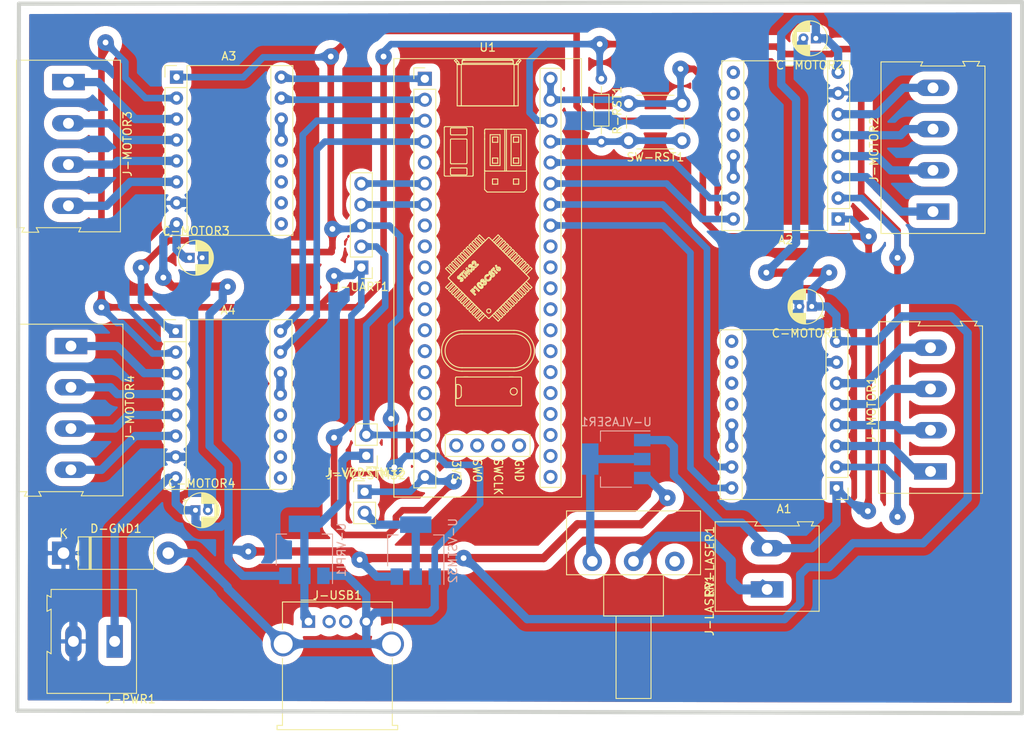
<source format=kicad_pcb>
(kicad_pcb (version 20171130) (host pcbnew 5.1.6)
  (layers (0 F.Cu signal) (31 B.Cu signal) (34 B.Paste user) (35 F.Paste user) (36 B.SilkS user) (37 F.SilkS user) (38 B.Mask user) (39 F.Mask user) (44 Edge.Cuts user))
  (net 0 "")
  (net 1 GND)
  (net 2 "Net-(A1-Pad9)")
  (net 3 VDD)
  (net 4 "Net-(A1-Pad10)")
  (net 5 "Net-(A1-Pad3)")
  (net 6 "Net-(A1-Pad11)")
  (net 7 "Net-(A1-Pad4)")
  (net 8 "Net-(A1-Pad12)")
  (net 9 "Net-(A1-Pad5)")
  (net 10 "Net-(A1-Pad13)")
  (net 11 "Net-(A1-Pad6)")
  (net 12 GNDPWR)
  (net 13 /M1_ST)
  (net 14 +12V)
  (net 15 /M1_DR)
  (net 16 "Net-(A2-Pad9)")
  (net 17 "Net-(A2-Pad10)")
  (net 18 "Net-(A2-Pad3)")
  (net 19 "Net-(A2-Pad11)")
  (net 20 "Net-(A2-Pad4)")
  (net 21 "Net-(A2-Pad12)")
  (net 22 "Net-(A2-Pad5)")
  (net 23 "Net-(A2-Pad13)")
  (net 24 "Net-(A2-Pad6)")
  (net 25 /M2_ST)
  (net 26 /M2_DR)
  (net 27 /M3_DR)
  (net 28 /M3_ST)
  (net 29 "Net-(A3-Pad13)")
  (net 30 "Net-(A3-Pad6)")
  (net 31 "Net-(A3-Pad5)")
  (net 32 "Net-(A3-Pad12)")
  (net 33 "Net-(A3-Pad4)")
  (net 34 "Net-(A3-Pad11)")
  (net 35 "Net-(A3-Pad3)")
  (net 36 "Net-(A3-Pad10)")
  (net 37 "Net-(A3-Pad9)")
  (net 38 /M4_DR)
  (net 39 /M4_ST)
  (net 40 "Net-(A4-Pad13)")
  (net 41 "Net-(A4-Pad6)")
  (net 42 "Net-(A4-Pad5)")
  (net 43 "Net-(A4-Pad12)")
  (net 44 "Net-(A4-Pad4)")
  (net 45 "Net-(A4-Pad11)")
  (net 46 "Net-(A4-Pad3)")
  (net 47 "Net-(A4-Pad10)")
  (net 48 "Net-(A4-Pad9)")
  (net 49 "Net-(J-LASER1-Pad1)")
  (net 50 VCC)
  (net 51 /RX)
  (net 52 /TX)
  (net 53 +5V)
  (net 54 "Net-(J-USB1-Pad2)")
  (net 55 "Net-(J-USB1-Pad3)")
  (net 56 +3V3)
  (net 57 /RST)
  (net 58 "Net-(U1-Pad44)")
  (net 59 "Net-(U1-Pad43)")
  (net 60 "Net-(U1-Pad42)")
  (net 61 "Net-(U1-Pad41)")
  (net 62 "Net-(U1-Pad5)")
  (net 63 "Net-(U1-Pad8)")
  (net 64 "Net-(U1-Pad32)")
  (net 65 "Net-(U1-Pad9)")
  (net 66 "Net-(U1-Pad31)")
  (net 67 "Net-(U1-Pad10)")
  (net 68 "Net-(U1-Pad30)")
  (net 69 "Net-(U1-Pad11)")
  (net 70 "Net-(U1-Pad29)")
  (net 71 "Net-(U1-Pad12)")
  (net 72 "Net-(U1-Pad28)")
  (net 73 "Net-(U1-Pad13)")
  (net 74 "Net-(U1-Pad27)")
  (net 75 "Net-(U1-Pad14)")
  (net 76 "Net-(U1-Pad26)")
  (net 77 "Net-(U1-Pad15)")
  (net 78 "Net-(U1-Pad25)")
  (net 79 "Net-(U1-Pad16)")
  (net 80 "Net-(U1-Pad24)")
  (net 81 "Net-(U1-Pad17)")
  (net 82 "Net-(U1-Pad23)")
  (net 83 "Net-(U1-Pad22)")
  (net 84 "Net-(U1-Pad21)")
  (net 85 "Net-(RV-LASER1-Pad3)")
  (net 86 "Net-(RV-LASER1-Pad1)")
  (module Module:Pololu_Breakout-16_15.2x20.3mm (layer F.Cu) (at 188.5 112.4 180)
    (fp_text reference A1 (at 6.35 -2.54) (layer F.SilkS))
    (fp_text value Pololu_Breakout_A4988)
    (pad 1 thru_hole rect (at 0 0 180) (size 1.6 1.6) (drill 0.8) (layers *.Cu *.Mask) (net 1 GND))
    (pad 9 thru_hole oval (at 12.7 17.78 180) (size 1.6 1.6) (drill 0.8) (layers *.Cu *.Mask) (net 2 "Net-(A1-Pad9)"))
    (pad 2 thru_hole oval (at 0 2.54 180) (size 1.6 1.6) (drill 0.8) (layers *.Cu *.Mask) (net 3 VDD))
    (pad 10 thru_hole oval (at 12.7 15.24 180) (size 1.6 1.6) (drill 0.8) (layers *.Cu *.Mask) (net 4 "Net-(A1-Pad10)"))
    (pad 3 thru_hole oval (at 0 5.08 180) (size 1.6 1.6) (drill 0.8) (layers *.Cu *.Mask) (net 5 "Net-(A1-Pad3)"))
    (pad 11 thru_hole oval (at 12.7 12.7 180) (size 1.6 1.6) (drill 0.8) (layers *.Cu *.Mask) (net 6 "Net-(A1-Pad11)"))
    (pad 4 thru_hole oval (at 0 7.62 180) (size 1.6 1.6) (drill 0.8) (layers *.Cu *.Mask) (net 7 "Net-(A1-Pad4)"))
    (pad 12 thru_hole oval (at 12.7 10.16 180) (size 1.6 1.6) (drill 0.8) (layers *.Cu *.Mask) (net 8 "Net-(A1-Pad12)"))
    (pad 5 thru_hole oval (at 0 10.16 180) (size 1.6 1.6) (drill 0.8) (layers *.Cu *.Mask) (net 9 "Net-(A1-Pad5)"))
    (pad 13 thru_hole oval (at 12.7 7.62 180) (size 1.6 1.6) (drill 0.8) (layers *.Cu *.Mask) (net 10 "Net-(A1-Pad13)"))
    (pad 6 thru_hole oval (at 0 12.7 180) (size 1.6 1.6) (drill 0.8) (layers *.Cu *.Mask) (net 11 "Net-(A1-Pad6)"))
    (pad 14 thru_hole oval (at 12.7 5.08 180) (size 1.6 1.6) (drill 0.8) (layers *.Cu *.Mask) (net 10 "Net-(A1-Pad13)"))
    (pad 7 thru_hole oval (at 0 15.24 180) (size 1.6 1.6) (drill 0.8) (layers *.Cu *.Mask) (net 12 GNDPWR))
    (pad 15 thru_hole oval (at 12.7 2.54 180) (size 1.6 1.6) (drill 0.8) (layers *.Cu *.Mask) (net 13 /M1_ST))
    (pad 8 thru_hole oval (at 0 17.78 180) (size 1.6 1.6) (drill 0.8) (layers *.Cu *.Mask) (net 14 +12V))
    (pad 16 thru_hole oval (at 12.7 0 180) (size 1.6 1.6) (drill 0.8) (layers *.Cu *.Mask) (net 15 /M1_DR))
  )
  (module Module:Pololu_Breakout-16_15.2x20.3mm (layer F.Cu) (at 188.7 79.8 180)
    (fp_text reference A2 (at 6.35 -2.54) (layer F.SilkS))
    (fp_text value Pololu_Breakout_A4988)
    (pad 16 thru_hole oval (at 12.7 0 180) (size 1.6 1.6) (drill 0.8) (layers *.Cu *.Mask) (net 26 /M2_DR))
    (pad 8 thru_hole oval (at 0 17.78 180) (size 1.6 1.6) (drill 0.8) (layers *.Cu *.Mask) (net 14 +12V))
    (pad 15 thru_hole oval (at 12.7 2.54 180) (size 1.6 1.6) (drill 0.8) (layers *.Cu *.Mask) (net 25 /M2_ST))
    (pad 7 thru_hole oval (at 0 15.24 180) (size 1.6 1.6) (drill 0.8) (layers *.Cu *.Mask) (net 12 GNDPWR))
    (pad 14 thru_hole oval (at 12.7 5.08 180) (size 1.6 1.6) (drill 0.8) (layers *.Cu *.Mask) (net 23 "Net-(A2-Pad13)"))
    (pad 6 thru_hole oval (at 0 12.7 180) (size 1.6 1.6) (drill 0.8) (layers *.Cu *.Mask) (net 24 "Net-(A2-Pad6)"))
    (pad 13 thru_hole oval (at 12.7 7.62 180) (size 1.6 1.6) (drill 0.8) (layers *.Cu *.Mask) (net 23 "Net-(A2-Pad13)"))
    (pad 5 thru_hole oval (at 0 10.16 180) (size 1.6 1.6) (drill 0.8) (layers *.Cu *.Mask) (net 22 "Net-(A2-Pad5)"))
    (pad 12 thru_hole oval (at 12.7 10.16 180) (size 1.6 1.6) (drill 0.8) (layers *.Cu *.Mask) (net 21 "Net-(A2-Pad12)"))
    (pad 4 thru_hole oval (at 0 7.62 180) (size 1.6 1.6) (drill 0.8) (layers *.Cu *.Mask) (net 20 "Net-(A2-Pad4)"))
    (pad 11 thru_hole oval (at 12.7 12.7 180) (size 1.6 1.6) (drill 0.8) (layers *.Cu *.Mask) (net 19 "Net-(A2-Pad11)"))
    (pad 3 thru_hole oval (at 0 5.08 180) (size 1.6 1.6) (drill 0.8) (layers *.Cu *.Mask) (net 18 "Net-(A2-Pad3)"))
    (pad 10 thru_hole oval (at 12.7 15.24 180) (size 1.6 1.6) (drill 0.8) (layers *.Cu *.Mask) (net 17 "Net-(A2-Pad10)"))
    (pad 2 thru_hole oval (at 0 2.54 180) (size 1.6 1.6) (drill 0.8) (layers *.Cu *.Mask) (net 3 VDD))
    (pad 9 thru_hole oval (at 12.7 17.78 180) (size 1.6 1.6) (drill 0.8) (layers *.Cu *.Mask) (net 16 "Net-(A2-Pad9)"))
    (pad 1 thru_hole rect (at 0 0 180) (size 1.6 1.6) (drill 0.8) (layers *.Cu *.Mask) (net 1 GND))
  )
  (module Module:Pololu_Breakout-16_15.2x20.3mm (layer F.Cu) (at 108.5 62.6)
    (fp_text reference A3 (at 6.35 -2.54) (layer F.SilkS))
    (fp_text value Pololu_Breakout_A4988)
    (pad 16 thru_hole oval (at 12.7 0) (size 1.6 1.6) (drill 0.8) (layers *.Cu *.Mask) (net 27 /M3_DR))
    (pad 8 thru_hole oval (at 0 17.78) (size 1.6 1.6) (drill 0.8) (layers *.Cu *.Mask) (net 14 +12V))
    (pad 15 thru_hole oval (at 12.7 2.54) (size 1.6 1.6) (drill 0.8) (layers *.Cu *.Mask) (net 28 /M3_ST))
    (pad 7 thru_hole oval (at 0 15.24) (size 1.6 1.6) (drill 0.8) (layers *.Cu *.Mask) (net 12 GNDPWR))
    (pad 14 thru_hole oval (at 12.7 5.08) (size 1.6 1.6) (drill 0.8) (layers *.Cu *.Mask) (net 29 "Net-(A3-Pad13)"))
    (pad 6 thru_hole oval (at 0 12.7) (size 1.6 1.6) (drill 0.8) (layers *.Cu *.Mask) (net 30 "Net-(A3-Pad6)"))
    (pad 13 thru_hole oval (at 12.7 7.62) (size 1.6 1.6) (drill 0.8) (layers *.Cu *.Mask) (net 29 "Net-(A3-Pad13)"))
    (pad 5 thru_hole oval (at 0 10.16) (size 1.6 1.6) (drill 0.8) (layers *.Cu *.Mask) (net 31 "Net-(A3-Pad5)"))
    (pad 12 thru_hole oval (at 12.7 10.16) (size 1.6 1.6) (drill 0.8) (layers *.Cu *.Mask) (net 32 "Net-(A3-Pad12)"))
    (pad 4 thru_hole oval (at 0 7.62) (size 1.6 1.6) (drill 0.8) (layers *.Cu *.Mask) (net 33 "Net-(A3-Pad4)"))
    (pad 11 thru_hole oval (at 12.7 12.7) (size 1.6 1.6) (drill 0.8) (layers *.Cu *.Mask) (net 34 "Net-(A3-Pad11)"))
    (pad 3 thru_hole oval (at 0 5.08) (size 1.6 1.6) (drill 0.8) (layers *.Cu *.Mask) (net 35 "Net-(A3-Pad3)"))
    (pad 10 thru_hole oval (at 12.7 15.24) (size 1.6 1.6) (drill 0.8) (layers *.Cu *.Mask) (net 36 "Net-(A3-Pad10)"))
    (pad 2 thru_hole oval (at 0 2.54) (size 1.6 1.6) (drill 0.8) (layers *.Cu *.Mask) (net 3 VDD))
    (pad 9 thru_hole oval (at 12.7 17.78) (size 1.6 1.6) (drill 0.8) (layers *.Cu *.Mask) (net 37 "Net-(A3-Pad9)"))
    (pad 1 thru_hole rect (at 0 0) (size 1.6 1.6) (drill 0.8) (layers *.Cu *.Mask) (net 1 GND))
  )
  (module Module:Pololu_Breakout-16_15.2x20.3mm (layer F.Cu) (at 108.4 93.4)
    (fp_text reference A4 (at 6.35 -2.54) (layer F.SilkS))
    (fp_text value Pololu_Breakout_A4988)
    (pad 1 thru_hole rect (at 0 0) (size 1.6 1.6) (drill 0.8) (layers *.Cu *.Mask) (net 1 GND))
    (pad 9 thru_hole oval (at 12.7 17.78) (size 1.6 1.6) (drill 0.8) (layers *.Cu *.Mask) (net 48 "Net-(A4-Pad9)"))
    (pad 2 thru_hole oval (at 0 2.54) (size 1.6 1.6) (drill 0.8) (layers *.Cu *.Mask) (net 3 VDD))
    (pad 10 thru_hole oval (at 12.7 15.24) (size 1.6 1.6) (drill 0.8) (layers *.Cu *.Mask) (net 47 "Net-(A4-Pad10)"))
    (pad 3 thru_hole oval (at 0 5.08) (size 1.6 1.6) (drill 0.8) (layers *.Cu *.Mask) (net 46 "Net-(A4-Pad3)"))
    (pad 11 thru_hole oval (at 12.7 12.7) (size 1.6 1.6) (drill 0.8) (layers *.Cu *.Mask) (net 45 "Net-(A4-Pad11)"))
    (pad 4 thru_hole oval (at 0 7.62) (size 1.6 1.6) (drill 0.8) (layers *.Cu *.Mask) (net 44 "Net-(A4-Pad4)"))
    (pad 12 thru_hole oval (at 12.7 10.16) (size 1.6 1.6) (drill 0.8) (layers *.Cu *.Mask) (net 43 "Net-(A4-Pad12)"))
    (pad 5 thru_hole oval (at 0 10.16) (size 1.6 1.6) (drill 0.8) (layers *.Cu *.Mask) (net 42 "Net-(A4-Pad5)"))
    (pad 13 thru_hole oval (at 12.7 7.62) (size 1.6 1.6) (drill 0.8) (layers *.Cu *.Mask) (net 40 "Net-(A4-Pad13)"))
    (pad 6 thru_hole oval (at 0 12.7) (size 1.6 1.6) (drill 0.8) (layers *.Cu *.Mask) (net 41 "Net-(A4-Pad6)"))
    (pad 14 thru_hole oval (at 12.7 5.08) (size 1.6 1.6) (drill 0.8) (layers *.Cu *.Mask) (net 40 "Net-(A4-Pad13)"))
    (pad 7 thru_hole oval (at 0 15.24) (size 1.6 1.6) (drill 0.8) (layers *.Cu *.Mask) (net 12 GNDPWR))
    (pad 15 thru_hole oval (at 12.7 2.54) (size 1.6 1.6) (drill 0.8) (layers *.Cu *.Mask) (net 39 /M4_ST))
    (pad 8 thru_hole oval (at 0 17.78) (size 1.6 1.6) (drill 0.8) (layers *.Cu *.Mask) (net 14 +12V))
    (pad 16 thru_hole oval (at 12.7 0) (size 1.6 1.6) (drill 0.8) (layers *.Cu *.Mask) (net 38 /M4_DR))
  )
  (module Capacitor_THT:CP_Radial_D4.0mm_P1.50mm (layer F.Cu) (at 185.5 90.4 180)
    (fp_text reference C-MOTOR1 (at 0.75 -3.25) (layer F.SilkS))
    (fp_text value 100uF)
    (pad 2 thru_hole circle (at 1.5 0 180) (size 1.2 1.2) (drill 0.6) (layers *.Cu *.Mask) (net 12 GNDPWR))
    (pad 1 thru_hole rect (at 0 0 180) (size 1.2 1.2) (drill 0.6) (layers *.Cu *.Mask) (net 14 +12V))
  )
  (module Capacitor_THT:CP_Radial_D4.0mm_P1.50mm (layer F.Cu) (at 186 57.9 180)
    (fp_text reference C-MOTOR2 (at 0.75 -3.25) (layer F.SilkS))
    (fp_text value 100uF)
    (pad 2 thru_hole circle (at 1.5 0 180) (size 1.2 1.2) (drill 0.6) (layers *.Cu *.Mask) (net 12 GNDPWR))
    (pad 1 thru_hole rect (at 0 0 180) (size 1.2 1.2) (drill 0.6) (layers *.Cu *.Mask) (net 14 +12V))
  )
  (module Capacitor_THT:CP_Radial_D4.0mm_P1.50mm (layer F.Cu) (at 110.1 84.5)
    (fp_text reference C-MOTOR3 (at 0.75 -3.25) (layer F.SilkS))
    (fp_text value 100uF)
    (pad 1 thru_hole rect (at 0 0) (size 1.2 1.2) (drill 0.6) (layers *.Cu *.Mask) (net 14 +12V))
    (pad 2 thru_hole circle (at 1.5 0) (size 1.2 1.2) (drill 0.6) (layers *.Cu *.Mask) (net 12 GNDPWR))
  )
  (module Capacitor_THT:CP_Radial_D4.0mm_P1.50mm (layer F.Cu) (at 110.8 115.1)
    (fp_text reference C-MOTOR4 (at 0.75 -3.25) (layer F.SilkS))
    (fp_text value 100uF)
    (pad 1 thru_hole rect (at 0 0) (size 1.2 1.2) (drill 0.6) (layers *.Cu *.Mask) (net 14 +12V))
    (pad 2 thru_hole circle (at 1.5 0) (size 1.2 1.2) (drill 0.6) (layers *.Cu *.Mask) (net 12 GNDPWR))
  )
  (module Diode_THT:D_5W_P12.70mm_Horizontal (layer F.Cu) (at 94.8 120.3)
    (fp_text reference D-GND1 (at 6.35 -2.97) (layer F.SilkS))
    (fp_text value D)
    (fp_text user K (at 0 -2.4) (layer F.SilkS))
    (pad 1 thru_hole rect (at 0 0) (size 2.8 2.8) (drill 1.4) (layers *.Cu *.Mask) (net 12 GNDPWR))
    (pad 2 thru_hole oval (at 12.7 0) (size 2.8 2.8) (drill 1.4) (layers *.Cu *.Mask) (net 1 GND))
  )
  (module TerminalBlock:TerminalBlock_Altech_AK300-2_P5.00mm (layer F.Cu) (at 180.1 124.7 90)
    (fp_text reference J-LASER1 (at -1.92 -6.99 90) (layer F.SilkS))
    (fp_text value Conn_01x02_Female)
    (pad 2 thru_hole oval (at 5 0 90) (size 1.98 3.96) (drill 1.32) (layers *.Cu *.Mask) (net 1 GND))
    (pad 1 thru_hole rect (at 0 0 90) (size 1.98 3.96) (drill 1.32) (layers *.Cu *.Mask) (net 49 "Net-(J-LASER1-Pad1)"))
  )
  (module TerminalBlock:TerminalBlock_Altech_AK300-4_P5.00mm (layer F.Cu) (at 199.9 110.4 90)
    (fp_text reference J-MOTOR1 (at 7.5 -7.15 90) (layer F.SilkS))
    (fp_text value Conn_01x04_Female)
    (pad 3 thru_hole oval (at 10 0 90) (size 1.98 3.96) (drill 1.32) (layers *.Cu *.Mask) (net 9 "Net-(A1-Pad5)"))
    (pad 4 thru_hole oval (at 15 0 90) (size 1.98 3.96) (drill 1.32) (layers *.Cu *.Mask) (net 11 "Net-(A1-Pad6)"))
    (pad 2 thru_hole oval (at 5 0 90) (size 1.98 3.96) (drill 1.32) (layers *.Cu *.Mask) (net 7 "Net-(A1-Pad4)"))
    (pad 1 thru_hole rect (at 0 0 90) (size 1.98 3.96) (drill 1.32) (layers *.Cu *.Mask) (net 5 "Net-(A1-Pad3)"))
  )
  (module TerminalBlock:TerminalBlock_Altech_AK300-4_P5.00mm (layer F.Cu) (at 200.2 78.9 90)
    (fp_text reference J-MOTOR2 (at 7.5 -7.15 90) (layer F.SilkS))
    (fp_text value Conn_01x04_Female)
    (pad 3 thru_hole oval (at 10 0 90) (size 1.98 3.96) (drill 1.32) (layers *.Cu *.Mask) (net 22 "Net-(A2-Pad5)"))
    (pad 4 thru_hole oval (at 15 0 90) (size 1.98 3.96) (drill 1.32) (layers *.Cu *.Mask) (net 24 "Net-(A2-Pad6)"))
    (pad 2 thru_hole oval (at 5 0 90) (size 1.98 3.96) (drill 1.32) (layers *.Cu *.Mask) (net 20 "Net-(A2-Pad4)"))
    (pad 1 thru_hole rect (at 0 0 90) (size 1.98 3.96) (drill 1.32) (layers *.Cu *.Mask) (net 18 "Net-(A2-Pad3)"))
  )
  (module TerminalBlock:TerminalBlock_Altech_AK300-4_P5.00mm (layer F.Cu) (at 95.4 63.2 270)
    (fp_text reference J-MOTOR3 (at 7.5 -7.15 90) (layer F.SilkS))
    (fp_text value Conn_01x04_Female)
    (pad 1 thru_hole rect (at 0 0 270) (size 1.98 3.96) (drill 1.32) (layers *.Cu *.Mask) (net 35 "Net-(A3-Pad3)"))
    (pad 2 thru_hole oval (at 5 0 270) (size 1.98 3.96) (drill 1.32) (layers *.Cu *.Mask) (net 33 "Net-(A3-Pad4)"))
    (pad 4 thru_hole oval (at 15 0 270) (size 1.98 3.96) (drill 1.32) (layers *.Cu *.Mask) (net 30 "Net-(A3-Pad6)"))
    (pad 3 thru_hole oval (at 10 0 270) (size 1.98 3.96) (drill 1.32) (layers *.Cu *.Mask) (net 31 "Net-(A3-Pad5)"))
  )
  (module TerminalBlock:TerminalBlock_Altech_AK300-4_P5.00mm (layer F.Cu) (at 95.7 95.2 270)
    (fp_text reference J-MOTOR4 (at 7.5 -7.15 90) (layer F.SilkS))
    (fp_text value Conn_01x04_Female)
    (pad 1 thru_hole rect (at 0 0 270) (size 1.98 3.96) (drill 1.32) (layers *.Cu *.Mask) (net 46 "Net-(A4-Pad3)"))
    (pad 2 thru_hole oval (at 5 0 270) (size 1.98 3.96) (drill 1.32) (layers *.Cu *.Mask) (net 44 "Net-(A4-Pad4)"))
    (pad 4 thru_hole oval (at 15 0 270) (size 1.98 3.96) (drill 1.32) (layers *.Cu *.Mask) (net 41 "Net-(A4-Pad6)"))
    (pad 3 thru_hole oval (at 10 0 270) (size 1.98 3.96) (drill 1.32) (layers *.Cu *.Mask) (net 42 "Net-(A4-Pad5)"))
  )
  (module TerminalBlock:TerminalBlock_Altech_AK300-2_P5.00mm (layer F.Cu) (at 101 131 180)
    (fp_text reference J-PWR1 (at -1.92 -6.99) (layer F.SilkS))
    (fp_text value Conn_01x02_Female)
    (pad 1 thru_hole rect (at 0 0 180) (size 1.98 3.96) (drill 1.32) (layers *.Cu *.Mask) (net 14 +12V))
    (pad 2 thru_hole oval (at 5 0 180) (size 1.98 3.96) (drill 1.32) (layers *.Cu *.Mask) (net 12 GNDPWR))
  )
  (module Connector_PinHeader_2.54mm:PinHeader_1x05_P2.54mm_Vertical (layer F.Cu) (at 130.9 85.68 180)
    (fp_text reference J-UART1 (at 0 -2.33) (layer F.SilkS))
    (fp_text value Conn_01x05_Female)
    (pad 1 thru_hole rect (at 0 0 180) (size 1.7 1.7) (drill 1) (layers *.Cu *.Mask) (net 3 VDD))
    (pad 2 thru_hole oval (at 0 2.54 180) (size 1.7 1.7) (drill 1) (layers *.Cu *.Mask) (net 50 VCC))
    (pad 3 thru_hole oval (at 0 5.08 180) (size 1.7 1.7) (drill 1) (layers *.Cu *.Mask) (net 1 GND))
    (pad 4 thru_hole oval (at 0 7.62 180) (size 1.7 1.7) (drill 1) (layers *.Cu *.Mask) (net 51 /RX))
    (pad 5 thru_hole oval (at 0 10.16 180) (size 1.7 1.7) (drill 1) (layers *.Cu *.Mask) (net 52 /TX))
  )
  (module Connector_USB:USB_A_Molex_67643_Horizontal (layer F.Cu) (at 124.5 128.6)
    (fp_text reference J-USB1 (at 3.5 -3.19) (layer F.SilkS))
    (fp_text value USB_A)
    (pad 5 thru_hole circle (at -3.07 2.71) (size 3 3) (drill 2.3) (layers *.Cu *.Mask) (net 1 GND))
    (pad 5 thru_hole circle (at 10.07 2.71) (size 3 3) (drill 2.3) (layers *.Cu *.Mask) (net 1 GND))
    (pad 1 thru_hole rect (at 0 0) (size 1.6 1.5) (drill 0.95) (layers *.Cu *.Mask) (net 53 +5V))
    (pad 2 thru_hole circle (at 2.5 0) (size 1.6 1.6) (drill 0.95) (layers *.Cu *.Mask) (net 54 "Net-(J-USB1-Pad2)"))
    (pad 3 thru_hole circle (at 4.5 0) (size 1.6 1.6) (drill 0.95) (layers *.Cu *.Mask) (net 55 "Net-(J-USB1-Pad3)"))
    (pad 4 thru_hole circle (at 7 0) (size 1.6 1.6) (drill 0.95) (layers *.Cu *.Mask) (net 1 GND))
  )
  (module Connector_PinHeader_2.54mm:PinHeader_1x02_P2.54mm_Vertical (layer F.Cu) (at 131.5 108.5 180)
    (fp_text reference J-VCCSTM32 (at 0 -2.33) (layer F.SilkS))
    (fp_text value Conn_01x02_Female)
    (pad 1 thru_hole rect (at 0 0 180) (size 1.7 1.7) (drill 1) (layers *.Cu *.Mask) (net 53 +5V))
    (pad 2 thru_hole oval (at 0 2.54 180) (size 1.7 1.7) (drill 1) (layers *.Cu *.Mask) (net 50 VCC))
  )
  (module Connector_PinHeader_2.54mm:PinHeader_1x02_P2.54mm_Vertical (layer F.Cu) (at 131.3 112.86)
    (fp_text reference J-VDDSTM32 (at 0 -2.33) (layer F.SilkS))
    (fp_text value Conn_01x02_Female)
    (pad 2 thru_hole oval (at 0 2.54) (size 1.7 1.7) (drill 1) (layers *.Cu *.Mask) (net 56 +3V3))
    (pad 1 thru_hole rect (at 0 0) (size 1.7 1.7) (drill 1) (layers *.Cu *.Mask) (net 3 VDD))
  )
  (module Resistor_THT:R_Axial_DIN0204_L3.6mm_D1.6mm_P7.62mm_Horizontal (layer F.Cu) (at 160 62.8 270)
    (fp_text reference R-RST1 (at 3.81 -1.92 90) (layer F.SilkS))
    (fp_text value 10k)
    (pad 1 thru_hole circle (at 0 0 270) (size 1.4 1.4) (drill 0.7) (layers *.Cu *.Mask) (net 3 VDD))
    (pad 2 thru_hole oval (at 7.62 0 270) (size 1.4 1.4) (drill 0.7) (layers *.Cu *.Mask) (net 57 /RST))
  )
  (module Button_Switch_THT:SW_PUSH_6mm (layer F.Cu) (at 169.8 70.3 180)
    (fp_text reference SW-RST1 (at 3.25 -2) (layer F.SilkS))
    (fp_text value SW_Push)
    (pad 2 thru_hole circle (at 0 4.5 270) (size 2 2) (drill 1.1) (layers *.Cu *.Mask) (net 1 GND))
    (pad 1 thru_hole circle (at 0 0 270) (size 2 2) (drill 1.1) (layers *.Cu *.Mask) (net 57 /RST))
    (pad 2 thru_hole circle (at 6.5 4.5 270) (size 2 2) (drill 1.1) (layers *.Cu *.Mask) (net 1 GND))
    (pad 1 thru_hole circle (at 6.5 0 270) (size 2 2) (drill 1.1) (layers *.Cu *.Mask) (net 57 /RST))
  )
  (module bluepill:YAAJ_BluePill_SWD_1 (layer F.Cu) (at 138.6 62.8)
    (fp_text reference U1 (at 7.62 -3.81) (layer F.SilkS))
    (fp_text value YAAJ_BluePill_Part_Like_SWD_Breakout hide)
    (fp_text user 3V3 (at 3.81 47.498 270 unlocked) (layer F.SilkS) (effects (font (size 1 0.9))))
    (fp_text user SWO (at 6.35 47.498 270 unlocked) (layer F.SilkS) (effects (font (size 1 0.9))))
    (fp_text user SWCLK (at 8.89 48.26 270 unlocked) (layer F.SilkS) (effects (font (size 1 0.9))))
    (fp_text user GND (at 11.43 47.498 270 unlocked) (layer F.SilkS) (effects (font (size 1 0.9))))
    (pad 44 thru_hole circle (at 3.81 44.45) (size 1.7 1.7) (drill 1) (layers *.Cu *.Mask) (net 58 "Net-(U1-Pad44)"))
    (pad 43 thru_hole circle (at 6.35 44.45) (size 1.7 1.7) (drill 1) (layers *.Cu *.Mask) (net 59 "Net-(U1-Pad43)"))
    (pad 42 thru_hole circle (at 8.89 44.45) (size 1.7 1.7) (drill 1) (layers *.Cu *.Mask) (net 60 "Net-(U1-Pad42)"))
    (pad 41 thru_hole circle (at 11.43 44.45) (size 1.7 1.7) (drill 1) (layers *.Cu *.Mask) (net 61 "Net-(U1-Pad41)"))
    (pad 40 thru_hole circle (at 15.24 0) (size 1.7 1.7) (drill 1) (layers *.Cu *.Mask) (net 1 GND))
    (pad 1 thru_hole rect (at 0 0) (size 1.7 1.7) (drill 1) (layers *.Cu *.Mask) (net 27 /M3_DR))
    (pad 39 thru_hole circle (at 15.24 2.54) (size 1.7 1.7) (drill 1) (layers *.Cu *.Mask) (net 1 GND))
    (pad 2 thru_hole circle (at 0 2.54) (size 1.7 1.7) (drill 1) (layers *.Cu *.Mask) (net 28 /M3_ST))
    (pad 38 thru_hole circle (at 15.24 5.08) (size 1.7 1.7) (drill 1) (layers *.Cu *.Mask) (net 3 VDD))
    (pad 3 thru_hole circle (at 0 5.08) (size 1.7 1.7) (drill 1) (layers *.Cu *.Mask) (net 38 /M4_DR))
    (pad 37 thru_hole circle (at 15.24 7.62) (size 1.7 1.7) (drill 1) (layers *.Cu *.Mask) (net 57 /RST))
    (pad 4 thru_hole circle (at 0 7.62) (size 1.7 1.7) (drill 1) (layers *.Cu *.Mask) (net 39 /M4_ST))
    (pad 36 thru_hole circle (at 15.24 10.16) (size 1.7 1.7) (drill 1) (layers *.Cu *.Mask) (net 25 /M2_ST))
    (pad 5 thru_hole circle (at 0 10.16) (size 1.7 1.7) (drill 1) (layers *.Cu *.Mask) (net 62 "Net-(U1-Pad5)"))
    (pad 35 thru_hole circle (at 15.24 12.7) (size 1.7 1.7) (drill 1) (layers *.Cu *.Mask) (net 26 /M2_DR))
    (pad 6 thru_hole circle (at 0 12.7) (size 1.7 1.7) (drill 1) (layers *.Cu *.Mask) (net 52 /TX))
    (pad 34 thru_hole circle (at 15.24 15.24) (size 1.7 1.7) (drill 1) (layers *.Cu *.Mask) (net 13 /M1_ST))
    (pad 7 thru_hole circle (at 0 15.24) (size 1.7 1.7) (drill 1) (layers *.Cu *.Mask) (net 51 /RX))
    (pad 33 thru_hole circle (at 15.24 17.78) (size 1.7 1.7) (drill 1) (layers *.Cu *.Mask) (net 15 /M1_DR))
    (pad 8 thru_hole circle (at 0 17.78) (size 1.7 1.7) (drill 1) (layers *.Cu *.Mask) (net 63 "Net-(U1-Pad8)"))
    (pad 32 thru_hole circle (at 15.24 20.32) (size 1.7 1.7) (drill 1) (layers *.Cu *.Mask) (net 64 "Net-(U1-Pad32)"))
    (pad 9 thru_hole circle (at 0 20.32) (size 1.7 1.7) (drill 1) (layers *.Cu *.Mask) (net 65 "Net-(U1-Pad9)"))
    (pad 31 thru_hole circle (at 15.24 22.86) (size 1.7 1.7) (drill 1) (layers *.Cu *.Mask) (net 66 "Net-(U1-Pad31)"))
    (pad 10 thru_hole circle (at 0 22.86) (size 1.7 1.7) (drill 1) (layers *.Cu *.Mask) (net 67 "Net-(U1-Pad10)"))
    (pad 30 thru_hole circle (at 15.24 25.4) (size 1.7 1.7) (drill 1) (layers *.Cu *.Mask) (net 68 "Net-(U1-Pad30)"))
    (pad 11 thru_hole circle (at 0 25.4) (size 1.7 1.7) (drill 1) (layers *.Cu *.Mask) (net 69 "Net-(U1-Pad11)"))
    (pad 29 thru_hole circle (at 15.24 27.94) (size 1.7 1.7) (drill 1) (layers *.Cu *.Mask) (net 70 "Net-(U1-Pad29)"))
    (pad 12 thru_hole circle (at 0 27.94) (size 1.7 1.7) (drill 1) (layers *.Cu *.Mask) (net 71 "Net-(U1-Pad12)"))
    (pad 28 thru_hole circle (at 15.24 30.48) (size 1.7 1.7) (drill 1) (layers *.Cu *.Mask) (net 72 "Net-(U1-Pad28)"))
    (pad 13 thru_hole circle (at 0 30.48) (size 1.7 1.7) (drill 1) (layers *.Cu *.Mask) (net 73 "Net-(U1-Pad13)"))
    (pad 27 thru_hole circle (at 15.24 33.02) (size 1.7 1.7) (drill 1) (layers *.Cu *.Mask) (net 74 "Net-(U1-Pad27)"))
    (pad 14 thru_hole circle (at 0 33.02) (size 1.7 1.7) (drill 1) (layers *.Cu *.Mask) (net 75 "Net-(U1-Pad14)"))
    (pad 26 thru_hole circle (at 15.24 35.56) (size 1.7 1.7) (drill 1) (layers *.Cu *.Mask) (net 76 "Net-(U1-Pad26)"))
    (pad 15 thru_hole circle (at 0 35.56) (size 1.7 1.7) (drill 1) (layers *.Cu *.Mask) (net 77 "Net-(U1-Pad15)"))
    (pad 25 thru_hole circle (at 15.24 38.1) (size 1.7 1.7) (drill 1) (layers *.Cu *.Mask) (net 78 "Net-(U1-Pad25)"))
    (pad 16 thru_hole circle (at 0 38.1) (size 1.7 1.7) (drill 1) (layers *.Cu *.Mask) (net 79 "Net-(U1-Pad16)"))
    (pad 24 thru_hole circle (at 15.24 40.64) (size 1.7 1.7) (drill 1) (layers *.Cu *.Mask) (net 80 "Net-(U1-Pad24)"))
    (pad 17 thru_hole circle (at 0 40.64) (size 1.7 1.7) (drill 1) (layers *.Cu *.Mask) (net 81 "Net-(U1-Pad17)"))
    (pad 23 thru_hole circle (at 15.24 43.18) (size 1.7 1.7) (drill 1) (layers *.Cu *.Mask) (net 82 "Net-(U1-Pad23)"))
    (pad 18 thru_hole circle (at 0 43.18) (size 1.7 1.7) (drill 1) (layers *.Cu *.Mask) (net 50 VCC))
    (pad 22 thru_hole circle (at 15.24 45.72) (size 1.7 1.7) (drill 1) (layers *.Cu *.Mask) (net 83 "Net-(U1-Pad22)"))
    (pad 19 thru_hole circle (at 0 45.72) (size 1.7 1.7) (drill 1) (layers *.Cu *.Mask) (net 1 GND))
    (pad 21 thru_hole circle (at 15.24 48.26) (size 1.7 1.7) (drill 1) (layers *.Cu *.Mask) (net 84 "Net-(U1-Pad21)"))
    (pad 20 thru_hole circle (at 0 48.26) (size 1.7 1.7) (drill 1) (layers *.Cu *.Mask) (net 3 VDD))
  )
  (module Package_TO_SOT_SMD:SOT-223-3_TabPin2 (layer B.Cu) (at 161.8 108.9 180)
    (fp_text reference U-VLASER1 (at 0 4.5) (layer B.SilkS) (effects (justify mirror)))
    (fp_text value AMS1117-3.3)
    (pad 1 smd rect (at -3.15 2.3 180) (size 2 1.5) (layers B.Cu B.Paste B.Mask) (net 1 GND))
    (pad 3 smd rect (at -3.15 -2.3 180) (size 2 1.5) (layers B.Cu B.Paste B.Mask) (net 14 +12V))
    (pad 2 smd rect (at -3.15 0 180) (size 2 1.5) (layers B.Cu B.Paste B.Mask) (net 86 "Net-(RV-LASER1-Pad1)"))
    (pad 2 smd rect (at 3.15 0 180) (size 2 3.8) (layers B.Cu B.Paste B.Mask) (net 86 "Net-(RV-LASER1-Pad1)"))
  )
  (module Package_TO_SOT_SMD:SOT-223-3_TabPin2 (layer B.Cu) (at 124 119.9 90)
    (fp_text reference U-VRPI1 (at 0 4.5 90) (layer B.SilkS) (effects (justify mirror)))
    (fp_text value AMS1117-5.0)
    (pad 2 smd rect (at 3.15 0 90) (size 2 3.8) (layers B.Cu B.Paste B.Mask) (net 53 +5V))
    (pad 2 smd rect (at -3.15 0 90) (size 2 1.5) (layers B.Cu B.Paste B.Mask) (net 53 +5V))
    (pad 3 smd rect (at -3.15 -2.3 90) (size 2 1.5) (layers B.Cu B.Paste B.Mask) (net 14 +12V))
    (pad 1 smd rect (at -3.15 2.3 90) (size 2 1.5) (layers B.Cu B.Paste B.Mask) (net 1 GND))
  )
  (module Package_TO_SOT_SMD:SOT-223-3_TabPin2 (layer B.Cu) (at 137.5 120 90)
    (fp_text reference U-VSTM32 (at 0 4.5 90) (layer B.SilkS) (effects (justify mirror)))
    (fp_text value AMS1117-3.3)
    (pad 2 smd rect (at 3.15 0 90) (size 2 3.8) (layers B.Cu B.Paste B.Mask) (net 56 +3V3))
    (pad 2 smd rect (at -3.15 0 90) (size 2 1.5) (layers B.Cu B.Paste B.Mask) (net 56 +3V3))
    (pad 3 smd rect (at -3.15 -2.3 90) (size 2 1.5) (layers B.Cu B.Paste B.Mask) (net 14 +12V))
    (pad 1 smd rect (at -3.15 2.3 90) (size 2 1.5) (layers B.Cu B.Paste B.Mask) (net 1 GND))
  )
  (module Potentiometer_THT:Potentiometer_Piher_T-16H_Single_Horizontal (layer F.Cu) (at 158.9 121.3 270)
    (fp_text reference RV-LASER1 (at 0 -14.25 90) (layer F.SilkS))
    (fp_text value R_POT)
    (pad 3 thru_hole circle (at 0 -10 270) (size 2.34 2.34) (drill 1.3) (layers *.Cu *.Mask) (net 85 "Net-(RV-LASER1-Pad3)"))
    (pad 2 thru_hole circle (at 0 -5 270) (size 2.34 2.34) (drill 1.3) (layers *.Cu *.Mask) (net 49 "Net-(J-LASER1-Pad1)"))
    (pad 1 thru_hole circle (at 0 0 270) (size 2.34 2.34) (drill 1.3) (layers *.Cu *.Mask) (net 86 "Net-(RV-LASER1-Pad1)"))
  )
  (gr_line (start 89.2 139.4) (end 89.4 53.7) (layer Edge.Cuts) (width 0.5))
  (gr_line (start 211 139.7) (end 89.2 139.4) (layer Edge.Cuts) (width 0.5))
  (gr_line (start 211 53.5) (end 211 139.7) (layer Edge.Cuts) (width 0.5))
  (gr_line (start 89.4 53.7) (end 211 53.5) (layer Edge.Cuts) (width 0.5))
  (segment (start 163.3 65.8) (end 169.8 65.8) (width 0.8) (layer B.Cu) (net 1))
  (segment (start 153.84 62.8) (end 153.84 65.34) (width 0.8) (layer B.Cu) (net 1))
  (segment (start 162.84 65.34) (end 163.3 65.8) (width 0.8) (layer B.Cu) (net 1))
  (segment (start 153.84 65.34) (end 162.84 65.34) (width 0.8) (layer B.Cu) (net 1))
  (segment (start 180.1 119.7) (end 185.5 119.7) (width 1) (layer B.Cu) (net 1))
  (segment (start 188.5 116.7) (end 188.5 112.4) (width 1) (layer B.Cu) (net 1))
  (segment (start 185.5 119.7) (end 188.5 116.7) (width 1) (layer B.Cu) (net 1))
  (segment (start 131.5 131.22) (end 131.41 131.31) (width 1) (layer B.Cu) (net 1))
  (segment (start 131.5 128.6) (end 131.5 131.22) (width 1) (layer B.Cu) (net 1))
  (segment (start 131.41 131.31) (end 134.57 131.31) (width 1) (layer B.Cu) (net 1))
  (segment (start 121.43 131.31) (end 131.41 131.31) (width 1) (layer B.Cu) (net 1))
  (segment (start 131.5 128.6) (end 131.5 125.4) (width 1) (layer B.Cu) (net 1))
  (segment (start 129.15 123.05) (end 126.3 123.05) (width 1) (layer B.Cu) (net 1))
  (segment (start 131.5 125.4) (end 129.15 123.05) (width 1) (layer B.Cu) (net 1))
  (segment (start 131.5 128.6) (end 132.6 127.5) (width 1) (layer B.Cu) (net 1))
  (segment (start 132.6 127.5) (end 139.2 127.5) (width 1) (layer B.Cu) (net 1))
  (segment (start 139.8 126.9) (end 139.8 123.15) (width 1) (layer B.Cu) (net 1))
  (segment (start 139.2 127.5) (end 139.8 126.9) (width 1) (layer B.Cu) (net 1))
  (segment (start 107.5 120.3) (end 110.6 120.3) (width 1) (layer B.Cu) (net 1))
  (segment (start 110.6 120.3) (end 114.7 124.4) (width 1) (layer B.Cu) (net 1))
  (segment (start 114.7 124.58) (end 121.43 131.31) (width 1) (layer B.Cu) (net 1))
  (segment (start 114.7 124.4) (end 114.7 124.58) (width 1) (layer B.Cu) (net 1))
  (via (at 134.9 109.9) (size 2) (drill 0.7) (layers F.Cu B.Cu) (net 1))
  (segment (start 136.28 108.52) (end 134.9 109.9) (width 0.8) (layer B.Cu) (net 1))
  (segment (start 138.6 108.52) (end 136.28 108.52) (width 0.8) (layer B.Cu) (net 1))
  (segment (start 134.9 109.9) (end 134.9 104.2) (width 0.8) (layer F.Cu) (net 1))
  (via (at 134.5 104) (size 2) (drill 0.7) (layers F.Cu B.Cu) (net 1))
  (segment (start 134.7 104) (end 134.5 104) (width 0.8) (layer F.Cu) (net 1))
  (segment (start 134.9 104.2) (end 134.7 104) (width 0.8) (layer F.Cu) (net 1))
  (segment (start 134.5 104) (end 134.5 92.7) (width 0.8) (layer B.Cu) (net 1))
  (segment (start 134.5 92.7) (end 135.6 91.6) (width 0.8) (layer B.Cu) (net 1))
  (segment (start 135.6 91.6) (end 135.6 81.9) (width 0.8) (layer B.Cu) (net 1))
  (segment (start 134.3 80.6) (end 130.9 80.6) (width 0.8) (layer B.Cu) (net 1))
  (segment (start 135.6 81.9) (end 134.3 80.6) (width 0.8) (layer B.Cu) (net 1))
  (via (at 192.4 81.9) (size 2) (drill 0.7) (layers F.Cu B.Cu) (net 1))
  (segment (start 190.3 79.8) (end 192.4 81.9) (width 0.8) (layer B.Cu) (net 1))
  (segment (start 188.7 79.8) (end 190.3 79.8) (width 0.8) (layer B.Cu) (net 1))
  (via (at 192.3 115.2) (size 2) (drill 0.7) (layers F.Cu B.Cu) (net 1))
  (segment (start 192.4 115.1) (end 192.3 115.2) (width 0.8) (layer F.Cu) (net 1))
  (segment (start 192.4 81.9) (end 192.4 115.1) (width 0.8) (layer F.Cu) (net 1))
  (segment (start 191.3 115.2) (end 188.5 112.4) (width 0.8) (layer B.Cu) (net 1))
  (segment (start 192.3 115.2) (end 191.3 115.2) (width 0.8) (layer B.Cu) (net 1))
  (segment (start 192.4 81.9) (end 174.4 81.9) (width 0.8) (layer F.Cu) (net 1))
  (segment (start 174.4 81.9) (end 172.3 79.8) (width 0.8) (layer F.Cu) (net 1))
  (segment (start 171.2 61.6) (end 169.6 61.6) (width 0.8) (layer F.Cu) (net 1))
  (via (at 169.6 61.6) (size 2) (drill 0.7) (layers F.Cu B.Cu) (net 1))
  (segment (start 172.3 62.7) (end 171.2 61.6) (width 0.8) (layer F.Cu) (net 1))
  (segment (start 169.6 65.6) (end 169.8 65.8) (width 0.8) (layer B.Cu) (net 1))
  (segment (start 169.6 61.6) (end 169.6 65.6) (width 0.8) (layer B.Cu) (net 1))
  (segment (start 108.5 62.6) (end 116.6 62.6) (width 0.8) (layer B.Cu) (net 1))
  (segment (start 116.6 62.6) (end 119 60.2) (width 0.8) (layer B.Cu) (net 1))
  (via (at 127.2 60.1) (size 2) (drill 0.7) (layers F.Cu B.Cu) (net 1))
  (segment (start 127.1 60.2) (end 127.2 60.1) (width 0.8) (layer B.Cu) (net 1))
  (segment (start 119 60.2) (end 127.1 60.2) (width 0.8) (layer B.Cu) (net 1))
  (via (at 127.4 81) (size 2) (drill 0.7) (layers F.Cu B.Cu) (net 1))
  (segment (start 127.2 80.8) (end 127.4 81) (width 0.8) (layer F.Cu) (net 1))
  (segment (start 130.5 81) (end 130.9 80.6) (width 0.8) (layer B.Cu) (net 1))
  (segment (start 127.4 81) (end 130.5 81) (width 0.8) (layer B.Cu) (net 1))
  (segment (start 108.4 93.4) (end 107.8 93.4) (width 0.8) (layer B.Cu) (net 1))
  (segment (start 107.8 93.4) (end 104.2 89.8) (width 0.8) (layer B.Cu) (net 1))
  (via (at 104.2 85.7) (size 2) (drill 0.7) (layers F.Cu B.Cu) (net 1))
  (segment (start 104.2 89.8) (end 104.2 85.7) (width 0.8) (layer B.Cu) (net 1))
  (segment (start 127.3 83.4) (end 127.4 83.3) (width 0.8) (layer F.Cu) (net 1))
  (segment (start 127.3 83.8) (end 127.3 83.4) (width 0.8) (layer F.Cu) (net 1))
  (segment (start 120.4 83.8) (end 127.3 83.8) (width 0.8) (layer F.Cu) (net 1))
  (segment (start 119 82.4) (end 120.4 83.8) (width 0.8) (layer F.Cu) (net 1))
  (segment (start 127.4 83.3) (end 127.4 81) (width 0.8) (layer F.Cu) (net 1))
  (segment (start 107.5 82.4) (end 119 82.4) (width 0.8) (layer F.Cu) (net 1))
  (segment (start 104.2 85.7) (end 107.5 82.4) (width 0.8) (layer F.Cu) (net 1))
  (segment (start 139.8 123.15) (end 139.8 119.8) (width 0.8) (layer B.Cu) (net 1))
  (segment (start 139.8 119.8) (end 145.3 114.3) (width 0.8) (layer B.Cu) (net 1))
  (segment (start 145.3 114.3) (end 145.3 110) (width 0.8) (layer B.Cu) (net 1))
  (segment (start 145.3 110) (end 144.9 109.6) (width 0.8) (layer B.Cu) (net 1))
  (segment (start 144.9 109.6) (end 141.2 109.6) (width 0.8) (layer B.Cu) (net 1))
  (segment (start 140.12 108.52) (end 138.6 108.52) (width 0.8) (layer B.Cu) (net 1))
  (segment (start 141.2 109.6) (end 140.12 108.52) (width 0.8) (layer B.Cu) (net 1))
  (segment (start 127.2 63) (end 127.2 60.1) (width 0.8) (layer F.Cu) (net 1))
  (segment (start 127.2 63) (end 127.2 80.8) (width 0.8) (layer F.Cu) (net 1))
  (segment (start 158.8 67.9) (end 172.3 67.9) (width 0.8) (layer F.Cu) (net 1))
  (segment (start 156.999999 66.099999) (end 158.8 67.9) (width 0.8) (layer F.Cu) (net 1))
  (segment (start 156.999999 56.999999) (end 156.999999 66.099999) (width 0.8) (layer F.Cu) (net 1))
  (segment (start 130.300001 56.999999) (end 156.999999 56.999999) (width 0.8) (layer F.Cu) (net 1))
  (segment (start 127.2 60.1) (end 130.300001 56.999999) (width 0.8) (layer F.Cu) (net 1))
  (segment (start 172.3 67.9) (end 172.3 62.7) (width 0.8) (layer F.Cu) (net 1))
  (segment (start 172.3 79.8) (end 172.3 67.9) (width 0.8) (layer F.Cu) (net 1))
  (segment (start 164.95 106.6) (end 168 106.6) (width 1) (layer B.Cu) (net 1))
  (segment (start 168 106.6) (end 168.8 107.4) (width 1) (layer B.Cu) (net 1))
  (segment (start 168.8 107.4) (end 168.8 110.9) (width 1) (layer B.Cu) (net 1))
  (segment (start 168.8 110.9) (end 174.5 116.6) (width 1) (layer B.Cu) (net 1))
  (segment (start 177 116.6) (end 180.1 119.7) (width 1) (layer B.Cu) (net 1))
  (segment (start 174.5 116.6) (end 177 116.6) (width 1) (layer B.Cu) (net 1))
  (segment (start 136.8 112.86) (end 138.6 111.06) (width 0.8) (layer B.Cu) (net 3))
  (segment (start 131.3 112.86) (end 136.8 112.86) (width 0.8) (layer B.Cu) (net 3))
  (segment (start 130.9 85.68) (end 130.9 90.3) (width 0.8) (layer B.Cu) (net 3))
  (segment (start 130.9 90.3) (end 129.7 91.5) (width 0.8) (layer B.Cu) (net 3))
  (segment (start 129.7 91.5) (end 129.7 104.5) (width 0.8) (layer B.Cu) (net 3))
  (via (at 127.6 106.3) (size 2) (drill 0.7) (layers F.Cu B.Cu) (net 3))
  (segment (start 127.9 106.3) (end 127.6 106.3) (width 0.8) (layer B.Cu) (net 3))
  (segment (start 129.7 104.5) (end 127.9 106.3) (width 0.8) (layer B.Cu) (net 3))
  (segment (start 127.6 106.3) (end 127.6 116.9) (width 0.8) (layer F.Cu) (net 3))
  (segment (start 127.6 116.9) (end 128.8 118.1) (width 0.8) (layer F.Cu) (net 3))
  (segment (start 128.8 118.1) (end 134.1 118.1) (width 0.8) (layer F.Cu) (net 3))
  (segment (start 134.1 118.1) (end 135.1 117.1) (width 0.8) (layer F.Cu) (net 3))
  (segment (start 135.1 117.1) (end 135.1 115.9) (width 0.8) (layer F.Cu) (net 3))
  (segment (start 135.1 115.9) (end 135.9 115.1) (width 0.8) (layer F.Cu) (net 3))
  (via (at 142.1 111.6) (size 2) (drill 0.7) (layers F.Cu B.Cu) (net 3))
  (segment (start 138.6 115.1) (end 142.1 111.6) (width 0.8) (layer F.Cu) (net 3))
  (segment (start 135.9 115.1) (end 138.6 115.1) (width 0.8) (layer F.Cu) (net 3))
  (segment (start 139.14 111.6) (end 138.6 111.06) (width 0.8) (layer B.Cu) (net 3))
  (segment (start 142.1 111.6) (end 139.14 111.6) (width 0.8) (layer B.Cu) (net 3))
  (segment (start 188.7 77.26) (end 191.06 77.26) (width 0.8) (layer B.Cu) (net 3))
  (segment (start 191.56 77.26) (end 195.9 81.6) (width 0.8) (layer B.Cu) (net 3))
  (segment (start 191.06 77.26) (end 191.56 77.26) (width 0.8) (layer B.Cu) (net 3))
  (via (at 195.9 115.9) (size 2) (drill 0.7) (layers F.Cu B.Cu) (net 3))
  (segment (start 195.9 115.9) (end 195.9 111.4) (width 0.8) (layer B.Cu) (net 3))
  (segment (start 194.36 109.86) (end 188.5 109.86) (width 0.8) (layer B.Cu) (net 3))
  (segment (start 195.9 111.4) (end 194.36 109.86) (width 0.8) (layer B.Cu) (net 3))
  (segment (start 108.4 95.94) (end 108.34 95.94) (width 0.8) (layer B.Cu) (net 3))
  (segment (start 108.34 95.94) (end 108.18 96.1) (width 0.8) (layer B.Cu) (net 3))
  (segment (start 108.18 96.1) (end 105.6 96.1) (width 0.8) (layer B.Cu) (net 3))
  (segment (start 105.6 96.1) (end 101.9 92.4) (width 0.8) (layer B.Cu) (net 3))
  (segment (start 101.3 92.4) (end 99.4 90.5) (width 0.8) (layer B.Cu) (net 3))
  (via (at 99.4 90.5) (size 2) (drill 0.7) (layers F.Cu B.Cu) (net 3))
  (segment (start 101.9 92.4) (end 101.3 92.4) (width 0.8) (layer B.Cu) (net 3))
  (via (at 99.9 58.4) (size 2) (drill 0.7) (layers F.Cu B.Cu) (net 3))
  (segment (start 99.4 58.9) (end 99.9 58.4) (width 0.8) (layer F.Cu) (net 3))
  (segment (start 99.4 90.5) (end 99.4 58.9) (width 0.8) (layer F.Cu) (net 3))
  (segment (start 99.9 58.4) (end 102.3 60.8) (width 0.8) (layer B.Cu) (net 3))
  (segment (start 102.3 60.8) (end 102.3 62.7) (width 0.8) (layer B.Cu) (net 3))
  (segment (start 104.74 65.14) (end 108.5 65.14) (width 0.8) (layer B.Cu) (net 3))
  (segment (start 102.3 62.7) (end 104.74 65.14) (width 0.8) (layer B.Cu) (net 3))
  (via (at 195.9 84.5) (size 2) (drill 0.7) (layers F.Cu B.Cu) (net 3))
  (segment (start 195.9 81.6) (end 195.9 84.5) (width 0.8) (layer B.Cu) (net 3))
  (segment (start 195.9 84.5) (end 195.9 115.9) (width 0.8) (layer F.Cu) (net 3))
  (segment (start 195.9 84.5) (end 195.9 81.2) (width 0.8) (layer F.Cu) (net 3))
  (segment (start 195.9 81.2) (end 191.5 76.8) (width 0.8) (layer F.Cu) (net 3))
  (segment (start 191.5 76.8) (end 191.5 60.2) (width 0.8) (layer F.Cu) (net 3))
  (segment (start 191.5 60.2) (end 190.5 59.2) (width 0.8) (layer F.Cu) (net 3))
  (segment (start 190.5 59.2) (end 188.5 59.2) (width 0.8) (layer F.Cu) (net 3))
  (segment (start 188.5 59.2) (end 187.9 59.8) (width 0.8) (layer F.Cu) (net 3))
  (segment (start 187.9 59.8) (end 182.2 59.8) (width 0.8) (layer F.Cu) (net 3))
  (segment (start 182.2 59.8) (end 181.3 58.9) (width 0.8) (layer F.Cu) (net 3))
  (segment (start 181.3 58.9) (end 162.5 58.9) (width 0.8) (layer F.Cu) (net 3))
  (via (at 159.8 58.6) (size 2) (drill 0.7) (layers F.Cu B.Cu) (net 3))
  (segment (start 162.2 58.6) (end 159.8 58.6) (width 0.8) (layer F.Cu) (net 3))
  (segment (start 162.5 58.9) (end 162.2 58.6) (width 0.8) (layer F.Cu) (net 3))
  (segment (start 159.8 62.6) (end 160 62.8) (width 0.8) (layer B.Cu) (net 3))
  (segment (start 159.8 58.6) (end 159.8 62.6) (width 0.8) (layer B.Cu) (net 3))
  (segment (start 153.84 67.88) (end 152.28 67.88) (width 0.8) (layer B.Cu) (net 3))
  (segment (start 152.28 67.88) (end 151.3 66.9) (width 0.8) (layer B.Cu) (net 3))
  (segment (start 151.3 66.9) (end 151.3 60.6) (width 0.8) (layer B.Cu) (net 3))
  (segment (start 153.3 58.6) (end 159.8 58.6) (width 0.8) (layer B.Cu) (net 3))
  (segment (start 151.3 60.6) (end 153.3 58.6) (width 0.8) (layer B.Cu) (net 3))
  (segment (start 99.4 90.5) (end 125.7 90.5) (width 0.8) (layer F.Cu) (net 3))
  (segment (start 127.6 88.6) (end 127.6 86.7) (width 0.8) (layer F.Cu) (net 3))
  (via (at 127.6 86.7) (size 2) (drill 0.7) (layers F.Cu B.Cu) (net 3))
  (segment (start 125.7 90.5) (end 127.6 88.6) (width 0.8) (layer F.Cu) (net 3))
  (segment (start 129.88 86.7) (end 130.9 85.68) (width 0.8) (layer B.Cu) (net 3))
  (segment (start 127.6 86.7) (end 129.88 86.7) (width 0.8) (layer B.Cu) (net 3))
  (segment (start 153.3 58.6) (end 134.5 58.6) (width 0.8) (layer B.Cu) (net 3))
  (via (at 133.6 60.1) (size 2) (drill 0.7) (layers F.Cu B.Cu) (net 3))
  (segment (start 133.6 59.5) (end 133.6 60.1) (width 0.8) (layer B.Cu) (net 3))
  (segment (start 134.5 58.6) (end 133.6 59.5) (width 0.8) (layer B.Cu) (net 3))
  (segment (start 133.6 60.1) (end 133.6 87.3) (width 0.8) (layer F.Cu) (net 3))
  (segment (start 130.4 90.5) (end 125.7 90.5) (width 0.8) (layer F.Cu) (net 3))
  (segment (start 133.6 87.3) (end 130.4 90.5) (width 0.8) (layer F.Cu) (net 3))
  (segment (start 188.5 107.32) (end 195.12 107.32) (width 1) (layer B.Cu) (net 5))
  (segment (start 198.2 110.4) (end 199.9 110.4) (width 1) (layer B.Cu) (net 5))
  (segment (start 195.12 107.32) (end 198.2 110.4) (width 1) (layer B.Cu) (net 5))
  (segment (start 188.5 104.78) (end 195.78 104.78) (width 1) (layer B.Cu) (net 7))
  (segment (start 196.4 105.4) (end 199.9 105.4) (width 1) (layer B.Cu) (net 7))
  (segment (start 195.78 104.78) (end 196.4 105.4) (width 1) (layer B.Cu) (net 7))
  (segment (start 188.5 102.24) (end 193.46 102.24) (width 1) (layer B.Cu) (net 9))
  (segment (start 195.3 100.4) (end 199.9 100.4) (width 1) (layer B.Cu) (net 9))
  (segment (start 193.46 102.24) (end 195.3 100.4) (width 1) (layer B.Cu) (net 9))
  (segment (start 175.8 104.78) (end 175.8 107.32) (width 0.8) (layer B.Cu) (net 10))
  (segment (start 188.5 99.7) (end 192.1 99.7) (width 1) (layer B.Cu) (net 11))
  (segment (start 196.4 95.4) (end 199.9 95.4) (width 1) (layer B.Cu) (net 11))
  (segment (start 192.1 99.7) (end 196.4 95.4) (width 1) (layer B.Cu) (net 11))
  (segment (start 184 90.4) (end 184 95.4) (width 1) (layer B.Cu) (net 12))
  (segment (start 185.76 97.16) (end 188.5 97.16) (width 1) (layer B.Cu) (net 12))
  (segment (start 184 95.4) (end 185.76 97.16) (width 1) (layer B.Cu) (net 12))
  (segment (start 184.5 57.9) (end 184.5 62.3) (width 1) (layer B.Cu) (net 12))
  (segment (start 186.76 64.56) (end 188.7 64.56) (width 1) (layer B.Cu) (net 12))
  (segment (start 108.4 108.64) (end 110.64 108.64) (width 1) (layer B.Cu) (net 12))
  (segment (start 110.64 108.64) (end 112.3 110.3) (width 1) (layer B.Cu) (net 12))
  (segment (start 108.5 77.84) (end 110.24 77.84) (width 1) (layer B.Cu) (net 12))
  (segment (start 111.6 79.2) (end 111.6 84.5) (width 1) (layer B.Cu) (net 12))
  (segment (start 110.24 77.84) (end 111.6 79.2) (width 1) (layer B.Cu) (net 12))
  (segment (start 105.84 108.64) (end 108.4 108.64) (width 1) (layer B.Cu) (net 12))
  (segment (start 94.8 119.6) (end 105.8 108.6) (width 1) (layer B.Cu) (net 12))
  (segment (start 105.8 108.6) (end 105.84 108.64) (width 1) (layer B.Cu) (net 12))
  (segment (start 94.8 120.3) (end 94.8 119.6) (width 1) (layer B.Cu) (net 12))
  (segment (start 96 121.5) (end 94.8 120.3) (width 1) (layer B.Cu) (net 12))
  (segment (start 96 131) (end 96 121.5) (width 1) (layer B.Cu) (net 12))
  (segment (start 110.64 108.64) (end 110.64 90.06) (width 1) (layer B.Cu) (net 12))
  (segment (start 111.6 89.1) (end 111.6 84.5) (width 1) (layer B.Cu) (net 12))
  (segment (start 110.64 90.06) (end 111.6 89.1) (width 1) (layer B.Cu) (net 12))
  (segment (start 184 90.4) (end 184 85.6) (width 1) (layer B.Cu) (net 12))
  (segment (start 184 85.6) (end 185.6 84) (width 1) (layer B.Cu) (net 12))
  (segment (start 185.6 64.9) (end 186.35 64.15) (width 1) (layer B.Cu) (net 12))
  (segment (start 186.35 64.15) (end 186.76 64.56) (width 1) (layer B.Cu) (net 12))
  (segment (start 184.5 62.3) (end 186.35 64.15) (width 1) (layer B.Cu) (net 12))
  (segment (start 111.6 84.5) (end 116.6 84.5) (width 1) (layer B.Cu) (net 12))
  (segment (start 193.6 89.1) (end 190 85.5) (width 1) (layer B.Cu) (net 12))
  (segment (start 185.6 83.4) (end 185.6 64.9) (width 1) (layer B.Cu) (net 12))
  (segment (start 197.9 124.2) (end 208.8 113.3) (width 1) (layer B.Cu) (net 12))
  (segment (start 190 85.5) (end 190 84.3) (width 1) (layer B.Cu) (net 12))
  (segment (start 170.5 135.7) (end 174.5 131.7) (width 1) (layer B.Cu) (net 12))
  (segment (start 185.6 84) (end 185.6 83.4) (width 1) (layer B.Cu) (net 12))
  (segment (start 174.5 131.7) (end 182.7 131.7) (width 1) (layer B.Cu) (net 12))
  (segment (start 189.1 83.4) (end 185.6 83.4) (width 1) (layer B.Cu) (net 12))
  (segment (start 190.2 124.2) (end 197.9 124.2) (width 1) (layer B.Cu) (net 12))
  (segment (start 190 84.3) (end 189.1 83.4) (width 1) (layer B.Cu) (net 12))
  (segment (start 96 131) (end 96 134.5) (width 1) (layer B.Cu) (net 12))
  (segment (start 96 134.5) (end 97.2 135.7) (width 1) (layer B.Cu) (net 12))
  (segment (start 207.7 89.1) (end 193.6 89.1) (width 1) (layer B.Cu) (net 12))
  (segment (start 182.7 131.7) (end 190.2 124.2) (width 1) (layer B.Cu) (net 12))
  (segment (start 97.2 135.7) (end 170.5 135.7) (width 1) (layer B.Cu) (net 12))
  (segment (start 208.8 113.3) (end 208.8 90.2) (width 1) (layer B.Cu) (net 12))
  (segment (start 208.8 90.2) (end 207.7 89.1) (width 1) (layer B.Cu) (net 12))
  (segment (start 112.3 115.1) (end 112.3 110.3) (width 1) (layer B.Cu) (net 12))
  (segment (start 153.84 78.04) (end 167.44 78.04) (width 0.8) (layer B.Cu) (net 13))
  (segment (start 167.44 78.04) (end 172.8 83.4) (width 0.8) (layer B.Cu) (net 13))
  (segment (start 172.8 83.4) (end 172.8 108.5) (width 0.8) (layer B.Cu) (net 13))
  (segment (start 174.16 109.86) (end 175.8 109.86) (width 0.8) (layer B.Cu) (net 13))
  (segment (start 172.8 108.5) (end 174.16 109.86) (width 0.8) (layer B.Cu) (net 13))
  (segment (start 186 57.9) (end 187.2 57.9) (width 1) (layer B.Cu) (net 14))
  (segment (start 188.7 59.4) (end 188.7 62.02) (width 1) (layer B.Cu) (net 14))
  (segment (start 187.2 57.9) (end 188.7 59.4) (width 1) (layer B.Cu) (net 14))
  (segment (start 185.5 90.4) (end 187.4 90.4) (width 1) (layer B.Cu) (net 14))
  (segment (start 188.5 91.5) (end 188.5 94.62) (width 1) (layer B.Cu) (net 14))
  (segment (start 187.4 90.4) (end 188.5 91.5) (width 1) (layer B.Cu) (net 14))
  (segment (start 110.1 84.5) (end 109.5 84.5) (width 1) (layer B.Cu) (net 14))
  (segment (start 108.5 83.5) (end 108.5 80.38) (width 1) (layer B.Cu) (net 14))
  (segment (start 109.5 84.5) (end 108.5 83.5) (width 1) (layer B.Cu) (net 14))
  (segment (start 101 131) (end 101 117.7) (width 1) (layer B.Cu) (net 14))
  (segment (start 107.52 111.18) (end 108.4 111.18) (width 1) (layer B.Cu) (net 14))
  (segment (start 101 117.7) (end 107.52 111.18) (width 1) (layer B.Cu) (net 14))
  (segment (start 110.8 116.5) (end 111.4 117.1) (width 1) (layer B.Cu) (net 14))
  (segment (start 111.4 117.1) (end 113.9 117.1) (width 1) (layer B.Cu) (net 14))
  (segment (start 113.9 117.1) (end 114.8 116.2) (width 1) (layer B.Cu) (net 14))
  (segment (start 114.8 116.2) (end 114.8 109.6) (width 1) (layer B.Cu) (net 14))
  (segment (start 114.8 109.6) (end 112.5 107.3) (width 1) (layer B.Cu) (net 14))
  (segment (start 112.5 107.3) (end 112.5 91.3) (width 1) (layer B.Cu) (net 14))
  (segment (start 112.5 91.3) (end 114.1 89.7) (width 1) (layer B.Cu) (net 14))
  (via (at 114.7 88) (size 2) (drill 0.7) (layers F.Cu B.Cu) (net 14))
  (segment (start 114.1 88.6) (end 114.7 88) (width 1) (layer B.Cu) (net 14))
  (segment (start 114.1 89.7) (end 114.1 88.6) (width 1) (layer B.Cu) (net 14))
  (segment (start 114.7 88) (end 108.1 88) (width 1) (layer F.Cu) (net 14))
  (via (at 106.9 86.9) (size 2) (drill 0.7) (layers F.Cu B.Cu) (net 14))
  (segment (start 108 88) (end 106.9 86.9) (width 1) (layer F.Cu) (net 14))
  (segment (start 108.1 88) (end 108 88) (width 1) (layer F.Cu) (net 14))
  (segment (start 106.9 81.98) (end 108.5 80.38) (width 1) (layer B.Cu) (net 14))
  (segment (start 106.9 86.9) (end 106.9 81.98) (width 1) (layer B.Cu) (net 14))
  (segment (start 116.55 123.05) (end 121.7 123.05) (width 1) (layer B.Cu) (net 14))
  (segment (start 114.8 121.3) (end 116.55 123.05) (width 1) (layer B.Cu) (net 14))
  (via (at 187.6 86.3) (size 2) (drill 0.7) (layers F.Cu B.Cu) (net 14))
  (segment (start 185.5 88.4) (end 187.6 86.3) (width 1) (layer B.Cu) (net 14))
  (segment (start 185.5 90.4) (end 185.5 88.4) (width 1) (layer B.Cu) (net 14))
  (segment (start 187.6 86.3) (end 180 86.3) (width 1) (layer F.Cu) (net 14))
  (via (at 180 86.3) (size 2) (drill 0.7) (layers F.Cu B.Cu) (net 14))
  (segment (start 180 86.3) (end 183.6 82.7) (width 1) (layer B.Cu) (net 14))
  (segment (start 183.6 82.7) (end 183.6 65.3) (width 1) (layer B.Cu) (net 14))
  (segment (start 183.6 65.3) (end 181.8 63.5) (width 1) (layer B.Cu) (net 14))
  (segment (start 181.8 63.5) (end 181.8 57.4) (width 1) (layer B.Cu) (net 14))
  (segment (start 181.8 57.4) (end 183.6 55.6) (width 1) (layer B.Cu) (net 14))
  (segment (start 183.6 55.6) (end 185.5 55.6) (width 1) (layer B.Cu) (net 14))
  (segment (start 186 56.1) (end 186 57.9) (width 1) (layer B.Cu) (net 14))
  (segment (start 185.5 55.6) (end 186 56.1) (width 1) (layer B.Cu) (net 14))
  (via (at 117.2 120.1) (size 2) (drill 0.7) (layers F.Cu B.Cu) (net 14))
  (segment (start 117 119.9) (end 117.2 120.1) (width 1) (layer B.Cu) (net 14))
  (segment (start 114.8 119.9) (end 117 119.9) (width 1) (layer B.Cu) (net 14))
  (segment (start 114.8 116.2) (end 114.8 119.9) (width 1) (layer B.Cu) (net 14))
  (segment (start 114.8 119.9) (end 114.8 121.3) (width 1) (layer B.Cu) (net 14))
  (segment (start 117.2 120.1) (end 129.7 120.1) (width 1) (layer F.Cu) (net 14))
  (via (at 130.7 121.1) (size 2) (drill 0.7) (layers F.Cu B.Cu) (net 14))
  (segment (start 129.7 120.1) (end 130.7 121.1) (width 1) (layer F.Cu) (net 14))
  (segment (start 132.75 123.15) (end 130.7 121.1) (width 1) (layer B.Cu) (net 14))
  (segment (start 135.2 123.15) (end 132.75 123.15) (width 1) (layer B.Cu) (net 14))
  (via (at 143.3 120.9) (size 2) (drill 0.7) (layers F.Cu B.Cu) (net 14))
  (segment (start 130.9 120.9) (end 130.7 121.1) (width 1) (layer F.Cu) (net 14))
  (segment (start 143.3 120.9) (end 130.9 120.9) (width 1) (layer F.Cu) (net 14))
  (segment (start 109.2 115.1) (end 110.8 115.1) (width 1) (layer B.Cu) (net 14))
  (segment (start 108.4 114.3) (end 109.2 115.1) (width 1) (layer B.Cu) (net 14))
  (segment (start 108.4 111.18) (end 108.4 114.3) (width 1) (layer B.Cu) (net 14))
  (segment (start 110.8 115.1) (end 110.8 116.5) (width 1) (layer B.Cu) (net 14))
  (segment (start 151 128.3) (end 143.6 120.9) (width 1) (layer B.Cu) (net 14))
  (segment (start 193.38 94.62) (end 196.4 91.6) (width 1) (layer B.Cu) (net 14))
  (segment (start 204.4 93.6) (end 204.4 113.7) (width 1) (layer B.Cu) (net 14))
  (segment (start 190.5 119.1) (end 187.6 122) (width 1) (layer B.Cu) (net 14))
  (segment (start 184.1 126.4) (end 182.2 128.3) (width 1) (layer B.Cu) (net 14))
  (segment (start 202.4 91.6) (end 204.4 93.6) (width 1) (layer B.Cu) (net 14))
  (segment (start 188.5 94.62) (end 193.38 94.62) (width 1) (layer B.Cu) (net 14))
  (segment (start 204.4 113.7) (end 199 119.1) (width 1) (layer B.Cu) (net 14))
  (segment (start 199 119.1) (end 190.5 119.1) (width 1) (layer B.Cu) (net 14))
  (segment (start 185 122) (end 184.1 122.9) (width 1) (layer B.Cu) (net 14))
  (segment (start 196.4 91.6) (end 202.4 91.6) (width 1) (layer B.Cu) (net 14))
  (segment (start 187.6 122) (end 185 122) (width 1) (layer B.Cu) (net 14))
  (segment (start 143.6 120.9) (end 143.3 120.9) (width 1) (layer B.Cu) (net 14))
  (segment (start 184.1 122.9) (end 184.1 126.4) (width 1) (layer B.Cu) (net 14))
  (segment (start 182.2 128.3) (end 151 128.3) (width 1) (layer B.Cu) (net 14))
  (via (at 168 113.6) (size 2) (drill 0.7) (layers F.Cu B.Cu) (net 14))
  (segment (start 165.6 111.2) (end 168 113.6) (width 1) (layer B.Cu) (net 14))
  (segment (start 164.95 111.2) (end 165.6 111.2) (width 1) (layer B.Cu) (net 14))
  (segment (start 168 113.6) (end 164.8 116.8) (width 1) (layer F.Cu) (net 14))
  (segment (start 164.8 116.8) (end 157.1 116.8) (width 1) (layer F.Cu) (net 14))
  (segment (start 153 120.9) (end 143.3 120.9) (width 1) (layer F.Cu) (net 14))
  (segment (start 157.1 116.8) (end 153 120.9) (width 1) (layer F.Cu) (net 14))
  (segment (start 153.84 80.58) (end 167.48 80.58) (width 0.8) (layer B.Cu) (net 15))
  (segment (start 167.48 80.58) (end 170.8 83.9) (width 0.8) (layer B.Cu) (net 15))
  (segment (start 170.8 83.9) (end 170.8 110) (width 0.8) (layer B.Cu) (net 15))
  (segment (start 173.2 112.4) (end 175.8 112.4) (width 0.8) (layer B.Cu) (net 15))
  (segment (start 170.8 110) (end 173.2 112.4) (width 0.8) (layer B.Cu) (net 15))
  (segment (start 188.7 74.72) (end 192.12 74.72) (width 1) (layer B.Cu) (net 18))
  (segment (start 196.3 78.9) (end 200.2 78.9) (width 1) (layer B.Cu) (net 18))
  (segment (start 192.12 74.72) (end 196.3 78.9) (width 1) (layer B.Cu) (net 18))
  (segment (start 188.7 72.18) (end 193.38 72.18) (width 1) (layer B.Cu) (net 20))
  (segment (start 195.1 73.9) (end 200.2 73.9) (width 1) (layer B.Cu) (net 20))
  (segment (start 193.38 72.18) (end 195.1 73.9) (width 1) (layer B.Cu) (net 20))
  (segment (start 188.7 69.64) (end 196.26 69.64) (width 1) (layer B.Cu) (net 22))
  (segment (start 197 68.9) (end 200.2 68.9) (width 1) (layer B.Cu) (net 22))
  (segment (start 196.26 69.64) (end 197 68.9) (width 1) (layer B.Cu) (net 22))
  (segment (start 176 72.18) (end 176 74.72) (width 0.8) (layer B.Cu) (net 23))
  (segment (start 188.7 67.1) (end 193.4 67.1) (width 1) (layer B.Cu) (net 24))
  (segment (start 196.6 63.9) (end 200.2 63.9) (width 1) (layer B.Cu) (net 24))
  (segment (start 193.4 67.1) (end 196.6 63.9) (width 1) (layer B.Cu) (net 24))
  (segment (start 153.84 72.96) (end 168.86 72.96) (width 0.8) (layer B.Cu) (net 25))
  (segment (start 173.16 77.26) (end 176 77.26) (width 0.8) (layer B.Cu) (net 25))
  (segment (start 168.86 72.96) (end 173.16 77.26) (width 0.8) (layer B.Cu) (net 25))
  (segment (start 153.84 75.5) (end 167.9 75.5) (width 0.8) (layer B.Cu) (net 26))
  (segment (start 172.2 79.8) (end 176 79.8) (width 0.8) (layer B.Cu) (net 26))
  (segment (start 167.9 75.5) (end 172.2 79.8) (width 0.8) (layer B.Cu) (net 26))
  (segment (start 121.4 62.8) (end 121.2 62.6) (width 0.8) (layer B.Cu) (net 27))
  (segment (start 138.6 62.8) (end 121.4 62.8) (width 0.8) (layer B.Cu) (net 27))
  (segment (start 121.4 65.34) (end 121.2 65.14) (width 0.8) (layer B.Cu) (net 28))
  (segment (start 138.6 65.34) (end 121.4 65.34) (width 0.8) (layer B.Cu) (net 28))
  (segment (start 121.2 67.68) (end 121.2 70.22) (width 0.8) (layer B.Cu) (net 29))
  (segment (start 108.5 75.3) (end 102.9 75.3) (width 1) (layer B.Cu) (net 30))
  (segment (start 100 78.2) (end 95.4 78.2) (width 1) (layer B.Cu) (net 30))
  (segment (start 102.9 75.3) (end 100 78.2) (width 1) (layer B.Cu) (net 30))
  (segment (start 108.5 72.76) (end 101.34 72.76) (width 1) (layer B.Cu) (net 31))
  (segment (start 100.9 73.2) (end 95.4 73.2) (width 1) (layer B.Cu) (net 31))
  (segment (start 101.34 72.76) (end 100.9 73.2) (width 1) (layer B.Cu) (net 31))
  (segment (start 108.5 70.22) (end 102.42 70.22) (width 1) (layer B.Cu) (net 33))
  (segment (start 100.4 68.2) (end 95.4 68.2) (width 1) (layer B.Cu) (net 33))
  (segment (start 102.42 70.22) (end 100.4 68.2) (width 1) (layer B.Cu) (net 33))
  (segment (start 108.5 67.68) (end 103.48 67.68) (width 1) (layer B.Cu) (net 35))
  (segment (start 99 63.2) (end 95.4 63.2) (width 1) (layer B.Cu) (net 35))
  (segment (start 103.48 67.68) (end 99 63.2) (width 1) (layer B.Cu) (net 35))
  (segment (start 138.6 67.88) (end 125.52 67.88) (width 0.8) (layer B.Cu) (net 38))
  (segment (start 125.52 67.88) (end 123.8 69.6) (width 0.8) (layer B.Cu) (net 38))
  (segment (start 123.8 90.7) (end 121.1 93.4) (width 0.8) (layer B.Cu) (net 38))
  (segment (start 123.8 69.6) (end 123.8 90.7) (width 0.8) (layer B.Cu) (net 38))
  (segment (start 138.6 70.42) (end 126.48 70.42) (width 0.8) (layer B.Cu) (net 39))
  (segment (start 126.48 70.42) (end 125.5 71.4) (width 0.8) (layer B.Cu) (net 39))
  (segment (start 125.5 91.54) (end 121.1 95.94) (width 0.8) (layer B.Cu) (net 39))
  (segment (start 125.5 71.4) (end 125.5 91.54) (width 0.8) (layer B.Cu) (net 39))
  (segment (start 121.1 98.48) (end 121.1 101.02) (width 1) (layer B.Cu) (net 40))
  (segment (start 108.4 106.1) (end 103.5 106.1) (width 1) (layer B.Cu) (net 41))
  (segment (start 99.4 110.2) (end 95.7 110.2) (width 1) (layer B.Cu) (net 41))
  (segment (start 103.5 106.1) (end 99.4 110.2) (width 1) (layer B.Cu) (net 41))
  (segment (start 108.4 103.56) (end 102.64 103.56) (width 1) (layer B.Cu) (net 42))
  (segment (start 101 105.2) (end 95.7 105.2) (width 1) (layer B.Cu) (net 42))
  (segment (start 102.64 103.56) (end 101 105.2) (width 1) (layer B.Cu) (net 42))
  (segment (start 108.4 101.02) (end 101.32 101.02) (width 1) (layer B.Cu) (net 44))
  (segment (start 100.5 100.2) (end 95.7 100.2) (width 1) (layer B.Cu) (net 44))
  (segment (start 101.32 101.02) (end 100.5 100.2) (width 1) (layer B.Cu) (net 44))
  (segment (start 108.4 98.48) (end 104.58 98.48) (width 1) (layer B.Cu) (net 46))
  (segment (start 101.3 95.2) (end 95.7 95.2) (width 1) (layer B.Cu) (net 46))
  (segment (start 104.58 98.48) (end 101.3 95.2) (width 1) (layer B.Cu) (net 46))
  (segment (start 163.9 121.3) (end 166.9 118.3) (width 1.2) (layer B.Cu) (net 49))
  (segment (start 166.9 118.3) (end 172.8 118.3) (width 1.2) (layer B.Cu) (net 49))
  (segment (start 172.8 118.3) (end 175.7 121.2) (width 1.2) (layer B.Cu) (net 49))
  (segment (start 175.7 121.2) (end 175.7 123.6) (width 1.2) (layer B.Cu) (net 49))
  (segment (start 176.8 124.7) (end 180.1 124.7) (width 1.2) (layer B.Cu) (net 49))
  (segment (start 175.7 123.6) (end 176.8 124.7) (width 1.2) (layer B.Cu) (net 49))
  (segment (start 131.52 105.98) (end 131.5 105.96) (width 0.8) (layer B.Cu) (net 50))
  (segment (start 138.6 105.98) (end 131.52 105.98) (width 0.8) (layer B.Cu) (net 50))
  (segment (start 131.5 105.96) (end 131.5 92.7) (width 0.8) (layer B.Cu) (net 50))
  (segment (start 131.5 92.7) (end 133.8 90.4) (width 0.8) (layer B.Cu) (net 50))
  (segment (start 133.8 90.4) (end 133.8 84.2) (width 0.8) (layer B.Cu) (net 50))
  (segment (start 132.74 83.14) (end 130.9 83.14) (width 0.8) (layer B.Cu) (net 50))
  (segment (start 133.8 84.2) (end 132.74 83.14) (width 0.8) (layer B.Cu) (net 50))
  (segment (start 130.92 78.04) (end 130.9 78.06) (width 0.8) (layer B.Cu) (net 51))
  (segment (start 138.6 78.04) (end 130.92 78.04) (width 0.8) (layer B.Cu) (net 51))
  (segment (start 130.92 75.5) (end 130.9 75.52) (width 0.8) (layer B.Cu) (net 52))
  (segment (start 138.6 75.5) (end 130.92 75.5) (width 0.8) (layer B.Cu) (net 52))
  (segment (start 124 116.75) (end 125.85 116.75) (width 1) (layer B.Cu) (net 53))
  (segment (start 125.85 116.75) (end 128.6 114) (width 1) (layer B.Cu) (net 53))
  (segment (start 128.6 114) (end 128.6 109.1) (width 1) (layer B.Cu) (net 53))
  (segment (start 129.2 108.5) (end 131.5 108.5) (width 1) (layer B.Cu) (net 53))
  (segment (start 128.6 109.1) (end 129.2 108.5) (width 1) (layer B.Cu) (net 53))
  (segment (start 124 116.75) (end 124 123.05) (width 1) (layer B.Cu) (net 53))
  (segment (start 124 128.1) (end 124.5 128.6) (width 1) (layer B.Cu) (net 53))
  (segment (start 124 123.05) (end 124 128.1) (width 1) (layer B.Cu) (net 53))
  (segment (start 137.5 123.15) (end 137.5 116.85) (width 1) (layer B.Cu) (net 56))
  (segment (start 132.75 116.85) (end 131.3 115.4) (width 1) (layer B.Cu) (net 56))
  (segment (start 137.5 116.85) (end 132.75 116.85) (width 1) (layer B.Cu) (net 56))
  (segment (start 153.84 70.42) (end 160 70.42) (width 0.8) (layer B.Cu) (net 57))
  (segment (start 163.3 70.3) (end 169.8 70.3) (width 0.8) (layer B.Cu) (net 57))
  (segment (start 163.18 70.42) (end 163.3 70.3) (width 0.8) (layer B.Cu) (net 57))
  (segment (start 160 70.42) (end 163.18 70.42) (width 0.8) (layer B.Cu) (net 57))
  (segment (start 158.65 121.05) (end 158.9 121.3) (width 1) (layer B.Cu) (net 86))
  (segment (start 158.65 108.9) (end 158.65 121.05) (width 1) (layer B.Cu) (net 86))
  (segment (start 164.95 108.9) (end 158.65 108.9) (width 1) (layer B.Cu) (net 86))
  (zone (net 0) (net_name "") (layer F.Cu) (connect_pads (clearance 1)) (min_thickness 0.254) (fill yes (arc_segments 32) (thermal_gap 0.508) (thermal_bridge_width 0.508))
    (polygon (pts (xy 210.9 139.8) (xy 89.3 139.3) (xy 89.2 139) (xy 89.4 53.7) (xy 210.9 53.6)))
  )
  (zone (net 12) (net_name GNDPWR) (layer B.Cu) (connect_pads (clearance 1)) (min_thickness 0.254) (fill yes (arc_segments 32) (thermal_gap 0.508) (thermal_bridge_width 0.508))
    (polygon (pts (xy 211 139.6) (xy 89.3 139.3) (xy 89.4 53.7) (xy 211.1 53.7)))
  )
  (zone (net 1) (net_name GND) (layer B.Cu) (priority 16962) (connect_pads yes (clearance 0.2)) (min_thickness 0.0254) (fill yes (arc_segments 32) (thermal_gap 0.508) (thermal_bridge_width 0.508))
    (polygon (pts (xy 168.35148 66.2) (xy 168.360271 66.20003) (xy 168.369034 66.200119) (xy 168.377767 66.20027) (xy 168.386471 66.20048) (xy 168.395146 66.20075) (xy 168.403791 66.201079) (xy 168.412407 66.201469) (xy 168.420994 66.20192) (xy 168.429552 66.20243) (xy 168.438081 66.203) (xy 168.44658 66.20363) (xy 168.45505 66.20432) (xy 168.463491 66.20507) (xy 168.471902 66.205879) (xy 168.480284 66.206749) (xy 168.488637 66.207679) (xy 168.496961 66.20867) (xy 168.505256 66.20972) (xy 168.513521 66.21083) (xy 168.521757 66.212) (xy 168.529963 66.21323) (xy 168.538141 66.21452) (xy 168.546289 66.21587) (xy 168.554408 66.21728) (xy 168.562498 66.21875) (xy 168.570558 66.22028) (xy 168.578589 66.221869) (xy 168.586591 66.22352) (xy 168.594564 66.22523) (xy 168.602507 66.227) (xy 168.610422 66.228829) (xy 168.618307 66.23072) (xy 168.626162 66.232669) (xy 168.633989 66.234679) (xy 168.641786 66.23675) (xy 168.649554 66.23888) (xy 168.657293 66.24107) (xy 168.665002 66.24332) (xy 168.672682 66.24563) (xy 168.680333 66.248) (xy 168.687955 66.25043) (xy 168.695547 66.25292) (xy 168.70311 66.25547) (xy 168.710644 66.25808) (xy 168.718149 66.26075) (xy 168.725624 66.26348) (xy 168.733071 66.26627) (xy 168.740487 66.26912) (xy 168.747875 66.27203) (xy 168.755234 66.275) (xy 168.762563 66.27803) (xy 168.769863 66.28112) (xy 168.777133 66.28427) (xy 168.784375 66.28748) (xy 168.791587 66.29075) (xy 168.79877 66.29408) (xy 168.805923 66.29747) (xy 168.813048 66.30092) (xy 168.820143 66.30443) (xy 168.827209 66.308) (xy 168.834245 66.31163) (xy 168.841253 66.31532) (xy 168.848231 66.31907) (xy 168.85518 66.32288) (xy 168.862099 66.32675) (xy 168.86899 66.33068) (xy 168.875851 66.33467) (xy 168.882683 66.33872) (xy 168.889485 66.342829) (xy 168.896259 66.347) (xy 168.903003 66.35123) (xy 168.909718 66.35552) (xy 168.916403 66.359869) (xy 168.92306 66.36428) (xy 168.929687 66.36875) (xy 168.936285 66.37328) (xy 168.942853 66.37787) (xy 168.949393 66.38252) (xy 168.955903 66.38723) (xy 168.962384 66.392) (xy 168.968835 66.39683) (xy 168.975257 66.40172) (xy 168.981651 66.40667) (xy 168.988014 66.41168) (xy 168.994349 66.416749) (xy 169.000654 66.421879) (xy 169.00693 66.42707) (xy 169.013177 66.43232) (xy 169.019395 66.43763) (xy 169.025583 66.443) (xy 169.031742 66.44843) (xy 169.037872 66.45392) (xy 169.043973 66.45947) (xy 169.050044 66.46508) (xy 169.056086 66.47075) (xy 169.062099 66.47648) (xy 169.068082 66.48227) (xy 169.074037 66.488119) (xy 169.079962 66.49403) (xy 169.085858 66.5) (xy 170.3 65.8) (xy 169.085858 65.1) (xy 169.079962 65.10597) (xy 169.074037 65.111879) (xy 169.068082 65.11773) (xy 169.062099 65.12352) (xy 169.056086 65.12925) (xy 169.050044 65.134919) (xy 169.043973 65.140529) (xy 169.037872 65.14608) (xy 169.031742 65.15157) (xy 169.025583 65.157) (xy 169.019395 65.16237) (xy 169.013177 65.16768) (xy 169.00693 65.17293) (xy 169.000654 65.178119) (xy 168.994349 65.183249) (xy 168.988014 65.188319) (xy 168.981651 65.19333) (xy 168.975257 65.19828) (xy 168.968835 65.20317) (xy 168.962384 65.208) (xy 168.955903 65.21277) (xy 168.949393 65.21748) (xy 168.942853 65.22213) (xy 168.936285 65.22672) (xy 168.929687 65.23125) (xy 168.92306 65.23572) (xy 168.916403 65.240129) (xy 168.909718 65.24448) (xy 168.903003 65.24877) (xy 168.896259 65.253) (xy 168.889485 65.257169) (xy 168.882683 65.26128) (xy 168.875851 65.265329) (xy 168.86899 65.269319) (xy 168.862099 65.27325) (xy 168.85518 65.27712) (xy 168.848231 65.28093) (xy 168.841253 65.28468) (xy 168.834245 65.28837) (xy 168.827209 65.292) (xy 168.820143 65.29557) (xy 168.813048 65.29908) (xy 168.805923 65.30253) (xy 168.79877 65.30592) (xy 168.791587 65.30925) (xy 168.784375 65.31252) (xy 168.777133 65.31573) (xy 168.769863 65.31888) (xy 168.762563 65.32197) (xy 168.755234 65.325) (xy 168.747875 65.32797) (xy 168.740487 65.33088) (xy 168.733071 65.33373) (xy 168.725624 65.33652) (xy 168.718149 65.33925) (xy 168.710644 65.34192) (xy 168.70311 65.34453) (xy 168.695547 65.34708) (xy 168.687955 65.34957) (xy 168.680333 65.352) (xy 168.672682 65.35437) (xy 168.665002 65.35668) (xy 168.657293 65.35893) (xy 168.649554 65.36112) (xy 168.641786 65.36325) (xy 168.633989 65.36532) (xy 168.626162 65.36733) (xy 168.618307 65.36928) (xy 168.610422 65.371169) (xy 168.602508 65.373) (xy 168.594564 65.37477) (xy 168.586591 65.37648) (xy 168.578589 65.378129) (xy 168.570558 65.37972) (xy 168.562498 65.38125) (xy 168.554408 65.38272) (xy 168.546289 65.38413) (xy 168.538141 65.38548) (xy 168.529963 65.38677) (xy 168.521757 65.388) (xy 168.513521 65.38917) (xy 168.505256 65.39028) (xy 168.496961 65.39133) (xy 168.488637 65.39232) (xy 168.480284 65.393249) (xy 168.471902 65.394119) (xy 168.463491 65.39493) (xy 168.45505 65.39568) (xy 168.44658 65.39637) (xy 168.438081 65.397) (xy 168.429552 65.39757) (xy 168.420994 65.39808) (xy 168.412407 65.39853) (xy 168.403791 65.39892) (xy 168.395146 65.39925) (xy 168.386471 65.39952) (xy 168.377767 65.39973) (xy 168.369034 65.399879) (xy 168.360271 65.39997) (xy 168.35148 65.4)))
  )
  (zone (net 1) (net_name GND) (layer B.Cu) (priority 16962) (connect_pads yes (clearance 0.2)) (min_thickness 0.0254) (fill yes (arc_segments 32) (thermal_gap 0.508) (thermal_bridge_width 0.508))
    (polygon (pts (xy 164.74852 65.4) (xy 164.739728 65.39997) (xy 164.730965 65.399879) (xy 164.722232 65.39973) (xy 164.713528 65.39952) (xy 164.704853 65.39925) (xy 164.696208 65.398919) (xy 164.687592 65.398529) (xy 164.679005 65.39808) (xy 164.670447 65.39757) (xy 164.661918 65.397) (xy 164.653419 65.39637) (xy 164.644949 65.39568) (xy 164.636508 65.39493) (xy 164.628097 65.394119) (xy 164.619715 65.393249) (xy 164.611362 65.392319) (xy 164.603038 65.39133) (xy 164.594743 65.39028) (xy 164.586478 65.38917) (xy 164.578242 65.388) (xy 164.570036 65.38677) (xy 164.561858 65.38548) (xy 164.55371 65.38413) (xy 164.545591 65.38272) (xy 164.537501 65.38125) (xy 164.529441 65.37972) (xy 164.52141 65.378129) (xy 164.513408 65.37648) (xy 164.505435 65.37477) (xy 164.497491 65.373) (xy 164.489577 65.371169) (xy 164.481692 65.36928) (xy 164.473837 65.367329) (xy 164.46601 65.365319) (xy 164.458213 65.36325) (xy 164.450445 65.36112) (xy 164.442706 65.35893) (xy 164.434997 65.35668) (xy 164.427317 65.35437) (xy 164.419666 65.352) (xy 164.412044 65.34957) (xy 164.404452 65.34708) (xy 164.396889 65.34453) (xy 164.389355 65.34192) (xy 164.38185 65.33925) (xy 164.374375 65.33652) (xy 164.366928 65.33373) (xy 164.359512 65.33088) (xy 164.352124 65.32797) (xy 164.344766 65.325) (xy 164.337436 65.32197) (xy 164.330136 65.31888) (xy 164.322866 65.31573) (xy 164.315624 65.31252) (xy 164.308412 65.30925) (xy 164.301229 65.30592) (xy 164.294076 65.30253) (xy 164.286951 65.29908) (xy 164.279856 65.29557) (xy 164.27279 65.292) (xy 164.265754 65.28837) (xy 164.258746 65.28468) (xy 164.251768 65.28093) (xy 164.244819 65.27712) (xy 164.2379 65.27325) (xy 164.231009 65.26932) (xy 164.224148 65.26533) (xy 164.217316 65.26128) (xy 164.210514 65.257169) (xy 164.20374 65.253) (xy 164.196996 65.24877) (xy 164.190281 65.24448) (xy 164.183596 65.240129) (xy 164.176939 65.23572) (xy 164.170312 65.23125) (xy 164.163714 65.22672) (xy 164.157146 65.22213) (xy 164.150606 65.21748) (xy 164.144096 65.21277) (xy 164.137616 65.208) (xy 164.131164 65.20317) (xy 164.124742 65.19828) (xy 164.118348 65.19333) (xy 164.111985 65.18832) (xy 164.10565 65.183249) (xy 164.099345 65.178119) (xy 164.093069 65.17293) (xy 164.086822 65.16768) (xy 164.080604 65.16237) (xy 164.074416 65.157) (xy 164.068257 65.15157) (xy 164.062127 65.14608) (xy 164.056026 65.14053) (xy 164.049955 65.13492) (xy 164.043913 65.12925) (xy 164.0379 65.12352) (xy 164.031917 65.11773) (xy 164.025962 65.111879) (xy 164.020037 65.10597) (xy 164.014142 65.1) (xy 162.8 65.8) (xy 164.014142 66.5) (xy 164.020037 66.49403) (xy 164.025962 66.488119) (xy 164.031917 66.48227) (xy 164.0379 66.47648) (xy 164.043913 66.47075) (xy 164.049955 66.465079) (xy 164.056026 66.459469) (xy 164.062127 66.45392) (xy 164.068257 66.44843) (xy 164.074416 66.443) (xy 164.080604 66.43763) (xy 164.086822 66.43232) (xy 164.093069 66.42707) (xy 164.099345 66.421879) (xy 164.10565 66.416749) (xy 164.111985 66.411679) (xy 164.118348 66.40667) (xy 164.124742 66.40172) (xy 164.131164 66.39683) (xy 164.137616 66.392) (xy 164.144096 66.38723) (xy 164.150606 66.38252) (xy 164.157146 66.37787) (xy 164.163714 66.37328) (xy 164.170312 66.36875) (xy 164.176939 66.36428) (xy 164.183596 66.359869) (xy 164.190281 66.35552) (xy 164.196996 66.35123) (xy 164.20374 66.347) (xy 164.210514 66.342829) (xy 164.217316 66.33872) (xy 164.224148 66.334669) (xy 164.231009 66.330679) (xy 164.2379 66.32675) (xy 164.244819 66.32288) (xy 164.251768 66.31907) (xy 164.258746 66.31532) (xy 164.265754 66.31163) (xy 164.27279 66.308) (xy 164.279856 66.30443) (xy 164.286951 66.30092) (xy 164.294076 66.29747) (xy 164.301229 66.29408) (xy 164.308412 66.29075) (xy 164.315624 66.28748) (xy 164.322866 66.28427) (xy 164.330136 66.28112) (xy 164.337436 66.27803) (xy 164.344766 66.275) (xy 164.352124 66.27203) (xy 164.359512 66.26912) (xy 164.366928 66.26627) (xy 164.374375 66.26348) (xy 164.38185 66.26075) (xy 164.389355 66.25808) (xy 164.396889 66.25547) (xy 164.404452 66.25292) (xy 164.412044 66.25043) (xy 164.419666 66.248) (xy 164.427317 66.24563) (xy 164.434997 66.24332) (xy 164.442706 66.24107) (xy 164.450445 66.23888) (xy 164.458213 66.23675) (xy 164.46601 66.23468) (xy 164.473837 66.23267) (xy 164.481692 66.23072) (xy 164.489577 66.228829) (xy 164.497492 66.227) (xy 164.505435 66.22523) (xy 164.513408 66.22352) (xy 164.52141 66.221869) (xy 164.529441 66.22028) (xy 164.537501 66.21875) (xy 164.545591 66.21728) (xy 164.55371 66.21587) (xy 164.561858 66.21452) (xy 164.570036 66.21323) (xy 164.578242 66.212) (xy 164.586478 66.21083) (xy 164.594743 66.20972) (xy 164.603038 66.20867) (xy 164.611362 66.20768) (xy 164.619715 66.206749) (xy 164.628097 66.205879) (xy 164.636508 66.20507) (xy 164.644949 66.20432) (xy 164.653419 66.20363) (xy 164.661918 66.203) (xy 164.670447 66.20243) (xy 164.679005 66.20192) (xy 164.687592 66.20147) (xy 164.696208 66.20108) (xy 164.704853 66.20075) (xy 164.713528 66.20048) (xy 164.722232 66.20027) (xy 164.730965 66.200119) (xy 164.739728 66.20003) (xy 164.74852 66.2)))
  )
  (zone (net 1) (net_name GND) (layer B.Cu) (priority 16962) (connect_pads yes (clearance 0.2)) (min_thickness 0.0254) (fill yes (arc_segments 32) (thermal_gap 0.508) (thermal_bridge_width 0.508))
    (polygon (pts (xy 154.24 63.905) (xy 154.240019 63.898874) (xy 154.240078 63.892772) (xy 154.240175 63.886693) (xy 154.240312 63.880637) (xy 154.240487 63.874605) (xy 154.240702 63.868595) (xy 154.240955 63.862609) (xy 154.241248 63.856645) (xy 154.241579 63.850705) (xy 154.24195 63.844788) (xy 154.242359 63.838894) (xy 154.242808 63.833024) (xy 154.243295 63.827176) (xy 154.243822 63.821352) (xy 154.244387 63.815551) (xy 154.244992 63.809772) (xy 154.245635 63.804017) (xy 154.246318 63.798286) (xy 154.247039 63.792577) (xy 154.2478 63.786891) (xy 154.248599 63.781229) (xy 154.249438 63.775589) (xy 154.250315 63.769973) (xy 154.251232 63.76438) (xy 154.252187 63.75881) (xy 154.253182 63.753264) (xy 154.254215 63.74774) (xy 154.255288 63.74224) (xy 154.256399 63.736762) (xy 154.25755 63.731308) (xy 154.258739 63.725877) (xy 154.259968 63.720469) (xy 154.261235 63.715084) (xy 154.262542 63.709723) (xy 154.263887 63.704384) (xy 154.265272 63.699069) (xy 154.266695 63.693777) (xy 154.268158 63.688508) (xy 154.269659 63.683262) (xy 154.2712 63.678039) (xy 154.272779 63.67284) (xy 154.274398 63.667663) (xy 154.276055 63.66251) (xy 154.277752 63.65738) (xy 154.279487 63.652272) (xy 154.281262 63.647189) (xy 154.283075 63.642128) (xy 154.284928 63.63709) (xy 154.286819 63.632076) (xy 154.28875 63.627084) (xy 154.290719 63.622116) (xy 154.292728 63.617171) (xy 154.294775 63.612249) (xy 154.296862 63.60735) (xy 154.298987 63.602475) (xy 154.301152 63.597622) (xy 154.303355 63.592793) (xy 154.305598 63.587986) (xy 154.307879 63.583203) (xy 154.3102 63.578443) (xy 154.312559 63.573707) (xy 154.314958 63.568993) (xy 154.317395 63.564302) (xy 154.319872 63.559635) (xy 154.322387 63.554991) (xy 154.324942 63.55037) (xy 154.327535 63.545772) (xy 154.330168 63.541197) (xy 154.332839 63.536645) (xy 154.33555 63.532117) (xy 154.338299 63.527611) (xy 154.341088 63.523129) (xy 154.343915 63.51867) (xy 154.346782 63.514234) (xy 154.349687 63.509821) (xy 154.352632 63.505431) (xy 154.355615 63.501065) (xy 154.358638 63.496721) (xy 154.361699 63.492401) (xy 154.3648 63.488104) (xy 154.367939 63.48383) (xy 154.371118 63.479579) (xy 154.374335 63.475351) (xy 154.377592 63.471147) (xy 154.380887 63.466965) (xy 154.384222 63.462807) (xy 154.387595 63.458672) (xy 154.391008 63.45456) (xy 154.394459 63.450471) (xy 154.39795 63.446405) (xy 154.401479 63.442363) (xy 154.405048 63.438343) (xy 154.408655 63.434347) (xy 154.412302 63.430374) (xy 154.415987 63.426424) (xy 154.419712 63.422497) (xy 154.423475 63.418593) (xy 154.427278 63.414712) (xy 154.431119 63.410855) (xy 154.435 63.407021) (xy 153.84 62.375) (xy 153.245 63.407021) (xy 153.24888 63.410855) (xy 153.252722 63.414712) (xy 153.256524 63.418593) (xy 153.260288 63.422497) (xy 153.264012 63.426424) (xy 153.267698 63.430374) (xy 153.271344 63.434347) (xy 153.274952 63.438343) (xy 153.27852 63.442363) (xy 153.28205 63.446405) (xy 153.28554 63.450471) (xy 153.288992 63.45456) (xy 153.292404 63.458672) (xy 153.295778 63.462807) (xy 153.299112 63.466965) (xy 153.302408 63.471147) (xy 153.305664 63.475351) (xy 153.308882 63.479579) (xy 153.31206 63.48383) (xy 153.3152 63.488104) (xy 153.3183 63.492401) (xy 153.321362 63.496721) (xy 153.324384 63.501065) (xy 153.327368 63.505431) (xy 153.330312 63.509821) (xy 153.333218 63.514234) (xy 153.336084 63.51867) (xy 153.338912 63.523129) (xy 153.3417 63.527611) (xy 153.34445 63.532117) (xy 153.34716 63.536645) (xy 153.349832 63.541197) (xy 153.352464 63.545772) (xy 153.355057 63.55037) (xy 153.357612 63.554991) (xy 153.360128 63.559635) (xy 153.362604 63.564302) (xy 153.365042 63.568993) (xy 153.36744 63.573707) (xy 153.3698 63.578443) (xy 153.37212 63.583203) (xy 153.374402 63.587986) (xy 153.376644 63.592793) (xy 153.378848 63.597622) (xy 153.381012 63.602475) (xy 153.383138 63.60735) (xy 153.385224 63.612249) (xy 153.387272 63.617171) (xy 153.38928 63.622116) (xy 153.39125 63.627084) (xy 153.39318 63.632076) (xy 153.395072 63.63709) (xy 153.396924 63.642128) (xy 153.398738 63.647189) (xy 153.400512 63.652272) (xy 153.402248 63.65738) (xy 153.403944 63.66251) (xy 153.405602 63.667663) (xy 153.40722 63.67284) (xy 153.4088 63.678039) (xy 153.41034 63.683262) (xy 153.411842 63.688508) (xy 153.413304 63.693777) (xy 153.414728 63.699069) (xy 153.416112 63.704384) (xy 153.417458 63.709723) (xy 153.418764 63.715084) (xy 153.420032 63.720469) (xy 153.42126 63.725877) (xy 153.42245 63.731308) (xy 153.4236 63.736762) (xy 153.424712 63.74224) (xy 153.425784 63.74774) (xy 153.426818 63.753264) (xy 153.427812 63.75881) (xy 153.428768 63.76438) (xy 153.429684 63.769973) (xy 153.430562 63.775589) (xy 153.4314 63.781229) (xy 153.4322 63.786891) (xy 153.43296 63.792577) (xy 153.433682 63.798286) (xy 153.434364 63.804017) (xy 153.435008 63.809772) (xy 153.435612 63.815551) (xy 153.436178 63.821352) (xy 153.436704 63.827176) (xy 153.437192 63.833024) (xy 153.43764 63.838894) (xy 153.43805 63.844788) (xy 153.43842 63.850705) (xy 153.438752 63.856645) (xy 153.439044 63.862609) (xy 153.439298 63.868595) (xy 153.439512 63.874605) (xy 153.439688 63.880637) (xy 153.439824 63.886693) (xy 153.439922 63.892772) (xy 153.43998 63.898874) (xy 153.44 63.905)))
  )
  (zone (net 1) (net_name GND) (layer B.Cu) (priority 16962) (connect_pads yes (clearance 0.2)) (min_thickness 0.0254) (fill yes (arc_segments 32) (thermal_gap 0.508) (thermal_bridge_width 0.508))
    (polygon (pts (xy 153.44 64.235) (xy 153.43998 64.241125) (xy 153.439922 64.247227) (xy 153.439824 64.253306) (xy 153.439688 64.259362) (xy 153.439512 64.265394) (xy 153.439298 64.271404) (xy 153.439044 64.27739) (xy 153.438752 64.283354) (xy 153.43842 64.289294) (xy 153.43805 64.295211) (xy 153.43764 64.301105) (xy 153.437192 64.306975) (xy 153.436704 64.312823) (xy 153.436178 64.318647) (xy 153.435612 64.324448) (xy 153.435008 64.330227) (xy 153.434364 64.335982) (xy 153.433682 64.341713) (xy 153.43296 64.347422) (xy 153.4322 64.353108) (xy 153.4314 64.35877) (xy 153.430562 64.36441) (xy 153.429684 64.370026) (xy 153.428768 64.375619) (xy 153.427812 64.381189) (xy 153.426818 64.386735) (xy 153.425784 64.392259) (xy 153.424712 64.397759) (xy 153.4236 64.403237) (xy 153.42245 64.408691) (xy 153.42126 64.414122) (xy 153.420032 64.41953) (xy 153.418764 64.424915) (xy 153.417457 64.430276) (xy 153.416112 64.435615) (xy 153.414728 64.44093) (xy 153.413304 64.446222) (xy 153.411842 64.451491) (xy 153.41034 64.456737) (xy 153.4088 64.46196) (xy 153.40722 64.467159) (xy 153.405602 64.472336) (xy 153.403944 64.477489) (xy 153.402248 64.482619) (xy 153.400512 64.487727) (xy 153.398738 64.49281) (xy 153.396924 64.497871) (xy 153.395072 64.502909) (xy 153.39318 64.507923) (xy 153.39125 64.512915) (xy 153.38928 64.517883) (xy 153.387272 64.522828) (xy 153.385224 64.52775) (xy 153.383138 64.532649) (xy 153.381012 64.537524) (xy 153.378848 64.542377) (xy 153.376644 64.547206) (xy 153.374402 64.552013) (xy 153.37212 64.556796) (xy 153.3698 64.561556) (xy 153.36744 64.566292) (xy 153.365042 64.571006) (xy 153.362604 64.575697) (xy 153.360128 64.580364) (xy 153.357612 64.585008) (xy 153.355058 64.589629) (xy 153.352464 64.594227) (xy 153.349832 64.598802) (xy 153.34716 64.603354) (xy 153.34445 64.607882) (xy 153.3417 64.612388) (xy 153.338912 64.61687) (xy 153.336084 64.621329) (xy 153.333218 64.625765) (xy 153.330312 64.630178) (xy 153.327368 64.634568) (xy 153.324384 64.638934) (xy 153.321362 64.643278) (xy 153.3183 64.647598) (xy 153.3152 64.651895) (xy 153.31206 64.656169) (xy 153.308882 64.66042) (xy 153.305664 64.664648) (xy 153.302408 64.668852) (xy 153.299112 64.673034) (xy 153.295778 64.677192) (xy 153.292404 64.681327) (xy 153.288992 64.685439) (xy 153.28554 64.689528) (xy 153.28205 64.693594) (xy 153.27852 64.697636) (xy 153.274952 64.701656) (xy 153.271344 64.705652) (xy 153.267698 64.709625) (xy 153.264012 64.713575) (xy 153.260288 64.717502) (xy 153.256524 64.721406) (xy 153.252722 64.725287) (xy 153.24888 64.729144) (xy 153.245 64.732979) (xy 153.84 65.765) (xy 154.435 64.732979) (xy 154.431119 64.729144) (xy 154.427278 64.725287) (xy 154.423475 64.721406) (xy 154.419712 64.717502) (xy 154.415987 64.713575) (xy 154.412302 64.709625) (xy 154.408655 64.705652) (xy 154.405048 64.701656) (xy 154.401479 64.697636) (xy 154.39795 64.693594) (xy 154.394459 64.689528) (xy 154.391008 64.685439) (xy 154.387595 64.681327) (xy 154.384222 64.677192) (xy 154.380887 64.673034) (xy 154.377592 64.668852) (xy 154.374335 64.664648) (xy 154.371118 64.66042) (xy 154.367939 64.656169) (xy 154.3648 64.651895) (xy 154.361699 64.647598) (xy 154.358638 64.643278) (xy 154.355615 64.638934) (xy 154.352632 64.634568) (xy 154.349687 64.630178) (xy 154.346782 64.625765) (xy 154.343915 64.621329) (xy 154.341088 64.61687) (xy 154.338299 64.612388) (xy 154.33555 64.607882) (xy 154.332839 64.603354) (xy 154.330168 64.598802) (xy 154.327535 64.594227) (xy 154.324942 64.589629) (xy 154.322387 64.585008) (xy 154.319872 64.580364) (xy 154.317395 64.575697) (xy 154.314958 64.571006) (xy 154.312559 64.566292) (xy 154.3102 64.561556) (xy 154.307879 64.556796) (xy 154.305598 64.552013) (xy 154.303355 64.547206) (xy 154.301152 64.542377) (xy 154.298987 64.537524) (xy 154.296862 64.532649) (xy 154.294775 64.52775) (xy 154.292728 64.522828) (xy 154.290719 64.517883) (xy 154.28875 64.512915) (xy 154.286819 64.507923) (xy 154.284928 64.502909) (xy 154.283075 64.497871) (xy 154.281262 64.49281) (xy 154.279487 64.487727) (xy 154.277752 64.482619) (xy 154.276055 64.477489) (xy 154.274398 64.472336) (xy 154.272779 64.467159) (xy 154.2712 64.46196) (xy 154.269659 64.456737) (xy 154.268158 64.451491) (xy 154.266695 64.446222) (xy 154.265272 64.44093) (xy 154.263887 64.435615) (xy 154.262542 64.430276) (xy 154.261235 64.424915) (xy 154.259968 64.41953) (xy 154.258739 64.414122) (xy 154.25755 64.408691) (xy 154.256399 64.403237) (xy 154.255288 64.397759) (xy 154.254215 64.392259) (xy 154.253182 64.386735) (xy 154.252187 64.381189) (xy 154.251232 64.375619) (xy 154.250315 64.370026) (xy 154.249438 64.36441) (xy 154.248599 64.35877) (xy 154.2478 64.353108) (xy 154.247039 64.347422) (xy 154.246318 64.341713) (xy 154.245635 64.335982) (xy 154.244992 64.330227) (xy 154.244387 64.324448) (xy 154.243822 64.318647) (xy 154.243295 64.312823) (xy 154.242808 64.306975) (xy 154.242359 64.301105) (xy 154.24195 64.295211) (xy 154.241579 64.289294) (xy 154.241248 64.283354) (xy 154.240955 64.27739) (xy 154.240702 64.271404) (xy 154.240487 64.265394) (xy 154.240312 64.259362) (xy 154.240175 64.253306) (xy 154.240078 64.247227) (xy 154.240019 64.241125) (xy 154.24 64.235)))
  )
  (zone (net 1) (net_name GND) (layer B.Cu) (priority 16962) (connect_pads yes (clearance 0.2)) (min_thickness 0.0254) (fill yes (arc_segments 32) (thermal_gap 0.508) (thermal_bridge_width 0.508))
    (polygon (pts (xy 161.39148 65.74) (xy 161.409425 65.749184) (xy 161.42725 65.758335) (xy 161.444953 65.767456) (xy 161.462535 65.776544) (xy 161.479996 65.7856) (xy 161.497335 65.794623) (xy 161.514553 65.803615) (xy 161.53165 65.812576) (xy 161.548626 65.821504) (xy 161.565481 65.8304) (xy 161.582214 65.839264) (xy 161.598826 65.848096) (xy 161.615317 65.856896) (xy 161.631686 65.865663) (xy 161.647934 65.874399) (xy 161.664061 65.883103) (xy 161.680067 65.891776) (xy 161.695952 65.900416) (xy 161.711715 65.909024) (xy 161.727357 65.9176) (xy 161.742877 65.926144) (xy 161.758277 65.934656) (xy 161.773555 65.943136) (xy 161.788712 65.951584) (xy 161.803748 65.96) (xy 161.818662 65.968384) (xy 161.833455 65.976735) (xy 161.848127 65.985056) (xy 161.862678 65.993344) (xy 161.877107 66.0016) (xy 161.891416 66.009823) (xy 161.905603 66.018016) (xy 161.919668 66.026175) (xy 161.933613 66.034303) (xy 161.947436 66.0424) (xy 161.961138 66.050464) (xy 161.974719 66.058496) (xy 161.988178 66.066496) (xy 162.001516 66.074464) (xy 162.014733 66.0824) (xy 162.027829 66.090304) (xy 162.040803 66.098176) (xy 162.053656 66.106016) (xy 162.066388 66.113824) (xy 162.078999 66.1216) (xy 162.091488 66.129344) (xy 162.103857 66.137056) (xy 162.116103 66.144736) (xy 162.128229 66.152384) (xy 162.140234 66.16) (xy 162.152117 66.167584) (xy 162.163879 66.175136) (xy 162.175519 66.182656) (xy 162.187039 66.190144) (xy 162.198437 66.1976) (xy 162.209714 66.205024) (xy 162.220869 66.212416) (xy 162.231904 66.219776) (xy 162.242817 66.227104) (xy 162.253609 66.2344) (xy 162.264279 66.241664) (xy 162.274829 66.248896) (xy 162.285257 66.256096) (xy 162.295564 66.263264) (xy 162.305749 66.2704) (xy 162.315814 66.277504) (xy 162.325757 66.284576) (xy 162.335579 66.291616) (xy 162.345279 66.298623) (xy 162.354859 66.3056) (xy 162.364317 66.312544) (xy 162.373654 66.319456) (xy 162.382869 66.326335) (xy 162.391964 66.333184) (xy 162.400937 66.34) (xy 162.409789 66.346784) (xy 162.418519 66.353536) (xy 162.427129 66.360256) (xy 162.435617 66.366944) (xy 162.443984 66.3736) (xy 162.452229 66.380224) (xy 162.460353 66.386816) (xy 162.468357 66.393376) (xy 162.476238 66.399904) (xy 162.483999 66.406399) (xy 162.491638 66.412863) (xy 162.499156 66.419296) (xy 162.506553 66.425696) (xy 162.513829 66.432064) (xy 162.520983 66.4384) (xy 162.528016 66.444704) (xy 162.534928 66.450976) (xy 162.541719 66.457216) (xy 162.548388 66.463424) (xy 162.554936 66.4696) (xy 162.561363 66.475744) (xy 162.567668 66.481856) (xy 162.573853 66.487935) (xy 162.579916 66.493984) (xy 162.585858 66.5) (xy 163.8 65.8) (xy 162.585858 65.1) (xy 162.579916 65.105924) (xy 162.573853 65.111695) (xy 162.567668 65.117316) (xy 162.561363 65.122784) (xy 162.554936 65.1281) (xy 162.548388 65.133263) (xy 162.541719 65.138275) (xy 162.534928 65.143136) (xy 162.528016 65.147844) (xy 162.520983 65.1524) (xy 162.513829 65.156804) (xy 162.506553 65.161056) (xy 162.499156 65.165156) (xy 162.491638 65.169103) (xy 162.483999 65.172899) (xy 162.476238 65.176543) (xy 162.468357 65.180036) (xy 162.460353 65.183376) (xy 162.452229 65.186564) (xy 162.443984 65.1896) (xy 162.435617 65.192484) (xy 162.427129 65.195216) (xy 162.418519 65.197796) (xy 162.409789 65.200224) (xy 162.400937 65.2025) (xy 162.391964 65.204624) (xy 162.382869 65.206595) (xy 162.373654 65.208416) (xy 162.364317 65.210084) (xy 162.354859 65.2116) (xy 162.345279 65.212963) (xy 162.335579 65.214176) (xy 162.325757 65.215235) (xy 162.315814 65.216143) (xy 162.305749 65.2169) (xy 162.295564 65.217504) (xy 162.285257 65.217956) (xy 162.274829 65.218256) (xy 162.264279 65.218404) (xy 162.253609 65.2184) (xy 162.242817 65.218244) (xy 162.231904 65.217936) (xy 162.220869 65.217476) (xy 162.209714 65.216864) (xy 162.198437 65.2161) (xy 162.187039 65.215184) (xy 162.175519 65.214116) (xy 162.163879 65.212896) (xy 162.152117 65.211524) (xy 162.140234 65.21) (xy 162.128229 65.208324) (xy 162.116103 65.206496) (xy 162.103857 65.204516) (xy 162.091488 65.202384) (xy 162.078999 65.2001) (xy 162.066388 65.197664) (xy 162.053656 65.195076) (xy 162.040803 65.192336) (xy 162.027829 65.189444) (xy 162.014733 65.1864) (xy 162.001516 65.183204) (xy 161.988178 65.179856) (xy 161.974719 65.176356) (xy 161.961138 65.172704) (xy 161.947436 65.1689) (xy 161.933613 65.164944) (xy 161.919668 65.160836) (xy 161.905603 65.156576) (xy 161.891416 65.152163) (xy 161.877108 65.1476) (xy 161.862678 65.142884) (xy 161.848127 65.138016) (xy 161.833455 65.132995) (xy 161.818662 65.127824) (xy 161.803748 65.1225) (xy 161.788712 65.117024) (xy 161.773555 65.111396) (xy 161.758277 65.105616) (xy 161.742877 65.099684) (xy 161.727357 65.0936) (xy 161.711715 65.087364) (xy 161.695952 65.080976) (xy 161.680067 65.074436) (xy 161.664061 65.067744) (xy 161.647934 65.060899) (xy 161.631686 65.053903) (xy 161.615317 65.046756) (xy 161.598826 65.039456) (xy 161.582214 65.032004) (xy 161.565481 65.0244) (xy 161.548626 65.016644) (xy 161.53165 65.008736) (xy 161.514553 65.000676) (xy 161.497335 64.992464) (xy 161.479996 64.9841) (xy 161.462535 64.975584) (xy 161.444953 64.966916) (xy 161.42725 64.958095) (xy 161.409425 64.949124) (xy 161.39148 64.94)))
  )
  (zone (net 1) (net_name GND) (layer B.Cu) (priority 16962) (connect_pads yes (clearance 0.2)) (min_thickness 0.0254) (fill yes (arc_segments 32) (thermal_gap 0.508) (thermal_bridge_width 0.508))
    (polygon (pts (xy 154.945 64.94) (xy 154.938874 64.93998) (xy 154.932772 64.939921) (xy 154.926693 64.939824) (xy 154.920637 64.939688) (xy 154.914605 64.939512) (xy 154.908595 64.939297) (xy 154.902609 64.939044) (xy 154.896645 64.938752) (xy 154.890705 64.93842) (xy 154.884788 64.93805) (xy 154.878894 64.93764) (xy 154.873024 64.937192) (xy 154.867176 64.936704) (xy 154.861352 64.936177) (xy 154.855551 64.935612) (xy 154.849772 64.935007) (xy 154.844017 64.934364) (xy 154.838286 64.933682) (xy 154.832577 64.93296) (xy 154.826891 64.9322) (xy 154.821229 64.9314) (xy 154.815589 64.930562) (xy 154.809973 64.929684) (xy 154.80438 64.928768) (xy 154.79881 64.927812) (xy 154.793264 64.926818) (xy 154.78774 64.925784) (xy 154.78224 64.924712) (xy 154.776762 64.9236) (xy 154.771308 64.92245) (xy 154.765877 64.92126) (xy 154.760469 64.920032) (xy 154.755084 64.918764) (xy 154.749723 64.917457) (xy 154.744384 64.916112) (xy 154.739069 64.914728) (xy 154.733777 64.913304) (xy 154.728508 64.911842) (xy 154.723262 64.91034) (xy 154.718039 64.9088) (xy 154.71284 64.90722) (xy 154.707663 64.905602) (xy 154.70251 64.903944) (xy 154.69738 64.902248) (xy 154.692272 64.900512) (xy 154.687189 64.898738) (xy 154.682128 64.896924) (xy 154.67709 64.895072) (xy 154.672076 64.89318) (xy 154.667084 64.89125) (xy 154.662116 64.88928) (xy 154.657171 64.887272) (xy 154.652249 64.885224) (xy 154.64735 64.883138) (xy 154.642475 64.881012) (xy 154.637622 64.878848) (xy 154.632793 64.876644) (xy 154.627986 64.874402) (xy 154.623203 64.87212) (xy 154.618443 64.8698) (xy 154.613707 64.86744) (xy 154.608993 64.865042) (xy 154.604302 64.862604) (xy 154.599635 64.860128) (xy 154.594991 64.857612) (xy 154.59037 64.855058) (xy 154.585772 64.852464) (xy 154.581197 64.849832) (xy 154.576645 64.84716) (xy 154.572117 64.84445) (xy 154.567611 64.8417) (xy 154.563129 64.838912) (xy 154.55867 64.836084) (xy 154.554234 64.833218) (xy 154.549821 64.830312) (xy 154.545431 64.827368) (xy 154.541065 64.824384) (xy 154.536721 64.821362) (xy 154.532401 64.8183) (xy 154.528104 64.8152) (xy 154.52383 64.81206) (xy 154.519579 64.808882) (xy 154.515351 64.805664) (xy 154.511147 64.802408) (xy 154.506965 64.799112) (xy 154.502807 64.795777) (xy 154.498672 64.792404) (xy 154.49456 64.788992) (xy 154.490471 64.78554) (xy 154.486405 64.78205) (xy 154.482363 64.77852) (xy 154.478343 64.774952) (xy 154.474347 64.771344) (xy 154.470374 64.767698) (xy 154.466424 64.764012) (xy 154.462497 64.760288) (xy 154.458593 64.756524) (xy 154.454712 64.752721) (xy 154.450855 64.74888) (xy 154.447021 64.745) (xy 153.415 65.34) (xy 154.447021 65.935) (xy 154.450855 65.931119) (xy 154.454712 65.927277) (xy 154.458593 65.923475) (xy 154.462497 65.919712) (xy 154.466424 65.915987) (xy 154.470374 65.912301) (xy 154.474347 65.908655) (xy 154.478343 65.905048) (xy 154.482363 65.901479) (xy 154.486405 65.89795) (xy 154.490471 65.894459) (xy 154.49456 65.891008) (xy 154.498672 65.887595) (xy 154.502807 65.884221) (xy 154.506965 65.880887) (xy 154.511147 65.877591) (xy 154.515351 65.874335) (xy 154.519579 65.871118) (xy 154.52383 65.867939) (xy 154.528104 65.8648) (xy 154.532401 65.861699) (xy 154.536721 65.858638) (xy 154.541065 65.855615) (xy 154.545431 65.852632) (xy 154.549821 65.849687) (xy 154.554234 65.846782) (xy 154.55867 65.843915) (xy 154.563129 65.841088) (xy 154.567611 65.838299) (xy 154.572117 65.83555) (xy 154.576645 65.832839) (xy 154.581197 65.830168) (xy 154.585772 65.827535) (xy 154.59037 65.824941) (xy 154.594991 65.822387) (xy 154.599635 65.819872) (xy 154.604302 65.817395) (xy 154.608993 65.814958) (xy 154.613707 65.812559) (xy 154.618443 65.8102) (xy 154.623203 65.807879) (xy 154.627986 65.805598) (xy 154.632793 65.803355) (xy 154.637622 65.801152) (xy 154.642475 65.798987) (xy 154.64735 65.796862) (xy 154.652249 65.794775) (xy 154.657171 65.792728) (xy 154.662116 65.790719) (xy 154.667084 65.78875) (xy 154.672076 65.786819) (xy 154.67709 65.784928) (xy 154.682128 65.783075) (xy 154.687189 65.781262) (xy 154.692272 65.779487) (xy 154.69738 65.777752) (xy 154.70251 65.776055) (xy 154.707663 65.774398) (xy 154.71284 65.772779) (xy 154.718039 65.7712) (xy 154.723262 65.769659) (xy 154.728508 65.768158) (xy 154.733777 65.766695) (xy 154.739069 65.765272) (xy 154.744384 65.763887) (xy 154.749723 65.762542) (xy 154.755084 65.761235) (xy 154.760469 65.759968) (xy 154.765877 65.758739) (xy 154.771308 65.75755) (xy 154.776762 65.756399) (xy 154.78224 65.755288) (xy 154.78774 65.754215) (xy 154.793264 65.753182) (xy 154.79881 65.752187) (xy 154.80438 65.751232) (xy 154.809973 65.750315) (xy 154.815589 65.749438) (xy 154.821229 65.748599) (xy 154.826891 65.7478) (xy 154.832577 65.747039) (xy 154.838286 65.746318) (xy 154.844017 65.745635) (xy 154.849772 65.744992) (xy 154.855551 65.744387) (xy 154.861352 65.743821) (xy 154.867176 65.743295) (xy 154.873024 65.742808) (xy 154.878894 65.742359) (xy 154.884788 65.74195) (xy 154.890705 65.741579) (xy 154.896645 65.741248) (xy 154.902609 65.740955) (xy 154.908595 65.740702) (xy 154.914605 65.740487) (xy 154.920637 65.740312) (xy 154.926693 65.740175) (xy 154.932772 65.740077) (xy 154.938874 65.740019) (xy 154.945 65.74)))
  )
  (zone (net 1) (net_name GND) (layer B.Cu) (priority 16962) (connect_pads yes (clearance 0.2)) (min_thickness 0.0254) (fill yes (arc_segments 32) (thermal_gap 0.508) (thermal_bridge_width 0.508))
    (polygon (pts (xy 178.836401 119.143507) (xy 178.8419 119.149033) (xy 178.847343 119.154558) (xy 178.85273 119.160082) (xy 178.858062 119.165605) (xy 178.863338 119.171126) (xy 178.868558 119.176647) (xy 178.873722 119.182166) (xy 178.878831 119.187684) (xy 178.883884 119.1932) (xy 178.88888 119.198716) (xy 178.893821 119.20423) (xy 178.898707 119.209743) (xy 178.903536 119.215255) (xy 178.90831 119.220765) (xy 178.913027 119.226275) (xy 178.917689 119.231783) (xy 178.922295 119.23729) (xy 178.926846 119.242795) (xy 178.93134 119.2483) (xy 178.935779 119.253803) (xy 178.940162 119.259305) (xy 178.944489 119.264806) (xy 178.94876 119.270305) (xy 178.952976 119.275803) (xy 178.957136 119.281301) (xy 178.961239 119.286796) (xy 178.965287 119.292291) (xy 178.96928 119.297785) (xy 178.973216 119.303277) (xy 178.977097 119.308768) (xy 178.980922 119.314257) (xy 178.984691 119.319746) (xy 178.988404 119.325233) (xy 178.992061 119.330719) (xy 178.995663 119.336204) (xy 178.999208 119.341688) (xy 179.002698 119.34717) (xy 179.006132 119.352652) (xy 179.009511 119.358132) (xy 179.012833 119.36361) (xy 179.0161 119.369088) (xy 179.019311 119.374564) (xy 179.022466 119.380039) (xy 179.025565 119.385513) (xy 179.028609 119.390986) (xy 179.031596 119.396457) (xy 179.034528 119.401927) (xy 179.037404 119.407396) (xy 179.040224 119.412864) (xy 179.042989 119.418331) (xy 179.045697 119.423796) (xy 179.04835 119.42926) (xy 179.050947 119.434723) (xy 179.053488 119.440185) (xy 179.055974 119.445645) (xy 179.058403 119.451104) (xy 179.060777 119.456562) (xy 179.063095 119.462019) (xy 179.065357 119.467475) (xy 179.067563 119.472929) (xy 179.069714 119.478382) (xy 179.071808 119.483834) (xy 179.073847 119.489285) (xy 179.07583 119.494734) (xy 179.077757 119.500182) (xy 179.079629 119.505629) (xy 179.081444 119.511075) (xy 179.083204 119.516519) (xy 179.084908 119.521963) (xy 179.086556 119.527405) (xy 179.088149 119.532846) (xy 179.089685 119.538285) (xy 179.091166 119.543724) (xy 179.092591 119.549161) (xy 179.09396 119.554597) (xy 179.095273 119.560032) (xy 179.096531 119.565465) (xy 179.097733 119.570898) (xy 179.098878 119.576329) (xy 179.099969 119.581759) (xy 179.101003 119.587187) (xy 179.101981 119.592615) (xy 179.102904 119.598041) (xy 179.103771 119.603466) (xy 179.104582 119.60889) (xy 179.105337 119.614312) (xy 179.106036 119.619734) (xy 179.10668 119.625154) (xy 179.107268 119.630573) (xy 179.1078 119.63599) (xy 179.108276 119.641407) (xy 179.108696 119.646822) (xy 179.109061 119.652236) (xy 179.109369 119.657649) (xy 179.109622 119.66306) (xy 179.109819 119.66847) (xy 179.109961 119.67388) (xy 179.110046 119.679287) (xy 179.110076 119.684694) (xy 179.11005 119.6901) (xy 180.450017 120.050017) (xy 180.0901 118.71005) (xy 180.084694 118.710076) (xy 180.079287 118.710046) (xy 180.07388 118.709961) (xy 180.06847 118.709819) (xy 180.06306 118.709622) (xy 180.057649 118.709369) (xy 180.052236 118.709061) (xy 180.046822 118.708696) (xy 180.041407 118.708276) (xy 180.03599 118.7078) (xy 180.030573 118.707268) (xy 180.025154 118.70668) (xy 180.019734 118.706036) (xy 180.014312 118.705337) (xy 180.00889 118.704582) (xy 180.003466 118.703771) (xy 179.998041 118.702904) (xy 179.992615 118.701981) (xy 179.987187 118.701003) (xy 179.981759 118.699969) (xy 179.976329 118.698878) (xy 179.970898 118.697733) (xy 179.965465 118.696531) (xy 179.960032 118.695273) (xy 179.954597 118.69396) (xy 179.949161 118.692591) (xy 179.943724 118.691166) (xy 179.938285 118.689685) (xy 179.932846 118.688149) (xy 179.927405 118.686556) (xy 179.921963 118.684908) (xy 179.916519 118.683204) (xy 179.911075 118.681444) (xy 179.905629 118.679629) (xy 179.900182 118.677757) (xy 179.894734 118.67583) (xy 179.889285 118.673847) (xy 179.883834 118.671808) (xy 179.878382 118.669714) (xy 179.872929 118.667563) (xy 179.867475 118.665357) (xy 179.862019 118.663095) (xy 179.856562 118.660777) (xy 179.851104 118.658403) (xy 179.845645 118.655974) (xy 179.840185 118.653488) (xy 179.834723 118.650947) (xy 179.82926 118.64835) (xy 179.823796 118.645697) (xy 179.818331 118.642989) (xy 179.812864 118.640224) (xy 179.807396 118.637404) (xy 179.801927 118.634528) (xy 179.796457 118.631596) (xy 179.790986 118.628609) (xy 179.785513 118.625565) (xy 179.780039 118.622466) (xy 179.774564 118.619311) (xy 179.769088 118.6161) (xy 179.76361 118.612833) (xy 179.758132 118.609511) (xy 179.752652 118.606132) (xy 179.74717 118.602698) (xy 179.741688 118.599208) (xy 179.736204 118.595663) (xy 179.730719 118.592061) (xy 179.725233 118.588404) (xy 179.719746 118.584691) (xy 179.714257 118.580922) (xy 179.708768 118.577097) (xy 179.703277 118.573216) (xy 179.697785 118.56928) (xy 179.692291 118.565287) (xy 179.686796 118.561239) (xy 179.681301 118.557136) (xy 179.675803 118.552976) (xy 179.670305 118.54876) (xy 179.664806 118.544489) (xy 179.659305 118.540162) (xy 179.653803 118.535779) (xy 179.6483 118.53134) (xy 179.642795 118.526846) (xy 179.63729 118.522295) (xy 179.631783 118.517689) (xy 179.626275 118.513027) (xy 179.620765 118.50831) (xy 179.615255 118.503536) (xy 179.609743 118.498707) (xy 179.60423 118.493821) (xy 179.598716 118.48888) (xy 179.5932 118.483884) (xy 179.587684 118.478831) (xy 179.582166 118.473722) (xy 179.576647 118.468558) (xy 179.571126 118.463338) (xy 179.565605 118.458062) (xy 179.560082 118.45273) (xy 179.554558 118.447343) (xy 179.549033 118.4419) (xy 179.543507 118.436401)))
  )
  (zone (net 1) (net_name GND) (layer B.Cu) (priority 16962) (connect_pads yes (clearance 0.2)) (min_thickness 0.0254) (fill yes (arc_segments 32) (thermal_gap 0.508) (thermal_bridge_width 0.508))
    (polygon (pts (xy 181.387 119.200001) (xy 181.379203 119.199981) (xy 181.371447 119.199923) (xy 181.363732 119.199827) (xy 181.356056 119.199692) (xy 181.348422 119.199518) (xy 181.340827 119.199306) (xy 181.333273 119.199055) (xy 181.325759 119.198765) (xy 181.318285 119.198437) (xy 181.310852 119.19807) (xy 181.303459 119.197665) (xy 181.296106 119.197221) (xy 181.288794 119.196739) (xy 181.281522 119.196217) (xy 181.27429 119.195658) (xy 181.267099 119.195059) (xy 181.259948 119.194422) (xy 181.252837 119.193747) (xy 181.245767 119.193033) (xy 181.238737 119.19228) (xy 181.231747 119.191489) (xy 181.224798 119.190659) (xy 181.217889 119.18979) (xy 181.21102 119.188883) (xy 181.204192 119.187938) (xy 181.197404 119.186953) (xy 181.190656 119.18593) (xy 181.183949 119.184869) (xy 181.177281 119.183769) (xy 181.170655 119.18263) (xy 181.164068 119.181453) (xy 181.157522 119.180237) (xy 181.151017 119.178982) (xy 181.144551 119.177689) (xy 181.138126 119.176357) (xy 181.131741 119.174987) (xy 181.125397 119.173578) (xy 181.119093 119.172131) (xy 181.112829 119.170645) (xy 181.106606 119.16912) (xy 181.100422 119.167557) (xy 181.09428 119.165955) (xy 181.088177 119.164314) (xy 181.082115 119.162635) (xy 181.076093 119.160917) (xy 181.070112 119.159161) (xy 181.064171 119.157366) (xy 181.05827 119.155533) (xy 181.052409 119.15366) (xy 181.046589 119.15175) (xy 181.040809 119.1498) (xy 181.03507 119.147813) (xy 181.029371 119.145786) (xy 181.023712 119.143721) (xy 181.018093 119.141617) (xy 181.012515 119.139475) (xy 181.006977 119.137294) (xy 181.00148 119.135074) (xy 180.996023 119.132816) (xy 180.990606 119.13052) (xy 180.985229 119.128184) (xy 180.979893 119.12581) (xy 180.974597 119.123398) (xy 180.969342 119.120947) (xy 180.964126 119.118457) (xy 180.958951 119.115929) (xy 180.953817 119.113362) (xy 180.948723 119.110756) (xy 180.943669 119.108112) (xy 180.938655 119.10543) (xy 180.933682 119.102708) (xy 180.928749 119.099948) (xy 180.923856 119.09715) (xy 180.919004 119.094313) (xy 180.914192 119.091437) (xy 180.909421 119.088523) (xy 180.904689 119.08557) (xy 180.899998 119.082578) (xy 180.895348 119.079548) (xy 180.890737 119.07648) (xy 180.886167 119.073372) (xy 180.881638 119.070226) (xy 180.877149 119.067042) (xy 180.8727 119.063819) (xy 180.868291 119.060557) (xy 180.863923 119.057257) (xy 180.859595 119.053918) (xy 180.855307 119.05054) (xy 180.85106 119.047124) (xy 180.846853 119.04367) (xy 180.842686 119.040176) (xy 180.838559 119.036644) (xy 180.834473 119.033074) (xy 180.830428 119.029465) (xy 180.826422 119.025817) (xy 180.822457 119.022131) (xy 180.818533 119.018406) (xy 180.814648 119.014642) (xy 180.810804 119.01084) (xy 180.807001 119.007) (xy 179.605 119.7) (xy 180.807001 120.393) (xy 180.810804 120.389159) (xy 180.814648 120.385357) (xy 180.818533 120.381593) (xy 180.822457 120.377868) (xy 180.826422 120.374182) (xy 180.830428 120.370534) (xy 180.834473 120.366925) (xy 180.838559 120.363355) (xy 180.842686 120.359823) (xy 180.846853 120.356329) (xy 180.85106 120.352875) (xy 180.855307 120.349459) (xy 180.859595 120.346081) (xy 180.863923 120.342742) (xy 180.868291 120.339442) (xy 180.8727 120.33618) (xy 180.877149 120.332957) (xy 180.881638 120.329773) (xy 180.886167 120.326627) (xy 180.890737 120.323519) (xy 180.895348 120.320451) (xy 180.899998 120.317421) (xy 180.904689 120.314429) (xy 180.909421 120.311476) (xy 180.914192 120.308562) (xy 180.919004 120.305686) (xy 180.923856 120.302849) (xy 180.928749 120.300051) (xy 180.933682 120.297291) (xy 180.938655 120.294569) (xy 180.943669 120.291887) (xy 180.948723 120.289243) (xy 180.953817 120.286637) (xy 180.958951 120.28407) (xy 180.964126 120.281542) (xy 180.969342 120.279052) (xy 180.974597 120.276601) (xy 180.979893 120.274189) (xy 180.985229 120.271815) (xy 180.990606 120.269479) (xy 180.996023 120.267183) (xy 181.00148 120.264925) (xy 181.006977 120.262705) (xy 181.012515 120.260524) (xy 181.018093 120.258382) (xy 181.023712 120.256278) (xy 181.029371 120.254213) (xy 181.03507 120.252186) (xy 181.040809 120.250199) (xy 181.046589 120.248249) (xy 181.052409 120.246339) (xy 181.05827 120.244466) (xy 181.064171 120.242633) (xy 181.070112 120.240838) (xy 181.076093 120.239082) (xy 181.082115 120.237364) (xy 181.088177 120.235685) (xy 181.09428 120.234044) (xy 181.100422 120.232442) (xy 181.106606 120.230879) (xy 181.112829 120.229354) (xy 181.119093 120.227868) (xy 181.125397 120.226421) (xy 181.131741 120.225012) (xy 181.138126 120.223642) (xy 181.144551 120.22231) (xy 181.151017 120.221017) (xy 181.157522 120.219762) (xy 181.164068 120.218546) (xy 181.170655 120.217369) (xy 181.177281 120.21623) (xy 181.183949 120.21513) (xy 181.190656 120.214069) (xy 181.197404 120.213046) (xy 181.204192 120.212061) (xy 181.21102 120.211116) (xy 181.217889 120.210209) (xy 181.224798 120.20934) (xy 181.231747 120.20851) (xy 181.238737 120.207719) (xy 181.245767 120.206966) (xy 181.252837 120.206252) (xy 181.259948 120.205577) (xy 181.267099 120.20494) (xy 181.27429 120.204341) (xy 181.281522 120.203782) (xy 181.288794 120.20326) (xy 181.296106 120.202778) (xy 181.303459 120.202334) (xy 181.310852 120.201929) (xy 181.318285 120.201562) (xy 181.325759 120.201234) (xy 181.333273 120.200944) (xy 181.340827 120.200693) (xy 181.348422 120.200481) (xy 181.356056 120.200307) (xy 181.363732 120.200172) (xy 181.371447 120.200076) (xy 181.379203 120.200018) (xy 181.387 120.199999)))
  )
  (zone (net 1) (net_name GND) (layer B.Cu) (priority 16962) (connect_pads yes (clearance 0.2)) (min_thickness 0.0254) (fill yes (arc_segments 32) (thermal_gap 0.508) (thermal_bridge_width 0.508))
    (polygon (pts (xy 189 113.44) (xy 189.000006 113.431837) (xy 189.000023 113.423745) (xy 189.000054 113.415723) (xy 189.000096 113.407771) (xy 189.00015 113.39989) (xy 189.000216 113.392078) (xy 189.000293 113.384337) (xy 189.000384 113.376666) (xy 189.000486 113.369066) (xy 189.0006 113.361535) (xy 189.000726 113.354075) (xy 189.000864 113.346685) (xy 189.001014 113.339365) (xy 189.001176 113.332116) (xy 189.001349 113.324936) (xy 189.001536 113.317827) (xy 189.001734 113.310788) (xy 189.001944 113.303819) (xy 189.002166 113.296921) (xy 189.0024 113.290092) (xy 189.002646 113.283334) (xy 189.002904 113.276646) (xy 189.003174 113.270029) (xy 189.003456 113.263481) (xy 189.00375 113.257004) (xy 189.004056 113.250597) (xy 189.004374 113.24426) (xy 189.004704 113.237993) (xy 189.005046 113.231797) (xy 189.0054 113.225671) (xy 189.005765 113.219615) (xy 189.006144 113.213629) (xy 189.006534 113.207713) (xy 189.006935 113.201868) (xy 189.00735 113.196093) (xy 189.007776 113.190388) (xy 189.008214 113.184753) (xy 189.008664 113.179189) (xy 189.009126 113.173694) (xy 189.0096 113.16827) (xy 189.010086 113.162916) (xy 189.010584 113.157633) (xy 189.011094 113.152419) (xy 189.011616 113.147276) (xy 189.01215 113.142203) (xy 189.012696 113.1372) (xy 189.013254 113.132268) (xy 189.013824 113.127405) (xy 189.014406 113.122613) (xy 189.015 113.117891) (xy 189.015606 113.113239) (xy 189.016224 113.108658) (xy 189.016854 113.104146) (xy 189.017496 113.099705) (xy 189.01815 113.095334) (xy 189.018815 113.091034) (xy 189.019494 113.086803) (xy 189.020184 113.082643) (xy 189.020886 113.078553) (xy 189.0216 113.074533) (xy 189.022326 113.070583) (xy 189.023064 113.066704) (xy 189.023814 113.062895) (xy 189.024576 113.059156) (xy 189.02535 113.055487) (xy 189.026136 113.051888) (xy 189.026934 113.04836) (xy 189.027744 113.044902) (xy 189.028566 113.041514) (xy 189.0294 113.038196) (xy 189.030246 113.034949) (xy 189.031104 113.031771) (xy 189.031974 113.028664) (xy 189.032856 113.025628) (xy 189.03375 113.022661) (xy 189.034656 113.019764) (xy 189.035574 113.016938) (xy 189.036504 113.014182) (xy 189.037446 113.011496) (xy 189.0384 113.008881) (xy 189.039366 113.006335) (xy 189.040344 113.00386) (xy 189.041334 113.001455) (xy 189.042336 112.999121) (xy 189.043349 112.996856) (xy 189.044376 112.994662) (xy 189.045414 112.992538) (xy 189.046464 112.990484) (xy 189.047526 112.9885) (xy 189.0486 112.986587) (xy 189.049686 112.984743) (xy 189.050784 112.98297) (xy 189.051894 112.981267) (xy 189.053016 112.979635) (xy 189.05415 112.978072) (xy 189.055296 112.97658) (xy 189.056454 112.975158) (xy 189.057623 112.973806) (xy 189.058806 112.972525) (xy 189.06 112.971314) (xy 188.5 112) (xy 187.94 112.971314) (xy 187.941194 112.972525) (xy 187.942375 112.973806) (xy 187.943546 112.975158) (xy 187.944704 112.97658) (xy 187.94585 112.978072) (xy 187.946984 112.979635) (xy 187.948105 112.981267) (xy 187.949216 112.98297) (xy 187.950314 112.984743) (xy 187.9514 112.986587) (xy 187.952474 112.9885) (xy 187.953536 112.990484) (xy 187.954586 112.992538) (xy 187.955624 112.994662) (xy 187.956649 112.996856) (xy 187.957664 112.999121) (xy 187.958666 113.001455) (xy 187.959656 113.00386) (xy 187.960634 113.006335) (xy 187.9616 113.008881) (xy 187.962554 113.011496) (xy 187.963496 113.014182) (xy 187.964426 113.016938) (xy 187.965344 113.019764) (xy 187.96625 113.022661) (xy 187.967144 113.025628) (xy 187.968026 113.028664) (xy 187.968896 113.031771) (xy 187.969754 113.034949) (xy 187.9706 113.038196) (xy 187.971433 113.041514) (xy 187.972256 113.044902) (xy 187.973066 113.04836) (xy 187.973863 113.051888) (xy 187.97465 113.055487) (xy 187.975424 113.059156) (xy 187.976186 113.062895) (xy 187.976936 113.066704) (xy 187.977674 113.070583) (xy 187.9784 113.074533) (xy 187.979114 113.078553) (xy 187.979816 113.082643) (xy 187.980506 113.086803) (xy 187.981184 113.091034) (xy 187.98185 113.095334) (xy 187.982504 113.099705) (xy 187.983146 113.104146) (xy 187.983776 113.108658) (xy 187.984394 113.113239) (xy 187.985 113.117891) (xy 187.985594 113.122613) (xy 187.986176 113.127405) (xy 187.986746 113.132268) (xy 187.987304 113.1372) (xy 187.98785 113.142203) (xy 187.988383 113.147276) (xy 187.988906 113.152419) (xy 187.989416 113.157633) (xy 187.989914 113.162916) (xy 187.9904 113.16827) (xy 187.990874 113.173694) (xy 187.991336 113.179189) (xy 187.991786 113.184753) (xy 187.992224 113.190388) (xy 187.99265 113.196093) (xy 187.993064 113.201868) (xy 187.993466 113.207713) (xy 187.993856 113.213629) (xy 187.994234 113.219615) (xy 187.9946 113.225671) (xy 187.994954 113.231797) (xy 187.995296 113.237993) (xy 187.995626 113.24426) (xy 187.995944 113.250597) (xy 187.99625 113.257004) (xy 187.996544 113.263481) (xy 187.996826 113.270029) (xy 187.997096 113.276646) (xy 187.997354 113.283334) (xy 187.9976 113.290092) (xy 187.997834 113.296921) (xy 187.998056 113.303819) (xy 187.998266 113.310788) (xy 187.998464 113.317827) (xy 187.998649 113.324936) (xy 187.998824 113.332116) (xy 187.998986 113.339365) (xy 187.999136 113.346685) (xy 187.999274 113.354075) (xy 187.9994 113.361535) (xy 187.999514 113.369066) (xy 187.999616 113.376666) (xy 187.999706 113.384337) (xy 187.999784 113.392078) (xy 187.99985 113.39989) (xy 187.999904 113.407771) (xy 187.999946 113.415723) (xy 187.999975 113.423745) (xy 187.999994 113.431837) (xy 188 113.44)))
  )
  (zone (net 1) (net_name GND) (layer B.Cu) (priority 16962) (connect_pads yes (clearance 0.2)) (min_thickness 0.0254) (fill yes (arc_segments 32) (thermal_gap 0.508) (thermal_bridge_width 0.508))
    (polygon (pts (xy 132 129.64) (xy 132.000006 129.631837) (xy 132.000023 129.623745) (xy 132.000054 129.615723) (xy 132.000096 129.607771) (xy 132.00015 129.59989) (xy 132.000215 129.592078) (xy 132.000293 129.584337) (xy 132.000384 129.576666) (xy 132.000486 129.569066) (xy 132.0006 129.561535) (xy 132.000726 129.554075) (xy 132.000864 129.546685) (xy 132.001014 129.539365) (xy 132.001175 129.532116) (xy 132.001349 129.524936) (xy 132.001535 129.517827) (xy 132.001734 129.510788) (xy 132.001944 129.503819) (xy 132.002166 129.496921) (xy 132.0024 129.490092) (xy 132.002646 129.483334) (xy 132.002904 129.476646) (xy 132.003174 129.470029) (xy 132.003456 129.463481) (xy 132.00375 129.457004) (xy 132.004056 129.450597) (xy 132.004373 129.44426) (xy 132.004704 129.437993) (xy 132.005046 129.431797) (xy 132.0054 129.425671) (xy 132.005765 129.419615) (xy 132.006144 129.413629) (xy 132.006533 129.407713) (xy 132.006935 129.401868) (xy 132.00735 129.396093) (xy 132.007776 129.390388) (xy 132.008214 129.384753) (xy 132.008664 129.379189) (xy 132.009126 129.373694) (xy 132.0096 129.36827) (xy 132.010086 129.362916) (xy 132.010584 129.357633) (xy 132.011094 129.352419) (xy 132.011616 129.347276) (xy 132.01215 129.342203) (xy 132.012696 129.3372) (xy 132.013254 129.332268) (xy 132.013824 129.327405) (xy 132.014406 129.322613) (xy 132.015 129.317891) (xy 132.015606 129.313239) (xy 132.016224 129.308658) (xy 132.016854 129.304146) (xy 132.017496 129.299705) (xy 132.01815 129.295334) (xy 132.018816 129.291034) (xy 132.019494 129.286803) (xy 132.020184 129.282643) (xy 132.020886 129.278553) (xy 132.0216 129.274533) (xy 132.022326 129.270583) (xy 132.023064 129.266704) (xy 132.023814 129.262895) (xy 132.024576 129.259156) (xy 132.02535 129.255487) (xy 132.026136 129.251888) (xy 132.026934 129.24836) (xy 132.027744 129.244902) (xy 132.028565 129.241514) (xy 132.0294 129.238196) (xy 132.030246 129.234949) (xy 132.031104 129.231771) (xy 132.031973 129.228664) (xy 132.032856 129.225628) (xy 132.03375 129.222661) (xy 132.034656 129.219764) (xy 132.035574 129.216938) (xy 132.036504 129.214182) (xy 132.037446 129.211496) (xy 132.0384 129.208881) (xy 132.039366 129.206335) (xy 132.040344 129.20386) (xy 132.041334 129.201455) (xy 132.042336 129.199121) (xy 132.043349 129.196856) (xy 132.044375 129.194662) (xy 132.045414 129.192538) (xy 132.046464 129.190484) (xy 132.047526 129.1885) (xy 132.0486 129.186587) (xy 132.049686 129.184743) (xy 132.050784 129.18297) (xy 132.051894 129.181267) (xy 132.053016 129.179635) (xy 132.05415 129.178072) (xy 132.055296 129.17658) (xy 132.056454 129.175158) (xy 132.057623 129.173806) (xy 132.058806 129.172525) (xy 132.06 129.171314) (xy 131.5 128.2) (xy 130.94 129.171314) (xy 130.941194 129.172525) (xy 130.942375 129.173806) (xy 130.943546 129.175158) (xy 130.944704 129.17658) (xy 130.94585 129.178072) (xy 130.946983 129.179635) (xy 130.948105 129.181267) (xy 130.949216 129.18297) (xy 130.950314 129.184743) (xy 130.9514 129.186587) (xy 130.952474 129.1885) (xy 130.953536 129.190484) (xy 130.954586 129.192538) (xy 130.955623 129.194662) (xy 130.956649 129.196856) (xy 130.957663 129.199121) (xy 130.958666 129.201455) (xy 130.959656 129.20386) (xy 130.960634 129.206335) (xy 130.9616 129.208881) (xy 130.962554 129.211496) (xy 130.963496 129.214182) (xy 130.964426 129.216938) (xy 130.965344 129.219764) (xy 130.96625 129.222661) (xy 130.967144 129.225628) (xy 130.968025 129.228664) (xy 130.968896 129.231771) (xy 130.969754 129.234949) (xy 130.9706 129.238196) (xy 130.971433 129.241514) (xy 130.972256 129.244902) (xy 130.973065 129.24836) (xy 130.973863 129.251888) (xy 130.97465 129.255487) (xy 130.975424 129.259156) (xy 130.976186 129.262895) (xy 130.976936 129.266704) (xy 130.977674 129.270583) (xy 130.9784 129.274533) (xy 130.979114 129.278553) (xy 130.979816 129.282643) (xy 130.980506 129.286803) (xy 130.981184 129.291034) (xy 130.98185 129.295334) (xy 130.982504 129.299705) (xy 130.983146 129.304146) (xy 130.983776 129.308658) (xy 130.984394 129.313239) (xy 130.985 129.317891) (xy 130.985594 129.322613) (xy 130.986176 129.327405) (xy 130.986746 129.332268) (xy 130.987304 129.3372) (xy 130.98785 129.342203) (xy 130.988384 129.347276) (xy 130.988906 129.352419) (xy 130.989416 129.357633) (xy 130.989914 129.362916) (xy 130.9904 129.36827) (xy 130.990874 129.373694) (xy 130.991336 129.379189) (xy 130.991786 129.384753) (xy 130.992224 129.390388) (xy 130.99265 129.396093) (xy 130.993064 129.401868) (xy 130.993466 129.407713) (xy 130.993856 129.413629) (xy 130.994233 129.419615) (xy 130.9946 129.425671) (xy 130.994954 129.431797) (xy 130.995296 129.437993) (xy 130.995625 129.44426) (xy 130.995944 129.450597) (xy 130.99625 129.457004) (xy 130.996544 129.463481) (xy 130.996826 129.470029) (xy 130.997096 129.476646) (xy 130.997354 129.483334) (xy 130.9976 129.490092) (xy 130.997834 129.496921) (xy 130.998056 129.503819) (xy 130.998266 129.510788) (xy 130.998464 129.517827) (xy 130.998649 129.524936) (xy 130.998823 129.532116) (xy 130.998986 129.539365) (xy 130.999136 129.546685) (xy 130.999274 129.554075) (xy 130.9994 129.561535) (xy 130.999514 129.569066) (xy 130.999616 129.576666) (xy 130.999706 129.584337) (xy 130.999784 129.592078) (xy 130.99985 129.59989) (xy 130.999904 129.607771) (xy 130.999946 129.615723) (xy 130.999975 129.623745) (xy 130.999994 129.631837) (xy 131 129.64)))
  )
  (zone (net 1) (net_name GND) (layer B.Cu) (priority 16962) (connect_pads yes (clearance 0.2)) (min_thickness 0.0254) (fill yes (arc_segments 32) (thermal_gap 0.508) (thermal_bridge_width 0.508))
    (polygon (pts (xy 132.1558 131.81) (xy 132.171851 131.810055) (xy 132.187849 131.810219) (xy 132.203794 131.810495) (xy 132.219686 131.81088) (xy 132.235525 131.811375) (xy 132.251312 131.811979) (xy 132.267045 131.812694) (xy 132.282725 131.81352) (xy 132.298353 131.814455) (xy 132.313927 131.8155) (xy 132.329449 131.816655) (xy 132.344918 131.81792) (xy 132.360333 131.819295) (xy 132.375696 131.820779) (xy 132.391006 131.822374) (xy 132.406262 131.824079) (xy 132.421466 131.825895) (xy 132.436617 131.82782) (xy 132.451715 131.829855) (xy 132.46676 131.832) (xy 132.481752 131.834255) (xy 132.496691 131.83662) (xy 132.511577 131.839095) (xy 132.52641 131.84168) (xy 132.54119 131.844375) (xy 132.555918 131.84718) (xy 132.570592 131.850094) (xy 132.585213 131.85312) (xy 132.599782 131.856255) (xy 132.614297 131.8595) (xy 132.628759 131.862854) (xy 132.643169 131.86632) (xy 132.657526 131.869894) (xy 132.671829 131.873579) (xy 132.68608 131.877375) (xy 132.700277 131.88128) (xy 132.714422 131.885295) (xy 132.728514 131.88942) (xy 132.742553 131.893655) (xy 132.756539 131.898) (xy 132.770472 131.902455) (xy 132.784352 131.90702) (xy 132.798179 131.911695) (xy 132.811953 131.91648) (xy 132.825674 131.921375) (xy 132.839342 131.92638) (xy 132.852957 131.931495) (xy 132.866519 131.93672) (xy 132.880029 131.942055) (xy 132.893485 131.9475) (xy 132.906888 131.953055) (xy 132.920239 131.95872) (xy 132.933536 131.964495) (xy 132.946781 131.97038) (xy 132.959972 131.976375) (xy 132.973111 131.98248) (xy 132.986197 131.988695) (xy 132.999229 131.99502) (xy 133.012209 132.001455) (xy 133.025136 132.008) (xy 133.03801 132.014655) (xy 133.050831 132.02142) (xy 133.063599 132.028295) (xy 133.076314 132.03528) (xy 133.088976 132.042375) (xy 133.101585 132.04958) (xy 133.114141 132.056895) (xy 133.126644 132.06432) (xy 133.139094 132.071854) (xy 133.151491 132.0795) (xy 133.163836 132.087255) (xy 133.176127 132.09512) (xy 133.188365 132.103094) (xy 133.200551 132.11118) (xy 133.212683 132.119375) (xy 133.224763 132.12768) (xy 133.236789 132.136095) (xy 133.248763 132.14462) (xy 133.260684 132.153255) (xy 133.272552 132.162) (xy 133.284366 132.170855) (xy 133.296128 132.17982) (xy 133.307837 132.188895) (xy 133.319493 132.19808) (xy 133.331096 132.207374) (xy 133.342646 132.216779) (xy 133.354143 132.226295) (xy 133.365587 132.23592) (xy 133.376978 132.245655) (xy 133.388316 132.2555) (xy 133.399601 132.265455) (xy 133.410834 132.27552) (xy 133.422013 132.285695) (xy 133.433139 132.29598) (xy 133.444213 132.306375) (xy 133.455233 132.31688) (xy 133.466201 132.327495) (xy 133.477115 132.338219) (xy 133.487977 132.349055) (xy 133.498786 132.36) (xy 135.32 131.31) (xy 133.498786 130.26) (xy 133.487977 130.270945) (xy 133.477115 130.281779) (xy 133.466201 130.292505) (xy 133.455233 130.30312) (xy 133.444213 130.313625) (xy 133.433139 130.324019) (xy 133.422013 130.334304) (xy 133.410834 130.34448) (xy 133.399601 130.354545) (xy 133.388316 130.3645) (xy 133.376978 130.374345) (xy 133.365587 130.38408) (xy 133.354143 130.393705) (xy 133.342646 130.403219) (xy 133.331096 130.412624) (xy 133.319493 130.421919) (xy 133.307837 130.431105) (xy 133.296128 130.44018) (xy 133.284366 130.449145) (xy 133.272552 130.458) (xy 133.260684 130.466745) (xy 133.248763 130.47538) (xy 133.236789 130.483905) (xy 133.224763 130.49232) (xy 133.212683 130.500625) (xy 133.200551 130.50882) (xy 133.188365 130.516904) (xy 133.176127 130.52488) (xy 133.163836 130.532745) (xy 133.151491 130.5405) (xy 133.139094 130.548144) (xy 133.126644 130.55568) (xy 133.114141 130.563104) (xy 133.101585 130.570419) (xy 133.088976 130.577625) (xy 133.076314 130.58472) (xy 133.063599 130.591705) (xy 133.050831 130.59858) (xy 133.03801 130.605345) (xy 133.025136 130.612) (xy 133.012209 130.618545) (xy 132.999229 130.62498) (xy 132.986197 130.631305) (xy 132.973111 130.63752) (xy 132.959972 130.643625) (xy 132.946781 130.64962) (xy 132.933536 130.655505) (xy 132.920239 130.66128) (xy 132.906888 130.666945) (xy 132.893485 130.6725) (xy 132.880029 130.677945) (xy 132.866519 130.68328) (xy 132.852957 130.688505) (xy 132.839342 130.69362) (xy 132.825674 130.698625) (xy 132.811953 130.70352) (xy 132.798179 130.708305) (xy 132.784352 130.71298) (xy 132.770472 130.717545) (xy 132.756539 130.722) (xy 132.742553 130.726345) (xy 132.728514 130.73058) (xy 132.714422 130.734705) (xy 132.700277 130.73872) (xy 132.68608 130.742625) (xy 132.671829 130.74642) (xy 132.657526 130.750105) (xy 132.643169 130.75368) (xy 132.628759 130.757144) (xy 132.614297 130.7605) (xy 132.599782 130.763745) (xy 132.585213 130.76688) (xy 132.570592 130.769904) (xy 132.555918 130.77282) (xy 132.54119 130.775625) (xy 132.52641 130.77832) (xy 132.511577 130.780905) (xy 132.496691 130.78338) (xy 132.481752 130.785745) (xy 132.46676 130.788) (xy 132.451715 130.790145) (xy 132.436617 130.79218) (xy 132.421466 130.794105) (xy 132.406262 130.79592) (xy 132.391006 130.797624) (xy 132.375696 130.799219) (xy 132.360333 130.800705) (xy 132.344918 130.80208) (xy 132.329449 130.803345) (xy 132.313927 130.8045) (xy 132.298353 130.805545) (xy 132.282725 130.80648) (xy 132.267045 130.807305) (xy 132.251312 130.80802) (xy 132.235525 130.808625) (xy 132.219686 130.80912) (xy 132.203794 130.809505) (xy 132.187849 130.809779) (xy 132.171851 130.809945) (xy 132.1558 130.81)))
  )
  (zone (net 1) (net_name GND) (layer B.Cu) (priority 16962) (connect_pads yes (clearance 0.2)) (min_thickness 0.0254) (fill yes (arc_segments 32) (thermal_gap 0.508) (thermal_bridge_width 0.508))
    (polygon (pts (xy 123.8442 130.81) (xy 123.828148 130.809945) (xy 123.81215 130.809779) (xy 123.796205 130.809505) (xy 123.780313 130.80912) (xy 123.764474 130.808625) (xy 123.748687 130.808019) (xy 123.732954 130.807304) (xy 123.717274 130.80648) (xy 123.701646 130.805545) (xy 123.686072 130.8045) (xy 123.67055 130.803345) (xy 123.655081 130.80208) (xy 123.639666 130.800705) (xy 123.624303 130.799219) (xy 123.608993 130.797624) (xy 123.593737 130.795919) (xy 123.578533 130.794105) (xy 123.563382 130.79218) (xy 123.548284 130.790145) (xy 123.533239 130.788) (xy 123.518247 130.785745) (xy 123.503308 130.78338) (xy 123.488422 130.780905) (xy 123.473589 130.77832) (xy 123.458809 130.775625) (xy 123.444081 130.77282) (xy 123.429407 130.769904) (xy 123.414786 130.76688) (xy 123.400217 130.763745) (xy 123.385702 130.7605) (xy 123.37124 130.757144) (xy 123.35683 130.75368) (xy 123.342473 130.750104) (xy 123.32817 130.746419) (xy 123.313919 130.742625) (xy 123.299722 130.73872) (xy 123.285577 130.734705) (xy 123.271485 130.73058) (xy 123.257446 130.726345) (xy 123.24346 130.722) (xy 123.229527 130.717545) (xy 123.215647 130.71298) (xy 123.20182 130.708305) (xy 123.188046 130.70352) (xy 123.174325 130.698625) (xy 123.160657 130.69362) (xy 123.147042 130.688505) (xy 123.13348 130.68328) (xy 123.11997 130.677945) (xy 123.106514 130.6725) (xy 123.093111 130.666945) (xy 123.07976 130.66128) (xy 123.066463 130.655505) (xy 123.053218 130.64962) (xy 123.040027 130.643625) (xy 123.026888 130.63752) (xy 123.013802 130.631305) (xy 123.00077 130.62498) (xy 122.98779 130.618545) (xy 122.974863 130.612) (xy 122.961989 130.605345) (xy 122.949168 130.59858) (xy 122.9364 130.591705) (xy 122.923685 130.58472) (xy 122.911023 130.577625) (xy 122.898414 130.57042) (xy 122.885858 130.563105) (xy 122.873355 130.55568) (xy 122.860905 130.548144) (xy 122.848508 130.5405) (xy 122.836163 130.532745) (xy 122.823872 130.52488) (xy 122.811634 130.516904) (xy 122.799448 130.50882) (xy 122.787316 130.500625) (xy 122.775236 130.49232) (xy 122.76321 130.483905) (xy 122.751236 130.47538) (xy 122.739315 130.466745) (xy 122.727448 130.458) (xy 122.715633 130.449145) (xy 122.703871 130.44018) (xy 122.692162 130.431105) (xy 122.680506 130.42192) (xy 122.668903 130.412624) (xy 122.657353 130.403219) (xy 122.645856 130.393705) (xy 122.634412 130.38408) (xy 122.623021 130.374345) (xy 122.611683 130.3645) (xy 122.600398 130.354545) (xy 122.589165 130.34448) (xy 122.577986 130.334305) (xy 122.56686 130.32402) (xy 122.555786 130.313625) (xy 122.544766 130.30312) (xy 122.533798 130.292505) (xy 122.522884 130.281779) (xy 122.512022 130.270945) (xy 122.501214 130.26) (xy 120.68 131.31) (xy 122.501214 132.36) (xy 122.512022 132.349055) (xy 122.522884 132.338219) (xy 122.533798 132.327495) (xy 122.544766 132.31688) (xy 122.555786 132.306375) (xy 122.56686 132.295979) (xy 122.577986 132.285694) (xy 122.589165 132.27552) (xy 122.600398 132.265455) (xy 122.611683 132.2555) (xy 122.623021 132.245655) (xy 122.634412 132.23592) (xy 122.645856 132.226295) (xy 122.657353 132.216779) (xy 122.668903 132.207374) (xy 122.680506 132.198079) (xy 122.692162 132.188895) (xy 122.703871 132.17982) (xy 122.715633 132.170855) (xy 122.727448 132.162) (xy 122.739315 132.153255) (xy 122.751236 132.14462) (xy 122.76321 132.136095) (xy 122.775236 132.12768) (xy 122.787316 132.119375) (xy 122.799448 132.11118) (xy 122.811634 132.103094) (xy 122.823872 132.09512) (xy 122.836163 132.087255) (xy 122.848508 132.0795) (xy 122.860905 132.071854) (xy 122.873355 132.06432) (xy 122.885858 132.056894) (xy 122.898414 132.049579) (xy 122.911023 132.042375) (xy 122.923685 132.03528) (xy 122.9364 132.028295) (xy 122.949168 132.02142) (xy 122.961989 132.014655) (xy 122.974863 132.008) (xy 122.98779 132.001455) (xy 123.00077 131.99502) (xy 123.013802 131.988695) (xy 123.026888 131.98248) (xy 123.040027 131.976375) (xy 123.053218 131.97038) (xy 123.066463 131.964495) (xy 123.07976 131.95872) (xy 123.093111 131.953055) (xy 123.106514 131.9475) (xy 123.11997 131.942055) (xy 123.13348 131.93672) (xy 123.147042 131.931495) (xy 123.160657 131.92638) (xy 123.174325 131.921375) (xy 123.188046 131.91648) (xy 123.20182 131.911695) (xy 123.215647 131.90702) (xy 123.229527 131.902455) (xy 123.24346 131.898) (xy 123.257446 131.893655) (xy 123.271485 131.88942) (xy 123.285577 131.885295) (xy 123.299722 131.88128) (xy 123.313919 131.877375) (xy 123.32817 131.87358) (xy 123.342473 131.869895) (xy 123.35683 131.86632) (xy 123.37124 131.862854) (xy 123.385702 131.8595) (xy 123.400217 131.856255) (xy 123.414786 131.85312) (xy 123.429407 131.850094) (xy 123.444081 131.84718) (xy 123.458809 131.844375) (xy 123.473589 131.84168) (xy 123.488422 131.839095) (xy 123.503308 131.83662) (xy 123.518247 131.834255) (xy 123.533239 131.832) (xy 123.548284 131.829855) (xy 123.563382 131.82782) (xy 123.578533 131.825895) (xy 123.593737 131.82408) (xy 123.608993 131.822374) (xy 123.624303 131.820779) (xy 123.639666 131.819295) (xy 123.655081 131.81792) (xy 123.67055 131.816655) (xy 123.686072 131.8155) (xy 123.701646 131.814455) (xy 123.717274 131.81352) (xy 123.732954 131.812695) (xy 123.748687 131.81198) (xy 123.764474 131.811375) (xy 123.780313 131.81088) (xy 123.796205 131.810495) (xy 123.81215 131.810219) (xy 123.828148 131.810055) (xy 123.8442 131.81)))
  )
  (zone (net 1) (net_name GND) (layer B.Cu) (priority 16962) (connect_pads yes (clearance 0.2)) (min_thickness 0.0254) (fill yes (arc_segments 32) (thermal_gap 0.508) (thermal_bridge_width 0.508))
    (polygon (pts (xy 131 127.56) (xy 130.999994 127.568162) (xy 130.999975 127.576254) (xy 130.999946 127.584276) (xy 130.999904 127.592228) (xy 130.99985 127.600109) (xy 130.999783 127.607921) (xy 130.999705 127.615662) (xy 130.999616 127.623333) (xy 130.999514 127.630933) (xy 130.9994 127.638464) (xy 130.999274 127.645924) (xy 130.999136 127.653314) (xy 130.998986 127.660634) (xy 130.998823 127.667883) (xy 130.998649 127.675063) (xy 130.998463 127.682172) (xy 130.998266 127.689211) (xy 130.998056 127.69618) (xy 130.997834 127.703078) (xy 130.9976 127.709907) (xy 130.997354 127.716665) (xy 130.997096 127.723353) (xy 130.996826 127.72997) (xy 130.996544 127.736518) (xy 130.99625 127.742995) (xy 130.995944 127.749402) (xy 130.995625 127.755739) (xy 130.995296 127.762006) (xy 130.994954 127.768202) (xy 130.9946 127.774328) (xy 130.994233 127.780384) (xy 130.993856 127.78637) (xy 130.993465 127.792286) (xy 130.993063 127.798131) (xy 130.99265 127.803906) (xy 130.992224 127.809611) (xy 130.991786 127.815246) (xy 130.991336 127.82081) (xy 130.990874 127.826305) (xy 130.9904 127.831729) (xy 130.989914 127.837083) (xy 130.989416 127.842366) (xy 130.988906 127.84758) (xy 130.988384 127.852723) (xy 130.98785 127.857796) (xy 130.987304 127.862799) (xy 130.986746 127.867731) (xy 130.986176 127.872594) (xy 130.985594 127.877386) (xy 130.985 127.882108) (xy 130.984394 127.88676) (xy 130.983776 127.891341) (xy 130.983146 127.895853) (xy 130.982504 127.900294) (xy 130.98185 127.904665) (xy 130.981184 127.908965) (xy 130.980506 127.913196) (xy 130.979816 127.917356) (xy 130.979114 127.921446) (xy 130.9784 127.925466) (xy 130.977674 127.929416) (xy 130.976936 127.933295) (xy 130.976186 127.937104) (xy 130.975424 127.940843) (xy 130.97465 127.944512) (xy 130.973864 127.948111) (xy 130.973066 127.951639) (xy 130.972256 127.955097) (xy 130.971433 127.958485) (xy 130.9706 127.961803) (xy 130.969754 127.96505) (xy 130.968896 127.968228) (xy 130.968025 127.971335) (xy 130.967144 127.974371) (xy 130.96625 127.977338) (xy 130.965344 127.980235) (xy 130.964426 127.983061) (xy 130.963496 127.985817) (xy 130.962554 127.988503) (xy 130.9616 127.991118) (xy 130.960634 127.993664) (xy 130.959656 127.996139) (xy 130.958666 127.998544) (xy 130.957664 128.000878) (xy 130.956649 128.003143) (xy 130.955623 128.005337) (xy 130.954586 128.007461) (xy 130.953536 128.009515) (xy 130.952474 128.011499) (xy 130.9514 128.013412) (xy 130.950314 128.015256) (xy 130.949216 128.017029) (xy 130.948106 128.018732) (xy 130.946984 128.020364) (xy 130.94585 128.021927) (xy 130.944704 128.023419) (xy 130.943546 128.024841) (xy 130.942375 128.026193) (xy 130.941194 128.027474) (xy 130.94 128.028686) (xy 131.5 129) (xy 132.06 128.028686) (xy 132.058806 128.027474) (xy 132.057623 128.026193) (xy 132.056454 128.024841) (xy 132.055296 128.023419) (xy 132.05415 128.021927) (xy 132.053015 128.020364) (xy 132.051893 128.018732) (xy 132.050784 128.017029) (xy 132.049686 128.015256) (xy 132.0486 128.013412) (xy 132.047526 128.011499) (xy 132.046464 128.009515) (xy 132.045414 128.007461) (xy 132.044375 128.005337) (xy 132.043349 128.003143) (xy 132.042335 128.000878) (xy 132.041334 127.998544) (xy 132.040344 127.996139) (xy 132.039366 127.993664) (xy 132.0384 127.991118) (xy 132.037446 127.988503) (xy 132.036504 127.985817) (xy 132.035574 127.983061) (xy 132.034656 127.980235) (xy 132.03375 127.977338) (xy 132.032856 127.974371) (xy 132.031973 127.971335) (xy 132.031104 127.968228) (xy 132.030246 127.96505) (xy 132.0294 127.961803) (xy 132.028565 127.958485) (xy 132.027744 127.955097) (xy 132.026933 127.951639) (xy 132.026135 127.948111) (xy 132.02535 127.944512) (xy 132.024576 127.940843) (xy 132.023814 127.937104) (xy 132.023064 127.933295) (xy 132.022326 127.929416) (xy 132.0216 127.925466) (xy 132.020886 127.921446) (xy 132.020184 127.917356) (xy 132.019494 127.913196) (xy 132.018816 127.908965) (xy 132.01815 127.904665) (xy 132.017496 127.900294) (xy 132.016854 127.895853) (xy 132.016224 127.891341) (xy 132.015606 127.88676) (xy 132.015 127.882108) (xy 132.014406 127.877386) (xy 132.013824 127.872594) (xy 132.013254 127.867731) (xy 132.012696 127.862799) (xy 132.01215 127.857796) (xy 132.011616 127.852723) (xy 132.011094 127.84758) (xy 132.010584 127.842366) (xy 132.010086 127.837083) (xy 132.0096 127.831729) (xy 132.009126 127.826305) (xy 132.008664 127.82081) (xy 132.008214 127.815246) (xy 132.007776 127.809611) (xy 132.00735 127.803906) (xy 132.006936 127.798131) (xy 132.006534 127.792286) (xy 132.006144 127.78637) (xy 132.005765 127.780384) (xy 132.0054 127.774328) (xy 132.005046 127.768202) (xy 132.004704 127.762006) (xy 132.004373 127.755739) (xy 132.004056 127.749402) (xy 132.00375 127.742995) (xy 132.003456 127.736518) (xy 132.003174 127.72997) (xy 132.002904 127.723353) (xy 132.002646 127.716665) (xy 132.0024 127.709907) (xy 132.002166 127.703078) (xy 132.001944 127.69618) (xy 132.001734 127.689211) (xy 132.001536 127.682172) (xy 132.001349 127.675063) (xy 132.001175 127.667883) (xy 132.001014 127.660634) (xy 132.000864 127.653314) (xy 132.000726 127.645924) (xy 132.0006 127.638464) (xy 132.000486 127.630933) (xy 132.000384 127.623333) (xy 132.000294 127.615662) (xy 132.000216 127.607921) (xy 132.00015 127.600109) (xy 132.000096 127.592228) (xy 132.000054 127.584276) (xy 132.000023 127.576254) (xy 132.000006 127.568162) (xy 132 127.56)))
  )
  (zone (net 1) (net_name GND) (layer B.Cu) (priority 16962) (connect_pads yes (clearance 0.2)) (min_thickness 0.0254) (fill yes (arc_segments 32) (thermal_gap 0.508) (thermal_bridge_width 0.508))
    (polygon (pts (xy 131.881837 127.511056) (xy 131.876061 127.516823) (xy 131.870326 127.522532) (xy 131.864632 127.528183) (xy 131.85898 127.533776) (xy 131.853369 127.539311) (xy 131.847799 127.544788) (xy 131.84227 127.550207) (xy 131.836782 127.555567) (xy 131.831335 127.56087) (xy 131.82593 127.566114) (xy 131.820566 127.5713) (xy 131.815242 127.576428) (xy 131.80996 127.581498) (xy 131.80472 127.586509) (xy 131.79952 127.591463) (xy 131.794362 127.596358) (xy 131.789244 127.601196) (xy 131.784168 127.605975) (xy 131.779133 127.610696) (xy 131.774139 127.615359) (xy 131.769187 127.619964) (xy 131.764275 127.62451) (xy 131.759405 127.628999) (xy 131.754576 127.633429) (xy 131.749788 127.637801) (xy 131.745041 127.642116) (xy 131.740335 127.646372) (xy 131.735671 127.650569) (xy 131.731047 127.654709) (xy 131.726465 127.658791) (xy 131.721924 127.662814) (xy 131.717424 127.666779) (xy 131.712965 127.670687) (xy 131.708548 127.674536) (xy 131.704172 127.678327) (xy 131.699836 127.682059) (xy 131.695542 127.685734) (xy 131.691289 127.68935) (xy 131.687078 127.692909) (xy 131.682907 127.696409) (xy 131.678778 127.699851) (xy 131.674689 127.703235) (xy 131.670642 127.706561) (xy 131.666636 127.709829) (xy 131.662672 127.713038) (xy 131.658748 127.71619) (xy 131.654866 127.719283) (xy 131.651024 127.722318) (xy 131.647224 127.725295) (xy 131.643465 127.728214) (xy 131.639747 127.731075) (xy 131.636071 127.733878) (xy 131.632435 127.736622) (xy 131.628841 127.739309) (xy 131.625288 127.741937) (xy 131.621776 127.744507) (xy 131.618305 127.747019) (xy 131.614875 127.749473) (xy 131.611487 127.751869) (xy 131.60814 127.754206) (xy 131.604833 127.756486) (xy 131.601568 127.758707) (xy 131.598345 127.76087) (xy 131.595162 127.762975) (xy 131.59202 127.765022) (xy 131.58892 127.767011) (xy 131.585861 127.768941) (xy 131.582843 127.770814) (xy 131.579866 127.772628) (xy 131.57693 127.774385) (xy 131.574036 127.776083) (xy 131.571182 127.777723) (xy 131.56837 127.779305) (xy 131.565599 127.780828) (xy 131.562869 127.782294) (xy 131.56018 127.783701) (xy 131.557533 127.785051) (xy 131.554926 127.786342) (xy 131.552361 127.787575) (xy 131.549837 127.78875) (xy 131.547354 127.789867) (xy 131.544912 127.790925) (xy 131.542512 127.791926) (xy 131.540152 127.792868) (xy 131.537834 127.793753) (xy 131.535557 127.794579) (xy 131.533321 127.795347) (xy 131.531126 127.796057) (xy 131.528973 127.796708) (xy 131.52686 127.797302) (xy 131.524789 127.797837) (xy 131.522759 127.798315) (xy 131.52077 127.798734) (xy 131.518822 127.799095) (xy 131.516915 127.799398) (xy 131.51505 127.799643) (xy 131.513226 127.799829) (xy 131.511442 127.799958) (xy 131.5097 127.800028) (xy 131.508 127.800041) (xy 131.217158 128.882842) (xy 132.299959 128.592) (xy 132.299971 128.590299) (xy 132.300041 128.588557) (xy 132.30017 128.586773) (xy 132.300356 128.584949) (xy 132.300601 128.583084) (xy 132.300904 128.581177) (xy 132.301265 128.579229) (xy 132.301684 128.57724) (xy 132.302162 128.57521) (xy 132.302697 128.573139) (xy 132.303291 128.571026) (xy 132.303942 128.568873) (xy 132.304652 128.566678) (xy 132.30542 128.564442) (xy 132.306246 128.562165) (xy 132.307131 128.559847) (xy 132.308073 128.557487) (xy 132.309074 128.555087) (xy 132.310132 128.552645) (xy 132.311249 128.550162) (xy 132.312424 128.547638) (xy 132.313657 128.545073) (xy 132.314948 128.542466) (xy 132.316298 128.539819) (xy 132.317705 128.53713) (xy 132.319171 128.5344) (xy 132.320694 128.531629) (xy 132.322276 128.528817) (xy 132.323916 128.525963) (xy 132.325614 128.523069) (xy 132.327371 128.520133) (xy 132.329185 128.517156) (xy 132.331058 128.514138) (xy 132.332988 128.511079) (xy 132.334977 128.507979) (xy 132.337024 128.504837) (xy 132.339129 128.501654) (xy 132.341292 128.498431) (xy 132.343513 128.495166) (xy 132.345793 128.491859) (xy 132.34813 128.488512) (xy 132.350526 128.485124) (xy 132.35298 128.481694) (xy 132.355492 128.478223) (xy 132.358062 128.474711) (xy 132.36069 128.471158) (xy 132.363377 128.467564) (xy 132.366121 128.463928) (xy 132.368924 128.460252) (xy 132.371785 128.456534) (xy 132.374704 128.452775) (xy 132.377681 128.448975) (xy 132.380716 128.445133) (xy 132.383809 128.441251) (xy 132.386961 128.437327) (xy 132.39017 128.433363) (xy 132.393438 128.429357) (xy 132.396764 128.42531) (xy 132.400148 128.421221) (xy 132.40359 128.417092) (xy 132.40709 128.412921) (xy 132.410649 128.40871) (xy 132.414265 128.404457) (xy 132.41794 128.400163) (xy 132.421672 128.395827) (xy 132.425463 128.391451) (xy 132.429312 128.387034) (xy 132.43322 128.382575) (xy 132.437185 128.378075) (xy 132.441208 128.373534) (xy 132.44529 128.368952) (xy 132.44943 128.364328) (xy 132.453627 128.359664) (xy 132.457883 128.354958) (xy 132.462198 128.350211) (xy 132.46657 128.345423) (xy 132.471 128.340594) (xy 132.475489 128.335724) (xy 132.480035 128.330812) (xy 132.48464 128.32586) (xy 132.489303 128.320866) (xy 132.494024 128.315831) (xy 132.498803 128.310755) (xy 132.503641 128.305637) (xy 132.508536 128.300479) (xy 132.51349 128.295279) (xy 132.518501 128.290039) (xy 132.523571 128.284757) (xy 132.528699 128.279433) (xy 132.533885 128.274069) (xy 132.539129 128.268664) (xy 132.544432 128.263217) (xy 132.549792 128.257729) (xy 132.555211 128.2522) (xy 132.560688 128.24663) (xy 132.566223 128.241019) (xy 132.571816 128.235367) (xy 132.577467 128.229673) (xy 132.583176 128.223938) (xy 132.588944 128.218163)))
  )
  (zone (net 1) (net_name GND) (layer B.Cu) (priority 16962) (connect_pads yes (clearance 0.2)) (min_thickness 0.0254) (fill yes (arc_segments 32) (thermal_gap 0.508) (thermal_bridge_width 0.508))
    (polygon (pts (xy 109.67278 119.8) (xy 109.658753 119.799952) (xy 109.644773 119.799808) (xy 109.630839 119.799568) (xy 109.616952 119.799232) (xy 109.603111 119.7988) (xy 109.589316 119.798272) (xy 109.575568 119.797648) (xy 109.561866 119.796928) (xy 109.548211 119.796112) (xy 109.534602 119.7952) (xy 109.52104 119.794192) (xy 109.507524 119.793088) (xy 109.494054 119.791888) (xy 109.48063 119.790592) (xy 109.467253 119.7892) (xy 109.453923 119.787712) (xy 109.440639 119.786128) (xy 109.427401 119.784448) (xy 109.41421 119.782672) (xy 109.401065 119.7808) (xy 109.387966 119.778832) (xy 109.374914 119.776768) (xy 109.361908 119.774608) (xy 109.348949 119.772352) (xy 109.336036 119.77) (xy 109.323169 119.767552) (xy 109.310349 119.765008) (xy 109.297575 119.762368) (xy 109.284848 119.759632) (xy 109.272167 119.7568) (xy 109.259533 119.753872) (xy 109.246944 119.750848) (xy 109.234403 119.747728) (xy 109.221907 119.744512) (xy 109.209458 119.7412) (xy 109.197056 119.737792) (xy 109.184699 119.734288) (xy 109.17239 119.730688) (xy 109.160126 119.726992) (xy 109.147909 119.7232) (xy 109.135739 119.719312) (xy 109.123614 119.715328) (xy 109.111537 119.711248) (xy 109.099505 119.707072) (xy 109.08752 119.7028) (xy 109.075582 119.698432) (xy 109.063689 119.693968) (xy 109.051844 119.689408) (xy 109.040044 119.684752) (xy 109.028291 119.68) (xy 109.016585 119.675152) (xy 109.004924 119.670208) (xy 108.993311 119.665168) (xy 108.981743 119.660032) (xy 108.970222 119.6548) (xy 108.958748 119.649472) (xy 108.947319 119.644048) (xy 108.935938 119.638528) (xy 108.924602 119.632912) (xy 108.913313 119.6272) (xy 108.90207 119.621392) (xy 108.890874 119.615488) (xy 108.879724 119.609488) (xy 108.868621 119.603392) (xy 108.857564 119.5972) (xy 108.846553 119.590912) (xy 108.835589 119.584528) (xy 108.824671 119.578048) (xy 108.8138 119.571472) (xy 108.802975 119.5648) (xy 108.792196 119.558032) (xy 108.781464 119.551168) (xy 108.770778 119.544208) (xy 108.760138 119.537152) (xy 108.749545 119.53) (xy 108.738999 119.522752) (xy 108.728499 119.515408) (xy 108.718045 119.507968) (xy 108.707637 119.500432) (xy 108.697276 119.4928) (xy 108.686961 119.485072) (xy 108.676693 119.477248) (xy 108.666471 119.469328) (xy 108.656296 119.461312) (xy 108.646167 119.4532) (xy 108.636084 119.444992) (xy 108.626048 119.436688) (xy 108.616058 119.428288) (xy 108.606114 119.419792) (xy 108.596217 119.4112) (xy 108.586367 119.402512) (xy 108.576562 119.393728) (xy 108.566805 119.384848) (xy 108.557093 119.375872) (xy 108.547428 119.3668) (xy 108.537809 119.357632) (xy 108.528237 119.348368) (xy 108.518711 119.339008) (xy 108.509232 119.329552) (xy 108.499799 119.320001) (xy 106.8 120.3) (xy 108.499799 121.279999) (xy 108.509232 121.270447) (xy 108.518711 121.260991) (xy 108.528237 121.251631) (xy 108.537809 121.242367) (xy 108.547428 121.233199) (xy 108.557093 121.224127) (xy 108.566805 121.215151) (xy 108.576562 121.206271) (xy 108.586367 121.197487) (xy 108.596217 121.188799) (xy 108.606114 121.180207) (xy 108.616058 121.171711) (xy 108.626048 121.163311) (xy 108.636084 121.155007) (xy 108.646167 121.146799) (xy 108.656296 121.138687) (xy 108.666471 121.130671) (xy 108.676693 121.122751) (xy 108.686961 121.114927) (xy 108.697276 121.107199) (xy 108.707637 121.099567) (xy 108.718045 121.092031) (xy 108.728499 121.084591) (xy 108.738999 121.077247) (xy 108.749545 121.069999) (xy 108.760138 121.062847) (xy 108.770778 121.055791) (xy 108.781464 121.048831) (xy 108.792196 121.041967) (xy 108.802975 121.035199) (xy 108.8138 121.028527) (xy 108.824671 121.021951) (xy 108.835589 121.015471) (xy 108.846553 121.009087) (xy 108.857564 121.002799) (xy 108.868621 120.996607) (xy 108.879724 120.990511) (xy 108.890874 120.984511) (xy 108.90207 120.978607) (xy 108.913313 120.972799) (xy 108.924602 120.967087) (xy 108.935938 120.961471) (xy 108.947319 120.955951) (xy 108.958748 120.950527) (xy 108.970222 120.945199) (xy 108.981743 120.939967) (xy 108.993311 120.934831) (xy 109.004924 120.929791) (xy 109.016585 120.924847) (xy 109.028291 120.919999) (xy 109.040044 120.915247) (xy 109.051844 120.910591) (xy 109.063689 120.906031) (xy 109.075582 120.901567) (xy 109.08752 120.897199) (xy 109.099505 120.892927) (xy 109.111537 120.888751) (xy 109.123614 120.884671) (xy 109.135739 120.880687) (xy 109.147909 120.876799) (xy 109.160126 120.873007) (xy 109.17239 120.869311) (xy 109.184699 120.865711) (xy 109.197056 120.862207) (xy 109.209458 120.858799) (xy 109.221907 120.855487) (xy 109.234403 120.852271) (xy 109.246944 120.849151) (xy 109.259533 120.846127) (xy 109.272167 120.843199) (xy 109.284848 120.840367) (xy 109.297575 120.837631) (xy 109.310349 120.834991) (xy 109.323169 120.832447) (xy 109.336036 120.829999) (xy 109.348949 120.827647) (xy 109.361908 120.825391) (xy 109.374914 120.823231) (xy 109.387966 120.821167) (xy 109.401065 120.819199) (xy 109.41421 120.817327) (xy 109.427401 120.815551) (xy 109.440639 120.813871) (xy 109.453923 120.812287) (xy 109.467253 120.810799) (xy 109.48063 120.809407) (xy 109.494054 120.808111) (xy 109.507524 120.806911) (xy 109.52104 120.805807) (xy 109.534602 120.804799) (xy 109.548211 120.803887) (xy 109.561866 120.803071) (xy 109.575568 120.802351) (xy 109.589316 120.801727) (xy 109.603111 120.801199) (xy 109.616952 120.800767) (xy 109.630839 120.800431) (xy 109.644773 120.800191) (xy 109.658753 120.800047) (xy 109.67278 120.8)))
  )
  (zone (net 1) (net_name GND) (layer B.Cu) (priority 16962) (connect_pads yes (clearance 0.2)) (min_thickness 0.0254) (fill yes (arc_segments 32) (thermal_gap 0.508) (thermal_bridge_width 0.508))
    (polygon (pts (xy 119.36935 129.956457) (xy 119.38066 129.967845) (xy 119.391856 129.979274) (xy 119.402937 129.990744) (xy 119.413902 130.002253) (xy 119.424752 130.013803) (xy 119.435487 130.025394) (xy 119.446106 130.037025) (xy 119.456611 130.048696) (xy 119.467 130.060407) (xy 119.477274 130.072159) (xy 119.487432 130.083951) (xy 119.497476 130.095783) (xy 119.507404 130.107656) (xy 119.517217 130.119569) (xy 119.526915 130.131523) (xy 119.536497 130.143516) (xy 119.545965 130.15555) (xy 119.555317 130.167625) (xy 119.564554 130.17974) (xy 119.573675 130.191895) (xy 119.582682 130.20409) (xy 119.591573 130.216326) (xy 119.600349 130.228602) (xy 119.609009 130.240919) (xy 119.617555 130.253276) (xy 119.625985 130.265673) (xy 119.6343 130.27811) (xy 119.6425 130.290588) (xy 119.650585 130.303106) (xy 119.658554 130.315665) (xy 119.666408 130.328264) (xy 119.674147 130.340903) (xy 119.681771 130.353582) (xy 119.689279 130.366302) (xy 119.696673 130.379062) (xy 119.703951 130.391863) (xy 119.711114 130.404704) (xy 119.718161 130.417585) (xy 119.725093 130.430506) (xy 119.731911 130.443468) (xy 119.738613 130.456471) (xy 119.745199 130.469513) (xy 119.751671 130.482596) (xy 119.758027 130.495719) (xy 119.764268 130.508883) (xy 119.770394 130.522087) (xy 119.776404 130.535331) (xy 119.7823 130.548616) (xy 119.78808 130.56194) (xy 119.793745 130.575306) (xy 119.799294 130.588711) (xy 119.804729 130.602157) (xy 119.810048 130.615644) (xy 119.815252 130.62917) (xy 119.82034 130.642737) (xy 119.825314 130.656344) (xy 119.830172 130.669992) (xy 119.834915 130.68368) (xy 119.839543 130.697408) (xy 119.844056 130.711177) (xy 119.848453 130.724986) (xy 119.852735 130.738835) (xy 119.856902 130.752725) (xy 119.860954 130.766655) (xy 119.864891 130.780625) (xy 119.868712 130.794636) (xy 119.872418 130.808687) (xy 119.876009 130.822778) (xy 119.879484 130.83691) (xy 119.882845 130.851082) (xy 119.88609 130.865294) (xy 119.88922 130.879547) (xy 119.892234 130.89384) (xy 119.895134 130.908173) (xy 119.897918 130.922547) (xy 119.900587 130.936961) (xy 119.903141 130.951415) (xy 119.905579 130.96591) (xy 119.907903 130.980445) (xy 119.910111 130.995021) (xy 119.912204 131.009636) (xy 119.914181 131.024292) (xy 119.916044 131.038989) (xy 119.917791 131.053726) (xy 119.919423 131.068503) (xy 119.92094 131.08332) (xy 119.922341 131.098178) (xy 119.923627 131.113076) (xy 119.924799 131.128014) (xy 119.925854 131.142993) (xy 119.926795 131.158012) (xy 119.92762 131.173072) (xy 119.928331 131.188172) (xy 119.928926 131.203312) (xy 119.929405 131.218492) (xy 119.92977 131.233713) (xy 119.930019 131.248974) (xy 119.930153 131.264276) (xy 119.930172 131.279617) (xy 119.930076 131.295) (xy 121.96033 131.84033) (xy 121.415 129.810076) (xy 121.399617 129.810172) (xy 121.384276 129.810153) (xy 121.368974 129.810019) (xy 121.353713 129.80977) (xy 121.338492 129.809405) (xy 121.323312 129.808926) (xy 121.308172 129.808331) (xy 121.293072 129.80762) (xy 121.278012 129.806795) (xy 121.262993 129.805854) (xy 121.248014 129.804799) (xy 121.233076 129.803627) (xy 121.218178 129.802341) (xy 121.20332 129.80094) (xy 121.188503 129.799423) (xy 121.173726 129.797791) (xy 121.158989 129.796044) (xy 121.144292 129.794181) (xy 121.129636 129.792204) (xy 121.115021 129.790111) (xy 121.100445 129.787903) (xy 121.08591 129.785579) (xy 121.071415 129.783141) (xy 121.056961 129.780587) (xy 121.042547 129.777918) (xy 121.028173 129.775134) (xy 121.01384 129.772234) (xy 120.999547 129.76922) (xy 120.985294 129.76609) (xy 120.971082 129.762845) (xy 120.95691 129.759484) (xy 120.942778 129.756009) (xy 120.928687 129.752418) (xy 120.914636 129.748712) (xy 120.900625 129.744891) (xy 120.886655 129.740954) (xy 120.872725 129.736902) (xy 120.858835 129.732735) (xy 120.844986 129.728453) (xy 120.831177 129.724056) (xy 120.817408 129.719543) (xy 120.80368 129.714915) (xy 120.789992 129.710172) (xy 120.776344 129.705314) (xy 120.762737 129.70034) (xy 120.74917 129.695252) (xy 120.735644 129.690048) (xy 120.722157 129.684729) (xy 120.708711 129.679294) (xy 120.695306 129.673745) (xy 120.68194 129.66808) (xy 120.668616 129.6623) (xy 120.655331 129.656404) (xy 120.642087 129.650394) (xy 120.628883 129.644268) (xy 120.615719 129.638027) (xy 120.602596 129.631671) (xy 120.589513 129.625199) (xy 120.576471 129.618613) (xy 120.563468 129.611911) (xy 120.550506 129.605093) (xy 120.537585 129.598161) (xy 120.524704 129.591114) (xy 120.511863 129.583951) (xy 120.499062 129.576673) (xy 120.486302 129.569279) (xy 120.473582 129.561771) (xy 120.460903 129.554147) (xy 120.448264 129.546408) (xy 120.435665 129.538554) (xy 120.423106 129.530585) (xy 120.410588 129.5225) (xy 120.39811 129.5143) (xy 120.385673 129.505985) (xy 120.373276 129.497555) (xy 120.360919 129.489009) (xy 120.348602 129.480349) (xy 120.336326 129.471573) (xy 120.32409 129.462682) (xy 120.311895 129.453675) (xy 120.29974 129.444554) (xy 120.287625 129.435317) (xy 120.27555 129.425965) (xy 120.263516 129.416497) (xy 120.251523 129.406915) (xy 120.239569 129.397217) (xy 120.227656 129.387404) (xy 120.215783 129.377476) (xy 120.203951 129.367432) (xy 120.192159 129.357274) (xy 120.180407 129.347) (xy 120.168696 129.336611) (xy 120.157025 129.326106) (xy 120.145394 129.315487) (xy 120.133803 129.304752) (xy 120.122253 129.293902) (xy 120.110744 129.282937) (xy 120.099274 129.271856) (xy 120.087845 129.26066) (xy 120.076457 129.24935)))
  )
  (zone (net 1) (net_name GND) (layer B.Cu) (priority 16962) (connect_pads yes (clearance 0.2)) (min_thickness 0.0254) (fill yes (arc_segments 32) (thermal_gap 0.508) (thermal_bridge_width 0.508))
    (polygon (pts (xy 135.641415 108.592899) (xy 135.635177 108.599094) (xy 135.628917 108.605226) (xy 135.622636 108.611296) (xy 135.616332 108.617302) (xy 135.610008 108.623245) (xy 135.603661 108.629125) (xy 135.597293 108.634942) (xy 135.590902 108.640695) (xy 135.584491 108.646386) (xy 135.578057 108.652014) (xy 135.571602 108.657578) (xy 135.565125 108.663079) (xy 135.558626 108.668517) (xy 135.552105 108.673892) (xy 135.545563 108.679204) (xy 135.538999 108.684453) (xy 135.532413 108.689639) (xy 135.525806 108.694762) (xy 135.519176 108.699821) (xy 135.512525 108.704818) (xy 135.505853 108.709751) (xy 135.499158 108.714621) (xy 135.492442 108.719428) (xy 135.485704 108.724172) (xy 135.478944 108.728853) (xy 135.472163 108.733471) (xy 135.465359 108.738025) (xy 135.458534 108.742517) (xy 135.451688 108.746945) (xy 135.444819 108.75131) (xy 135.437929 108.755613) (xy 135.431017 108.759852) (xy 135.424084 108.764028) (xy 135.417128 108.76814) (xy 135.410151 108.77219) (xy 135.403152 108.776177) (xy 135.396131 108.7801) (xy 135.389089 108.783961) (xy 135.382025 108.787758) (xy 135.374939 108.791492) (xy 135.367832 108.795163) (xy 135.360702 108.798771) (xy 135.353551 108.802316) (xy 135.346378 108.805798) (xy 135.339184 108.809217) (xy 135.331967 108.812572) (xy 135.324729 108.815864) (xy 135.31747 108.819094) (xy 135.310188 108.82226) (xy 135.302885 108.825363) (xy 135.29556 108.828403) (xy 135.288213 108.83138) (xy 135.280844 108.834294) (xy 135.273454 108.837144) (xy 135.266042 108.839932) (xy 135.258608 108.842656) (xy 135.251153 108.845317) (xy 135.243676 108.847916) (xy 135.236177 108.850451) (xy 135.228656 108.852923) (xy 135.221114 108.855332) (xy 135.21355 108.857677) (xy 135.205964 108.85996) (xy 135.198356 108.862179) (xy 135.190727 108.864336) (xy 135.183075 108.866429) (xy 135.175402 108.868459) (xy 135.167708 108.870426) (xy 135.159991 108.87233) (xy 135.152253 108.874171) (xy 135.144493 108.875949) (xy 135.136712 108.877664) (xy 135.128908 108.879315) (xy 135.121083 108.880904) (xy 135.113237 108.882429) (xy 135.105368 108.883891) (xy 135.097478 108.88529) (xy 135.089566 108.886626) (xy 135.081632 108.887899) (xy 135.073676 108.889109) (xy 135.065699 108.890255) (xy 135.0577 108.891339) (xy 135.049679 108.892359) (xy 135.041637 108.893317) (xy 135.033572 108.894211) (xy 135.025486 108.895042) (xy 135.017379 108.89581) (xy 135.009249 108.896515) (xy 135.001098 108.897157) (xy 134.992925 108.897735) (xy 134.98473 108.898251) (xy 134.976514 108.898703) (xy 134.968276 108.899092) (xy 134.960016 108.899419) (xy 134.951734 108.899682) (xy 134.943431 108.899882) (xy 134.935105 108.900019) (xy 134.926759 108.900092) (xy 134.91839 108.900103) (xy 134.91 108.900051) (xy 134.546447 110.253553) (xy 135.899949 109.89) (xy 135.899896 109.881609) (xy 135.899907 109.87324) (xy 135.89998 109.864894) (xy 135.900117 109.856568) (xy 135.900317 109.848265) (xy 135.90058 109.839983) (xy 135.900907 109.831723) (xy 135.901296 109.823485) (xy 135.901748 109.815269) (xy 135.902264 109.807074) (xy 135.902842 109.798901) (xy 135.903484 109.79075) (xy 135.904189 109.78262) (xy 135.904957 109.774513) (xy 135.905788 109.766427) (xy 135.906682 109.758362) (xy 135.90764 109.75032) (xy 135.90866 109.742299) (xy 135.909744 109.7343) (xy 135.91089 109.726323) (xy 135.9121 109.718367) (xy 135.913373 109.710433) (xy 135.914709 109.702521) (xy 135.916108 109.694631) (xy 135.91757 109.686762) (xy 135.919095 109.678916) (xy 135.920684 109.671091) (xy 135.922335 109.663287) (xy 135.92405 109.655506) (xy 135.925828 109.647746) (xy 135.927669 109.640008) (xy 135.929573 109.632291) (xy 135.93154 109.624597) (xy 135.93357 109.616924) (xy 135.935663 109.609272) (xy 135.93782 109.601643) (xy 135.940039 109.594035) (xy 135.942322 109.586449) (xy 135.944667 109.578885) (xy 135.947076 109.571343) (xy 135.949548 109.563822) (xy 135.952083 109.556323) (xy 135.954682 109.548846) (xy 135.957343 109.541391) (xy 135.960067 109.533957) (xy 135.962855 109.526545) (xy 135.965705 109.519155) (xy 135.968619 109.511786) (xy 135.971596 109.504439) (xy 135.974636 109.497114) (xy 135.977739 109.489811) (xy 135.980905 109.482529) (xy 135.984135 109.47527) (xy 135.987427 109.468032) (xy 135.990782 109.460815) (xy 135.994201 109.453621) (xy 135.997683 109.446448) (xy 136.001228 109.439297) (xy 136.004836 109.432167) (xy 136.008507 109.42506) (xy 136.012241 109.417974) (xy 136.016038 109.41091) (xy 136.019899 109.403868) (xy 136.023822 109.396847) (xy 136.027809 109.389848) (xy 136.031859 109.382871) (xy 136.035971 109.375915) (xy 136.040147 109.368982) (xy 136.044386 109.36207) (xy 136.048689 109.35518) (xy 136.053054 109.348311) (xy 136.057482 109.341465) (xy 136.061974 109.33464) (xy 136.066528 109.327836) (xy 136.071146 109.321055) (xy 136.075827 109.314295) (xy 136.080571 109.307557) (xy 136.085378 109.300841) (xy 136.090248 109.294146) (xy 136.095181 109.287474) (xy 136.100178 109.280823) (xy 136.105237 109.274193) (xy 136.11036 109.267586) (xy 136.115546 109.261) (xy 136.120795 109.254436) (xy 136.126107 109.247894) (xy 136.131482 109.241373) (xy 136.13692 109.234874) (xy 136.142421 109.228397) (xy 136.147985 109.221942) (xy 136.153613 109.215508) (xy 136.159304 109.209097) (xy 136.165057 109.202706) (xy 136.170874 109.196338) (xy 136.176754 109.189991) (xy 136.182697 109.183667) (xy 136.188703 109.177363) (xy 136.194773 109.171082) (xy 136.200905 109.164822) (xy 136.207101 109.158585)))
  )
  (zone (net 1) (net_name GND) (layer B.Cu) (priority 16962) (connect_pads yes (clearance 0.2)) (min_thickness 0.0254) (fill yes (arc_segments 32) (thermal_gap 0.508) (thermal_bridge_width 0.508))
    (polygon (pts (xy 137.495 108.92) (xy 137.501125 108.920019) (xy 137.507227 108.920077) (xy 137.513306 108.920175) (xy 137.519362 108.920312) (xy 137.525394 108.920487) (xy 137.531404 108.920702) (xy 137.53739 108.920955) (xy 137.543354 108.921248) (xy 137.549294 108.921579) (xy 137.555211 108.92195) (xy 137.561105 108.922359) (xy 137.566975 108.922808) (xy 137.572823 108.923295) (xy 137.578647 108.923821) (xy 137.584448 108.924387) (xy 137.590227 108.924991) (xy 137.595982 108.925635) (xy 137.601713 108.926318) (xy 137.607422 108.927039) (xy 137.613108 108.9278) (xy 137.61877 108.928599) (xy 137.62441 108.929438) (xy 137.630026 108.930315) (xy 137.635619 108.931232) (xy 137.641189 108.932187) (xy 137.646735 108.933182) (xy 137.652259 108.934215) (xy 137.657759 108.935288) (xy 137.663237 108.936399) (xy 137.668691 108.93755) (xy 137.674122 108.938739) (xy 137.67953 108.939968) (xy 137.684915 108.941235) (xy 137.690276 108.942541) (xy 137.695615 108.943887) (xy 137.70093 108.945272) (xy 137.706222 108.946695) (xy 137.711491 108.948158) (xy 137.716737 108.949659) (xy 137.72196 108.9512) (xy 137.727159 108.952779) (xy 137.732336 108.954398) (xy 137.737489 108.956055) (xy 137.742619 108.957752) (xy 137.747727 108.959487) (xy 137.75281 108.961262) (xy 137.757871 108.963075) (xy 137.762909 108.964928) (xy 137.767923 108.966819) (xy 137.772915 108.96875) (xy 137.777883 108.970719) (xy 137.782828 108.972728) (xy 137.78775 108.974775) (xy 137.792649 108.976862) (xy 137.797524 108.978987) (xy 137.802377 108.981152) (xy 137.807206 108.983355) (xy 137.812013 108.985598) (xy 137.816796 108.987879) (xy 137.821556 108.9902) (xy 137.826292 108.992559) (xy 137.831006 108.994958) (xy 137.835697 108.997395) (xy 137.840364 108.999872) (xy 137.845008 109.002387) (xy 137.849629 109.004942) (xy 137.854227 109.007535) (xy 137.858802 109.010168) (xy 137.863354 109.012839) (xy 137.867882 109.01555) (xy 137.872388 109.018299) (xy 137.87687 109.021088) (xy 137.881329 109.023915) (xy 137.885765 109.026782) (xy 137.890178 109.029687) (xy 137.894568 109.032632) (xy 137.898934 109.035615) (xy 137.903278 109.038638) (xy 137.907598 109.041699) (xy 137.911895 109.0448) (xy 137.916169 109.047939) (xy 137.92042 109.051118) (xy 137.924648 109.054335) (xy 137.928852 109.057591) (xy 137.933034 109.060887) (xy 137.937192 109.064221) (xy 137.941327 109.067595) (xy 137.945439 109.071008) (xy 137.949528 109.074459) (xy 137.953594 109.07795) (xy 137.957636 109.081479) (xy 137.961656 109.085048) (xy 137.965652 109.088655) (xy 137.969625 109.092302) (xy 137.973575 109.095987) (xy 137.977502 109.099712) (xy 137.981406 109.103475) (xy 137.985287 109.107277) (xy 137.989144 109.111119) (xy 137.992979 109.115) (xy 139.025 108.52) (xy 137.992979 107.925) (xy 137.989144 107.92888) (xy 137.985287 107.932721) (xy 137.981406 107.936524) (xy 137.977502 107.940288) (xy 137.973575 107.944012) (xy 137.969625 107.947698) (xy 137.965652 107.951344) (xy 137.961656 107.954952) (xy 137.957636 107.95852) (xy 137.953594 107.96205) (xy 137.949528 107.96554) (xy 137.945439 107.968992) (xy 137.941327 107.972404) (xy 137.937192 107.975777) (xy 137.933034 107.979112) (xy 137.928852 107.982407) (xy 137.924648 107.985664) (xy 137.92042 107.988882) (xy 137.916169 107.99206) (xy 137.911895 107.9952) (xy 137.907598 107.9983) (xy 137.903278 108.001362) (xy 137.898934 108.004384) (xy 137.894568 108.007368) (xy 137.890178 108.010312) (xy 137.885765 108.013218) (xy 137.881329 108.016084) (xy 137.87687 108.018912) (xy 137.872388 108.0217) (xy 137.867882 108.02445) (xy 137.863354 108.02716) (xy 137.858802 108.029832) (xy 137.854227 108.032464) (xy 137.849629 108.035057) (xy 137.845008 108.037612) (xy 137.840364 108.040128) (xy 137.835697 108.042604) (xy 137.831006 108.045042) (xy 137.826292 108.04744) (xy 137.821556 108.0498) (xy 137.816796 108.05212) (xy 137.812013 108.054402) (xy 137.807206 108.056644) (xy 137.802377 108.058848) (xy 137.797524 108.061012) (xy 137.792649 108.063138) (xy 137.78775 108.065224) (xy 137.782828 108.067272) (xy 137.777883 108.06928) (xy 137.772915 108.07125) (xy 137.767923 108.07318) (xy 137.762909 108.075072) (xy 137.757871 108.076924) (xy 137.75281 108.078738) (xy 137.747727 108.080512) (xy 137.742619 108.082248) (xy 137.737489 108.083944) (xy 137.732336 108.085602) (xy 137.727159 108.08722) (xy 137.72196 108.0888) (xy 137.716737 108.09034) (xy 137.711491 108.091842) (xy 137.706222 108.093304) (xy 137.70093 108.094728) (xy 137.695615 108.096112) (xy 137.690276 108.097458) (xy 137.684915 108.098764) (xy 137.67953 108.100032) (xy 137.674122 108.10126) (xy 137.668691 108.10245) (xy 137.663237 108.1036) (xy 137.657759 108.104712) (xy 137.652259 108.105784) (xy 137.646735 108.106818) (xy 137.641189 108.107812) (xy 137.635619 108.108768) (xy 137.630026 108.109684) (xy 137.62441 108.110562) (xy 137.61877 108.1114) (xy 137.613108 108.1122) (xy 137.607422 108.11296) (xy 137.601713 108.113682) (xy 137.595982 108.114364) (xy 137.590227 108.115007) (xy 137.584448 108.115612) (xy 137.578647 108.116177) (xy 137.572823 108.116704) (xy 137.566975 108.117192) (xy 137.561105 108.11764) (xy 137.555211 108.11805) (xy 137.549294 108.11842) (xy 137.543354 108.118752) (xy 137.53739 108.119044) (xy 137.531404 108.119298) (xy 137.525394 108.119512) (xy 137.519362 108.119688) (xy 137.513306 108.119824) (xy 137.507227 108.119921) (xy 137.501125 108.11998) (xy 137.495 108.12)))
  )
  (zone (net 1) (net_name GND) (layer F.Cu) (priority 16962) (connect_pads yes (clearance 0.2)) (min_thickness 0.0254) (fill yes (arc_segments 32) (thermal_gap 0.508) (thermal_bridge_width 0.508))
    (polygon (pts (xy 134.5 108.45148) (xy 134.49997 108.460271) (xy 134.49988 108.469034) (xy 134.49973 108.477767) (xy 134.49952 108.486471) (xy 134.49925 108.495146) (xy 134.49892 108.503791) (xy 134.49853 108.512407) (xy 134.49808 108.520994) (xy 134.49757 108.529552) (xy 134.497 108.538081) (xy 134.49637 108.54658) (xy 134.49568 108.55505) (xy 134.49493 108.563491) (xy 134.49412 108.571902) (xy 134.49325 108.580284) (xy 134.49232 108.588637) (xy 134.49133 108.596961) (xy 134.49028 108.605256) (xy 134.48917 108.613521) (xy 134.488 108.621757) (xy 134.48677 108.629963) (xy 134.48548 108.638141) (xy 134.48413 108.646289) (xy 134.48272 108.654408) (xy 134.48125 108.662498) (xy 134.47972 108.670558) (xy 134.47813 108.678589) (xy 134.47648 108.686591) (xy 134.47477 108.694564) (xy 134.473 108.702508) (xy 134.471169 108.710422) (xy 134.46928 108.718307) (xy 134.46733 108.726162) (xy 134.46532 108.733989) (xy 134.46325 108.741786) (xy 134.46112 108.749554) (xy 134.45893 108.757293) (xy 134.45668 108.765002) (xy 134.45437 108.772682) (xy 134.452 108.780333) (xy 134.44957 108.787955) (xy 134.44708 108.795547) (xy 134.44453 108.80311) (xy 134.44192 108.810644) (xy 134.43925 108.818149) (xy 134.43652 108.825624) (xy 134.43373 108.833071) (xy 134.43088 108.840487) (xy 134.42797 108.847875) (xy 134.425 108.855234) (xy 134.42197 108.862563) (xy 134.41888 108.869863) (xy 134.41573 108.877133) (xy 134.41252 108.884375) (xy 134.40925 108.891587) (xy 134.40592 108.89877) (xy 134.40253 108.905923) (xy 134.39908 108.913048) (xy 134.39557 108.920143) (xy 134.392 108.927209) (xy 134.38837 108.934245) (xy 134.38468 108.941253) (xy 134.38093 108.948231) (xy 134.37712 108.95518) (xy 134.37325 108.962099) (xy 134.36932 108.96899) (xy 134.36533 108.975851) (xy 134.36128 108.982683) (xy 134.35717 108.989485) (xy 134.353 108.996259) (xy 134.34877 109.003003) (xy 134.34448 109.009718) (xy 134.34013 109.016403) (xy 134.33572 109.02306) (xy 134.33125 109.029687) (xy 134.32672 109.036285) (xy 134.32213 109.042853) (xy 134.31748 109.049393) (xy 134.31277 109.055903) (xy 134.308 109.062384) (xy 134.30317 109.068835) (xy 134.29828 109.075257) (xy 134.29333 109.081651) (xy 134.28832 109.088014) (xy 134.28325 109.094349) (xy 134.27812 109.100654) (xy 134.27293 109.10693) (xy 134.26768 109.113177) (xy 134.26237 109.119395) (xy 134.257 109.125583) (xy 134.25157 109.131742) (xy 134.24608 109.137872) (xy 134.24053 109.143973) (xy 134.23492 109.150044) (xy 134.22925 109.156086) (xy 134.22352 109.162099) (xy 134.21773 109.168082) (xy 134.211879 109.174037) (xy 134.20597 109.179962) (xy 134.2 109.185858) (xy 134.9 110.4) (xy 135.6 109.185858) (xy 135.59403 109.179962) (xy 135.58812 109.174037) (xy 135.58227 109.168082) (xy 135.57648 109.162099) (xy 135.57075 109.156086) (xy 135.565079 109.150044) (xy 135.55947 109.143973) (xy 135.55392 109.137872) (xy 135.54843 109.131742) (xy 135.543 109.125583) (xy 135.53763 109.119395) (xy 135.53232 109.113177) (xy 135.52707 109.10693) (xy 135.52188 109.100654) (xy 135.51675 109.094349) (xy 135.51168 109.088014) (xy 135.50667 109.081651) (xy 135.50172 109.075257) (xy 135.49683 109.068835) (xy 135.492 109.062384) (xy 135.48723 109.055903) (xy 135.48252 109.049393) (xy 135.47787 109.042853) (xy 135.47328 109.036285) (xy 135.46875 109.029687) (xy 135.46428 109.02306) (xy 135.45987 109.016403) (xy 135.45552 109.009718) (xy 135.45123 109.003003) (xy 135.447 108.996259) (xy 135.442829 108.989485) (xy 135.43872 108.982683) (xy 135.43467 108.975851) (xy 135.43068 108.96899) (xy 135.42675 108.962099) (xy 135.42288 108.95518) (xy 135.41907 108.948231) (xy 135.41532 108.941253) (xy 135.41163 108.934245) (xy 135.408 108.927209) (xy 135.40443 108.920143) (xy 135.40092 108.913048) (xy 135.39747 108.905923) (xy 135.39408 108.89877) (xy 135.39075 108.891587) (xy 135.38748 108.884375) (xy 135.38427 108.877133) (xy 135.38112 108.869863) (xy 135.37803 108.862563) (xy 135.375 108.855234) (xy 135.37203 108.847875) (xy 135.36912 108.840487) (xy 135.36627 108.833071) (xy 135.36348 108.825624) (xy 135.36075 108.818149) (xy 135.35808 108.810644) (xy 135.35547 108.80311) (xy 135.35292 108.795547) (xy 135.35043 108.787955) (xy 135.348 108.780333) (xy 135.34563 108.772682) (xy 135.34332 108.765002) (xy 135.34107 108.757293) (xy 135.33888 108.749554) (xy 135.33675 108.741786) (xy 135.33468 108.733989) (xy 135.33267 108.726162) (xy 135.33072 108.718307) (xy 135.32883 108.710422) (xy 135.327 108.702508) (xy 135.32523 108.694564) (xy 135.32352 108.686591) (xy 135.32187 108.678589) (xy 135.32028 108.670558) (xy 135.31875 108.662498) (xy 135.31728 108.654408) (xy 135.31587 108.646289) (xy 135.31452 108.638141) (xy 135.31323 108.629963) (xy 135.312 108.621757) (xy 135.31083 108.613521) (xy 135.30972 108.605256) (xy 135.30867 108.596961) (xy 135.30768 108.588637) (xy 135.30675 108.580284) (xy 135.30588 108.571902) (xy 135.30507 108.563491) (xy 135.30432 108.55505) (xy 135.30363 108.54658) (xy 135.303 108.538081) (xy 135.30243 108.529552) (xy 135.30192 108.520994) (xy 135.30147 108.512407) (xy 135.30108 108.503791) (xy 135.30075 108.495146) (xy 135.30048 108.486471) (xy 135.30027 108.477767) (xy 135.30012 108.469034) (xy 135.30003 108.460271) (xy 135.3 108.45148)))
  )
  (zone (net 1) (net_name GND) (layer F.Cu) (priority 16962) (connect_pads yes (clearance 0.2)) (min_thickness 0.0254) (fill yes (arc_segments 32) (thermal_gap 0.508) (thermal_bridge_width 0.508))
    (polygon (pts (xy 135.3 105.64852) (xy 135.29207 105.635748) (xy 135.28428 105.623045) (xy 135.27663 105.610412) (xy 135.26912 105.597848) (xy 135.26175 105.585353) (xy 135.254519 105.572928) (xy 135.24743 105.560572) (xy 135.24048 105.548285) (xy 135.23367 105.536067) (xy 135.227 105.523918) (xy 135.22047 105.511839) (xy 135.21408 105.499829) (xy 135.20783 105.487888) (xy 135.20172 105.476017) (xy 135.19575 105.464215) (xy 135.18992 105.452482) (xy 135.18423 105.440818) (xy 135.17868 105.429223) (xy 135.17327 105.417698) (xy 135.168 105.406242) (xy 135.16287 105.394856) (xy 135.15788 105.383538) (xy 135.15303 105.37229) (xy 135.14832 105.361111) (xy 135.14375 105.350001) (xy 135.13932 105.338961) (xy 135.13503 105.32799) (xy 135.13088 105.317088) (xy 135.12687 105.306255) (xy 135.123 105.295492) (xy 135.119269 105.284797) (xy 135.11568 105.274172) (xy 135.11223 105.263617) (xy 135.10892 105.25313) (xy 135.10575 105.242713) (xy 135.10272 105.232365) (xy 135.09983 105.222086) (xy 135.09708 105.211877) (xy 135.09447 105.201737) (xy 135.092 105.191666) (xy 135.08967 105.181664) (xy 135.08748 105.171732) (xy 135.08543 105.161869) (xy 135.08352 105.152075) (xy 135.08175 105.14235) (xy 135.08012 105.132695) (xy 135.07863 105.123108) (xy 135.07728 105.113592) (xy 135.07607 105.104144) (xy 135.075 105.094766) (xy 135.07407 105.085456) (xy 135.07328 105.076216) (xy 135.07263 105.067046) (xy 135.07212 105.057944) (xy 135.07175 105.048912) (xy 135.07152 105.039949) (xy 135.07143 105.031056) (xy 135.07148 105.022231) (xy 135.07167 105.013476) (xy 135.072 105.00479) (xy 135.07247 104.996174) (xy 135.07308 104.987626) (xy 135.07383 104.979148) (xy 135.07472 104.970739) (xy 135.07575 104.9624) (xy 135.07692 104.954129) (xy 135.07823 104.945928) (xy 135.07968 104.937796) (xy 135.08127 104.929734) (xy 135.083 104.92174) (xy 135.08487 104.913816) (xy 135.08688 104.905961) (xy 135.08903 104.898176) (xy 135.09132 104.890459) (xy 135.09375 104.882812) (xy 135.09632 104.875234) (xy 135.09903 104.867726) (xy 135.10188 104.860286) (xy 135.10487 104.852916) (xy 135.108 104.845616) (xy 135.11127 104.838384) (xy 135.11468 104.831222) (xy 135.11823 104.824128) (xy 135.12192 104.817105) (xy 135.12575 104.81015) (xy 135.12972 104.803265) (xy 135.13383 104.796449) (xy 135.13808 104.789702) (xy 135.14247 104.783024) (xy 135.147 104.776416) (xy 135.15167 104.769877) (xy 135.15648 104.763407) (xy 135.16143 104.757006) (xy 135.16652 104.750675) (xy 135.17175 104.744413) (xy 135.17712 104.73822) (xy 135.18263 104.732097) (xy 135.18828 104.726042) (xy 135.19407 104.720057) (xy 135.2 104.714142) (xy 134.5 103.5) (xy 133.8 104.714142) (xy 133.80601 104.720057) (xy 133.812039 104.726042) (xy 133.81809 104.732097) (xy 133.82416 104.73822) (xy 133.83025 104.744413) (xy 133.836359 104.750675) (xy 133.842489 104.757006) (xy 133.84864 104.763407) (xy 133.85481 104.769877) (xy 133.861 104.776416) (xy 133.86721 104.783024) (xy 133.87344 104.789702) (xy 133.87969 104.796449) (xy 133.885959 104.803265) (xy 133.892249 104.81015) (xy 133.898559 104.817105) (xy 133.90489 104.824128) (xy 133.91124 104.831222) (xy 133.91761 104.838384) (xy 133.924 104.845616) (xy 133.93041 104.852916) (xy 133.93684 104.860286) (xy 133.94329 104.867726) (xy 133.94976 104.875234) (xy 133.95625 104.882812) (xy 133.96276 104.890459) (xy 133.969289 104.898176) (xy 133.97584 104.905961) (xy 133.98241 104.913816) (xy 133.989 104.92174) (xy 133.995609 104.929734) (xy 134.00224 104.937796) (xy 134.008889 104.945928) (xy 134.015559 104.954129) (xy 134.02225 104.9624) (xy 134.02896 104.970739) (xy 134.03569 104.979148) (xy 134.04244 104.987626) (xy 134.04921 104.996174) (xy 134.056 105.00479) (xy 134.06281 105.013476) (xy 134.06964 105.022231) (xy 134.07649 105.031056) (xy 134.08336 105.039949) (xy 134.09025 105.048912) (xy 134.09716 105.057944) (xy 134.10409 105.067046) (xy 134.11104 105.076216) (xy 134.11801 105.085456) (xy 134.125 105.094766) (xy 134.13201 105.104144) (xy 134.13904 105.113592) (xy 134.14609 105.123108) (xy 134.15316 105.132695) (xy 134.16025 105.14235) (xy 134.16736 105.152075) (xy 134.17449 105.161869) (xy 134.18164 105.171732) (xy 134.18881 105.181664) (xy 134.196 105.191666) (xy 134.20321 105.201737) (xy 134.21044 105.211877) (xy 134.21769 105.222086) (xy 134.22496 105.232365) (xy 134.23225 105.242713) (xy 134.23956 105.25313) (xy 134.24689 105.263617) (xy 134.25424 105.274172) (xy 134.26161 105.284797) (xy 134.269 105.295492) (xy 134.27641 105.306255) (xy 134.28384 105.317088) (xy 134.29129 105.32799) (xy 134.29876 105.338961) (xy 134.30625 105.350001) (xy 134.31376 105.361111) (xy 134.32129 105.37229) (xy 134.32884 105.383538) (xy 134.33641 105.394856) (xy 134.344 105.406242) (xy 134.35161 105.417698) (xy 134.35924 105.429223) (xy 134.36689 105.440818) (xy 134.37456 105.452482) (xy 134.38225 105.464215) (xy 134.38996 105.476017) (xy 134.39769 105.487888) (xy 134.40544 105.499829) (xy 134.41321 105.511839) (xy 134.421 105.523918) (xy 134.42881 105.536067) (xy 134.43664 105.548285) (xy 134.44449 105.560572) (xy 134.45236 105.572928) (xy 134.46025 105.585353) (xy 134.46816 105.597848) (xy 134.47609 105.610412) (xy 134.48404 105.623045) (xy 134.49201 105.635748) (xy 134.5 105.64852)))
  )
  (zone (net 1) (net_name GND) (layer B.Cu) (priority 16962) (connect_pads yes (clearance 0.2)) (min_thickness 0.0254) (fill yes (arc_segments 32) (thermal_gap 0.508) (thermal_bridge_width 0.508))
    (polygon (pts (xy 134.1 102.55148) (xy 134.09997 102.560271) (xy 134.099879 102.569034) (xy 134.09973 102.577767) (xy 134.09952 102.586471) (xy 134.09925 102.595146) (xy 134.098919 102.603791) (xy 134.098529 102.612407) (xy 134.09808 102.620994) (xy 134.09757 102.629552) (xy 134.097 102.638081) (xy 134.09637 102.64658) (xy 134.09568 102.65505) (xy 134.09493 102.663491) (xy 134.094119 102.671902) (xy 134.093249 102.680284) (xy 134.092319 102.688637) (xy 134.09133 102.696961) (xy 134.09028 102.705256) (xy 134.08917 102.713521) (xy 134.088 102.721757) (xy 134.08677 102.729963) (xy 134.08548 102.738141) (xy 134.08413 102.746289) (xy 134.08272 102.754408) (xy 134.08125 102.762498) (xy 134.07972 102.770558) (xy 134.078129 102.778589) (xy 134.07648 102.786591) (xy 134.07477 102.794564) (xy 134.073 102.802508) (xy 134.071169 102.810422) (xy 134.06928 102.818307) (xy 134.067329 102.826162) (xy 134.065319 102.833989) (xy 134.06325 102.841786) (xy 134.06112 102.849554) (xy 134.05893 102.857293) (xy 134.05668 102.865002) (xy 134.05437 102.872682) (xy 134.052 102.880333) (xy 134.04957 102.887955) (xy 134.04708 102.895547) (xy 134.04453 102.90311) (xy 134.04192 102.910644) (xy 134.03925 102.918149) (xy 134.03652 102.925624) (xy 134.03373 102.933071) (xy 134.03088 102.940487) (xy 134.02797 102.947875) (xy 134.025 102.955234) (xy 134.02197 102.962563) (xy 134.01888 102.969863) (xy 134.01573 102.977133) (xy 134.01252 102.984375) (xy 134.00925 102.991587) (xy 134.00592 102.99877) (xy 134.00253 103.005923) (xy 133.99908 103.013048) (xy 133.99557 103.020143) (xy 133.992 103.027209) (xy 133.98837 103.034245) (xy 133.98468 103.041253) (xy 133.98093 103.048231) (xy 133.97712 103.05518) (xy 133.97325 103.062099) (xy 133.96932 103.06899) (xy 133.96533 103.075851) (xy 133.96128 103.082683) (xy 133.957169 103.089485) (xy 133.953 103.096259) (xy 133.94877 103.103003) (xy 133.94448 103.109718) (xy 133.940129 103.116403) (xy 133.93572 103.12306) (xy 133.93125 103.129687) (xy 133.92672 103.136285) (xy 133.92213 103.142853) (xy 133.91748 103.149393) (xy 133.91277 103.155903) (xy 133.908 103.162384) (xy 133.90317 103.168835) (xy 133.89828 103.175257) (xy 133.89333 103.181651) (xy 133.88832 103.188014) (xy 133.883249 103.194349) (xy 133.87812 103.200654) (xy 133.87293 103.20693) (xy 133.86768 103.213177) (xy 133.86237 103.219395) (xy 133.857 103.225583) (xy 133.85157 103.231742) (xy 133.84608 103.237872) (xy 133.84053 103.243973) (xy 133.83492 103.250044) (xy 133.82925 103.256086) (xy 133.82352 103.262099) (xy 133.81773 103.268082) (xy 133.811879 103.274037) (xy 133.80597 103.279962) (xy 133.8 103.285858) (xy 134.5 104.5) (xy 135.2 103.285858) (xy 135.19403 103.279962) (xy 135.18812 103.274037) (xy 135.18227 103.268082) (xy 135.17648 103.262099) (xy 135.17075 103.256086) (xy 135.165079 103.250044) (xy 135.15947 103.243973) (xy 135.15392 103.237872) (xy 135.14843 103.231742) (xy 135.143 103.225583) (xy 135.13763 103.219395) (xy 135.13232 103.213177) (xy 135.12707 103.20693) (xy 135.12188 103.200654) (xy 135.11675 103.194349) (xy 135.11168 103.188014) (xy 135.10667 103.181651) (xy 135.10172 103.175257) (xy 135.09683 103.168835) (xy 135.092 103.162384) (xy 135.08723 103.155903) (xy 135.08252 103.149393) (xy 135.07787 103.142853) (xy 135.07328 103.136285) (xy 135.06875 103.129687) (xy 135.06428 103.12306) (xy 135.05987 103.116403) (xy 135.05552 103.109718) (xy 135.05123 103.103003) (xy 135.047 103.096259) (xy 135.042829 103.089485) (xy 135.03872 103.082683) (xy 135.03467 103.075851) (xy 135.03068 103.06899) (xy 135.02675 103.062099) (xy 135.02288 103.05518) (xy 135.01907 103.048231) (xy 135.01532 103.041253) (xy 135.01163 103.034245) (xy 135.008 103.027209) (xy 135.00443 103.020143) (xy 135.00092 103.013048) (xy 134.99747 103.005923) (xy 134.99408 102.99877) (xy 134.99075 102.991587) (xy 134.98748 102.984375) (xy 134.98427 102.977133) (xy 134.98112 102.969863) (xy 134.97803 102.962563) (xy 134.975 102.955234) (xy 134.97203 102.947875) (xy 134.96912 102.940487) (xy 134.96627 102.933071) (xy 134.96348 102.925624) (xy 134.96075 102.918149) (xy 134.95808 102.910644) (xy 134.95547 102.90311) (xy 134.95292 102.895547) (xy 134.95043 102.887955) (xy 134.948 102.880333) (xy 134.94563 102.872682) (xy 134.94332 102.865002) (xy 134.94107 102.857293) (xy 134.93888 102.849554) (xy 134.93675 102.841786) (xy 134.93468 102.833989) (xy 134.93267 102.826162) (xy 134.93072 102.818307) (xy 134.92883 102.810422) (xy 134.927 102.802508) (xy 134.92523 102.794564) (xy 134.92352 102.786591) (xy 134.92187 102.778589) (xy 134.92028 102.770558) (xy 134.91875 102.762498) (xy 134.91728 102.754408) (xy 134.91587 102.746289) (xy 134.91452 102.738141) (xy 134.91323 102.729963) (xy 134.912 102.721757) (xy 134.91083 102.713521) (xy 134.90972 102.705256) (xy 134.90867 102.696961) (xy 134.90768 102.688637) (xy 134.90675 102.680284) (xy 134.90588 102.671902) (xy 134.90507 102.663491) (xy 134.90432 102.65505) (xy 134.90363 102.64658) (xy 134.903 102.638081) (xy 134.90243 102.629552) (xy 134.90192 102.620994) (xy 134.90147 102.612407) (xy 134.90108 102.603791) (xy 134.90075 102.595146) (xy 134.90048 102.586471) (xy 134.90027 102.577767) (xy 134.90012 102.569034) (xy 134.90003 102.560271) (xy 134.9 102.55148)))
  )
  (zone (net 1) (net_name GND) (layer B.Cu) (priority 16962) (connect_pads yes (clearance 0.2)) (min_thickness 0.0254) (fill yes (arc_segments 32) (thermal_gap 0.508) (thermal_bridge_width 0.508))
    (polygon (pts (xy 132.005 80.2) (xy 131.998874 80.19998) (xy 131.992772 80.199922) (xy 131.986693 80.199824) (xy 131.980637 80.199688) (xy 131.974605 80.199512) (xy 131.968595 80.199298) (xy 131.962609 80.199044) (xy 131.956645 80.198752) (xy 131.950705 80.19842) (xy 131.944788 80.19805) (xy 131.938894 80.19764) (xy 131.933024 80.197192) (xy 131.927176 80.196704) (xy 131.921352 80.196178) (xy 131.915551 80.195612) (xy 131.909772 80.195008) (xy 131.904017 80.194364) (xy 131.898286 80.193682) (xy 131.892577 80.19296) (xy 131.886891 80.1922) (xy 131.881229 80.1914) (xy 131.875589 80.190562) (xy 131.869973 80.189684) (xy 131.86438 80.188768) (xy 131.85881 80.187812) (xy 131.853264 80.186818) (xy 131.84774 80.185784) (xy 131.84224 80.184712) (xy 131.836762 80.1836) (xy 131.831308 80.18245) (xy 131.825877 80.18126) (xy 131.820469 80.180032) (xy 131.815084 80.178764) (xy 131.809723 80.177458) (xy 131.804384 80.176112) (xy 131.799069 80.174728) (xy 131.793777 80.173304) (xy 131.788508 80.171842) (xy 131.783262 80.17034) (xy 131.778039 80.1688) (xy 131.77284 80.16722) (xy 131.767663 80.165602) (xy 131.76251 80.163944) (xy 131.75738 80.162248) (xy 131.752272 80.160512) (xy 131.747189 80.158738) (xy 131.742128 80.156924) (xy 131.73709 80.155072) (xy 131.732076 80.15318) (xy 131.727084 80.15125) (xy 131.722116 80.14928) (xy 131.717171 80.147272) (xy 131.712249 80.145224) (xy 131.70735 80.143138) (xy 131.702475 80.141012) (xy 131.697622 80.138848) (xy 131.692793 80.136644) (xy 131.687986 80.134402) (xy 131.683203 80.13212) (xy 131.678443 80.1298) (xy 131.673707 80.12744) (xy 131.668993 80.125042) (xy 131.664302 80.122604) (xy 131.659635 80.120128) (xy 131.654991 80.117612) (xy 131.65037 80.115058) (xy 131.645772 80.112464) (xy 131.641197 80.109832) (xy 131.636645 80.10716) (xy 131.632117 80.10445) (xy 131.627611 80.1017) (xy 131.623129 80.098912) (xy 131.61867 80.096084) (xy 131.614234 80.093218) (xy 131.609821 80.090312) (xy 131.605431 80.087368) (xy 131.601065 80.084384) (xy 131.596721 80.081362) (xy 131.592401 80.0783) (xy 131.588104 80.0752) (xy 131.58383 80.07206) (xy 131.579579 80.068882) (xy 131.575351 80.065664) (xy 131.571147 80.062408) (xy 131.566965 80.059112) (xy 131.562807 80.055778) (xy 131.558672 80.052404) (xy 131.55456 80.048992) (xy 131.550471 80.04554) (xy 131.546405 80.04205) (xy 131.542363 80.03852) (xy 131.538343 80.034952) (xy 131.534347 80.031344) (xy 131.530374 80.027698) (xy 131.526424 80.024012) (xy 131.522497 80.020288) (xy 131.518593 80.016524) (xy 131.514712 80.012722) (xy 131.510855 80.00888) (xy 131.507021 80.005) (xy 130.475 80.6) (xy 131.507021 81.195) (xy 131.510855 81.191119) (xy 131.514712 81.187278) (xy 131.518593 81.183475) (xy 131.522497 81.179712) (xy 131.526424 81.175987) (xy 131.530374 81.172302) (xy 131.534347 81.168655) (xy 131.538343 81.165048) (xy 131.542363 81.161479) (xy 131.546405 81.15795) (xy 131.550471 81.154459) (xy 131.55456 81.151008) (xy 131.558672 81.147595) (xy 131.562807 81.144222) (xy 131.566965 81.140887) (xy 131.571147 81.137592) (xy 131.575351 81.134335) (xy 131.579579 81.131118) (xy 131.58383 81.127939) (xy 131.588104 81.1248) (xy 131.592401 81.121699) (xy 131.596721 81.118638) (xy 131.601065 81.115615) (xy 131.605431 81.112632) (xy 131.609821 81.109687) (xy 131.614234 81.106782) (xy 131.61867 81.103915) (xy 131.623129 81.101088) (xy 131.627611 81.098299) (xy 131.632117 81.09555) (xy 131.636645 81.092839) (xy 131.641197 81.090168) (xy 131.645772 81.087535) (xy 131.65037 81.084942) (xy 131.654991 81.082387) (xy 131.659635 81.079872) (xy 131.664302 81.077395) (xy 131.668993 81.074958) (xy 131.673707 81.072559) (xy 131.678443 81.0702) (xy 131.683203 81.067879) (xy 131.687986 81.065598) (xy 131.692793 81.063355) (xy 131.697622 81.061152) (xy 131.702475 81.058987) (xy 131.70735 81.056862) (xy 131.712249 81.054775) (xy 131.717171 81.052728) (xy 131.722116 81.050719) (xy 131.727084 81.04875) (xy 131.732076 81.046819) (xy 131.73709 81.044928) (xy 131.742128 81.043075) (xy 131.747189 81.041262) (xy 131.752272 81.039487) (xy 131.75738 81.037752) (xy 131.76251 81.036055) (xy 131.767663 81.034398) (xy 131.77284 81.032779) (xy 131.778039 81.0312) (xy 131.783262 81.029659) (xy 131.788508 81.028158) (xy 131.793777 81.026695) (xy 131.799069 81.025272) (xy 131.804384 81.023887) (xy 131.809723 81.022542) (xy 131.815084 81.021235) (xy 131.820469 81.019968) (xy 131.825877 81.018739) (xy 131.831308 81.01755) (xy 131.836762 81.016399) (xy 131.84224 81.015288) (xy 131.84774 81.014215) (xy 131.853264 81.013182) (xy 131.85881 81.012187) (xy 131.86438 81.011232) (xy 131.869973 81.010315) (xy 131.875589 81.009438) (xy 131.881229 81.008599) (xy 131.886891 81.0078) (xy 131.892577 81.007039) (xy 131.898286 81.006318) (xy 131.904017 81.005635) (xy 131.909772 81.004992) (xy 131.915551 81.004387) (xy 131.921352 81.003822) (xy 131.927176 81.003295) (xy 131.933024 81.002808) (xy 131.938894 81.002359) (xy 131.944788 81.00195) (xy 131.950705 81.001579) (xy 131.956645 81.001248) (xy 131.962609 81.000955) (xy 131.968595 81.000702) (xy 131.974605 81.000487) (xy 131.980637 81.000312) (xy 131.986693 81.000175) (xy 131.992772 81.000078) (xy 131.998874 81.000019) (xy 132.005 81)))
  )
  (zone (net 1) (net_name GND) (layer B.Cu) (priority 16962) (connect_pads yes (clearance 0.2)) (min_thickness 0.0254) (fill yes (arc_segments 32) (thermal_gap 0.508) (thermal_bridge_width 0.508))
    (polygon (pts (xy 191.092899 81.158585) (xy 191.099094 81.164822) (xy 191.105226 81.171082) (xy 191.111296 81.177363) (xy 191.117302 81.183667) (xy 191.123245 81.189991) (xy 191.129125 81.196338) (xy 191.134942 81.202706) (xy 191.140695 81.209097) (xy 191.146386 81.215508) (xy 191.152014 81.221942) (xy 191.157578 81.228397) (xy 191.163079 81.234874) (xy 191.168517 81.241373) (xy 191.173892 81.247894) (xy 191.179204 81.254436) (xy 191.184453 81.261) (xy 191.189639 81.267586) (xy 191.194762 81.274193) (xy 191.199821 81.280823) (xy 191.204818 81.287474) (xy 191.209751 81.294146) (xy 191.214621 81.300841) (xy 191.219428 81.307557) (xy 191.224172 81.314295) (xy 191.228853 81.321055) (xy 191.233471 81.327836) (xy 191.238025 81.33464) (xy 191.242517 81.341465) (xy 191.246945 81.348311) (xy 191.25131 81.35518) (xy 191.255613 81.36207) (xy 191.259852 81.368982) (xy 191.264028 81.375915) (xy 191.26814 81.382871) (xy 191.27219 81.389848) (xy 191.276177 81.396847) (xy 191.2801 81.403868) (xy 191.283961 81.41091) (xy 191.287758 81.417974) (xy 191.291492 81.42506) (xy 191.295163 81.432167) (xy 191.298771 81.439297) (xy 191.302316 81.446448) (xy 191.305798 81.453621) (xy 191.309217 81.460815) (xy 191.312572 81.468032) (xy 191.315864 81.47527) (xy 191.319094 81.482529) (xy 191.32226 81.489811) (xy 191.325363 81.497114) (xy 191.328403 81.504439) (xy 191.33138 81.511786) (xy 191.334294 81.519155) (xy 191.337144 81.526545) (xy 191.339932 81.533957) (xy 191.342656 81.541391) (xy 191.345317 81.548846) (xy 191.347916 81.556323) (xy 191.350451 81.563822) (xy 191.352923 81.571343) (xy 191.355332 81.578885) (xy 191.357677 81.586449) (xy 191.35996 81.594035) (xy 191.362179 81.601643) (xy 191.364336 81.609272) (xy 191.366429 81.616924) (xy 191.368459 81.624597) (xy 191.370426 81.632291) (xy 191.37233 81.640008) (xy 191.374171 81.647746) (xy 191.375949 81.655506) (xy 191.377664 81.663287) (xy 191.379315 81.671091) (xy 191.380904 81.678916) (xy 191.382429 81.686762) (xy 191.383891 81.694631) (xy 191.38529 81.702521) (xy 191.386626 81.710433) (xy 191.387899 81.718367) (xy 191.389109 81.726323) (xy 191.390255 81.7343) (xy 191.391339 81.742299) (xy 191.392359 81.75032) (xy 191.393317 81.758362) (xy 191.394211 81.766427) (xy 191.395042 81.774513) (xy 191.39581 81.78262) (xy 191.396515 81.79075) (xy 191.397157 81.798901) (xy 191.397735 81.807074) (xy 191.398251 81.815269) (xy 191.398703 81.823485) (xy 191.399092 81.831723) (xy 191.399419 81.839983) (xy 191.399682 81.848265) (xy 191.399882 81.856568) (xy 191.400019 81.864894) (xy 191.400092 81.87324) (xy 191.400103 81.881609) (xy 191.400051 81.89) (xy 192.753553 82.253553) (xy 192.39 80.900051) (xy 192.381609 80.900103) (xy 192.37324 80.900092) (xy 192.364894 80.900019) (xy 192.356568 80.899882) (xy 192.348265 80.899682) (xy 192.339983 80.899419) (xy 192.331723 80.899092) (xy 192.323485 80.898703) (xy 192.315269 80.898251) (xy 192.307074 80.897735) (xy 192.298901 80.897157) (xy 192.29075 80.896515) (xy 192.28262 80.89581) (xy 192.274513 80.895042) (xy 192.266427 80.894211) (xy 192.258362 80.893317) (xy 192.25032 80.892359) (xy 192.242299 80.891339) (xy 192.2343 80.890255) (xy 192.226323 80.889109) (xy 192.218367 80.887899) (xy 192.210433 80.886626) (xy 192.202521 80.88529) (xy 192.194631 80.883891) (xy 192.186762 80.882429) (xy 192.178916 80.880904) (xy 192.171091 80.879315) (xy 192.163287 80.877664) (xy 192.155506 80.875949) (xy 192.147746 80.874171) (xy 192.140008 80.87233) (xy 192.132291 80.870426) (xy 192.124597 80.868459) (xy 192.116924 80.866429) (xy 192.109272 80.864336) (xy 192.101643 80.862179) (xy 192.094035 80.85996) (xy 192.086449 80.857677) (xy 192.078885 80.855332) (xy 192.071343 80.852923) (xy 192.063822 80.850451) (xy 192.056323 80.847916) (xy 192.048846 80.845317) (xy 192.041391 80.842656) (xy 192.033957 80.839932) (xy 192.026545 80.837144) (xy 192.019155 80.834294) (xy 192.011786 80.83138) (xy 192.004439 80.828403) (xy 191.997114 80.825363) (xy 191.989811 80.82226) (xy 191.982529 80.819094) (xy 191.97527 80.815864) (xy 191.968032 80.812572) (xy 191.960815 80.809217) (xy 191.953621 80.805798) (xy 191.946448 80.802316) (xy 191.939297 80.798771) (xy 191.932167 80.795163) (xy 191.92506 80.791492) (xy 191.917974 80.787758) (xy 191.91091 80.783961) (xy 191.903868 80.7801) (xy 191.896847 80.776177) (xy 191.889848 80.77219) (xy 191.882871 80.76814) (xy 191.875915 80.764028) (xy 191.868982 80.759852) (xy 191.86207 80.755613) (xy 191.85518 80.75131) (xy 191.848311 80.746945) (xy 191.841465 80.742517) (xy 191.83464 80.738025) (xy 191.827836 80.733471) (xy 191.821055 80.728853) (xy 191.814295 80.724172) (xy 191.807557 80.719428) (xy 191.800841 80.714621) (xy 191.794146 80.709751) (xy 191.787474 80.704818) (xy 191.780823 80.699821) (xy 191.774193 80.694762) (xy 191.767586 80.689639) (xy 191.761 80.684453) (xy 191.754436 80.679204) (xy 191.747894 80.673892) (xy 191.741373 80.668517) (xy 191.734874 80.663079) (xy 191.728397 80.657578) (xy 191.721942 80.652014) (xy 191.715508 80.646386) (xy 191.709097 80.640695) (xy 191.702706 80.634942) (xy 191.696338 80.629125) (xy 191.689991 80.623245) (xy 191.683667 80.617302) (xy 191.677363 80.611296) (xy 191.671082 80.605226) (xy 191.664822 80.599094) (xy 191.658585 80.592899)))
  )
  (zone (net 1) (net_name GND) (layer B.Cu) (priority 16962) (connect_pads yes (clearance 0.2)) (min_thickness 0.0254) (fill yes (arc_segments 32) (thermal_gap 0.508) (thermal_bridge_width 0.508))
    (polygon (pts (xy 189.74 79.4) (xy 189.733778 79.399984) (xy 189.727587 79.399936) (xy 189.721428 79.399856) (xy 189.715299 79.399744) (xy 189.709202 79.3996) (xy 189.703135 79.399424) (xy 189.697099 79.399215) (xy 189.691095 79.398976) (xy 189.685121 79.398704) (xy 189.679179 79.3984) (xy 189.673267 79.398064) (xy 189.667387 79.397696) (xy 189.661537 79.397296) (xy 189.655719 79.396864) (xy 189.649931 79.3964) (xy 189.644175 79.395904) (xy 189.638449 79.395376) (xy 189.632754 79.394816) (xy 189.627091 79.394224) (xy 189.621458 79.3936) (xy 189.615857 79.392944) (xy 189.610286 79.392256) (xy 189.604747 79.391536) (xy 189.599238 79.390784) (xy 189.593761 79.39) (xy 189.588315 79.389184) (xy 189.582899 79.388336) (xy 189.577515 79.387456) (xy 189.572161 79.386544) (xy 189.566839 79.3856) (xy 189.561547 79.384624) (xy 189.556287 79.383616) (xy 189.551057 79.382576) (xy 189.545859 79.381504) (xy 189.540691 79.3804) (xy 189.535555 79.379264) (xy 189.53045 79.378096) (xy 189.525375 79.376896) (xy 189.520332 79.375664) (xy 189.515319 79.3744) (xy 189.510338 79.373104) (xy 189.505388 79.371776) (xy 189.500468 79.370416) (xy 189.49558 79.369024) (xy 189.490722 79.3676) (xy 189.485896 79.366144) (xy 189.481101 79.364656) (xy 189.476336 79.363136) (xy 189.471603 79.361584) (xy 189.466901 79.36) (xy 189.462229 79.358384) (xy 189.457589 79.356736) (xy 189.452979 79.355056) (xy 189.448401 79.353344) (xy 189.443854 79.3516) (xy 189.439337 79.349824) (xy 189.434852 79.348016) (xy 189.430398 79.346176) (xy 189.425974 79.344304) (xy 189.421582 79.3424) (xy 189.417221 79.340464) (xy 189.412891 79.338496) (xy 189.408591 79.336496) (xy 189.404323 79.334464) (xy 189.400086 79.3324) (xy 189.395879 79.330304) (xy 189.391704 79.328176) (xy 189.38756 79.326016) (xy 189.383447 79.323824) (xy 189.379364 79.3216) (xy 189.375313 79.319344) (xy 189.371293 79.317056) (xy 189.367303 79.314736) (xy 189.363345 79.312384) (xy 189.359418 79.31) (xy 189.355522 79.307584) (xy 189.351657 79.305136) (xy 189.347822 79.302656) (xy 189.344019 79.300144) (xy 189.340247 79.2976) (xy 189.336506 79.295024) (xy 189.332795 79.292416) (xy 189.329116 79.289776) (xy 189.325468 79.287104) (xy 189.321851 79.2844) (xy 189.318265 79.281664) (xy 189.314709 79.278896) (xy 189.311185 79.276096) (xy 189.307692 79.273264) (xy 189.30423 79.2704) (xy 189.300799 79.267504) (xy 189.297399 79.264576) (xy 189.294029 79.261616) (xy 189.290691 79.258624) (xy 189.287384 79.2556) (xy 189.284108 79.252544) (xy 189.280863 79.249456) (xy 189.277649 79.246336) (xy 189.274466 79.243184) (xy 189.271314 79.24) (xy 188.3 79.8) (xy 189.271314 80.36) (xy 189.274466 80.356816) (xy 189.277649 80.353664) (xy 189.280863 80.350544) (xy 189.284108 80.347456) (xy 189.287384 80.3444) (xy 189.290691 80.341376) (xy 189.294029 80.338383) (xy 189.297399 80.335424) (xy 189.300799 80.332496) (xy 189.30423 80.3296) (xy 189.307692 80.326736) (xy 189.311185 80.323904) (xy 189.314709 80.321104) (xy 189.318265 80.318336) (xy 189.321851 80.3156) (xy 189.325468 80.312896) (xy 189.329116 80.310224) (xy 189.332795 80.307584) (xy 189.336506 80.304976) (xy 189.340247 80.3024) (xy 189.344019 80.299856) (xy 189.347822 80.297344) (xy 189.351657 80.294864) (xy 189.355522 80.292416) (xy 189.359418 80.29) (xy 189.363345 80.287616) (xy 189.367303 80.285264) (xy 189.371293 80.282944) (xy 189.375313 80.280656) (xy 189.379364 80.2784) (xy 189.383447 80.276176) (xy 189.38756 80.273984) (xy 189.391704 80.271824) (xy 189.395879 80.269696) (xy 189.400086 80.2676) (xy 189.404323 80.265536) (xy 189.408591 80.263504) (xy 189.412891 80.261504) (xy 189.417221 80.259536) (xy 189.421582 80.2576) (xy 189.425974 80.255696) (xy 189.430398 80.253824) (xy 189.434852 80.251984) (xy 189.439337 80.250176) (xy 189.443854 80.2484) (xy 189.448401 80.246656) (xy 189.452979 80.244944) (xy 189.457589 80.243264) (xy 189.462229 80.241616) (xy 189.466901 80.24) (xy 189.471603 80.238416) (xy 189.476336 80.236864) (xy 189.481101 80.235344) (xy 189.485896 80.233856) (xy 189.490722 80.2324) (xy 189.49558 80.230976) (xy 189.500468 80.229584) (xy 189.505388 80.228224) (xy 189.510338 80.226896) (xy 189.515319 80.2256) (xy 189.520332 80.224336) (xy 189.525375 80.223104) (xy 189.53045 80.221904) (xy 189.535555 80.220736) (xy 189.540691 80.2196) (xy 189.545859 80.218496) (xy 189.551057 80.217424) (xy 189.556287 80.216384) (xy 189.561547 80.215376) (xy 189.566839 80.2144) (xy 189.572161 80.213456) (xy 189.577515 80.212544) (xy 189.582899 80.211664) (xy 189.588315 80.210816) (xy 189.593761 80.21) (xy 189.599238 80.209216) (xy 189.604747 80.208464) (xy 189.610286 80.207744) (xy 189.615857 80.207056) (xy 189.621458 80.2064) (xy 189.627091 80.205776) (xy 189.632754 80.205184) (xy 189.638449 80.204624) (xy 189.644175 80.204096) (xy 189.649931 80.2036) (xy 189.655719 80.203136) (xy 189.661537 80.202704) (xy 189.667387 80.202304) (xy 189.673267 80.201936) (xy 189.679179 80.2016) (xy 189.685121 80.201296) (xy 189.691095 80.201024) (xy 189.697099 80.200784) (xy 189.703135 80.200576) (xy 189.709202 80.2004) (xy 189.715299 80.200256) (xy 189.721428 80.200144) (xy 189.727587 80.200064) (xy 189.733778 80.200016) (xy 189.74 80.2)))
  )
  (zone (net 1) (net_name GND) (layer F.Cu) (priority 16962) (connect_pads yes (clearance 0.2)) (min_thickness 0.0254) (fill yes (arc_segments 32) (thermal_gap 0.508) (thermal_bridge_width 0.508))
    (polygon (pts (xy 192.8 83.34852) (xy 192.80003 83.339728) (xy 192.800119 83.330965) (xy 192.80027 83.322232) (xy 192.80048 83.313528) (xy 192.80075 83.304853) (xy 192.80108 83.296208) (xy 192.801469 83.287592) (xy 192.80192 83.279005) (xy 192.80243 83.270447) (xy 192.803 83.261918) (xy 192.80363 83.253419) (xy 192.80432 83.244949) (xy 192.80507 83.236508) (xy 192.80588 83.228097) (xy 192.806749 83.219715) (xy 192.807679 83.211362) (xy 192.80867 83.203038) (xy 192.80972 83.194743) (xy 192.81083 83.186478) (xy 192.812 83.178242) (xy 192.81323 83.170036) (xy 192.81452 83.161858) (xy 192.81587 83.15371) (xy 192.81728 83.145591) (xy 192.81875 83.137501) (xy 192.82028 83.129441) (xy 192.82187 83.12141) (xy 192.82352 83.113408) (xy 192.82523 83.105435) (xy 192.827 83.097492) (xy 192.828829 83.089577) (xy 192.83072 83.081692) (xy 192.83267 83.073837) (xy 192.834679 83.06601) (xy 192.83675 83.058213) (xy 192.83888 83.050445) (xy 192.84107 83.042706) (xy 192.84332 83.034997) (xy 192.84563 83.027317) (xy 192.848 83.019666) (xy 192.85043 83.012044) (xy 192.85292 83.004452) (xy 192.85547 82.996889) (xy 192.85808 82.989355) (xy 192.86075 82.98185) (xy 192.86348 82.974375) (xy 192.86627 82.966928) (xy 192.86912 82.959512) (xy 192.87203 82.952124) (xy 192.875 82.944766) (xy 192.87803 82.937436) (xy 192.88112 82.930136) (xy 192.88427 82.922866) (xy 192.88748 82.915624) (xy 192.89075 82.908412) (xy 192.894079 82.901229) (xy 192.89747 82.894076) (xy 192.90092 82.886951) (xy 192.90443 82.879856) (xy 192.908 82.87279) (xy 192.91163 82.865754) (xy 192.91532 82.858746) (xy 192.91907 82.851768) (xy 192.92288 82.844819) (xy 192.92675 82.8379) (xy 192.93068 82.831009) (xy 192.93467 82.824148) (xy 192.93872 82.817316) (xy 192.94283 82.810514) (xy 192.947 82.80374) (xy 192.95123 82.796996) (xy 192.95552 82.790281) (xy 192.95987 82.783596) (xy 192.96428 82.776939) (xy 192.96875 82.770312) (xy 192.97328 82.763714) (xy 192.97787 82.757146) (xy 192.98252 82.750606) (xy 192.98723 82.744096) (xy 192.992 82.737616) (xy 192.99683 82.731164) (xy 193.00172 82.724742) (xy 193.00667 82.718348) (xy 193.011679 82.711985) (xy 193.016749 82.70565) (xy 193.02188 82.699345) (xy 193.02707 82.693069) (xy 193.03232 82.686822) (xy 193.03763 82.680604) (xy 193.043 82.674416) (xy 193.04843 82.668257) (xy 193.05392 82.662127) (xy 193.05947 82.656026) (xy 193.06508 82.649955) (xy 193.07075 82.643913) (xy 193.07648 82.6379) (xy 193.08227 82.631917) (xy 193.088119 82.625962) (xy 193.09403 82.620037) (xy 193.1 82.614142) (xy 192.4 81.4) (xy 191.7 82.614142) (xy 191.70597 82.620037) (xy 191.711879 82.625962) (xy 191.71773 82.631917) (xy 191.72352 82.6379) (xy 191.72925 82.643913) (xy 191.73492 82.649955) (xy 191.740529 82.656026) (xy 191.74608 82.662127) (xy 191.75157 82.668257) (xy 191.757 82.674416) (xy 191.76237 82.680604) (xy 191.76768 82.686822) (xy 191.77293 82.693069) (xy 191.77812 82.699345) (xy 191.783249 82.70565) (xy 191.788319 82.711985) (xy 191.79333 82.718348) (xy 191.79828 82.724742) (xy 191.80317 82.731164) (xy 191.808 82.737616) (xy 191.81277 82.744096) (xy 191.81748 82.750606) (xy 191.82213 82.757146) (xy 191.82672 82.763714) (xy 191.83125 82.770312) (xy 191.83572 82.776939) (xy 191.84013 82.783596) (xy 191.84448 82.790281) (xy 191.84877 82.796996) (xy 191.853 82.80374) (xy 191.857169 82.810514) (xy 191.86128 82.817316) (xy 191.86533 82.824148) (xy 191.869319 82.831009) (xy 191.87325 82.8379) (xy 191.87712 82.844819) (xy 191.88093 82.851768) (xy 191.88468 82.858746) (xy 191.88837 82.865754) (xy 191.892 82.87279) (xy 191.89557 82.879856) (xy 191.89908 82.886951) (xy 191.90253 82.894076) (xy 191.90592 82.901229) (xy 191.90925 82.908412) (xy 191.91252 82.915624) (xy 191.91573 82.922866) (xy 191.91888 82.930136) (xy 191.92197 82.937436) (xy 191.925 82.944766) (xy 191.92797 82.952124) (xy 191.93088 82.959512) (xy 191.93373 82.966928) (xy 191.93652 82.974375) (xy 191.93925 82.98185) (xy 191.941919 82.989355) (xy 191.94453 82.996889) (xy 191.94708 83.004452) (xy 191.94957 83.012044) (xy 191.952 83.019666) (xy 191.95437 83.027317) (xy 191.95668 83.034997) (xy 191.95893 83.042706) (xy 191.96112 83.050445) (xy 191.96325 83.058213) (xy 191.96532 83.06601) (xy 191.96733 83.073837) (xy 191.96928 83.081692) (xy 191.97117 83.089577) (xy 191.973 83.097492) (xy 191.97477 83.105435) (xy 191.97648 83.113408) (xy 191.97813 83.12141) (xy 191.97972 83.129441) (xy 191.98125 83.137501) (xy 191.98272 83.145591) (xy 191.98413 83.15371) (xy 191.98548 83.161858) (xy 191.98677 83.170036) (xy 191.988 83.178242) (xy 191.98917 83.186478) (xy 191.99028 83.194743) (xy 191.99133 83.203038) (xy 191.992319 83.211362) (xy 191.993249 83.219715) (xy 191.99412 83.228097) (xy 191.99493 83.236508) (xy 191.99568 83.244949) (xy 191.99637 83.253419) (xy 191.997 83.261918) (xy 191.99757 83.270447) (xy 191.99808 83.279005) (xy 191.99853 83.287592) (xy 191.99892 83.296208) (xy 191.99925 83.304853) (xy 191.99952 83.313528) (xy 191.99973 83.322232) (xy 191.999879 83.330965) (xy 191.99997 83.339728) (xy 192 83.34852)))
  )
  (zone (net 1) (net_name GND) (layer F.Cu) (priority 16962) (connect_pads yes (clearance 0.2)) (min_thickness 0.0254) (fill yes (arc_segments 32) (thermal_gap 0.508) (thermal_bridge_width 0.508))
    (polygon (pts (xy 192 113.65148) (xy 191.99798 113.662261) (xy 191.995919 113.672994) (xy 191.99382 113.683677) (xy 191.99168 113.694311) (xy 191.9895 113.704896) (xy 191.98728 113.715431) (xy 191.985019 113.725917) (xy 191.98272 113.736354) (xy 191.98038 113.746742) (xy 191.978 113.757081) (xy 191.97558 113.76737) (xy 191.97312 113.77761) (xy 191.97062 113.787801) (xy 191.96808 113.797942) (xy 191.965499 113.808034) (xy 191.962879 113.818077) (xy 191.96022 113.828071) (xy 191.95752 113.838016) (xy 191.95478 113.847911) (xy 191.952 113.857757) (xy 191.94918 113.867553) (xy 191.94632 113.877301) (xy 191.94342 113.886999) (xy 191.94048 113.896648) (xy 191.9375 113.906248) (xy 191.93448 113.915798) (xy 191.93142 113.925299) (xy 191.92832 113.934751) (xy 191.92518 113.944154) (xy 191.922 113.953508) (xy 191.918779 113.962812) (xy 191.91552 113.972067) (xy 191.91222 113.981272) (xy 191.908879 113.990429) (xy 191.9055 113.999536) (xy 191.90208 114.008594) (xy 191.89862 114.017603) (xy 191.89512 114.026562) (xy 191.89158 114.035472) (xy 191.888 114.044333) (xy 191.88438 114.053145) (xy 191.88072 114.061907) (xy 191.87702 114.07062) (xy 191.87328 114.079284) (xy 191.8695 114.087899) (xy 191.86568 114.096464) (xy 191.86182 114.104981) (xy 191.85792 114.113447) (xy 191.85398 114.121865) (xy 191.85 114.130234) (xy 191.84598 114.138553) (xy 191.84192 114.146823) (xy 191.83782 114.155043) (xy 191.83368 114.163215) (xy 191.8295 114.171337) (xy 191.825279 114.17941) (xy 191.82102 114.187433) (xy 191.81672 114.195408) (xy 191.81238 114.203333) (xy 191.808 114.211209) (xy 191.80358 114.219035) (xy 191.79912 114.226813) (xy 191.79462 114.234541) (xy 191.79008 114.24222) (xy 191.7855 114.249849) (xy 191.78088 114.25743) (xy 191.77622 114.264961) (xy 191.77152 114.272443) (xy 191.76678 114.279875) (xy 191.762 114.287259) (xy 191.75718 114.294593) (xy 191.75232 114.301878) (xy 191.74742 114.309113) (xy 191.74248 114.3163) (xy 191.7375 114.323437) (xy 191.73248 114.330525) (xy 191.72742 114.337563) (xy 191.72232 114.344553) (xy 191.71718 114.351493) (xy 191.712 114.358384) (xy 191.70678 114.365225) (xy 191.70152 114.372017) (xy 191.69622 114.378761) (xy 191.690879 114.385454) (xy 191.685499 114.392099) (xy 191.68008 114.398694) (xy 191.67462 114.40524) (xy 191.66912 114.411737) (xy 191.66358 114.418185) (xy 191.658 114.424583) (xy 191.65238 114.430932) (xy 191.64672 114.437232) (xy 191.64102 114.443483) (xy 191.63528 114.449684) (xy 191.6295 114.455836) (xy 191.62368 114.461939) (xy 191.61782 114.467992) (xy 191.611919 114.473997) (xy 191.60598 114.479952) (xy 191.6 114.485858) (xy 192.3 115.7) (xy 193 114.485858) (xy 192.99404 114.479952) (xy 192.988159 114.473997) (xy 192.98236 114.467992) (xy 192.97664 114.461939) (xy 192.971 114.455836) (xy 192.96544 114.449684) (xy 192.959959 114.443483) (xy 192.95456 114.437232) (xy 192.94924 114.430932) (xy 192.944 114.424583) (xy 192.93884 114.418185) (xy 192.93376 114.411737) (xy 192.92876 114.40524) (xy 192.92384 114.398694) (xy 192.918999 114.392099) (xy 192.914239 114.385454) (xy 192.90956 114.378761) (xy 192.90496 114.372017) (xy 192.90044 114.365225) (xy 192.896 114.358384) (xy 192.89164 114.351493) (xy 192.88736 114.344553) (xy 192.88316 114.337563) (xy 192.87904 114.330525) (xy 192.875 114.323437) (xy 192.87104 114.3163) (xy 192.86716 114.309113) (xy 192.86336 114.301878) (xy 192.85964 114.294593) (xy 192.856 114.287259) (xy 192.852439 114.279875) (xy 192.84896 114.272443) (xy 192.84556 114.264961) (xy 192.842239 114.25743) (xy 192.839 114.249849) (xy 192.83584 114.24222) (xy 192.83276 114.234541) (xy 192.82976 114.226813) (xy 192.82684 114.219035) (xy 192.824 114.211209) (xy 192.82124 114.203333) (xy 192.81856 114.195408) (xy 192.81596 114.187433) (xy 192.81344 114.17941) (xy 192.811 114.171337) (xy 192.80864 114.163215) (xy 192.80636 114.155043) (xy 192.80416 114.146823) (xy 192.80204 114.138553) (xy 192.8 114.130234) (xy 192.79804 114.121865) (xy 192.79616 114.113447) (xy 192.79436 114.104981) (xy 192.79264 114.096464) (xy 192.791 114.087899) (xy 192.789439 114.079284) (xy 192.78796 114.07062) (xy 192.78656 114.061907) (xy 192.78524 114.053145) (xy 192.784 114.044333) (xy 192.78284 114.035472) (xy 192.78176 114.026562) (xy 192.78076 114.017603) (xy 192.77984 114.008594) (xy 192.779 113.999536) (xy 192.77824 113.990429) (xy 192.77756 113.981272) (xy 192.77696 113.972067) (xy 192.77644 113.962812) (xy 192.776 113.953508) (xy 192.77564 113.944154) (xy 192.77536 113.934751) (xy 192.77516 113.925299) (xy 192.77504 113.915798) (xy 192.775 113.906248) (xy 192.77504 113.896648) (xy 192.77516 113.886999) (xy 192.77536 113.877301) (xy 192.77564 113.867553) (xy 192.776 113.857757) (xy 192.77644 113.847911) (xy 192.77696 113.838016) (xy 192.77756 113.828071) (xy 192.778239 113.818077) (xy 192.778999 113.808034) (xy 192.77984 113.797942) (xy 192.78076 113.787801) (xy 192.78176 113.77761) (xy 192.78284 113.76737) (xy 192.784 113.757081) (xy 192.78524 113.746742) (xy 192.78656 113.736354) (xy 192.78796 113.725917) (xy 192.78944 113.715431) (xy 192.791 113.704896) (xy 192.79264 113.694311) (xy 192.79436 113.683677) (xy 192.796159 113.672994) (xy 192.79804 113.662261) (xy 192.8 113.65148)))
  )
  (zone (net 1) (net_name GND) (layer B.Cu) (priority 16962) (connect_pads yes (clearance 0.2)) (min_thickness 0.0254) (fill yes (arc_segments 32) (thermal_gap 0.508) (thermal_bridge_width 0.508))
    (polygon (pts (xy 189.992899 114.458585) (xy 190.018994 114.464822) (xy 190.044826 114.471082) (xy 190.070396 114.477363) (xy 190.095702 114.483667) (xy 190.120745 114.489991) (xy 190.145525 114.496338) (xy 190.170042 114.502706) (xy 190.194295 114.509097) (xy 190.218286 114.515508) (xy 190.242014 114.521942) (xy 190.265478 114.528397) (xy 190.288679 114.534874) (xy 190.311617 114.541373) (xy 190.334292 114.547894) (xy 190.356704 114.554436) (xy 190.378853 114.561) (xy 190.400739 114.567586) (xy 190.422362 114.574193) (xy 190.443721 114.580823) (xy 190.464818 114.587474) (xy 190.485651 114.594146) (xy 190.506221 114.600841) (xy 190.526528 114.607557) (xy 190.546572 114.614295) (xy 190.566353 114.621055) (xy 190.585871 114.627836) (xy 190.605125 114.63464) (xy 190.624117 114.641465) (xy 190.642845 114.648311) (xy 190.66131 114.65518) (xy 190.679513 114.66207) (xy 190.697452 114.668982) (xy 190.715128 114.675915) (xy 190.73254 114.682871) (xy 190.74969 114.689848) (xy 190.766577 114.696847) (xy 190.7832 114.703868) (xy 190.799561 114.71091) (xy 190.815658 114.717974) (xy 190.831492 114.72506) (xy 190.847063 114.732167) (xy 190.862371 114.739297) (xy 190.877416 114.746448) (xy 190.892198 114.753621) (xy 190.906717 114.760815) (xy 190.920972 114.768032) (xy 190.934964 114.77527) (xy 190.948694 114.782529) (xy 190.96216 114.789811) (xy 190.975363 114.797114) (xy 190.988303 114.804439) (xy 191.00098 114.811786) (xy 191.013394 114.819155) (xy 191.025544 114.826545) (xy 191.037432 114.833957) (xy 191.049056 114.841391) (xy 191.060417 114.848846) (xy 191.071516 114.856323) (xy 191.082351 114.863822) (xy 191.092923 114.871343) (xy 191.103232 114.878885) (xy 191.113277 114.886449) (xy 191.12306 114.894035) (xy 191.132579 114.901643) (xy 191.141836 114.909272) (xy 191.150829 114.916924) (xy 191.159559 114.924597) (xy 191.168026 114.932291) (xy 191.17623 114.940008) (xy 191.184171 114.947746) (xy 191.191849 114.955506) (xy 191.199264 114.963287) (xy 191.206415 114.971091) (xy 191.213304 114.978916) (xy 191.219929 114.986762) (xy 191.226291 114.994631) (xy 191.23239 115.002521) (xy 191.238226 115.010433) (xy 191.243799 115.018367) (xy 191.249109 115.026323) (xy 191.254155 115.0343) (xy 191.258939 115.042299) (xy 191.263459 115.05032) (xy 191.267717 115.058362) (xy 191.271711 115.066427) (xy 191.275442 115.074513) (xy 191.27891 115.08262) (xy 191.282115 115.09075) (xy 191.285057 115.098901) (xy 191.287735 115.107074) (xy 191.290151 115.115269) (xy 191.292303 115.123485) (xy 191.294192 115.131723) (xy 191.295819 115.139983) (xy 191.297182 115.148265) (xy 191.298282 115.156568) (xy 191.299119 115.164894) (xy 191.299692 115.17324) (xy 191.300003 115.181609) (xy 191.300051 115.19) (xy 192.653553 115.553553) (xy 192.29 114.200051) (xy 192.281509 114.200103) (xy 192.27284 114.200092) (xy 192.263994 114.200019) (xy 192.254968 114.199882) (xy 192.245765 114.199682) (xy 192.236383 114.199419) (xy 192.226823 114.199092) (xy 192.217085 114.198703) (xy 192.207169 114.198251) (xy 192.197074 114.197735) (xy 192.186801 114.197157) (xy 192.17635 114.196515) (xy 192.16572 114.19581) (xy 192.154913 114.195042) (xy 192.143927 114.194211) (xy 192.132762 114.193317) (xy 192.12142 114.192359) (xy 192.109899 114.191339) (xy 192.0982 114.190255) (xy 192.086323 114.189109) (xy 192.074267 114.187899) (xy 192.062033 114.186626) (xy 192.049621 114.18529) (xy 192.037031 114.183891) (xy 192.024262 114.182429) (xy 192.011316 114.180904) (xy 191.998191 114.179315) (xy 191.984887 114.177664) (xy 191.971406 114.175949) (xy 191.957746 114.174171) (xy 191.943908 114.17233) (xy 191.929891 114.170426) (xy 191.915697 114.168459) (xy 191.901324 114.166429) (xy 191.886772 114.164336) (xy 191.872043 114.162179) (xy 191.857135 114.15996) (xy 191.842049 114.157677) (xy 191.826785 114.155332) (xy 191.811343 114.152923) (xy 191.795722 114.150451) (xy 191.779923 114.147916) (xy 191.763946 114.145317) (xy 191.747791 114.142656) (xy 191.731457 114.139932) (xy 191.714945 114.137144) (xy 191.698255 114.134294) (xy 191.681386 114.13138) (xy 191.664339 114.128403) (xy 191.647114 114.125363) (xy 191.629711 114.12226) (xy 191.612129 114.119094) (xy 191.59437 114.115864) (xy 191.576432 114.112572) (xy 191.558315 114.109217) (xy 191.540021 114.105798) (xy 191.521548 114.102316) (xy 191.502897 114.098771) (xy 191.484067 114.095163) (xy 191.46506 114.091492) (xy 191.445874 114.087758) (xy 191.42651 114.083961) (xy 191.406968 114.0801) (xy 191.387247 114.076177) (xy 191.367348 114.07219) (xy 191.347271 114.06814) (xy 191.327015 114.064028) (xy 191.306582 114.059852) (xy 191.28597 114.055613) (xy 191.26518 114.05131) (xy 191.244211 114.046945) (xy 191.223065 114.042517) (xy 191.20174 114.038025) (xy 191.180236 114.033471) (xy 191.158555 114.028853) (xy 191.136695 114.024172) (xy 191.114657 114.019428) (xy 191.092441 114.014621) (xy 191.070046 114.009751) (xy 191.047474 114.004818) (xy 191.024723 113.999821) (xy 191.001793 113.994762) (xy 190.978686 113.989639) (xy 190.9554 113.984453) (xy 190.931936 113.979204) (xy 190.908294 113.973892) (xy 190.884473 113.968517) (xy 190.860474 113.963079) (xy 190.836297 113.957578) (xy 190.811942 113.952014) (xy 190.787408 113.946386) (xy 190.762697 113.940695) (xy 190.737806 113.934942) (xy 190.712738 113.929125) (xy 190.687491 113.923245) (xy 190.662067 113.917302) (xy 190.636463 113.911296) (xy 190.610682 113.905226) (xy 190.584722 113.899094) (xy 190.558585 113.892899)))
  )
  (zone (net 1) (net_name GND) (layer B.Cu) (priority 16962) (connect_pads yes (clearance 0.2)) (min_thickness 0.0254) (fill yes (arc_segments 32) (thermal_gap 0.508) (thermal_bridge_width 0.508))
    (polygon (pts (xy 189.518233 112.852548) (xy 189.513844 112.848137) (xy 189.509501 112.843726) (xy 189.505202 112.839313) (xy 189.500948 112.834901) (xy 189.496738 112.830487) (xy 189.492573 112.826073) (xy 189.488452 112.821658) (xy 189.484376 112.817243) (xy 189.480344 112.812826) (xy 189.476357 112.80841) (xy 189.472415 112.803992) (xy 189.468517 112.799573) (xy 189.464663 112.795154) (xy 189.460855 112.790735) (xy 189.45709 112.786314) (xy 189.453371 112.781893) (xy 189.449695 112.777471) (xy 189.446065 112.773048) (xy 189.442479 112.768625) (xy 189.438937 112.764201) (xy 189.43544 112.759776) (xy 189.431988 112.755351) (xy 189.42858 112.750925) (xy 189.425216 112.746498) (xy 189.421898 112.742071) (xy 189.418623 112.737642) (xy 189.415394 112.733213) (xy 189.412209 112.728784) (xy 189.409068 112.724353) (xy 189.405972 112.719922) (xy 189.40292 112.715491) (xy 189.399914 112.711058) (xy 189.396951 112.706625) (xy 189.394033 112.702191) (xy 189.39116 112.697757) (xy 189.388331 112.693321) (xy 189.385547 112.688885) (xy 189.382808 112.684449) (xy 189.380112 112.680011) (xy 189.377462 112.675573) (xy 189.374856 112.671134) (xy 189.372295 112.666695) (xy 189.369778 112.662255) (xy 189.367305 112.657814) (xy 189.364878 112.653372) (xy 189.362494 112.64893) (xy 189.360156 112.644487) (xy 189.357862 112.640043) (xy 189.355612 112.635599) (xy 189.353407 112.631154) (xy 189.351247 112.626708) (xy 189.349131 112.622261) (xy 189.347059 112.617814) (xy 189.345032 112.613366) (xy 189.34305 112.608917) (xy 189.341112 112.604468) (xy 189.339219 112.600018) (xy 189.337371 112.595567) (xy 189.335567 112.591116) (xy 189.333807 112.586664) (xy 189.332092 112.582211) (xy 189.330422 112.577757) (xy 189.328796 112.573303) (xy 189.327215 112.568848) (xy 189.325678 112.564392) (xy 189.324186 112.559936) (xy 189.322738 112.555479) (xy 189.321335 112.551021) (xy 189.319976 112.546562) (xy 189.318662 112.542103) (xy 189.317393 112.537643) (xy 189.316168 112.533183) (xy 189.314988 112.528721) (xy 189.313852 112.524259) (xy 189.312761 112.519797) (xy 189.311714 112.515333) (xy 189.310712 112.510869) (xy 189.309754 112.506404) (xy 189.308841 112.501939) (xy 189.307973 112.497472) (xy 189.307149 112.493005) (xy 189.306369 112.488538) (xy 189.305634 112.484069) (xy 189.304944 112.4796) (xy 189.304298 112.47513) (xy 189.303697 112.47066) (xy 189.303141 112.466189) (xy 189.302629 112.461717) (xy 189.302161 112.457244) (xy 189.301738 112.452771) (xy 189.30136 112.448297) (xy 189.301026 112.443822) (xy 189.300736 112.439347) (xy 189.300492 112.434871) (xy 189.300291 112.430394) (xy 189.300136 112.425917) (xy 189.300025 112.421438) (xy 189.299958 112.416959) (xy 189.299936 112.41248) (xy 189.299959 112.408) (xy 188.217158 112.117158) (xy 188.508 113.199959) (xy 188.51248 113.199936) (xy 188.516959 113.199958) (xy 188.521438 113.200025) (xy 188.525917 113.200136) (xy 188.530394 113.200291) (xy 188.534871 113.200492) (xy 188.539347 113.200736) (xy 188.543822 113.201026) (xy 188.548297 113.20136) (xy 188.552771 113.201738) (xy 188.557244 113.202161) (xy 188.561717 113.202629) (xy 188.566189 113.203141) (xy 188.57066 113.203697) (xy 188.57513 113.204298) (xy 188.5796 113.204944) (xy 188.584069 113.205634) (xy 188.588538 113.206369) (xy 188.593005 113.207149) (xy 188.597472 113.207973) (xy 188.601939 113.208841) (xy 188.606404 113.209754) (xy 188.610869 113.210712) (xy 188.615333 113.211714) (xy 188.619797 113.212761) (xy 188.624259 113.213852) (xy 188.628721 113.214988) (xy 188.633183 113.216168) (xy 188.637643 113.217393) (xy 188.642103 113.218662) (xy 188.646562 113.219976) (xy 188.651021 113.221335) (xy 188.655479 113.222738) (xy 188.659936 113.224186) (xy 188.664392 113.225678) (xy 188.668848 113.227215) (xy 188.673303 113.228796) (xy 188.677757 113.230422) (xy 188.682211 113.232092) (xy 188.686664 113.233807) (xy 188.691116 113.235567) (xy 188.695567 113.237371) (xy 188.700018 113.239219) (xy 188.704468 113.241112) (xy 188.708917 113.24305) (xy 188.713366 113.245032) (xy 188.717814 113.247059) (xy 188.722261 113.249131) (xy 188.726708 113.251247) (xy 188.731154 113.253407) (xy 188.735599 113.255612) (xy 188.740043 113.257862) (xy 188.744487 113.260156) (xy 188.74893 113.262494) (xy 188.753372 113.264878) (xy 188.757814 113.267305) (xy 188.762255 113.269778) (xy 188.766695 113.272295) (xy 188.771134 113.274856) (xy 188.775573 113.277462) (xy 188.780011 113.280112) (xy 188.784449 113.282808) (xy 188.788885 113.285547) (xy 188.793321 113.288331) (xy 188.797757 113.29116) (xy 188.802191 113.294033) (xy 188.806625 113.296951) (xy 188.811058 113.299914) (xy 188.815491 113.30292) (xy 188.819922 113.305972) (xy 188.824353 113.309068) (xy 188.828784 113.312209) (xy 188.833213 113.315394) (xy 188.837642 113.318623) (xy 188.842071 113.321898) (xy 188.846498 113.325216) (xy 188.850925 113.32858) (xy 188.855351 113.331988) (xy 188.859776 113.33544) (xy 188.864201 113.338937) (xy 188.868625 113.342479) (xy 188.873048 113.346065) (xy 188.877471 113.349695) (xy 188.881893 113.353371) (xy 188.886314 113.35709) (xy 188.890735 113.360855) (xy 188.895154 113.364663) (xy 188.899573 113.368517) (xy 188.903992 113.372415) (xy 188.90841 113.376357) (xy 188.912826 113.380344) (xy 188.917243 113.384376) (xy 188.921658 113.388452) (xy 188.926073 113.392573) (xy 188.930487 113.396738) (xy 188.934901 113.400948) (xy 188.939313 113.405202) (xy 188.943726 113.409501) (xy 188.948137 113.413844) (xy 188.952548 113.418233)))
  )
  (zone (net 1) (net_name GND) (layer F.Cu) (priority 16962) (connect_pads yes (clearance 0.2)) (min_thickness 0.0254) (fill yes (arc_segments 32) (thermal_gap 0.508) (thermal_bridge_width 0.508))
    (polygon (pts (xy 190.95148 82.3) (xy 190.960271 82.30003) (xy 190.969034 82.30012) (xy 190.977767 82.30027) (xy 190.986471 82.30048) (xy 190.995146 82.30075) (xy 191.003791 82.30108) (xy 191.012407 82.301469) (xy 191.020994 82.30192) (xy 191.029552 82.30243) (xy 191.038081 82.303) (xy 191.04658 82.30363) (xy 191.05505 82.30432) (xy 191.063491 82.30507) (xy 191.071902 82.30588) (xy 191.080284 82.30675) (xy 191.088637 82.30768) (xy 191.096961 82.30867) (xy 191.105256 82.30972) (xy 191.113521 82.31083) (xy 191.121757 82.312) (xy 191.129963 82.31323) (xy 191.138141 82.31452) (xy 191.146289 82.31587) (xy 191.154408 82.31728) (xy 191.162498 82.31875) (xy 191.170558 82.32028) (xy 191.178589 82.32187) (xy 191.186591 82.32352) (xy 191.194564 82.32523) (xy 191.202507 82.327) (xy 191.210422 82.32883) (xy 191.218307 82.33072) (xy 191.226162 82.33267) (xy 191.233989 82.33468) (xy 191.241786 82.33675) (xy 191.249554 82.33888) (xy 191.257293 82.34107) (xy 191.265002 82.34332) (xy 191.272682 82.34563) (xy 191.280333 82.348) (xy 191.287955 82.35043) (xy 191.295547 82.35292) (xy 191.30311 82.35547) (xy 191.310644 82.35808) (xy 191.318149 82.36075) (xy 191.325624 82.36348) (xy 191.333071 82.36627) (xy 191.340487 82.36912) (xy 191.347875 82.37203) (xy 191.355234 82.375) (xy 191.362563 82.37803) (xy 191.369863 82.38112) (xy 191.377133 82.38427) (xy 191.384375 82.38748) (xy 191.391587 82.39075) (xy 191.39877 82.39408) (xy 191.405923 82.39747) (xy 191.413048 82.40092) (xy 191.420143 82.40443) (xy 191.427209 82.408) (xy 191.434245 82.41163) (xy 191.441253 82.41532) (xy 191.448231 82.41907) (xy 191.45518 82.42288) (xy 191.462099 82.42675) (xy 191.46899 82.43068) (xy 191.475851 82.43467) (xy 191.482683 82.43872) (xy 191.489485 82.44283) (xy 191.496259 82.447) (xy 191.503003 82.45123) (xy 191.509718 82.45552) (xy 191.516403 82.45987) (xy 191.52306 82.46428) (xy 191.529687 82.46875) (xy 191.536285 82.47328) (xy 191.542853 82.47787) (xy 191.549393 82.48252) (xy 191.555903 82.48723) (xy 191.562384 82.492) (xy 191.568835 82.49683) (xy 191.575257 82.50172) (xy 191.581651 82.50667) (xy 191.588014 82.51168) (xy 191.594349 82.51675) (xy 191.600654 82.52188) (xy 191.60693 82.52707) (xy 191.613177 82.53232) (xy 191.619395 82.53763) (xy 191.625583 82.543) (xy 191.631742 82.54843) (xy 191.637872 82.55392) (xy 191.643973 82.55947) (xy 191.650044 82.56508) (xy 191.656086 82.57075) (xy 191.662099 82.57648) (xy 191.668082 82.58227) (xy 191.674037 82.58812) (xy 191.679962 82.59403) (xy 191.685858 82.6) (xy 192.9 81.9) (xy 191.685858 81.2) (xy 191.679962 81.20597) (xy 191.674037 81.21188) (xy 191.668082 81.21773) (xy 191.662099 81.22352) (xy 191.656086 81.22925) (xy 191.650044 81.23492) (xy 191.643973 81.240529) (xy 191.637872 81.24608) (xy 191.631742 81.25157) (xy 191.625583 81.257) (xy 191.619395 81.26237) (xy 191.613177 81.26768) (xy 191.60693 81.27293) (xy 191.600654 81.27812) (xy 191.594349 81.28325) (xy 191.588014 81.28832) (xy 191.581651 81.29333) (xy 191.575257 81.29828) (xy 191.568835 81.30317) (xy 191.562384 81.308) (xy 191.555903 81.31277) (xy 191.549393 81.31748) (xy 191.542853 81.32213) (xy 191.536285 81.32672) (xy 191.529687 81.33125) (xy 191.52306 81.33572) (xy 191.516403 81.34013) (xy 191.509718 81.34448) (xy 191.503003 81.34877) (xy 191.496259 81.353) (xy 191.489485 81.35717) (xy 191.482683 81.36128) (xy 191.475851 81.36533) (xy 191.46899 81.36932) (xy 191.462099 81.37325) (xy 191.45518 81.37712) (xy 191.448231 81.38093) (xy 191.441253 81.38468) (xy 191.434245 81.38837) (xy 191.427209 81.392) (xy 191.420143 81.39557) (xy 191.413048 81.39908) (xy 191.405923 81.40253) (xy 191.39877 81.40592) (xy 191.391587 81.40925) (xy 191.384375 81.41252) (xy 191.377133 81.41573) (xy 191.369863 81.41888) (xy 191.362563 81.42197) (xy 191.355234 81.425) (xy 191.347875 81.42797) (xy 191.340487 81.43088) (xy 191.333071 81.43373) (xy 191.325624 81.43652) (xy 191.318149 81.43925) (xy 191.310644 81.44192) (xy 191.30311 81.44453) (xy 191.295547 81.44708) (xy 191.287955 81.44957) (xy 191.280333 81.452) (xy 191.272682 81.45437) (xy 191.265002 81.45668) (xy 191.257293 81.45893) (xy 191.249554 81.46112) (xy 191.241786 81.46325) (xy 191.233989 81.46532) (xy 191.226162 81.46733) (xy 191.218307 81.46928) (xy 191.210422 81.47117) (xy 191.202508 81.473) (xy 191.194564 81.47477) (xy 191.186591 81.47648) (xy 191.178589 81.47813) (xy 191.170558 81.47972) (xy 191.162498 81.48125) (xy 191.154408 81.48272) (xy 191.146289 81.48413) (xy 191.138141 81.48548) (xy 191.129963 81.48677) (xy 191.121757 81.488) (xy 191.113521 81.48917) (xy 191.105256 81.49028) (xy 191.096961 81.49133) (xy 191.088637 81.49232) (xy 191.080284 81.49325) (xy 191.071902 81.49412) (xy 191.063491 81.49493) (xy 191.05505 81.49568) (xy 191.04658 81.49637) (xy 191.038081 81.497) (xy 191.029552 81.49757) (xy 191.020994 81.49808) (xy 191.012407 81.49853) (xy 191.003791 81.49892) (xy 190.995146 81.49925) (xy 190.986471 81.49952) (xy 190.977767 81.49973) (xy 190.969034 81.49988) (xy 190.960271 81.49997) (xy 190.95148 81.5)))
  )
  (zone (net 1) (net_name GND) (layer F.Cu) (priority 16962) (connect_pads yes (clearance 0.2)) (min_thickness 0.0254) (fill yes (arc_segments 32) (thermal_gap 0.508) (thermal_bridge_width 0.508))
    (polygon (pts (xy 171.04852 61.2) (xy 171.039728 61.19997) (xy 171.030965 61.199879) (xy 171.022232 61.19973) (xy 171.013528 61.19952) (xy 171.004853 61.19925) (xy 170.996208 61.19892) (xy 170.987592 61.198529) (xy 170.979005 61.19808) (xy 170.970447 61.19757) (xy 170.961918 61.197) (xy 170.953419 61.19637) (xy 170.944949 61.19568) (xy 170.936508 61.19493) (xy 170.928097 61.194119) (xy 170.919715 61.193249) (xy 170.911362 61.192319) (xy 170.903038 61.19133) (xy 170.894743 61.19028) (xy 170.886478 61.18917) (xy 170.878242 61.188) (xy 170.870036 61.18677) (xy 170.861858 61.18548) (xy 170.85371 61.18413) (xy 170.845591 61.18272) (xy 170.837501 61.18125) (xy 170.829441 61.17972) (xy 170.82141 61.17813) (xy 170.813408 61.17648) (xy 170.805435 61.17477) (xy 170.797491 61.173) (xy 170.789577 61.171169) (xy 170.781692 61.16928) (xy 170.773837 61.16733) (xy 170.76601 61.165319) (xy 170.758213 61.16325) (xy 170.750445 61.16112) (xy 170.742706 61.15893) (xy 170.734997 61.15668) (xy 170.727317 61.15437) (xy 170.719666 61.152) (xy 170.712044 61.14957) (xy 170.704452 61.14708) (xy 170.696889 61.14453) (xy 170.689355 61.14192) (xy 170.68185 61.13925) (xy 170.674375 61.13652) (xy 170.666928 61.13373) (xy 170.659512 61.13088) (xy 170.652124 61.12797) (xy 170.644766 61.125) (xy 170.637436 61.12197) (xy 170.630136 61.11888) (xy 170.622866 61.11573) (xy 170.615624 61.11252) (xy 170.608412 61.10925) (xy 170.601229 61.10592) (xy 170.594076 61.10253) (xy 170.586951 61.09908) (xy 170.579856 61.09557) (xy 170.57279 61.092) (xy 170.565754 61.08837) (xy 170.558746 61.08468) (xy 170.551768 61.08093) (xy 170.544819 61.07712) (xy 170.5379 61.07325) (xy 170.531009 61.06932) (xy 170.524148 61.06533) (xy 170.517316 61.06128) (xy 170.510514 61.05717) (xy 170.50374 61.053) (xy 170.496996 61.04877) (xy 170.490281 61.04448) (xy 170.483596 61.04013) (xy 170.476939 61.03572) (xy 170.470312 61.03125) (xy 170.463714 61.02672) (xy 170.457146 61.02213) (xy 170.450606 61.01748) (xy 170.444096 61.01277) (xy 170.437616 61.008) (xy 170.431164 61.00317) (xy 170.424742 60.99828) (xy 170.418348 60.99333) (xy 170.411985 60.98832) (xy 170.40565 60.983249) (xy 170.399345 60.978119) (xy 170.393069 60.97293) (xy 170.386822 60.96768) (xy 170.380604 60.96237) (xy 170.374416 60.957) (xy 170.368257 60.95157) (xy 170.362127 60.94608) (xy 170.356026 60.94053) (xy 170.349955 60.93492) (xy 170.343913 60.92925) (xy 170.3379 60.92352) (xy 170.331917 60.91773) (xy 170.325962 60.911879) (xy 170.320037 60.90597) (xy 170.314142 60.9) (xy 169.1 61.6) (xy 170.314142 62.3) (xy 170.320037 62.29403) (xy 170.325962 62.288119) (xy 170.331917 62.28227) (xy 170.3379 62.27648) (xy 170.343913 62.27075) (xy 170.349955 62.26508) (xy 170.356026 62.259469) (xy 170.362127 62.25392) (xy 170.368257 62.24843) (xy 170.374416 62.243) (xy 170.380604 62.23763) (xy 170.386822 62.23232) (xy 170.393069 62.22707) (xy 170.399345 62.221879) (xy 170.40565 62.216749) (xy 170.411985 62.211679) (xy 170.418348 62.20667) (xy 170.424742 62.20172) (xy 170.431164 62.19683) (xy 170.437616 62.192) (xy 170.444096 62.18723) (xy 170.450606 62.18252) (xy 170.457146 62.17787) (xy 170.463714 62.17328) (xy 170.470312 62.16875) (xy 170.476939 62.16428) (xy 170.483596 62.15987) (xy 170.490281 62.15552) (xy 170.496996 62.15123) (xy 170.50374 62.147) (xy 170.510514 62.142829) (xy 170.517316 62.13872) (xy 170.524148 62.134669) (xy 170.531009 62.130679) (xy 170.5379 62.12675) (xy 170.544819 62.12288) (xy 170.551768 62.11907) (xy 170.558746 62.11532) (xy 170.565754 62.11163) (xy 170.57279 62.108) (xy 170.579856 62.10443) (xy 170.586951 62.10092) (xy 170.594076 62.09747) (xy 170.601229 62.09408) (xy 170.608412 62.09075) (xy 170.615624 62.08748) (xy 170.622866 62.08427) (xy 170.630136 62.08112) (xy 170.637436 62.07803) (xy 170.644766 62.075) (xy 170.652124 62.07203) (xy 170.659512 62.06912) (xy 170.666928 62.06627) (xy 170.674375 62.06348) (xy 170.68185 62.06075) (xy 170.689355 62.05808) (xy 170.696889 62.05547) (xy 170.704452 62.05292) (xy 170.712044 62.05043) (xy 170.719666 62.048) (xy 170.727317 62.04563) (xy 170.734997 62.04332) (xy 170.742706 62.04107) (xy 170.750445 62.03888) (xy 170.758213 62.03675) (xy 170.76601 62.03468) (xy 170.773837 62.03267) (xy 170.781692 62.03072) (xy 170.789577 62.02883) (xy 170.797492 62.027) (xy 170.805435 62.02523) (xy 170.813408 62.02352) (xy 170.82141 62.02187) (xy 170.829441 62.02028) (xy 170.837501 62.01875) (xy 170.845591 62.01728) (xy 170.85371 62.01587) (xy 170.861858 62.01452) (xy 170.870036 62.01323) (xy 170.878242 62.012) (xy 170.886478 62.01083) (xy 170.894743 62.00972) (xy 170.903038 62.00867) (xy 170.911362 62.00768) (xy 170.919715 62.006749) (xy 170.928097 62.005879) (xy 170.936508 62.00507) (xy 170.944949 62.00432) (xy 170.953419 62.00363) (xy 170.961918 62.003) (xy 170.970447 62.00243) (xy 170.979005 62.00192) (xy 170.987592 62.00147) (xy 170.996208 62.00108) (xy 171.004853 62.00075) (xy 171.013528 62.00048) (xy 171.022232 62.00027) (xy 171.030965 62.000119) (xy 171.039728 62.00003) (xy 171.04852 62)))
  )
  (zone (net 1) (net_name GND) (layer B.Cu) (priority 16962) (connect_pads yes (clearance 0.2)) (min_thickness 0.0254) (fill yes (arc_segments 32) (thermal_gap 0.508) (thermal_bridge_width 0.508))
    (polygon (pts (xy 170 63.04852) (xy 170.00003 63.039728) (xy 170.00012 63.030965) (xy 170.00027 63.022232) (xy 170.00048 63.013528) (xy 170.00075 63.004853) (xy 170.00108 62.996208) (xy 170.001469 62.987592) (xy 170.00192 62.979005) (xy 170.00243 62.970447) (xy 170.003 62.961918) (xy 170.00363 62.953419) (xy 170.00432 62.944949) (xy 170.00507 62.936508) (xy 170.00588 62.928097) (xy 170.00675 62.919715) (xy 170.00768 62.911362) (xy 170.00867 62.903038) (xy 170.00972 62.894743) (xy 170.01083 62.886478) (xy 170.012 62.878242) (xy 170.01323 62.870036) (xy 170.01452 62.861858) (xy 170.01587 62.85371) (xy 170.01728 62.845591) (xy 170.01875 62.837501) (xy 170.02028 62.829441) (xy 170.02187 62.82141) (xy 170.02352 62.813408) (xy 170.02523 62.805435) (xy 170.027 62.797492) (xy 170.02883 62.789577) (xy 170.03072 62.781692) (xy 170.03267 62.773837) (xy 170.03468 62.76601) (xy 170.03675 62.758213) (xy 170.03888 62.750445) (xy 170.04107 62.742706) (xy 170.04332 62.734997) (xy 170.04563 62.727317) (xy 170.048 62.719666) (xy 170.05043 62.712044) (xy 170.05292 62.704452) (xy 170.05547 62.696889) (xy 170.05808 62.689355) (xy 170.06075 62.68185) (xy 170.06348 62.674375) (xy 170.06627 62.666928) (xy 170.06912 62.659512) (xy 170.07203 62.652124) (xy 170.075 62.644766) (xy 170.07803 62.637436) (xy 170.08112 62.630136) (xy 170.08427 62.622866) (xy 170.08748 62.615624) (xy 170.09075 62.608412) (xy 170.09408 62.601229) (xy 170.09747 62.594076) (xy 170.10092 62.586951) (xy 170.10443 62.579856) (xy 170.108 62.57279) (xy 170.11163 62.565754) (xy 170.11532 62.558746) (xy 170.11907 62.551768) (xy 170.12288 62.544819) (xy 170.12675 62.5379) (xy 170.13068 62.531009) (xy 170.13467 62.524148) (xy 170.13872 62.517316) (xy 170.14283 62.510514) (xy 170.147 62.50374) (xy 170.15123 62.496996) (xy 170.15552 62.490281) (xy 170.15987 62.483596) (xy 170.16428 62.476939) (xy 170.16875 62.470312) (xy 170.17328 62.463714) (xy 170.17787 62.457146) (xy 170.18252 62.450606) (xy 170.18723 62.444096) (xy 170.192 62.437616) (xy 170.19683 62.431164) (xy 170.20172 62.424742) (xy 170.20667 62.418348) (xy 170.21168 62.411985) (xy 170.21675 62.40565) (xy 170.22188 62.399345) (xy 170.22707 62.393069) (xy 170.23232 62.386822) (xy 170.23763 62.380604) (xy 170.243 62.374416) (xy 170.24843 62.368257) (xy 170.25392 62.362127) (xy 170.25947 62.356026) (xy 170.26508 62.349955) (xy 170.27075 62.343913) (xy 170.27648 62.3379) (xy 170.28227 62.331917) (xy 170.28812 62.325962) (xy 170.29403 62.320037) (xy 170.3 62.314142) (xy 169.6 61.1) (xy 168.9 62.314142) (xy 168.90597 62.320037) (xy 168.91188 62.325962) (xy 168.91773 62.331917) (xy 168.92352 62.3379) (xy 168.92925 62.343913) (xy 168.93492 62.349955) (xy 168.940529 62.356026) (xy 168.94608 62.362127) (xy 168.95157 62.368257) (xy 168.957 62.374416) (xy 168.96237 62.380604) (xy 168.96768 62.386822) (xy 168.97293 62.393069) (xy 168.97812 62.399345) (xy 168.98325 62.40565) (xy 168.98832 62.411985) (xy 168.99333 62.418348) (xy 168.99828 62.424742) (xy 169.00317 62.431164) (xy 169.008 62.437616) (xy 169.01277 62.444096) (xy 169.01748 62.450606) (xy 169.02213 62.457146) (xy 169.02672 62.463714) (xy 169.03125 62.470312) (xy 169.03572 62.476939) (xy 169.04013 62.483596) (xy 169.04448 62.490281) (xy 169.04877 62.496996) (xy 169.053 62.50374) (xy 169.05717 62.510514) (xy 169.06128 62.517316) (xy 169.06533 62.524148) (xy 169.06932 62.531009) (xy 169.07325 62.5379) (xy 169.07712 62.544819) (xy 169.08093 62.551768) (xy 169.08468 62.558746) (xy 169.08837 62.565754) (xy 169.092 62.57279) (xy 169.09557 62.579856) (xy 169.09908 62.586951) (xy 169.10253 62.594076) (xy 169.10592 62.601229) (xy 169.10925 62.608412) (xy 169.11252 62.615624) (xy 169.11573 62.622866) (xy 169.11888 62.630136) (xy 169.12197 62.637436) (xy 169.125 62.644766) (xy 169.12797 62.652124) (xy 169.13088 62.659512) (xy 169.13373 62.666928) (xy 169.13652 62.674375) (xy 169.13925 62.68185) (xy 169.14192 62.689355) (xy 169.14453 62.696889) (xy 169.14708 62.704452) (xy 169.14957 62.712044) (xy 169.152 62.719666) (xy 169.15437 62.727317) (xy 169.15668 62.734997) (xy 169.15893 62.742706) (xy 169.16112 62.750445) (xy 169.16325 62.758213) (xy 169.16532 62.76601) (xy 169.16733 62.773837) (xy 169.16928 62.781692) (xy 169.17117 62.789577) (xy 169.173 62.797492) (xy 169.17477 62.805435) (xy 169.17648 62.813408) (xy 169.17813 62.82141) (xy 169.17972 62.829441) (xy 169.18125 62.837501) (xy 169.18272 62.845591) (xy 169.18413 62.85371) (xy 169.18548 62.861858) (xy 169.18677 62.870036) (xy 169.188 62.878242) (xy 169.18917 62.886478) (xy 169.19028 62.894743) (xy 169.19133 62.903038) (xy 169.19232 62.911362) (xy 169.19325 62.919715) (xy 169.19412 62.928097) (xy 169.19493 62.936508) (xy 169.19568 62.944949) (xy 169.19637 62.953419) (xy 169.197 62.961918) (xy 169.19757 62.970447) (xy 169.19808 62.979005) (xy 169.19853 62.987592) (xy 169.19892 62.996208) (xy 169.19925 63.004853) (xy 169.19952 63.013528) (xy 169.19973 63.022232) (xy 169.19988 63.030965) (xy 169.19997 63.039728) (xy 169.2 63.04852)))
  )
  (zone (net 1) (net_name GND) (layer B.Cu) (priority 16962) (connect_pads yes (clearance 0.2)) (min_thickness 0.0254) (fill yes (arc_segments 32) (thermal_gap 0.508) (thermal_bridge_width 0.508))
    (polygon (pts (xy 169.2 64.15148) (xy 169.20395 64.164251) (xy 169.2078 64.176954) (xy 169.21155 64.189587) (xy 169.2152 64.202151) (xy 169.21875 64.214646) (xy 169.2222 64.227071) (xy 169.225549 64.239427) (xy 169.2288 64.251714) (xy 169.23195 64.263932) (xy 169.235 64.276081) (xy 169.23795 64.28816) (xy 169.2408 64.30017) (xy 169.24355 64.312111) (xy 169.2462 64.323982) (xy 169.24875 64.335784) (xy 169.2512 64.347517) (xy 169.25355 64.359181) (xy 169.2558 64.370776) (xy 169.25795 64.382301) (xy 169.26 64.393757) (xy 169.26195 64.405143) (xy 169.2638 64.416461) (xy 169.26555 64.427709) (xy 169.2672 64.438888) (xy 169.26875 64.449998) (xy 169.2702 64.461038) (xy 169.27155 64.472009) (xy 169.2728 64.482911) (xy 169.27395 64.493744) (xy 169.275 64.504507) (xy 169.27595 64.515202) (xy 169.2768 64.525827) (xy 169.27755 64.536382) (xy 169.2782 64.546869) (xy 169.27875 64.557286) (xy 169.2792 64.567634) (xy 169.27955 64.577913) (xy 169.2798 64.588122) (xy 169.27995 64.598262) (xy 169.28 64.608333) (xy 169.27995 64.618335) (xy 169.2798 64.628267) (xy 169.27955 64.63813) (xy 169.2792 64.647924) (xy 169.27875 64.657649) (xy 169.2782 64.667304) (xy 169.27755 64.676891) (xy 169.2768 64.686407) (xy 169.27595 64.695855) (xy 169.275 64.705234) (xy 169.27395 64.714543) (xy 169.2728 64.723783) (xy 169.27155 64.732953) (xy 169.2702 64.742055) (xy 169.26875 64.751087) (xy 169.2672 64.76005) (xy 169.26555 64.768943) (xy 169.2638 64.777768) (xy 169.26195 64.786523) (xy 169.26 64.795209) (xy 169.25795 64.803825) (xy 169.2558 64.812373) (xy 169.25355 64.820851) (xy 169.2512 64.82926) (xy 169.24875 64.837599) (xy 169.2462 64.84587) (xy 169.24355 64.854071) (xy 169.2408 64.862203) (xy 169.23795 64.870265) (xy 169.235 64.878259) (xy 169.23195 64.886183) (xy 169.2288 64.894038) (xy 169.22555 64.901823) (xy 169.2222 64.90954) (xy 169.21875 64.917187) (xy 169.2152 64.924765) (xy 169.21155 64.932273) (xy 169.2078 64.939713) (xy 169.20395 64.947083) (xy 169.2 64.954384) (xy 169.19595 64.961615) (xy 169.1918 64.968777) (xy 169.18755 64.975871) (xy 169.1832 64.982894) (xy 169.17875 64.989849) (xy 169.1742 64.996734) (xy 169.16955 65.00355) (xy 169.1648 65.010297) (xy 169.15995 65.016975) (xy 169.155 65.023583) (xy 169.14995 65.030122) (xy 169.1448 65.036592) (xy 169.13955 65.042993) (xy 169.1342 65.049324) (xy 169.12875 65.055586) (xy 169.1232 65.061779) (xy 169.11755 65.067902) (xy 169.1118 65.073957) (xy 169.10595 65.079942) (xy 169.1 65.085858) (xy 169.8 66.3) (xy 170.5 65.085858) (xy 170.49401 65.079942) (xy 170.48804 65.073957) (xy 170.48209 65.067902) (xy 170.47616 65.061779) (xy 170.47025 65.055586) (xy 170.46436 65.049324) (xy 170.458489 65.042993) (xy 170.45264 65.036592) (xy 170.44681 65.030122) (xy 170.441 65.023583) (xy 170.43521 65.016975) (xy 170.42944 65.010297) (xy 170.42369 65.00355) (xy 170.41796 64.996734) (xy 170.41225 64.989849) (xy 170.40656 64.982894) (xy 170.40089 64.975871) (xy 170.39524 64.968777) (xy 170.38961 64.961615) (xy 170.384 64.954384) (xy 170.37841 64.947083) (xy 170.37284 64.939713) (xy 170.36729 64.932273) (xy 170.36176 64.924765) (xy 170.35625 64.917187) (xy 170.35076 64.90954) (xy 170.34529 64.901823) (xy 170.33984 64.894038) (xy 170.33441 64.886183) (xy 170.329 64.878259) (xy 170.32361 64.870265) (xy 170.31824 64.862203) (xy 170.31289 64.854071) (xy 170.30756 64.84587) (xy 170.30225 64.837599) (xy 170.29696 64.82926) (xy 170.29169 64.820851) (xy 170.28644 64.812373) (xy 170.28121 64.803825) (xy 170.276 64.795209) (xy 170.27081 64.786523) (xy 170.26564 64.777768) (xy 170.26049 64.768943) (xy 170.25536 64.76005) (xy 170.25025 64.751087) (xy 170.24516 64.742055) (xy 170.24009 64.732953) (xy 170.23504 64.723783) (xy 170.23001 64.714543) (xy 170.225 64.705234) (xy 170.22001 64.695855) (xy 170.21504 64.686407) (xy 170.21009 64.676891) (xy 170.20516 64.667304) (xy 170.20025 64.657649) (xy 170.19536 64.647924) (xy 170.19049 64.63813) (xy 170.18564 64.628267) (xy 170.18081 64.618335) (xy 170.176 64.608333) (xy 170.17121 64.598262) (xy 170.16644 64.588122) (xy 170.16169 64.577913) (xy 170.15696 64.567634) (xy 170.15225 64.557286) (xy 170.14756 64.546869) (xy 170.14289 64.536382) (xy 170.13824 64.525827) (xy 170.13361 64.515202) (xy 170.129 64.504508) (xy 170.12441 64.493744) (xy 170.11984 64.482911) (xy 170.11529 64.472009) (xy 170.11076 64.461038) (xy 170.10625 64.449998) (xy 170.10176 64.438888) (xy 170.09729 64.427709) (xy 170.09284 64.416461) (xy 170.08841 64.405143) (xy 170.084 64.393757) (xy 170.07961 64.382301) (xy 170.07524 64.370776) (xy 170.07089 64.359181) (xy 170.06656 64.347517) (xy 170.06225 64.335784) (xy 170.05796 64.323982) (xy 170.05369 64.312111) (xy 170.04944 64.30017) (xy 170.04521 64.28816) (xy 170.041 64.276081) (xy 170.03681 64.263932) (xy 170.03264 64.251714) (xy 170.02849 64.239427) (xy 170.02436 64.227071) (xy 170.02025 64.214646) (xy 170.01616 64.202151) (xy 170.01209 64.189587) (xy 170.00804 64.176954) (xy 170.00401 64.164251) (xy 170 64.15148)))
  )
  (zone (net 1) (net_name GND) (layer B.Cu) (priority 16962) (connect_pads yes (clearance 0.2)) (min_thickness 0.0254) (fill yes (arc_segments 32) (thermal_gap 0.508) (thermal_bridge_width 0.508))
    (polygon (pts (xy 109.54 62.2) (xy 109.533778 62.199984) (xy 109.527587 62.199935) (xy 109.521428 62.199856) (xy 109.515299 62.199744) (xy 109.509202 62.1996) (xy 109.503135 62.199424) (xy 109.497099 62.199215) (xy 109.491095 62.198976) (xy 109.485121 62.198704) (xy 109.479179 62.1984) (xy 109.473267 62.198064) (xy 109.467387 62.197696) (xy 109.461537 62.197296) (xy 109.455719 62.196863) (xy 109.449931 62.196399) (xy 109.444175 62.195903) (xy 109.438449 62.195376) (xy 109.432754 62.194816) (xy 109.427091 62.194224) (xy 109.421458 62.1936) (xy 109.415857 62.192944) (xy 109.410286 62.192256) (xy 109.404747 62.191536) (xy 109.399238 62.190784) (xy 109.393761 62.19) (xy 109.388315 62.189184) (xy 109.382899 62.188336) (xy 109.377515 62.187456) (xy 109.372161 62.186544) (xy 109.366839 62.1856) (xy 109.361547 62.184623) (xy 109.356287 62.183616) (xy 109.351057 62.182576) (xy 109.345859 62.181503) (xy 109.340691 62.1804) (xy 109.335555 62.179264) (xy 109.33045 62.178096) (xy 109.325375 62.176896) (xy 109.320332 62.175664) (xy 109.315319 62.1744) (xy 109.310338 62.173104) (xy 109.305388 62.171776) (xy 109.300468 62.170416) (xy 109.29558 62.169024) (xy 109.290722 62.1676) (xy 109.285896 62.166144) (xy 109.281101 62.164656) (xy 109.276336 62.163136) (xy 109.271603 62.161584) (xy 109.266901 62.16) (xy 109.262229 62.158384) (xy 109.257589 62.156736) (xy 109.252979 62.155056) (xy 109.248401 62.153344) (xy 109.243854 62.1516) (xy 109.239337 62.149824) (xy 109.234852 62.148016) (xy 109.230398 62.146176) (xy 109.225974 62.144304) (xy 109.221582 62.1424) (xy 109.217221 62.140464) (xy 109.212891 62.138496) (xy 109.208591 62.136496) (xy 109.204323 62.134464) (xy 109.200086 62.1324) (xy 109.195879 62.130304) (xy 109.191704 62.128176) (xy 109.18756 62.126016) (xy 109.183447 62.123824) (xy 109.179364 62.1216) (xy 109.175313 62.119344) (xy 109.171293 62.117056) (xy 109.167303 62.114736) (xy 109.163345 62.112384) (xy 109.159418 62.11) (xy 109.155522 62.107584) (xy 109.151657 62.105136) (xy 109.147822 62.102656) (xy 109.144019 62.100144) (xy 109.140247 62.0976) (xy 109.136506 62.095024) (xy 109.132795 62.092416) (xy 109.129116 62.089776) (xy 109.125468 62.087104) (xy 109.121851 62.084399) (xy 109.118265 62.081663) (xy 109.114709 62.078896) (xy 109.111185 62.076096) (xy 109.107692 62.073264) (xy 109.10423 62.0704) (xy 109.100799 62.067504) (xy 109.097399 62.064576) (xy 109.094029 62.061616) (xy 109.090691 62.058624) (xy 109.087384 62.0556) (xy 109.084108 62.052544) (xy 109.080863 62.049456) (xy 109.077649 62.046335) (xy 109.074466 62.043184) (xy 109.071314 62.04) (xy 108.1 62.6) (xy 109.071314 63.16) (xy 109.074466 63.156816) (xy 109.077649 63.153663) (xy 109.080863 63.150544) (xy 109.084108 63.147456) (xy 109.087384 63.1444) (xy 109.090691 63.141376) (xy 109.094029 63.138383) (xy 109.097399 63.135424) (xy 109.100799 63.132496) (xy 109.10423 63.1296) (xy 109.107692 63.126736) (xy 109.111185 63.123904) (xy 109.114709 63.121104) (xy 109.118265 63.118335) (xy 109.121851 63.115599) (xy 109.125468 63.112895) (xy 109.129116 63.110224) (xy 109.132795 63.107584) (xy 109.136506 63.104976) (xy 109.140247 63.1024) (xy 109.144019 63.099856) (xy 109.147822 63.097344) (xy 109.151657 63.094864) (xy 109.155522 63.092416) (xy 109.159418 63.09) (xy 109.163345 63.087616) (xy 109.167303 63.085263) (xy 109.171293 63.082944) (xy 109.175313 63.080656) (xy 109.179364 63.0784) (xy 109.183447 63.076175) (xy 109.18756 63.073984) (xy 109.191704 63.071823) (xy 109.195879 63.069695) (xy 109.200086 63.0676) (xy 109.204323 63.065536) (xy 109.208591 63.063504) (xy 109.212891 63.061504) (xy 109.217221 63.059536) (xy 109.221582 63.0576) (xy 109.225974 63.055696) (xy 109.230398 63.053824) (xy 109.234852 63.051984) (xy 109.239337 63.050176) (xy 109.243854 63.0484) (xy 109.248401 63.046656) (xy 109.252979 63.044944) (xy 109.257589 63.043264) (xy 109.262229 63.041616) (xy 109.266901 63.04) (xy 109.271603 63.038416) (xy 109.276336 63.036864) (xy 109.281101 63.035344) (xy 109.285896 63.033856) (xy 109.290722 63.0324) (xy 109.29558 63.030976) (xy 109.300468 63.029584) (xy 109.305388 63.028224) (xy 109.310338 63.026896) (xy 109.315319 63.0256) (xy 109.320332 63.024336) (xy 109.325375 63.023104) (xy 109.33045 63.021904) (xy 109.335555 63.020736) (xy 109.340691 63.0196) (xy 109.345859 63.018496) (xy 109.351057 63.017424) (xy 109.356287 63.016384) (xy 109.361547 63.015376) (xy 109.366839 63.0144) (xy 109.372161 63.013456) (xy 109.377515 63.012544) (xy 109.382899 63.011663) (xy 109.388315 63.010816) (xy 109.393761 63.01) (xy 109.399238 63.009216) (xy 109.404747 63.008464) (xy 109.410286 63.007744) (xy 109.415857 63.007056) (xy 109.421458 63.0064) (xy 109.427091 63.005776) (xy 109.432754 63.005184) (xy 109.438449 63.004624) (xy 109.444175 63.004096) (xy 109.449931 63.003599) (xy 109.455719 63.003135) (xy 109.461537 63.002704) (xy 109.467387 63.002304) (xy 109.473267 63.001936) (xy 109.479179 63.0016) (xy 109.485121 63.001296) (xy 109.491095 63.001024) (xy 109.497099 63.000784) (xy 109.503135 63.000576) (xy 109.509202 63.0004) (xy 109.515299 63.000256) (xy 109.521428 63.000144) (xy 109.527587 63.000063) (xy 109.533778 63.000016) (xy 109.54 63)))
  )
  (zone (net 1) (net_name GND) (layer B.Cu) (priority 16962) (connect_pads yes (clearance 0.2)) (min_thickness 0.0254) (fill yes (arc_segments 32) (thermal_gap 0.508) (thermal_bridge_width 0.508))
    (polygon (pts (xy 125.65148 60.6) (xy 125.662261 60.59804) (xy 125.672994 60.596159) (xy 125.683677 60.59436) (xy 125.694311 60.59264) (xy 125.704896 60.591) (xy 125.715431 60.58944) (xy 125.725917 60.587959) (xy 125.736354 60.58656) (xy 125.746742 60.58524) (xy 125.757081 60.584) (xy 125.76737 60.58284) (xy 125.77761 60.58176) (xy 125.787801 60.58076) (xy 125.797942 60.579839) (xy 125.808034 60.578999) (xy 125.818077 60.578239) (xy 125.828071 60.57756) (xy 125.838016 60.57696) (xy 125.847911 60.57644) (xy 125.857757 60.576) (xy 125.867553 60.57564) (xy 125.877301 60.57536) (xy 125.886999 60.57516) (xy 125.896648 60.57504) (xy 125.906248 60.575) (xy 125.915798 60.57504) (xy 125.925299 60.57516) (xy 125.934751 60.57536) (xy 125.944154 60.57564) (xy 125.953508 60.576) (xy 125.962812 60.576439) (xy 125.972067 60.57696) (xy 125.981272 60.57756) (xy 125.990429 60.578239) (xy 125.999536 60.579) (xy 126.008594 60.57984) (xy 126.017603 60.58076) (xy 126.026562 60.58176) (xy 126.035472 60.58284) (xy 126.044333 60.584) (xy 126.053145 60.58524) (xy 126.061907 60.58656) (xy 126.07062 60.58796) (xy 126.079284 60.58944) (xy 126.087899 60.591) (xy 126.096464 60.59264) (xy 126.104981 60.59436) (xy 126.113447 60.59616) (xy 126.121865 60.59804) (xy 126.130234 60.6) (xy 126.138553 60.60204) (xy 126.146823 60.60416) (xy 126.155043 60.60636) (xy 126.163215 60.60864) (xy 126.171337 60.611) (xy 126.17941 60.61344) (xy 126.187433 60.61596) (xy 126.195408 60.61856) (xy 126.203333 60.62124) (xy 126.211209 60.624) (xy 126.219035 60.62684) (xy 126.226813 60.62976) (xy 126.234541 60.63276) (xy 126.24222 60.63584) (xy 126.249849 60.639) (xy 126.25743 60.64224) (xy 126.264961 60.64556) (xy 126.272443 60.64896) (xy 126.279875 60.65244) (xy 126.287259 60.656) (xy 126.294593 60.65964) (xy 126.301878 60.66336) (xy 126.309113 60.66716) (xy 126.3163 60.67104) (xy 126.323437 60.675) (xy 126.330525 60.67904) (xy 126.337563 60.68316) (xy 126.344553 60.68736) (xy 126.351493 60.69164) (xy 126.358384 60.696) (xy 126.365225 60.70044) (xy 126.372017 60.70496) (xy 126.378761 60.70956) (xy 126.385454 60.71424) (xy 126.392099 60.718999) (xy 126.398694 60.723839) (xy 126.40524 60.72876) (xy 126.411737 60.73376) (xy 126.418185 60.73884) (xy 126.424583 60.744) (xy 126.430932 60.74924) (xy 126.437232 60.75456) (xy 126.443483 60.75996) (xy 126.449684 60.76544) (xy 126.455836 60.771) (xy 126.461939 60.77664) (xy 126.467992 60.78236) (xy 126.473997 60.788159) (xy 126.479952 60.79404) (xy 126.485858 60.8) (xy 127.7 60.1) (xy 126.485858 59.4) (xy 126.479952 59.40598) (xy 126.473997 59.411919) (xy 126.467992 59.41782) (xy 126.461939 59.42368) (xy 126.455836 59.4295) (xy 126.449684 59.43528) (xy 126.443483 59.441019) (xy 126.437232 59.44672) (xy 126.430932 59.45238) (xy 126.424583 59.458) (xy 126.418185 59.46358) (xy 126.411737 59.46912) (xy 126.40524 59.47462) (xy 126.398694 59.480079) (xy 126.392099 59.485499) (xy 126.385454 59.490879) (xy 126.378761 59.49622) (xy 126.372017 59.50152) (xy 126.365225 59.50678) (xy 126.358384 59.512) (xy 126.351493 59.51718) (xy 126.344553 59.52232) (xy 126.337563 59.52742) (xy 126.330525 59.53248) (xy 126.323437 59.5375) (xy 126.3163 59.54248) (xy 126.309113 59.54742) (xy 126.301878 59.55232) (xy 126.294593 59.55718) (xy 126.287259 59.562) (xy 126.279875 59.566779) (xy 126.272443 59.57152) (xy 126.264961 59.57622) (xy 126.25743 59.580879) (xy 126.249849 59.5855) (xy 126.24222 59.59008) (xy 126.234541 59.59462) (xy 126.226813 59.59912) (xy 126.219035 59.60358) (xy 126.211209 59.608) (xy 126.203333 59.61238) (xy 126.195408 59.61672) (xy 126.187433 59.62102) (xy 126.17941 59.62528) (xy 126.171337 59.6295) (xy 126.163215 59.63368) (xy 126.155043 59.63782) (xy 126.146823 59.64192) (xy 126.138553 59.64598) (xy 126.130234 59.65) (xy 126.121865 59.65398) (xy 126.113447 59.65792) (xy 126.104981 59.66182) (xy 126.096464 59.66568) (xy 126.087899 59.6695) (xy 126.079284 59.67328) (xy 126.07062 59.67702) (xy 126.061907 59.68072) (xy 126.053145 59.68438) (xy 126.044333 59.688) (xy 126.035472 59.69158) (xy 126.026562 59.69512) (xy 126.017603 59.69862) (xy 126.008594 59.70208) (xy 125.999536 59.7055) (xy 125.990429 59.70888) (xy 125.981272 59.71222) (xy 125.972067 59.71552) (xy 125.962812 59.71878) (xy 125.953508 59.722) (xy 125.944154 59.72518) (xy 125.934751 59.72832) (xy 125.925299 59.73142) (xy 125.915798 59.73448) (xy 125.906248 59.7375) (xy 125.896648 59.74048) (xy 125.886999 59.74342) (xy 125.877301 59.74632) (xy 125.867553 59.74918) (xy 125.857757 59.752) (xy 125.847911 59.75478) (xy 125.838016 59.75752) (xy 125.828071 59.76022) (xy 125.818077 59.76288) (xy 125.808034 59.765499) (xy 125.797942 59.768079) (xy 125.787801 59.77062) (xy 125.77761 59.77312) (xy 125.76737 59.77558) (xy 125.757081 59.778) (xy 125.746742 59.78038) (xy 125.736354 59.78272) (xy 125.725917 59.78502) (xy 125.715431 59.78728) (xy 125.704896 59.7895) (xy 125.694311 59.79168) (xy 125.683677 59.79382) (xy 125.672994 59.795919) (xy 125.662261 59.79798) (xy 125.65148 59.8)))
  )
  (zone (net 1) (net_name GND) (layer B.Cu) (priority 16962) (connect_pads yes (clearance 0.2)) (min_thickness 0.0254) (fill yes (arc_segments 32) (thermal_gap 0.508) (thermal_bridge_width 0.508))
    (polygon (pts (xy 128.84852 80.6) (xy 128.839728 80.59997) (xy 128.830965 80.59988) (xy 128.822232 80.59973) (xy 128.813528 80.59952) (xy 128.804853 80.59925) (xy 128.796208 80.59892) (xy 128.787592 80.598529) (xy 128.779005 80.59808) (xy 128.770447 80.59757) (xy 128.761918 80.597) (xy 128.753419 80.59637) (xy 128.744949 80.59568) (xy 128.736508 80.59493) (xy 128.728097 80.59412) (xy 128.719715 80.59325) (xy 128.711362 80.59232) (xy 128.703038 80.59133) (xy 128.694743 80.59028) (xy 128.686478 80.58917) (xy 128.678242 80.588) (xy 128.670036 80.58677) (xy 128.661858 80.58548) (xy 128.65371 80.58413) (xy 128.645591 80.58272) (xy 128.637501 80.58125) (xy 128.629441 80.57972) (xy 128.62141 80.57813) (xy 128.613408 80.57648) (xy 128.605435 80.57477) (xy 128.597491 80.573) (xy 128.589577 80.57117) (xy 128.581692 80.56928) (xy 128.573837 80.56733) (xy 128.56601 80.56532) (xy 128.558213 80.56325) (xy 128.550445 80.56112) (xy 128.542706 80.55893) (xy 128.534997 80.55668) (xy 128.527317 80.55437) (xy 128.519666 80.552) (xy 128.512044 80.54957) (xy 128.504452 80.54708) (xy 128.496889 80.54453) (xy 128.489355 80.54192) (xy 128.48185 80.53925) (xy 128.474375 80.53652) (xy 128.466928 80.53373) (xy 128.459512 80.53088) (xy 128.452124 80.52797) (xy 128.444766 80.525) (xy 128.437436 80.52197) (xy 128.430136 80.51888) (xy 128.422866 80.51573) (xy 128.415624 80.51252) (xy 128.408412 80.50925) (xy 128.401229 80.50592) (xy 128.394076 80.50253) (xy 128.386951 80.49908) (xy 128.379856 80.49557) (xy 128.37279 80.492) (xy 128.365754 80.48837) (xy 128.358746 80.48468) (xy 128.351768 80.48093) (xy 128.344819 80.47712) (xy 128.3379 80.47325) (xy 128.331009 80.46932) (xy 128.324148 80.46533) (xy 128.317316 80.46128) (xy 128.310514 80.45717) (xy 128.30374 80.453) (xy 128.296996 80.44877) (xy 128.290281 80.44448) (xy 128.283596 80.44013) (xy 128.276939 80.43572) (xy 128.270312 80.43125) (xy 128.263714 80.42672) (xy 128.257146 80.42213) (xy 128.250606 80.41748) (xy 128.244096 80.41277) (xy 128.237616 80.408) (xy 128.231164 80.40317) (xy 128.224742 80.39828) (xy 128.218348 80.39333) (xy 128.211985 80.38832) (xy 128.20565 80.38325) (xy 128.199345 80.37812) (xy 128.193069 80.37293) (xy 128.186822 80.36768) (xy 128.180604 80.36237) (xy 128.174416 80.357) (xy 128.168257 80.35157) (xy 128.162127 80.34608) (xy 128.156026 80.34053) (xy 128.149955 80.33492) (xy 128.143913 80.32925) (xy 128.1379 80.32352) (xy 128.131917 80.31773) (xy 128.125962 80.31188) (xy 128.120037 80.30597) (xy 128.114142 80.3) (xy 126.9 81) (xy 128.114142 81.7) (xy 128.120037 81.69403) (xy 128.125962 81.68812) (xy 128.131917 81.68227) (xy 128.1379 81.67648) (xy 128.143913 81.67075) (xy 128.149955 81.66508) (xy 128.156026 81.659469) (xy 128.162127 81.65392) (xy 128.168257 81.64843) (xy 128.174416 81.643) (xy 128.180604 81.63763) (xy 128.186822 81.63232) (xy 128.193069 81.62707) (xy 128.199345 81.62188) (xy 128.20565 81.61675) (xy 128.211985 81.61168) (xy 128.218348 81.60667) (xy 128.224742 81.60172) (xy 128.231164 81.59683) (xy 128.237616 81.592) (xy 128.244096 81.58723) (xy 128.250606 81.58252) (xy 128.257146 81.57787) (xy 128.263714 81.57328) (xy 128.270312 81.56875) (xy 128.276939 81.56428) (xy 128.283596 81.55987) (xy 128.290281 81.55552) (xy 128.296996 81.55123) (xy 128.30374 81.547) (xy 128.310514 81.54283) (xy 128.317316 81.53872) (xy 128.324148 81.53467) (xy 128.331009 81.53068) (xy 128.3379 81.52675) (xy 128.344819 81.52288) (xy 128.351768 81.51907) (xy 128.358746 81.51532) (xy 128.365754 81.51163) (xy 128.37279 81.508) (xy 128.379856 81.50443) (xy 128.386951 81.50092) (xy 128.394076 81.49747) (xy 128.401229 81.49408) (xy 128.408412 81.49075) (xy 128.415624 81.48748) (xy 128.422866 81.48427) (xy 128.430136 81.48112) (xy 128.437436 81.47803) (xy 128.444766 81.475) (xy 128.452124 81.47203) (xy 128.459512 81.46912) (xy 128.466928 81.46627) (xy 128.474375 81.46348) (xy 128.48185 81.46075) (xy 128.489355 81.45808) (xy 128.496889 81.45547) (xy 128.504452 81.45292) (xy 128.512044 81.45043) (xy 128.519666 81.448) (xy 128.527317 81.44563) (xy 128.534997 81.44332) (xy 128.542706 81.44107) (xy 128.550445 81.43888) (xy 128.558213 81.43675) (xy 128.56601 81.43468) (xy 128.573837 81.43267) (xy 128.581692 81.43072) (xy 128.589577 81.42883) (xy 128.597492 81.427) (xy 128.605435 81.42523) (xy 128.613408 81.42352) (xy 128.62141 81.42187) (xy 128.629441 81.42028) (xy 128.637501 81.41875) (xy 128.645591 81.41728) (xy 128.65371 81.41587) (xy 128.661858 81.41452) (xy 128.670036 81.41323) (xy 128.678242 81.412) (xy 128.686478 81.41083) (xy 128.694743 81.40972) (xy 128.703038 81.40867) (xy 128.711362 81.40768) (xy 128.719715 81.40675) (xy 128.728097 81.40588) (xy 128.736508 81.40507) (xy 128.744949 81.40432) (xy 128.753419 81.40363) (xy 128.761918 81.403) (xy 128.770447 81.40243) (xy 128.779005 81.40192) (xy 128.787592 81.40147) (xy 128.796208 81.40108) (xy 128.804853 81.40075) (xy 128.813528 81.40048) (xy 128.822232 81.40027) (xy 128.830965 81.40012) (xy 128.839728 81.40003) (xy 128.84852 81.4)))
  )
  (zone (net 1) (net_name GND) (layer B.Cu) (priority 16962) (connect_pads yes (clearance 0.2)) (min_thickness 0.0254) (fill yes (arc_segments 32) (thermal_gap 0.508) (thermal_bridge_width 0.508))
    (polygon (pts (xy 129.395 81.4) (xy 129.409085 81.392059) (xy 129.423067 81.384238) (xy 129.436946 81.376535) (xy 129.450722 81.368952) (xy 129.464394 81.361487) (xy 129.477964 81.354142) (xy 129.49143 81.346915) (xy 129.504794 81.339808) (xy 129.518054 81.332819) (xy 129.531211 81.32595) (xy 129.544265 81.319199) (xy 129.557215 81.312568) (xy 129.570063 81.306055) (xy 129.582807 81.299662) (xy 129.595448 81.293387) (xy 129.607987 81.287232) (xy 129.620422 81.281195) (xy 129.632753 81.275278) (xy 129.644982 81.269479) (xy 129.657108 81.2638) (xy 129.66913 81.258239) (xy 129.68105 81.252798) (xy 129.692866 81.247475) (xy 129.704579 81.242272) (xy 129.716189 81.237187) (xy 129.727695 81.232222) (xy 129.739099 81.227375) (xy 129.750399 81.222648) (xy 129.761597 81.218039) (xy 129.772691 81.21355) (xy 129.783682 81.209179) (xy 129.79457 81.204928) (xy 129.805355 81.200795) (xy 129.816036 81.196782) (xy 129.826615 81.192887) (xy 129.83709 81.189112) (xy 129.847462 81.185455) (xy 129.857731 81.181918) (xy 129.867897 81.178499) (xy 129.87796 81.1752) (xy 129.887919 81.172019) (xy 129.897776 81.168958) (xy 129.907529 81.166015) (xy 129.917179 81.163192) (xy 129.926727 81.160487) (xy 129.93617 81.157902) (xy 129.945511 81.155435) (xy 129.954749 81.153088) (xy 129.963883 81.150859) (xy 129.972915 81.14875) (xy 129.981843 81.146759) (xy 129.990668 81.144888) (xy 129.99939 81.143135) (xy 130.008009 81.141502) (xy 130.016524 81.139987) (xy 130.024937 81.138592) (xy 130.033246 81.137315) (xy 130.041453 81.136158) (xy 130.049556 81.135119) (xy 130.057556 81.1342) (xy 130.065452 81.133399) (xy 130.073246 81.132718) (xy 130.080937 81.132155) (xy 130.088524 81.131712) (xy 130.096008 81.131387) (xy 130.103389 81.131182) (xy 130.110667 81.131095) (xy 130.117842 81.131128) (xy 130.124914 81.131279) (xy 130.131882 81.13155) (xy 130.138748 81.131939) (xy 130.14551 81.132448) (xy 130.152169 81.133075) (xy 130.158725 81.133822) (xy 130.165178 81.134687) (xy 130.171528 81.135672) (xy 130.177774 81.136775) (xy 130.183918 81.137998) (xy 130.189958 81.139339) (xy 130.195895 81.1408) (xy 130.201729 81.142379) (xy 130.20746 81.144078) (xy 130.213088 81.145895) (xy 130.218612 81.147832) (xy 130.224034 81.149887) (xy 130.229352 81.152062) (xy 130.234567 81.154355) (xy 130.239679 81.156768) (xy 130.244688 81.159299) (xy 130.249594 81.16195) (xy 130.254396 81.164719) (xy 130.259096 81.167608) (xy 130.263692 81.170615) (xy 130.268185 81.173742) (xy 130.272575 81.176987) (xy 130.276862 81.180352) (xy 130.281046 81.183835) (xy 130.285127 81.187438) (xy 130.289104 81.191159) (xy 130.292979 81.195) (xy 131.325 80.6) (xy 130.292979 80.005) (xy 130.289104 80.00892) (xy 130.285127 80.012882) (xy 130.281046 80.016884) (xy 130.276862 80.020928) (xy 130.272575 80.025012) (xy 130.268185 80.029138) (xy 130.263692 80.033304) (xy 130.259096 80.037512) (xy 130.254396 80.04176) (xy 130.249594 80.04605) (xy 130.244688 80.05038) (xy 130.239679 80.054752) (xy 130.234567 80.059164) (xy 130.229352 80.063618) (xy 130.224034 80.068112) (xy 130.218612 80.072648) (xy 130.213088 80.077224) (xy 130.20746 80.081842) (xy 130.201729 80.0865) (xy 130.195895 80.0912) (xy 130.189958 80.09594) (xy 130.183918 80.100722) (xy 130.177774 80.105544) (xy 130.171528 80.110408) (xy 130.165178 80.115312) (xy 130.158725 80.120258) (xy 130.152169 80.125244) (xy 130.14551 80.130272) (xy 130.138748 80.13534) (xy 130.131882 80.14045) (xy 130.124914 80.1456) (xy 130.117842 80.150792) (xy 130.110667 80.156024) (xy 130.103389 80.161298) (xy 130.096008 80.166612) (xy 130.088524 80.171968) (xy 130.080937 80.177364) (xy 130.073246 80.182802) (xy 130.065452 80.18828) (xy 130.057556 80.1938) (xy 130.049556 80.19936) (xy 130.041453 80.204962) (xy 130.033246 80.210604) (xy 130.024937 80.216288) (xy 130.016524 80.222012) (xy 130.008009 80.227778) (xy 129.99939 80.233584) (xy 129.990668 80.239432) (xy 129.981843 80.24532) (xy 129.972915 80.25125) (xy 129.963883 80.25722) (xy 129.954749 80.263232) (xy 129.945511 80.269284) (xy 129.93617 80.275378) (xy 129.926727 80.281512) (xy 129.917179 80.287688) (xy 129.907529 80.293904) (xy 129.897776 80.300162) (xy 129.887919 80.30646) (xy 129.87796 80.3128) (xy 129.867897 80.31918) (xy 129.857731 80.325602) (xy 129.847462 80.332064) (xy 129.83709 80.338568) (xy 129.826615 80.345112) (xy 129.816036 80.351698) (xy 129.805355 80.358324) (xy 129.79457 80.364992) (xy 129.783682 80.3717) (xy 129.772691 80.37845) (xy 129.761597 80.38524) (xy 129.750399 80.392072) (xy 129.739099 80.398944) (xy 129.727695 80.405858) (xy 129.716189 80.412812) (xy 129.704579 80.419808) (xy 129.692866 80.426844) (xy 129.68105 80.433922) (xy 129.66913 80.44104) (xy 129.657108 80.4482) (xy 129.644982 80.4554) (xy 129.632753 80.462642) (xy 129.620422 80.469924) (xy 129.607987 80.477248) (xy 129.595448 80.484612) (xy 129.582807 80.492018) (xy 129.570063 80.499464) (xy 129.557215 80.506952) (xy 129.544265 80.51448) (xy 129.531211 80.52205) (xy 129.518054 80.52966) (xy 129.504794 80.537312) (xy 129.49143 80.545004) (xy 129.477964 80.552738) (xy 129.464394 80.560512) (xy 129.450722 80.568328) (xy 129.436946 80.576184) (xy 129.423067 80.584082) (xy 129.409085 80.59202) (xy 129.395 80.6)))
  )
  (zone (net 1) (net_name GND) (layer B.Cu) (priority 16962) (connect_pads yes (clearance 0.2)) (min_thickness 0.0254) (fill yes (arc_segments 32) (thermal_gap 0.508) (thermal_bridge_width 0.508))
    (polygon (pts (xy 106.781767 92.947452) (xy 106.798095 92.951862) (xy 106.814258 92.956273) (xy 106.830257 92.960686) (xy 106.846091 92.965098) (xy 106.861761 92.969512) (xy 106.877266 92.973926) (xy 106.892607 92.978341) (xy 106.907783 92.982756) (xy 106.922795 92.987173) (xy 106.937642 92.99159) (xy 106.952324 92.996007) (xy 106.966842 93.000426) (xy 106.981196 93.004845) (xy 106.995384 93.009264) (xy 107.009409 93.013685) (xy 107.023268 93.018106) (xy 107.036964 93.022528) (xy 107.050494 93.026951) (xy 107.06386 93.031374) (xy 107.077062 93.035798) (xy 107.090099 93.040223) (xy 107.102971 93.044648) (xy 107.115679 93.049074) (xy 107.128223 93.053501) (xy 107.140601 93.057929) (xy 107.152816 93.062357) (xy 107.164865 93.066786) (xy 107.17675 93.071215) (xy 107.188471 93.075646) (xy 107.200027 93.080077) (xy 107.211419 93.084508) (xy 107.222645 93.088941) (xy 107.233708 93.093374) (xy 107.244606 93.097808) (xy 107.255339 93.102243) (xy 107.265908 93.106678) (xy 107.276312 93.111114) (xy 107.286551 93.11555) (xy 107.296627 93.119988) (xy 107.306537 93.124426) (xy 107.316283 93.128865) (xy 107.325864 93.133304) (xy 107.335281 93.137744) (xy 107.344534 93.142185) (xy 107.353621 93.146627) (xy 107.362545 93.151069) (xy 107.371303 93.155512) (xy 107.379897 93.159956) (xy 107.388327 93.1644) (xy 107.396592 93.168846) (xy 107.404692 93.173291) (xy 107.412628 93.177738) (xy 107.4204 93.182185) (xy 107.428007 93.186633) (xy 107.435449 93.191082) (xy 107.442727 93.195531) (xy 107.44984 93.199981) (xy 107.456788 93.204432) (xy 107.463572 93.208883) (xy 107.470192 93.213336) (xy 107.476647 93.217788) (xy 107.482937 93.222242) (xy 107.489063 93.226696) (xy 107.495024 93.231151) (xy 107.500821 93.235607) (xy 107.506453 93.240063) (xy 107.511921 93.24452) (xy 107.517224 93.248978) (xy 107.522363 93.253437) (xy 107.527337 93.257896) (xy 107.532146 93.262356) (xy 107.536791 93.266816) (xy 107.541271 93.271278) (xy 107.545587 93.27574) (xy 107.549738 93.280203) (xy 107.553725 93.284666) (xy 107.557547 93.28913) (xy 107.561205 93.293595) (xy 107.564698 93.29806) (xy 107.568026 93.302527) (xy 107.57119 93.306994) (xy 107.57419 93.311461) (xy 107.577025 93.31593) (xy 107.579695 93.320399) (xy 107.582201 93.324868) (xy 107.584542 93.329339) (xy 107.586718 93.33381) (xy 107.58873 93.338282) (xy 107.590578 93.342755) (xy 107.592261 93.347228) (xy 107.593779 93.351702) (xy 107.595133 93.356177) (xy 107.596323 93.360652) (xy 107.597347 93.365128) (xy 107.598208 93.369605) (xy 107.598903 93.374082) (xy 107.599434 93.378561) (xy 107.599801 93.38304) (xy 107.600003 93.387519) (xy 107.600041 93.392) (xy 108.682842 93.682842) (xy 108.392 92.600041) (xy 108.387459 92.600063) (xy 108.3828 92.600041) (xy 108.378021 92.599974) (xy 108.373122 92.599863) (xy 108.368105 92.599708) (xy 108.362968 92.599507) (xy 108.357712 92.599263) (xy 108.352337 92.598973) (xy 108.346842 92.598639) (xy 108.341228 92.598261) (xy 108.335495 92.597838) (xy 108.329642 92.59737) (xy 108.32367 92.596858) (xy 108.317579 92.596302) (xy 108.311368 92.595701) (xy 108.305039 92.595055) (xy 108.29859 92.594365) (xy 108.292021 92.59363) (xy 108.285334 92.59285) (xy 108.278527 92.592026) (xy 108.2716 92.591158) (xy 108.264555 92.590245) (xy 108.25739 92.589287) (xy 108.250106 92.588285) (xy 108.242703 92.587238) (xy 108.23518 92.586147) (xy 108.227538 92.585011) (xy 108.219776 92.583831) (xy 108.211896 92.582606) (xy 108.203896 92.581337) (xy 108.195777 92.580023) (xy 108.187538 92.578664) (xy 108.17918 92.577261) (xy 108.170703 92.575813) (xy 108.162107 92.574321) (xy 108.153391 92.572784) (xy 108.144556 92.571203) (xy 108.135602 92.569577) (xy 108.126528 92.567907) (xy 108.117336 92.566192) (xy 108.108023 92.564432) (xy 108.098592 92.562628) (xy 108.089041 92.56078) (xy 108.079371 92.558887) (xy 108.069582 92.556949) (xy 108.059673 92.554967) (xy 108.049645 92.55294) (xy 108.039498 92.550868) (xy 108.029231 92.548752) (xy 108.018846 92.546592) (xy 108.00834 92.544387) (xy 107.997716 92.542137) (xy 107.986972 92.539843) (xy 107.976109 92.537505) (xy 107.965127 92.535121) (xy 107.954025 92.532694) (xy 107.942804 92.530221) (xy 107.931464 92.527704) (xy 107.920005 92.525143) (xy 107.908426 92.522537) (xy 107.896728 92.519887) (xy 107.88491 92.517191) (xy 107.872974 92.514452) (xy 107.860918 92.511668) (xy 107.848743 92.508839) (xy 107.836448 92.505966) (xy 107.824034 92.503048) (xy 107.811501 92.500085) (xy 107.798848 92.497079) (xy 107.786077 92.494027) (xy 107.773186 92.490931) (xy 107.760175 92.48779) (xy 107.747046 92.484605) (xy 107.733797 92.481376) (xy 107.720429 92.478101) (xy 107.706941 92.474783) (xy 107.693334 92.471419) (xy 107.679608 92.468011) (xy 107.665763 92.464559) (xy 107.651798 92.461062) (xy 107.637714 92.45752) (xy 107.623511 92.453934) (xy 107.609188 92.450304) (xy 107.594746 92.446628) (xy 107.580185 92.442909) (xy 107.565504 92.439144) (xy 107.550705 92.435336) (xy 107.535786 92.431482) (xy 107.520747 92.427584) (xy 107.50559 92.423642) (xy 107.490313 92.419655) (xy 107.474916 92.415623) (xy 107.459401 92.411547) (xy 107.443766 92.407426) (xy 107.428012 92.403261) (xy 107.412138 92.399051) (xy 107.396146 92.394797) (xy 107.380033 92.390498) (xy 107.363802 92.386155) (xy 107.347452 92.381767)))
  )
  (zone (net 1) (net_name GND) (layer B.Cu) (priority 16962) (connect_pads yes (clearance 0.2)) (min_thickness 0.0254) (fill yes (arc_segments 32) (thermal_gap 0.508) (thermal_bridge_width 0.508))
    (polygon (pts (xy 104.6 87.14852) (xy 104.60003 87.139728) (xy 104.600119 87.130965) (xy 104.60027 87.122232) (xy 104.60048 87.113528) (xy 104.60075 87.104853) (xy 104.60108 87.096208) (xy 104.601469 87.087592) (xy 104.60192 87.079005) (xy 104.60243 87.070447) (xy 104.603 87.061918) (xy 104.60363 87.053419) (xy 104.60432 87.044949) (xy 104.60507 87.036508) (xy 104.605879 87.028097) (xy 104.606749 87.019715) (xy 104.607679 87.011362) (xy 104.60867 87.003038) (xy 104.60972 86.994743) (xy 104.61083 86.986478) (xy 104.612 86.978242) (xy 104.61323 86.970036) (xy 104.61452 86.961858) (xy 104.61587 86.95371) (xy 104.61728 86.945591) (xy 104.61875 86.937501) (xy 104.62028 86.929441) (xy 104.62187 86.92141) (xy 104.62352 86.913408) (xy 104.62523 86.905435) (xy 104.627 86.897492) (xy 104.628829 86.889577) (xy 104.63072 86.881692) (xy 104.63267 86.873837) (xy 104.634679 86.86601) (xy 104.63675 86.858213) (xy 104.63888 86.850445) (xy 104.64107 86.842706) (xy 104.64332 86.834997) (xy 104.64563 86.827317) (xy 104.648 86.819666) (xy 104.65043 86.812044) (xy 104.65292 86.804452) (xy 104.65547 86.796889) (xy 104.65808 86.789355) (xy 104.66075 86.78185) (xy 104.66348 86.774375) (xy 104.66627 86.766928) (xy 104.66912 86.759512) (xy 104.67203 86.752124) (xy 104.675 86.744766) (xy 104.67803 86.737436) (xy 104.68112 86.730136) (xy 104.68427 86.722866) (xy 104.68748 86.715624) (xy 104.69075 86.708412) (xy 104.694079 86.701229) (xy 104.69747 86.694076) (xy 104.70092 86.686951) (xy 104.70443 86.679856) (xy 104.708 86.67279) (xy 104.71163 86.665754) (xy 104.71532 86.658746) (xy 104.71907 86.651768) (xy 104.72288 86.644819) (xy 104.72675 86.6379) (xy 104.73068 86.631009) (xy 104.73467 86.624148) (xy 104.73872 86.617316) (xy 104.74283 86.610514) (xy 104.747 86.60374) (xy 104.75123 86.596996) (xy 104.75552 86.590281) (xy 104.75987 86.583596) (xy 104.76428 86.576939) (xy 104.76875 86.570312) (xy 104.77328 86.563714) (xy 104.77787 86.557146) (xy 104.78252 86.550606) (xy 104.78723 86.544096) (xy 104.792 86.537616) (xy 104.79683 86.531164) (xy 104.80172 86.524742) (xy 104.80667 86.518348) (xy 104.811679 86.511985) (xy 104.816749 86.50565) (xy 104.821879 86.499345) (xy 104.82707 86.493069) (xy 104.83232 86.486822) (xy 104.83763 86.480604) (xy 104.843 86.474416) (xy 104.84843 86.468257) (xy 104.85392 86.462127) (xy 104.85947 86.456026) (xy 104.86508 86.449955) (xy 104.87075 86.443913) (xy 104.87648 86.4379) (xy 104.88227 86.431917) (xy 104.888119 86.425962) (xy 104.89403 86.420037) (xy 104.9 86.414142) (xy 104.2 85.2) (xy 103.5 86.414142) (xy 103.50597 86.420037) (xy 103.511879 86.425962) (xy 103.51773 86.431917) (xy 103.52352 86.4379) (xy 103.52925 86.443913) (xy 103.53492 86.449955) (xy 103.540529 86.456026) (xy 103.54608 86.462127) (xy 103.55157 86.468257) (xy 103.557 86.474416) (xy 103.56237 86.480604) (xy 103.56768 86.486822) (xy 103.57293 86.493069) (xy 103.578119 86.499345) (xy 103.583249 86.50565) (xy 103.588319 86.511985) (xy 103.59333 86.518348) (xy 103.59828 86.524742) (xy 103.60317 86.531164) (xy 103.608 86.537616) (xy 103.61277 86.544096) (xy 103.61748 86.550606) (xy 103.62213 86.557146) (xy 103.62672 86.563714) (xy 103.63125 86.570312) (xy 103.63572 86.576939) (xy 103.64013 86.583596) (xy 103.64448 86.590281) (xy 103.64877 86.596996) (xy 103.653 86.60374) (xy 103.657169 86.610514) (xy 103.66128 86.617316) (xy 103.66533 86.624148) (xy 103.669319 86.631009) (xy 103.67325 86.6379) (xy 103.67712 86.644819) (xy 103.68093 86.651768) (xy 103.68468 86.658746) (xy 103.68837 86.665754) (xy 103.692 86.67279) (xy 103.69557 86.679856) (xy 103.69908 86.686951) (xy 103.70253 86.694076) (xy 103.70592 86.701229) (xy 103.70925 86.708412) (xy 103.71252 86.715624) (xy 103.71573 86.722866) (xy 103.71888 86.730136) (xy 103.72197 86.737436) (xy 103.725 86.744766) (xy 103.72797 86.752124) (xy 103.73088 86.759512) (xy 103.73373 86.766928) (xy 103.73652 86.774375) (xy 103.73925 86.78185) (xy 103.741919 86.789355) (xy 103.74453 86.796889) (xy 103.74708 86.804452) (xy 103.74957 86.812044) (xy 103.752 86.819666) (xy 103.75437 86.827317) (xy 103.75668 86.834997) (xy 103.75893 86.842706) (xy 103.76112 86.850445) (xy 103.76325 86.858213) (xy 103.76532 86.86601) (xy 103.76733 86.873837) (xy 103.76928 86.881692) (xy 103.77117 86.889577) (xy 103.773 86.897492) (xy 103.77477 86.905435) (xy 103.77648 86.913408) (xy 103.77813 86.92141) (xy 103.77972 86.929441) (xy 103.78125 86.937501) (xy 103.78272 86.945591) (xy 103.78413 86.95371) (xy 103.78548 86.961858) (xy 103.78677 86.970036) (xy 103.788 86.978242) (xy 103.78917 86.986478) (xy 103.79028 86.994743) (xy 103.79133 87.003038) (xy 103.792319 87.011362) (xy 103.793249 87.019715) (xy 103.794119 87.028097) (xy 103.79493 87.036508) (xy 103.79568 87.044949) (xy 103.79637 87.053419) (xy 103.797 87.061918) (xy 103.79757 87.070447) (xy 103.79808 87.079005) (xy 103.79853 87.087592) (xy 103.79892 87.096208) (xy 103.79925 87.104853) (xy 103.79952 87.113528) (xy 103.79973 87.122232) (xy 103.799879 87.130965) (xy 103.79997 87.139728) (xy 103.8 87.14852)))
  )
  (zone (net 1) (net_name GND) (layer F.Cu) (priority 16962) (connect_pads yes (clearance 0.2)) (min_thickness 0.0254) (fill yes (arc_segments 32) (thermal_gap 0.508) (thermal_bridge_width 0.508))
    (polygon (pts (xy 127.8 82.44852) (xy 127.80003 82.439728) (xy 127.800119 82.430965) (xy 127.80027 82.422232) (xy 127.80048 82.413528) (xy 127.80075 82.404853) (xy 127.801079 82.396208) (xy 127.801469 82.387592) (xy 127.80192 82.379005) (xy 127.80243 82.370447) (xy 127.803 82.361918) (xy 127.80363 82.353419) (xy 127.80432 82.344949) (xy 127.80507 82.336508) (xy 127.805879 82.328097) (xy 127.806749 82.319715) (xy 127.807679 82.311362) (xy 127.80867 82.303038) (xy 127.80972 82.294743) (xy 127.81083 82.286478) (xy 127.812 82.278242) (xy 127.81323 82.270036) (xy 127.81452 82.261858) (xy 127.81587 82.25371) (xy 127.81728 82.245591) (xy 127.81875 82.237501) (xy 127.82028 82.229441) (xy 127.821869 82.22141) (xy 127.82352 82.213408) (xy 127.82523 82.205435) (xy 127.827 82.197492) (xy 127.828829 82.189577) (xy 127.83072 82.181692) (xy 127.832669 82.173837) (xy 127.834679 82.16601) (xy 127.83675 82.158213) (xy 127.83888 82.150445) (xy 127.84107 82.142706) (xy 127.84332 82.134997) (xy 127.84563 82.127317) (xy 127.848 82.119666) (xy 127.85043 82.112044) (xy 127.85292 82.104452) (xy 127.85547 82.096889) (xy 127.85808 82.089355) (xy 127.86075 82.08185) (xy 127.86348 82.074375) (xy 127.86627 82.066928) (xy 127.86912 82.059512) (xy 127.87203 82.052124) (xy 127.875 82.044766) (xy 127.87803 82.037436) (xy 127.88112 82.030136) (xy 127.88427 82.022866) (xy 127.88748 82.015624) (xy 127.89075 82.008412) (xy 127.89408 82.001229) (xy 127.89747 81.994076) (xy 127.90092 81.986951) (xy 127.90443 81.979856) (xy 127.908 81.97279) (xy 127.91163 81.965754) (xy 127.91532 81.958746) (xy 127.91907 81.951768) (xy 127.92288 81.944819) (xy 127.92675 81.9379) (xy 127.93068 81.931009) (xy 127.93467 81.924148) (xy 127.93872 81.917316) (xy 127.942829 81.910514) (xy 127.947 81.90374) (xy 127.95123 81.896996) (xy 127.95552 81.890281) (xy 127.959869 81.883596) (xy 127.96428 81.876939) (xy 127.96875 81.870312) (xy 127.97328 81.863714) (xy 127.97787 81.857146) (xy 127.98252 81.850606) (xy 127.98723 81.844096) (xy 127.992 81.837616) (xy 127.99683 81.831164) (xy 128.00172 81.824742) (xy 128.00667 81.818348) (xy 128.01168 81.811985) (xy 128.016749 81.80565) (xy 128.021879 81.799345) (xy 128.02707 81.793069) (xy 128.03232 81.786822) (xy 128.03763 81.780604) (xy 128.043 81.774416) (xy 128.04843 81.768257) (xy 128.05392 81.762127) (xy 128.05947 81.756026) (xy 128.06508 81.749955) (xy 128.07075 81.743913) (xy 128.07648 81.7379) (xy 128.08227 81.731917) (xy 128.088119 81.725962) (xy 128.09403 81.720037) (xy 128.1 81.714142) (xy 127.4 80.5) (xy 126.7 81.714142) (xy 126.70597 81.720037) (xy 126.711879 81.725962) (xy 126.71773 81.731917) (xy 126.72352 81.7379) (xy 126.72925 81.743913) (xy 126.734919 81.749955) (xy 126.740529 81.756026) (xy 126.74608 81.762127) (xy 126.75157 81.768257) (xy 126.757 81.774416) (xy 126.76237 81.780604) (xy 126.76768 81.786822) (xy 126.77293 81.793069) (xy 126.778119 81.799345) (xy 126.783249 81.80565) (xy 126.788319 81.811985) (xy 126.79333 81.818348) (xy 126.79828 81.824742) (xy 126.80317 81.831164) (xy 126.808 81.837616) (xy 126.81277 81.844096) (xy 126.81748 81.850606) (xy 126.82213 81.857146) (xy 126.82672 81.863714) (xy 126.83125 81.870312) (xy 126.83572 81.876939) (xy 126.840129 81.883596) (xy 126.84448 81.890281) (xy 126.84877 81.896996) (xy 126.853 81.90374) (xy 126.857169 81.910514) (xy 126.86128 81.917316) (xy 126.865329 81.924148) (xy 126.869319 81.931009) (xy 126.87325 81.9379) (xy 126.87712 81.944819) (xy 126.88093 81.951768) (xy 126.88468 81.958746) (xy 126.88837 81.965754) (xy 126.892 81.97279) (xy 126.89557 81.979856) (xy 126.89908 81.986951) (xy 126.90253 81.994076) (xy 126.90592 82.001229) (xy 126.90925 82.008412) (xy 126.91252 82.015624) (xy 126.91573 82.022866) (xy 126.91888 82.030136) (xy 126.92197 82.037436) (xy 126.925 82.044766) (xy 126.92797 82.052124) (xy 126.93088 82.059512) (xy 126.93373 82.066928) (xy 126.93652 82.074375) (xy 126.93925 82.08185) (xy 126.94192 82.089355) (xy 126.94453 82.096889) (xy 126.94708 82.104452) (xy 126.94957 82.112044) (xy 126.952 82.119666) (xy 126.95437 82.127317) (xy 126.95668 82.134997) (xy 126.95893 82.142706) (xy 126.96112 82.150445) (xy 126.96325 82.158213) (xy 126.96532 82.16601) (xy 126.96733 82.173837) (xy 126.96928 82.181692) (xy 126.97117 82.189577) (xy 126.973 82.197492) (xy 126.97477 82.205435) (xy 126.97648 82.213408) (xy 126.978129 82.22141) (xy 126.97972 82.229441) (xy 126.98125 82.237501) (xy 126.98272 82.245591) (xy 126.98413 82.25371) (xy 126.98548 82.261858) (xy 126.98677 82.270036) (xy 126.988 82.278242) (xy 126.98917 82.286478) (xy 126.99028 82.294743) (xy 126.99133 82.303038) (xy 126.99232 82.311362) (xy 126.993249 82.319715) (xy 126.994119 82.328097) (xy 126.99493 82.336508) (xy 126.99568 82.344949) (xy 126.99637 82.353419) (xy 126.997 82.361918) (xy 126.99757 82.370447) (xy 126.99808 82.379005) (xy 126.99853 82.387592) (xy 126.99892 82.396208) (xy 126.99925 82.404853) (xy 126.99952 82.413528) (xy 126.99973 82.422232) (xy 126.999879 82.430965) (xy 126.99997 82.439728) (xy 127 82.44852)))
  )
  (zone (net 1) (net_name GND) (layer F.Cu) (priority 16962) (connect_pads yes (clearance 0.2)) (min_thickness 0.0254) (fill yes (arc_segments 32) (thermal_gap 0.508) (thermal_bridge_width 0.508))
    (polygon (pts (xy 104.941415 84.392899) (xy 104.935177 84.399094) (xy 104.928917 84.405226) (xy 104.922636 84.411296) (xy 104.916332 84.417302) (xy 104.910008 84.423245) (xy 104.903661 84.429125) (xy 104.897293 84.434942) (xy 104.890902 84.440695) (xy 104.884491 84.446386) (xy 104.878057 84.452014) (xy 104.871602 84.457578) (xy 104.865125 84.463079) (xy 104.858626 84.468517) (xy 104.852105 84.473892) (xy 104.845563 84.479204) (xy 104.838999 84.484453) (xy 104.832413 84.489639) (xy 104.825806 84.494762) (xy 104.819176 84.499821) (xy 104.812525 84.504818) (xy 104.805853 84.509751) (xy 104.799158 84.514621) (xy 104.792442 84.519428) (xy 104.785704 84.524172) (xy 104.778944 84.528853) (xy 104.772163 84.533471) (xy 104.765359 84.538025) (xy 104.758534 84.542517) (xy 104.751688 84.546945) (xy 104.744819 84.55131) (xy 104.737929 84.555613) (xy 104.731017 84.559852) (xy 104.724084 84.564028) (xy 104.717128 84.56814) (xy 104.710151 84.57219) (xy 104.703152 84.576177) (xy 104.696131 84.5801) (xy 104.689089 84.583961) (xy 104.682025 84.587758) (xy 104.674939 84.591492) (xy 104.667832 84.595163) (xy 104.660702 84.598771) (xy 104.653551 84.602316) (xy 104.646378 84.605798) (xy 104.639184 84.609217) (xy 104.631967 84.612572) (xy 104.624729 84.615864) (xy 104.61747 84.619094) (xy 104.610188 84.62226) (xy 104.602885 84.625363) (xy 104.59556 84.628403) (xy 104.588213 84.63138) (xy 104.580844 84.634294) (xy 104.573454 84.637144) (xy 104.566042 84.639932) (xy 104.558608 84.642656) (xy 104.551153 84.645317) (xy 104.543676 84.647916) (xy 104.536177 84.650451) (xy 104.528656 84.652923) (xy 104.521114 84.655332) (xy 104.51355 84.657677) (xy 104.505964 84.65996) (xy 104.498356 84.662179) (xy 104.490727 84.664336) (xy 104.483075 84.666429) (xy 104.475402 84.668459) (xy 104.467708 84.670426) (xy 104.459991 84.67233) (xy 104.452253 84.674171) (xy 104.444493 84.675949) (xy 104.436712 84.677664) (xy 104.428908 84.679315) (xy 104.421083 84.680904) (xy 104.413237 84.682429) (xy 104.405368 84.683891) (xy 104.397478 84.68529) (xy 104.389566 84.686626) (xy 104.381632 84.687899) (xy 104.373676 84.689109) (xy 104.365699 84.690255) (xy 104.3577 84.691339) (xy 104.349679 84.692359) (xy 104.341637 84.693317) (xy 104.333572 84.694211) (xy 104.325486 84.695042) (xy 104.317379 84.69581) (xy 104.309249 84.696515) (xy 104.301098 84.697157) (xy 104.292925 84.697735) (xy 104.28473 84.698251) (xy 104.276514 84.698703) (xy 104.268276 84.699092) (xy 104.260016 84.699419) (xy 104.251734 84.699682) (xy 104.243431 84.699882) (xy 104.235105 84.700019) (xy 104.226759 84.700092) (xy 104.21839 84.700103) (xy 104.21 84.700051) (xy 103.846447 86.053553) (xy 105.199949 85.69) (xy 105.199896 85.681609) (xy 105.199907 85.67324) (xy 105.19998 85.664894) (xy 105.200117 85.656568) (xy 105.200317 85.648265) (xy 105.20058 85.639983) (xy 105.200907 85.631723) (xy 105.201296 85.623485) (xy 105.201748 85.615269) (xy 105.202264 85.607074) (xy 105.202842 85.598901) (xy 105.203484 85.59075) (xy 105.204189 85.58262) (xy 105.204957 85.574513) (xy 105.205788 85.566427) (xy 105.206682 85.558362) (xy 105.20764 85.55032) (xy 105.20866 85.542299) (xy 105.209744 85.5343) (xy 105.21089 85.526323) (xy 105.2121 85.518367) (xy 105.213373 85.510433) (xy 105.214709 85.502521) (xy 105.216108 85.494631) (xy 105.21757 85.486762) (xy 105.219095 85.478916) (xy 105.220684 85.471091) (xy 105.222335 85.463287) (xy 105.22405 85.455506) (xy 105.225828 85.447746) (xy 105.227669 85.440008) (xy 105.229573 85.432291) (xy 105.23154 85.424597) (xy 105.23357 85.416924) (xy 105.235663 85.409272) (xy 105.23782 85.401643) (xy 105.240039 85.394035) (xy 105.242322 85.386449) (xy 105.244667 85.378885) (xy 105.247076 85.371343) (xy 105.249548 85.363822) (xy 105.252083 85.356323) (xy 105.254682 85.348846) (xy 105.257343 85.341391) (xy 105.260067 85.333957) (xy 105.262855 85.326545) (xy 105.265705 85.319155) (xy 105.268619 85.311786) (xy 105.271596 85.304439) (xy 105.274636 85.297114) (xy 105.277739 85.289811) (xy 105.280905 85.282529) (xy 105.284135 85.27527) (xy 105.287427 85.268032) (xy 105.290782 85.260815) (xy 105.294201 85.253621) (xy 105.297683 85.246448) (xy 105.301228 85.239297) (xy 105.304836 85.232167) (xy 105.308507 85.22506) (xy 105.312241 85.217974) (xy 105.316038 85.21091) (xy 105.319899 85.203868) (xy 105.323822 85.196847) (xy 105.327809 85.189848) (xy 105.331859 85.182871) (xy 105.335971 85.175915) (xy 105.340147 85.168982) (xy 105.344386 85.16207) (xy 105.348689 85.15518) (xy 105.353054 85.148311) (xy 105.357482 85.141465) (xy 105.361974 85.13464) (xy 105.366528 85.127836) (xy 105.371146 85.121055) (xy 105.375827 85.114295) (xy 105.380571 85.107557) (xy 105.385378 85.100841) (xy 105.390248 85.094146) (xy 105.395181 85.087474) (xy 105.400178 85.080823) (xy 105.405237 85.074193) (xy 105.41036 85.067586) (xy 105.415546 85.061) (xy 105.420795 85.054436) (xy 105.426107 85.047894) (xy 105.431482 85.041373) (xy 105.43692 85.034874) (xy 105.442421 85.028397) (xy 105.447985 85.021942) (xy 105.453613 85.015508) (xy 105.459304 85.009097) (xy 105.465057 85.002706) (xy 105.470874 84.996338) (xy 105.476754 84.989991) (xy 105.482697 84.983667) (xy 105.488703 84.977363) (xy 105.494773 84.971082) (xy 105.500905 84.964822) (xy 105.507101 84.958585)))
  )
  (zone (net 1) (net_name GND) (layer B.Cu) (priority 16962) (connect_pads yes (clearance 0.2)) (min_thickness 0.0254) (fill yes (arc_segments 32) (thermal_gap 0.508) (thermal_bridge_width 0.508))
    (polygon (pts (xy 139.705 108.12) (xy 139.698874 108.11998) (xy 139.692772 108.119921) (xy 139.686693 108.119824) (xy 139.680637 108.119688) (xy 139.674605 108.119512) (xy 139.668595 108.119298) (xy 139.662609 108.119044) (xy 139.656645 108.118752) (xy 139.650705 108.11842) (xy 139.644788 108.11805) (xy 139.638894 108.11764) (xy 139.633024 108.117192) (xy 139.627176 108.116704) (xy 139.621352 108.116177) (xy 139.615551 108.115612) (xy 139.609772 108.115007) (xy 139.604017 108.114364) (xy 139.598286 108.113682) (xy 139.592577 108.11296) (xy 139.586891 108.1122) (xy 139.581229 108.1114) (xy 139.575589 108.110562) (xy 139.569973 108.109684) (xy 139.56438 108.108768) (xy 139.55881 108.107812) (xy 139.553264 108.106818) (xy 139.54774 108.105784) (xy 139.54224 108.104712) (xy 139.536762 108.1036) (xy 139.531308 108.10245) (xy 139.525877 108.10126) (xy 139.520469 108.100032) (xy 139.515084 108.098764) (xy 139.509723 108.097457) (xy 139.504384 108.096112) (xy 139.499069 108.094728) (xy 139.493777 108.093304) (xy 139.488508 108.091842) (xy 139.483262 108.09034) (xy 139.478039 108.0888) (xy 139.47284 108.08722) (xy 139.467663 108.085602) (xy 139.46251 108.083944) (xy 139.45738 108.082248) (xy 139.452272 108.080512) (xy 139.447189 108.078738) (xy 139.442128 108.076924) (xy 139.43709 108.075072) (xy 139.432076 108.07318) (xy 139.427084 108.07125) (xy 139.422116 108.06928) (xy 139.417171 108.067272) (xy 139.412249 108.065224) (xy 139.40735 108.063138) (xy 139.402475 108.061012) (xy 139.397622 108.058848) (xy 139.392793 108.056644) (xy 139.387986 108.054402) (xy 139.383203 108.05212) (xy 139.378443 108.0498) (xy 139.373707 108.04744) (xy 139.368993 108.045042) (xy 139.364302 108.042604) (xy 139.359635 108.040128) (xy 139.354991 108.037612) (xy 139.35037 108.035058) (xy 139.345772 108.032464) (xy 139.341197 108.029832) (xy 139.336645 108.02716) (xy 139.332117 108.02445) (xy 139.327611 108.0217) (xy 139.323129 108.018912) (xy 139.31867 108.016084) (xy 139.314234 108.013218) (xy 139.309821 108.010312) (xy 139.305431 108.007368) (xy 139.301065 108.004384) (xy 139.296721 108.001362) (xy 139.292401 107.9983) (xy 139.288104 107.9952) (xy 139.28383 107.99206) (xy 139.279579 107.988882) (xy 139.275351 107.985664) (xy 139.271147 107.982407) (xy 139.266965 107.979112) (xy 139.262807 107.975777) (xy 139.258672 107.972404) (xy 139.25456 107.968992) (xy 139.250471 107.96554) (xy 139.246405 107.96205) (xy 139.242363 107.95852) (xy 139.238343 107.954952) (xy 139.234347 107.951344) (xy 139.230374 107.947698) (xy 139.226424 107.944012) (xy 139.222497 107.940288) (xy 139.218593 107.936524) (xy 139.214712 107.932721) (xy 139.210855 107.92888) (xy 139.207021 107.925) (xy 138.175 108.52) (xy 139.207021 109.115) (xy 139.210855 109.111119) (xy 139.214712 109.107277) (xy 139.218593 109.103475) (xy 139.222497 109.099712) (xy 139.226424 109.095987) (xy 139.230374 109.092302) (xy 139.234347 109.088655) (xy 139.238343 109.085048) (xy 139.242363 109.081479) (xy 139.246405 109.07795) (xy 139.250471 109.074459) (xy 139.25456 109.071008) (xy 139.258672 109.067595) (xy 139.262807 109.064221) (xy 139.266965 109.060887) (xy 139.271147 109.057591) (xy 139.275351 109.054335) (xy 139.279579 109.051118) (xy 139.28383 109.047939) (xy 139.288104 109.0448) (xy 139.292401 109.041699) (xy 139.296721 109.038638) (xy 139.301065 109.035615) (xy 139.305431 109.032632) (xy 139.309821 109.029687) (xy 139.314234 109.026782) (xy 139.31867 109.023915) (xy 139.323129 109.021088) (xy 139.327611 109.018299) (xy 139.332117 109.01555) (xy 139.336645 109.012839) (xy 139.341197 109.010168) (xy 139.345772 109.007535) (xy 139.35037 109.004941) (xy 139.354991 109.002387) (xy 139.359635 108.999872) (xy 139.364302 108.997395) (xy 139.368993 108.994958) (xy 139.373707 108.992559) (xy 139.378443 108.9902) (xy 139.383203 108.987879) (xy 139.387986 108.985598) (xy 139.392793 108.983355) (xy 139.397622 108.981152) (xy 139.402475 108.978987) (xy 139.40735 108.976862) (xy 139.412249 108.974775) (xy 139.417171 108.972728) (xy 139.422116 108.970719) (xy 139.427084 108.96875) (xy 139.432076 108.966819) (xy 139.43709 108.964928) (xy 139.442128 108.963075) (xy 139.447189 108.961262) (xy 139.452272 108.959487) (xy 139.45738 108.957752) (xy 139.46251 108.956055) (xy 139.467663 108.954398) (xy 139.47284 108.952779) (xy 139.478039 108.9512) (xy 139.483262 108.949659) (xy 139.488508 108.948158) (xy 139.493777 108.946695) (xy 139.499069 108.945272) (xy 139.504384 108.943887) (xy 139.509723 108.942542) (xy 139.515084 108.941235) (xy 139.520469 108.939968) (xy 139.525877 108.938739) (xy 139.531308 108.93755) (xy 139.536762 108.936399) (xy 139.54224 108.935288) (xy 139.54774 108.934215) (xy 139.553264 108.933182) (xy 139.55881 108.932187) (xy 139.56438 108.931232) (xy 139.569973 108.930315) (xy 139.575589 108.929438) (xy 139.581229 108.928599) (xy 139.586891 108.9278) (xy 139.592577 108.927039) (xy 139.598286 108.926318) (xy 139.604017 108.925635) (xy 139.609772 108.924991) (xy 139.615551 108.924387) (xy 139.621352 108.923821) (xy 139.627176 108.923295) (xy 139.633024 108.922808) (xy 139.638894 108.922359) (xy 139.644788 108.92195) (xy 139.650705 108.921579) (xy 139.656645 108.921248) (xy 139.662609 108.920955) (xy 139.668595 108.920702) (xy 139.674605 108.920487) (xy 139.680637 108.920312) (xy 139.686693 108.920175) (xy 139.692772 108.920077) (xy 139.698874 108.920019) (xy 139.705 108.92)))
  )
  (zone (net 1) (net_name GND) (layer F.Cu) (priority 16962) (connect_pads yes (clearance 0.2)) (min_thickness 0.0254) (fill yes (arc_segments 32) (thermal_gap 0.508) (thermal_bridge_width 0.508))
    (polygon (pts (xy 127.6 61.54852) (xy 127.60003 61.539728) (xy 127.600119 61.530965) (xy 127.60027 61.522232) (xy 127.60048 61.513528) (xy 127.60075 61.504853) (xy 127.601079 61.496208) (xy 127.601469 61.487592) (xy 127.60192 61.479005) (xy 127.60243 61.470447) (xy 127.603 61.461918) (xy 127.60363 61.453419) (xy 127.60432 61.444949) (xy 127.60507 61.436508) (xy 127.605879 61.428097) (xy 127.606749 61.419715) (xy 127.607679 61.411362) (xy 127.60867 61.403038) (xy 127.60972 61.394743) (xy 127.61083 61.386478) (xy 127.612 61.378242) (xy 127.61323 61.370036) (xy 127.61452 61.361858) (xy 127.61587 61.35371) (xy 127.61728 61.345591) (xy 127.61875 61.337501) (xy 127.62028 61.329441) (xy 127.621869 61.32141) (xy 127.62352 61.313408) (xy 127.62523 61.305435) (xy 127.627 61.297492) (xy 127.628829 61.289577) (xy 127.63072 61.281692) (xy 127.632669 61.273837) (xy 127.634679 61.26601) (xy 127.63675 61.258213) (xy 127.63888 61.250445) (xy 127.64107 61.242706) (xy 127.64332 61.234997) (xy 127.64563 61.227317) (xy 127.648 61.219666) (xy 127.65043 61.212044) (xy 127.65292 61.204452) (xy 127.65547 61.196889) (xy 127.65808 61.189355) (xy 127.66075 61.18185) (xy 127.66348 61.174375) (xy 127.66627 61.166928) (xy 127.66912 61.159512) (xy 127.67203 61.152124) (xy 127.675 61.144766) (xy 127.67803 61.137436) (xy 127.68112 61.130136) (xy 127.68427 61.122866) (xy 127.68748 61.115624) (xy 127.69075 61.108412) (xy 127.69408 61.101229) (xy 127.69747 61.094076) (xy 127.70092 61.086951) (xy 127.70443 61.079856) (xy 127.708 61.07279) (xy 127.71163 61.065754) (xy 127.71532 61.058746) (xy 127.71907 61.051768) (xy 127.72288 61.044819) (xy 127.72675 61.0379) (xy 127.73068 61.031009) (xy 127.73467 61.024148) (xy 127.73872 61.017316) (xy 127.742829 61.010514) (xy 127.747 61.00374) (xy 127.75123 60.996996) (xy 127.75552 60.990281) (xy 127.759869 60.983596) (xy 127.76428 60.976939) (xy 127.76875 60.970312) (xy 127.77328 60.963714) (xy 127.77787 60.957146) (xy 127.78252 60.950606) (xy 127.78723 60.944096) (xy 127.792 60.937616) (xy 127.79683 60.931164) (xy 127.80172 60.924742) (xy 127.80667 60.918348) (xy 127.81168 60.911985) (xy 127.816749 60.90565) (xy 127.821879 60.899345) (xy 127.82707 60.893069) (xy 127.83232 60.886822) (xy 127.83763 60.880604) (xy 127.843 60.874416) (xy 127.84843 60.868257) (xy 127.85392 60.862127) (xy 127.85947 60.856026) (xy 127.86508 60.849955) (xy 127.87075 60.843913) (xy 127.87648 60.8379) (xy 127.88227 60.831917) (xy 127.888119 60.825962) (xy 127.89403 60.820037) (xy 127.9 60.814142) (xy 127.2 59.6) (xy 126.5 60.814142) (xy 126.50597 60.820037) (xy 126.511879 60.825962) (xy 126.51773 60.831917) (xy 126.52352 60.8379) (xy 126.52925 60.843913) (xy 126.534919 60.849955) (xy 126.540529 60.856026) (xy 126.54608 60.862127) (xy 126.55157 60.868257) (xy 126.557 60.874416) (xy 126.56237 60.880604) (xy 126.56768 60.886822) (xy 126.57293 60.893069) (xy 126.578119 60.899345) (xy 126.583249 60.90565) (xy 126.588319 60.911985) (xy 126.59333 60.918348) (xy 126.59828 60.924742) (xy 126.60317 60.931164) (xy 126.608 60.937616) (xy 126.61277 60.944096) (xy 126.61748 60.950606) (xy 126.62213 60.957146) (xy 126.62672 60.963714) (xy 126.63125 60.970312) (xy 126.63572 60.976939) (xy 126.640129 60.983596) (xy 126.64448 60.990281) (xy 126.64877 60.996996) (xy 126.653 61.00374) (xy 126.657169 61.010514) (xy 126.66128 61.017316) (xy 126.665329 61.024148) (xy 126.669319 61.031009) (xy 126.67325 61.0379) (xy 126.67712 61.044819) (xy 126.68093 61.051768) (xy 126.68468 61.058746) (xy 126.68837 61.065754) (xy 126.692 61.07279) (xy 126.69557 61.079856) (xy 126.69908 61.086951) (xy 126.70253 61.094076) (xy 126.70592 61.101229) (xy 126.70925 61.108412) (xy 126.71252 61.115624) (xy 126.71573 61.122866) (xy 126.71888 61.130136) (xy 126.72197 61.137436) (xy 126.725 61.144766) (xy 126.72797 61.152124) (xy 126.73088 61.159512) (xy 126.73373 61.166928) (xy 126.73652 61.174375) (xy 126.73925 61.18185) (xy 126.74192 61.189355) (xy 126.74453 61.196889) (xy 126.74708 61.204452) (xy 126.74957 61.212044) (xy 126.752 61.219666) (xy 126.75437 61.227317) (xy 126.75668 61.234997) (xy 126.75893 61.242706) (xy 126.76112 61.250445) (xy 126.76325 61.258213) (xy 126.76532 61.26601) (xy 126.76733 61.273837) (xy 126.76928 61.281692) (xy 126.77117 61.289577) (xy 126.773 61.297492) (xy 126.77477 61.305435) (xy 126.77648 61.313408) (xy 126.778129 61.32141) (xy 126.77972 61.329441) (xy 126.78125 61.337501) (xy 126.78272 61.345591) (xy 126.78413 61.35371) (xy 126.78548 61.361858) (xy 126.78677 61.370036) (xy 126.788 61.378242) (xy 126.78917 61.386478) (xy 126.79028 61.394743) (xy 126.79133 61.403038) (xy 126.79232 61.411362) (xy 126.793249 61.419715) (xy 126.794119 61.428097) (xy 126.79493 61.436508) (xy 126.79568 61.444949) (xy 126.79637 61.453419) (xy 126.797 61.461918) (xy 126.79757 61.470447) (xy 126.79808 61.479005) (xy 126.79853 61.487592) (xy 126.79892 61.496208) (xy 126.79925 61.504853) (xy 126.79952 61.513528) (xy 126.79973 61.522232) (xy 126.799879 61.530965) (xy 126.79997 61.539728) (xy 126.8 61.54852)))
  )
  (zone (net 1) (net_name GND) (layer F.Cu) (priority 16962) (connect_pads yes (clearance 0.2)) (min_thickness 0.0254) (fill yes (arc_segments 32) (thermal_gap 0.508) (thermal_bridge_width 0.508))
    (polygon (pts (xy 126.8 79.35148) (xy 126.80395 79.364251) (xy 126.807799 79.376954) (xy 126.81155 79.389587) (xy 126.8152 79.402151) (xy 126.81875 79.414646) (xy 126.822199 79.427071) (xy 126.825549 79.439427) (xy 126.8288 79.451714) (xy 126.83195 79.463932) (xy 126.835 79.476081) (xy 126.83795 79.48816) (xy 126.8408 79.50017) (xy 126.84355 79.512111) (xy 126.846199 79.523982) (xy 126.848749 79.535784) (xy 126.851199 79.547517) (xy 126.85355 79.559181) (xy 126.8558 79.570776) (xy 126.85795 79.582301) (xy 126.86 79.593757) (xy 126.86195 79.605143) (xy 126.8638 79.616461) (xy 126.86555 79.627709) (xy 126.8672 79.638888) (xy 126.86875 79.649998) (xy 126.8702 79.661038) (xy 126.871549 79.672009) (xy 126.8728 79.682911) (xy 126.87395 79.693744) (xy 126.875 79.704508) (xy 126.875949 79.715202) (xy 126.8768 79.725827) (xy 126.877549 79.736382) (xy 126.878199 79.746869) (xy 126.87875 79.757286) (xy 126.8792 79.767634) (xy 126.87955 79.777913) (xy 126.8798 79.788122) (xy 126.87995 79.798262) (xy 126.88 79.808333) (xy 126.87995 79.818335) (xy 126.8798 79.828267) (xy 126.87955 79.83813) (xy 126.8792 79.847924) (xy 126.87875 79.857649) (xy 126.8782 79.867304) (xy 126.87755 79.876891) (xy 126.8768 79.886407) (xy 126.87595 79.895855) (xy 126.875 79.905234) (xy 126.87395 79.914543) (xy 126.8728 79.923783) (xy 126.87155 79.932953) (xy 126.8702 79.942055) (xy 126.86875 79.951087) (xy 126.8672 79.96005) (xy 126.86555 79.968943) (xy 126.8638 79.977768) (xy 126.86195 79.986523) (xy 126.86 79.995209) (xy 126.85795 80.003825) (xy 126.8558 80.012373) (xy 126.85355 80.020851) (xy 126.8512 80.02926) (xy 126.84875 80.037599) (xy 126.8462 80.04587) (xy 126.84355 80.054071) (xy 126.8408 80.062203) (xy 126.83795 80.070265) (xy 126.835 80.078259) (xy 126.83195 80.086183) (xy 126.8288 80.094038) (xy 126.825549 80.101823) (xy 126.8222 80.10954) (xy 126.81875 80.117187) (xy 126.8152 80.124765) (xy 126.81155 80.132273) (xy 126.8078 80.139713) (xy 126.80395 80.147083) (xy 126.8 80.154384) (xy 126.79595 80.161615) (xy 126.7918 80.168777) (xy 126.78755 80.175871) (xy 126.7832 80.182894) (xy 126.778749 80.189849) (xy 126.774199 80.196734) (xy 126.76955 80.20355) (xy 126.7648 80.210297) (xy 126.75995 80.216975) (xy 126.755 80.223583) (xy 126.74995 80.230122) (xy 126.7448 80.236592) (xy 126.73955 80.242993) (xy 126.7342 80.249324) (xy 126.72875 80.255586) (xy 126.7232 80.261779) (xy 126.71755 80.267902) (xy 126.711799 80.273957) (xy 126.70595 80.279942) (xy 126.7 80.285858) (xy 127.4 81.5) (xy 128.1 80.285858) (xy 128.09401 80.279942) (xy 128.088039 80.273957) (xy 128.08209 80.267902) (xy 128.07616 80.261779) (xy 128.07025 80.255586) (xy 128.064359 80.249324) (xy 128.058489 80.242993) (xy 128.05264 80.236592) (xy 128.04681 80.230122) (xy 128.041 80.223583) (xy 128.03521 80.216975) (xy 128.02944 80.210297) (xy 128.02369 80.20355) (xy 128.017959 80.196734) (xy 128.012249 80.189849) (xy 128.006559 80.182894) (xy 128.00089 80.175871) (xy 127.99524 80.168777) (xy 127.98961 80.161615) (xy 127.984 80.154384) (xy 127.97841 80.147083) (xy 127.97284 80.139713) (xy 127.96729 80.132273) (xy 127.96176 80.124765) (xy 127.95625 80.117187) (xy 127.95076 80.10954) (xy 127.945289 80.101823) (xy 127.93984 80.094038) (xy 127.93441 80.086183) (xy 127.929 80.078259) (xy 127.923609 80.070265) (xy 127.91824 80.062203) (xy 127.912889 80.054071) (xy 127.907559 80.04587) (xy 127.90225 80.037599) (xy 127.89696 80.02926) (xy 127.89169 80.020851) (xy 127.88644 80.012373) (xy 127.88121 80.003825) (xy 127.876 79.995209) (xy 127.87081 79.986523) (xy 127.86564 79.977768) (xy 127.86049 79.968943) (xy 127.85536 79.96005) (xy 127.85025 79.951087) (xy 127.84516 79.942055) (xy 127.84009 79.932953) (xy 127.83504 79.923783) (xy 127.83001 79.914543) (xy 127.825 79.905234) (xy 127.82001 79.895855) (xy 127.81504 79.886407) (xy 127.81009 79.876891) (xy 127.80516 79.867304) (xy 127.80025 79.857649) (xy 127.79536 79.847924) (xy 127.79049 79.83813) (xy 127.78564 79.828267) (xy 127.78081 79.818335) (xy 127.776 79.808333) (xy 127.77121 79.798262) (xy 127.76644 79.788122) (xy 127.76169 79.777913) (xy 127.75696 79.767634) (xy 127.75225 79.757286) (xy 127.74756 79.746869) (xy 127.74289 79.736382) (xy 127.73824 79.725827) (xy 127.733609 79.715202) (xy 127.729 79.704508) (xy 127.72441 79.693744) (xy 127.71984 79.682911) (xy 127.715289 79.672009) (xy 127.71076 79.661038) (xy 127.70625 79.649998) (xy 127.70176 79.638888) (xy 127.69729 79.627709) (xy 127.69284 79.616461) (xy 127.68841 79.605143) (xy 127.684 79.593757) (xy 127.67961 79.582301) (xy 127.67524 79.570776) (xy 127.67089 79.559181) (xy 127.66656 79.547517) (xy 127.662249 79.535784) (xy 127.657959 79.523982) (xy 127.65369 79.512111) (xy 127.64944 79.50017) (xy 127.64521 79.48816) (xy 127.641 79.476081) (xy 127.63681 79.463932) (xy 127.63264 79.451714) (xy 127.62849 79.439427) (xy 127.62436 79.427071) (xy 127.62025 79.414646) (xy 127.61616 79.402151) (xy 127.61209 79.389587) (xy 127.608039 79.376954) (xy 127.60401 79.364251) (xy 127.6 79.35148)))
  )
  (zone (net 1) (net_name GND) (layer F.Cu) (priority 16962) (connect_pads yes (clearance 0.2)) (min_thickness 0.0254) (fill yes (arc_segments 32) (thermal_gap 0.508) (thermal_bridge_width 0.508))
    (polygon (pts (xy 127.941415 58.792899) (xy 127.935177 58.799094) (xy 127.928917 58.805226) (xy 127.922636 58.811296) (xy 127.916332 58.817302) (xy 127.910008 58.823245) (xy 127.903661 58.829125) (xy 127.897293 58.834942) (xy 127.890902 58.840695) (xy 127.884491 58.846386) (xy 127.878057 58.852014) (xy 127.871602 58.857578) (xy 127.865125 58.863079) (xy 127.858626 58.868517) (xy 127.852105 58.873892) (xy 127.845563 58.879204) (xy 127.838999 58.884453) (xy 127.832413 58.889639) (xy 127.825806 58.894762) (xy 127.819176 58.899821) (xy 127.812525 58.904818) (xy 127.805853 58.909751) (xy 127.799158 58.914621) (xy 127.792442 58.919428) (xy 127.785704 58.924172) (xy 127.778944 58.928853) (xy 127.772163 58.933471) (xy 127.765359 58.938025) (xy 127.758534 58.942517) (xy 127.751688 58.946945) (xy 127.744819 58.95131) (xy 127.737929 58.955613) (xy 127.731017 58.959852) (xy 127.724084 58.964028) (xy 127.717128 58.96814) (xy 127.710151 58.97219) (xy 127.703152 58.976177) (xy 127.696131 58.9801) (xy 127.689089 58.983961) (xy 127.682025 58.987758) (xy 127.674939 58.991492) (xy 127.667832 58.995163) (xy 127.660702 58.998771) (xy 127.653551 59.002316) (xy 127.646378 59.005798) (xy 127.639184 59.009217) (xy 127.631967 59.012572) (xy 127.624729 59.015864) (xy 127.61747 59.019094) (xy 127.610188 59.02226) (xy 127.602885 59.025363) (xy 127.59556 59.028403) (xy 127.588213 59.03138) (xy 127.580844 59.034294) (xy 127.573454 59.037144) (xy 127.566042 59.039932) (xy 127.558608 59.042656) (xy 127.551153 59.045317) (xy 127.543676 59.047916) (xy 127.536177 59.050451) (xy 127.528656 59.052923) (xy 127.521114 59.055332) (xy 127.51355 59.057677) (xy 127.505964 59.05996) (xy 127.498356 59.062179) (xy 127.490727 59.064336) (xy 127.483075 59.066429) (xy 127.475402 59.068459) (xy 127.467708 59.070426) (xy 127.459991 59.07233) (xy 127.452253 59.074171) (xy 127.444493 59.075949) (xy 127.436712 59.077664) (xy 127.428908 59.079315) (xy 127.421083 59.080904) (xy 127.413237 59.082429) (xy 127.405368 59.083891) (xy 127.397478 59.08529) (xy 127.389566 59.086626) (xy 127.381632 59.087899) (xy 127.373676 59.089109) (xy 127.365699 59.090255) (xy 127.3577 59.091339) (xy 127.349679 59.092359) (xy 127.341637 59.093317) (xy 127.333572 59.094211) (xy 127.325486 59.095042) (xy 127.317379 59.09581) (xy 127.309249 59.096515) (xy 127.301098 59.097157) (xy 127.292925 59.097735) (xy 127.28473 59.098251) (xy 127.276514 59.098703) (xy 127.268276 59.099092) (xy 127.260016 59.099419) (xy 127.251734 59.099682) (xy 127.243431 59.099882) (xy 127.235105 59.100019) (xy 127.226759 59.100092) (xy 127.21839 59.100103) (xy 127.21 59.100051) (xy 126.846447 60.453553) (xy 128.199949 60.09) (xy 128.199896 60.081609) (xy 128.199907 60.07324) (xy 128.19998 60.064894) (xy 128.200117 60.056568) (xy 128.200317 60.048265) (xy 128.20058 60.039983) (xy 128.200907 60.031723) (xy 128.201296 60.023485) (xy 128.201748 60.015269) (xy 128.202264 60.007074) (xy 128.202842 59.998901) (xy 128.203484 59.99075) (xy 128.204189 59.98262) (xy 128.204957 59.974513) (xy 128.205788 59.966427) (xy 128.206682 59.958362) (xy 128.20764 59.95032) (xy 128.20866 59.942299) (xy 128.209744 59.9343) (xy 128.21089 59.926323) (xy 128.2121 59.918367) (xy 128.213373 59.910433) (xy 128.214709 59.902521) (xy 128.216108 59.894631) (xy 128.21757 59.886762) (xy 128.219095 59.878916) (xy 128.220684 59.871091) (xy 128.222335 59.863287) (xy 128.22405 59.855506) (xy 128.225828 59.847746) (xy 128.227669 59.840008) (xy 128.229573 59.832291) (xy 128.23154 59.824597) (xy 128.23357 59.816924) (xy 128.235663 59.809272) (xy 128.23782 59.801643) (xy 128.240039 59.794035) (xy 128.242322 59.786449) (xy 128.244667 59.778885) (xy 128.247076 59.771343) (xy 128.249548 59.763822) (xy 128.252083 59.756323) (xy 128.254682 59.748846) (xy 128.257343 59.741391) (xy 128.260067 59.733957) (xy 128.262855 59.726545) (xy 128.265705 59.719155) (xy 128.268619 59.711786) (xy 128.271596 59.704439) (xy 128.274636 59.697114) (xy 128.277739 59.689811) (xy 128.280905 59.682529) (xy 128.284135 59.67527) (xy 128.287427 59.668032) (xy 128.290782 59.660815) (xy 128.294201 59.653621) (xy 128.297683 59.646448) (xy 128.301228 59.639297) (xy 128.304836 59.632167) (xy 128.308507 59.62506) (xy 128.312241 59.617974) (xy 128.316038 59.61091) (xy 128.319899 59.603868) (xy 128.323822 59.596847) (xy 128.327809 59.589848) (xy 128.331859 59.582871) (xy 128.335971 59.575915) (xy 128.340147 59.568982) (xy 128.344386 59.56207) (xy 128.348689 59.55518) (xy 128.353054 59.548311) (xy 128.357482 59.541465) (xy 128.361974 59.53464) (xy 128.366528 59.527836) (xy 128.371146 59.521055) (xy 128.375827 59.514295) (xy 128.380571 59.507557) (xy 128.385378 59.500841) (xy 128.390248 59.494146) (xy 128.395181 59.487474) (xy 128.400178 59.480823) (xy 128.405237 59.474193) (xy 128.41036 59.467586) (xy 128.415546 59.461) (xy 128.420795 59.454436) (xy 128.426107 59.447894) (xy 128.431482 59.441373) (xy 128.43692 59.434874) (xy 128.442421 59.428397) (xy 128.447985 59.421942) (xy 128.453613 59.415508) (xy 128.459304 59.409097) (xy 128.465057 59.402706) (xy 128.470874 59.396338) (xy 128.476754 59.389991) (xy 128.482697 59.383667) (xy 128.488703 59.377363) (xy 128.494773 59.371082) (xy 128.500905 59.364822) (xy 128.507101 59.358585)))
  )
  (zone (net 3) (net_name VDD) (layer B.Cu) (priority 16962) (connect_pads yes (clearance 0.2)) (min_thickness 0.0254) (fill yes (arc_segments 32) (thermal_gap 0.508) (thermal_bridge_width 0.508))
    (polygon (pts (xy 138.10149 112.124195) (xy 138.105834 112.119877) (xy 138.110191 112.115604) (xy 138.114558 112.111374) (xy 138.118937 112.107189) (xy 138.123327 112.103047) (xy 138.127728 112.098949) (xy 138.13214 112.094895) (xy 138.136563 112.090886) (xy 138.140998 112.08692) (xy 138.145444 112.082998) (xy 138.149901 112.07912) (xy 138.154369 112.075286) (xy 138.158849 112.071495) (xy 138.16334 112.067749) (xy 138.167842 112.064047) (xy 138.172355 112.060389) (xy 138.176879 112.056774) (xy 138.181415 112.053204) (xy 138.185962 112.049677) (xy 138.19052 112.046195) (xy 138.195089 112.042756) (xy 138.19967 112.039362) (xy 138.204261 112.036011) (xy 138.208864 112.032704) (xy 138.213479 112.029441) (xy 138.218104 112.026222) (xy 138.22274 112.023047) (xy 138.227388 112.019916) (xy 138.232047 112.016829) (xy 138.236717 112.013786) (xy 138.241399 112.010787) (xy 138.246091 112.007832) (xy 138.250795 112.00492) (xy 138.25551 112.002053) (xy 138.260237 111.999229) (xy 138.264974 111.99645) (xy 138.269723 111.993714) (xy 138.274483 111.991023) (xy 138.279254 111.988375) (xy 138.284036 111.985771) (xy 138.28883 111.983211) (xy 138.293635 111.980696) (xy 138.298451 111.978224) (xy 138.303278 111.975796) (xy 138.308116 111.973412) (xy 138.312966 111.971072) (xy 138.317827 111.968775) (xy 138.322699 111.966523) (xy 138.327582 111.964315) (xy 138.332477 111.962151) (xy 138.337382 111.96003) (xy 138.342299 111.957954) (xy 138.347227 111.955921) (xy 138.352167 111.953933) (xy 138.357117 111.951988) (xy 138.362079 111.950087) (xy 138.367052 111.94823) (xy 138.372036 111.946418) (xy 138.377032 111.944649) (xy 138.382038 111.942924) (xy 138.387056 111.941243) (xy 138.392085 111.939606) (xy 138.397125 111.938012) (xy 138.402177 111.936463) (xy 138.40724 111.934958) (xy 138.412314 111.933497) (xy 138.417399 111.932079) (xy 138.422495 111.930706) (xy 138.427603 111.929376) (xy 138.432721 111.928091) (xy 138.437851 111.926849) (xy 138.442993 111.925652) (xy 138.448145 111.924498) (xy 138.453309 111.923388) (xy 138.458484 111.922322) (xy 138.46367 111.9213) (xy 138.468867 111.920322) (xy 138.474075 111.919388) (xy 138.479295 111.918498) (xy 138.484526 111.917652) (xy 138.489768 111.91685) (xy 138.495021 111.916092) (xy 138.500286 111.915377) (xy 138.505562 111.914707) (xy 138.510849 111.91408) (xy 138.516147 111.913498) (xy 138.521456 111.912959) (xy 138.526777 111.912465) (xy 138.532109 111.912014) (xy 138.537452 111.911607) (xy 138.542806 111.911244) (xy 138.548172 111.910926) (xy 138.553549 111.910651) (xy 138.558936 111.91042) (xy 138.564336 111.910233) (xy 138.569746 111.91009) (xy 138.575168 111.90999) (xy 138.5806 111.909935) (xy 138.586044 111.909924) (xy 138.5915 111.909957) (xy 138.90052 110.75948) (xy 137.750043 111.0685) (xy 137.750075 111.073955) (xy 137.750064 111.079399) (xy 137.750009 111.084831) (xy 137.749909 111.090253) (xy 137.749766 111.095663) (xy 137.749579 111.101063) (xy 137.749348 111.10645) (xy 137.749073 111.111827) (xy 137.748755 111.117193) (xy 137.748392 111.122547) (xy 137.747985 111.12789) (xy 137.747534 111.133222) (xy 137.74704 111.138543) (xy 137.746501 111.143852) (xy 137.745919 111.14915) (xy 137.745292 111.154437) (xy 137.744622 111.159713) (xy 137.743907 111.164978) (xy 137.743149 111.170231) (xy 137.742347 111.175473) (xy 137.741501 111.180704) (xy 137.740611 111.185924) (xy 137.739677 111.191132) (xy 137.738699 111.196329) (xy 137.737677 111.201516) (xy 137.736611 111.20669) (xy 137.735501 111.211854) (xy 137.734347 111.217006) (xy 137.73315 111.222148) (xy 137.731908 111.227278) (xy 137.730623 111.232396) (xy 137.729293 111.237504) (xy 137.72792 111.2426) (xy 137.726502 111.247685) (xy 137.725041 111.252759) (xy 137.723536 111.257822) (xy 137.721987 111.262874) (xy 137.720393 111.267914) (xy 137.718756 111.272943) (xy 137.717075 111.277961) (xy 137.71535 111.282967) (xy 137.713581 111.287963) (xy 137.711769 111.292947) (xy 137.709912 111.29792) (xy 137.708011 111.302882) (xy 137.706067 111.307832) (xy 137.704078 111.312772) (xy 137.702045 111.3177) (xy 137.699969 111.322617) (xy 137.697849 111.327523) (xy 137.695684 111.332417) (xy 137.693476 111.3373) (xy 137.691224 111.342172) (xy 137.688927 111.347033) (xy 137.686587 111.351883) (xy 137.684203 111.356721) (xy 137.681775 111.361548) (xy 137.679303 111.366364) (xy 137.676788 111.371169) (xy 137.674228 111.375963) (xy 137.671624 111.380745) (xy 137.668976 111.385516) (xy 137.666285 111.390276) (xy 137.663549 111.395025) (xy 137.66077 111.399762) (xy 137.657946 111.404489) (xy 137.655079 111.409204) (xy 137.652167 111.413908) (xy 137.649212 111.4186) (xy 137.646213 111.423282) (xy 137.64317 111.427952) (xy 137.640083 111.432611) (xy 137.636952 111.437259) (xy 137.633777 111.441895) (xy 137.630558 111.446521) (xy 137.627295 111.451135) (xy 137.623988 111.455738) (xy 137.620637 111.460329) (xy 137.617243 111.46491) (xy 137.613804 111.469479) (xy 137.610322 111.474037) (xy 137.606795 111.478584) (xy 137.603225 111.48312) (xy 137.59961 111.487644) (xy 137.595952 111.492157) (xy 137.59225 111.496659) (xy 137.588504 111.50115) (xy 137.584713 111.50563) (xy 137.580879 111.510098) (xy 137.577001 111.514555) (xy 137.573079 111.519001) (xy 137.569113 111.523436) (xy 137.565104 111.527859) (xy 137.56105 111.532271) (xy 137.556952 111.536672) (xy 137.552811 111.541062) (xy 137.548625 111.545441) (xy 137.544395 111.549808) (xy 137.540122 111.554165) (xy 137.535805 111.55851)))
  )
  (zone (net 3) (net_name VDD) (layer B.Cu) (priority 16962) (connect_pads yes (clearance 0.2)) (min_thickness 0.0254) (fill yes (arc_segments 32) (thermal_gap 0.508) (thermal_bridge_width 0.508))
    (polygon (pts (xy 132.405 112.46) (xy 132.398874 112.45998) (xy 132.392772 112.459921) (xy 132.386693 112.459824) (xy 132.380637 112.459688) (xy 132.374605 112.459512) (xy 132.368595 112.459298) (xy 132.362609 112.459044) (xy 132.356645 112.458752) (xy 132.350705 112.45842) (xy 132.344788 112.45805) (xy 132.338894 112.45764) (xy 132.333024 112.457192) (xy 132.327176 112.456704) (xy 132.321352 112.456177) (xy 132.315551 112.455612) (xy 132.309772 112.455007) (xy 132.304017 112.454364) (xy 132.298286 112.453682) (xy 132.292577 112.45296) (xy 132.286891 112.4522) (xy 132.281229 112.4514) (xy 132.275589 112.450562) (xy 132.269973 112.449684) (xy 132.26438 112.448768) (xy 132.25881 112.447812) (xy 132.253264 112.446818) (xy 132.24774 112.445784) (xy 132.24224 112.444712) (xy 132.236762 112.4436) (xy 132.231308 112.44245) (xy 132.225877 112.44126) (xy 132.220469 112.440032) (xy 132.215084 112.438764) (xy 132.209723 112.437457) (xy 132.204384 112.436112) (xy 132.199069 112.434728) (xy 132.193777 112.433304) (xy 132.188508 112.431842) (xy 132.183262 112.43034) (xy 132.178039 112.4288) (xy 132.17284 112.42722) (xy 132.167663 112.425602) (xy 132.16251 112.423944) (xy 132.15738 112.422248) (xy 132.152272 112.420512) (xy 132.147189 112.418738) (xy 132.142128 112.416924) (xy 132.13709 112.415072) (xy 132.132076 112.41318) (xy 132.127084 112.41125) (xy 132.122116 112.40928) (xy 132.117171 112.407272) (xy 132.112249 112.405224) (xy 132.10735 112.403138) (xy 132.102475 112.401012) (xy 132.097622 112.398848) (xy 132.092793 112.396644) (xy 132.087986 112.394402) (xy 132.083203 112.39212) (xy 132.078443 112.3898) (xy 132.073707 112.38744) (xy 132.068993 112.385042) (xy 132.064302 112.382604) (xy 132.059635 112.380128) (xy 132.054991 112.377612) (xy 132.05037 112.375058) (xy 132.045772 112.372464) (xy 132.041197 112.369832) (xy 132.036645 112.36716) (xy 132.032117 112.36445) (xy 132.027611 112.3617) (xy 132.023129 112.358912) (xy 132.01867 112.356084) (xy 132.014234 112.353218) (xy 132.009821 112.350312) (xy 132.005431 112.347368) (xy 132.001065 112.344384) (xy 131.996721 112.341362) (xy 131.992401 112.3383) (xy 131.988104 112.3352) (xy 131.98383 112.33206) (xy 131.979579 112.328882) (xy 131.975351 112.325664) (xy 131.971147 112.322407) (xy 131.966965 112.319112) (xy 131.962807 112.315777) (xy 131.958672 112.312404) (xy 131.95456 112.308992) (xy 131.950471 112.30554) (xy 131.946405 112.30205) (xy 131.942363 112.29852) (xy 131.938343 112.294952) (xy 131.934347 112.291344) (xy 131.930374 112.287698) (xy 131.926424 112.284012) (xy 131.922497 112.280288) (xy 131.918593 112.276524) (xy 131.914712 112.272721) (xy 131.910855 112.26888) (xy 131.907021 112.265) (xy 130.875 112.86) (xy 131.907021 113.455) (xy 131.910855 113.451119) (xy 131.914712 113.447277) (xy 131.918593 113.443475) (xy 131.922497 113.439712) (xy 131.926424 113.435987) (xy 131.930374 113.432302) (xy 131.934347 113.428655) (xy 131.938343 113.425048) (xy 131.942363 113.421479) (xy 131.946405 113.41795) (xy 131.950471 113.414459) (xy 131.95456 113.411008) (xy 131.958672 113.407595) (xy 131.962807 113.404221) (xy 131.966965 113.400887) (xy 131.971147 113.397591) (xy 131.975351 113.394335) (xy 131.979579 113.391118) (xy 131.98383 113.387939) (xy 131.988104 113.3848) (xy 131.992401 113.381699) (xy 131.996721 113.378638) (xy 132.001065 113.375615) (xy 132.005431 113.372632) (xy 132.009821 113.369687) (xy 132.014234 113.366782) (xy 132.01867 113.363915) (xy 132.023129 113.361088) (xy 132.027611 113.358299) (xy 132.032117 113.35555) (xy 132.036645 113.352839) (xy 132.041197 113.350168) (xy 132.045772 113.347535) (xy 132.05037 113.344941) (xy 132.054991 113.342387) (xy 132.059635 113.339872) (xy 132.064302 113.337395) (xy 132.068993 113.334958) (xy 132.073707 113.332559) (xy 132.078443 113.3302) (xy 132.083203 113.327879) (xy 132.087986 113.325598) (xy 132.092793 113.323355) (xy 132.097622 113.321152) (xy 132.102475 113.318987) (xy 132.10735 113.316862) (xy 132.112249 113.314775) (xy 132.117171 113.312728) (xy 132.122116 113.310719) (xy 132.127084 113.30875) (xy 132.132076 113.306819) (xy 132.13709 113.304928) (xy 132.142128 113.303075) (xy 132.147189 113.301262) (xy 132.152272 113.299487) (xy 132.15738 113.297752) (xy 132.16251 113.296055) (xy 132.167663 113.294398) (xy 132.17284 113.292779) (xy 132.178039 113.2912) (xy 132.183262 113.289659) (xy 132.188508 113.288158) (xy 132.193777 113.286695) (xy 132.199069 113.285272) (xy 132.204384 113.283887) (xy 132.209723 113.282542) (xy 132.215084 113.281235) (xy 132.220469 113.279968) (xy 132.225877 113.278739) (xy 132.231308 113.27755) (xy 132.236762 113.276399) (xy 132.24224 113.275288) (xy 132.24774 113.274215) (xy 132.253264 113.273182) (xy 132.25881 113.272187) (xy 132.26438 113.271232) (xy 132.269973 113.270315) (xy 132.275589 113.269438) (xy 132.281229 113.268599) (xy 132.286891 113.2678) (xy 132.292577 113.267039) (xy 132.298286 113.266318) (xy 132.304017 113.265635) (xy 132.309772 113.264991) (xy 132.315551 113.264387) (xy 132.321352 113.263821) (xy 132.327176 113.263295) (xy 132.333024 113.262808) (xy 132.338894 113.262359) (xy 132.344788 113.26195) (xy 132.350705 113.261579) (xy 132.356645 113.261248) (xy 132.362609 113.260955) (xy 132.368595 113.260702) (xy 132.374605 113.260487) (xy 132.380637 113.260312) (xy 132.386693 113.260175) (xy 132.392772 113.260077) (xy 132.398874 113.260019) (xy 132.405 113.26)))
  )
  (zone (net 3) (net_name VDD) (layer B.Cu) (priority 16962) (connect_pads yes (clearance 0.2)) (min_thickness 0.0254) (fill yes (arc_segments 32) (thermal_gap 0.508) (thermal_bridge_width 0.508))
    (polygon (pts (xy 131.3 86.785) (xy 131.300019 86.778874) (xy 131.300077 86.772772) (xy 131.300175 86.766693) (xy 131.300312 86.760637) (xy 131.300487 86.754605) (xy 131.300701 86.748595) (xy 131.300955 86.742609) (xy 131.301248 86.736645) (xy 131.301579 86.730705) (xy 131.30195 86.724788) (xy 131.302359 86.718894) (xy 131.302808 86.713024) (xy 131.303295 86.707176) (xy 131.303821 86.701352) (xy 131.304387 86.695551) (xy 131.304991 86.689772) (xy 131.305635 86.684017) (xy 131.306318 86.678286) (xy 131.307039 86.672577) (xy 131.3078 86.666891) (xy 131.308599 86.661229) (xy 131.309438 86.655589) (xy 131.310315 86.649973) (xy 131.311232 86.64438) (xy 131.312187 86.63881) (xy 131.313182 86.633264) (xy 131.314215 86.62774) (xy 131.315288 86.62224) (xy 131.316399 86.616762) (xy 131.31755 86.611308) (xy 131.318739 86.605877) (xy 131.319968 86.600469) (xy 131.321235 86.595084) (xy 131.322541 86.589723) (xy 131.323887 86.584384) (xy 131.325272 86.579069) (xy 131.326695 86.573777) (xy 131.328158 86.568508) (xy 131.329659 86.563262) (xy 131.3312 86.558039) (xy 131.332779 86.55284) (xy 131.334398 86.547663) (xy 131.336055 86.54251) (xy 131.337752 86.53738) (xy 131.339487 86.532272) (xy 131.341262 86.527189) (xy 131.343075 86.522128) (xy 131.344928 86.51709) (xy 131.346819 86.512076) (xy 131.34875 86.507084) (xy 131.350719 86.502116) (xy 131.352728 86.497171) (xy 131.354775 86.492249) (xy 131.356862 86.48735) (xy 131.358987 86.482475) (xy 131.361152 86.477622) (xy 131.363355 86.472793) (xy 131.365598 86.467986) (xy 131.367879 86.463203) (xy 131.3702 86.458443) (xy 131.372559 86.453707) (xy 131.374958 86.448993) (xy 131.377395 86.444302) (xy 131.379872 86.439635) (xy 131.382387 86.434991) (xy 131.384942 86.43037) (xy 131.387535 86.425772) (xy 131.390168 86.421197) (xy 131.392839 86.416645) (xy 131.39555 86.412117) (xy 131.398299 86.407611) (xy 131.401088 86.403129) (xy 131.403915 86.39867) (xy 131.406782 86.394234) (xy 131.409687 86.389821) (xy 131.412632 86.385431) (xy 131.415615 86.381065) (xy 131.418638 86.376721) (xy 131.421699 86.372401) (xy 131.4248 86.368104) (xy 131.427939 86.36383) (xy 131.431118 86.359579) (xy 131.434335 86.355351) (xy 131.437592 86.351147) (xy 131.440887 86.346965) (xy 131.444221 86.342807) (xy 131.447595 86.338672) (xy 131.451008 86.33456) (xy 131.454459 86.330471) (xy 131.45795 86.326405) (xy 131.461479 86.322363) (xy 131.465048 86.318343) (xy 131.468655 86.314347) (xy 131.472302 86.310374) (xy 131.475987 86.306424) (xy 131.479712 86.302497) (xy 131.483475 86.298593) (xy 131.487277 86.294712) (xy 131.491119 86.290855) (xy 131.495 86.287021) (xy 130.9 85.255) (xy 130.305 86.287021) (xy 130.30888 86.290855) (xy 130.312721 86.294712) (xy 130.316524 86.298593) (xy 130.320288 86.302497) (xy 130.324012 86.306424) (xy 130.327697 86.310374) (xy 130.331344 86.314347) (xy 130.334952 86.318343) (xy 130.33852 86.322363) (xy 130.34205 86.326405) (xy 130.34554 86.330471) (xy 130.348992 86.33456) (xy 130.352404 86.338672) (xy 130.355777 86.342807) (xy 130.359112 86.346965) (xy 130.362407 86.351147) (xy 130.365664 86.355351) (xy 130.368882 86.359579) (xy 130.37206 86.36383) (xy 130.3752 86.368104) (xy 130.3783 86.372401) (xy 130.381362 86.376721) (xy 130.384384 86.381065) (xy 130.387368 86.385431) (xy 130.390312 86.389821) (xy 130.393218 86.394234) (xy 130.396084 86.39867) (xy 130.398912 86.403129) (xy 130.4017 86.407611) (xy 130.40445 86.412117) (xy 130.40716 86.416645) (xy 130.409832 86.421197) (xy 130.412464 86.425772) (xy 130.415057 86.43037) (xy 130.417612 86.434991) (xy 130.420128 86.439635) (xy 130.422604 86.444302) (xy 130.425042 86.448993) (xy 130.42744 86.453707) (xy 130.4298 86.458443) (xy 130.43212 86.463203) (xy 130.434402 86.467986) (xy 130.436644 86.472793) (xy 130.438848 86.477622) (xy 130.441012 86.482475) (xy 130.443138 86.48735) (xy 130.445224 86.492249) (xy 130.447272 86.497171) (xy 130.44928 86.502116) (xy 130.45125 86.507084) (xy 130.45318 86.512076) (xy 130.455072 86.51709) (xy 130.456924 86.522128) (xy 130.458738 86.527189) (xy 130.460512 86.532272) (xy 130.462248 86.53738) (xy 130.463944 86.54251) (xy 130.465602 86.547663) (xy 130.46722 86.55284) (xy 130.4688 86.558039) (xy 130.47034 86.563262) (xy 130.471842 86.568508) (xy 130.473304 86.573777) (xy 130.474728 86.579069) (xy 130.476112 86.584384) (xy 130.477458 86.589723) (xy 130.478764 86.595084) (xy 130.480032 86.600469) (xy 130.48126 86.605877) (xy 130.48245 86.611308) (xy 130.4836 86.616762) (xy 130.484712 86.62224) (xy 130.485784 86.62774) (xy 130.486818 86.633264) (xy 130.487812 86.63881) (xy 130.488768 86.64438) (xy 130.489684 86.649973) (xy 130.490562 86.655589) (xy 130.4914 86.661229) (xy 130.4922 86.666891) (xy 130.49296 86.672577) (xy 130.493682 86.678286) (xy 130.494364 86.684017) (xy 130.495008 86.689772) (xy 130.495612 86.695551) (xy 130.496177 86.701352) (xy 130.496704 86.707176) (xy 130.497192 86.713024) (xy 130.49764 86.718894) (xy 130.49805 86.724788) (xy 130.49842 86.730705) (xy 130.498752 86.736645) (xy 130.499044 86.742609) (xy 130.499298 86.748595) (xy 130.499512 86.754605) (xy 130.499688 86.760637) (xy 130.499824 86.766693) (xy 130.499921 86.772772) (xy 130.49998 86.778874) (xy 130.5 86.785)))
  )
  (zone (net 3) (net_name VDD) (layer B.Cu) (priority 16962) (connect_pads yes (clearance 0.2)) (min_thickness 0.0254) (fill yes (arc_segments 32) (thermal_gap 0.508) (thermal_bridge_width 0.508))
    (polygon (pts (xy 128.641415 104.992899) (xy 128.629207 104.999094) (xy 128.617037 105.005226) (xy 128.604906 105.011296) (xy 128.592812 105.017302) (xy 128.580758 105.023245) (xy 128.568741 105.029125) (xy 128.556763 105.034942) (xy 128.544822 105.040695) (xy 128.532921 105.046386) (xy 128.521057 105.052014) (xy 128.509232 105.057578) (xy 128.497445 105.063079) (xy 128.485696 105.068517) (xy 128.473985 105.073892) (xy 128.462313 105.079204) (xy 128.450679 105.084453) (xy 128.439083 105.089639) (xy 128.427526 105.094762) (xy 128.416006 105.099821) (xy 128.404525 105.104818) (xy 128.393083 105.109751) (xy 128.381678 105.114621) (xy 128.370312 105.119428) (xy 128.358984 105.124172) (xy 128.347694 105.128853) (xy 128.336443 105.133471) (xy 128.325229 105.138025) (xy 128.314054 105.142517) (xy 128.302918 105.146945) (xy 128.291819 105.15131) (xy 128.280759 105.155613) (xy 128.269737 105.159852) (xy 128.258754 105.164028) (xy 128.247808 105.16814) (xy 128.236901 105.17219) (xy 128.226032 105.176177) (xy 128.215201 105.1801) (xy 128.204409 105.183961) (xy 128.193655 105.187758) (xy 128.182939 105.191492) (xy 128.172262 105.195163) (xy 128.161622 105.198771) (xy 128.151021 105.202316) (xy 128.140458 105.205798) (xy 128.129934 105.209217) (xy 128.119447 105.212572) (xy 128.108999 105.215864) (xy 128.09859 105.219094) (xy 128.088218 105.22226) (xy 128.077885 105.225363) (xy 128.06759 105.228403) (xy 128.057333 105.23138) (xy 128.047114 105.234294) (xy 128.036934 105.237144) (xy 128.026792 105.239932) (xy 128.016688 105.242656) (xy 128.006623 105.245317) (xy 127.996596 105.247916) (xy 127.986607 105.250451) (xy 127.976656 105.252923) (xy 127.966744 105.255332) (xy 127.95687 105.257677) (xy 127.947034 105.25996) (xy 127.937236 105.262179) (xy 127.927477 105.264336) (xy 127.917755 105.266429) (xy 127.908072 105.268459) (xy 127.898428 105.270426) (xy 127.888821 105.27233) (xy 127.879253 105.274171) (xy 127.869723 105.275949) (xy 127.860232 105.277664) (xy 127.850778 105.279315) (xy 127.841363 105.280904) (xy 127.831987 105.282429) (xy 127.822648 105.283891) (xy 127.813348 105.28529) (xy 127.804086 105.286626) (xy 127.794862 105.287899) (xy 127.785676 105.289109) (xy 127.776529 105.290255) (xy 127.76742 105.291339) (xy 127.758349 105.292359) (xy 127.749317 105.293317) (xy 127.740322 105.294211) (xy 127.731366 105.295042) (xy 127.722449 105.29581) (xy 127.713569 105.296515) (xy 127.704728 105.297157) (xy 127.695925 105.297735) (xy 127.68716 105.298251) (xy 127.678434 105.298703) (xy 127.669746 105.299092) (xy 127.661096 105.299419) (xy 127.652484 105.299682) (xy 127.643911 105.299882) (xy 127.635375 105.300019) (xy 127.626879 105.300092) (xy 127.61842 105.300103) (xy 127.61 105.300051) (xy 127.246447 106.653553) (xy 128.599949 106.29) (xy 128.599926 106.281609) (xy 128.600027 106.27324) (xy 128.60025 106.264894) (xy 128.600597 106.256568) (xy 128.601067 106.248265) (xy 128.60166 106.239983) (xy 128.602377 106.231723) (xy 128.603216 106.223485) (xy 128.604178 106.215269) (xy 128.605264 106.207074) (xy 128.606472 106.198901) (xy 128.607804 106.19075) (xy 128.609259 106.18262) (xy 128.610837 106.174513) (xy 128.612538 106.166427) (xy 128.614362 106.158362) (xy 128.61631 106.15032) (xy 128.61838 106.142299) (xy 128.620574 106.1343) (xy 128.62289 106.126323) (xy 128.62533 106.118367) (xy 128.627893 106.110433) (xy 128.630579 106.102521) (xy 128.633388 106.094631) (xy 128.63632 106.086762) (xy 128.639375 106.078916) (xy 128.642554 106.071091) (xy 128.645855 106.063287) (xy 128.64928 106.055506) (xy 128.652828 106.047746) (xy 128.656499 106.040008) (xy 128.660293 106.032291) (xy 128.66421 106.024597) (xy 128.66825 106.016924) (xy 128.672413 106.009272) (xy 128.6767 106.001643) (xy 128.681109 105.994035) (xy 128.685642 105.986449) (xy 128.690297 105.978885) (xy 128.695076 105.971343) (xy 128.699978 105.963822) (xy 128.705003 105.956323) (xy 128.710152 105.948846) (xy 128.715423 105.941391) (xy 128.720817 105.933957) (xy 128.726335 105.926545) (xy 128.731975 105.919155) (xy 128.737739 105.911786) (xy 128.743626 105.904439) (xy 128.749636 105.897114) (xy 128.755769 105.889811) (xy 128.762025 105.882529) (xy 128.768405 105.87527) (xy 128.774907 105.868032) (xy 128.781532 105.860815) (xy 128.788281 105.853621) (xy 128.795153 105.846448) (xy 128.802148 105.839297) (xy 128.809266 105.832167) (xy 128.816507 105.82506) (xy 128.823871 105.817974) (xy 128.831358 105.81091) (xy 128.838969 105.803868) (xy 128.846702 105.796847) (xy 128.854559 105.789848) (xy 128.862539 105.782871) (xy 128.870641 105.775915) (xy 128.878867 105.768982) (xy 128.887216 105.76207) (xy 128.895689 105.75518) (xy 128.904284 105.748311) (xy 128.913002 105.741465) (xy 128.921844 105.73464) (xy 128.930808 105.727836) (xy 128.939896 105.721055) (xy 128.949107 105.714295) (xy 128.958441 105.707557) (xy 128.967898 105.700841) (xy 128.977478 105.694146) (xy 128.987181 105.687474) (xy 128.997008 105.680823) (xy 129.006957 105.674193) (xy 129.01703 105.667586) (xy 129.027226 105.661) (xy 129.037545 105.654436) (xy 129.047987 105.647894) (xy 129.058552 105.641373) (xy 129.06924 105.634874) (xy 129.080051 105.628397) (xy 129.090985 105.621942) (xy 129.102043 105.615508) (xy 129.113224 105.609097) (xy 129.124527 105.602706) (xy 129.135954 105.596338) (xy 129.147504 105.589991) (xy 129.159177 105.583667) (xy 129.170973 105.577363) (xy 129.182893 105.571082) (xy 129.194935 105.564822) (xy 129.207101 105.558585)))
  )
  (zone (net 3) (net_name VDD) (layer F.Cu) (priority 16962) (connect_pads yes (clearance 0.2)) (min_thickness 0.0254) (fill yes (arc_segments 32) (thermal_gap 0.508) (thermal_bridge_width 0.508))
    (polygon (pts (xy 128 107.74852) (xy 128.00003 107.739728) (xy 128.000119 107.730965) (xy 128.00027 107.722232) (xy 128.00048 107.713528) (xy 128.00075 107.704853) (xy 128.001079 107.696208) (xy 128.001469 107.687592) (xy 128.00192 107.679005) (xy 128.00243 107.670447) (xy 128.003 107.661918) (xy 128.00363 107.653419) (xy 128.00432 107.644949) (xy 128.00507 107.636508) (xy 128.005879 107.628097) (xy 128.006749 107.619715) (xy 128.007679 107.611362) (xy 128.00867 107.603038) (xy 128.00972 107.594743) (xy 128.01083 107.586478) (xy 128.012 107.578242) (xy 128.01323 107.570036) (xy 128.01452 107.561858) (xy 128.01587 107.55371) (xy 128.01728 107.545591) (xy 128.01875 107.537501) (xy 128.02028 107.529441) (xy 128.021869 107.52141) (xy 128.02352 107.513408) (xy 128.02523 107.505435) (xy 128.027 107.497492) (xy 128.028829 107.489577) (xy 128.03072 107.481692) (xy 128.032669 107.473837) (xy 128.034679 107.46601) (xy 128.03675 107.458213) (xy 128.03888 107.450445) (xy 128.04107 107.442706) (xy 128.04332 107.434997) (xy 128.04563 107.427317) (xy 128.048 107.419666) (xy 128.05043 107.412044) (xy 128.05292 107.404452) (xy 128.05547 107.396889) (xy 128.05808 107.389355) (xy 128.06075 107.38185) (xy 128.06348 107.374375) (xy 128.06627 107.366928) (xy 128.06912 107.359512) (xy 128.07203 107.352124) (xy 128.075 107.344766) (xy 128.07803 107.337436) (xy 128.08112 107.330136) (xy 128.08427 107.322866) (xy 128.08748 107.315624) (xy 128.09075 107.308412) (xy 128.09408 107.301229) (xy 128.09747 107.294076) (xy 128.10092 107.286951) (xy 128.10443 107.279856) (xy 128.108 107.27279) (xy 128.11163 107.265754) (xy 128.11532 107.258746) (xy 128.11907 107.251768) (xy 128.12288 107.244819) (xy 128.12675 107.2379) (xy 128.13068 107.231009) (xy 128.13467 107.224148) (xy 128.13872 107.217316) (xy 128.142829 107.210514) (xy 128.147 107.20374) (xy 128.15123 107.196996) (xy 128.15552 107.190281) (xy 128.159869 107.183596) (xy 128.16428 107.176939) (xy 128.16875 107.170312) (xy 128.17328 107.163714) (xy 128.17787 107.157146) (xy 128.18252 107.150606) (xy 128.18723 107.144096) (xy 128.192 107.137616) (xy 128.19683 107.131164) (xy 128.20172 107.124742) (xy 128.20667 107.118348) (xy 128.21168 107.111985) (xy 128.216749 107.10565) (xy 128.221879 107.099345) (xy 128.22707 107.093069) (xy 128.23232 107.086822) (xy 128.23763 107.080604) (xy 128.243 107.074416) (xy 128.24843 107.068257) (xy 128.25392 107.062127) (xy 128.25947 107.056026) (xy 128.26508 107.049955) (xy 128.27075 107.043913) (xy 128.27648 107.0379) (xy 128.28227 107.031917) (xy 128.288119 107.025962) (xy 128.29403 107.020037) (xy 128.3 107.014142) (xy 127.6 105.8) (xy 126.9 107.014142) (xy 126.90597 107.020037) (xy 126.911879 107.025962) (xy 126.91773 107.031917) (xy 126.92352 107.0379) (xy 126.92925 107.043913) (xy 126.934919 107.049955) (xy 126.940529 107.056026) (xy 126.94608 107.062127) (xy 126.95157 107.068257) (xy 126.957 107.074416) (xy 126.96237 107.080604) (xy 126.96768 107.086822) (xy 126.97293 107.093069) (xy 126.978119 107.099345) (xy 126.983249 107.10565) (xy 126.988319 107.111985) (xy 126.99333 107.118348) (xy 126.99828 107.124742) (xy 127.00317 107.131164) (xy 127.008 107.137616) (xy 127.01277 107.144096) (xy 127.01748 107.150606) (xy 127.02213 107.157146) (xy 127.02672 107.163714) (xy 127.03125 107.170312) (xy 127.03572 107.176939) (xy 127.040129 107.183596) (xy 127.04448 107.190281) (xy 127.04877 107.196996) (xy 127.053 107.20374) (xy 127.057169 107.210514) (xy 127.06128 107.217316) (xy 127.065329 107.224148) (xy 127.069319 107.231009) (xy 127.07325 107.2379) (xy 127.07712 107.244819) (xy 127.08093 107.251768) (xy 127.08468 107.258746) (xy 127.08837 107.265754) (xy 127.092 107.27279) (xy 127.09557 107.279856) (xy 127.09908 107.286951) (xy 127.10253 107.294076) (xy 127.10592 107.301229) (xy 127.10925 107.308412) (xy 127.11252 107.315624) (xy 127.11573 107.322866) (xy 127.11888 107.330136) (xy 127.12197 107.337436) (xy 127.125 107.344766) (xy 127.12797 107.352124) (xy 127.13088 107.359512) (xy 127.13373 107.366928) (xy 127.13652 107.374375) (xy 127.13925 107.38185) (xy 127.14192 107.389355) (xy 127.14453 107.396889) (xy 127.14708 107.404452) (xy 127.14957 107.412044) (xy 127.152 107.419666) (xy 127.15437 107.427317) (xy 127.15668 107.434997) (xy 127.15893 107.442706) (xy 127.16112 107.450445) (xy 127.16325 107.458213) (xy 127.16532 107.46601) (xy 127.16733 107.473837) (xy 127.16928 107.481692) (xy 127.17117 107.489577) (xy 127.173 107.497492) (xy 127.17477 107.505435) (xy 127.17648 107.513408) (xy 127.178129 107.52141) (xy 127.17972 107.529441) (xy 127.18125 107.537501) (xy 127.18272 107.545591) (xy 127.18413 107.55371) (xy 127.18548 107.561858) (xy 127.18677 107.570036) (xy 127.188 107.578242) (xy 127.18917 107.586478) (xy 127.19028 107.594743) (xy 127.19133 107.603038) (xy 127.19232 107.611362) (xy 127.193249 107.619715) (xy 127.194119 107.628097) (xy 127.19493 107.636508) (xy 127.19568 107.644949) (xy 127.19637 107.653419) (xy 127.197 107.661918) (xy 127.19757 107.670447) (xy 127.19808 107.679005) (xy 127.19853 107.687592) (xy 127.19892 107.696208) (xy 127.19925 107.704853) (xy 127.19952 107.713528) (xy 127.19973 107.722232) (xy 127.199879 107.730965) (xy 127.19997 107.739728) (xy 127.2 107.74852)))
  )
  (zone (net 3) (net_name VDD) (layer F.Cu) (priority 16962) (connect_pads yes (clearance 0.2)) (min_thickness 0.0254) (fill yes (arc_segments 32) (thermal_gap 0.508) (thermal_bridge_width 0.508))
    (polygon (pts (xy 141.358585 112.907101) (xy 141.364822 112.900905) (xy 141.371082 112.894773) (xy 141.377363 112.888703) (xy 141.383667 112.882697) (xy 141.389991 112.876754) (xy 141.396338 112.870874) (xy 141.402706 112.865057) (xy 141.409097 112.859304) (xy 141.415508 112.853613) (xy 141.421942 112.847985) (xy 141.428397 112.842421) (xy 141.434874 112.83692) (xy 141.441373 112.831482) (xy 141.447894 112.826107) (xy 141.454436 112.820795) (xy 141.461 112.815546) (xy 141.467586 112.81036) (xy 141.474193 112.805237) (xy 141.480823 112.800178) (xy 141.487474 112.795181) (xy 141.494146 112.790248) (xy 141.500841 112.785378) (xy 141.507557 112.780571) (xy 141.514295 112.775827) (xy 141.521055 112.771146) (xy 141.527836 112.766528) (xy 141.53464 112.761974) (xy 141.541465 112.757482) (xy 141.548311 112.753054) (xy 141.55518 112.748689) (xy 141.56207 112.744386) (xy 141.568982 112.740147) (xy 141.575915 112.735971) (xy 141.582871 112.731859) (xy 141.589848 112.727809) (xy 141.596847 112.723822) (xy 141.603868 112.719899) (xy 141.61091 112.716038) (xy 141.617974 112.712241) (xy 141.62506 112.708507) (xy 141.632167 112.704836) (xy 141.639297 112.701228) (xy 141.646448 112.697683) (xy 141.653621 112.694201) (xy 141.660815 112.690782) (xy 141.668032 112.687427) (xy 141.67527 112.684135) (xy 141.682529 112.680905) (xy 141.689811 112.677739) (xy 141.697114 112.674636) (xy 141.704439 112.671596) (xy 141.711786 112.668619) (xy 141.719155 112.665705) (xy 141.726545 112.662855) (xy 141.733957 112.660067) (xy 141.741391 112.657343) (xy 141.748846 112.654682) (xy 141.756323 112.652083) (xy 141.763822 112.649548) (xy 141.771343 112.647076) (xy 141.778885 112.644667) (xy 141.786449 112.642322) (xy 141.794035 112.640039) (xy 141.801643 112.63782) (xy 141.809272 112.635663) (xy 141.816924 112.63357) (xy 141.824597 112.63154) (xy 141.832291 112.629573) (xy 141.840008 112.627669) (xy 141.847746 112.625828) (xy 141.855506 112.62405) (xy 141.863287 112.622335) (xy 141.871091 112.620684) (xy 141.878916 112.619095) (xy 141.886762 112.61757) (xy 141.894631 112.616108) (xy 141.902521 112.614709) (xy 141.910433 112.613373) (xy 141.918367 112.6121) (xy 141.926323 112.61089) (xy 141.9343 112.609744) (xy 141.942299 112.60866) (xy 141.95032 112.60764) (xy 141.958362 112.606682) (xy 141.966427 112.605788) (xy 141.974513 112.604957) (xy 141.98262 112.604189) (xy 141.99075 112.603484) (xy 141.998901 112.602842) (xy 142.007074 112.602264) (xy 142.015269 112.601748) (xy 142.023485 112.601296) (xy 142.031723 112.600907) (xy 142.039983 112.60058) (xy 142.048265 112.600317) (xy 142.056568 112.600117) (xy 142.064894 112.59998) (xy 142.07324 112.599907) (xy 142.081609 112.599896) (xy 142.09 112.599949) (xy 142.453553 111.246447) (xy 141.100051 111.61) (xy 141.100103 111.61839) (xy 141.100092 111.626759) (xy 141.100019 111.635105) (xy 141.099882 111.643431) (xy 141.099682 111.651734) (xy 141.099419 111.660016) (xy 141.099092 111.668276) (xy 141.098703 111.676514) (xy 141.098251 111.68473) (xy 141.097735 111.692925) (xy 141.097157 111.701098) (xy 141.096515 111.709249) (xy 141.09581 111.717379) (xy 141.095042 111.725486) (xy 141.094211 111.733572) (xy 141.093317 111.741637) (xy 141.092359 111.749679) (xy 141.091339 111.7577) (xy 141.090255 111.765699) (xy 141.089109 111.773676) (xy 141.087899 111.781632) (xy 141.086626 111.789566) (xy 141.08529 111.797478) (xy 141.083891 111.805368) (xy 141.082429 111.813237) (xy 141.080904 111.821083) (xy 141.079315 111.828908) (xy 141.077664 111.836712) (xy 141.075949 111.844493) (xy 141.074171 111.852253) (xy 141.07233 111.859991) (xy 141.070426 111.867708) (xy 141.068459 111.875402) (xy 141.066429 111.883075) (xy 141.064336 111.890727) (xy 141.062179 111.898356) (xy 141.05996 111.905964) (xy 141.057677 111.91355) (xy 141.055332 111.921114) (xy 141.052923 111.928656) (xy 141.050451 111.936177) (xy 141.047916 111.943676) (xy 141.045317 111.951153) (xy 141.042656 111.958608) (xy 141.039932 111.966042) (xy 141.037144 111.973454) (xy 141.034294 111.980844) (xy 141.03138 111.988213) (xy 141.028403 111.99556) (xy 141.025363 112.002885) (xy 141.02226 112.010188) (xy 141.019094 112.01747) (xy 141.015864 112.024729) (xy 141.012572 112.031967) (xy 141.009217 112.039184) (xy 141.005798 112.046378) (xy 141.002316 112.053551) (xy 140.998771 112.060702) (xy 140.995163 112.067832) (xy 140.991492 112.074939) (xy 140.987758 112.082025) (xy 140.983961 112.089089) (xy 140.9801 112.096131) (xy 140.976177 112.103152) (xy 140.97219 112.110151) (xy 140.96814 112.117128) (xy 140.964028 112.124084) (xy 140.959852 112.131017) (xy 140.955613 112.137929) (xy 140.95131 112.144819) (xy 140.946945 112.151688) (xy 140.942517 112.158534) (xy 140.938025 112.165359) (xy 140.933471 112.172163) (xy 140.928853 112.178944) (xy 140.924172 112.185704) (xy 140.919428 112.192442) (xy 140.914621 112.199158) (xy 140.909751 112.205853) (xy 140.904818 112.212525) (xy 140.899821 112.219176) (xy 140.894762 112.225806) (xy 140.889639 112.232413) (xy 140.884453 112.238999) (xy 140.879204 112.245563) (xy 140.873892 112.252105) (xy 140.868517 112.258626) (xy 140.863079 112.265125) (xy 140.857578 112.271602) (xy 140.852014 112.278057) (xy 140.846386 112.284491) (xy 140.840695 112.290902) (xy 140.834942 112.297293) (xy 140.829125 112.303661) (xy 140.823245 112.310008) (xy 140.817302 112.316332) (xy 140.811296 112.322636) (xy 140.805226 112.328917) (xy 140.799094 112.335177) (xy 140.792899 112.341415)))
  )
  (zone (net 3) (net_name VDD) (layer B.Cu) (priority 16962) (connect_pads yes (clearance 0.2)) (min_thickness 0.0254) (fill yes (arc_segments 32) (thermal_gap 0.508) (thermal_bridge_width 0.508))
    (polygon (pts (xy 140.65148 112) (xy 140.660271 112.00003) (xy 140.669034 112.000119) (xy 140.677767 112.00027) (xy 140.686471 112.00048) (xy 140.695146 112.00075) (xy 140.703791 112.00108) (xy 140.712407 112.001469) (xy 140.720994 112.00192) (xy 140.729552 112.00243) (xy 140.738081 112.003) (xy 140.74658 112.00363) (xy 140.75505 112.00432) (xy 140.763491 112.00507) (xy 140.771902 112.005879) (xy 140.780284 112.006749) (xy 140.788637 112.007679) (xy 140.796961 112.00867) (xy 140.805256 112.00972) (xy 140.813521 112.01083) (xy 140.821757 112.012) (xy 140.829963 112.01323) (xy 140.838141 112.01452) (xy 140.846289 112.01587) (xy 140.854408 112.01728) (xy 140.862498 112.01875) (xy 140.870558 112.02028) (xy 140.878589 112.02187) (xy 140.886591 112.02352) (xy 140.894564 112.02523) (xy 140.902508 112.027) (xy 140.910422 112.028829) (xy 140.918307 112.03072) (xy 140.926162 112.03267) (xy 140.933989 112.034679) (xy 140.941786 112.03675) (xy 140.949554 112.03888) (xy 140.957293 112.04107) (xy 140.965002 112.04332) (xy 140.972682 112.04563) (xy 140.980333 112.048) (xy 140.987955 112.05043) (xy 140.995547 112.05292) (xy 141.00311 112.05547) (xy 141.010644 112.05808) (xy 141.018149 112.06075) (xy 141.025624 112.06348) (xy 141.033071 112.06627) (xy 141.040487 112.06912) (xy 141.047875 112.07203) (xy 141.055234 112.075) (xy 141.062563 112.07803) (xy 141.069863 112.08112) (xy 141.077133 112.08427) (xy 141.084375 112.08748) (xy 141.091587 112.09075) (xy 141.09877 112.09408) (xy 141.105923 112.09747) (xy 141.113048 112.10092) (xy 141.120143 112.10443) (xy 141.127209 112.108) (xy 141.134245 112.11163) (xy 141.141253 112.11532) (xy 141.148231 112.11907) (xy 141.15518 112.12288) (xy 141.162099 112.12675) (xy 141.16899 112.13068) (xy 141.175851 112.13467) (xy 141.182683 112.13872) (xy 141.189485 112.14283) (xy 141.196259 112.147) (xy 141.203003 112.15123) (xy 141.209718 112.15552) (xy 141.216403 112.15987) (xy 141.22306 112.16428) (xy 141.229687 112.16875) (xy 141.236285 112.17328) (xy 141.242853 112.17787) (xy 141.249393 112.18252) (xy 141.255903 112.18723) (xy 141.262384 112.192) (xy 141.268835 112.19683) (xy 141.275257 112.20172) (xy 141.281651 112.20667) (xy 141.288014 112.211679) (xy 141.294349 112.216749) (xy 141.300654 112.221879) (xy 141.30693 112.22707) (xy 141.313177 112.23232) (xy 141.319395 112.23763) (xy 141.325583 112.243) (xy 141.331742 112.24843) (xy 141.337872 112.25392) (xy 141.343973 112.25947) (xy 141.350044 112.26508) (xy 141.356086 112.27075) (xy 141.362099 112.27648) (xy 141.368082 112.28227) (xy 141.374037 112.288119) (xy 141.379962 112.29403) (xy 141.385858 112.3) (xy 142.6 111.6) (xy 141.385858 110.9) (xy 141.379962 110.90597) (xy 141.374037 110.911879) (xy 141.368082 110.91773) (xy 141.362099 110.92352) (xy 141.356086 110.92925) (xy 141.350044 110.93492) (xy 141.343973 110.940529) (xy 141.337872 110.94608) (xy 141.331742 110.95157) (xy 141.325583 110.957) (xy 141.319395 110.96237) (xy 141.313177 110.96768) (xy 141.30693 110.97293) (xy 141.300654 110.978119) (xy 141.294349 110.983249) (xy 141.288014 110.988319) (xy 141.281651 110.99333) (xy 141.275257 110.99828) (xy 141.268835 111.00317) (xy 141.262384 111.008) (xy 141.255903 111.01277) (xy 141.249393 111.01748) (xy 141.242853 111.02213) (xy 141.236285 111.02672) (xy 141.229687 111.03125) (xy 141.22306 111.03572) (xy 141.216403 111.04013) (xy 141.209718 111.04448) (xy 141.203003 111.04877) (xy 141.196259 111.053) (xy 141.189485 111.057169) (xy 141.182683 111.06128) (xy 141.175851 111.06533) (xy 141.16899 111.069319) (xy 141.162099 111.07325) (xy 141.15518 111.07712) (xy 141.148231 111.08093) (xy 141.141253 111.08468) (xy 141.134245 111.08837) (xy 141.127209 111.092) (xy 141.120143 111.09557) (xy 141.113048 111.09908) (xy 141.105923 111.10253) (xy 141.09877 111.10592) (xy 141.091587 111.10925) (xy 141.084375 111.11252) (xy 141.077133 111.11573) (xy 141.069863 111.11888) (xy 141.062563 111.12197) (xy 141.055234 111.125) (xy 141.047875 111.12797) (xy 141.040487 111.13088) (xy 141.033071 111.13373) (xy 141.025624 111.13652) (xy 141.018149 111.13925) (xy 141.010644 111.14192) (xy 141.00311 111.14453) (xy 140.995547 111.14708) (xy 140.987955 111.14957) (xy 140.980333 111.152) (xy 140.972682 111.15437) (xy 140.965002 111.15668) (xy 140.957293 111.15893) (xy 140.949554 111.16112) (xy 140.941786 111.16325) (xy 140.933989 111.16532) (xy 140.926162 111.16733) (xy 140.918307 111.16928) (xy 140.910422 111.17117) (xy 140.902508 111.173) (xy 140.894564 111.17477) (xy 140.886591 111.17648) (xy 140.878589 111.17813) (xy 140.870558 111.17972) (xy 140.862498 111.18125) (xy 140.854408 111.18272) (xy 140.846289 111.18413) (xy 140.838141 111.18548) (xy 140.829963 111.18677) (xy 140.821757 111.188) (xy 140.813521 111.18917) (xy 140.805256 111.19028) (xy 140.796961 111.19133) (xy 140.788637 111.192319) (xy 140.780284 111.193249) (xy 140.771902 111.194119) (xy 140.763491 111.19493) (xy 140.75505 111.19568) (xy 140.74658 111.19637) (xy 140.738081 111.197) (xy 140.729552 111.19757) (xy 140.720994 111.19808) (xy 140.712407 111.19853) (xy 140.703791 111.19892) (xy 140.695146 111.19925) (xy 140.686471 111.19952) (xy 140.677767 111.19973) (xy 140.669034 111.199879) (xy 140.660271 111.19997) (xy 140.65148 111.2)))
  )
  (zone (net 3) (net_name VDD) (layer B.Cu) (priority 16962) (connect_pads yes (clearance 0.2)) (min_thickness 0.0254) (fill yes (arc_segments 32) (thermal_gap 0.508) (thermal_bridge_width 0.508))
    (polygon (pts (xy 140.245 111.2) (xy 140.228128 111.189234) (xy 140.211388 111.178537) (xy 140.194779 111.16791) (xy 140.178301 111.157352) (xy 140.161955 111.146862) (xy 140.145739 111.136442) (xy 140.129655 111.12609) (xy 140.113701 111.115808) (xy 140.097879 111.105594) (xy 140.082188 111.09545) (xy 140.066628 111.085374) (xy 140.0512 111.075368) (xy 140.035902 111.06543) (xy 140.020736 111.055561) (xy 140.005701 111.045762) (xy 139.990796 111.036031) (xy 139.976023 111.02637) (xy 139.961382 111.016778) (xy 139.946871 111.007254) (xy 139.932491 110.9978) (xy 139.918243 110.988414) (xy 139.904125 110.979098) (xy 139.890139 110.96985) (xy 139.876284 110.960672) (xy 139.86256 110.951562) (xy 139.848968 110.942522) (xy 139.835506 110.93355) (xy 139.822176 110.924648) (xy 139.808976 110.915814) (xy 139.795908 110.90705) (xy 139.782971 110.898354) (xy 139.770165 110.889728) (xy 139.75749 110.88117) (xy 139.744947 110.872681) (xy 139.732534 110.864262) (xy 139.720253 110.855912) (xy 139.708103 110.84763) (xy 139.696084 110.839418) (xy 139.684196 110.831274) (xy 139.672439 110.8232) (xy 139.660814 110.815194) (xy 139.649319 110.807258) (xy 139.637956 110.79939) (xy 139.626724 110.791592) (xy 139.615622 110.783862) (xy 139.604653 110.776202) (xy 139.593814 110.76861) (xy 139.583106 110.761088) (xy 139.57253 110.753634) (xy 139.562084 110.74625) (xy 139.55177 110.738934) (xy 139.541587 110.731688) (xy 139.531535 110.72451) (xy 139.521614 110.717402) (xy 139.511825 110.710362) (xy 139.502166 110.703392) (xy 139.492639 110.69649) (xy 139.483242 110.689658) (xy 139.473977 110.682894) (xy 139.464843 110.6762) (xy 139.455841 110.669574) (xy 139.446969 110.663018) (xy 139.438228 110.65653) (xy 139.429619 110.650112) (xy 139.421141 110.643762) (xy 139.412794 110.637482) (xy 139.404578 110.63127) (xy 139.396493 110.625128) (xy 139.388539 110.619054) (xy 139.380717 110.61305) (xy 139.373025 110.607114) (xy 139.365465 110.601248) (xy 139.358036 110.59545) (xy 139.350738 110.589722) (xy 139.343571 110.584062) (xy 139.336535 110.578472) (xy 139.329631 110.57295) (xy 139.322857 110.567498) (xy 139.316215 110.562114) (xy 139.309704 110.5568) (xy 139.303324 110.551554) (xy 139.297075 110.546378) (xy 139.290957 110.54127) (xy 139.284971 110.536231) (xy 139.279115 110.531262) (xy 139.273391 110.526361) (xy 139.267798 110.52153) (xy 139.262336 110.516768) (xy 139.257005 110.512074) (xy 139.251805 110.50745) (xy 139.246737 110.502894) (xy 139.241799 110.498408) (xy 139.236993 110.49399) (xy 139.232318 110.489642) (xy 139.227774 110.485362) (xy 139.223361 110.481152) (xy 139.219079 110.47701) (xy 139.214928 110.472937) (xy 139.210909 110.468934) (xy 139.207021 110.465) (xy 138.175 111.06) (xy 139.207021 111.655) (xy 139.210909 111.651173) (xy 139.214928 111.647493) (xy 139.219079 111.643961) (xy 139.223361 111.640576) (xy 139.227774 111.637337) (xy 139.232318 111.634246) (xy 139.236993 111.631301) (xy 139.241799 111.628504) (xy 139.246737 111.625853) (xy 139.251805 111.62335) (xy 139.257005 111.620993) (xy 139.262336 111.618784) (xy 139.267798 111.616721) (xy 139.273391 111.614805) (xy 139.279115 111.613037) (xy 139.284971 111.611415) (xy 139.290957 111.609941) (xy 139.297075 111.608614) (xy 139.303324 111.607433) (xy 139.309704 111.6064) (xy 139.316215 111.605513) (xy 139.322857 111.604774) (xy 139.329631 111.604181) (xy 139.336535 111.603736) (xy 139.343571 111.603437) (xy 139.350738 111.603286) (xy 139.358036 111.603281) (xy 139.365465 111.603424) (xy 139.373025 111.603713) (xy 139.380717 111.60415) (xy 139.388539 111.604733) (xy 139.396493 111.605464) (xy 139.404578 111.606341) (xy 139.412794 111.607365) (xy 139.421141 111.608537) (xy 139.429619 111.609856) (xy 139.438228 111.611321) (xy 139.446969 111.612934) (xy 139.455841 111.614693) (xy 139.464843 111.6166) (xy 139.473977 111.618653) (xy 139.483242 111.620854) (xy 139.492639 111.623201) (xy 139.502166 111.625696) (xy 139.511825 111.628337) (xy 139.521614 111.631126) (xy 139.531535 111.634061) (xy 139.541587 111.637144) (xy 139.55177 111.640373) (xy 139.562084 111.64375) (xy 139.57253 111.647273) (xy 139.583106 111.650944) (xy 139.593814 111.654761) (xy 139.604653 111.658726) (xy 139.615622 111.662837) (xy 139.626724 111.667096) (xy 139.637956 111.671501) (xy 139.649319 111.676054) (xy 139.660814 111.680753) (xy 139.672439 111.6856) (xy 139.684196 111.690593) (xy 139.696084 111.695734) (xy 139.708103 111.701021) (xy 139.720253 111.706456) (xy 139.732534 111.712037) (xy 139.744947 111.717766) (xy 139.75749 111.723641) (xy 139.770165 111.729664) (xy 139.782971 111.735833) (xy 139.795908 111.74215) (xy 139.808976 111.748613) (xy 139.822176 111.755224) (xy 139.835506 111.761981) (xy 139.848968 111.768886) (xy 139.86256 111.775937) (xy 139.876284 111.783136) (xy 139.890139 111.790481) (xy 139.904125 111.797974) (xy 139.918243 111.805613) (xy 139.932491 111.8134) (xy 139.946871 111.821333) (xy 139.961382 111.829414) (xy 139.976023 111.837641) (xy 139.990796 111.846015) (xy 140.005701 111.854537) (xy 140.020736 111.863205) (xy 140.035902 111.872021) (xy 140.0512 111.880984) (xy 140.066628 111.890093) (xy 140.082188 111.89935) (xy 140.097879 111.908753) (xy 140.113701 111.918304) (xy 140.129655 111.928001) (xy 140.145739 111.937846) (xy 140.161955 111.947837) (xy 140.178301 111.957976) (xy 140.194779 111.968261) (xy 140.211388 111.978693) (xy 140.228128 111.989273) (xy 140.245 112)))
  )
  (zone (net 3) (net_name VDD) (layer B.Cu) (priority 16962) (connect_pads yes (clearance 0.2)) (min_thickness 0.0254) (fill yes (arc_segments 32) (thermal_gap 0.508) (thermal_bridge_width 0.508))
    (polygon (pts (xy 189.74 76.86) (xy 189.733778 76.859984) (xy 189.727587 76.859936) (xy 189.721428 76.859856) (xy 189.715299 76.859744) (xy 189.709202 76.8596) (xy 189.703135 76.859424) (xy 189.697099 76.859216) (xy 189.691095 76.858976) (xy 189.685121 76.858704) (xy 189.679179 76.8584) (xy 189.673267 76.858064) (xy 189.667387 76.857696) (xy 189.661537 76.857296) (xy 189.655719 76.856864) (xy 189.649931 76.8564) (xy 189.644175 76.855904) (xy 189.638449 76.855376) (xy 189.632754 76.854816) (xy 189.627091 76.854224) (xy 189.621458 76.8536) (xy 189.615857 76.852944) (xy 189.610286 76.852256) (xy 189.604747 76.851536) (xy 189.599238 76.850784) (xy 189.593761 76.85) (xy 189.588315 76.849184) (xy 189.582899 76.848336) (xy 189.577515 76.847456) (xy 189.572161 76.846544) (xy 189.566839 76.8456) (xy 189.561547 76.844623) (xy 189.556287 76.843615) (xy 189.551057 76.842576) (xy 189.545859 76.841503) (xy 189.540691 76.8404) (xy 189.535555 76.839264) (xy 189.53045 76.838096) (xy 189.525375 76.836896) (xy 189.520332 76.835664) (xy 189.515319 76.8344) (xy 189.510338 76.833104) (xy 189.505388 76.831776) (xy 189.500468 76.830416) (xy 189.49558 76.829024) (xy 189.490722 76.8276) (xy 189.485896 76.826144) (xy 189.481101 76.824656) (xy 189.476336 76.823136) (xy 189.471603 76.821584) (xy 189.466901 76.82) (xy 189.462229 76.818384) (xy 189.457589 76.816736) (xy 189.452979 76.815056) (xy 189.448401 76.813344) (xy 189.443854 76.8116) (xy 189.439337 76.809824) (xy 189.434852 76.808016) (xy 189.430398 76.806176) (xy 189.425974 76.804304) (xy 189.421582 76.8024) (xy 189.417221 76.800464) (xy 189.412891 76.798496) (xy 189.408591 76.796496) (xy 189.404323 76.794464) (xy 189.400086 76.7924) (xy 189.395879 76.790304) (xy 189.391704 76.788176) (xy 189.38756 76.786016) (xy 189.383447 76.783824) (xy 189.379364 76.7816) (xy 189.375313 76.779344) (xy 189.371293 76.777056) (xy 189.367303 76.774736) (xy 189.363345 76.772384) (xy 189.359418 76.77) (xy 189.355522 76.767584) (xy 189.351657 76.765136) (xy 189.347822 76.762656) (xy 189.344019 76.760144) (xy 189.340247 76.7576) (xy 189.336506 76.755024) (xy 189.332795 76.752416) (xy 189.329116 76.749776) (xy 189.325468 76.747104) (xy 189.321851 76.7444) (xy 189.318265 76.741664) (xy 189.314709 76.738896) (xy 189.311185 76.736096) (xy 189.307692 76.733264) (xy 189.30423 76.7304) (xy 189.300799 76.727504) (xy 189.297399 76.724576) (xy 189.294029 76.721616) (xy 189.290691 76.718624) (xy 189.287384 76.7156) (xy 189.284108 76.712544) (xy 189.280863 76.709456) (xy 189.277649 76.706336) (xy 189.274466 76.703184) (xy 189.271314 76.7) (xy 188.3 77.26) (xy 189.271314 77.82) (xy 189.274466 77.816816) (xy 189.277649 77.813664) (xy 189.280863 77.810544) (xy 189.284108 77.807456) (xy 189.287384 77.8044) (xy 189.290691 77.801376) (xy 189.294029 77.798383) (xy 189.297399 77.795424) (xy 189.300799 77.792496) (xy 189.30423 77.7896) (xy 189.307692 77.786736) (xy 189.311185 77.783904) (xy 189.314709 77.781104) (xy 189.318265 77.778336) (xy 189.321851 77.7756) (xy 189.325468 77.772896) (xy 189.329116 77.770224) (xy 189.332795 77.767584) (xy 189.336506 77.764976) (xy 189.340247 77.7624) (xy 189.344019 77.759856) (xy 189.347822 77.757344) (xy 189.351657 77.754864) (xy 189.355522 77.752416) (xy 189.359418 77.75) (xy 189.363345 77.747616) (xy 189.367303 77.745264) (xy 189.371293 77.742944) (xy 189.375313 77.740656) (xy 189.379364 77.7384) (xy 189.383447 77.736175) (xy 189.38756 77.733984) (xy 189.391704 77.731824) (xy 189.395879 77.729696) (xy 189.400086 77.7276) (xy 189.404323 77.725536) (xy 189.408591 77.723504) (xy 189.412891 77.721504) (xy 189.417221 77.719536) (xy 189.421582 77.7176) (xy 189.425974 77.715696) (xy 189.430398 77.713824) (xy 189.434852 77.711984) (xy 189.439337 77.710176) (xy 189.443854 77.7084) (xy 189.448401 77.706656) (xy 189.452979 77.704944) (xy 189.457589 77.703264) (xy 189.462229 77.701616) (xy 189.466901 77.7) (xy 189.471603 77.698416) (xy 189.476336 77.696864) (xy 189.481101 77.695344) (xy 189.485896 77.693856) (xy 189.490722 77.6924) (xy 189.49558 77.690976) (xy 189.500468 77.689584) (xy 189.505388 77.688224) (xy 189.510338 77.686896) (xy 189.515319 77.6856) (xy 189.520332 77.684336) (xy 189.525375 77.683104) (xy 189.53045 77.681904) (xy 189.535555 77.680736) (xy 189.540691 77.6796) (xy 189.545859 77.678496) (xy 189.551057 77.677424) (xy 189.556287 77.676384) (xy 189.561547 77.675376) (xy 189.566839 77.6744) (xy 189.572161 77.673456) (xy 189.577515 77.672544) (xy 189.582899 77.671664) (xy 189.588315 77.670816) (xy 189.593761 77.67) (xy 189.599238 77.669216) (xy 189.604747 77.668464) (xy 189.610286 77.667744) (xy 189.615857 77.667056) (xy 189.621458 77.6664) (xy 189.627091 77.665776) (xy 189.632754 77.665184) (xy 189.638449 77.664624) (xy 189.644175 77.664096) (xy 189.649931 77.6636) (xy 189.655719 77.663136) (xy 189.661537 77.662704) (xy 189.667387 77.662304) (xy 189.673267 77.661936) (xy 189.679179 77.6616) (xy 189.685121 77.661296) (xy 189.691095 77.661024) (xy 189.697099 77.660784) (xy 189.703135 77.660576) (xy 189.709202 77.6604) (xy 189.715299 77.660256) (xy 189.721428 77.660144) (xy 189.727587 77.660064) (xy 189.733778 77.660016) (xy 189.74 77.66)))
  )
  (zone (net 3) (net_name VDD) (layer B.Cu) (priority 16962) (connect_pads yes (clearance 0.2)) (min_thickness 0.0254) (fill yes (arc_segments 32) (thermal_gap 0.508) (thermal_bridge_width 0.508))
    (polygon (pts (xy 195.5 114.45148) (xy 195.49997 114.460271) (xy 195.499879 114.469034) (xy 195.49973 114.477767) (xy 195.49952 114.486471) (xy 195.49925 114.495146) (xy 195.49892 114.503791) (xy 195.498529 114.512407) (xy 195.49808 114.520994) (xy 195.49757 114.529552) (xy 195.497 114.538081) (xy 195.49637 114.54658) (xy 195.49568 114.55505) (xy 195.49493 114.563491) (xy 195.49412 114.571902) (xy 195.493249 114.580284) (xy 195.492319 114.588637) (xy 195.49133 114.596961) (xy 195.49028 114.605256) (xy 195.48917 114.613521) (xy 195.488 114.621757) (xy 195.48677 114.629963) (xy 195.48548 114.638141) (xy 195.48413 114.646289) (xy 195.48272 114.654408) (xy 195.48125 114.662498) (xy 195.47972 114.670558) (xy 195.47813 114.678589) (xy 195.47648 114.686591) (xy 195.47477 114.694564) (xy 195.473 114.702508) (xy 195.471169 114.710422) (xy 195.46928 114.718307) (xy 195.46733 114.726162) (xy 195.465319 114.733989) (xy 195.46325 114.741786) (xy 195.46112 114.749554) (xy 195.45893 114.757293) (xy 195.45668 114.765002) (xy 195.45437 114.772682) (xy 195.452 114.780333) (xy 195.44957 114.787955) (xy 195.44708 114.795547) (xy 195.44453 114.80311) (xy 195.44192 114.810644) (xy 195.43925 114.818149) (xy 195.43652 114.825624) (xy 195.43373 114.833071) (xy 195.43088 114.840487) (xy 195.42797 114.847875) (xy 195.425 114.855234) (xy 195.42197 114.862563) (xy 195.41888 114.869863) (xy 195.41573 114.877133) (xy 195.41252 114.884375) (xy 195.40925 114.891587) (xy 195.405919 114.89877) (xy 195.40253 114.905923) (xy 195.39908 114.913048) (xy 195.39557 114.920143) (xy 195.392 114.927209) (xy 195.38837 114.934245) (xy 195.38468 114.941253) (xy 195.38093 114.948231) (xy 195.37712 114.95518) (xy 195.37325 114.962099) (xy 195.36932 114.96899) (xy 195.36533 114.975851) (xy 195.36128 114.982683) (xy 195.35717 114.989485) (xy 195.353 114.996259) (xy 195.34877 115.003003) (xy 195.34448 115.009718) (xy 195.34013 115.016403) (xy 195.33572 115.02306) (xy 195.33125 115.029687) (xy 195.32672 115.036285) (xy 195.32213 115.042853) (xy 195.31748 115.049393) (xy 195.31277 115.055903) (xy 195.308 115.062384) (xy 195.30317 115.068835) (xy 195.29828 115.075257) (xy 195.29333 115.081651) (xy 195.288319 115.088014) (xy 195.283249 115.094349) (xy 195.27812 115.100654) (xy 195.27293 115.10693) (xy 195.26768 115.113177) (xy 195.26237 115.119395) (xy 195.257 115.125583) (xy 195.25157 115.131742) (xy 195.24608 115.137872) (xy 195.24053 115.143973) (xy 195.23492 115.150044) (xy 195.22925 115.156086) (xy 195.22352 115.162099) (xy 195.21773 115.168082) (xy 195.211879 115.174037) (xy 195.20597 115.179962) (xy 195.2 115.185858) (xy 195.9 116.4) (xy 196.6 115.185858) (xy 196.59403 115.179962) (xy 196.588119 115.174037) (xy 196.58227 115.168082) (xy 196.57648 115.162099) (xy 196.57075 115.156086) (xy 196.56508 115.150044) (xy 196.559469 115.143973) (xy 196.55392 115.137872) (xy 196.54843 115.131742) (xy 196.543 115.125583) (xy 196.53763 115.119395) (xy 196.53232 115.113177) (xy 196.52707 115.10693) (xy 196.521879 115.100654) (xy 196.516749 115.094349) (xy 196.511679 115.088014) (xy 196.50667 115.081651) (xy 196.50172 115.075257) (xy 196.49683 115.068835) (xy 196.492 115.062384) (xy 196.48723 115.055903) (xy 196.48252 115.049393) (xy 196.47787 115.042853) (xy 196.47328 115.036285) (xy 196.46875 115.029687) (xy 196.46428 115.02306) (xy 196.45987 115.016403) (xy 196.45552 115.009718) (xy 196.45123 115.003003) (xy 196.447 114.996259) (xy 196.442829 114.989485) (xy 196.43872 114.982683) (xy 196.43467 114.975851) (xy 196.430679 114.96899) (xy 196.42675 114.962099) (xy 196.42288 114.95518) (xy 196.41907 114.948231) (xy 196.41532 114.941253) (xy 196.41163 114.934245) (xy 196.408 114.927209) (xy 196.40443 114.920143) (xy 196.40092 114.913048) (xy 196.39747 114.905923) (xy 196.39408 114.89877) (xy 196.39075 114.891587) (xy 196.38748 114.884375) (xy 196.38427 114.877133) (xy 196.38112 114.869863) (xy 196.37803 114.862563) (xy 196.375 114.855234) (xy 196.37203 114.847875) (xy 196.36912 114.840487) (xy 196.36627 114.833071) (xy 196.36348 114.825624) (xy 196.36075 114.818149) (xy 196.358079 114.810644) (xy 196.35547 114.80311) (xy 196.35292 114.795547) (xy 196.35043 114.787955) (xy 196.348 114.780333) (xy 196.34563 114.772682) (xy 196.34332 114.765002) (xy 196.34107 114.757293) (xy 196.33888 114.749554) (xy 196.33675 114.741786) (xy 196.33468 114.733989) (xy 196.33267 114.726162) (xy 196.33072 114.718307) (xy 196.32883 114.710422) (xy 196.327 114.702508) (xy 196.32523 114.694564) (xy 196.32352 114.686591) (xy 196.32187 114.678589) (xy 196.32028 114.670558) (xy 196.31875 114.662498) (xy 196.31728 114.654408) (xy 196.31587 114.646289) (xy 196.31452 114.638141) (xy 196.31323 114.629963) (xy 196.312 114.621757) (xy 196.31083 114.613521) (xy 196.30972 114.605256) (xy 196.30867 114.596961) (xy 196.307679 114.588637) (xy 196.306749 114.580284) (xy 196.30588 114.571902) (xy 196.30507 114.563491) (xy 196.30432 114.55505) (xy 196.30363 114.54658) (xy 196.303 114.538081) (xy 196.30243 114.529552) (xy 196.30192 114.520994) (xy 196.30147 114.512407) (xy 196.30108 114.503791) (xy 196.30075 114.495146) (xy 196.30048 114.486471) (xy 196.30027 114.477767) (xy 196.300119 114.469034) (xy 196.30003 114.460271) (xy 196.3 114.45148)))
  )
  (zone (net 3) (net_name VDD) (layer B.Cu) (priority 16962) (connect_pads yes (clearance 0.2)) (min_thickness 0.0254) (fill yes (arc_segments 32) (thermal_gap 0.508) (thermal_bridge_width 0.508))
    (polygon (pts (xy 189.54 109.46) (xy 189.533778 109.459984) (xy 189.527587 109.459935) (xy 189.521428 109.459856) (xy 189.515299 109.459744) (xy 189.509202 109.4596) (xy 189.503135 109.459424) (xy 189.497099 109.459215) (xy 189.491095 109.458976) (xy 189.485121 109.458704) (xy 189.479179 109.4584) (xy 189.473267 109.458064) (xy 189.467387 109.457696) (xy 189.461537 109.457296) (xy 189.455719 109.456863) (xy 189.449931 109.456399) (xy 189.444175 109.455903) (xy 189.438449 109.455376) (xy 189.432754 109.454816) (xy 189.427091 109.454224) (xy 189.421458 109.4536) (xy 189.415857 109.452944) (xy 189.410286 109.452256) (xy 189.404747 109.451536) (xy 189.399238 109.450784) (xy 189.393761 109.45) (xy 189.388315 109.449184) (xy 189.382899 109.448336) (xy 189.377515 109.447456) (xy 189.372161 109.446544) (xy 189.366839 109.4456) (xy 189.361547 109.444623) (xy 189.356287 109.443616) (xy 189.351057 109.442576) (xy 189.345859 109.441503) (xy 189.340691 109.4404) (xy 189.335555 109.439264) (xy 189.33045 109.438096) (xy 189.325375 109.436896) (xy 189.320332 109.435664) (xy 189.315319 109.4344) (xy 189.310338 109.433104) (xy 189.305388 109.431776) (xy 189.300468 109.430416) (xy 189.29558 109.429024) (xy 189.290722 109.4276) (xy 189.285896 109.426144) (xy 189.281101 109.424656) (xy 189.276336 109.423136) (xy 189.271603 109.421584) (xy 189.266901 109.42) (xy 189.262229 109.418384) (xy 189.257589 109.416736) (xy 189.252979 109.415056) (xy 189.248401 109.413344) (xy 189.243854 109.4116) (xy 189.239337 109.409824) (xy 189.234852 109.408016) (xy 189.230398 109.406176) (xy 189.225974 109.404304) (xy 189.221582 109.4024) (xy 189.217221 109.400464) (xy 189.212891 109.398496) (xy 189.208591 109.396496) (xy 189.204323 109.394464) (xy 189.200086 109.3924) (xy 189.195879 109.390304) (xy 189.191704 109.388176) (xy 189.18756 109.386016) (xy 189.183447 109.383824) (xy 189.179364 109.3816) (xy 189.175313 109.379344) (xy 189.171293 109.377056) (xy 189.167303 109.374736) (xy 189.163345 109.372384) (xy 189.159418 109.37) (xy 189.155522 109.367584) (xy 189.151657 109.365136) (xy 189.147822 109.362656) (xy 189.144019 109.360144) (xy 189.140247 109.3576) (xy 189.136506 109.355024) (xy 189.132795 109.352416) (xy 189.129116 109.349776) (xy 189.125468 109.347103) (xy 189.121851 109.344399) (xy 189.118265 109.341663) (xy 189.114709 109.338896) (xy 189.111185 109.336096) (xy 189.107692 109.333264) (xy 189.10423 109.3304) (xy 189.100799 109.327504) (xy 189.097399 109.324576) (xy 189.094029 109.321616) (xy 189.090691 109.318624) (xy 189.087384 109.3156) (xy 189.084108 109.312544) (xy 189.080863 109.309456) (xy 189.077649 109.306335) (xy 189.074466 109.303184) (xy 189.071314 109.3) (xy 188.1 109.86) (xy 189.071314 110.42) (xy 189.074466 110.416816) (xy 189.077649 110.413663) (xy 189.080863 110.410544) (xy 189.084108 110.407456) (xy 189.087384 110.4044) (xy 189.090691 110.401376) (xy 189.094029 110.398383) (xy 189.097399 110.395424) (xy 189.100799 110.392496) (xy 189.10423 110.3896) (xy 189.107692 110.386736) (xy 189.111185 110.383904) (xy 189.114709 110.381104) (xy 189.118265 110.378335) (xy 189.121851 110.375599) (xy 189.125468 110.372895) (xy 189.129116 110.370224) (xy 189.132795 110.367584) (xy 189.136506 110.364976) (xy 189.140247 110.3624) (xy 189.144019 110.359856) (xy 189.147822 110.357344) (xy 189.151657 110.354864) (xy 189.155522 110.352416) (xy 189.159418 110.35) (xy 189.163345 110.347616) (xy 189.167303 110.345264) (xy 189.171293 110.342944) (xy 189.175313 110.340656) (xy 189.179364 110.3384) (xy 189.183447 110.336175) (xy 189.18756 110.333984) (xy 189.191704 110.331824) (xy 189.195879 110.329695) (xy 189.200086 110.3276) (xy 189.204323 110.325536) (xy 189.208591 110.323504) (xy 189.212891 110.321504) (xy 189.217221 110.319536) (xy 189.221582 110.3176) (xy 189.225974 110.315696) (xy 189.230398 110.313824) (xy 189.234852 110.311984) (xy 189.239337 110.310176) (xy 189.243854 110.3084) (xy 189.248401 110.306656) (xy 189.252979 110.304944) (xy 189.257589 110.303264) (xy 189.262229 110.301616) (xy 189.266901 110.3) (xy 189.271603 110.298416) (xy 189.276336 110.296864) (xy 189.281101 110.295344) (xy 189.285896 110.293856) (xy 189.290722 110.2924) (xy 189.29558 110.290976) (xy 189.300468 110.289584) (xy 189.305388 110.288224) (xy 189.310338 110.286896) (xy 189.315319 110.2856) (xy 189.320332 110.284336) (xy 189.325375 110.283104) (xy 189.33045 110.281904) (xy 189.335555 110.280736) (xy 189.340691 110.2796) (xy 189.345859 110.278496) (xy 189.351057 110.277424) (xy 189.356287 110.276384) (xy 189.361547 110.275376) (xy 189.366839 110.2744) (xy 189.372161 110.273456) (xy 189.377515 110.272544) (xy 189.382899 110.271664) (xy 189.388315 110.270816) (xy 189.393761 110.27) (xy 189.399238 110.269216) (xy 189.404747 110.268464) (xy 189.410286 110.267744) (xy 189.415857 110.267056) (xy 189.421458 110.2664) (xy 189.427091 110.265776) (xy 189.432754 110.265184) (xy 189.438449 110.264624) (xy 189.444175 110.264095) (xy 189.449931 110.263599) (xy 189.455719 110.263135) (xy 189.461537 110.262704) (xy 189.467387 110.262304) (xy 189.473267 110.261936) (xy 189.479179 110.2616) (xy 189.485121 110.261296) (xy 189.491095 110.261024) (xy 189.497099 110.260784) (xy 189.503135 110.260576) (xy 189.509202 110.2604) (xy 189.515299 110.260256) (xy 189.521428 110.260144) (xy 189.527587 110.260063) (xy 189.533778 110.260016) (xy 189.54 110.26)))
  )
  (zone (net 3) (net_name VDD) (layer B.Cu) (priority 16962) (connect_pads yes (clearance 0.2)) (min_thickness 0.0254) (fill yes (arc_segments 32) (thermal_gap 0.508) (thermal_bridge_width 0.508))
    (polygon (pts (xy 107.14 96.5) (xy 107.150599 96.496832) (xy 107.161124 96.493727) (xy 107.171573 96.490688) (xy 107.181948 96.487712) (xy 107.192247 96.4848) (xy 107.202472 96.481952) (xy 107.212622 96.479167) (xy 107.222696 96.476448) (xy 107.232696 96.473792) (xy 107.24262 96.4712) (xy 107.25247 96.468672) (xy 107.262244 96.466208) (xy 107.271944 96.463808) (xy 107.281568 96.461472) (xy 107.291118 96.459199) (xy 107.300592 96.456991) (xy 107.309992 96.454848) (xy 107.319317 96.452768) (xy 107.328566 96.450752) (xy 107.337741 96.4488) (xy 107.34684 96.446912) (xy 107.355865 96.445088) (xy 107.364814 96.443328) (xy 107.373689 96.441632) (xy 107.382488 96.44) (xy 107.391212 96.438432) (xy 107.399862 96.436928) (xy 107.408436 96.435488) (xy 107.416936 96.434112) (xy 107.42536 96.4328) (xy 107.43371 96.431551) (xy 107.441984 96.430368) (xy 107.450184 96.429248) (xy 107.458308 96.428191) (xy 107.466358 96.4272) (xy 107.474332 96.426272) (xy 107.482231 96.425408) (xy 107.490056 96.424608) (xy 107.497805 96.423872) (xy 107.50548 96.4232) (xy 107.513079 96.422592) (xy 107.520603 96.422048) (xy 107.528053 96.421568) (xy 107.535427 96.421152) (xy 107.542727 96.4208) (xy 107.549951 96.420512) (xy 107.5571 96.420288) (xy 107.564175 96.420128) (xy 107.571174 96.420032) (xy 107.578099 96.42) (xy 107.584948 96.420032) (xy 107.591722 96.420128) (xy 107.598422 96.420288) (xy 107.605046 96.420512) (xy 107.611595 96.4208) (xy 107.61807 96.421151) (xy 107.624469 96.421568) (xy 107.630793 96.422048) (xy 107.637043 96.422592) (xy 107.643217 96.4232) (xy 107.649316 96.423872) (xy 107.65534 96.424608) (xy 107.66129 96.425408) (xy 107.667164 96.426272) (xy 107.672963 96.4272) (xy 107.678688 96.428192) (xy 107.684337 96.429248) (xy 107.689911 96.430368) (xy 107.69541 96.431552) (xy 107.700835 96.4328) (xy 107.706184 96.434112) (xy 107.711458 96.435488) (xy 107.716658 96.436928) (xy 107.721782 96.438432) (xy 107.726831 96.44) (xy 107.731805 96.441632) (xy 107.736704 96.443328) (xy 107.741529 96.445088) (xy 107.746278 96.446912) (xy 107.750952 96.4488) (xy 107.755551 96.450752) (xy 107.760076 96.452768) (xy 107.764525 96.454848) (xy 107.768899 96.456991) (xy 107.773198 96.459199) (xy 107.777422 96.461472) (xy 107.781572 96.463808) (xy 107.785646 96.466208) (xy 107.789645 96.468672) (xy 107.793569 96.4712) (xy 107.797418 96.473792) (xy 107.801192 96.476448) (xy 107.804892 96.479168) (xy 107.808516 96.481952) (xy 107.812065 96.4848) (xy 107.815539 96.487712) (xy 107.818938 96.490688) (xy 107.822262 96.493727) (xy 107.825511 96.496832) (xy 107.828686 96.5) (xy 108.8 95.94) (xy 107.828686 95.38) (xy 107.825511 95.3832) (xy 107.822262 95.386399) (xy 107.818938 95.3896) (xy 107.815539 95.3928) (xy 107.812065 95.396) (xy 107.808516 95.3992) (xy 107.804892 95.402399) (xy 107.801192 95.4056) (xy 107.797418 95.4088) (xy 107.793569 95.412) (xy 107.789645 95.4152) (xy 107.785646 95.4184) (xy 107.781572 95.4216) (xy 107.777422 95.4248) (xy 107.773198 95.427999) (xy 107.768899 95.431199) (xy 107.764525 95.4344) (xy 107.760076 95.4376) (xy 107.755551 95.4408) (xy 107.750952 95.444) (xy 107.746278 95.4472) (xy 107.741529 95.4504) (xy 107.736704 95.4536) (xy 107.731805 95.4568) (xy 107.726831 95.46) (xy 107.721782 95.4632) (xy 107.716658 95.4664) (xy 107.711458 95.4696) (xy 107.706184 95.4728) (xy 107.700835 95.476) (xy 107.69541 95.479199) (xy 107.689911 95.4824) (xy 107.684337 95.4856) (xy 107.678688 95.488799) (xy 107.672963 95.492) (xy 107.667164 95.4952) (xy 107.66129 95.4984) (xy 107.65534 95.5016) (xy 107.649316 95.5048) (xy 107.643217 95.508) (xy 107.637043 95.5112) (xy 107.630793 95.5144) (xy 107.624469 95.5176) (xy 107.61807 95.5208) (xy 107.611595 95.524) (xy 107.605046 95.5272) (xy 107.598422 95.5304) (xy 107.591722 95.5336) (xy 107.584948 95.5368) (xy 107.578099 95.54) (xy 107.571174 95.5432) (xy 107.564175 95.5464) (xy 107.5571 95.5496) (xy 107.549951 95.5528) (xy 107.542727 95.556) (xy 107.535427 95.559199) (xy 107.528053 95.5624) (xy 107.520603 95.5656) (xy 107.513079 95.5688) (xy 107.50548 95.572) (xy 107.497805 95.5752) (xy 107.490056 95.5784) (xy 107.482231 95.5816) (xy 107.474332 95.5848) (xy 107.466358 95.588) (xy 107.458308 95.5912) (xy 107.450184 95.5944) (xy 107.441984 95.5976) (xy 107.43371 95.6008) (xy 107.42536 95.604) (xy 107.416936 95.6072) (xy 107.408436 95.6104) (xy 107.399862 95.6136) (xy 107.391212 95.6168) (xy 107.382488 95.62) (xy 107.373689 95.6232) (xy 107.364814 95.6264) (xy 107.355865 95.6296) (xy 107.34684 95.6328) (xy 107.337741 95.636) (xy 107.328566 95.6392) (xy 107.319317 95.6424) (xy 107.309992 95.6456) (xy 107.300592 95.648799) (xy 107.291118 95.651999) (xy 107.281568 95.6552) (xy 107.271944 95.6584) (xy 107.262244 95.6616) (xy 107.25247 95.6648) (xy 107.24262 95.668) (xy 107.232696 95.6712) (xy 107.222696 95.6744) (xy 107.212622 95.6776) (xy 107.202472 95.6808) (xy 107.192247 95.684) (xy 107.181948 95.6872) (xy 107.171573 95.6904) (xy 107.161124 95.693599) (xy 107.150599 95.6968) (xy 107.14 95.7)))
  )
  (zone (net 3) (net_name VDD) (layer B.Cu) (priority 16962) (connect_pads yes (clearance 0.2)) (min_thickness 0.0254) (fill yes (arc_segments 32) (thermal_gap 0.508) (thermal_bridge_width 0.508))
    (polygon (pts (xy 100.707101 91.241415) (xy 100.700905 91.235177) (xy 100.694773 91.228917) (xy 100.688703 91.222636) (xy 100.682697 91.216332) (xy 100.676754 91.210008) (xy 100.670874 91.203661) (xy 100.665057 91.197293) (xy 100.659304 91.190902) (xy 100.653613 91.184491) (xy 100.647985 91.178057) (xy 100.642421 91.171602) (xy 100.63692 91.165125) (xy 100.631482 91.158626) (xy 100.626107 91.152105) (xy 100.620795 91.145563) (xy 100.615546 91.138999) (xy 100.61036 91.132413) (xy 100.605237 91.125806) (xy 100.600178 91.119176) (xy 100.595181 91.112525) (xy 100.590248 91.105853) (xy 100.585378 91.099158) (xy 100.580571 91.092442) (xy 100.575827 91.085704) (xy 100.571146 91.078944) (xy 100.566528 91.072163) (xy 100.561974 91.065359) (xy 100.557482 91.058534) (xy 100.553054 91.051688) (xy 100.548689 91.044819) (xy 100.544386 91.037929) (xy 100.540147 91.031017) (xy 100.535971 91.024084) (xy 100.531859 91.017128) (xy 100.527809 91.010151) (xy 100.523822 91.003152) (xy 100.519899 90.996131) (xy 100.516038 90.989089) (xy 100.512241 90.982025) (xy 100.508507 90.974939) (xy 100.504836 90.967832) (xy 100.501228 90.960702) (xy 100.497683 90.953551) (xy 100.494201 90.946378) (xy 100.490782 90.939184) (xy 100.487427 90.931967) (xy 100.484135 90.924729) (xy 100.480905 90.91747) (xy 100.477739 90.910188) (xy 100.474636 90.902885) (xy 100.471596 90.89556) (xy 100.468619 90.888213) (xy 100.465705 90.880844) (xy 100.462855 90.873454) (xy 100.460067 90.866042) (xy 100.457343 90.858608) (xy 100.454682 90.851153) (xy 100.452083 90.843676) (xy 100.449548 90.836177) (xy 100.447076 90.828656) (xy 100.444667 90.821114) (xy 100.442322 90.81355) (xy 100.440039 90.805964) (xy 100.43782 90.798356) (xy 100.435663 90.790727) (xy 100.43357 90.783075) (xy 100.43154 90.775402) (xy 100.429573 90.767708) (xy 100.427669 90.759991) (xy 100.425828 90.752253) (xy 100.42405 90.744493) (xy 100.422335 90.736712) (xy 100.420684 90.728908) (xy 100.419095 90.721083) (xy 100.41757 90.713237) (xy 100.416108 90.705368) (xy 100.414709 90.697478) (xy 100.413373 90.689566) (xy 100.4121 90.681632) (xy 100.41089 90.673676) (xy 100.409744 90.665699) (xy 100.40866 90.6577) (xy 100.40764 90.649679) (xy 100.406682 90.641637) (xy 100.405788 90.633572) (xy 100.404957 90.625486) (xy 100.404189 90.617379) (xy 100.403484 90.609249) (xy 100.402842 90.601098) (xy 100.402264 90.592925) (xy 100.401748 90.58473) (xy 100.401296 90.576514) (xy 100.400907 90.568276) (xy 100.40058 90.560016) (xy 100.400317 90.551734) (xy 100.400117 90.543431) (xy 100.39998 90.535105) (xy 100.399907 90.526759) (xy 100.399896 90.51839) (xy 100.399949 90.51) (xy 99.046447 90.146447) (xy 99.41 91.499949) (xy 99.41839 91.499896) (xy 99.426759 91.499907) (xy 99.435105 91.49998) (xy 99.443431 91.500117) (xy 99.451734 91.500317) (xy 99.460016 91.50058) (xy 99.468276 91.500907) (xy 99.476514 91.501296) (xy 99.48473 91.501748) (xy 99.492925 91.502264) (xy 99.501098 91.502842) (xy 99.509249 91.503484) (xy 99.517379 91.504189) (xy 99.525486 91.504957) (xy 99.533572 91.505788) (xy 99.541637 91.506682) (xy 99.549679 91.50764) (xy 99.5577 91.50866) (xy 99.565699 91.509744) (xy 99.573676 91.51089) (xy 99.581632 91.5121) (xy 99.589566 91.513373) (xy 99.597478 91.514709) (xy 99.605368 91.516108) (xy 99.613237 91.51757) (xy 99.621083 91.519095) (xy 99.628908 91.520684) (xy 99.636712 91.522335) (xy 99.644493 91.52405) (xy 99.652253 91.525828) (xy 99.659991 91.527669) (xy 99.667708 91.529573) (xy 99.675402 91.53154) (xy 99.683075 91.53357) (xy 99.690727 91.535663) (xy 99.698356 91.53782) (xy 99.705964 91.540039) (xy 99.71355 91.542322) (xy 99.721114 91.544667) (xy 99.728656 91.547076) (xy 99.736177 91.549548) (xy 99.743676 91.552083) (xy 99.751153 91.554682) (xy 99.758608 91.557343) (xy 99.766042 91.560067) (xy 99.773454 91.562855) (xy 99.780844 91.565705) (xy 99.788213 91.568619) (xy 99.79556 91.571596) (xy 99.802885 91.574636) (xy 99.810188 91.577739) (xy 99.81747 91.580905) (xy 99.824729 91.584135) (xy 99.831967 91.587427) (xy 99.839184 91.590782) (xy 99.846378 91.594201) (xy 99.853551 91.597683) (xy 99.860702 91.601228) (xy 99.867832 91.604836) (xy 99.874939 91.608507) (xy 99.882025 91.612241) (xy 99.889089 91.616038) (xy 99.896131 91.619899) (xy 99.903152 91.623822) (xy 99.910151 91.627809) (xy 99.917128 91.631859) (xy 99.924084 91.635971) (xy 99.931017 91.640147) (xy 99.937929 91.644386) (xy 99.944819 91.648689) (xy 99.951688 91.653054) (xy 99.958534 91.657482) (xy 99.965359 91.661974) (xy 99.972163 91.666528) (xy 99.978944 91.671146) (xy 99.985704 91.675827) (xy 99.992442 91.680571) (xy 99.999158 91.685378) (xy 100.005853 91.690248) (xy 100.012525 91.695181) (xy 100.019176 91.700178) (xy 100.025806 91.705237) (xy 100.032413 91.71036) (xy 100.038999 91.715546) (xy 100.045563 91.720795) (xy 100.052105 91.726107) (xy 100.058626 91.731482) (xy 100.065125 91.73692) (xy 100.071602 91.742421) (xy 100.078057 91.747985) (xy 100.084491 91.753613) (xy 100.090902 91.759304) (xy 100.097293 91.765057) (xy 100.103661 91.770874) (xy 100.110008 91.776754) (xy 100.116332 91.782697) (xy 100.122636 91.788703) (xy 100.128917 91.794773) (xy 100.135177 91.800905) (xy 100.141415 91.807101)))
  )
  (zone (net 3) (net_name VDD) (layer F.Cu) (priority 16962) (connect_pads yes (clearance 0.2)) (min_thickness 0.0254) (fill yes (arc_segments 32) (thermal_gap 0.508) (thermal_bridge_width 0.508))
    (polygon (pts (xy 99 89.05148) (xy 98.99997 89.060271) (xy 98.999879 89.069034) (xy 98.99973 89.077767) (xy 98.99952 89.086471) (xy 98.99925 89.095146) (xy 98.99892 89.103791) (xy 98.998529 89.112407) (xy 98.99808 89.120994) (xy 98.99757 89.129552) (xy 98.997 89.138081) (xy 98.99637 89.14658) (xy 98.99568 89.15505) (xy 98.99493 89.163491) (xy 98.994119 89.171902) (xy 98.993249 89.180284) (xy 98.992319 89.188637) (xy 98.99133 89.196961) (xy 98.99028 89.205256) (xy 98.98917 89.213521) (xy 98.988 89.221757) (xy 98.98677 89.229963) (xy 98.98548 89.238141) (xy 98.98413 89.246289) (xy 98.98272 89.254408) (xy 98.98125 89.262498) (xy 98.97972 89.270558) (xy 98.97813 89.278589) (xy 98.97648 89.286591) (xy 98.97477 89.294564) (xy 98.973 89.302508) (xy 98.971169 89.310422) (xy 98.96928 89.318307) (xy 98.96733 89.326162) (xy 98.965319 89.333989) (xy 98.96325 89.341786) (xy 98.96112 89.349554) (xy 98.95893 89.357293) (xy 98.95668 89.365002) (xy 98.95437 89.372682) (xy 98.952 89.380333) (xy 98.94957 89.387955) (xy 98.94708 89.395547) (xy 98.94453 89.40311) (xy 98.94192 89.410644) (xy 98.93925 89.418149) (xy 98.93652 89.425624) (xy 98.93373 89.433071) (xy 98.93088 89.440487) (xy 98.92797 89.447875) (xy 98.925 89.455234) (xy 98.92197 89.462563) (xy 98.91888 89.469863) (xy 98.91573 89.477133) (xy 98.91252 89.484375) (xy 98.90925 89.491587) (xy 98.905919 89.49877) (xy 98.90253 89.505923) (xy 98.89908 89.513048) (xy 98.89557 89.520143) (xy 98.892 89.527209) (xy 98.88837 89.534245) (xy 98.88468 89.541253) (xy 98.88093 89.548231) (xy 98.87712 89.55518) (xy 98.87325 89.562099) (xy 98.86932 89.56899) (xy 98.86533 89.575851) (xy 98.86128 89.582683) (xy 98.85717 89.589485) (xy 98.853 89.596259) (xy 98.84877 89.603003) (xy 98.84448 89.609718) (xy 98.84013 89.616403) (xy 98.83572 89.62306) (xy 98.83125 89.629687) (xy 98.82672 89.636285) (xy 98.82213 89.642853) (xy 98.81748 89.649393) (xy 98.81277 89.655903) (xy 98.808 89.662384) (xy 98.80317 89.668835) (xy 98.79828 89.675257) (xy 98.79333 89.681651) (xy 98.788319 89.688014) (xy 98.783249 89.694349) (xy 98.778119 89.700654) (xy 98.77293 89.70693) (xy 98.76768 89.713177) (xy 98.76237 89.719395) (xy 98.757 89.725583) (xy 98.75157 89.731742) (xy 98.74608 89.737872) (xy 98.74053 89.743973) (xy 98.73492 89.750044) (xy 98.72925 89.756086) (xy 98.72352 89.762099) (xy 98.71773 89.768082) (xy 98.711879 89.774037) (xy 98.70597 89.779962) (xy 98.7 89.785858) (xy 99.4 91) (xy 100.1 89.785858) (xy 100.09403 89.779962) (xy 100.088119 89.774037) (xy 100.08227 89.768082) (xy 100.07648 89.762099) (xy 100.07075 89.756086) (xy 100.06508 89.750044) (xy 100.059469 89.743973) (xy 100.05392 89.737872) (xy 100.04843 89.731742) (xy 100.043 89.725583) (xy 100.03763 89.719395) (xy 100.03232 89.713177) (xy 100.02707 89.70693) (xy 100.021879 89.700654) (xy 100.016749 89.694349) (xy 100.011679 89.688014) (xy 100.00667 89.681651) (xy 100.00172 89.675257) (xy 99.99683 89.668835) (xy 99.992 89.662384) (xy 99.98723 89.655903) (xy 99.98252 89.649393) (xy 99.97787 89.642853) (xy 99.97328 89.636285) (xy 99.96875 89.629687) (xy 99.96428 89.62306) (xy 99.95987 89.616403) (xy 99.95552 89.609718) (xy 99.95123 89.603003) (xy 99.947 89.596259) (xy 99.942829 89.589485) (xy 99.93872 89.582683) (xy 99.93467 89.575851) (xy 99.930679 89.56899) (xy 99.92675 89.562099) (xy 99.92288 89.55518) (xy 99.91907 89.548231) (xy 99.91532 89.541253) (xy 99.91163 89.534245) (xy 99.908 89.527209) (xy 99.90443 89.520143) (xy 99.90092 89.513048) (xy 99.89747 89.505923) (xy 99.89408 89.49877) (xy 99.89075 89.491587) (xy 99.88748 89.484375) (xy 99.88427 89.477133) (xy 99.88112 89.469863) (xy 99.87803 89.462563) (xy 99.875 89.455234) (xy 99.87203 89.447875) (xy 99.86912 89.440487) (xy 99.86627 89.433071) (xy 99.86348 89.425624) (xy 99.86075 89.418149) (xy 99.858079 89.410644) (xy 99.85547 89.40311) (xy 99.85292 89.395547) (xy 99.85043 89.387955) (xy 99.848 89.380333) (xy 99.84563 89.372682) (xy 99.84332 89.365002) (xy 99.84107 89.357293) (xy 99.83888 89.349554) (xy 99.83675 89.341786) (xy 99.83468 89.333989) (xy 99.83267 89.326162) (xy 99.83072 89.318307) (xy 99.82883 89.310422) (xy 99.827 89.302508) (xy 99.82523 89.294564) (xy 99.82352 89.286591) (xy 99.82187 89.278589) (xy 99.82028 89.270558) (xy 99.81875 89.262498) (xy 99.81728 89.254408) (xy 99.81587 89.246289) (xy 99.81452 89.238141) (xy 99.81323 89.229963) (xy 99.812 89.221757) (xy 99.81083 89.213521) (xy 99.80972 89.205256) (xy 99.80867 89.196961) (xy 99.807679 89.188637) (xy 99.806749 89.180284) (xy 99.805879 89.171902) (xy 99.80507 89.163491) (xy 99.80432 89.15505) (xy 99.80363 89.14658) (xy 99.803 89.138081) (xy 99.80243 89.129552) (xy 99.80192 89.120994) (xy 99.80147 89.112407) (xy 99.80108 89.103791) (xy 99.80075 89.095146) (xy 99.80048 89.086471) (xy 99.80027 89.077767) (xy 99.800119 89.069034) (xy 99.80003 89.060271) (xy 99.8 89.05148)))
  )
  (zone (net 3) (net_name VDD) (layer F.Cu) (priority 16962) (connect_pads yes (clearance 0.2)) (min_thickness 0.0254) (fill yes (arc_segments 32) (thermal_gap 0.508) (thermal_bridge_width 0.508))
    (polygon (pts (xy 99.8 60.34852) (xy 99.80998 60.329778) (xy 99.819919 60.311165) (xy 99.82982 60.292682) (xy 99.83968 60.274328) (xy 99.8495 60.256103) (xy 99.85928 60.238008) (xy 99.869019 60.220042) (xy 99.87872 60.202205) (xy 99.88838 60.184497) (xy 99.898 60.166918) (xy 99.90758 60.149469) (xy 99.91712 60.132149) (xy 99.92662 60.114958) (xy 99.936079 60.097897) (xy 99.945499 60.080965) (xy 99.954879 60.064162) (xy 99.96422 60.047488) (xy 99.97352 60.030943) (xy 99.98278 60.014528) (xy 99.992 59.998242) (xy 100.00118 59.982086) (xy 100.01032 59.966058) (xy 100.01942 59.95016) (xy 100.02848 59.934391) (xy 100.0375 59.918751) (xy 100.04648 59.903241) (xy 100.05542 59.88786) (xy 100.06432 59.872608) (xy 100.07318 59.857485) (xy 100.082 59.842492) (xy 100.090779 59.827627) (xy 100.09952 59.812892) (xy 100.10822 59.798287) (xy 100.116879 59.78381) (xy 100.1255 59.769463) (xy 100.13408 59.755245) (xy 100.14262 59.741156) (xy 100.15112 59.727197) (xy 100.15958 59.713367) (xy 100.168 59.699666) (xy 100.17638 59.686094) (xy 100.18472 59.672652) (xy 100.19302 59.659339) (xy 100.20128 59.646155) (xy 100.2095 59.6331) (xy 100.21768 59.620175) (xy 100.22582 59.607378) (xy 100.23392 59.594712) (xy 100.24198 59.582174) (xy 100.25 59.569766) (xy 100.25798 59.557486) (xy 100.26592 59.545336) (xy 100.27382 59.533316) (xy 100.28168 59.521424) (xy 100.2895 59.509662) (xy 100.297279 59.498029) (xy 100.30502 59.486526) (xy 100.31272 59.475151) (xy 100.32038 59.463906) (xy 100.328 59.45279) (xy 100.33558 59.441804) (xy 100.34312 59.430946) (xy 100.35062 59.420218) (xy 100.35808 59.409619) (xy 100.3655 59.39915) (xy 100.37288 59.388809) (xy 100.38022 59.378598) (xy 100.38752 59.368516) (xy 100.39478 59.358564) (xy 100.402 59.34874) (xy 100.40918 59.339046) (xy 100.41632 59.329481) (xy 100.42342 59.320046) (xy 100.43048 59.310739) (xy 100.4375 59.301562) (xy 100.44448 59.292514) (xy 100.45142 59.283596) (xy 100.45832 59.274806) (xy 100.46518 59.266146) (xy 100.472 59.257616) (xy 100.47878 59.249214) (xy 100.48552 59.240942) (xy 100.49222 59.232798) (xy 100.498879 59.224785) (xy 100.505499 59.2169) (xy 100.512079 59.209145) (xy 100.51862 59.201519) (xy 100.52512 59.194022) (xy 100.53158 59.186654) (xy 100.538 59.179416) (xy 100.54438 59.172307) (xy 100.55072 59.165327) (xy 100.55702 59.158476) (xy 100.56328 59.151755) (xy 100.5695 59.145163) (xy 100.57568 59.1387) (xy 100.58182 59.132367) (xy 100.587919 59.126162) (xy 100.59398 59.120087) (xy 100.6 59.114142) (xy 99.9 57.9) (xy 99.2 59.114142) (xy 99.20592 59.120087) (xy 99.211679 59.126162) (xy 99.21728 59.132367) (xy 99.22272 59.1387) (xy 99.228 59.145163) (xy 99.23312 59.151755) (xy 99.238079 59.158476) (xy 99.24288 59.165327) (xy 99.24752 59.172307) (xy 99.252 59.179416) (xy 99.25632 59.186654) (xy 99.26048 59.194022) (xy 99.26448 59.201519) (xy 99.268319 59.209145) (xy 99.271999 59.2169) (xy 99.275519 59.224785) (xy 99.27888 59.232798) (xy 99.28208 59.240942) (xy 99.28512 59.249214) (xy 99.288 59.257616) (xy 99.29072 59.266146) (xy 99.29328 59.274806) (xy 99.29568 59.283596) (xy 99.29792 59.292514) (xy 99.3 59.301562) (xy 99.30192 59.310739) (xy 99.30368 59.320046) (xy 99.30528 59.329481) (xy 99.30672 59.339046) (xy 99.308 59.34874) (xy 99.309119 59.358564) (xy 99.31008 59.368516) (xy 99.31088 59.378598) (xy 99.311519 59.388809) (xy 99.312 59.39915) (xy 99.31232 59.409619) (xy 99.31248 59.420218) (xy 99.31248 59.430946) (xy 99.31232 59.441804) (xy 99.312 59.45279) (xy 99.31152 59.463906) (xy 99.31088 59.475151) (xy 99.31008 59.486526) (xy 99.30912 59.498029) (xy 99.308 59.509662) (xy 99.30672 59.521424) (xy 99.30528 59.533316) (xy 99.30368 59.545336) (xy 99.30192 59.557486) (xy 99.3 59.569766) (xy 99.29792 59.582174) (xy 99.29568 59.594712) (xy 99.29328 59.607378) (xy 99.29072 59.620175) (xy 99.288 59.6331) (xy 99.285119 59.646155) (xy 99.28208 59.659339) (xy 99.27888 59.672652) (xy 99.27552 59.686094) (xy 99.272 59.699666) (xy 99.26832 59.713367) (xy 99.26448 59.727197) (xy 99.26048 59.741156) (xy 99.25632 59.755245) (xy 99.252 59.769463) (xy 99.24752 59.78381) (xy 99.24288 59.798287) (xy 99.23808 59.812892) (xy 99.23312 59.827627) (xy 99.228 59.842492) (xy 99.22272 59.857485) (xy 99.21728 59.872608) (xy 99.21168 59.88786) (xy 99.20592 59.903241) (xy 99.2 59.918751) (xy 99.19392 59.934391) (xy 99.18768 59.95016) (xy 99.18128 59.966058) (xy 99.17472 59.982086) (xy 99.168 59.998242) (xy 99.16112 60.014528) (xy 99.15408 60.030943) (xy 99.14688 60.047488) (xy 99.139519 60.064162) (xy 99.131999 60.080965) (xy 99.124319 60.097897) (xy 99.11648 60.114958) (xy 99.10848 60.132149) (xy 99.10032 60.149469) (xy 99.092 60.166918) (xy 99.08352 60.184497) (xy 99.07488 60.202205) (xy 99.06608 60.220042) (xy 99.05712 60.238008) (xy 99.048 60.256103) (xy 99.03872 60.274328) (xy 99.02928 60.292682) (xy 99.019679 60.311165) (xy 99.00992 60.329778) (xy 99 60.34852)))
  )
  (zone (net 3) (net_name VDD) (layer B.Cu) (priority 16962) (connect_pads yes (clearance 0.2)) (min_thickness 0.0254) (fill yes (arc_segments 32) (thermal_gap 0.508) (thermal_bridge_width 0.508))
    (polygon (pts (xy 101.207101 59.141415) (xy 101.200905 59.135177) (xy 101.194773 59.128917) (xy 101.188703 59.122636) (xy 101.182697 59.116332) (xy 101.176754 59.110008) (xy 101.170874 59.103661) (xy 101.165057 59.097293) (xy 101.159304 59.090902) (xy 101.153613 59.084491) (xy 101.147985 59.078057) (xy 101.142421 59.071602) (xy 101.13692 59.065125) (xy 101.131482 59.058626) (xy 101.126107 59.052105) (xy 101.120795 59.045563) (xy 101.115546 59.038999) (xy 101.11036 59.032413) (xy 101.105237 59.025806) (xy 101.100178 59.019176) (xy 101.095181 59.012525) (xy 101.090248 59.005853) (xy 101.085378 58.999158) (xy 101.080571 58.992442) (xy 101.075827 58.985704) (xy 101.071146 58.978944) (xy 101.066528 58.972163) (xy 101.061974 58.965359) (xy 101.057482 58.958534) (xy 101.053054 58.951688) (xy 101.048689 58.944819) (xy 101.044386 58.937929) (xy 101.040147 58.931017) (xy 101.035971 58.924084) (xy 101.031859 58.917128) (xy 101.027809 58.910151) (xy 101.023822 58.903152) (xy 101.019899 58.896131) (xy 101.016038 58.889089) (xy 101.012241 58.882025) (xy 101.008507 58.874939) (xy 101.004836 58.867832) (xy 101.001228 58.860702) (xy 100.997683 58.853551) (xy 100.994201 58.846378) (xy 100.990782 58.839184) (xy 100.987427 58.831967) (xy 100.984135 58.824729) (xy 100.980905 58.81747) (xy 100.977739 58.810188) (xy 100.974636 58.802885) (xy 100.971596 58.79556) (xy 100.968619 58.788213) (xy 100.965705 58.780844) (xy 100.962855 58.773454) (xy 100.960067 58.766042) (xy 100.957343 58.758608) (xy 100.954682 58.751153) (xy 100.952083 58.743676) (xy 100.949548 58.736177) (xy 100.947076 58.728656) (xy 100.944667 58.721114) (xy 100.942322 58.71355) (xy 100.940039 58.705964) (xy 100.93782 58.698356) (xy 100.935663 58.690727) (xy 100.93357 58.683075) (xy 100.93154 58.675402) (xy 100.929573 58.667708) (xy 100.927669 58.659991) (xy 100.925828 58.652253) (xy 100.92405 58.644493) (xy 100.922335 58.636712) (xy 100.920684 58.628908) (xy 100.919095 58.621083) (xy 100.91757 58.613237) (xy 100.916108 58.605368) (xy 100.914709 58.597478) (xy 100.913373 58.589566) (xy 100.9121 58.581632) (xy 100.91089 58.573676) (xy 100.909744 58.565699) (xy 100.90866 58.5577) (xy 100.90764 58.549679) (xy 100.906682 58.541637) (xy 100.905788 58.533572) (xy 100.904957 58.525486) (xy 100.904189 58.517379) (xy 100.903484 58.509249) (xy 100.902842 58.501098) (xy 100.902264 58.492925) (xy 100.901748 58.48473) (xy 100.901296 58.476514) (xy 100.900907 58.468276) (xy 100.90058 58.460016) (xy 100.900317 58.451734) (xy 100.900117 58.443431) (xy 100.89998 58.435105) (xy 100.899907 58.426759) (xy 100.899896 58.41839) (xy 100.899949 58.41) (xy 99.546447 58.046447) (xy 99.91 59.399949) (xy 99.91839 59.399896) (xy 99.926759 59.399907) (xy 99.935105 59.39998) (xy 99.943431 59.400117) (xy 99.951734 59.400317) (xy 99.960016 59.40058) (xy 99.968276 59.400907) (xy 99.976514 59.401296) (xy 99.98473 59.401748) (xy 99.992925 59.402264) (xy 100.001098 59.402842) (xy 100.009249 59.403484) (xy 100.017379 59.404189) (xy 100.025486 59.404957) (xy 100.033572 59.405788) (xy 100.041637 59.406682) (xy 100.049679 59.40764) (xy 100.0577 59.40866) (xy 100.065699 59.409744) (xy 100.073676 59.41089) (xy 100.081632 59.4121) (xy 100.089566 59.413373) (xy 100.097478 59.414709) (xy 100.105368 59.416108) (xy 100.113237 59.41757) (xy 100.121083 59.419095) (xy 100.128908 59.420684) (xy 100.136712 59.422335) (xy 100.144493 59.42405) (xy 100.152253 59.425828) (xy 100.159991 59.427669) (xy 100.167708 59.429573) (xy 100.175402 59.43154) (xy 100.183075 59.43357) (xy 100.190727 59.435663) (xy 100.198356 59.43782) (xy 100.205964 59.440039) (xy 100.21355 59.442322) (xy 100.221114 59.444667) (xy 100.228656 59.447076) (xy 100.236177 59.449548) (xy 100.243676 59.452083) (xy 100.251153 59.454682) (xy 100.258608 59.457343) (xy 100.266042 59.460067) (xy 100.273454 59.462855) (xy 100.280844 59.465705) (xy 100.288213 59.468619) (xy 100.29556 59.471596) (xy 100.302885 59.474636) (xy 100.310188 59.477739) (xy 100.31747 59.480905) (xy 100.324729 59.484135) (xy 100.331967 59.487427) (xy 100.339184 59.490782) (xy 100.346378 59.494201) (xy 100.353551 59.497683) (xy 100.360702 59.501228) (xy 100.367832 59.504836) (xy 100.374939 59.508507) (xy 100.382025 59.512241) (xy 100.389089 59.516038) (xy 100.396131 59.519899) (xy 100.403152 59.523822) (xy 100.410151 59.527809) (xy 100.417128 59.531859) (xy 100.424084 59.535971) (xy 100.431017 59.540147) (xy 100.437929 59.544386) (xy 100.444819 59.548689) (xy 100.451688 59.553054) (xy 100.458534 59.557482) (xy 100.465359 59.561974) (xy 100.472163 59.566528) (xy 100.478944 59.571146) (xy 100.485704 59.575827) (xy 100.492442 59.580571) (xy 100.499158 59.585378) (xy 100.505853 59.590248) (xy 100.512525 59.595181) (xy 100.519176 59.600178) (xy 100.525806 59.605237) (xy 100.532413 59.61036) (xy 100.538999 59.615546) (xy 100.545563 59.620795) (xy 100.552105 59.626107) (xy 100.558626 59.631482) (xy 100.565125 59.63692) (xy 100.571602 59.642421) (xy 100.578057 59.647985) (xy 100.584491 59.653613) (xy 100.590902 59.659304) (xy 100.597293 59.665057) (xy 100.603661 59.670874) (xy 100.610008 59.676754) (xy 100.616332 59.682697) (xy 100.622636 59.688703) (xy 100.628917 59.694773) (xy 100.635177 59.700905) (xy 100.641415 59.707101)))
  )
  (zone (net 3) (net_name VDD) (layer B.Cu) (priority 16962) (connect_pads yes (clearance 0.2)) (min_thickness 0.0254) (fill yes (arc_segments 32) (thermal_gap 0.508) (thermal_bridge_width 0.508))
    (polygon (pts (xy 107.46 65.54) (xy 107.466221 65.540016) (xy 107.472412 65.540063) (xy 107.478571 65.540144) (xy 107.4847 65.540256) (xy 107.490797 65.5404) (xy 107.496864 65.540575) (xy 107.5029 65.540783) (xy 107.508904 65.541024) (xy 107.514878 65.541296) (xy 107.52082 65.5416) (xy 107.526732 65.541936) (xy 107.532612 65.542304) (xy 107.538462 65.542704) (xy 107.54428 65.543135) (xy 107.550068 65.543599) (xy 107.555824 65.544095) (xy 107.56155 65.544624) (xy 107.567245 65.545184) (xy 107.572908 65.545776) (xy 107.578541 65.5464) (xy 107.584142 65.547056) (xy 107.589713 65.547744) (xy 107.595252 65.548464) (xy 107.600761 65.549216) (xy 107.606238 65.55) (xy 107.611684 65.550816) (xy 107.6171 65.551663) (xy 107.622484 65.552544) (xy 107.627838 65.553456) (xy 107.63316 65.5544) (xy 107.638452 65.555375) (xy 107.643712 65.556384) (xy 107.648942 65.557423) (xy 107.65414 65.558495) (xy 107.659308 65.5596) (xy 107.664444 65.560736) (xy 107.669549 65.561904) (xy 107.674624 65.563104) (xy 107.679667 65.564336) (xy 107.68468 65.5656) (xy 107.689661 65.566896) (xy 107.694611 65.568224) (xy 107.699531 65.569584) (xy 107.704419 65.570976) (xy 107.709277 65.5724) (xy 107.714103 65.573856) (xy 107.718898 65.575344) (xy 107.723663 65.576864) (xy 107.728396 65.578416) (xy 107.733099 65.58) (xy 107.73777 65.581616) (xy 107.74241 65.583264) (xy 107.74702 65.584944) (xy 107.751598 65.586656) (xy 107.756145 65.5884) (xy 107.760662 65.590176) (xy 107.765147 65.591984) (xy 107.769601 65.593824) (xy 107.774025 65.595696) (xy 107.778417 65.5976) (xy 107.782778 65.599536) (xy 107.787108 65.601504) (xy 107.791408 65.603504) (xy 107.795676 65.605536) (xy 107.799913 65.6076) (xy 107.80412 65.609696) (xy 107.808295 65.611824) (xy 107.812439 65.613984) (xy 107.816552 65.616175) (xy 107.820635 65.6184) (xy 107.824686 65.620656) (xy 107.828706 65.622944) (xy 107.832696 65.625263) (xy 107.836654 65.627616) (xy 107.840581 65.63) (xy 107.844477 65.632416) (xy 107.848342 65.634864) (xy 107.852177 65.637344) (xy 107.85598 65.639856) (xy 107.859752 65.6424) (xy 107.863493 65.644976) (xy 107.867204 65.647584) (xy 107.870883 65.650224) (xy 107.874531 65.652896) (xy 107.878148 65.655599) (xy 107.881734 65.658335) (xy 107.88529 65.661104) (xy 107.888814 65.663904) (xy 107.892307 65.666736) (xy 107.895769 65.6696) (xy 107.8992 65.672496) (xy 107.9026 65.675424) (xy 107.90597 65.678384) (xy 107.909308 65.681376) (xy 107.912615 65.6844) (xy 107.915891 65.687456) (xy 107.919136 65.690544) (xy 107.92235 65.693663) (xy 107.925533 65.696816) (xy 107.928686 65.7) (xy 108.9 65.14) (xy 107.928686 64.58) (xy 107.925533 64.583184) (xy 107.92235 64.586335) (xy 107.919136 64.589456) (xy 107.915891 64.592544) (xy 107.912615 64.5956) (xy 107.909308 64.598623) (xy 107.90597 64.601615) (xy 107.9026 64.604576) (xy 107.8992 64.607504) (xy 107.895769 64.6104) (xy 107.892307 64.613264) (xy 107.888814 64.616096) (xy 107.88529 64.618896) (xy 107.881734 64.621663) (xy 107.878148 64.624399) (xy 107.874531 64.627103) (xy 107.870883 64.629776) (xy 107.867204 64.632416) (xy 107.863493 64.635024) (xy 107.859752 64.6376) (xy 107.85598 64.640144) (xy 107.852177 64.642656) (xy 107.848342 64.645136) (xy 107.844477 64.647584) (xy 107.840581 64.65) (xy 107.836654 64.652384) (xy 107.832696 64.654735) (xy 107.828706 64.657056) (xy 107.824686 64.659344) (xy 107.820635 64.6616) (xy 107.816552 64.663823) (xy 107.812439 64.666016) (xy 107.808295 64.668175) (xy 107.80412 64.670303) (xy 107.799913 64.6724) (xy 107.795676 64.674464) (xy 107.791408 64.676496) (xy 107.787108 64.678496) (xy 107.782778 64.680464) (xy 107.778417 64.6824) (xy 107.774025 64.684304) (xy 107.769601 64.686176) (xy 107.765147 64.688016) (xy 107.760662 64.689824) (xy 107.756145 64.6916) (xy 107.751598 64.693344) (xy 107.74702 64.695056) (xy 107.74241 64.696736) (xy 107.73777 64.698384) (xy 107.733099 64.7) (xy 107.728396 64.701584) (xy 107.723663 64.703136) (xy 107.718898 64.704656) (xy 107.714103 64.706144) (xy 107.709277 64.7076) (xy 107.704419 64.709024) (xy 107.699531 64.710416) (xy 107.694611 64.711776) (xy 107.689661 64.713104) (xy 107.68468 64.7144) (xy 107.679667 64.715664) (xy 107.674624 64.716896) (xy 107.669549 64.718096) (xy 107.664444 64.719264) (xy 107.659308 64.7204) (xy 107.65414 64.721504) (xy 107.648942 64.722576) (xy 107.643712 64.723616) (xy 107.638452 64.724623) (xy 107.63316 64.7256) (xy 107.627838 64.726544) (xy 107.622484 64.727456) (xy 107.6171 64.728335) (xy 107.611684 64.729184) (xy 107.606238 64.73) (xy 107.600761 64.730784) (xy 107.595252 64.731536) (xy 107.589713 64.732256) (xy 107.584142 64.732944) (xy 107.578541 64.7336) (xy 107.572908 64.734224) (xy 107.567245 64.734816) (xy 107.56155 64.735376) (xy 107.555824 64.735904) (xy 107.550068 64.736399) (xy 107.54428 64.736863) (xy 107.538462 64.737296) (xy 107.532612 64.737696) (xy 107.526732 64.738064) (xy 107.52082 64.7384) (xy 107.514878 64.738704) (xy 107.508904 64.738976) (xy 107.5029 64.739216) (xy 107.496864 64.739424) (xy 107.490797 64.7396) (xy 107.4847 64.739744) (xy 107.478571 64.739856) (xy 107.472412 64.739935) (xy 107.466221 64.739984) (xy 107.46 64.74)))
  )
  (zone (net 3) (net_name VDD) (layer B.Cu) (priority 16962) (connect_pads yes (clearance 0.2)) (min_thickness 0.0254) (fill yes (arc_segments 32) (thermal_gap 0.508) (thermal_bridge_width 0.508))
    (polygon (pts (xy 195.5 83.05148) (xy 195.49997 83.060271) (xy 195.499879 83.069034) (xy 195.49973 83.077767) (xy 195.49952 83.086471) (xy 195.49925 83.095146) (xy 195.49892 83.103791) (xy 195.498529 83.112407) (xy 195.49808 83.120994) (xy 195.49757 83.129552) (xy 195.497 83.138081) (xy 195.49637 83.14658) (xy 195.49568 83.15505) (xy 195.49493 83.163491) (xy 195.49412 83.171902) (xy 195.493249 83.180284) (xy 195.492319 83.188637) (xy 195.49133 83.196961) (xy 195.49028 83.205256) (xy 195.48917 83.213521) (xy 195.488 83.221757) (xy 195.48677 83.229963) (xy 195.48548 83.238141) (xy 195.48413 83.246289) (xy 195.48272 83.254408) (xy 195.48125 83.262498) (xy 195.47972 83.270558) (xy 195.47813 83.278589) (xy 195.47648 83.286591) (xy 195.47477 83.294564) (xy 195.473 83.302508) (xy 195.471169 83.310422) (xy 195.46928 83.318307) (xy 195.46733 83.326162) (xy 195.465319 83.333989) (xy 195.46325 83.341786) (xy 195.46112 83.349554) (xy 195.45893 83.357293) (xy 195.45668 83.365002) (xy 195.45437 83.372682) (xy 195.452 83.380333) (xy 195.44957 83.387955) (xy 195.44708 83.395547) (xy 195.44453 83.40311) (xy 195.44192 83.410644) (xy 195.43925 83.418149) (xy 195.43652 83.425624) (xy 195.43373 83.433071) (xy 195.43088 83.440487) (xy 195.42797 83.447875) (xy 195.425 83.455234) (xy 195.42197 83.462563) (xy 195.41888 83.469863) (xy 195.41573 83.477133) (xy 195.41252 83.484375) (xy 195.40925 83.491587) (xy 195.405919 83.49877) (xy 195.40253 83.505923) (xy 195.39908 83.513048) (xy 195.39557 83.520143) (xy 195.392 83.527209) (xy 195.38837 83.534245) (xy 195.38468 83.541253) (xy 195.38093 83.548231) (xy 195.37712 83.55518) (xy 195.37325 83.562099) (xy 195.36932 83.56899) (xy 195.36533 83.575851) (xy 195.36128 83.582683) (xy 195.35717 83.589485) (xy 195.353 83.596259) (xy 195.34877 83.603003) (xy 195.34448 83.609718) (xy 195.34013 83.616403) (xy 195.33572 83.62306) (xy 195.33125 83.629687) (xy 195.32672 83.636285) (xy 195.32213 83.642853) (xy 195.31748 83.649393) (xy 195.31277 83.655903) (xy 195.308 83.662384) (xy 195.30317 83.668835) (xy 195.29828 83.675257) (xy 195.29333 83.681651) (xy 195.288319 83.688014) (xy 195.283249 83.694349) (xy 195.27812 83.700654) (xy 195.27293 83.70693) (xy 195.26768 83.713177) (xy 195.26237 83.719395) (xy 195.257 83.725583) (xy 195.25157 83.731742) (xy 195.24608 83.737872) (xy 195.24053 83.743973) (xy 195.23492 83.750044) (xy 195.22925 83.756086) (xy 195.22352 83.762099) (xy 195.21773 83.768082) (xy 195.211879 83.774037) (xy 195.20597 83.779962) (xy 195.2 83.785858) (xy 195.9 85) (xy 196.6 83.785858) (xy 196.59403 83.779962) (xy 196.588119 83.774037) (xy 196.58227 83.768082) (xy 196.57648 83.762099) (xy 196.57075 83.756086) (xy 196.56508 83.750044) (xy 196.559469 83.743973) (xy 196.55392 83.737872) (xy 196.54843 83.731742) (xy 196.543 83.725583) (xy 196.53763 83.719395) (xy 196.53232 83.713177) (xy 196.52707 83.70693) (xy 196.521879 83.700654) (xy 196.516749 83.694349) (xy 196.511679 83.688014) (xy 196.50667 83.681651) (xy 196.50172 83.675257) (xy 196.49683 83.668835) (xy 196.492 83.662384) (xy 196.48723 83.655903) (xy 196.48252 83.649393) (xy 196.47787 83.642853) (xy 196.47328 83.636285) (xy 196.46875 83.629687) (xy 196.46428 83.62306) (xy 196.45987 83.616403) (xy 196.45552 83.609718) (xy 196.45123 83.603003) (xy 196.447 83.596259) (xy 196.442829 83.589485) (xy 196.43872 83.582683) (xy 196.43467 83.575851) (xy 196.430679 83.56899) (xy 196.42675 83.562099) (xy 196.42288 83.55518) (xy 196.41907 83.548231) (xy 196.41532 83.541253) (xy 196.41163 83.534245) (xy 196.408 83.527209) (xy 196.40443 83.520143) (xy 196.40092 83.513048) (xy 196.39747 83.505923) (xy 196.39408 83.49877) (xy 196.39075 83.491587) (xy 196.38748 83.484375) (xy 196.38427 83.477133) (xy 196.38112 83.469863) (xy 196.37803 83.462563) (xy 196.375 83.455234) (xy 196.37203 83.447875) (xy 196.36912 83.440487) (xy 196.36627 83.433071) (xy 196.36348 83.425624) (xy 196.36075 83.418149) (xy 196.358079 83.410644) (xy 196.35547 83.40311) (xy 196.35292 83.395547) (xy 196.35043 83.387955) (xy 196.348 83.380333) (xy 196.34563 83.372682) (xy 196.34332 83.365002) (xy 196.34107 83.357293) (xy 196.33888 83.349554) (xy 196.33675 83.341786) (xy 196.33468 83.333989) (xy 196.33267 83.326162) (xy 196.33072 83.318307) (xy 196.32883 83.310422) (xy 196.327 83.302508) (xy 196.32523 83.294564) (xy 196.32352 83.286591) (xy 196.32187 83.278589) (xy 196.32028 83.270558) (xy 196.31875 83.262498) (xy 196.31728 83.254408) (xy 196.31587 83.246289) (xy 196.31452 83.238141) (xy 196.31323 83.229963) (xy 196.312 83.221757) (xy 196.31083 83.213521) (xy 196.30972 83.205256) (xy 196.30867 83.196961) (xy 196.307679 83.188637) (xy 196.306749 83.180284) (xy 196.30588 83.171902) (xy 196.30507 83.163491) (xy 196.30432 83.15505) (xy 196.30363 83.14658) (xy 196.303 83.138081) (xy 196.30243 83.129552) (xy 196.30192 83.120994) (xy 196.30147 83.112407) (xy 196.30108 83.103791) (xy 196.30075 83.095146) (xy 196.30048 83.086471) (xy 196.30027 83.077767) (xy 196.300119 83.069034) (xy 196.30003 83.060271) (xy 196.3 83.05148)))
  )
  (zone (net 3) (net_name VDD) (layer F.Cu) (priority 16962) (connect_pads yes (clearance 0.2)) (min_thickness 0.0254) (fill yes (arc_segments 32) (thermal_gap 0.508) (thermal_bridge_width 0.508))
    (polygon (pts (xy 195.5 114.45148) (xy 195.49997 114.460271) (xy 195.499879 114.469034) (xy 195.49973 114.477767) (xy 195.49952 114.486471) (xy 195.49925 114.495146) (xy 195.49892 114.503791) (xy 195.498529 114.512407) (xy 195.49808 114.520994) (xy 195.49757 114.529552) (xy 195.497 114.538081) (xy 195.49637 114.54658) (xy 195.49568 114.55505) (xy 195.49493 114.563491) (xy 195.49412 114.571902) (xy 195.493249 114.580284) (xy 195.492319 114.588637) (xy 195.49133 114.596961) (xy 195.49028 114.605256) (xy 195.48917 114.613521) (xy 195.488 114.621757) (xy 195.48677 114.629963) (xy 195.48548 114.638141) (xy 195.48413 114.646289) (xy 195.48272 114.654408) (xy 195.48125 114.662498) (xy 195.47972 114.670558) (xy 195.47813 114.678589) (xy 195.47648 114.686591) (xy 195.47477 114.694564) (xy 195.473 114.702508) (xy 195.471169 114.710422) (xy 195.46928 114.718307) (xy 195.46733 114.726162) (xy 195.465319 114.733989) (xy 195.46325 114.741786) (xy 195.46112 114.749554) (xy 195.45893 114.757293) (xy 195.45668 114.765002) (xy 195.45437 114.772682) (xy 195.452 114.780333) (xy 195.44957 114.787955) (xy 195.44708 114.795547) (xy 195.44453 114.80311) (xy 195.44192 114.810644) (xy 195.43925 114.818149) (xy 195.43652 114.825624) (xy 195.43373 114.833071) (xy 195.43088 114.840487) (xy 195.42797 114.847875) (xy 195.425 114.855234) (xy 195.42197 114.862563) (xy 195.41888 114.869863) (xy 195.41573 114.877133) (xy 195.41252 114.884375) (xy 195.40925 114.891587) (xy 195.405919 114.89877) (xy 195.40253 114.905923) (xy 195.39908 114.913048) (xy 195.39557 114.920143) (xy 195.392 114.927209) (xy 195.38837 114.934245) (xy 195.38468 114.941253) (xy 195.38093 114.948231) (xy 195.37712 114.95518) (xy 195.37325 114.962099) (xy 195.36932 114.96899) (xy 195.36533 114.975851) (xy 195.36128 114.982683) (xy 195.35717 114.989485) (xy 195.353 114.996259) (xy 195.34877 115.003003) (xy 195.34448 115.009718) (xy 195.34013 115.016403) (xy 195.33572 115.02306) (xy 195.33125 115.029687) (xy 195.32672 115.036285) (xy 195.32213 115.042853) (xy 195.31748 115.049393) (xy 195.31277 115.055903) (xy 195.308 115.062384) (xy 195.30317 115.068835) (xy 195.29828 115.075257) (xy 195.29333 115.081651) (xy 195.288319 115.088014) (xy 195.283249 115.094349) (xy 195.27812 115.100654) (xy 195.27293 115.10693) (xy 195.26768 115.113177) (xy 195.26237 115.119395) (xy 195.257 115.125583) (xy 195.25157 115.131742) (xy 195.24608 115.137872) (xy 195.24053 115.143973) (xy 195.23492 115.150044) (xy 195.22925 115.156086) (xy 195.22352 115.162099) (xy 195.21773 115.168082) (xy 195.211879 115.174037) (xy 195.20597 115.179962) (xy 195.2 115.185858) (xy 195.9 116.4) (xy 196.6 115.185858) (xy 196.59403 115.179962) (xy 196.588119 115.174037) (xy 196.58227 115.168082) (xy 196.57648 115.162099) (xy 196.57075 115.156086) (xy 196.56508 115.150044) (xy 196.559469 115.143973) (xy 196.55392 115.137872) (xy 196.54843 115.131742) (xy 196.543 115.125583) (xy 196.53763 115.119395) (xy 196.53232 115.113177) (xy 196.52707 115.10693) (xy 196.521879 115.100654) (xy 196.516749 115.094349) (xy 196.511679 115.088014) (xy 196.50667 115.081651) (xy 196.50172 115.075257) (xy 196.49683 115.068835) (xy 196.492 115.062384) (xy 196.48723 115.055903) (xy 196.48252 115.049393) (xy 196.47787 115.042853) (xy 196.47328 115.036285) (xy 196.46875 115.029687) (xy 196.46428 115.02306) (xy 196.45987 115.016403) (xy 196.45552 115.009718) (xy 196.45123 115.003003) (xy 196.447 114.996259) (xy 196.442829 114.989485) (xy 196.43872 114.982683) (xy 196.43467 114.975851) (xy 196.430679 114.96899) (xy 196.42675 114.962099) (xy 196.42288 114.95518) (xy 196.41907 114.948231) (xy 196.41532 114.941253) (xy 196.41163 114.934245) (xy 196.408 114.927209) (xy 196.40443 114.920143) (xy 196.40092 114.913048) (xy 196.39747 114.905923) (xy 196.39408 114.89877) (xy 196.39075 114.891587) (xy 196.38748 114.884375) (xy 196.38427 114.877133) (xy 196.38112 114.869863) (xy 196.37803 114.862563) (xy 196.375 114.855234) (xy 196.37203 114.847875) (xy 196.36912 114.840487) (xy 196.36627 114.833071) (xy 196.36348 114.825624) (xy 196.36075 114.818149) (xy 196.358079 114.810644) (xy 196.35547 114.80311) (xy 196.35292 114.795547) (xy 196.35043 114.787955) (xy 196.348 114.780333) (xy 196.34563 114.772682) (xy 196.34332 114.765002) (xy 196.34107 114.757293) (xy 196.33888 114.749554) (xy 196.33675 114.741786) (xy 196.33468 114.733989) (xy 196.33267 114.726162) (xy 196.33072 114.718307) (xy 196.32883 114.710422) (xy 196.327 114.702508) (xy 196.32523 114.694564) (xy 196.32352 114.686591) (xy 196.32187 114.678589) (xy 196.32028 114.670558) (xy 196.31875 114.662498) (xy 196.31728 114.654408) (xy 196.31587 114.646289) (xy 196.31452 114.638141) (xy 196.31323 114.629963) (xy 196.312 114.621757) (xy 196.31083 114.613521) (xy 196.30972 114.605256) (xy 196.30867 114.596961) (xy 196.307679 114.588637) (xy 196.306749 114.580284) (xy 196.30588 114.571902) (xy 196.30507 114.563491) (xy 196.30432 114.55505) (xy 196.30363 114.54658) (xy 196.303 114.538081) (xy 196.30243 114.529552) (xy 196.30192 114.520994) (xy 196.30147 114.512407) (xy 196.30108 114.503791) (xy 196.30075 114.495146) (xy 196.30048 114.486471) (xy 196.30027 114.477767) (xy 196.300119 114.469034) (xy 196.30003 114.460271) (xy 196.3 114.45148)))
  )
  (zone (net 3) (net_name VDD) (layer F.Cu) (priority 16962) (connect_pads yes (clearance 0.2)) (min_thickness 0.0254) (fill yes (arc_segments 32) (thermal_gap 0.508) (thermal_bridge_width 0.508))
    (polygon (pts (xy 196.3 85.94852) (xy 196.30003 85.939728) (xy 196.300119 85.930965) (xy 196.30027 85.922232) (xy 196.30048 85.913528) (xy 196.30075 85.904853) (xy 196.30108 85.896208) (xy 196.301469 85.887592) (xy 196.30192 85.879005) (xy 196.30243 85.870447) (xy 196.303 85.861918) (xy 196.30363 85.853419) (xy 196.30432 85.844949) (xy 196.30507 85.836508) (xy 196.30588 85.828097) (xy 196.306749 85.819715) (xy 196.307679 85.811362) (xy 196.30867 85.803038) (xy 196.30972 85.794743) (xy 196.31083 85.786478) (xy 196.312 85.778242) (xy 196.31323 85.770036) (xy 196.31452 85.761858) (xy 196.31587 85.75371) (xy 196.31728 85.745591) (xy 196.31875 85.737501) (xy 196.32028 85.729441) (xy 196.32187 85.72141) (xy 196.32352 85.713408) (xy 196.32523 85.705435) (xy 196.327 85.697492) (xy 196.328829 85.689577) (xy 196.33072 85.681692) (xy 196.33267 85.673837) (xy 196.334679 85.66601) (xy 196.33675 85.658213) (xy 196.33888 85.650445) (xy 196.34107 85.642706) (xy 196.34332 85.634997) (xy 196.34563 85.627317) (xy 196.348 85.619666) (xy 196.35043 85.612044) (xy 196.35292 85.604452) (xy 196.35547 85.596889) (xy 196.35808 85.589355) (xy 196.36075 85.58185) (xy 196.36348 85.574375) (xy 196.36627 85.566928) (xy 196.36912 85.559512) (xy 196.37203 85.552124) (xy 196.375 85.544766) (xy 196.37803 85.537436) (xy 196.38112 85.530136) (xy 196.38427 85.522866) (xy 196.38748 85.515624) (xy 196.39075 85.508412) (xy 196.394079 85.501229) (xy 196.39747 85.494076) (xy 196.40092 85.486951) (xy 196.40443 85.479856) (xy 196.408 85.47279) (xy 196.41163 85.465754) (xy 196.41532 85.458746) (xy 196.41907 85.451768) (xy 196.42288 85.444819) (xy 196.42675 85.4379) (xy 196.43068 85.431009) (xy 196.43467 85.424148) (xy 196.43872 85.417316) (xy 196.44283 85.410514) (xy 196.447 85.40374) (xy 196.45123 85.396996) (xy 196.45552 85.390281) (xy 196.45987 85.383596) (xy 196.46428 85.376939) (xy 196.46875 85.370312) (xy 196.47328 85.363714) (xy 196.47787 85.357146) (xy 196.48252 85.350606) (xy 196.48723 85.344096) (xy 196.492 85.337616) (xy 196.49683 85.331164) (xy 196.50172 85.324742) (xy 196.50667 85.318348) (xy 196.511679 85.311985) (xy 196.516749 85.30565) (xy 196.521879 85.299345) (xy 196.52707 85.293069) (xy 196.53232 85.286822) (xy 196.53763 85.280604) (xy 196.543 85.274416) (xy 196.54843 85.268257) (xy 196.55392 85.262127) (xy 196.55947 85.256026) (xy 196.56508 85.249955) (xy 196.57075 85.243913) (xy 196.57648 85.2379) (xy 196.58227 85.231917) (xy 196.588119 85.225962) (xy 196.59403 85.220037) (xy 196.6 85.214142) (xy 195.9 84) (xy 195.2 85.214142) (xy 195.20597 85.220037) (xy 195.211879 85.225962) (xy 195.21773 85.231917) (xy 195.22352 85.2379) (xy 195.22925 85.243913) (xy 195.23492 85.249955) (xy 195.240529 85.256026) (xy 195.24608 85.262127) (xy 195.25157 85.268257) (xy 195.257 85.274416) (xy 195.26237 85.280604) (xy 195.26768 85.286822) (xy 195.27293 85.293069) (xy 195.27812 85.299345) (xy 195.283249 85.30565) (xy 195.288319 85.311985) (xy 195.29333 85.318348) (xy 195.29828 85.324742) (xy 195.30317 85.331164) (xy 195.308 85.337616) (xy 195.31277 85.344096) (xy 195.31748 85.350606) (xy 195.32213 85.357146) (xy 195.32672 85.363714) (xy 195.33125 85.370312) (xy 195.33572 85.376939) (xy 195.34013 85.383596) (xy 195.34448 85.390281) (xy 195.34877 85.396996) (xy 195.353 85.40374) (xy 195.357169 85.410514) (xy 195.36128 85.417316) (xy 195.36533 85.424148) (xy 195.369319 85.431009) (xy 195.37325 85.4379) (xy 195.37712 85.444819) (xy 195.38093 85.451768) (xy 195.38468 85.458746) (xy 195.38837 85.465754) (xy 195.392 85.47279) (xy 195.39557 85.479856) (xy 195.39908 85.486951) (xy 195.40253 85.494076) (xy 195.40592 85.501229) (xy 195.40925 85.508412) (xy 195.41252 85.515624) (xy 195.41573 85.522866) (xy 195.41888 85.530136) (xy 195.42197 85.537436) (xy 195.425 85.544766) (xy 195.42797 85.552124) (xy 195.43088 85.559512) (xy 195.43373 85.566928) (xy 195.43652 85.574375) (xy 195.43925 85.58185) (xy 195.441919 85.589355) (xy 195.44453 85.596889) (xy 195.44708 85.604452) (xy 195.44957 85.612044) (xy 195.452 85.619666) (xy 195.45437 85.627317) (xy 195.45668 85.634997) (xy 195.45893 85.642706) (xy 195.46112 85.650445) (xy 195.46325 85.658213) (xy 195.46532 85.66601) (xy 195.46733 85.673837) (xy 195.46928 85.681692) (xy 195.47117 85.689577) (xy 195.473 85.697492) (xy 195.47477 85.705435) (xy 195.47648 85.713408) (xy 195.47813 85.72141) (xy 195.47972 85.729441) (xy 195.48125 85.737501) (xy 195.48272 85.745591) (xy 195.48413 85.75371) (xy 195.48548 85.761858) (xy 195.48677 85.770036) (xy 195.488 85.778242) (xy 195.48917 85.786478) (xy 195.49028 85.794743) (xy 195.49133 85.803038) (xy 195.492319 85.811362) (xy 195.493249 85.819715) (xy 195.49412 85.828097) (xy 195.49493 85.836508) (xy 195.49568 85.844949) (xy 195.49637 85.853419) (xy 195.497 85.861918) (xy 195.49757 85.870447) (xy 195.49808 85.879005) (xy 195.49853 85.887592) (xy 195.49892 85.896208) (xy 195.49925 85.904853) (xy 195.49952 85.913528) (xy 195.49973 85.922232) (xy 195.499879 85.930965) (xy 195.49997 85.939728) (xy 195.5 85.94852)))
  )
  (zone (net 3) (net_name VDD) (layer F.Cu) (priority 16962) (connect_pads yes (clearance 0.2)) (min_thickness 0.0254) (fill yes (arc_segments 32) (thermal_gap 0.508) (thermal_bridge_width 0.508))
    (polygon (pts (xy 195.5 83.05148) (xy 195.49997 83.060271) (xy 195.499879 83.069034) (xy 195.49973 83.077767) (xy 195.49952 83.086471) (xy 195.49925 83.095146) (xy 195.49892 83.103791) (xy 195.498529 83.112407) (xy 195.49808 83.120994) (xy 195.49757 83.129552) (xy 195.497 83.138081) (xy 195.49637 83.14658) (xy 195.49568 83.15505) (xy 195.49493 83.163491) (xy 195.49412 83.171902) (xy 195.493249 83.180284) (xy 195.492319 83.188637) (xy 195.49133 83.196961) (xy 195.49028 83.205256) (xy 195.48917 83.213521) (xy 195.488 83.221757) (xy 195.48677 83.229963) (xy 195.48548 83.238141) (xy 195.48413 83.246289) (xy 195.48272 83.254408) (xy 195.48125 83.262498) (xy 195.47972 83.270558) (xy 195.47813 83.278589) (xy 195.47648 83.286591) (xy 195.47477 83.294564) (xy 195.473 83.302508) (xy 195.471169 83.310422) (xy 195.46928 83.318307) (xy 195.46733 83.326162) (xy 195.465319 83.333989) (xy 195.46325 83.341786) (xy 195.46112 83.349554) (xy 195.45893 83.357293) (xy 195.45668 83.365002) (xy 195.45437 83.372682) (xy 195.452 83.380333) (xy 195.44957 83.387955) (xy 195.44708 83.395547) (xy 195.44453 83.40311) (xy 195.44192 83.410644) (xy 195.43925 83.418149) (xy 195.43652 83.425624) (xy 195.43373 83.433071) (xy 195.43088 83.440487) (xy 195.42797 83.447875) (xy 195.425 83.455234) (xy 195.42197 83.462563) (xy 195.41888 83.469863) (xy 195.41573 83.477133) (xy 195.41252 83.484375) (xy 195.40925 83.491587) (xy 195.405919 83.49877) (xy 195.40253 83.505923) (xy 195.39908 83.513048) (xy 195.39557 83.520143) (xy 195.392 83.527209) (xy 195.38837 83.534245) (xy 195.38468 83.541253) (xy 195.38093 83.548231) (xy 195.37712 83.55518) (xy 195.37325 83.562099) (xy 195.36932 83.56899) (xy 195.36533 83.575851) (xy 195.36128 83.582683) (xy 195.35717 83.589485) (xy 195.353 83.596259) (xy 195.34877 83.603003) (xy 195.34448 83.609718) (xy 195.34013 83.616403) (xy 195.33572 83.62306) (xy 195.33125 83.629687) (xy 195.32672 83.636285) (xy 195.32213 83.642853) (xy 195.31748 83.649393) (xy 195.31277 83.655903) (xy 195.308 83.662384) (xy 195.30317 83.668835) (xy 195.29828 83.675257) (xy 195.29333 83.681651) (xy 195.288319 83.688014) (xy 195.283249 83.694349) (xy 195.27812 83.700654) (xy 195.27293 83.70693) (xy 195.26768 83.713177) (xy 195.26237 83.719395) (xy 195.257 83.725583) (xy 195.25157 83.731742) (xy 195.24608 83.737872) (xy 195.24053 83.743973) (xy 195.23492 83.750044) (xy 195.22925 83.756086) (xy 195.22352 83.762099) (xy 195.21773 83.768082) (xy 195.211879 83.774037) (xy 195.20597 83.779962) (xy 195.2 83.785858) (xy 195.9 85) (xy 196.6 83.785858) (xy 196.59403 83.779962) (xy 196.588119 83.774037) (xy 196.58227 83.768082) (xy 196.57648 83.762099) (xy 196.57075 83.756086) (xy 196.56508 83.750044) (xy 196.559469 83.743973) (xy 196.55392 83.737872) (xy 196.54843 83.731742) (xy 196.543 83.725583) (xy 196.53763 83.719395) (xy 196.53232 83.713177) (xy 196.52707 83.70693) (xy 196.521879 83.700654) (xy 196.516749 83.694349) (xy 196.511679 83.688014) (xy 196.50667 83.681651) (xy 196.50172 83.675257) (xy 196.49683 83.668835) (xy 196.492 83.662384) (xy 196.48723 83.655903) (xy 196.48252 83.649393) (xy 196.47787 83.642853) (xy 196.47328 83.636285) (xy 196.46875 83.629687) (xy 196.46428 83.62306) (xy 196.45987 83.616403) (xy 196.45552 83.609718) (xy 196.45123 83.603003) (xy 196.447 83.596259) (xy 196.442829 83.589485) (xy 196.43872 83.582683) (xy 196.43467 83.575851) (xy 196.430679 83.56899) (xy 196.42675 83.562099) (xy 196.42288 83.55518) (xy 196.41907 83.548231) (xy 196.41532 83.541253) (xy 196.41163 83.534245) (xy 196.408 83.527209) (xy 196.40443 83.520143) (xy 196.40092 83.513048) (xy 196.39747 83.505923) (xy 196.39408 83.49877) (xy 196.39075 83.491587) (xy 196.38748 83.484375) (xy 196.38427 83.477133) (xy 196.38112 83.469863) (xy 196.37803 83.462563) (xy 196.375 83.455234) (xy 196.37203 83.447875) (xy 196.36912 83.440487) (xy 196.36627 83.433071) (xy 196.36348 83.425624) (xy 196.36075 83.418149) (xy 196.358079 83.410644) (xy 196.35547 83.40311) (xy 196.35292 83.395547) (xy 196.35043 83.387955) (xy 196.348 83.380333) (xy 196.34563 83.372682) (xy 196.34332 83.365002) (xy 196.34107 83.357293) (xy 196.33888 83.349554) (xy 196.33675 83.341786) (xy 196.33468 83.333989) (xy 196.33267 83.326162) (xy 196.33072 83.318307) (xy 196.32883 83.310422) (xy 196.327 83.302508) (xy 196.32523 83.294564) (xy 196.32352 83.286591) (xy 196.32187 83.278589) (xy 196.32028 83.270558) (xy 196.31875 83.262498) (xy 196.31728 83.254408) (xy 196.31587 83.246289) (xy 196.31452 83.238141) (xy 196.31323 83.229963) (xy 196.312 83.221757) (xy 196.31083 83.213521) (xy 196.30972 83.205256) (xy 196.30867 83.196961) (xy 196.307679 83.188637) (xy 196.306749 83.180284) (xy 196.30588 83.171902) (xy 196.30507 83.163491) (xy 196.30432 83.15505) (xy 196.30363 83.14658) (xy 196.303 83.138081) (xy 196.30243 83.129552) (xy 196.30192 83.120994) (xy 196.30147 83.112407) (xy 196.30108 83.103791) (xy 196.30075 83.095146) (xy 196.30048 83.086471) (xy 196.30027 83.077767) (xy 196.300119 83.069034) (xy 196.30003 83.060271) (xy 196.3 83.05148)))
  )
  (zone (net 3) (net_name VDD) (layer F.Cu) (priority 16962) (connect_pads yes (clearance 0.2)) (min_thickness 0.0254) (fill yes (arc_segments 32) (thermal_gap 0.508) (thermal_bridge_width 0.508))
    (polygon (pts (xy 161.24852 58.2) (xy 161.239728 58.19997) (xy 161.230965 58.199879) (xy 161.222232 58.19973) (xy 161.213528 58.19952) (xy 161.204853 58.19925) (xy 161.196208 58.19892) (xy 161.187592 58.198529) (xy 161.179005 58.19808) (xy 161.170447 58.19757) (xy 161.161918 58.197) (xy 161.153419 58.19637) (xy 161.144949 58.19568) (xy 161.136508 58.19493) (xy 161.128097 58.194119) (xy 161.119715 58.193249) (xy 161.111362 58.192319) (xy 161.103038 58.19133) (xy 161.094743 58.19028) (xy 161.086478 58.18917) (xy 161.078242 58.188) (xy 161.070036 58.18677) (xy 161.061858 58.18548) (xy 161.05371 58.18413) (xy 161.045591 58.18272) (xy 161.037501 58.18125) (xy 161.029441 58.17972) (xy 161.02141 58.17813) (xy 161.013408 58.17648) (xy 161.005435 58.17477) (xy 160.997492 58.173) (xy 160.989577 58.171169) (xy 160.981692 58.16928) (xy 160.973837 58.16733) (xy 160.96601 58.165319) (xy 160.958213 58.16325) (xy 160.950445 58.16112) (xy 160.942706 58.15893) (xy 160.934997 58.15668) (xy 160.927317 58.15437) (xy 160.919666 58.152) (xy 160.912044 58.14957) (xy 160.904452 58.14708) (xy 160.896889 58.14453) (xy 160.889355 58.14192) (xy 160.88185 58.13925) (xy 160.874375 58.13652) (xy 160.866928 58.13373) (xy 160.859512 58.13088) (xy 160.852124 58.12797) (xy 160.844766 58.125) (xy 160.837436 58.12197) (xy 160.830136 58.11888) (xy 160.822866 58.11573) (xy 160.815624 58.11252) (xy 160.808412 58.10925) (xy 160.801229 58.10592) (xy 160.794076 58.10253) (xy 160.786951 58.09908) (xy 160.779856 58.09557) (xy 160.77279 58.092) (xy 160.765754 58.08837) (xy 160.758746 58.08468) (xy 160.751768 58.08093) (xy 160.744819 58.07712) (xy 160.7379 58.07325) (xy 160.731009 58.06932) (xy 160.724148 58.06533) (xy 160.717316 58.06128) (xy 160.710514 58.05717) (xy 160.70374 58.053) (xy 160.696996 58.04877) (xy 160.690281 58.04448) (xy 160.683596 58.04013) (xy 160.676939 58.03572) (xy 160.670312 58.03125) (xy 160.663714 58.02672) (xy 160.657146 58.02213) (xy 160.650606 58.01748) (xy 160.644096 58.01277) (xy 160.637616 58.008) (xy 160.631164 58.00317) (xy 160.624742 57.99828) (xy 160.618348 57.99333) (xy 160.611985 57.98832) (xy 160.60565 57.983249) (xy 160.599345 57.978119) (xy 160.593069 57.97293) (xy 160.586822 57.96768) (xy 160.580604 57.96237) (xy 160.574416 57.957) (xy 160.568257 57.95157) (xy 160.562127 57.94608) (xy 160.556026 57.94053) (xy 160.549955 57.93492) (xy 160.543913 57.92925) (xy 160.5379 57.92352) (xy 160.531917 57.91773) (xy 160.525962 57.911879) (xy 160.520037 57.90597) (xy 160.514142 57.9) (xy 159.3 58.6) (xy 160.514142 59.3) (xy 160.520037 59.29403) (xy 160.525962 59.288119) (xy 160.531917 59.28227) (xy 160.5379 59.27648) (xy 160.543913 59.27075) (xy 160.549955 59.26508) (xy 160.556026 59.259469) (xy 160.562127 59.25392) (xy 160.568257 59.24843) (xy 160.574416 59.243) (xy 160.580604 59.23763) (xy 160.586822 59.23232) (xy 160.593069 59.22707) (xy 160.599345 59.221879) (xy 160.60565 59.216749) (xy 160.611985 59.211679) (xy 160.618348 59.20667) (xy 160.624742 59.20172) (xy 160.631164 59.19683) (xy 160.637616 59.192) (xy 160.644096 59.18723) (xy 160.650606 59.18252) (xy 160.657146 59.17787) (xy 160.663714 59.17328) (xy 160.670312 59.16875) (xy 160.676939 59.16428) (xy 160.683596 59.15987) (xy 160.690281 59.15552) (xy 160.696996 59.15123) (xy 160.70374 59.147) (xy 160.710514 59.142829) (xy 160.717316 59.13872) (xy 160.724148 59.13467) (xy 160.731009 59.130679) (xy 160.7379 59.12675) (xy 160.744819 59.12288) (xy 160.751768 59.11907) (xy 160.758746 59.11532) (xy 160.765754 59.11163) (xy 160.77279 59.108) (xy 160.779856 59.10443) (xy 160.786951 59.10092) (xy 160.794076 59.09747) (xy 160.801229 59.09408) (xy 160.808412 59.09075) (xy 160.815624 59.08748) (xy 160.822866 59.08427) (xy 160.830136 59.08112) (xy 160.837436 59.07803) (xy 160.844766 59.075) (xy 160.852124 59.07203) (xy 160.859512 59.06912) (xy 160.866928 59.06627) (xy 160.874375 59.06348) (xy 160.88185 59.06075) (xy 160.889355 59.05808) (xy 160.896889 59.05547) (xy 160.904452 59.05292) (xy 160.912044 59.05043) (xy 160.919666 59.048) (xy 160.927317 59.04563) (xy 160.934997 59.04332) (xy 160.942706 59.04107) (xy 160.950445 59.03888) (xy 160.958213 59.03675) (xy 160.96601 59.03468) (xy 160.973837 59.03267) (xy 160.981692 59.03072) (xy 160.989577 59.02883) (xy 160.997492 59.027) (xy 161.005435 59.02523) (xy 161.013408 59.02352) (xy 161.02141 59.02187) (xy 161.029441 59.02028) (xy 161.037501 59.01875) (xy 161.045591 59.01728) (xy 161.05371 59.01587) (xy 161.061858 59.01452) (xy 161.070036 59.01323) (xy 161.078242 59.012) (xy 161.086478 59.01083) (xy 161.094743 59.00972) (xy 161.103038 59.00867) (xy 161.111362 59.00768) (xy 161.119715 59.006749) (xy 161.128097 59.005879) (xy 161.136508 59.00507) (xy 161.144949 59.00432) (xy 161.153419 59.00363) (xy 161.161918 59.003) (xy 161.170447 59.00243) (xy 161.179005 59.00192) (xy 161.187592 59.00147) (xy 161.196208 59.00108) (xy 161.204853 59.00075) (xy 161.213528 59.00048) (xy 161.222232 59.00027) (xy 161.230965 59.000119) (xy 161.239728 59.00003) (xy 161.24852 59)))
  )
  (zone (net 3) (net_name VDD) (layer B.Cu) (priority 16962) (connect_pads yes (clearance 0.2)) (min_thickness 0.0254) (fill yes (arc_segments 32) (thermal_gap 0.508) (thermal_bridge_width 0.508))
    (polygon (pts (xy 160.2 60.04852) (xy 160.20003 60.039728) (xy 160.20012 60.030965) (xy 160.20027 60.022232) (xy 160.20048 60.013528) (xy 160.20075 60.004853) (xy 160.20108 59.996208) (xy 160.201469 59.987592) (xy 160.20192 59.979005) (xy 160.20243 59.970447) (xy 160.203 59.961918) (xy 160.20363 59.953419) (xy 160.20432 59.944949) (xy 160.20507 59.936508) (xy 160.20588 59.928097) (xy 160.20675 59.919715) (xy 160.20768 59.911362) (xy 160.20867 59.903038) (xy 160.20972 59.894743) (xy 160.21083 59.886478) (xy 160.212 59.878242) (xy 160.21323 59.870036) (xy 160.21452 59.861858) (xy 160.21587 59.85371) (xy 160.21728 59.845591) (xy 160.21875 59.837501) (xy 160.22028 59.829441) (xy 160.22187 59.82141) (xy 160.22352 59.813408) (xy 160.22523 59.805435) (xy 160.227 59.797492) (xy 160.22883 59.789577) (xy 160.23072 59.781692) (xy 160.23267 59.773837) (xy 160.23468 59.76601) (xy 160.23675 59.758213) (xy 160.23888 59.750445) (xy 160.24107 59.742706) (xy 160.24332 59.734997) (xy 160.24563 59.727317) (xy 160.248 59.719666) (xy 160.25043 59.712044) (xy 160.25292 59.704452) (xy 160.25547 59.696889) (xy 160.25808 59.689355) (xy 160.26075 59.68185) (xy 160.26348 59.674375) (xy 160.26627 59.666928) (xy 160.26912 59.659512) (xy 160.27203 59.652124) (xy 160.275 59.644766) (xy 160.27803 59.637436) (xy 160.28112 59.630136) (xy 160.28427 59.622866) (xy 160.28748 59.615624) (xy 160.29075 59.608412) (xy 160.29408 59.601229) (xy 160.29747 59.594076) (xy 160.30092 59.586951) (xy 160.30443 59.579856) (xy 160.308 59.57279) (xy 160.31163 59.565754) (xy 160.31532 59.558746) (xy 160.31907 59.551768) (xy 160.32288 59.544819) (xy 160.32675 59.5379) (xy 160.33068 59.531009) (xy 160.33467 59.524148) (xy 160.33872 59.517316) (xy 160.34283 59.510514) (xy 160.347 59.50374) (xy 160.35123 59.496996) (xy 160.35552 59.490281) (xy 160.35987 59.483596) (xy 160.36428 59.476939) (xy 160.36875 59.470312) (xy 160.37328 59.463714) (xy 160.37787 59.457146) (xy 160.38252 59.450606) (xy 160.38723 59.444096) (xy 160.392 59.437616) (xy 160.39683 59.431164) (xy 160.40172 59.424742) (xy 160.40667 59.418348) (xy 160.41168 59.411985) (xy 160.41675 59.40565) (xy 160.42188 59.399345) (xy 160.42707 59.393069) (xy 160.43232 59.386822) (xy 160.43763 59.380604) (xy 160.443 59.374416) (xy 160.44843 59.368257) (xy 160.45392 59.362127) (xy 160.45947 59.356026) (xy 160.46508 59.349955) (xy 160.47075 59.343913) (xy 160.47648 59.3379) (xy 160.48227 59.331917) (xy 160.48812 59.325962) (xy 160.49403 59.320037) (xy 160.5 59.314142) (xy 159.8 58.1) (xy 159.1 59.314142) (xy 159.10597 59.320037) (xy 159.11188 59.325962) (xy 159.11773 59.331917) (xy 159.12352 59.3379) (xy 159.12925 59.343913) (xy 159.13492 59.349955) (xy 159.140529 59.356026) (xy 159.14608 59.362127) (xy 159.15157 59.368257) (xy 159.157 59.374416) (xy 159.16237 59.380604) (xy 159.16768 59.386822) (xy 159.17293 59.393069) (xy 159.17812 59.399345) (xy 159.18325 59.40565) (xy 159.18832 59.411985) (xy 159.19333 59.418348) (xy 159.19828 59.424742) (xy 159.20317 59.431164) (xy 159.208 59.437616) (xy 159.21277 59.444096) (xy 159.21748 59.450606) (xy 159.22213 59.457146) (xy 159.22672 59.463714) (xy 159.23125 59.470312) (xy 159.23572 59.476939) (xy 159.24013 59.483596) (xy 159.24448 59.490281) (xy 159.24877 59.496996) (xy 159.253 59.50374) (xy 159.25717 59.510514) (xy 159.26128 59.517316) (xy 159.26533 59.524148) (xy 159.26932 59.531009) (xy 159.27325 59.5379) (xy 159.27712 59.544819) (xy 159.28093 59.551768) (xy 159.28468 59.558746) (xy 159.28837 59.565754) (xy 159.292 59.57279) (xy 159.29557 59.579856) (xy 159.29908 59.586951) (xy 159.30253 59.594076) (xy 159.30592 59.601229) (xy 159.30925 59.608412) (xy 159.31252 59.615624) (xy 159.31573 59.622866) (xy 159.31888 59.630136) (xy 159.32197 59.637436) (xy 159.325 59.644766) (xy 159.32797 59.652124) (xy 159.33088 59.659512) (xy 159.33373 59.666928) (xy 159.33652 59.674375) (xy 159.33925 59.68185) (xy 159.34192 59.689355) (xy 159.34453 59.696889) (xy 159.34708 59.704452) (xy 159.34957 59.712044) (xy 159.352 59.719666) (xy 159.35437 59.727317) (xy 159.35668 59.734997) (xy 159.35893 59.742706) (xy 159.36112 59.750445) (xy 159.36325 59.758213) (xy 159.36532 59.76601) (xy 159.36733 59.773837) (xy 159.36928 59.781692) (xy 159.37117 59.789577) (xy 159.373 59.797492) (xy 159.37477 59.805435) (xy 159.37648 59.813408) (xy 159.37813 59.82141) (xy 159.37972 59.829441) (xy 159.38125 59.837501) (xy 159.38272 59.845591) (xy 159.38413 59.85371) (xy 159.38548 59.861858) (xy 159.38677 59.870036) (xy 159.388 59.878242) (xy 159.38917 59.886478) (xy 159.39028 59.894743) (xy 159.39133 59.903038) (xy 159.39232 59.911362) (xy 159.39325 59.919715) (xy 159.39412 59.928097) (xy 159.39493 59.936508) (xy 159.39568 59.944949) (xy 159.39637 59.953419) (xy 159.397 59.961918) (xy 159.39757 59.970447) (xy 159.39808 59.979005) (xy 159.39853 59.987592) (xy 159.39892 59.996208) (xy 159.39925 60.004853) (xy 159.39952 60.013528) (xy 159.39973 60.022232) (xy 159.39988 60.030965) (xy 159.39997 60.039728) (xy 159.4 60.04852)))
  )
  (zone (net 3) (net_name VDD) (layer B.Cu) (priority 16962) (connect_pads yes (clearance 0.2)) (min_thickness 0.0254) (fill yes (arc_segments 32) (thermal_gap 0.508) (thermal_bridge_width 0.508))
    (polygon (pts (xy 159.4 61.69) (xy 159.403971 61.700394) (xy 159.407884 61.710701) (xy 159.411739 61.720922) (xy 159.415536 61.731056) (xy 159.419275 61.741104) (xy 159.422956 61.751064) (xy 159.426579 61.760938) (xy 159.430144 61.770725) (xy 159.433651 61.780426) (xy 159.4371 61.790039) (xy 159.440491 61.799566) (xy 159.443824 61.809007) (xy 159.447099 61.81836) (xy 159.450316 61.827627) (xy 159.453475 61.836807) (xy 159.456576 61.8459) (xy 159.459619 61.854907) (xy 159.462604 61.863827) (xy 159.465531 61.87266) (xy 159.4684 61.881406) (xy 159.471211 61.890066) (xy 159.473964 61.898639) (xy 159.476659 61.907125) (xy 159.479296 61.915524) (xy 159.481875 61.923837) (xy 159.484396 61.932063) (xy 159.486859 61.940202) (xy 159.489264 61.948255) (xy 159.491611 61.95622) (xy 159.4939 61.964099) (xy 159.496131 61.971892) (xy 159.498304 61.979597) (xy 159.500419 61.987216) (xy 159.502476 61.994748) (xy 159.504475 62.002194) (xy 159.506416 62.009552) (xy 159.508299 62.016824) (xy 159.510124 62.024009) (xy 159.511891 62.031108) (xy 159.5136 62.03812) (xy 159.515251 62.045044) (xy 159.516844 62.051883) (xy 159.518379 62.058634) (xy 159.519856 62.065299) (xy 159.521275 62.071877) (xy 159.522636 62.078368) (xy 159.523939 62.084773) (xy 159.525184 62.091091) (xy 159.526371 62.097322) (xy 159.5275 62.103466) (xy 159.528571 62.109524) (xy 159.529584 62.115495) (xy 159.530539 62.121379) (xy 159.531436 62.127176) (xy 159.532275 62.132887) (xy 159.533056 62.138511) (xy 159.533779 62.144048) (xy 159.534444 62.149499) (xy 159.535051 62.154863) (xy 159.5356 62.16014) (xy 159.536091 62.16533) (xy 159.536524 62.170434) (xy 159.536899 62.17545) (xy 159.537216 62.180381) (xy 159.537475 62.185224) (xy 159.537676 62.189981) (xy 159.537819 62.194651) (xy 159.537904 62.199234) (xy 159.537931 62.20373) (xy 159.5379 62.20814) (xy 159.537811 62.212463) (xy 159.537664 62.216699) (xy 159.537459 62.220849) (xy 159.537196 62.224911) (xy 159.536875 62.228887) (xy 159.536496 62.232777) (xy 159.536059 62.236579) (xy 159.535564 62.240295) (xy 159.535011 62.243924) (xy 159.5344 62.247467) (xy 159.533731 62.250922) (xy 159.533004 62.254291) (xy 159.532219 62.257573) (xy 159.531376 62.260769) (xy 159.530475 62.263878) (xy 159.529516 62.2669) (xy 159.528499 62.269835) (xy 159.527424 62.272683) (xy 159.526291 62.275445) (xy 159.5251 62.27812) (xy 159.523851 62.280709) (xy 159.522544 62.28321) (xy 159.521179 62.285625) (xy 159.519756 62.287953) (xy 159.518275 62.290195) (xy 159.516736 62.292349) (xy 159.515139 62.294417) (xy 159.513484 62.296398) (xy 159.511771 62.298293) (xy 159.510001 62.300101) (xy 160 63.15) (xy 160.489999 62.300101) (xy 160.488188 62.298293) (xy 160.486355 62.296398) (xy 160.4845 62.294417) (xy 160.482623 62.292349) (xy 160.480724 62.290195) (xy 160.478803 62.287953) (xy 160.47686 62.285625) (xy 160.474895 62.28321) (xy 160.472908 62.280709) (xy 160.470899 62.27812) (xy 160.468868 62.275445) (xy 160.466815 62.272683) (xy 160.46474 62.269835) (xy 160.462643 62.2669) (xy 160.460524 62.263878) (xy 160.458383 62.260769) (xy 160.45622 62.257573) (xy 160.454035 62.254291) (xy 160.451828 62.250922) (xy 160.449599 62.247467) (xy 160.447348 62.243924) (xy 160.445075 62.240295) (xy 160.44278 62.236579) (xy 160.440463 62.232777) (xy 160.438124 62.228887) (xy 160.435763 62.224911) (xy 160.43338 62.220849) (xy 160.430975 62.216699) (xy 160.428548 62.212463) (xy 160.426099 62.20814) (xy 160.423628 62.20373) (xy 160.421135 62.199234) (xy 160.41862 62.194651) (xy 160.416083 62.189981) (xy 160.413524 62.185224) (xy 160.410943 62.180381) (xy 160.40834 62.17545) (xy 160.405715 62.170434) (xy 160.403068 62.16533) (xy 160.400399 62.16014) (xy 160.397708 62.154863) (xy 160.394995 62.149499) (xy 160.39226 62.144048) (xy 160.389503 62.138511) (xy 160.386724 62.132887) (xy 160.383923 62.127176) (xy 160.3811 62.121379) (xy 160.378255 62.115495) (xy 160.375388 62.109524) (xy 160.372499 62.103466) (xy 160.369588 62.097322) (xy 160.366655 62.091091) (xy 160.3637 62.084773) (xy 160.360723 62.078368) (xy 160.357724 62.071877) (xy 160.354703 62.065299) (xy 160.35166 62.058634) (xy 160.348595 62.051883) (xy 160.345508 62.045044) (xy 160.342399 62.03812) (xy 160.339268 62.031108) (xy 160.336115 62.024009) (xy 160.33294 62.016824) (xy 160.329743 62.009552) (xy 160.326524 62.002194) (xy 160.323283 61.994748) (xy 160.32002 61.987216) (xy 160.316735 61.979597) (xy 160.313428 61.971892) (xy 160.310099 61.964099) (xy 160.306748 61.95622) (xy 160.303375 61.948255) (xy 160.29998 61.940202) (xy 160.296563 61.932063) (xy 160.293124 61.923837) (xy 160.289663 61.915524) (xy 160.28618 61.907125) (xy 160.282675 61.898639) (xy 160.279148 61.890066) (xy 160.275599 61.881406) (xy 160.272028 61.87266) (xy 160.268435 61.863827) (xy 160.26482 61.854907) (xy 160.261183 61.8459) (xy 160.257524 61.836807) (xy 160.253843 61.827627) (xy 160.25014 61.81836) (xy 160.246415 61.809007) (xy 160.242668 61.799566) (xy 160.238899 61.790039) (xy 160.235108 61.780426) (xy 160.231295 61.770725) (xy 160.22746 61.760938) (xy 160.223603 61.751064) (xy 160.219724 61.741104) (xy 160.215823 61.731056) (xy 160.2119 61.720922) (xy 160.207955 61.710701) (xy 160.203988 61.700394) (xy 160.2 61.69)))
  )
  (zone (net 3) (net_name VDD) (layer B.Cu) (priority 16962) (connect_pads yes (clearance 0.2)) (min_thickness 0.0254) (fill yes (arc_segments 32) (thermal_gap 0.508) (thermal_bridge_width 0.508))
    (polygon (pts (xy 152.735 68.28) (xy 152.741125 68.280019) (xy 152.747227 68.280078) (xy 152.753306 68.280175) (xy 152.759362 68.280312) (xy 152.765394 68.280487) (xy 152.771404 68.280701) (xy 152.77739 68.280955) (xy 152.783354 68.281248) (xy 152.789294 68.281579) (xy 152.795211 68.28195) (xy 152.801105 68.282359) (xy 152.806975 68.282808) (xy 152.812823 68.283295) (xy 152.818647 68.283822) (xy 152.824448 68.284387) (xy 152.830227 68.284992) (xy 152.835982 68.285635) (xy 152.841713 68.286318) (xy 152.847422 68.287039) (xy 152.853108 68.2878) (xy 152.85877 68.288599) (xy 152.86441 68.289438) (xy 152.870026 68.290315) (xy 152.875619 68.291232) (xy 152.881189 68.292187) (xy 152.886735 68.293182) (xy 152.892259 68.294215) (xy 152.897759 68.295288) (xy 152.903237 68.296399) (xy 152.908691 68.29755) (xy 152.914122 68.298739) (xy 152.91953 68.299968) (xy 152.924915 68.301235) (xy 152.930276 68.302542) (xy 152.935615 68.303887) (xy 152.94093 68.305272) (xy 152.946222 68.306695) (xy 152.951491 68.308158) (xy 152.956737 68.309659) (xy 152.96196 68.3112) (xy 152.967159 68.312779) (xy 152.972336 68.314398) (xy 152.977489 68.316055) (xy 152.982619 68.317752) (xy 152.987727 68.319487) (xy 152.99281 68.321262) (xy 152.997871 68.323075) (xy 153.002909 68.324928) (xy 153.007923 68.326819) (xy 153.012915 68.32875) (xy 153.017883 68.330719) (xy 153.022828 68.332728) (xy 153.02775 68.334775) (xy 153.032649 68.336862) (xy 153.037524 68.338987) (xy 153.042377 68.341152) (xy 153.047206 68.343355) (xy 153.052013 68.345598) (xy 153.056796 68.347879) (xy 153.061556 68.3502) (xy 153.066292 68.352559) (xy 153.071006 68.354958) (xy 153.075697 68.357395) (xy 153.080364 68.359872) (xy 153.085008 68.362387) (xy 153.089629 68.364942) (xy 153.094227 68.367535) (xy 153.098802 68.370168) (xy 153.103354 68.372839) (xy 153.107882 68.37555) (xy 153.112388 68.378299) (xy 153.11687 68.381088) (xy 153.121329 68.383915) (xy 153.125765 68.386782) (xy 153.130178 68.389687) (xy 153.134568 68.392632) (xy 153.138934 68.395615) (xy 153.143278 68.398638) (xy 153.147598 68.401699) (xy 153.151895 68.4048) (xy 153.156169 68.407939) (xy 153.16042 68.411118) (xy 153.164648 68.414335) (xy 153.168852 68.417592) (xy 153.173034 68.420887) (xy 153.177192 68.424222) (xy 153.181327 68.427595) (xy 153.185439 68.431008) (xy 153.189528 68.434459) (xy 153.193594 68.43795) (xy 153.197636 68.441479) (xy 153.201656 68.445048) (xy 153.205652 68.448655) (xy 153.209625 68.452302) (xy 153.213575 68.455987) (xy 153.217502 68.459712) (xy 153.221406 68.463475) (xy 153.225287 68.467278) (xy 153.229144 68.471119) (xy 153.232979 68.475) (xy 154.265 67.88) (xy 153.232979 67.285) (xy 153.229144 67.28888) (xy 153.225287 67.292722) (xy 153.221406 67.296524) (xy 153.217502 67.300288) (xy 153.213575 67.304012) (xy 153.209625 67.307698) (xy 153.205652 67.311344) (xy 153.201656 67.314952) (xy 153.197636 67.31852) (xy 153.193594 67.32205) (xy 153.189528 67.32554) (xy 153.185439 67.328992) (xy 153.181327 67.332404) (xy 153.177192 67.335778) (xy 153.173034 67.339112) (xy 153.168852 67.342408) (xy 153.164648 67.345664) (xy 153.16042 67.348882) (xy 153.156169 67.35206) (xy 153.151895 67.3552) (xy 153.147598 67.3583) (xy 153.143278 67.361362) (xy 153.138934 67.364384) (xy 153.134568 67.367368) (xy 153.130178 67.370312) (xy 153.125765 67.373218) (xy 153.121329 67.376084) (xy 153.11687 67.378912) (xy 153.112388 67.3817) (xy 153.107882 67.38445) (xy 153.103354 67.38716) (xy 153.098802 67.389832) (xy 153.094227 67.392464) (xy 153.089629 67.395058) (xy 153.085008 67.397612) (xy 153.080364 67.400128) (xy 153.075697 67.402604) (xy 153.071006 67.405042) (xy 153.066292 67.40744) (xy 153.061556 67.4098) (xy 153.056796 67.41212) (xy 153.052013 67.414402) (xy 153.047206 67.416644) (xy 153.042377 67.418848) (xy 153.037524 67.421012) (xy 153.032649 67.423138) (xy 153.02775 67.425224) (xy 153.022828 67.427272) (xy 153.017883 67.42928) (xy 153.012915 67.43125) (xy 153.007923 67.43318) (xy 153.002909 67.435072) (xy 152.997871 67.436924) (xy 152.99281 67.438738) (xy 152.987727 67.440512) (xy 152.982619 67.442248) (xy 152.977489 67.443944) (xy 152.972336 67.445602) (xy 152.967159 67.44722) (xy 152.96196 67.4488) (xy 152.956737 67.45034) (xy 152.951491 67.451842) (xy 152.946222 67.453304) (xy 152.94093 67.454728) (xy 152.935615 67.456112) (xy 152.930276 67.457458) (xy 152.924915 67.458764) (xy 152.91953 67.460032) (xy 152.914122 67.46126) (xy 152.908691 67.46245) (xy 152.903237 67.4636) (xy 152.897759 67.464712) (xy 152.892259 67.465784) (xy 152.886735 67.466818) (xy 152.881189 67.467812) (xy 152.875619 67.468768) (xy 152.870026 67.469684) (xy 152.86441 67.470562) (xy 152.85877 67.4714) (xy 152.853108 67.4722) (xy 152.847422 67.47296) (xy 152.841713 67.473682) (xy 152.835982 67.474364) (xy 152.830227 67.475008) (xy 152.824448 67.475612) (xy 152.818647 67.476178) (xy 152.812823 67.476704) (xy 152.806975 67.477192) (xy 152.801105 67.47764) (xy 152.795211 67.47805) (xy 152.789294 67.47842) (xy 152.783354 67.478752) (xy 152.77739 67.479044) (xy 152.771404 67.479298) (xy 152.765394 67.479512) (xy 152.759362 67.479688) (xy 152.753306 67.479824) (xy 152.747227 67.479922) (xy 152.741125 67.47998) (xy 152.735 67.48)))
  )
  (zone (net 3) (net_name VDD) (layer B.Cu) (priority 16962) (connect_pads yes (clearance 0.2)) (min_thickness 0.0254) (fill yes (arc_segments 32) (thermal_gap 0.508) (thermal_bridge_width 0.508))
    (polygon (pts (xy 158.35148 59) (xy 158.360271 59.00003) (xy 158.369034 59.000119) (xy 158.377767 59.00027) (xy 158.386471 59.00048) (xy 158.395146 59.00075) (xy 158.403791 59.00108) (xy 158.412407 59.001469) (xy 158.420994 59.00192) (xy 158.429552 59.00243) (xy 158.438081 59.003) (xy 158.44658 59.00363) (xy 158.45505 59.00432) (xy 158.463491 59.00507) (xy 158.471902 59.005879) (xy 158.480284 59.006749) (xy 158.488637 59.007679) (xy 158.496961 59.00867) (xy 158.505256 59.00972) (xy 158.513521 59.01083) (xy 158.521757 59.012) (xy 158.529963 59.01323) (xy 158.538141 59.01452) (xy 158.546289 59.01587) (xy 158.554408 59.01728) (xy 158.562498 59.01875) (xy 158.570558 59.02028) (xy 158.578589 59.02187) (xy 158.586591 59.02352) (xy 158.594564 59.02523) (xy 158.602507 59.027) (xy 158.610422 59.028829) (xy 158.618307 59.03072) (xy 158.626162 59.03267) (xy 158.633989 59.034679) (xy 158.641786 59.03675) (xy 158.649554 59.03888) (xy 158.657293 59.04107) (xy 158.665002 59.04332) (xy 158.672682 59.04563) (xy 158.680333 59.048) (xy 158.687955 59.05043) (xy 158.695547 59.05292) (xy 158.70311 59.05547) (xy 158.710644 59.05808) (xy 158.718149 59.06075) (xy 158.725624 59.06348) (xy 158.733071 59.06627) (xy 158.740487 59.06912) (xy 158.747875 59.07203) (xy 158.755234 59.075) (xy 158.762563 59.07803) (xy 158.769863 59.08112) (xy 158.777133 59.08427) (xy 158.784375 59.08748) (xy 158.791587 59.09075) (xy 158.79877 59.09408) (xy 158.805923 59.09747) (xy 158.813048 59.10092) (xy 158.820143 59.10443) (xy 158.827209 59.108) (xy 158.834245 59.11163) (xy 158.841253 59.11532) (xy 158.848231 59.11907) (xy 158.85518 59.12288) (xy 158.862099 59.12675) (xy 158.86899 59.13068) (xy 158.875851 59.13467) (xy 158.882683 59.13872) (xy 158.889485 59.14283) (xy 158.896259 59.147) (xy 158.903003 59.15123) (xy 158.909718 59.15552) (xy 158.916403 59.15987) (xy 158.92306 59.16428) (xy 158.929687 59.16875) (xy 158.936285 59.17328) (xy 158.942853 59.17787) (xy 158.949393 59.18252) (xy 158.955903 59.18723) (xy 158.962384 59.192) (xy 158.968835 59.19683) (xy 158.975257 59.20172) (xy 158.981651 59.20667) (xy 158.988014 59.21168) (xy 158.994349 59.216749) (xy 159.000654 59.221879) (xy 159.00693 59.22707) (xy 159.013177 59.23232) (xy 159.019395 59.23763) (xy 159.025583 59.243) (xy 159.031742 59.24843) (xy 159.037872 59.25392) (xy 159.043973 59.25947) (xy 159.050044 59.26508) (xy 159.056086 59.27075) (xy 159.062099 59.27648) (xy 159.068082 59.28227) (xy 159.074037 59.288119) (xy 159.079962 59.29403) (xy 159.085858 59.3) (xy 160.3 58.6) (xy 159.085858 57.9) (xy 159.079962 57.90597) (xy 159.074037 57.911879) (xy 159.068082 57.91773) (xy 159.062099 57.92352) (xy 159.056086 57.92925) (xy 159.050044 57.93492) (xy 159.043973 57.940529) (xy 159.037872 57.94608) (xy 159.031742 57.95157) (xy 159.025583 57.957) (xy 159.019395 57.96237) (xy 159.013177 57.96768) (xy 159.00693 57.97293) (xy 159.000654 57.978119) (xy 158.994349 57.983249) (xy 158.988014 57.988319) (xy 158.981651 57.99333) (xy 158.975257 57.99828) (xy 158.968835 58.00317) (xy 158.962384 58.008) (xy 158.955903 58.01277) (xy 158.949393 58.01748) (xy 158.942853 58.02213) (xy 158.936285 58.02672) (xy 158.929687 58.03125) (xy 158.92306 58.03572) (xy 158.916403 58.04013) (xy 158.909718 58.04448) (xy 158.903003 58.04877) (xy 158.896259 58.053) (xy 158.889485 58.057169) (xy 158.882683 58.06128) (xy 158.875851 58.06533) (xy 158.86899 58.069319) (xy 158.862099 58.07325) (xy 158.85518 58.07712) (xy 158.848231 58.08093) (xy 158.841253 58.08468) (xy 158.834245 58.08837) (xy 158.827209 58.092) (xy 158.820143 58.09557) (xy 158.813048 58.09908) (xy 158.805923 58.10253) (xy 158.79877 58.10592) (xy 158.791587 58.10925) (xy 158.784375 58.11252) (xy 158.777133 58.11573) (xy 158.769863 58.11888) (xy 158.762563 58.12197) (xy 158.755234 58.125) (xy 158.747875 58.12797) (xy 158.740487 58.13088) (xy 158.733071 58.13373) (xy 158.725624 58.13652) (xy 158.718149 58.13925) (xy 158.710644 58.14192) (xy 158.70311 58.14453) (xy 158.695547 58.14708) (xy 158.687955 58.14957) (xy 158.680333 58.152) (xy 158.672682 58.15437) (xy 158.665002 58.15668) (xy 158.657293 58.15893) (xy 158.649554 58.16112) (xy 158.641786 58.16325) (xy 158.633989 58.16532) (xy 158.626162 58.16733) (xy 158.618307 58.16928) (xy 158.610422 58.17117) (xy 158.602508 58.173) (xy 158.594564 58.17477) (xy 158.586591 58.17648) (xy 158.578589 58.17813) (xy 158.570558 58.17972) (xy 158.562498 58.18125) (xy 158.554408 58.18272) (xy 158.546289 58.18413) (xy 158.538141 58.18548) (xy 158.529963 58.18677) (xy 158.521757 58.188) (xy 158.513521 58.18917) (xy 158.505256 58.19028) (xy 158.496961 58.19133) (xy 158.488637 58.19232) (xy 158.480284 58.193249) (xy 158.471902 58.194119) (xy 158.463491 58.19493) (xy 158.45505 58.19568) (xy 158.44658 58.19637) (xy 158.438081 58.197) (xy 158.429552 58.19757) (xy 158.420994 58.19808) (xy 158.412407 58.19853) (xy 158.403791 58.19892) (xy 158.395146 58.19925) (xy 158.386471 58.19952) (xy 158.377767 58.19973) (xy 158.369034 58.199879) (xy 158.360271 58.19997) (xy 158.35148 58.2)))
  )
  (zone (net 3) (net_name VDD) (layer F.Cu) (priority 16962) (connect_pads yes (clearance 0.2)) (min_thickness 0.0254) (fill yes (arc_segments 32) (thermal_gap 0.508) (thermal_bridge_width 0.508))
    (polygon (pts (xy 100.84852 90.1) (xy 100.839728 90.09997) (xy 100.830965 90.09988) (xy 100.822232 90.09973) (xy 100.813528 90.09952) (xy 100.804853 90.09925) (xy 100.796208 90.09892) (xy 100.787592 90.098529) (xy 100.779005 90.09808) (xy 100.770447 90.09757) (xy 100.761918 90.097) (xy 100.753419 90.09637) (xy 100.744949 90.09568) (xy 100.736508 90.09493) (xy 100.728097 90.09412) (xy 100.719715 90.09325) (xy 100.711362 90.09232) (xy 100.703038 90.09133) (xy 100.694743 90.09028) (xy 100.686478 90.08917) (xy 100.678242 90.088) (xy 100.670036 90.08677) (xy 100.661858 90.08548) (xy 100.65371 90.08413) (xy 100.645591 90.08272) (xy 100.637501 90.08125) (xy 100.629441 90.07972) (xy 100.62141 90.07813) (xy 100.613408 90.07648) (xy 100.605435 90.07477) (xy 100.597492 90.073) (xy 100.589577 90.071169) (xy 100.581692 90.06928) (xy 100.573837 90.06733) (xy 100.56601 90.06532) (xy 100.558213 90.06325) (xy 100.550445 90.06112) (xy 100.542706 90.05893) (xy 100.534997 90.05668) (xy 100.527317 90.05437) (xy 100.519666 90.052) (xy 100.512044 90.04957) (xy 100.504452 90.04708) (xy 100.496889 90.04453) (xy 100.489355 90.04192) (xy 100.48185 90.03925) (xy 100.474375 90.03652) (xy 100.466928 90.03373) (xy 100.459512 90.03088) (xy 100.452124 90.02797) (xy 100.444766 90.025) (xy 100.437436 90.02197) (xy 100.430136 90.01888) (xy 100.422866 90.01573) (xy 100.415624 90.01252) (xy 100.408412 90.00925) (xy 100.401229 90.00592) (xy 100.394076 90.00253) (xy 100.386951 89.99908) (xy 100.379856 89.99557) (xy 100.37279 89.992) (xy 100.365754 89.98837) (xy 100.358746 89.98468) (xy 100.351768 89.98093) (xy 100.344819 89.97712) (xy 100.3379 89.97325) (xy 100.331009 89.96932) (xy 100.324148 89.96533) (xy 100.317316 89.96128) (xy 100.310514 89.95717) (xy 100.30374 89.953) (xy 100.296996 89.94877) (xy 100.290281 89.94448) (xy 100.283596 89.94013) (xy 100.276939 89.93572) (xy 100.270312 89.93125) (xy 100.263714 89.92672) (xy 100.257146 89.92213) (xy 100.250606 89.91748) (xy 100.244096 89.91277) (xy 100.237616 89.908) (xy 100.231164 89.90317) (xy 100.224742 89.89828) (xy 100.218348 89.89333) (xy 100.211985 89.88832) (xy 100.20565 89.88325) (xy 100.199345 89.87812) (xy 100.193069 89.87293) (xy 100.186822 89.86768) (xy 100.180604 89.86237) (xy 100.174416 89.857) (xy 100.168257 89.85157) (xy 100.162127 89.84608) (xy 100.156026 89.84053) (xy 100.149955 89.83492) (xy 100.143913 89.82925) (xy 100.1379 89.82352) (xy 100.131917 89.81773) (xy 100.125962 89.81188) (xy 100.120037 89.80597) (xy 100.114142 89.8) (xy 98.9 90.5) (xy 100.114142 91.2) (xy 100.120037 91.19403) (xy 100.125962 91.18812) (xy 100.131917 91.18227) (xy 100.1379 91.17648) (xy 100.143913 91.17075) (xy 100.149955 91.16508) (xy 100.156026 91.159469) (xy 100.162127 91.15392) (xy 100.168257 91.14843) (xy 100.174416 91.143) (xy 100.180604 91.13763) (xy 100.186822 91.13232) (xy 100.193069 91.12707) (xy 100.199345 91.12188) (xy 100.20565 91.11675) (xy 100.211985 91.11168) (xy 100.218348 91.10667) (xy 100.224742 91.10172) (xy 100.231164 91.09683) (xy 100.237616 91.092) (xy 100.244096 91.08723) (xy 100.250606 91.08252) (xy 100.257146 91.07787) (xy 100.263714 91.07328) (xy 100.270312 91.06875) (xy 100.276939 91.06428) (xy 100.283596 91.05987) (xy 100.290281 91.05552) (xy 100.296996 91.05123) (xy 100.30374 91.047) (xy 100.310514 91.042829) (xy 100.317316 91.03872) (xy 100.324148 91.03467) (xy 100.331009 91.030679) (xy 100.3379 91.02675) (xy 100.344819 91.02288) (xy 100.351768 91.01907) (xy 100.358746 91.01532) (xy 100.365754 91.01163) (xy 100.37279 91.008) (xy 100.379856 91.00443) (xy 100.386951 91.00092) (xy 100.394076 90.99747) (xy 100.401229 90.99408) (xy 100.408412 90.99075) (xy 100.415624 90.98748) (xy 100.422866 90.98427) (xy 100.430136 90.98112) (xy 100.437436 90.97803) (xy 100.444766 90.975) (xy 100.452124 90.97203) (xy 100.459512 90.96912) (xy 100.466928 90.96627) (xy 100.474375 90.96348) (xy 100.48185 90.96075) (xy 100.489355 90.95808) (xy 100.496889 90.95547) (xy 100.504452 90.95292) (xy 100.512044 90.95043) (xy 100.519666 90.948) (xy 100.527317 90.94563) (xy 100.534997 90.94332) (xy 100.542706 90.94107) (xy 100.550445 90.93888) (xy 100.558213 90.93675) (xy 100.56601 90.93468) (xy 100.573837 90.93267) (xy 100.581692 90.93072) (xy 100.589577 90.92883) (xy 100.597492 90.927) (xy 100.605435 90.92523) (xy 100.613408 90.92352) (xy 100.62141 90.92187) (xy 100.629441 90.92028) (xy 100.637501 90.91875) (xy 100.645591 90.91728) (xy 100.65371 90.91587) (xy 100.661858 90.91452) (xy 100.670036 90.91323) (xy 100.678242 90.912) (xy 100.686478 90.91083) (xy 100.694743 90.90972) (xy 100.703038 90.90867) (xy 100.711362 90.90768) (xy 100.719715 90.90675) (xy 100.728097 90.90588) (xy 100.736508 90.90507) (xy 100.744949 90.90432) (xy 100.753419 90.90363) (xy 100.761918 90.903) (xy 100.770447 90.90243) (xy 100.779005 90.90192) (xy 100.787592 90.90147) (xy 100.796208 90.90108) (xy 100.804853 90.90075) (xy 100.813528 90.90048) (xy 100.822232 90.90027) (xy 100.830965 90.90012) (xy 100.839728 90.90003) (xy 100.84852 90.9)))
  )
  (zone (net 3) (net_name VDD) (layer F.Cu) (priority 16962) (connect_pads yes (clearance 0.2)) (min_thickness 0.0254) (fill yes (arc_segments 32) (thermal_gap 0.508) (thermal_bridge_width 0.508))
    (polygon (pts (xy 128 88.14852) (xy 128.00003 88.139728) (xy 128.000119 88.130965) (xy 128.00027 88.122232) (xy 128.00048 88.113528) (xy 128.00075 88.104853) (xy 128.001079 88.096208) (xy 128.001469 88.087592) (xy 128.00192 88.079005) (xy 128.00243 88.070447) (xy 128.003 88.061918) (xy 128.00363 88.053419) (xy 128.00432 88.044949) (xy 128.00507 88.036508) (xy 128.005879 88.028097) (xy 128.006749 88.019715) (xy 128.007679 88.011362) (xy 128.00867 88.003038) (xy 128.00972 87.994743) (xy 128.01083 87.986478) (xy 128.012 87.978242) (xy 128.01323 87.970036) (xy 128.01452 87.961858) (xy 128.01587 87.95371) (xy 128.01728 87.945591) (xy 128.01875 87.937501) (xy 128.02028 87.929441) (xy 128.021869 87.92141) (xy 128.02352 87.913408) (xy 128.02523 87.905435) (xy 128.027 87.897492) (xy 128.028829 87.889577) (xy 128.03072 87.881692) (xy 128.032669 87.873837) (xy 128.034679 87.86601) (xy 128.03675 87.858213) (xy 128.03888 87.850445) (xy 128.04107 87.842706) (xy 128.04332 87.834997) (xy 128.04563 87.827317) (xy 128.048 87.819666) (xy 128.05043 87.812044) (xy 128.05292 87.804452) (xy 128.05547 87.796889) (xy 128.05808 87.789355) (xy 128.06075 87.78185) (xy 128.06348 87.774375) (xy 128.06627 87.766928) (xy 128.06912 87.759512) (xy 128.07203 87.752124) (xy 128.075 87.744766) (xy 128.07803 87.737436) (xy 128.08112 87.730136) (xy 128.08427 87.722866) (xy 128.08748 87.715624) (xy 128.09075 87.708412) (xy 128.09408 87.701229) (xy 128.09747 87.694076) (xy 128.10092 87.686951) (xy 128.10443 87.679856) (xy 128.108 87.67279) (xy 128.11163 87.665754) (xy 128.11532 87.658746) (xy 128.11907 87.651768) (xy 128.12288 87.644819) (xy 128.12675 87.6379) (xy 128.13068 87.631009) (xy 128.13467 87.624148) (xy 128.13872 87.617316) (xy 128.142829 87.610514) (xy 128.147 87.60374) (xy 128.15123 87.596996) (xy 128.15552 87.590281) (xy 128.159869 87.583596) (xy 128.16428 87.576939) (xy 128.16875 87.570312) (xy 128.17328 87.563714) (xy 128.17787 87.557146) (xy 128.18252 87.550606) (xy 128.18723 87.544096) (xy 128.192 87.537616) (xy 128.19683 87.531164) (xy 128.20172 87.524742) (xy 128.20667 87.518348) (xy 128.21168 87.511985) (xy 128.216749 87.50565) (xy 128.221879 87.499345) (xy 128.22707 87.493069) (xy 128.23232 87.486822) (xy 128.23763 87.480604) (xy 128.243 87.474416) (xy 128.24843 87.468257) (xy 128.25392 87.462127) (xy 128.25947 87.456026) (xy 128.26508 87.449955) (xy 128.27075 87.443913) (xy 128.27648 87.4379) (xy 128.28227 87.431917) (xy 128.288119 87.425962) (xy 128.29403 87.420037) (xy 128.3 87.414142) (xy 127.6 86.2) (xy 126.9 87.414142) (xy 126.90597 87.420037) (xy 126.911879 87.425962) (xy 126.91773 87.431917) (xy 126.92352 87.4379) (xy 126.92925 87.443913) (xy 126.934919 87.449955) (xy 126.940529 87.456026) (xy 126.94608 87.462127) (xy 126.95157 87.468257) (xy 126.957 87.474416) (xy 126.96237 87.480604) (xy 126.96768 87.486822) (xy 126.97293 87.493069) (xy 126.978119 87.499345) (xy 126.983249 87.50565) (xy 126.988319 87.511985) (xy 126.99333 87.518348) (xy 126.99828 87.524742) (xy 127.00317 87.531164) (xy 127.008 87.537616) (xy 127.01277 87.544096) (xy 127.01748 87.550606) (xy 127.02213 87.557146) (xy 127.02672 87.563714) (xy 127.03125 87.570312) (xy 127.03572 87.576939) (xy 127.040129 87.583596) (xy 127.04448 87.590281) (xy 127.04877 87.596996) (xy 127.053 87.60374) (xy 127.057169 87.610514) (xy 127.06128 87.617316) (xy 127.065329 87.624148) (xy 127.069319 87.631009) (xy 127.07325 87.6379) (xy 127.07712 87.644819) (xy 127.08093 87.651768) (xy 127.08468 87.658746) (xy 127.08837 87.665754) (xy 127.092 87.67279) (xy 127.09557 87.679856) (xy 127.09908 87.686951) (xy 127.10253 87.694076) (xy 127.10592 87.701229) (xy 127.10925 87.708412) (xy 127.11252 87.715624) (xy 127.11573 87.722866) (xy 127.11888 87.730136) (xy 127.12197 87.737436) (xy 127.125 87.744766) (xy 127.12797 87.752124) (xy 127.13088 87.759512) (xy 127.13373 87.766928) (xy 127.13652 87.774375) (xy 127.13925 87.78185) (xy 127.14192 87.789355) (xy 127.14453 87.796889) (xy 127.14708 87.804452) (xy 127.14957 87.812044) (xy 127.152 87.819666) (xy 127.15437 87.827317) (xy 127.15668 87.834997) (xy 127.15893 87.842706) (xy 127.16112 87.850445) (xy 127.16325 87.858213) (xy 127.16532 87.86601) (xy 127.16733 87.873837) (xy 127.16928 87.881692) (xy 127.17117 87.889577) (xy 127.173 87.897492) (xy 127.17477 87.905435) (xy 127.17648 87.913408) (xy 127.178129 87.92141) (xy 127.17972 87.929441) (xy 127.18125 87.937501) (xy 127.18272 87.945591) (xy 127.18413 87.95371) (xy 127.18548 87.961858) (xy 127.18677 87.970036) (xy 127.188 87.978242) (xy 127.18917 87.986478) (xy 127.19028 87.994743) (xy 127.19133 88.003038) (xy 127.19232 88.011362) (xy 127.193249 88.019715) (xy 127.194119 88.028097) (xy 127.19493 88.036508) (xy 127.19568 88.044949) (xy 127.19637 88.053419) (xy 127.197 88.061918) (xy 127.19757 88.070447) (xy 127.19808 88.079005) (xy 127.19853 88.087592) (xy 127.19892 88.096208) (xy 127.19925 88.104853) (xy 127.19952 88.113528) (xy 127.19973 88.122232) (xy 127.199879 88.130965) (xy 127.19997 88.139728) (xy 127.2 88.14852)))
  )
  (zone (net 3) (net_name VDD) (layer B.Cu) (priority 16962) (connect_pads yes (clearance 0.2)) (min_thickness 0.0254) (fill yes (arc_segments 32) (thermal_gap 0.508) (thermal_bridge_width 0.508))
    (polygon (pts (xy 130.40149 86.744195) (xy 130.405834 86.739877) (xy 130.410191 86.735604) (xy 130.414558 86.731374) (xy 130.418937 86.727189) (xy 130.423327 86.723047) (xy 130.427728 86.718949) (xy 130.43214 86.714895) (xy 130.436563 86.710886) (xy 130.440998 86.70692) (xy 130.445444 86.702998) (xy 130.449901 86.69912) (xy 130.454369 86.695286) (xy 130.458849 86.691495) (xy 130.46334 86.687749) (xy 130.467842 86.684047) (xy 130.472355 86.680389) (xy 130.476879 86.676774) (xy 130.481415 86.673204) (xy 130.485962 86.669677) (xy 130.49052 86.666195) (xy 130.495089 86.662756) (xy 130.49967 86.659362) (xy 130.504261 86.656011) (xy 130.508864 86.652704) (xy 130.513479 86.649441) (xy 130.518104 86.646222) (xy 130.52274 86.643047) (xy 130.527388 86.639916) (xy 130.532047 86.636829) (xy 130.536717 86.633786) (xy 130.541399 86.630787) (xy 130.546091 86.627832) (xy 130.550795 86.62492) (xy 130.55551 86.622053) (xy 130.560237 86.619229) (xy 130.564974 86.61645) (xy 130.569723 86.613714) (xy 130.574483 86.611023) (xy 130.579254 86.608375) (xy 130.584036 86.605771) (xy 130.58883 86.603211) (xy 130.593635 86.600696) (xy 130.598451 86.598224) (xy 130.603278 86.595796) (xy 130.608116 86.593412) (xy 130.612966 86.591072) (xy 130.617827 86.588775) (xy 130.622699 86.586523) (xy 130.627582 86.584315) (xy 130.632477 86.582151) (xy 130.637382 86.58003) (xy 130.642299 86.577954) (xy 130.647227 86.575921) (xy 130.652167 86.573933) (xy 130.657117 86.571988) (xy 130.662079 86.570087) (xy 130.667052 86.56823) (xy 130.672036 86.566418) (xy 130.677032 86.564649) (xy 130.682038 86.562924) (xy 130.687056 86.561243) (xy 130.692085 86.559606) (xy 130.697125 86.558012) (xy 130.702177 86.556463) (xy 130.70724 86.554958) (xy 130.712314 86.553497) (xy 130.717399 86.552079) (xy 130.722495 86.550706) (xy 130.727603 86.549376) (xy 130.732721 86.548091) (xy 130.737851 86.546849) (xy 130.742993 86.545652) (xy 130.748145 86.544498) (xy 130.753309 86.543388) (xy 130.758484 86.542322) (xy 130.76367 86.5413) (xy 130.768867 86.540322) (xy 130.774075 86.539388) (xy 130.779295 86.538498) (xy 130.784526 86.537652) (xy 130.789768 86.53685) (xy 130.795021 86.536092) (xy 130.800286 86.535377) (xy 130.805562 86.534707) (xy 130.810849 86.53408) (xy 130.816147 86.533498) (xy 130.821456 86.532959) (xy 130.826777 86.532465) (xy 130.832109 86.532014) (xy 130.837452 86.531607) (xy 130.842806 86.531244) (xy 130.848172 86.530926) (xy 130.853549 86.530651) (xy 130.858936 86.53042) (xy 130.864336 86.530233) (xy 130.869746 86.53009) (xy 130.875168 86.52999) (xy 130.8806 86.529935) (xy 130.886044 86.529924) (xy 130.8915 86.529957) (xy 131.20052 85.37948) (xy 130.050043 85.6885) (xy 130.050075 85.693955) (xy 130.050064 85.699399) (xy 130.050009 85.704831) (xy 130.049909 85.710253) (xy 130.049766 85.715663) (xy 130.049579 85.721063) (xy 130.049348 85.72645) (xy 130.049073 85.731827) (xy 130.048755 85.737193) (xy 130.048392 85.742547) (xy 130.047985 85.74789) (xy 130.047534 85.753222) (xy 130.04704 85.758543) (xy 130.046501 85.763852) (xy 130.045919 85.76915) (xy 130.045292 85.774437) (xy 130.044622 85.779713) (xy 130.043907 85.784978) (xy 130.043149 85.790231) (xy 130.042347 85.795473) (xy 130.041501 85.800704) (xy 130.040611 85.805924) (xy 130.039677 85.811132) (xy 130.038699 85.816329) (xy 130.037677 85.821516) (xy 130.036611 85.82669) (xy 130.035501 85.831854) (xy 130.034347 85.837006) (xy 130.03315 85.842148) (xy 130.031908 85.847278) (xy 130.030623 85.852396) (xy 130.029293 85.857504) (xy 130.02792 85.8626) (xy 130.026502 85.867685) (xy 130.025041 85.872759) (xy 130.023536 85.877822) (xy 130.021987 85.882874) (xy 130.020393 85.887914) (xy 130.018756 85.892943) (xy 130.017075 85.897961) (xy 130.01535 85.902967) (xy 130.013581 85.907963) (xy 130.011769 85.912947) (xy 130.009912 85.91792) (xy 130.008011 85.922882) (xy 130.006067 85.927832) (xy 130.004078 85.932772) (xy 130.002045 85.9377) (xy 129.999969 85.942617) (xy 129.997849 85.947523) (xy 129.995684 85.952417) (xy 129.993476 85.9573) (xy 129.991224 85.962172) (xy 129.988927 85.967033) (xy 129.986587 85.971883) (xy 129.984203 85.976721) (xy 129.981775 85.981548) (xy 129.979303 85.986364) (xy 129.976788 85.991169) (xy 129.974228 85.995963) (xy 129.971624 86.000745) (xy 129.968976 86.005516) (xy 129.966285 86.010276) (xy 129.963549 86.015025) (xy 129.96077 86.019762) (xy 129.957946 86.024489) (xy 129.955079 86.029204) (xy 129.952167 86.033908) (xy 129.949212 86.0386) (xy 129.946213 86.043282) (xy 129.94317 86.047952) (xy 129.940083 86.052611) (xy 129.936952 86.057259) (xy 129.933777 86.061895) (xy 129.930558 86.066521) (xy 129.927295 86.071135) (xy 129.923988 86.075738) (xy 129.920637 86.080329) (xy 129.917243 86.08491) (xy 129.913804 86.089479) (xy 129.910322 86.094037) (xy 129.906795 86.098584) (xy 129.903225 86.10312) (xy 129.89961 86.107644) (xy 129.895952 86.112157) (xy 129.89225 86.116659) (xy 129.888504 86.12115) (xy 129.884713 86.12563) (xy 129.880879 86.130098) (xy 129.877001 86.134555) (xy 129.873079 86.139001) (xy 129.869113 86.143436) (xy 129.865104 86.147859) (xy 129.86105 86.152271) (xy 129.856952 86.156672) (xy 129.852811 86.161062) (xy 129.848625 86.165441) (xy 129.844395 86.169808) (xy 129.840122 86.174165) (xy 129.835805 86.17851)))
  )
  (zone (net 3) (net_name VDD) (layer B.Cu) (priority 16962) (connect_pads yes (clearance 0.2)) (min_thickness 0.0254) (fill yes (arc_segments 32) (thermal_gap 0.508) (thermal_bridge_width 0.508))
    (polygon (pts (xy 129.04852 86.3) (xy 129.039728 86.29997) (xy 129.030965 86.29988) (xy 129.022232 86.29973) (xy 129.013528 86.29952) (xy 129.004853 86.29925) (xy 128.996208 86.29892) (xy 128.987592 86.298529) (xy 128.979005 86.29808) (xy 128.970447 86.29757) (xy 128.961918 86.297) (xy 128.953419 86.29637) (xy 128.944949 86.29568) (xy 128.936508 86.29493) (xy 128.928097 86.29412) (xy 128.919715 86.29325) (xy 128.911362 86.29232) (xy 128.903038 86.29133) (xy 128.894743 86.29028) (xy 128.886478 86.28917) (xy 128.878242 86.288) (xy 128.870036 86.28677) (xy 128.861858 86.28548) (xy 128.85371 86.28413) (xy 128.845591 86.28272) (xy 128.837501 86.28125) (xy 128.829441 86.27972) (xy 128.82141 86.27813) (xy 128.813408 86.27648) (xy 128.805435 86.27477) (xy 128.797491 86.273) (xy 128.789577 86.27117) (xy 128.781692 86.26928) (xy 128.773837 86.26733) (xy 128.76601 86.26532) (xy 128.758213 86.26325) (xy 128.750445 86.26112) (xy 128.742706 86.25893) (xy 128.734997 86.25668) (xy 128.727317 86.25437) (xy 128.719666 86.252) (xy 128.712044 86.24957) (xy 128.704452 86.24708) (xy 128.696889 86.24453) (xy 128.689355 86.24192) (xy 128.68185 86.23925) (xy 128.674375 86.23652) (xy 128.666928 86.23373) (xy 128.659512 86.23088) (xy 128.652124 86.22797) (xy 128.644766 86.225) (xy 128.637436 86.22197) (xy 128.630136 86.21888) (xy 128.622866 86.21573) (xy 128.615624 86.21252) (xy 128.608412 86.20925) (xy 128.601229 86.20592) (xy 128.594076 86.20253) (xy 128.586951 86.19908) (xy 128.579856 86.19557) (xy 128.57279 86.192) (xy 128.565754 86.18837) (xy 128.558746 86.18468) (xy 128.551768 86.18093) (xy 128.544819 86.17712) (xy 128.5379 86.17325) (xy 128.531009 86.16932) (xy 128.524148 86.16533) (xy 128.517316 86.16128) (xy 128.510514 86.15717) (xy 128.50374 86.153) (xy 128.496996 86.14877) (xy 128.490281 86.14448) (xy 128.483596 86.14013) (xy 128.476939 86.13572) (xy 128.470312 86.13125) (xy 128.463714 86.12672) (xy 128.457146 86.12213) (xy 128.450606 86.11748) (xy 128.444096 86.11277) (xy 128.437616 86.108) (xy 128.431164 86.10317) (xy 128.424742 86.09828) (xy 128.418348 86.09333) (xy 128.411985 86.08832) (xy 128.40565 86.08325) (xy 128.399345 86.07812) (xy 128.393069 86.07293) (xy 128.386822 86.06768) (xy 128.380604 86.06237) (xy 128.374416 86.057) (xy 128.368257 86.05157) (xy 128.362127 86.04608) (xy 128.356026 86.04053) (xy 128.349955 86.03492) (xy 128.343913 86.02925) (xy 128.3379 86.02352) (xy 128.331917 86.01773) (xy 128.325962 86.01188) (xy 128.320037 86.00597) (xy 128.314142 86) (xy 127.1 86.7) (xy 128.314142 87.4) (xy 128.320037 87.39403) (xy 128.325962 87.38812) (xy 128.331917 87.38227) (xy 128.3379 87.37648) (xy 128.343913 87.37075) (xy 128.349955 87.36508) (xy 128.356026 87.359469) (xy 128.362127 87.35392) (xy 128.368257 87.34843) (xy 128.374416 87.343) (xy 128.380604 87.33763) (xy 128.386822 87.33232) (xy 128.393069 87.32707) (xy 128.399345 87.32188) (xy 128.40565 87.31675) (xy 128.411985 87.31168) (xy 128.418348 87.30667) (xy 128.424742 87.30172) (xy 128.431164 87.29683) (xy 128.437616 87.292) (xy 128.444096 87.28723) (xy 128.450606 87.28252) (xy 128.457146 87.27787) (xy 128.463714 87.27328) (xy 128.470312 87.26875) (xy 128.476939 87.26428) (xy 128.483596 87.25987) (xy 128.490281 87.25552) (xy 128.496996 87.25123) (xy 128.50374 87.247) (xy 128.510514 87.24283) (xy 128.517316 87.23872) (xy 128.524148 87.23467) (xy 128.531009 87.23068) (xy 128.5379 87.22675) (xy 128.544819 87.22288) (xy 128.551768 87.21907) (xy 128.558746 87.21532) (xy 128.565754 87.21163) (xy 128.57279 87.208) (xy 128.579856 87.20443) (xy 128.586951 87.20092) (xy 128.594076 87.19747) (xy 128.601229 87.19408) (xy 128.608412 87.19075) (xy 128.615624 87.18748) (xy 128.622866 87.18427) (xy 128.630136 87.18112) (xy 128.637436 87.17803) (xy 128.644766 87.175) (xy 128.652124 87.17203) (xy 128.659512 87.16912) (xy 128.666928 87.16627) (xy 128.674375 87.16348) (xy 128.68185 87.16075) (xy 128.689355 87.15808) (xy 128.696889 87.15547) (xy 128.704452 87.15292) (xy 128.712044 87.15043) (xy 128.719666 87.148) (xy 128.727317 87.14563) (xy 128.734997 87.14332) (xy 128.742706 87.14107) (xy 128.750445 87.13888) (xy 128.758213 87.13675) (xy 128.76601 87.13468) (xy 128.773837 87.13267) (xy 128.781692 87.13072) (xy 128.789577 87.12883) (xy 128.797492 87.127) (xy 128.805435 87.12523) (xy 128.813408 87.12352) (xy 128.82141 87.12187) (xy 128.829441 87.12028) (xy 128.837501 87.11875) (xy 128.845591 87.11728) (xy 128.85371 87.11587) (xy 128.861858 87.11452) (xy 128.870036 87.11323) (xy 128.878242 87.112) (xy 128.886478 87.11083) (xy 128.894743 87.10972) (xy 128.903038 87.10867) (xy 128.911362 87.10768) (xy 128.919715 87.10675) (xy 128.928097 87.10588) (xy 128.936508 87.10507) (xy 128.944949 87.10432) (xy 128.953419 87.10363) (xy 128.961918 87.103) (xy 128.970447 87.10243) (xy 128.979005 87.10192) (xy 128.987592 87.10147) (xy 128.996208 87.10108) (xy 129.004853 87.10075) (xy 129.013528 87.10048) (xy 129.022232 87.10027) (xy 129.030965 87.10012) (xy 129.039728 87.10003) (xy 129.04852 87.1)))
  )
  (zone (net 3) (net_name VDD) (layer F.Cu) (priority 16962) (connect_pads yes (clearance 0.2)) (min_thickness 0.0254) (fill yes (arc_segments 32) (thermal_gap 0.508) (thermal_bridge_width 0.508))
    (polygon (pts (xy 134 61.54852) (xy 134.00003 61.539728) (xy 134.000119 61.530965) (xy 134.00027 61.522232) (xy 134.00048 61.513528) (xy 134.00075 61.504853) (xy 134.001079 61.496208) (xy 134.001469 61.487592) (xy 134.00192 61.479005) (xy 134.00243 61.470447) (xy 134.003 61.461918) (xy 134.00363 61.453419) (xy 134.00432 61.444949) (xy 134.00507 61.436508) (xy 134.005879 61.428097) (xy 134.006749 61.419715) (xy 134.007679 61.411362) (xy 134.00867 61.403038) (xy 134.00972 61.394743) (xy 134.01083 61.386478) (xy 134.012 61.378242) (xy 134.01323 61.370036) (xy 134.01452 61.361858) (xy 134.01587 61.35371) (xy 134.01728 61.345591) (xy 134.01875 61.337501) (xy 134.02028 61.329441) (xy 134.021869 61.32141) (xy 134.02352 61.313408) (xy 134.02523 61.305435) (xy 134.027 61.297492) (xy 134.028829 61.289577) (xy 134.03072 61.281692) (xy 134.032669 61.273837) (xy 134.034679 61.26601) (xy 134.03675 61.258213) (xy 134.03888 61.250445) (xy 134.04107 61.242706) (xy 134.04332 61.234997) (xy 134.04563 61.227317) (xy 134.048 61.219666) (xy 134.05043 61.212044) (xy 134.05292 61.204452) (xy 134.05547 61.196889) (xy 134.05808 61.189355) (xy 134.06075 61.18185) (xy 134.06348 61.174375) (xy 134.06627 61.166928) (xy 134.06912 61.159512) (xy 134.07203 61.152124) (xy 134.075 61.144766) (xy 134.07803 61.137436) (xy 134.08112 61.130136) (xy 134.08427 61.122866) (xy 134.08748 61.115624) (xy 134.09075 61.108412) (xy 134.09408 61.101229) (xy 134.09747 61.094076) (xy 134.10092 61.086951) (xy 134.10443 61.079856) (xy 134.108 61.07279) (xy 134.11163 61.065754) (xy 134.11532 61.058746) (xy 134.11907 61.051768) (xy 134.12288 61.044819) (xy 134.12675 61.0379) (xy 134.13068 61.031009) (xy 134.13467 61.024148) (xy 134.13872 61.017316) (xy 134.142829 61.010514) (xy 134.147 61.00374) (xy 134.15123 60.996996) (xy 134.15552 60.990281) (xy 134.159869 60.983596) (xy 134.16428 60.976939) (xy 134.16875 60.970312) (xy 134.17328 60.963714) (xy 134.17787 60.957146) (xy 134.18252 60.950606) (xy 134.18723 60.944096) (xy 134.192 60.937616) (xy 134.19683 60.931164) (xy 134.20172 60.924742) (xy 134.20667 60.918348) (xy 134.21168 60.911985) (xy 134.216749 60.90565) (xy 134.22188 60.899345) (xy 134.22707 60.893069) (xy 134.23232 60.886822) (xy 134.23763 60.880604) (xy 134.243 60.874416) (xy 134.24843 60.868257) (xy 134.25392 60.862127) (xy 134.25947 60.856026) (xy 134.26508 60.849955) (xy 134.27075 60.843913) (xy 134.27648 60.8379) (xy 134.28227 60.831917) (xy 134.28812 60.825962) (xy 134.29403 60.820037) (xy 134.3 60.814142) (xy 133.6 59.6) (xy 132.9 60.814142) (xy 132.90597 60.820037) (xy 132.911879 60.825962) (xy 132.91773 60.831917) (xy 132.92352 60.8379) (xy 132.92925 60.843913) (xy 132.934919 60.849955) (xy 132.940529 60.856026) (xy 132.94608 60.862127) (xy 132.95157 60.868257) (xy 132.957 60.874416) (xy 132.96237 60.880604) (xy 132.96768 60.886822) (xy 132.97293 60.893069) (xy 132.978119 60.899345) (xy 132.983249 60.90565) (xy 132.988319 60.911985) (xy 132.99333 60.918348) (xy 132.99828 60.924742) (xy 133.00317 60.931164) (xy 133.008 60.937616) (xy 133.01277 60.944096) (xy 133.01748 60.950606) (xy 133.02213 60.957146) (xy 133.02672 60.963714) (xy 133.03125 60.970312) (xy 133.03572 60.976939) (xy 133.040129 60.983596) (xy 133.04448 60.990281) (xy 133.04877 60.996996) (xy 133.053 61.00374) (xy 133.057169 61.010514) (xy 133.06128 61.017316) (xy 133.065329 61.024148) (xy 133.069319 61.031009) (xy 133.07325 61.0379) (xy 133.07712 61.044819) (xy 133.08093 61.051768) (xy 133.08468 61.058746) (xy 133.08837 61.065754) (xy 133.092 61.07279) (xy 133.09557 61.079856) (xy 133.09908 61.086951) (xy 133.10253 61.094076) (xy 133.10592 61.101229) (xy 133.10925 61.108412) (xy 133.11252 61.115624) (xy 133.11573 61.122866) (xy 133.11888 61.130136) (xy 133.12197 61.137436) (xy 133.125 61.144766) (xy 133.12797 61.152124) (xy 133.13088 61.159512) (xy 133.13373 61.166928) (xy 133.13652 61.174375) (xy 133.13925 61.18185) (xy 133.14192 61.189355) (xy 133.14453 61.196889) (xy 133.14708 61.204452) (xy 133.14957 61.212044) (xy 133.152 61.219666) (xy 133.15437 61.227317) (xy 133.15668 61.234997) (xy 133.15893 61.242706) (xy 133.16112 61.250445) (xy 133.16325 61.258213) (xy 133.16532 61.26601) (xy 133.16733 61.273837) (xy 133.16928 61.281692) (xy 133.171169 61.289577) (xy 133.173 61.297492) (xy 133.17477 61.305435) (xy 133.17648 61.313408) (xy 133.178129 61.32141) (xy 133.17972 61.329441) (xy 133.18125 61.337501) (xy 133.18272 61.345591) (xy 133.18413 61.35371) (xy 133.18548 61.361858) (xy 133.18677 61.370036) (xy 133.188 61.378242) (xy 133.18917 61.386478) (xy 133.19028 61.394743) (xy 133.19133 61.403038) (xy 133.19232 61.411362) (xy 133.193249 61.419715) (xy 133.19412 61.428097) (xy 133.19493 61.436508) (xy 133.19568 61.444949) (xy 133.19637 61.453419) (xy 133.197 61.461918) (xy 133.19757 61.470447) (xy 133.19808 61.479005) (xy 133.19853 61.487592) (xy 133.19892 61.496208) (xy 133.19925 61.504853) (xy 133.19952 61.513528) (xy 133.19973 61.522232) (xy 133.199879 61.530965) (xy 133.19997 61.539728) (xy 133.2 61.54852)))
  )
  (zone (net 5) (net_name "Net-(A1-Pad3)") (layer B.Cu) (priority 16962) (connect_pads yes (clearance 0.2)) (min_thickness 0.0254) (fill yes (arc_segments 32) (thermal_gap 0.508) (thermal_bridge_width 0.508))
    (polygon (pts (xy 189.54 106.82) (xy 189.531837 106.819994) (xy 189.523745 106.819975) (xy 189.515723 106.819946) (xy 189.507771 106.819904) (xy 189.49989 106.81985) (xy 189.492078 106.819784) (xy 189.484337 106.819705) (xy 189.476666 106.819616) (xy 189.469066 106.819514) (xy 189.461535 106.8194) (xy 189.454075 106.819274) (xy 189.446685 106.819136) (xy 189.439365 106.818986) (xy 189.432116 106.818823) (xy 189.424936 106.818649) (xy 189.417827 106.818463) (xy 189.410788 106.818266) (xy 189.403819 106.818056) (xy 189.396921 106.817834) (xy 189.390092 106.8176) (xy 189.383334 106.817354) (xy 189.376646 106.817096) (xy 189.370029 106.816826) (xy 189.363481 106.816544) (xy 189.357004 106.81625) (xy 189.350597 106.815944) (xy 189.34426 106.815626) (xy 189.337993 106.815296) (xy 189.331797 106.814954) (xy 189.325671 106.8146) (xy 189.319615 106.814233) (xy 189.313629 106.813856) (xy 189.307713 106.813466) (xy 189.301868 106.813063) (xy 189.296093 106.81265) (xy 189.290388 106.812224) (xy 189.284753 106.811786) (xy 189.279189 106.811336) (xy 189.273694 106.810874) (xy 189.26827 106.8104) (xy 189.262916 106.809914) (xy 189.257633 106.809416) (xy 189.252419 106.808906) (xy 189.247276 106.808384) (xy 189.242203 106.80785) (xy 189.2372 106.807304) (xy 189.232268 106.806746) (xy 189.227405 106.806176) (xy 189.222613 106.805594) (xy 189.217891 106.805) (xy 189.213239 106.804394) (xy 189.208658 106.803776) (xy 189.204146 106.803146) (xy 189.199705 106.802504) (xy 189.195334 106.80185) (xy 189.191034 106.801183) (xy 189.186803 106.800506) (xy 189.182643 106.799816) (xy 189.178553 106.799114) (xy 189.174533 106.7984) (xy 189.170583 106.797674) (xy 189.166704 106.796936) (xy 189.162895 106.796186) (xy 189.159156 106.795424) (xy 189.155487 106.79465) (xy 189.151888 106.793864) (xy 189.14836 106.793066) (xy 189.144902 106.792256) (xy 189.141514 106.791434) (xy 189.138196 106.7906) (xy 189.134949 106.789754) (xy 189.131771 106.788896) (xy 189.128664 106.788026) (xy 189.125628 106.787144) (xy 189.122661 106.78625) (xy 189.119764 106.785344) (xy 189.116938 106.784426) (xy 189.114182 106.783496) (xy 189.111496 106.782554) (xy 189.108881 106.7816) (xy 189.106335 106.780634) (xy 189.10386 106.779656) (xy 189.101455 106.778666) (xy 189.099121 106.777663) (xy 189.096856 106.776649) (xy 189.094662 106.775623) (xy 189.092538 106.774586) (xy 189.090484 106.773536) (xy 189.0885 106.772474) (xy 189.086587 106.7714) (xy 189.084743 106.770314) (xy 189.08297 106.769216) (xy 189.081267 106.768106) (xy 189.079635 106.766984) (xy 189.078072 106.76585) (xy 189.07658 106.764704) (xy 189.075158 106.763546) (xy 189.073806 106.762375) (xy 189.072525 106.761194) (xy 189.071314 106.76) (xy 188.1 107.32) (xy 189.071314 107.88) (xy 189.072525 107.878806) (xy 189.073806 107.877623) (xy 189.075158 107.876454) (xy 189.07658 107.875296) (xy 189.078072 107.87415) (xy 189.079635 107.873016) (xy 189.081267 107.871893) (xy 189.08297 107.870784) (xy 189.084743 107.869686) (xy 189.086587 107.8686) (xy 189.0885 107.867526) (xy 189.090484 107.866464) (xy 189.092538 107.865414) (xy 189.094662 107.864375) (xy 189.096856 107.863349) (xy 189.099121 107.862335) (xy 189.101455 107.861334) (xy 189.10386 107.860344) (xy 189.106335 107.859366) (xy 189.108881 107.8584) (xy 189.111496 107.857446) (xy 189.114182 107.856504) (xy 189.116938 107.855574) (xy 189.119764 107.854656) (xy 189.122661 107.85375) (xy 189.125628 107.852856) (xy 189.128664 107.851974) (xy 189.131771 107.851104) (xy 189.134949 107.850246) (xy 189.138196 107.8494) (xy 189.141514 107.848565) (xy 189.144902 107.847744) (xy 189.14836 107.846934) (xy 189.151888 107.846135) (xy 189.155487 107.84535) (xy 189.159156 107.844576) (xy 189.162895 107.843814) (xy 189.166704 107.843064) (xy 189.170583 107.842326) (xy 189.174533 107.8416) (xy 189.178553 107.840886) (xy 189.182643 107.840184) (xy 189.186803 107.839494) (xy 189.191034 107.838816) (xy 189.195334 107.83815) (xy 189.199705 107.837496) (xy 189.204146 107.836854) (xy 189.208658 107.836224) (xy 189.213239 107.835606) (xy 189.217891 107.835) (xy 189.222613 107.834406) (xy 189.227405 107.833824) (xy 189.232268 107.833254) (xy 189.2372 107.832696) (xy 189.242203 107.83215) (xy 189.247276 107.831616) (xy 189.252419 107.831094) (xy 189.257633 107.830584) (xy 189.262916 107.830086) (xy 189.26827 107.8296) (xy 189.273694 107.829126) (xy 189.279189 107.828664) (xy 189.284753 107.828214) (xy 189.290388 107.827776) (xy 189.296093 107.82735) (xy 189.301868 107.826936) (xy 189.307713 107.826534) (xy 189.313629 107.826144) (xy 189.319615 107.825766) (xy 189.325671 107.8254) (xy 189.331797 107.825046) (xy 189.337993 107.824704) (xy 189.34426 107.824374) (xy 189.350597 107.824056) (xy 189.357004 107.82375) (xy 189.363481 107.823456) (xy 189.370029 107.823174) (xy 189.376646 107.822904) (xy 189.383334 107.822646) (xy 189.390092 107.8224) (xy 189.396921 107.822166) (xy 189.403819 107.821944) (xy 189.410788 107.821734) (xy 189.417827 107.821535) (xy 189.424936 107.821349) (xy 189.432116 107.821175) (xy 189.439365 107.821014) (xy 189.446685 107.820864) (xy 189.454075 107.820726) (xy 189.461535 107.8206) (xy 189.469066 107.820486) (xy 189.476666 107.820384) (xy 189.484337 107.820294) (xy 189.492078 107.820216) (xy 189.49989 107.82015) (xy 189.507771 107.820096) (xy 189.515723 107.820054) (xy 189.523745 107.820023) (xy 189.531837 107.820006) (xy 189.54 107.82)))
  )
  (zone (net 5) (net_name "Net-(A1-Pad3)") (layer B.Cu) (priority 16962) (connect_pads yes (clearance 0.2)) (min_thickness 0.0254) (fill yes (arc_segments 32) (thermal_gap 0.508) (thermal_bridge_width 0.508))
    (polygon (pts (xy 198.613 110.899999) (xy 198.620796 110.900018) (xy 198.628552 110.900076) (xy 198.636267 110.900172) (xy 198.643943 110.900307) (xy 198.651577 110.900481) (xy 198.659172 110.900693) (xy 198.666726 110.900944) (xy 198.67424 110.901234) (xy 198.681714 110.901562) (xy 198.689147 110.901929) (xy 198.69654 110.902334) (xy 198.703893 110.902778) (xy 198.711205 110.90326) (xy 198.718477 110.903782) (xy 198.725709 110.904341) (xy 198.7329 110.90494) (xy 198.740051 110.905577) (xy 198.747162 110.906252) (xy 198.754232 110.906966) (xy 198.761262 110.907719) (xy 198.768252 110.90851) (xy 198.775201 110.90934) (xy 198.78211 110.910209) (xy 198.788979 110.911116) (xy 198.795807 110.912061) (xy 198.802595 110.913046) (xy 198.809343 110.914069) (xy 198.81605 110.91513) (xy 198.822718 110.91623) (xy 198.829344 110.917369) (xy 198.835931 110.918546) (xy 198.842477 110.919762) (xy 198.848982 110.921017) (xy 198.855448 110.92231) (xy 198.861873 110.923642) (xy 198.868258 110.925012) (xy 198.874602 110.926421) (xy 198.880906 110.927868) (xy 198.88717 110.929354) (xy 198.893393 110.930879) (xy 198.899577 110.932442) (xy 198.905719 110.934044) (xy 198.911822 110.935685) (xy 198.917884 110.937364) (xy 198.923906 110.939082) (xy 198.929887 110.940838) (xy 198.935828 110.942633) (xy 198.941729 110.944466) (xy 198.94759 110.946339) (xy 198.95341 110.948249) (xy 198.95919 110.950199) (xy 198.964929 110.952186) (xy 198.970628 110.954213) (xy 198.976287 110.956278) (xy 198.981906 110.958382) (xy 198.987484 110.960524) (xy 198.993022 110.962705) (xy 198.998519 110.964925) (xy 199.003976 110.967183) (xy 199.009393 110.969479) (xy 199.01477 110.971815) (xy 199.020106 110.974189) (xy 199.025402 110.976601) (xy 199.030657 110.979052) (xy 199.035873 110.981542) (xy 199.041048 110.98407) (xy 199.046182 110.986637) (xy 199.051276 110.989243) (xy 199.05633 110.991887) (xy 199.061344 110.994569) (xy 199.066317 110.997291) (xy 199.07125 111.000051) (xy 199.076143 111.002849) (xy 199.080995 111.005686) (xy 199.085807 111.008562) (xy 199.090578 111.011476) (xy 199.09531 111.014429) (xy 199.100001 111.017421) (xy 199.104651 111.020451) (xy 199.109262 111.023519) (xy 199.113832 111.026627) (xy 199.118361 111.029773) (xy 199.12285 111.032957) (xy 199.127299 111.03618) (xy 199.131708 111.039442) (xy 199.136076 111.042742) (xy 199.140404 111.046081) (xy 199.144692 111.049459) (xy 199.148939 111.052875) (xy 199.153146 111.056329) (xy 199.157313 111.059823) (xy 199.16144 111.063355) (xy 199.165526 111.066925) (xy 199.169571 111.070534) (xy 199.173577 111.074182) (xy 199.177542 111.077868) (xy 199.181466 111.081593) (xy 199.185351 111.085357) (xy 199.189195 111.089159) (xy 199.192999 111.093) (xy 200.395 110.4) (xy 199.192999 109.707) (xy 199.189195 109.71084) (xy 199.185351 109.714642) (xy 199.181466 109.718406) (xy 199.177542 109.722131) (xy 199.173577 109.725817) (xy 199.169571 109.729465) (xy 199.165526 109.733074) (xy 199.16144 109.736644) (xy 199.157313 109.740176) (xy 199.153146 109.74367) (xy 199.148939 109.747124) (xy 199.144692 109.75054) (xy 199.140404 109.753918) (xy 199.136076 109.757257) (xy 199.131708 109.760557) (xy 199.127299 109.763819) (xy 199.12285 109.767042) (xy 199.118361 109.770226) (xy 199.113832 109.773372) (xy 199.109262 109.77648) (xy 199.104651 109.779548) (xy 199.100001 109.782578) (xy 199.09531 109.78557) (xy 199.090578 109.788523) (xy 199.085807 109.791437) (xy 199.080995 109.794313) (xy 199.076143 109.79715) (xy 199.07125 109.799948) (xy 199.066317 109.802708) (xy 199.061344 109.80543) (xy 199.05633 109.808112) (xy 199.051276 109.810756) (xy 199.046182 109.813362) (xy 199.041048 109.815929) (xy 199.035873 109.818457) (xy 199.030657 109.820947) (xy 199.025402 109.823398) (xy 199.020106 109.82581) (xy 199.01477 109.828184) (xy 199.009393 109.83052) (xy 199.003976 109.832816) (xy 198.998519 109.835074) (xy 198.993022 109.837294) (xy 198.987484 109.839475) (xy 198.981906 109.841617) (xy 198.976287 109.843721) (xy 198.970628 109.845786) (xy 198.964929 109.847813) (xy 198.95919 109.8498) (xy 198.95341 109.85175) (xy 198.94759 109.85366) (xy 198.941729 109.855533) (xy 198.935828 109.857366) (xy 198.929887 109.859161) (xy 198.923906 109.860917) (xy 198.917884 109.862635) (xy 198.911822 109.864314) (xy 198.905719 109.865955) (xy 198.899577 109.867557) (xy 198.893393 109.86912) (xy 198.88717 109.870645) (xy 198.880906 109.872131) (xy 198.874602 109.873578) (xy 198.868258 109.874987) (xy 198.861873 109.876357) (xy 198.855448 109.877689) (xy 198.848982 109.878982) (xy 198.842477 109.880237) (xy 198.835931 109.881453) (xy 198.829344 109.88263) (xy 198.822718 109.883769) (xy 198.81605 109.884869) (xy 198.809343 109.88593) (xy 198.802595 109.886953) (xy 198.795807 109.887938) (xy 198.788979 109.888883) (xy 198.78211 109.88979) (xy 198.775201 109.890659) (xy 198.768252 109.891489) (xy 198.761262 109.89228) (xy 198.754232 109.893033) (xy 198.747162 109.893747) (xy 198.740051 109.894422) (xy 198.7329 109.895059) (xy 198.725709 109.895658) (xy 198.718477 109.896217) (xy 198.711205 109.896739) (xy 198.703893 109.897221) (xy 198.69654 109.897665) (xy 198.689147 109.89807) (xy 198.681714 109.898437) (xy 198.67424 109.898765) (xy 198.666726 109.899055) (xy 198.659172 109.899306) (xy 198.651577 109.899518) (xy 198.643943 109.899692) (xy 198.636267 109.899827) (xy 198.628552 109.899923) (xy 198.620796 109.899981) (xy 198.613 109.900001)))
  )
  (zone (net 7) (net_name "Net-(A1-Pad4)") (layer B.Cu) (priority 16962) (connect_pads yes (clearance 0.2)) (min_thickness 0.0254) (fill yes (arc_segments 32) (thermal_gap 0.508) (thermal_bridge_width 0.508))
    (polygon (pts (xy 189.54 104.28) (xy 189.531837 104.279994) (xy 189.523745 104.279975) (xy 189.515723 104.279946) (xy 189.507771 104.279904) (xy 189.49989 104.27985) (xy 189.492078 104.279784) (xy 189.484337 104.279705) (xy 189.476666 104.279616) (xy 189.469066 104.279514) (xy 189.461535 104.2794) (xy 189.454075 104.279274) (xy 189.446685 104.279136) (xy 189.439365 104.278986) (xy 189.432116 104.278823) (xy 189.424936 104.278649) (xy 189.417827 104.278463) (xy 189.410788 104.278266) (xy 189.403819 104.278056) (xy 189.396921 104.277834) (xy 189.390092 104.2776) (xy 189.383334 104.277354) (xy 189.376646 104.277096) (xy 189.370029 104.276826) (xy 189.363481 104.276544) (xy 189.357004 104.27625) (xy 189.350597 104.275944) (xy 189.34426 104.275626) (xy 189.337993 104.275296) (xy 189.331797 104.274954) (xy 189.325671 104.2746) (xy 189.319615 104.274233) (xy 189.313629 104.273856) (xy 189.307713 104.273466) (xy 189.301868 104.273063) (xy 189.296093 104.27265) (xy 189.290388 104.272224) (xy 189.284753 104.271786) (xy 189.279189 104.271336) (xy 189.273694 104.270874) (xy 189.26827 104.2704) (xy 189.262916 104.269914) (xy 189.257633 104.269416) (xy 189.252419 104.268906) (xy 189.247276 104.268384) (xy 189.242203 104.26785) (xy 189.2372 104.267304) (xy 189.232268 104.266746) (xy 189.227405 104.266176) (xy 189.222613 104.265594) (xy 189.217891 104.265) (xy 189.213239 104.264394) (xy 189.208658 104.263776) (xy 189.204146 104.263146) (xy 189.199705 104.262504) (xy 189.195334 104.26185) (xy 189.191034 104.261183) (xy 189.186803 104.260506) (xy 189.182643 104.259816) (xy 189.178553 104.259114) (xy 189.174533 104.2584) (xy 189.170583 104.257674) (xy 189.166704 104.256936) (xy 189.162895 104.256186) (xy 189.159156 104.255424) (xy 189.155487 104.25465) (xy 189.151888 104.253864) (xy 189.14836 104.253066) (xy 189.144902 104.252256) (xy 189.141514 104.251434) (xy 189.138196 104.2506) (xy 189.134949 104.249754) (xy 189.131771 104.248896) (xy 189.128664 104.248026) (xy 189.125628 104.247144) (xy 189.122661 104.24625) (xy 189.119764 104.245344) (xy 189.116938 104.244426) (xy 189.114182 104.243496) (xy 189.111496 104.242554) (xy 189.108881 104.2416) (xy 189.106335 104.240634) (xy 189.10386 104.239656) (xy 189.101455 104.238666) (xy 189.099121 104.237663) (xy 189.096856 104.236649) (xy 189.094662 104.235623) (xy 189.092538 104.234586) (xy 189.090484 104.233536) (xy 189.0885 104.232474) (xy 189.086587 104.2314) (xy 189.084743 104.230314) (xy 189.08297 104.229216) (xy 189.081267 104.228106) (xy 189.079635 104.226984) (xy 189.078072 104.22585) (xy 189.07658 104.224704) (xy 189.075158 104.223546) (xy 189.073806 104.222375) (xy 189.072525 104.221194) (xy 189.071314 104.22) (xy 188.1 104.78) (xy 189.071314 105.34) (xy 189.072525 105.338806) (xy 189.073806 105.337623) (xy 189.075158 105.336454) (xy 189.07658 105.335296) (xy 189.078072 105.33415) (xy 189.079635 105.333016) (xy 189.081267 105.331893) (xy 189.08297 105.330784) (xy 189.084743 105.329686) (xy 189.086587 105.3286) (xy 189.0885 105.327526) (xy 189.090484 105.326464) (xy 189.092538 105.325414) (xy 189.094662 105.324375) (xy 189.096856 105.323349) (xy 189.099121 105.322335) (xy 189.101455 105.321334) (xy 189.10386 105.320344) (xy 189.106335 105.319366) (xy 189.108881 105.3184) (xy 189.111496 105.317446) (xy 189.114182 105.316504) (xy 189.116938 105.315574) (xy 189.119764 105.314656) (xy 189.122661 105.31375) (xy 189.125628 105.312856) (xy 189.128664 105.311974) (xy 189.131771 105.311104) (xy 189.134949 105.310246) (xy 189.138196 105.3094) (xy 189.141514 105.308565) (xy 189.144902 105.307744) (xy 189.14836 105.306934) (xy 189.151888 105.306135) (xy 189.155487 105.30535) (xy 189.159156 105.304576) (xy 189.162895 105.303814) (xy 189.166704 105.303064) (xy 189.170583 105.302326) (xy 189.174533 105.3016) (xy 189.178553 105.300886) (xy 189.182643 105.300184) (xy 189.186803 105.299494) (xy 189.191034 105.298816) (xy 189.195334 105.29815) (xy 189.199705 105.297496) (xy 189.204146 105.296854) (xy 189.208658 105.296224) (xy 189.213239 105.295606) (xy 189.217891 105.295) (xy 189.222613 105.294406) (xy 189.227405 105.293824) (xy 189.232268 105.293254) (xy 189.2372 105.292696) (xy 189.242203 105.29215) (xy 189.247276 105.291615) (xy 189.252419 105.291094) (xy 189.257633 105.290584) (xy 189.262916 105.290086) (xy 189.26827 105.2896) (xy 189.273694 105.289126) (xy 189.279189 105.288664) (xy 189.284753 105.288214) (xy 189.290388 105.287776) (xy 189.296093 105.28735) (xy 189.301868 105.286936) (xy 189.307713 105.286534) (xy 189.313629 105.286144) (xy 189.319615 105.285766) (xy 189.325671 105.2854) (xy 189.331797 105.285046) (xy 189.337993 105.284704) (xy 189.34426 105.284374) (xy 189.350597 105.284056) (xy 189.357004 105.28375) (xy 189.363481 105.283456) (xy 189.370029 105.283174) (xy 189.376646 105.282904) (xy 189.383334 105.282646) (xy 189.390092 105.2824) (xy 189.396921 105.282166) (xy 189.403819 105.281944) (xy 189.410788 105.281734) (xy 189.417827 105.281535) (xy 189.424936 105.281349) (xy 189.432116 105.281175) (xy 189.439365 105.281014) (xy 189.446685 105.280864) (xy 189.454075 105.280726) (xy 189.461535 105.2806) (xy 189.469066 105.280486) (xy 189.476666 105.280384) (xy 189.484337 105.280294) (xy 189.492078 105.280216) (xy 189.49989 105.28015) (xy 189.507771 105.280096) (xy 189.515723 105.280054) (xy 189.523745 105.280023) (xy 189.531837 105.280006) (xy 189.54 105.28)))
  )
  (zone (net 7) (net_name "Net-(A1-Pad4)") (layer B.Cu) (priority 16962) (connect_pads yes (clearance 0.2)) (min_thickness 0.0254) (fill yes (arc_segments 32) (thermal_gap 0.508) (thermal_bridge_width 0.508))
    (polygon (pts (xy 198.613 105.899999) (xy 198.620796 105.900018) (xy 198.628552 105.900076) (xy 198.636267 105.900172) (xy 198.643943 105.900307) (xy 198.651577 105.900481) (xy 198.659172 105.900693) (xy 198.666726 105.900944) (xy 198.67424 105.901234) (xy 198.681714 105.901562) (xy 198.689147 105.901929) (xy 198.69654 105.902334) (xy 198.703893 105.902778) (xy 198.711205 105.90326) (xy 198.718477 105.903782) (xy 198.725709 105.904341) (xy 198.7329 105.90494) (xy 198.740051 105.905577) (xy 198.747162 105.906252) (xy 198.754232 105.906966) (xy 198.761262 105.907719) (xy 198.768252 105.90851) (xy 198.775201 105.90934) (xy 198.78211 105.910209) (xy 198.788979 105.911116) (xy 198.795807 105.912061) (xy 198.802595 105.913046) (xy 198.809343 105.914069) (xy 198.81605 105.91513) (xy 198.822718 105.91623) (xy 198.829344 105.917369) (xy 198.835931 105.918546) (xy 198.842477 105.919762) (xy 198.848982 105.921017) (xy 198.855448 105.92231) (xy 198.861873 105.923642) (xy 198.868258 105.925012) (xy 198.874602 105.926421) (xy 198.880906 105.927868) (xy 198.88717 105.929354) (xy 198.893393 105.930879) (xy 198.899577 105.932442) (xy 198.905719 105.934044) (xy 198.911822 105.935685) (xy 198.917884 105.937364) (xy 198.923906 105.939082) (xy 198.929887 105.940838) (xy 198.935828 105.942633) (xy 198.941729 105.944466) (xy 198.94759 105.946339) (xy 198.95341 105.948249) (xy 198.95919 105.950199) (xy 198.964929 105.952186) (xy 198.970628 105.954213) (xy 198.976287 105.956278) (xy 198.981906 105.958382) (xy 198.987484 105.960524) (xy 198.993022 105.962705) (xy 198.998519 105.964925) (xy 199.003976 105.967183) (xy 199.009393 105.969479) (xy 199.01477 105.971815) (xy 199.020106 105.974189) (xy 199.025402 105.976601) (xy 199.030657 105.979052) (xy 199.035873 105.981542) (xy 199.041048 105.98407) (xy 199.046182 105.986637) (xy 199.051276 105.989243) (xy 199.05633 105.991887) (xy 199.061344 105.994569) (xy 199.066317 105.997291) (xy 199.07125 106.000051) (xy 199.076143 106.002849) (xy 199.080995 106.005686) (xy 199.085807 106.008562) (xy 199.090578 106.011476) (xy 199.09531 106.014429) (xy 199.100001 106.017421) (xy 199.104651 106.020451) (xy 199.109262 106.023519) (xy 199.113832 106.026627) (xy 199.118361 106.029773) (xy 199.12285 106.032957) (xy 199.127299 106.03618) (xy 199.131708 106.039442) (xy 199.136076 106.042742) (xy 199.140404 106.046081) (xy 199.144692 106.049459) (xy 199.148939 106.052875) (xy 199.153146 106.056329) (xy 199.157313 106.059823) (xy 199.16144 106.063355) (xy 199.165526 106.066925) (xy 199.169571 106.070534) (xy 199.173577 106.074182) (xy 199.177542 106.077868) (xy 199.181466 106.081593) (xy 199.185351 106.085357) (xy 199.189195 106.089159) (xy 199.192999 106.093) (xy 200.395 105.4) (xy 199.192999 104.707) (xy 199.189195 104.71084) (xy 199.185351 104.714642) (xy 199.181466 104.718406) (xy 199.177542 104.722131) (xy 199.173577 104.725817) (xy 199.169571 104.729465) (xy 199.165526 104.733074) (xy 199.16144 104.736644) (xy 199.157313 104.740176) (xy 199.153146 104.74367) (xy 199.148939 104.747124) (xy 199.144692 104.75054) (xy 199.140404 104.753918) (xy 199.136076 104.757257) (xy 199.131708 104.760557) (xy 199.127299 104.763819) (xy 199.12285 104.767042) (xy 199.118361 104.770226) (xy 199.113832 104.773372) (xy 199.109262 104.77648) (xy 199.104651 104.779548) (xy 199.100001 104.782578) (xy 199.09531 104.78557) (xy 199.090578 104.788523) (xy 199.085807 104.791437) (xy 199.080995 104.794313) (xy 199.076143 104.79715) (xy 199.07125 104.799948) (xy 199.066317 104.802708) (xy 199.061344 104.80543) (xy 199.05633 104.808112) (xy 199.051276 104.810756) (xy 199.046182 104.813362) (xy 199.041048 104.815929) (xy 199.035873 104.818457) (xy 199.030657 104.820947) (xy 199.025402 104.823398) (xy 199.020106 104.82581) (xy 199.01477 104.828184) (xy 199.009393 104.83052) (xy 199.003976 104.832816) (xy 198.998519 104.835074) (xy 198.993022 104.837294) (xy 198.987484 104.839475) (xy 198.981906 104.841617) (xy 198.976287 104.843721) (xy 198.970628 104.845786) (xy 198.964929 104.847813) (xy 198.95919 104.8498) (xy 198.95341 104.85175) (xy 198.94759 104.85366) (xy 198.941729 104.855533) (xy 198.935828 104.857366) (xy 198.929887 104.859161) (xy 198.923906 104.860917) (xy 198.917884 104.862635) (xy 198.911822 104.864314) (xy 198.905719 104.865955) (xy 198.899577 104.867557) (xy 198.893393 104.86912) (xy 198.88717 104.870645) (xy 198.880906 104.872131) (xy 198.874602 104.873578) (xy 198.868258 104.874987) (xy 198.861873 104.876357) (xy 198.855448 104.877689) (xy 198.848982 104.878982) (xy 198.842477 104.880237) (xy 198.835931 104.881453) (xy 198.829344 104.88263) (xy 198.822718 104.883769) (xy 198.81605 104.884869) (xy 198.809343 104.88593) (xy 198.802595 104.886953) (xy 198.795807 104.887938) (xy 198.788979 104.888883) (xy 198.78211 104.88979) (xy 198.775201 104.890659) (xy 198.768252 104.891489) (xy 198.761262 104.89228) (xy 198.754232 104.893033) (xy 198.747162 104.893747) (xy 198.740051 104.894422) (xy 198.7329 104.895059) (xy 198.725709 104.895658) (xy 198.718477 104.896217) (xy 198.711205 104.896739) (xy 198.703893 104.897221) (xy 198.69654 104.897665) (xy 198.689147 104.89807) (xy 198.681714 104.898437) (xy 198.67424 104.898765) (xy 198.666726 104.899055) (xy 198.659172 104.899306) (xy 198.651577 104.899518) (xy 198.643943 104.899692) (xy 198.636267 104.899827) (xy 198.628552 104.899923) (xy 198.620796 104.899981) (xy 198.613 104.900001)))
  )
  (zone (net 9) (net_name "Net-(A1-Pad5)") (layer B.Cu) (priority 16962) (connect_pads yes (clearance 0.2)) (min_thickness 0.0254) (fill yes (arc_segments 32) (thermal_gap 0.508) (thermal_bridge_width 0.508))
    (polygon (pts (xy 189.54 101.74) (xy 189.531837 101.739994) (xy 189.523745 101.739975) (xy 189.515723 101.739946) (xy 189.507771 101.739904) (xy 189.49989 101.73985) (xy 189.492078 101.739784) (xy 189.484337 101.739705) (xy 189.476666 101.739616) (xy 189.469066 101.739514) (xy 189.461535 101.7394) (xy 189.454075 101.739274) (xy 189.446685 101.739136) (xy 189.439365 101.738986) (xy 189.432116 101.738823) (xy 189.424936 101.738649) (xy 189.417827 101.738463) (xy 189.410788 101.738266) (xy 189.403819 101.738056) (xy 189.396921 101.737834) (xy 189.390092 101.7376) (xy 189.383334 101.737354) (xy 189.376646 101.737096) (xy 189.370029 101.736826) (xy 189.363481 101.736544) (xy 189.357004 101.73625) (xy 189.350597 101.735944) (xy 189.34426 101.735626) (xy 189.337993 101.735296) (xy 189.331797 101.734954) (xy 189.325671 101.7346) (xy 189.319615 101.734233) (xy 189.313629 101.733856) (xy 189.307713 101.733466) (xy 189.301868 101.733063) (xy 189.296093 101.73265) (xy 189.290388 101.732224) (xy 189.284753 101.731786) (xy 189.279189 101.731336) (xy 189.273694 101.730874) (xy 189.26827 101.7304) (xy 189.262916 101.729914) (xy 189.257633 101.729416) (xy 189.252419 101.728906) (xy 189.247276 101.728384) (xy 189.242203 101.72785) (xy 189.2372 101.727304) (xy 189.232268 101.726746) (xy 189.227405 101.726176) (xy 189.222613 101.725594) (xy 189.217891 101.725) (xy 189.213239 101.724394) (xy 189.208658 101.723776) (xy 189.204146 101.723146) (xy 189.199705 101.722504) (xy 189.195334 101.72185) (xy 189.191034 101.721183) (xy 189.186803 101.720506) (xy 189.182643 101.719816) (xy 189.178553 101.719114) (xy 189.174533 101.7184) (xy 189.170583 101.717674) (xy 189.166704 101.716936) (xy 189.162895 101.716186) (xy 189.159156 101.715424) (xy 189.155487 101.71465) (xy 189.151888 101.713864) (xy 189.14836 101.713066) (xy 189.144902 101.712256) (xy 189.141514 101.711434) (xy 189.138196 101.7106) (xy 189.134949 101.709754) (xy 189.131771 101.708896) (xy 189.128664 101.708026) (xy 189.125628 101.707144) (xy 189.122661 101.70625) (xy 189.119764 101.705344) (xy 189.116938 101.704426) (xy 189.114182 101.703496) (xy 189.111496 101.702554) (xy 189.108881 101.7016) (xy 189.106335 101.700634) (xy 189.10386 101.699656) (xy 189.101455 101.698666) (xy 189.099121 101.697663) (xy 189.096856 101.696649) (xy 189.094662 101.695623) (xy 189.092538 101.694586) (xy 189.090484 101.693536) (xy 189.0885 101.692474) (xy 189.086587 101.6914) (xy 189.084743 101.690314) (xy 189.08297 101.689216) (xy 189.081267 101.688106) (xy 189.079635 101.686984) (xy 189.078072 101.68585) (xy 189.07658 101.684704) (xy 189.075158 101.683546) (xy 189.073806 101.682375) (xy 189.072525 101.681194) (xy 189.071314 101.68) (xy 188.1 102.24) (xy 189.071314 102.8) (xy 189.072525 102.798806) (xy 189.073806 102.797623) (xy 189.075158 102.796454) (xy 189.07658 102.795296) (xy 189.078072 102.79415) (xy 189.079635 102.793016) (xy 189.081267 102.791893) (xy 189.08297 102.790784) (xy 189.084743 102.789686) (xy 189.086587 102.7886) (xy 189.0885 102.787526) (xy 189.090484 102.786464) (xy 189.092538 102.785414) (xy 189.094662 102.784375) (xy 189.096856 102.783349) (xy 189.099121 102.782335) (xy 189.101455 102.781334) (xy 189.10386 102.780344) (xy 189.106335 102.779366) (xy 189.108881 102.7784) (xy 189.111496 102.777446) (xy 189.114182 102.776504) (xy 189.116938 102.775574) (xy 189.119764 102.774656) (xy 189.122661 102.77375) (xy 189.125628 102.772856) (xy 189.128664 102.771974) (xy 189.131771 102.771104) (xy 189.134949 102.770246) (xy 189.138196 102.7694) (xy 189.141514 102.768565) (xy 189.144902 102.767744) (xy 189.14836 102.766934) (xy 189.151888 102.766135) (xy 189.155487 102.76535) (xy 189.159156 102.764576) (xy 189.162895 102.763814) (xy 189.166704 102.763064) (xy 189.170583 102.762326) (xy 189.174533 102.7616) (xy 189.178553 102.760886) (xy 189.182643 102.760184) (xy 189.186803 102.759494) (xy 189.191034 102.758816) (xy 189.195334 102.75815) (xy 189.199705 102.757496) (xy 189.204146 102.756854) (xy 189.208658 102.756224) (xy 189.213239 102.755606) (xy 189.217891 102.755) (xy 189.222613 102.754406) (xy 189.227405 102.753824) (xy 189.232268 102.753254) (xy 189.2372 102.752696) (xy 189.242203 102.75215) (xy 189.247276 102.751615) (xy 189.252419 102.751094) (xy 189.257633 102.750584) (xy 189.262916 102.750086) (xy 189.26827 102.7496) (xy 189.273694 102.749126) (xy 189.279189 102.748664) (xy 189.284753 102.748214) (xy 189.290388 102.747776) (xy 189.296093 102.74735) (xy 189.301868 102.746936) (xy 189.307713 102.746534) (xy 189.313629 102.746144) (xy 189.319615 102.745766) (xy 189.325671 102.7454) (xy 189.331797 102.745046) (xy 189.337993 102.744704) (xy 189.34426 102.744374) (xy 189.350597 102.744056) (xy 189.357004 102.74375) (xy 189.363481 102.743456) (xy 189.370029 102.743174) (xy 189.376646 102.742904) (xy 189.383334 102.742646) (xy 189.390092 102.7424) (xy 189.396921 102.742166) (xy 189.403819 102.741944) (xy 189.410788 102.741734) (xy 189.417827 102.741535) (xy 189.424936 102.741349) (xy 189.432116 102.741175) (xy 189.439365 102.741014) (xy 189.446685 102.740864) (xy 189.454075 102.740726) (xy 189.461535 102.7406) (xy 189.469066 102.740486) (xy 189.476666 102.740384) (xy 189.484337 102.740294) (xy 189.492078 102.740216) (xy 189.49989 102.74015) (xy 189.507771 102.740096) (xy 189.515723 102.740054) (xy 189.523745 102.740023) (xy 189.531837 102.740006) (xy 189.54 102.74)))
  )
  (zone (net 9) (net_name "Net-(A1-Pad5)") (layer B.Cu) (priority 16962) (connect_pads yes (clearance 0.2)) (min_thickness 0.0254) (fill yes (arc_segments 32) (thermal_gap 0.508) (thermal_bridge_width 0.508))
    (polygon (pts (xy 198.613 100.899999) (xy 198.620796 100.900018) (xy 198.628552 100.900076) (xy 198.636267 100.900172) (xy 198.643943 100.900307) (xy 198.651577 100.900481) (xy 198.659172 100.900693) (xy 198.666726 100.900944) (xy 198.67424 100.901234) (xy 198.681714 100.901562) (xy 198.689147 100.901929) (xy 198.69654 100.902334) (xy 198.703893 100.902778) (xy 198.711205 100.90326) (xy 198.718477 100.903782) (xy 198.725709 100.904341) (xy 198.7329 100.90494) (xy 198.740051 100.905577) (xy 198.747162 100.906252) (xy 198.754232 100.906966) (xy 198.761262 100.907719) (xy 198.768252 100.90851) (xy 198.775201 100.90934) (xy 198.78211 100.910209) (xy 198.788979 100.911116) (xy 198.795807 100.912061) (xy 198.802595 100.913046) (xy 198.809343 100.914069) (xy 198.81605 100.91513) (xy 198.822718 100.91623) (xy 198.829344 100.917369) (xy 198.835931 100.918546) (xy 198.842477 100.919762) (xy 198.848982 100.921017) (xy 198.855448 100.92231) (xy 198.861873 100.923642) (xy 198.868258 100.925012) (xy 198.874602 100.926421) (xy 198.880906 100.927868) (xy 198.88717 100.929354) (xy 198.893393 100.930879) (xy 198.899577 100.932442) (xy 198.905719 100.934044) (xy 198.911822 100.935685) (xy 198.917884 100.937364) (xy 198.923906 100.939082) (xy 198.929887 100.940838) (xy 198.935828 100.942633) (xy 198.941729 100.944466) (xy 198.94759 100.946339) (xy 198.95341 100.948249) (xy 198.95919 100.950199) (xy 198.964929 100.952186) (xy 198.970628 100.954213) (xy 198.976287 100.956278) (xy 198.981906 100.958382) (xy 198.987484 100.960524) (xy 198.993022 100.962705) (xy 198.998519 100.964925) (xy 199.003976 100.967183) (xy 199.009393 100.969479) (xy 199.01477 100.971815) (xy 199.020106 100.974189) (xy 199.025402 100.976601) (xy 199.030657 100.979052) (xy 199.035873 100.981542) (xy 199.041048 100.98407) (xy 199.046182 100.986637) (xy 199.051276 100.989243) (xy 199.05633 100.991887) (xy 199.061344 100.994569) (xy 199.066317 100.997291) (xy 199.07125 101.000051) (xy 199.076143 101.002849) (xy 199.080995 101.005686) (xy 199.085807 101.008562) (xy 199.090578 101.011476) (xy 199.09531 101.014429) (xy 199.100001 101.017421) (xy 199.104651 101.020451) (xy 199.109262 101.023519) (xy 199.113832 101.026627) (xy 199.118361 101.029773) (xy 199.12285 101.032957) (xy 199.127299 101.03618) (xy 199.131708 101.039442) (xy 199.136076 101.042742) (xy 199.140404 101.046081) (xy 199.144692 101.049459) (xy 199.148939 101.052875) (xy 199.153146 101.056329) (xy 199.157313 101.059823) (xy 199.16144 101.063355) (xy 199.165526 101.066925) (xy 199.169571 101.070534) (xy 199.173577 101.074182) (xy 199.177542 101.077868) (xy 199.181466 101.081593) (xy 199.185351 101.085357) (xy 199.189195 101.089159) (xy 199.192999 101.093) (xy 200.395 100.4) (xy 199.192999 99.707) (xy 199.189195 99.71084) (xy 199.185351 99.714642) (xy 199.181466 99.718406) (xy 199.177542 99.722131) (xy 199.173577 99.725817) (xy 199.169571 99.729465) (xy 199.165526 99.733074) (xy 199.16144 99.736644) (xy 199.157313 99.740176) (xy 199.153146 99.74367) (xy 199.148939 99.747124) (xy 199.144692 99.75054) (xy 199.140404 99.753918) (xy 199.136076 99.757257) (xy 199.131708 99.760557) (xy 199.127299 99.763819) (xy 199.12285 99.767042) (xy 199.118361 99.770226) (xy 199.113832 99.773372) (xy 199.109262 99.77648) (xy 199.104651 99.779548) (xy 199.100001 99.782578) (xy 199.09531 99.78557) (xy 199.090578 99.788523) (xy 199.085807 99.791437) (xy 199.080995 99.794313) (xy 199.076143 99.79715) (xy 199.07125 99.799948) (xy 199.066317 99.802708) (xy 199.061344 99.80543) (xy 199.05633 99.808112) (xy 199.051276 99.810756) (xy 199.046182 99.813362) (xy 199.041048 99.815929) (xy 199.035873 99.818457) (xy 199.030657 99.820947) (xy 199.025402 99.823398) (xy 199.020106 99.82581) (xy 199.01477 99.828184) (xy 199.009393 99.83052) (xy 199.003976 99.832816) (xy 198.998519 99.835074) (xy 198.993022 99.837294) (xy 198.987484 99.839475) (xy 198.981906 99.841617) (xy 198.976287 99.843721) (xy 198.970628 99.845786) (xy 198.964929 99.847813) (xy 198.95919 99.8498) (xy 198.95341 99.85175) (xy 198.94759 99.85366) (xy 198.941729 99.855533) (xy 198.935828 99.857366) (xy 198.929887 99.859161) (xy 198.923906 99.860917) (xy 198.917884 99.862635) (xy 198.911822 99.864314) (xy 198.905719 99.865955) (xy 198.899577 99.867557) (xy 198.893393 99.86912) (xy 198.88717 99.870645) (xy 198.880906 99.872131) (xy 198.874602 99.873578) (xy 198.868258 99.874987) (xy 198.861873 99.876357) (xy 198.855448 99.877689) (xy 198.848982 99.878982) (xy 198.842477 99.880237) (xy 198.835931 99.881453) (xy 198.829344 99.88263) (xy 198.822718 99.883769) (xy 198.81605 99.884869) (xy 198.809343 99.88593) (xy 198.802595 99.886953) (xy 198.795807 99.887938) (xy 198.788979 99.888883) (xy 198.78211 99.88979) (xy 198.775201 99.890659) (xy 198.768252 99.891489) (xy 198.761262 99.89228) (xy 198.754232 99.893033) (xy 198.747162 99.893747) (xy 198.740051 99.894422) (xy 198.7329 99.895059) (xy 198.725709 99.895658) (xy 198.718477 99.896217) (xy 198.711205 99.896739) (xy 198.703893 99.897221) (xy 198.69654 99.897665) (xy 198.689147 99.89807) (xy 198.681714 99.898437) (xy 198.67424 99.898765) (xy 198.666726 99.899055) (xy 198.659172 99.899306) (xy 198.651577 99.899518) (xy 198.643943 99.899692) (xy 198.636267 99.899827) (xy 198.628552 99.899923) (xy 198.620796 99.899981) (xy 198.613 99.900001)))
  )
  (zone (net 10) (net_name "Net-(A1-Pad13)") (layer B.Cu) (priority 16962) (connect_pads yes (clearance 0.2)) (min_thickness 0.0254) (fill yes (arc_segments 32) (thermal_gap 0.508) (thermal_bridge_width 0.508))
    (polygon (pts (xy 176.2 105.82) (xy 176.200016 105.813778) (xy 176.200064 105.807587) (xy 176.200144 105.801428) (xy 176.200256 105.795299) (xy 176.2004 105.789202) (xy 176.200576 105.783135) (xy 176.200783 105.777099) (xy 176.201024 105.771095) (xy 176.201296 105.765121) (xy 176.2016 105.759179) (xy 176.201936 105.753267) (xy 176.202304 105.747387) (xy 176.202704 105.741537) (xy 176.203136 105.735719) (xy 176.2036 105.729931) (xy 176.204096 105.724175) (xy 176.204624 105.718449) (xy 176.205184 105.712754) (xy 176.205776 105.707091) (xy 176.2064 105.701458) (xy 176.207056 105.695857) (xy 176.207744 105.690286) (xy 176.208464 105.684747) (xy 176.209216 105.679238) (xy 176.21 105.673761) (xy 176.210816 105.668315) (xy 176.211664 105.662899) (xy 176.212544 105.657515) (xy 176.213456 105.652161) (xy 176.2144 105.646839) (xy 176.215376 105.641547) (xy 176.216384 105.636287) (xy 176.217424 105.631057) (xy 176.218496 105.625859) (xy 176.2196 105.620691) (xy 176.220736 105.615555) (xy 176.221904 105.61045) (xy 176.223104 105.605375) (xy 176.224336 105.600332) (xy 176.2256 105.595319) (xy 176.226896 105.590338) (xy 176.228224 105.585388) (xy 176.229584 105.580468) (xy 176.230976 105.57558) (xy 176.2324 105.570722) (xy 176.233856 105.565896) (xy 176.235344 105.561101) (xy 176.236864 105.556336) (xy 176.238416 105.551603) (xy 176.24 105.546901) (xy 176.241616 105.542229) (xy 176.243264 105.537589) (xy 176.244944 105.532979) (xy 176.246656 105.528401) (xy 176.2484 105.523854) (xy 176.250176 105.519337) (xy 176.251984 105.514852) (xy 176.253824 105.510398) (xy 176.255696 105.505974) (xy 176.2576 105.501582) (xy 176.259536 105.497221) (xy 176.261504 105.492891) (xy 176.263504 105.488591) (xy 176.265536 105.484323) (xy 176.2676 105.480086) (xy 176.269696 105.475879) (xy 176.271824 105.471704) (xy 176.273984 105.46756) (xy 176.276176 105.463447) (xy 176.2784 105.459364) (xy 176.280656 105.455313) (xy 176.282944 105.451293) (xy 176.285264 105.447303) (xy 176.287616 105.443345) (xy 176.29 105.439418) (xy 176.292416 105.435522) (xy 176.294864 105.431657) (xy 176.297344 105.427822) (xy 176.299856 105.424019) (xy 176.3024 105.420247) (xy 176.304976 105.416506) (xy 176.307584 105.412795) (xy 176.310224 105.409116) (xy 176.312896 105.405468) (xy 176.3156 105.401851) (xy 176.318336 105.398265) (xy 176.321104 105.394709) (xy 176.323904 105.391185) (xy 176.326736 105.387692) (xy 176.3296 105.38423) (xy 176.332496 105.380799) (xy 176.335424 105.377399) (xy 176.338384 105.374029) (xy 176.341376 105.370691) (xy 176.3444 105.367384) (xy 176.347456 105.364108) (xy 176.350544 105.360863) (xy 176.353664 105.357649) (xy 176.356816 105.354466) (xy 176.36 105.351314) (xy 175.8 104.38) (xy 175.24 105.351314) (xy 175.243184 105.354466) (xy 175.246336 105.357649) (xy 175.249456 105.360863) (xy 175.252544 105.364108) (xy 175.2556 105.367384) (xy 175.258624 105.370691) (xy 175.261615 105.374029) (xy 175.264576 105.377399) (xy 175.267504 105.380799) (xy 175.2704 105.38423) (xy 175.273264 105.387692) (xy 175.276096 105.391185) (xy 175.278896 105.394709) (xy 175.281664 105.398265) (xy 175.2844 105.401851) (xy 175.287104 105.405468) (xy 175.289776 105.409116) (xy 175.292416 105.412795) (xy 175.295024 105.416506) (xy 175.2976 105.420247) (xy 175.300144 105.424019) (xy 175.302656 105.427822) (xy 175.305136 105.431657) (xy 175.307584 105.435522) (xy 175.31 105.439418) (xy 175.312384 105.443345) (xy 175.314736 105.447303) (xy 175.317056 105.451293) (xy 175.319344 105.455313) (xy 175.3216 105.459364) (xy 175.323824 105.463447) (xy 175.326016 105.46756) (xy 175.328176 105.471704) (xy 175.330304 105.475879) (xy 175.3324 105.480086) (xy 175.334464 105.484323) (xy 175.336496 105.488591) (xy 175.338496 105.492891) (xy 175.340464 105.497221) (xy 175.3424 105.501582) (xy 175.344304 105.505974) (xy 175.346176 105.510398) (xy 175.348016 105.514852) (xy 175.349824 105.519337) (xy 175.3516 105.523854) (xy 175.353344 105.528401) (xy 175.355056 105.532979) (xy 175.356736 105.537589) (xy 175.358384 105.542229) (xy 175.36 105.546901) (xy 175.361584 105.551603) (xy 175.363136 105.556336) (xy 175.364656 105.561101) (xy 175.366144 105.565896) (xy 175.3676 105.570722) (xy 175.369024 105.57558) (xy 175.370416 105.580468) (xy 175.371776 105.585388) (xy 175.373104 105.590338) (xy 175.3744 105.595319) (xy 175.375664 105.600332) (xy 175.376896 105.605375) (xy 175.378096 105.61045) (xy 175.379264 105.615555) (xy 175.3804 105.620691) (xy 175.381504 105.625859) (xy 175.382576 105.631057) (xy 175.383616 105.636287) (xy 175.384624 105.641547) (xy 175.3856 105.646839) (xy 175.386544 105.652161) (xy 175.387456 105.657515) (xy 175.388336 105.662899) (xy 175.389184 105.668315) (xy 175.39 105.673761) (xy 175.390784 105.679238) (xy 175.391536 105.684747) (xy 175.392256 105.690286) (xy 175.392944 105.695857) (xy 175.3936 105.701458) (xy 175.394224 105.707091) (xy 175.394816 105.712754) (xy 175.395376 105.718449) (xy 175.395904 105.724175) (xy 175.3964 105.729931) (xy 175.396864 105.735719) (xy 175.397296 105.741537) (xy 175.397696 105.747387) (xy 175.398064 105.753267) (xy 175.3984 105.759179) (xy 175.398704 105.765121) (xy 175.398976 105.771095) (xy 175.399216 105.777099) (xy 175.399424 105.783135) (xy 175.3996 105.789202) (xy 175.399744 105.795299) (xy 175.399856 105.801428) (xy 175.399936 105.807587) (xy 175.399984 105.813778) (xy 175.4 105.82)))
  )
  (zone (net 10) (net_name "Net-(A1-Pad13)") (layer B.Cu) (priority 16962) (connect_pads yes (clearance 0.2)) (min_thickness 0.0254) (fill yes (arc_segments 32) (thermal_gap 0.508) (thermal_bridge_width 0.508))
    (polygon (pts (xy 175.4 106.28) (xy 175.399984 106.286221) (xy 175.399936 106.292412) (xy 175.399856 106.298571) (xy 175.399744 106.3047) (xy 175.3996 106.310797) (xy 175.399424 106.316864) (xy 175.399215 106.3229) (xy 175.398976 106.328904) (xy 175.398704 106.334878) (xy 175.3984 106.34082) (xy 175.398064 106.346732) (xy 175.397696 106.352612) (xy 175.397296 106.358462) (xy 175.396864 106.36428) (xy 175.3964 106.370068) (xy 175.395904 106.375824) (xy 175.395376 106.38155) (xy 175.394816 106.387245) (xy 175.394224 106.392908) (xy 175.3936 106.398541) (xy 175.392944 106.404142) (xy 175.392256 106.409713) (xy 175.391536 106.415252) (xy 175.390784 106.420761) (xy 175.39 106.426238) (xy 175.389184 106.431684) (xy 175.388336 106.4371) (xy 175.387456 106.442484) (xy 175.386544 106.447838) (xy 175.3856 106.45316) (xy 175.384624 106.458452) (xy 175.383616 106.463712) (xy 175.382576 106.468942) (xy 175.381504 106.47414) (xy 175.3804 106.479308) (xy 175.379264 106.484444) (xy 175.378096 106.489549) (xy 175.376896 106.494624) (xy 175.375664 106.499667) (xy 175.3744 106.50468) (xy 175.373104 106.509661) (xy 175.371776 106.514611) (xy 175.370416 106.519531) (xy 175.369024 106.524419) (xy 175.3676 106.529277) (xy 175.366144 106.534103) (xy 175.364656 106.538898) (xy 175.363136 106.543663) (xy 175.361584 106.548396) (xy 175.36 106.553099) (xy 175.358384 106.55777) (xy 175.356736 106.56241) (xy 175.355056 106.56702) (xy 175.353344 106.571598) (xy 175.3516 106.576145) (xy 175.349824 106.580662) (xy 175.348016 106.585147) (xy 175.346176 106.589601) (xy 175.344304 106.594025) (xy 175.3424 106.598417) (xy 175.340464 106.602778) (xy 175.338496 106.607108) (xy 175.336496 106.611408) (xy 175.334464 106.615676) (xy 175.3324 106.619913) (xy 175.330304 106.62412) (xy 175.328176 106.628295) (xy 175.326016 106.632439) (xy 175.323824 106.636552) (xy 175.3216 106.640635) (xy 175.319344 106.644686) (xy 175.317056 106.648706) (xy 175.314736 106.652696) (xy 175.312384 106.656654) (xy 175.31 106.660581) (xy 175.307584 106.664477) (xy 175.305136 106.668342) (xy 175.302656 106.672177) (xy 175.300144 106.67598) (xy 175.2976 106.679752) (xy 175.295024 106.683493) (xy 175.292416 106.687204) (xy 175.289776 106.690883) (xy 175.287104 106.694531) (xy 175.2844 106.698148) (xy 175.281664 106.701734) (xy 175.278896 106.70529) (xy 175.276096 106.708814) (xy 175.273264 106.712307) (xy 175.2704 106.715769) (xy 175.267504 106.7192) (xy 175.264576 106.7226) (xy 175.261616 106.72597) (xy 175.258624 106.729308) (xy 175.2556 106.732615) (xy 175.252544 106.735891) (xy 175.249456 106.739136) (xy 175.246336 106.74235) (xy 175.243184 106.745533) (xy 175.24 106.748686) (xy 175.8 107.72) (xy 176.36 106.748686) (xy 176.356816 106.745533) (xy 176.353664 106.74235) (xy 176.350544 106.739136) (xy 176.347456 106.735891) (xy 176.3444 106.732615) (xy 176.341376 106.729308) (xy 176.338383 106.72597) (xy 176.335424 106.7226) (xy 176.332496 106.7192) (xy 176.3296 106.715769) (xy 176.326736 106.712307) (xy 176.323904 106.708814) (xy 176.321104 106.70529) (xy 176.318336 106.701734) (xy 176.3156 106.698148) (xy 176.312896 106.694531) (xy 176.310224 106.690883) (xy 176.307584 106.687204) (xy 176.304976 106.683493) (xy 176.3024 106.679752) (xy 176.299856 106.67598) (xy 176.297344 106.672177) (xy 176.294864 106.668342) (xy 176.292416 106.664477) (xy 176.29 106.660581) (xy 176.287616 106.656654) (xy 176.285264 106.652696) (xy 176.282944 106.648706) (xy 176.280656 106.644686) (xy 176.2784 106.640635) (xy 176.276176 106.636552) (xy 176.273984 106.632439) (xy 176.271824 106.628295) (xy 176.269696 106.62412) (xy 176.2676 106.619913) (xy 176.265536 106.615676) (xy 176.263504 106.611408) (xy 176.261504 106.607108) (xy 176.259536 106.602778) (xy 176.2576 106.598417) (xy 176.255696 106.594025) (xy 176.253824 106.589601) (xy 176.251984 106.585147) (xy 176.250176 106.580662) (xy 176.2484 106.576145) (xy 176.246656 106.571598) (xy 176.244944 106.56702) (xy 176.243264 106.56241) (xy 176.241616 106.55777) (xy 176.24 106.553099) (xy 176.238416 106.548396) (xy 176.236864 106.543663) (xy 176.235344 106.538898) (xy 176.233856 106.534103) (xy 176.2324 106.529277) (xy 176.230976 106.524419) (xy 176.229584 106.519531) (xy 176.228224 106.514611) (xy 176.226896 106.509661) (xy 176.2256 106.50468) (xy 176.224336 106.499667) (xy 176.223104 106.494624) (xy 176.221904 106.489549) (xy 176.220736 106.484444) (xy 176.2196 106.479308) (xy 176.218496 106.47414) (xy 176.217424 106.468942) (xy 176.216384 106.463712) (xy 176.215376 106.458452) (xy 176.2144 106.45316) (xy 176.213456 106.447838) (xy 176.212544 106.442484) (xy 176.211664 106.4371) (xy 176.210816 106.431684) (xy 176.21 106.426238) (xy 176.209216 106.420761) (xy 176.208464 106.415252) (xy 176.207744 106.409713) (xy 176.207056 106.404142) (xy 176.2064 106.398541) (xy 176.205776 106.392908) (xy 176.205184 106.387245) (xy 176.204624 106.38155) (xy 176.204096 106.375824) (xy 176.2036 106.370068) (xy 176.203136 106.36428) (xy 176.202704 106.358462) (xy 176.202304 106.352612) (xy 176.201936 106.346732) (xy 176.2016 106.34082) (xy 176.201296 106.334878) (xy 176.201024 106.328904) (xy 176.200784 106.3229) (xy 176.200576 106.316864) (xy 176.2004 106.310797) (xy 176.200256 106.3047) (xy 176.200144 106.298571) (xy 176.200064 106.292412) (xy 176.200016 106.286221) (xy 176.2 106.28)))
  )
  (zone (net 11) (net_name "Net-(A1-Pad6)") (layer B.Cu) (priority 16962) (connect_pads yes (clearance 0.2)) (min_thickness 0.0254) (fill yes (arc_segments 32) (thermal_gap 0.508) (thermal_bridge_width 0.508))
    (polygon (pts (xy 189.54 99.2) (xy 189.531837 99.199994) (xy 189.523745 99.199975) (xy 189.515723 99.199946) (xy 189.507771 99.199904) (xy 189.49989 99.19985) (xy 189.492078 99.199784) (xy 189.484337 99.199705) (xy 189.476666 99.199616) (xy 189.469066 99.199514) (xy 189.461535 99.1994) (xy 189.454075 99.199274) (xy 189.446685 99.199136) (xy 189.439365 99.198986) (xy 189.432116 99.198823) (xy 189.424936 99.198649) (xy 189.417827 99.198463) (xy 189.410788 99.198266) (xy 189.403819 99.198056) (xy 189.396921 99.197834) (xy 189.390092 99.1976) (xy 189.383334 99.197354) (xy 189.376646 99.197096) (xy 189.370029 99.196826) (xy 189.363481 99.196544) (xy 189.357004 99.19625) (xy 189.350597 99.195944) (xy 189.34426 99.195626) (xy 189.337993 99.195296) (xy 189.331797 99.194954) (xy 189.325671 99.1946) (xy 189.319615 99.194233) (xy 189.313629 99.193856) (xy 189.307713 99.193466) (xy 189.301868 99.193063) (xy 189.296093 99.19265) (xy 189.290388 99.192224) (xy 189.284753 99.191786) (xy 189.279189 99.191336) (xy 189.273694 99.190874) (xy 189.26827 99.1904) (xy 189.262916 99.189914) (xy 189.257633 99.189416) (xy 189.252419 99.188906) (xy 189.247276 99.188384) (xy 189.242203 99.18785) (xy 189.2372 99.187304) (xy 189.232268 99.186746) (xy 189.227405 99.186176) (xy 189.222613 99.185594) (xy 189.217891 99.185) (xy 189.213239 99.184394) (xy 189.208658 99.183776) (xy 189.204146 99.183146) (xy 189.199705 99.182504) (xy 189.195334 99.18185) (xy 189.191034 99.181183) (xy 189.186803 99.180506) (xy 189.182643 99.179816) (xy 189.178553 99.179114) (xy 189.174533 99.1784) (xy 189.170583 99.177674) (xy 189.166704 99.176936) (xy 189.162895 99.176186) (xy 189.159156 99.175424) (xy 189.155487 99.17465) (xy 189.151888 99.173864) (xy 189.14836 99.173066) (xy 189.144902 99.172256) (xy 189.141514 99.171434) (xy 189.138196 99.1706) (xy 189.134949 99.169754) (xy 189.131771 99.168896) (xy 189.128664 99.168026) (xy 189.125628 99.167144) (xy 189.122661 99.16625) (xy 189.119764 99.165344) (xy 189.116938 99.164426) (xy 189.114182 99.163496) (xy 189.111496 99.162554) (xy 189.108881 99.1616) (xy 189.106335 99.160634) (xy 189.10386 99.159656) (xy 189.101455 99.158666) (xy 189.099121 99.157663) (xy 189.096856 99.156649) (xy 189.094662 99.155623) (xy 189.092538 99.154586) (xy 189.090484 99.153536) (xy 189.0885 99.152474) (xy 189.086587 99.1514) (xy 189.084743 99.150314) (xy 189.08297 99.149216) (xy 189.081267 99.148106) (xy 189.079635 99.146984) (xy 189.078072 99.14585) (xy 189.07658 99.144704) (xy 189.075158 99.143546) (xy 189.073806 99.142375) (xy 189.072525 99.141194) (xy 189.071314 99.14) (xy 188.1 99.7) (xy 189.071314 100.26) (xy 189.072525 100.258806) (xy 189.073806 100.257623) (xy 189.075158 100.256454) (xy 189.07658 100.255296) (xy 189.078072 100.25415) (xy 189.079635 100.253016) (xy 189.081267 100.251893) (xy 189.08297 100.250784) (xy 189.084743 100.249686) (xy 189.086587 100.2486) (xy 189.0885 100.247526) (xy 189.090484 100.246464) (xy 189.092538 100.245414) (xy 189.094662 100.244375) (xy 189.096856 100.243349) (xy 189.099121 100.242335) (xy 189.101455 100.241334) (xy 189.10386 100.240344) (xy 189.106335 100.239366) (xy 189.108881 100.2384) (xy 189.111496 100.237446) (xy 189.114182 100.236504) (xy 189.116938 100.235574) (xy 189.119764 100.234656) (xy 189.122661 100.23375) (xy 189.125628 100.232856) (xy 189.128664 100.231974) (xy 189.131771 100.231104) (xy 189.134949 100.230246) (xy 189.138196 100.2294) (xy 189.141514 100.228565) (xy 189.144902 100.227744) (xy 189.14836 100.226934) (xy 189.151888 100.226135) (xy 189.155487 100.22535) (xy 189.159156 100.224576) (xy 189.162895 100.223814) (xy 189.166704 100.223064) (xy 189.170583 100.222326) (xy 189.174533 100.2216) (xy 189.178553 100.220886) (xy 189.182643 100.220184) (xy 189.186803 100.219494) (xy 189.191034 100.218816) (xy 189.195334 100.21815) (xy 189.199705 100.217496) (xy 189.204146 100.216854) (xy 189.208658 100.216224) (xy 189.213239 100.215606) (xy 189.217891 100.215) (xy 189.222613 100.214406) (xy 189.227405 100.213824) (xy 189.232268 100.213254) (xy 189.2372 100.212696) (xy 189.242203 100.21215) (xy 189.247276 100.211615) (xy 189.252419 100.211094) (xy 189.257633 100.210584) (xy 189.262916 100.210086) (xy 189.26827 100.2096) (xy 189.273694 100.209126) (xy 189.279189 100.208664) (xy 189.284753 100.208214) (xy 189.290388 100.207776) (xy 189.296093 100.20735) (xy 189.301868 100.206936) (xy 189.307713 100.206534) (xy 189.313629 100.206144) (xy 189.319615 100.205766) (xy 189.325671 100.2054) (xy 189.331797 100.205046) (xy 189.337993 100.204704) (xy 189.34426 100.204374) (xy 189.350597 100.204056) (xy 189.357004 100.20375) (xy 189.363481 100.203456) (xy 189.370029 100.203174) (xy 189.376646 100.202904) (xy 189.383334 100.202646) (xy 189.390092 100.2024) (xy 189.396921 100.202166) (xy 189.403819 100.201944) (xy 189.410788 100.201734) (xy 189.417827 100.201535) (xy 189.424936 100.201349) (xy 189.432116 100.201175) (xy 189.439365 100.201014) (xy 189.446685 100.200864) (xy 189.454075 100.200726) (xy 189.461535 100.2006) (xy 189.469066 100.200486) (xy 189.476666 100.200384) (xy 189.484337 100.200294) (xy 189.492078 100.200216) (xy 189.49989 100.20015) (xy 189.507771 100.200096) (xy 189.515723 100.200054) (xy 189.523745 100.200023) (xy 189.531837 100.200006) (xy 189.54 100.2)))
  )
  (zone (net 11) (net_name "Net-(A1-Pad6)") (layer B.Cu) (priority 16962) (connect_pads yes (clearance 0.2)) (min_thickness 0.0254) (fill yes (arc_segments 32) (thermal_gap 0.508) (thermal_bridge_width 0.508))
    (polygon (pts (xy 198.613 95.899999) (xy 198.620796 95.900018) (xy 198.628552 95.900076) (xy 198.636267 95.900172) (xy 198.643943 95.900307) (xy 198.651577 95.900481) (xy 198.659172 95.900693) (xy 198.666726 95.900944) (xy 198.67424 95.901234) (xy 198.681714 95.901562) (xy 198.689147 95.901929) (xy 198.69654 95.902334) (xy 198.703893 95.902778) (xy 198.711205 95.90326) (xy 198.718477 95.903782) (xy 198.725709 95.904341) (xy 198.7329 95.90494) (xy 198.740051 95.905577) (xy 198.747162 95.906252) (xy 198.754232 95.906966) (xy 198.761262 95.907719) (xy 198.768252 95.90851) (xy 198.775201 95.90934) (xy 198.78211 95.910209) (xy 198.788979 95.911116) (xy 198.795807 95.912061) (xy 198.802595 95.913046) (xy 198.809343 95.914069) (xy 198.81605 95.91513) (xy 198.822718 95.91623) (xy 198.829344 95.917369) (xy 198.835931 95.918546) (xy 198.842477 95.919762) (xy 198.848982 95.921017) (xy 198.855448 95.92231) (xy 198.861873 95.923642) (xy 198.868258 95.925012) (xy 198.874602 95.926421) (xy 198.880906 95.927868) (xy 198.88717 95.929354) (xy 198.893393 95.930879) (xy 198.899577 95.932442) (xy 198.905719 95.934044) (xy 198.911822 95.935685) (xy 198.917884 95.937364) (xy 198.923906 95.939082) (xy 198.929887 95.940838) (xy 198.935828 95.942633) (xy 198.941729 95.944466) (xy 198.94759 95.946339) (xy 198.95341 95.948249) (xy 198.95919 95.950199) (xy 198.964929 95.952186) (xy 198.970628 95.954213) (xy 198.976287 95.956278) (xy 198.981906 95.958382) (xy 198.987484 95.960524) (xy 198.993022 95.962705) (xy 198.998519 95.964925) (xy 199.003976 95.967183) (xy 199.009393 95.969479) (xy 199.01477 95.971815) (xy 199.020106 95.974189) (xy 199.025402 95.976601) (xy 199.030657 95.979052) (xy 199.035873 95.981542) (xy 199.041048 95.98407) (xy 199.046182 95.986637) (xy 199.051276 95.989243) (xy 199.05633 95.991887) (xy 199.061344 95.994569) (xy 199.066317 95.997291) (xy 199.07125 96.000051) (xy 199.076143 96.002849) (xy 199.080995 96.005686) (xy 199.085807 96.008562) (xy 199.090578 96.011476) (xy 199.09531 96.014429) (xy 199.100001 96.017421) (xy 199.104651 96.020451) (xy 199.109262 96.023519) (xy 199.113832 96.026627) (xy 199.118361 96.029773) (xy 199.12285 96.032957) (xy 199.127299 96.03618) (xy 199.131708 96.039442) (xy 199.136076 96.042742) (xy 199.140404 96.046081) (xy 199.144692 96.049459) (xy 199.148939 96.052875) (xy 199.153146 96.056329) (xy 199.157313 96.059823) (xy 199.16144 96.063355) (xy 199.165526 96.066925) (xy 199.169571 96.070534) (xy 199.173577 96.074182) (xy 199.177542 96.077868) (xy 199.181466 96.081593) (xy 199.185351 96.085357) (xy 199.189195 96.089159) (xy 199.192999 96.093) (xy 200.395 95.4) (xy 199.192999 94.707) (xy 199.189195 94.71084) (xy 199.185351 94.714642) (xy 199.181466 94.718406) (xy 199.177542 94.722131) (xy 199.173577 94.725817) (xy 199.169571 94.729465) (xy 199.165526 94.733074) (xy 199.16144 94.736644) (xy 199.157313 94.740176) (xy 199.153146 94.74367) (xy 199.148939 94.747124) (xy 199.144692 94.75054) (xy 199.140404 94.753918) (xy 199.136076 94.757257) (xy 199.131708 94.760557) (xy 199.127299 94.763819) (xy 199.12285 94.767042) (xy 199.118361 94.770226) (xy 199.113832 94.773372) (xy 199.109262 94.77648) (xy 199.104651 94.779548) (xy 199.100001 94.782578) (xy 199.09531 94.78557) (xy 199.090578 94.788523) (xy 199.085807 94.791437) (xy 199.080995 94.794313) (xy 199.076143 94.79715) (xy 199.07125 94.799948) (xy 199.066317 94.802708) (xy 199.061344 94.80543) (xy 199.05633 94.808112) (xy 199.051276 94.810756) (xy 199.046182 94.813362) (xy 199.041048 94.815929) (xy 199.035873 94.818457) (xy 199.030657 94.820947) (xy 199.025402 94.823398) (xy 199.020106 94.82581) (xy 199.01477 94.828184) (xy 199.009393 94.83052) (xy 199.003976 94.832816) (xy 198.998519 94.835074) (xy 198.993022 94.837294) (xy 198.987484 94.839475) (xy 198.981906 94.841617) (xy 198.976287 94.843721) (xy 198.970628 94.845786) (xy 198.964929 94.847813) (xy 198.95919 94.8498) (xy 198.95341 94.85175) (xy 198.94759 94.85366) (xy 198.941729 94.855533) (xy 198.935828 94.857366) (xy 198.929887 94.859161) (xy 198.923906 94.860917) (xy 198.917884 94.862635) (xy 198.911822 94.864314) (xy 198.905719 94.865955) (xy 198.899577 94.867557) (xy 198.893393 94.86912) (xy 198.88717 94.870645) (xy 198.880906 94.872131) (xy 198.874602 94.873578) (xy 198.868258 94.874987) (xy 198.861873 94.876357) (xy 198.855448 94.877689) (xy 198.848982 94.878982) (xy 198.842477 94.880237) (xy 198.835931 94.881453) (xy 198.829344 94.88263) (xy 198.822718 94.883769) (xy 198.81605 94.884869) (xy 198.809343 94.88593) (xy 198.802595 94.886953) (xy 198.795807 94.887938) (xy 198.788979 94.888883) (xy 198.78211 94.88979) (xy 198.775201 94.890659) (xy 198.768252 94.891489) (xy 198.761262 94.89228) (xy 198.754232 94.893033) (xy 198.747162 94.893747) (xy 198.740051 94.894422) (xy 198.7329 94.895059) (xy 198.725709 94.895658) (xy 198.718477 94.896217) (xy 198.711205 94.896739) (xy 198.703893 94.897221) (xy 198.69654 94.897665) (xy 198.689147 94.89807) (xy 198.681714 94.898437) (xy 198.67424 94.898765) (xy 198.666726 94.899055) (xy 198.659172 94.899306) (xy 198.651577 94.899518) (xy 198.643943 94.899692) (xy 198.636267 94.899827) (xy 198.628552 94.899923) (xy 198.620796 94.899981) (xy 198.613 94.900001)))
  )
  (zone (net 12) (net_name GNDPWR) (layer B.Cu) (priority 16962) (connect_pads yes (clearance 0.2)) (min_thickness 0.0254) (fill yes (arc_segments 32) (thermal_gap 0.508) (thermal_bridge_width 0.508))
    (polygon (pts (xy 187.46 97.66) (xy 187.468162 97.660006) (xy 187.476254 97.660023) (xy 187.484276 97.660054) (xy 187.492228 97.660096) (xy 187.500109 97.66015) (xy 187.507921 97.660216) (xy 187.515662 97.660293) (xy 187.523333 97.660384) (xy 187.530933 97.660486) (xy 187.538464 97.6606) (xy 187.545924 97.660726) (xy 187.553314 97.660864) (xy 187.560634 97.661014) (xy 187.567883 97.661176) (xy 187.575063 97.661349) (xy 187.582172 97.661535) (xy 187.589211 97.661734) (xy 187.59618 97.661944) (xy 187.603078 97.662166) (xy 187.609907 97.6624) (xy 187.616665 97.662646) (xy 187.623353 97.662904) (xy 187.62997 97.663174) (xy 187.636518 97.663456) (xy 187.642995 97.66375) (xy 187.649402 97.664056) (xy 187.655739 97.664374) (xy 187.662006 97.664704) (xy 187.668202 97.665046) (xy 187.674328 97.6654) (xy 187.680384 97.665765) (xy 187.68637 97.666144) (xy 187.692286 97.666534) (xy 187.698131 97.666935) (xy 187.703906 97.66735) (xy 187.709611 97.667776) (xy 187.715246 97.668214) (xy 187.72081 97.668664) (xy 187.726305 97.669126) (xy 187.731729 97.6696) (xy 187.737083 97.670086) (xy 187.742366 97.670584) (xy 187.74758 97.671094) (xy 187.752723 97.671616) (xy 187.757796 97.67215) (xy 187.762799 97.672696) (xy 187.767731 97.673254) (xy 187.772594 97.673824) (xy 187.777386 97.674406) (xy 187.782108 97.675) (xy 187.78676 97.675606) (xy 187.791341 97.676224) (xy 187.795853 97.676854) (xy 187.800294 97.677496) (xy 187.804665 97.67815) (xy 187.808965 97.678815) (xy 187.813196 97.679494) (xy 187.817356 97.680184) (xy 187.821446 97.680886) (xy 187.825466 97.6816) (xy 187.829416 97.682326) (xy 187.833295 97.683064) (xy 187.837104 97.683814) (xy 187.840843 97.684576) (xy 187.844512 97.68535) (xy 187.848111 97.686136) (xy 187.851639 97.686934) (xy 187.855097 97.687744) (xy 187.858485 97.688566) (xy 187.861803 97.6894) (xy 187.86505 97.690246) (xy 187.868228 97.691104) (xy 187.871335 97.691974) (xy 187.874371 97.692856) (xy 187.877338 97.69375) (xy 187.880235 97.694656) (xy 187.883061 97.695574) (xy 187.885817 97.696504) (xy 187.888503 97.697446) (xy 187.891118 97.6984) (xy 187.893664 97.699366) (xy 187.896139 97.700344) (xy 187.898544 97.701334) (xy 187.900878 97.702335) (xy 187.903143 97.703349) (xy 187.905337 97.704376) (xy 187.907461 97.705414) (xy 187.909515 97.706464) (xy 187.911499 97.707526) (xy 187.913412 97.7086) (xy 187.915256 97.709686) (xy 187.917029 97.710784) (xy 187.918732 97.711894) (xy 187.920364 97.713016) (xy 187.921927 97.71415) (xy 187.923419 97.715296) (xy 187.924841 97.716454) (xy 187.926193 97.717623) (xy 187.927474 97.718806) (xy 187.928686 97.72) (xy 188.9 97.16) (xy 187.928686 96.6) (xy 187.927474 96.601194) (xy 187.926193 96.602375) (xy 187.924841 96.603546) (xy 187.923419 96.604704) (xy 187.921927 96.60585) (xy 187.920364 96.606984) (xy 187.918732 96.608105) (xy 187.917029 96.609216) (xy 187.915256 96.610314) (xy 187.913412 96.6114) (xy 187.911499 96.612474) (xy 187.909515 96.613536) (xy 187.907461 96.614586) (xy 187.905337 96.615624) (xy 187.903143 96.616649) (xy 187.900878 96.617663) (xy 187.898544 96.618666) (xy 187.896139 96.619656) (xy 187.893664 96.620634) (xy 187.891118 96.6216) (xy 187.888503 96.622554) (xy 187.885817 96.623496) (xy 187.883061 96.624426) (xy 187.880235 96.625344) (xy 187.877338 96.62625) (xy 187.874371 96.627144) (xy 187.871335 96.628026) (xy 187.868228 96.628896) (xy 187.86505 96.629754) (xy 187.861803 96.6306) (xy 187.858485 96.631433) (xy 187.855097 96.632256) (xy 187.851639 96.633066) (xy 187.848111 96.633863) (xy 187.844512 96.63465) (xy 187.840843 96.635424) (xy 187.837104 96.636186) (xy 187.833295 96.636936) (xy 187.829416 96.637674) (xy 187.825466 96.6384) (xy 187.821446 96.639114) (xy 187.817356 96.639816) (xy 187.813196 96.640506) (xy 187.808965 96.641184) (xy 187.804665 96.64185) (xy 187.800294 96.642504) (xy 187.795853 96.643146) (xy 187.791341 96.643776) (xy 187.78676 96.644394) (xy 187.782108 96.645) (xy 187.777386 96.645594) (xy 187.772594 96.646176) (xy 187.767731 96.646746) (xy 187.762799 96.647304) (xy 187.757796 96.64785) (xy 187.752723 96.648383) (xy 187.74758 96.648906) (xy 187.742366 96.649416) (xy 187.737083 96.649914) (xy 187.731729 96.6504) (xy 187.726305 96.650874) (xy 187.72081 96.651336) (xy 187.715246 96.651786) (xy 187.709611 96.652224) (xy 187.703906 96.65265) (xy 187.698131 96.653064) (xy 187.692286 96.653466) (xy 187.68637 96.653856) (xy 187.680384 96.654234) (xy 187.674328 96.6546) (xy 187.668202 96.654954) (xy 187.662006 96.655296) (xy 187.655739 96.655626) (xy 187.649402 96.655944) (xy 187.642995 96.65625) (xy 187.636518 96.656544) (xy 187.62997 96.656826) (xy 187.623353 96.657096) (xy 187.616665 96.657354) (xy 187.609907 96.6576) (xy 187.603078 96.657834) (xy 187.59618 96.658056) (xy 187.589211 96.658266) (xy 187.582172 96.658463) (xy 187.575063 96.658649) (xy 187.567883 96.658824) (xy 187.560634 96.658986) (xy 187.553314 96.659136) (xy 187.545924 96.659274) (xy 187.538464 96.6594) (xy 187.530933 96.659514) (xy 187.523333 96.659616) (xy 187.515662 96.659706) (xy 187.507921 96.659784) (xy 187.500109 96.65985) (xy 187.492228 96.659904) (xy 187.484276 96.659946) (xy 187.476254 96.659975) (xy 187.468162 96.659994) (xy 187.46 96.66)))
  )
  (zone (net 12) (net_name GNDPWR) (layer B.Cu) (priority 16962) (connect_pads yes (clearance 0.2)) (min_thickness 0.0254) (fill yes (arc_segments 32) (thermal_gap 0.508) (thermal_bridge_width 0.508))
    (polygon (pts (xy 187.66 65.06) (xy 187.668162 65.060006) (xy 187.676254 65.060023) (xy 187.684276 65.060054) (xy 187.692228 65.060096) (xy 187.700109 65.06015) (xy 187.707921 65.060215) (xy 187.715662 65.060293) (xy 187.723333 65.060384) (xy 187.730933 65.060486) (xy 187.738464 65.0606) (xy 187.745924 65.060726) (xy 187.753314 65.060864) (xy 187.760634 65.061014) (xy 187.767883 65.061175) (xy 187.775063 65.061349) (xy 187.782172 65.061535) (xy 187.789211 65.061734) (xy 187.79618 65.061944) (xy 187.803078 65.062166) (xy 187.809907 65.0624) (xy 187.816665 65.062646) (xy 187.823353 65.062904) (xy 187.82997 65.063174) (xy 187.836518 65.063456) (xy 187.842995 65.06375) (xy 187.849402 65.064056) (xy 187.855739 65.064373) (xy 187.862006 65.064704) (xy 187.868202 65.065046) (xy 187.874328 65.0654) (xy 187.880384 65.065765) (xy 187.88637 65.066144) (xy 187.892286 65.066533) (xy 187.898131 65.066935) (xy 187.903906 65.06735) (xy 187.909611 65.067776) (xy 187.915246 65.068214) (xy 187.92081 65.068664) (xy 187.926305 65.069126) (xy 187.931729 65.0696) (xy 187.937083 65.070086) (xy 187.942366 65.070584) (xy 187.94758 65.071094) (xy 187.952723 65.071616) (xy 187.957796 65.07215) (xy 187.962799 65.072696) (xy 187.967731 65.073254) (xy 187.972594 65.073824) (xy 187.977386 65.074406) (xy 187.982108 65.075) (xy 187.98676 65.075606) (xy 187.991341 65.076224) (xy 187.995853 65.076854) (xy 188.000294 65.077496) (xy 188.004665 65.07815) (xy 188.008965 65.078816) (xy 188.013196 65.079494) (xy 188.017356 65.080184) (xy 188.021446 65.080886) (xy 188.025466 65.0816) (xy 188.029416 65.082326) (xy 188.033295 65.083064) (xy 188.037104 65.083814) (xy 188.040843 65.084576) (xy 188.044512 65.08535) (xy 188.048111 65.086136) (xy 188.051639 65.086934) (xy 188.055097 65.087744) (xy 188.058485 65.088565) (xy 188.061803 65.0894) (xy 188.06505 65.090246) (xy 188.068228 65.091104) (xy 188.071335 65.091973) (xy 188.074371 65.092856) (xy 188.077338 65.09375) (xy 188.080235 65.094656) (xy 188.083061 65.095574) (xy 188.085817 65.096504) (xy 188.088503 65.097446) (xy 188.091118 65.0984) (xy 188.093664 65.099366) (xy 188.096139 65.100344) (xy 188.098544 65.101334) (xy 188.100878 65.102336) (xy 188.103143 65.103349) (xy 188.105337 65.104375) (xy 188.107461 65.105414) (xy 188.109515 65.106464) (xy 188.111499 65.107526) (xy 188.113412 65.1086) (xy 188.115256 65.109686) (xy 188.117029 65.110784) (xy 188.118732 65.111894) (xy 188.120364 65.113016) (xy 188.121927 65.11415) (xy 188.123419 65.115296) (xy 188.124841 65.116454) (xy 188.126193 65.117623) (xy 188.127474 65.118806) (xy 188.128686 65.12) (xy 189.1 64.56) (xy 188.128686 64) (xy 188.127474 64.001194) (xy 188.126193 64.002375) (xy 188.124841 64.003546) (xy 188.123419 64.004704) (xy 188.121927 64.00585) (xy 188.120364 64.006983) (xy 188.118732 64.008105) (xy 188.117029 64.009216) (xy 188.115256 64.010314) (xy 188.113412 64.0114) (xy 188.111499 64.012474) (xy 188.109515 64.013536) (xy 188.107461 64.014586) (xy 188.105337 64.015623) (xy 188.103143 64.016649) (xy 188.100878 64.017663) (xy 188.098544 64.018666) (xy 188.096139 64.019656) (xy 188.093664 64.020634) (xy 188.091118 64.0216) (xy 188.088503 64.022554) (xy 188.085817 64.023496) (xy 188.083061 64.024426) (xy 188.080235 64.025344) (xy 188.077338 64.02625) (xy 188.074371 64.027144) (xy 188.071335 64.028025) (xy 188.068228 64.028896) (xy 188.06505 64.029754) (xy 188.061803 64.0306) (xy 188.058485 64.031433) (xy 188.055097 64.032256) (xy 188.051639 64.033065) (xy 188.048111 64.033863) (xy 188.044512 64.03465) (xy 188.040843 64.035424) (xy 188.037104 64.036186) (xy 188.033295 64.036936) (xy 188.029416 64.037674) (xy 188.025466 64.0384) (xy 188.021446 64.039114) (xy 188.017356 64.039816) (xy 188.013196 64.040506) (xy 188.008965 64.041184) (xy 188.004665 64.04185) (xy 188.000294 64.042504) (xy 187.995853 64.043146) (xy 187.991341 64.043776) (xy 187.98676 64.044394) (xy 187.982108 64.045) (xy 187.977386 64.045594) (xy 187.972594 64.046176) (xy 187.967731 64.046746) (xy 187.962799 64.047304) (xy 187.957796 64.04785) (xy 187.952723 64.048384) (xy 187.94758 64.048906) (xy 187.942366 64.049416) (xy 187.937083 64.049914) (xy 187.931729 64.0504) (xy 187.926305 64.050874) (xy 187.92081 64.051336) (xy 187.915246 64.051786) (xy 187.909611 64.052224) (xy 187.903906 64.05265) (xy 187.898131 64.053064) (xy 187.892286 64.053466) (xy 187.88637 64.053856) (xy 187.880384 64.054233) (xy 187.874328 64.0546) (xy 187.868202 64.054954) (xy 187.862006 64.055296) (xy 187.855739 64.055625) (xy 187.849402 64.055944) (xy 187.842995 64.05625) (xy 187.836518 64.056544) (xy 187.82997 64.056826) (xy 187.823353 64.057096) (xy 187.816665 64.057354) (xy 187.809907 64.0576) (xy 187.803078 64.057834) (xy 187.79618 64.058056) (xy 187.789211 64.058266) (xy 187.782172 64.058464) (xy 187.775063 64.058649) (xy 187.767883 64.058823) (xy 187.760634 64.058986) (xy 187.753314 64.059136) (xy 187.745924 64.059274) (xy 187.738464 64.0594) (xy 187.730933 64.059514) (xy 187.723333 64.059616) (xy 187.715662 64.059706) (xy 187.707921 64.059784) (xy 187.700109 64.05985) (xy 187.692228 64.059904) (xy 187.684276 64.059946) (xy 187.676254 64.059975) (xy 187.668162 64.059994) (xy 187.66 64.06)))
  )
  (zone (net 12) (net_name GNDPWR) (layer B.Cu) (priority 16962) (connect_pads yes (clearance 0.2)) (min_thickness 0.0254) (fill yes (arc_segments 32) (thermal_gap 0.508) (thermal_bridge_width 0.508))
    (polygon (pts (xy 109.44 108.14) (xy 109.431837 108.139994) (xy 109.423745 108.139975) (xy 109.415723 108.139946) (xy 109.407771 108.139904) (xy 109.39989 108.13985) (xy 109.392078 108.139784) (xy 109.384337 108.139705) (xy 109.376666 108.139616) (xy 109.369066 108.139514) (xy 109.361535 108.1394) (xy 109.354075 108.139274) (xy 109.346685 108.139136) (xy 109.339365 108.138986) (xy 109.332116 108.138823) (xy 109.324936 108.138649) (xy 109.317827 108.138463) (xy 109.310788 108.138266) (xy 109.303819 108.138056) (xy 109.296921 108.137834) (xy 109.290092 108.1376) (xy 109.283334 108.137354) (xy 109.276646 108.137096) (xy 109.270029 108.136826) (xy 109.263481 108.136544) (xy 109.257004 108.13625) (xy 109.250597 108.135944) (xy 109.24426 108.135626) (xy 109.237993 108.135296) (xy 109.231797 108.134954) (xy 109.225671 108.1346) (xy 109.219615 108.134233) (xy 109.213629 108.133856) (xy 109.207713 108.133466) (xy 109.201868 108.133063) (xy 109.196093 108.13265) (xy 109.190388 108.132224) (xy 109.184753 108.131786) (xy 109.179189 108.131336) (xy 109.173694 108.130874) (xy 109.16827 108.1304) (xy 109.162916 108.129914) (xy 109.157633 108.129416) (xy 109.152419 108.128906) (xy 109.147276 108.128384) (xy 109.142203 108.12785) (xy 109.1372 108.127304) (xy 109.132268 108.126746) (xy 109.127405 108.126176) (xy 109.122613 108.125594) (xy 109.117891 108.125) (xy 109.113239 108.124394) (xy 109.108658 108.123776) (xy 109.104146 108.123146) (xy 109.099705 108.122504) (xy 109.095334 108.12185) (xy 109.091034 108.121184) (xy 109.086803 108.120506) (xy 109.082643 108.119816) (xy 109.078553 108.119114) (xy 109.074533 108.1184) (xy 109.070583 108.117674) (xy 109.066704 108.116936) (xy 109.062895 108.116186) (xy 109.059156 108.115424) (xy 109.055487 108.11465) (xy 109.051888 108.113864) (xy 109.04836 108.113066) (xy 109.044902 108.112256) (xy 109.041514 108.111434) (xy 109.038196 108.1106) (xy 109.034949 108.109754) (xy 109.031771 108.108896) (xy 109.028664 108.108026) (xy 109.025628 108.107144) (xy 109.022661 108.10625) (xy 109.019764 108.105344) (xy 109.016938 108.104426) (xy 109.014182 108.103496) (xy 109.011496 108.102554) (xy 109.008881 108.1016) (xy 109.006335 108.100634) (xy 109.00386 108.099656) (xy 109.001455 108.098666) (xy 108.999121 108.097663) (xy 108.996856 108.096649) (xy 108.994662 108.095623) (xy 108.992538 108.094586) (xy 108.990484 108.093536) (xy 108.9885 108.092474) (xy 108.986587 108.0914) (xy 108.984743 108.090314) (xy 108.98297 108.089216) (xy 108.981267 108.088106) (xy 108.979635 108.086984) (xy 108.978072 108.08585) (xy 108.97658 108.084704) (xy 108.975158 108.083546) (xy 108.973806 108.082375) (xy 108.972525 108.081194) (xy 108.971314 108.08) (xy 108 108.64) (xy 108.971314 109.2) (xy 108.972525 109.198806) (xy 108.973806 109.197623) (xy 108.975158 109.196454) (xy 108.97658 109.195296) (xy 108.978072 109.19415) (xy 108.979635 109.193016) (xy 108.981267 109.191893) (xy 108.98297 109.190784) (xy 108.984743 109.189686) (xy 108.986587 109.1886) (xy 108.9885 109.187526) (xy 108.990484 109.186464) (xy 108.992538 109.185414) (xy 108.994662 109.184375) (xy 108.996856 109.183349) (xy 108.999121 109.182335) (xy 109.001455 109.181334) (xy 109.00386 109.180344) (xy 109.006335 109.179366) (xy 109.008881 109.1784) (xy 109.011496 109.177446) (xy 109.014182 109.176504) (xy 109.016938 109.175574) (xy 109.019764 109.174656) (xy 109.022661 109.17375) (xy 109.025628 109.172856) (xy 109.028664 109.171974) (xy 109.031771 109.171104) (xy 109.034949 109.170246) (xy 109.038196 109.1694) (xy 109.041514 109.168565) (xy 109.044902 109.167744) (xy 109.04836 109.166934) (xy 109.051888 109.166135) (xy 109.055487 109.16535) (xy 109.059156 109.164576) (xy 109.062895 109.163814) (xy 109.066704 109.163064) (xy 109.070583 109.162326) (xy 109.074533 109.1616) (xy 109.078553 109.160886) (xy 109.082643 109.160184) (xy 109.086803 109.159494) (xy 109.091034 109.158816) (xy 109.095334 109.15815) (xy 109.099705 109.157496) (xy 109.104146 109.156854) (xy 109.108658 109.156224) (xy 109.113239 109.155606) (xy 109.117891 109.155) (xy 109.122613 109.154406) (xy 109.127405 109.153824) (xy 109.132268 109.153254) (xy 109.1372 109.152696) (xy 109.142203 109.15215) (xy 109.147276 109.151616) (xy 109.152419 109.151094) (xy 109.157633 109.150584) (xy 109.162916 109.150086) (xy 109.16827 109.1496) (xy 109.173694 109.149126) (xy 109.179189 109.148664) (xy 109.184753 109.148214) (xy 109.190388 109.147776) (xy 109.196093 109.14735) (xy 109.201868 109.146936) (xy 109.207713 109.146534) (xy 109.213629 109.146144) (xy 109.219615 109.145766) (xy 109.225671 109.1454) (xy 109.231797 109.145046) (xy 109.237993 109.144704) (xy 109.24426 109.144374) (xy 109.250597 109.144056) (xy 109.257004 109.14375) (xy 109.263481 109.143456) (xy 109.270029 109.143174) (xy 109.276646 109.142904) (xy 109.283334 109.142646) (xy 109.290092 109.1424) (xy 109.296921 109.142166) (xy 109.303819 109.141944) (xy 109.310788 109.141734) (xy 109.317827 109.141535) (xy 109.324936 109.141349) (xy 109.332116 109.141175) (xy 109.339365 109.141014) (xy 109.346685 109.140864) (xy 109.354075 109.140726) (xy 109.361535 109.1406) (xy 109.369066 109.140486) (xy 109.376666 109.140384) (xy 109.384337 109.140294) (xy 109.392078 109.140216) (xy 109.39989 109.14015) (xy 109.407771 109.140096) (xy 109.415723 109.140054) (xy 109.423745 109.140023) (xy 109.431837 109.140006) (xy 109.44 109.14)))
  )
  (zone (net 12) (net_name GNDPWR) (layer B.Cu) (priority 16962) (connect_pads yes (clearance 0.2)) (min_thickness 0.0254) (fill yes (arc_segments 32) (thermal_gap 0.508) (thermal_bridge_width 0.508))
    (polygon (pts (xy 109.54 77.34) (xy 109.531837 77.339994) (xy 109.523745 77.339976) (xy 109.515723 77.339946) (xy 109.507771 77.339904) (xy 109.49989 77.33985) (xy 109.492078 77.339784) (xy 109.484337 77.339706) (xy 109.476666 77.339616) (xy 109.469066 77.339514) (xy 109.461535 77.3394) (xy 109.454075 77.339274) (xy 109.446685 77.339136) (xy 109.439365 77.338986) (xy 109.432116 77.338824) (xy 109.424936 77.33865) (xy 109.417827 77.338464) (xy 109.410788 77.338266) (xy 109.403819 77.338056) (xy 109.396921 77.337834) (xy 109.390092 77.3376) (xy 109.383334 77.337354) (xy 109.376646 77.337096) (xy 109.370029 77.336826) (xy 109.363481 77.336544) (xy 109.357004 77.33625) (xy 109.350597 77.335944) (xy 109.34426 77.335626) (xy 109.337993 77.335296) (xy 109.331797 77.334954) (xy 109.325671 77.3346) (xy 109.319615 77.334233) (xy 109.313629 77.333856) (xy 109.307713 77.333466) (xy 109.301868 77.333064) (xy 109.296093 77.33265) (xy 109.290388 77.332224) (xy 109.284753 77.331786) (xy 109.279189 77.331336) (xy 109.273694 77.330874) (xy 109.26827 77.3304) (xy 109.262916 77.329914) (xy 109.257633 77.329416) (xy 109.252419 77.328906) (xy 109.247276 77.328384) (xy 109.242203 77.32785) (xy 109.2372 77.327304) (xy 109.232268 77.326746) (xy 109.227405 77.326176) (xy 109.222613 77.325594) (xy 109.217891 77.325) (xy 109.213239 77.324394) (xy 109.208658 77.323776) (xy 109.204146 77.323146) (xy 109.199705 77.322504) (xy 109.195334 77.32185) (xy 109.191034 77.321184) (xy 109.186803 77.320506) (xy 109.182643 77.319816) (xy 109.178553 77.319114) (xy 109.174533 77.3184) (xy 109.170583 77.317674) (xy 109.166704 77.316936) (xy 109.162895 77.316186) (xy 109.159156 77.315424) (xy 109.155487 77.31465) (xy 109.151888 77.313864) (xy 109.14836 77.313066) (xy 109.144902 77.312256) (xy 109.141514 77.311434) (xy 109.138196 77.3106) (xy 109.134949 77.309754) (xy 109.131771 77.308896) (xy 109.128664 77.308026) (xy 109.125628 77.307144) (xy 109.122661 77.30625) (xy 109.119764 77.305344) (xy 109.116938 77.304426) (xy 109.114182 77.303496) (xy 109.111496 77.302554) (xy 109.108881 77.3016) (xy 109.106335 77.300634) (xy 109.10386 77.299656) (xy 109.101455 77.298666) (xy 109.099121 77.297664) (xy 109.096856 77.29665) (xy 109.094662 77.295624) (xy 109.092538 77.294586) (xy 109.090484 77.293536) (xy 109.0885 77.292474) (xy 109.086587 77.2914) (xy 109.084743 77.290314) (xy 109.08297 77.289216) (xy 109.081267 77.288106) (xy 109.079635 77.286984) (xy 109.078072 77.28585) (xy 109.07658 77.284704) (xy 109.075158 77.283546) (xy 109.073806 77.282376) (xy 109.072525 77.281194) (xy 109.071314 77.28) (xy 108.1 77.84) (xy 109.071314 78.4) (xy 109.072525 78.398806) (xy 109.073806 78.397624) (xy 109.075158 78.396454) (xy 109.07658 78.395296) (xy 109.078072 78.39415) (xy 109.079635 78.393016) (xy 109.081267 78.391893) (xy 109.08297 78.390784) (xy 109.084743 78.389686) (xy 109.086587 78.3886) (xy 109.0885 78.387526) (xy 109.090484 78.386464) (xy 109.092538 78.385414) (xy 109.094662 78.384376) (xy 109.096856 78.38335) (xy 109.099121 78.382336) (xy 109.101455 78.381334) (xy 109.10386 78.380344) (xy 109.106335 78.379366) (xy 109.108881 78.3784) (xy 109.111496 78.377446) (xy 109.114182 78.376504) (xy 109.116938 78.375574) (xy 109.119764 78.374656) (xy 109.122661 78.37375) (xy 109.125628 78.372856) (xy 109.128664 78.371974) (xy 109.131771 78.371104) (xy 109.134949 78.370246) (xy 109.138196 78.3694) (xy 109.141514 78.368565) (xy 109.144902 78.367744) (xy 109.14836 78.366934) (xy 109.151888 78.366136) (xy 109.155487 78.36535) (xy 109.159156 78.364576) (xy 109.162895 78.363814) (xy 109.166704 78.363064) (xy 109.170583 78.362326) (xy 109.174533 78.3616) (xy 109.178553 78.360886) (xy 109.182643 78.360184) (xy 109.186803 78.359494) (xy 109.191034 78.358816) (xy 109.195334 78.35815) (xy 109.199705 78.357496) (xy 109.204146 78.356854) (xy 109.208658 78.356224) (xy 109.213239 78.355606) (xy 109.217891 78.355) (xy 109.222613 78.354406) (xy 109.227405 78.353824) (xy 109.232268 78.353254) (xy 109.2372 78.352696) (xy 109.242203 78.35215) (xy 109.247276 78.351616) (xy 109.252419 78.351094) (xy 109.257633 78.350584) (xy 109.262916 78.350086) (xy 109.26827 78.3496) (xy 109.273694 78.349126) (xy 109.279189 78.348664) (xy 109.284753 78.348214) (xy 109.290388 78.347776) (xy 109.296093 78.34735) (xy 109.301868 78.346936) (xy 109.307713 78.346534) (xy 109.313629 78.346144) (xy 109.319615 78.345766) (xy 109.325671 78.3454) (xy 109.331797 78.345046) (xy 109.337993 78.344704) (xy 109.34426 78.344374) (xy 109.350597 78.344056) (xy 109.357004 78.34375) (xy 109.363481 78.343456) (xy 109.370029 78.343174) (xy 109.376646 78.342904) (xy 109.383334 78.342646) (xy 109.390092 78.3424) (xy 109.396921 78.342166) (xy 109.403819 78.341944) (xy 109.410788 78.341734) (xy 109.417827 78.341536) (xy 109.424936 78.34135) (xy 109.432116 78.341176) (xy 109.439365 78.341014) (xy 109.446685 78.340864) (xy 109.454075 78.340726) (xy 109.461535 78.3406) (xy 109.469066 78.340486) (xy 109.476666 78.340384) (xy 109.484337 78.340294) (xy 109.492078 78.340216) (xy 109.49989 78.34015) (xy 109.507771 78.340096) (xy 109.515723 78.340054) (xy 109.523745 78.340024) (xy 109.531837 78.340006) (xy 109.54 78.34)))
  )
  (zone (net 12) (net_name GNDPWR) (layer B.Cu) (priority 16962) (connect_pads yes (clearance 0.2)) (min_thickness 0.0254) (fill yes (arc_segments 32) (thermal_gap 0.508) (thermal_bridge_width 0.508))
    (polygon (pts (xy 107.36 109.14) (xy 107.368162 109.140006) (xy 107.376254 109.140023) (xy 107.384276 109.140054) (xy 107.392228 109.140096) (xy 107.400109 109.14015) (xy 107.407921 109.140216) (xy 107.415662 109.140293) (xy 107.423333 109.140384) (xy 107.430933 109.140486) (xy 107.438464 109.1406) (xy 107.445924 109.140726) (xy 107.453314 109.140864) (xy 107.460634 109.141014) (xy 107.467883 109.141175) (xy 107.475063 109.141349) (xy 107.482172 109.141535) (xy 107.489211 109.141734) (xy 107.49618 109.141944) (xy 107.503078 109.142166) (xy 107.509907 109.1424) (xy 107.516665 109.142646) (xy 107.523353 109.142904) (xy 107.52997 109.143174) (xy 107.536518 109.143456) (xy 107.542995 109.14375) (xy 107.549402 109.144056) (xy 107.555739 109.144374) (xy 107.562006 109.144704) (xy 107.568202 109.145046) (xy 107.574328 109.1454) (xy 107.580384 109.145765) (xy 107.58637 109.146144) (xy 107.592286 109.146534) (xy 107.598131 109.146935) (xy 107.603906 109.14735) (xy 107.609611 109.147776) (xy 107.615246 109.148214) (xy 107.62081 109.148664) (xy 107.626305 109.149126) (xy 107.631729 109.1496) (xy 107.637083 109.150086) (xy 107.642366 109.150584) (xy 107.64758 109.151094) (xy 107.652723 109.151616) (xy 107.657796 109.15215) (xy 107.662799 109.152696) (xy 107.667731 109.153254) (xy 107.672594 109.153824) (xy 107.677386 109.154406) (xy 107.682108 109.155) (xy 107.68676 109.155606) (xy 107.691341 109.156224) (xy 107.695853 109.156854) (xy 107.700294 109.157496) (xy 107.704665 109.15815) (xy 107.708965 109.158816) (xy 107.713196 109.159494) (xy 107.717356 109.160184) (xy 107.721446 109.160886) (xy 107.725466 109.1616) (xy 107.729416 109.162326) (xy 107.733295 109.163064) (xy 107.737104 109.163814) (xy 107.740843 109.164576) (xy 107.744512 109.16535) (xy 107.748111 109.166136) (xy 107.751639 109.166934) (xy 107.755097 109.167744) (xy 107.758485 109.168566) (xy 107.761803 109.1694) (xy 107.76505 109.170246) (xy 107.768228 109.171104) (xy 107.771335 109.171974) (xy 107.774371 109.172856) (xy 107.777338 109.17375) (xy 107.780235 109.174656) (xy 107.783061 109.175574) (xy 107.785817 109.176504) (xy 107.788503 109.177446) (xy 107.791118 109.1784) (xy 107.793664 109.179366) (xy 107.796139 109.180344) (xy 107.798544 109.181334) (xy 107.800878 109.182335) (xy 107.803143 109.183349) (xy 107.805337 109.184375) (xy 107.807461 109.185414) (xy 107.809515 109.186464) (xy 107.811499 109.187526) (xy 107.813412 109.1886) (xy 107.815256 109.189686) (xy 107.817029 109.190784) (xy 107.818732 109.191894) (xy 107.820364 109.193016) (xy 107.821927 109.19415) (xy 107.823419 109.195296) (xy 107.824841 109.196454) (xy 107.826193 109.197623) (xy 107.827474 109.198806) (xy 107.828686 109.2) (xy 108.8 108.64) (xy 107.828686 108.08) (xy 107.827474 108.081194) (xy 107.826193 108.082375) (xy 107.824841 108.083546) (xy 107.823419 108.084704) (xy 107.821927 108.08585) (xy 107.820364 108.086984) (xy 107.818732 108.088105) (xy 107.817029 108.089216) (xy 107.815256 108.090314) (xy 107.813412 108.0914) (xy 107.811499 108.092474) (xy 107.809515 108.093536) (xy 107.807461 108.094586) (xy 107.805337 108.095623) (xy 107.803143 108.096649) (xy 107.800878 108.097663) (xy 107.798544 108.098666) (xy 107.796139 108.099656) (xy 107.793664 108.100634) (xy 107.791118 108.1016) (xy 107.788503 108.102554) (xy 107.785817 108.103496) (xy 107.783061 108.104426) (xy 107.780235 108.105344) (xy 107.777338 108.10625) (xy 107.774371 108.107144) (xy 107.771335 108.108026) (xy 107.768228 108.108896) (xy 107.76505 108.109754) (xy 107.761803 108.1106) (xy 107.758485 108.111433) (xy 107.755097 108.112256) (xy 107.751639 108.113066) (xy 107.748111 108.113863) (xy 107.744512 108.11465) (xy 107.740843 108.115424) (xy 107.737104 108.116186) (xy 107.733295 108.116936) (xy 107.729416 108.117674) (xy 107.725466 108.1184) (xy 107.721446 108.119114) (xy 107.717356 108.119816) (xy 107.713196 108.120506) (xy 107.708965 108.121184) (xy 107.704665 108.12185) (xy 107.700294 108.122504) (xy 107.695853 108.123146) (xy 107.691341 108.123776) (xy 107.68676 108.124394) (xy 107.682108 108.125) (xy 107.677386 108.125594) (xy 107.672594 108.126176) (xy 107.667731 108.126746) (xy 107.662799 108.127304) (xy 107.657796 108.12785) (xy 107.652723 108.128384) (xy 107.64758 108.128906) (xy 107.642366 108.129416) (xy 107.637083 108.129914) (xy 107.631729 108.1304) (xy 107.626305 108.130874) (xy 107.62081 108.131336) (xy 107.615246 108.131786) (xy 107.609611 108.132224) (xy 107.603906 108.13265) (xy 107.598131 108.133064) (xy 107.592286 108.133466) (xy 107.58637 108.133856) (xy 107.580384 108.134234) (xy 107.574328 108.1346) (xy 107.568202 108.134954) (xy 107.562006 108.135296) (xy 107.555739 108.135626) (xy 107.549402 108.135944) (xy 107.542995 108.13625) (xy 107.536518 108.136544) (xy 107.52997 108.136826) (xy 107.523353 108.137096) (xy 107.516665 108.137354) (xy 107.509907 108.1376) (xy 107.503078 108.137834) (xy 107.49618 108.138056) (xy 107.489211 108.138266) (xy 107.482172 108.138463) (xy 107.475063 108.138649) (xy 107.467883 108.138823) (xy 107.460634 108.138986) (xy 107.453314 108.139136) (xy 107.445924 108.139274) (xy 107.438464 108.1394) (xy 107.430933 108.139514) (xy 107.423333 108.139616) (xy 107.415662 108.139706) (xy 107.407921 108.139784) (xy 107.400109 108.13985) (xy 107.392228 108.139904) (xy 107.384276 108.139946) (xy 107.376254 108.139975) (xy 107.368162 108.139994) (xy 107.36 108.14)))
  )
  (zone (net 12) (net_name GNDPWR) (layer B.Cu) (priority 16962) (connect_pads yes (clearance 0.2)) (min_thickness 0.0254) (fill yes (arc_segments 32) (thermal_gap 0.508) (thermal_bridge_width 0.508))
    (polygon (pts (xy 95.982834 117.71006) (xy 95.972881 117.733874) (xy 95.962894 117.757447) (xy 95.952872 117.78078) (xy 95.942814 117.803873) (xy 95.932722 117.826724) (xy 95.922594 117.849335) (xy 95.912432 117.871705) (xy 95.902234 117.893835) (xy 95.892001 117.915723) (xy 95.881733 117.937371) (xy 95.87143 117.958779) (xy 95.861092 117.979945) (xy 95.850719 118.000871) (xy 95.840311 118.021557) (xy 95.829868 118.042001) (xy 95.81939 118.062205) (xy 95.808876 118.082169) (xy 95.798328 118.101891) (xy 95.787744 118.121373) (xy 95.777126 118.140614) (xy 95.766472 118.159615) (xy 95.755783 118.178374) (xy 95.745059 118.196894) (xy 95.7343 118.215172) (xy 95.723507 118.23321) (xy 95.712677 118.251007) (xy 95.701813 118.268563) (xy 95.690914 118.285879) (xy 95.67998 118.302954) (xy 95.669011 118.319788) (xy 95.658006 118.336382) (xy 95.646967 118.352734) (xy 95.635892 118.368847) (xy 95.624783 118.384718) (xy 95.613638 118.400349) (xy 95.602458 118.415739) (xy 95.591243 118.430888) (xy 95.579993 118.445797) (xy 95.568708 118.460465) (xy 95.557388 118.474893) (xy 95.546033 118.489079) (xy 95.534643 118.503025) (xy 95.523218 118.516731) (xy 95.511757 118.530195) (xy 95.500262 118.543419) (xy 95.488731 118.556402) (xy 95.477166 118.569145) (xy 95.465565 118.581647) (xy 95.453929 118.593908) (xy 95.442259 118.605928) (xy 95.430553 118.617708) (xy 95.418812 118.629247) (xy 95.407036 118.640545) (xy 95.395225 118.651603) (xy 95.383378 118.66242) (xy 95.371497 118.672996) (xy 95.359581 118.683332) (xy 95.347629 118.693427) (xy 95.335643 118.703281) (xy 95.323621 118.712895) (xy 95.311565 118.722268) (xy 95.299473 118.7314) (xy 95.287346 118.740291) (xy 95.275185 118.748942) (xy 95.262988 118.757352) (xy 95.250756 118.765522) (xy 95.238489 118.77345) (xy 95.226186 118.781138) (xy 95.213849 118.788586) (xy 95.201477 118.795792) (xy 95.18907 118.802758) (xy 95.176627 118.809484) (xy 95.16415 118.815968) (xy 95.151637 118.822212) (xy 95.13909 118.828215) (xy 95.126507 118.833978) (xy 95.113889 118.839499) (xy 95.101236 118.844781) (xy 95.088548 118.849821) (xy 95.075825 118.854621) (xy 95.063067 118.85918) (xy 95.050274 118.863498) (xy 95.037446 118.867576) (xy 95.024582 118.871413) (xy 95.011684 118.875009) (xy 94.998751 118.878365) (xy 94.985782 118.88148) (xy 94.972778 118.884354) (xy 94.95974 118.886987) (xy 94.946666 118.88938) (xy 94.933557 118.891532) (xy 94.920413 118.893444) (xy 94.907234 118.895115) (xy 94.89402 118.896545) (xy 94.880771 118.897734) (xy 94.867487 118.898683) (xy 94.854168 118.899391) (xy 94.840813 118.899858) (xy 94.827424 118.900085) (xy 94.814 118.900071) (xy 94.305026 120.794974) (xy 96.199929 120.286) (xy 96.199844 120.272505) (xy 96.199861 120.258906) (xy 96.199978 120.245201) (xy 96.200196 120.231392) (xy 96.200515 120.217478) (xy 96.200934 120.203459) (xy 96.201454 120.189335) (xy 96.202075 120.175106) (xy 96.202797 120.160772) (xy 96.203619 120.146333) (xy 96.204542 120.131789) (xy 96.205565 120.117141) (xy 96.206689 120.102387) (xy 96.207914 120.087528) (xy 96.20924 120.072565) (xy 96.210666 120.057497) (xy 96.212193 120.042323) (xy 96.213821 120.027045) (xy 96.215549 120.011662) (xy 96.217378 119.996174) (xy 96.219308 119.980581) (xy 96.221338 119.964883) (xy 96.22347 119.94908) (xy 96.225701 119.933172) (xy 96.228034 119.91716) (xy 96.230467 119.901042) (xy 96.233001 119.884819) (xy 96.235635 119.868492) (xy 96.238371 119.852059) (xy 96.241207 119.835522) (xy 96.244143 119.81888) (xy 96.247181 119.802133) (xy 96.250319 119.78528) (xy 96.253557 119.768323) (xy 96.256897 119.751261) (xy 96.260337 119.734094) (xy 96.263878 119.716823) (xy 96.267519 119.699446) (xy 96.271261 119.681964) (xy 96.275104 119.664378) (xy 96.279048 119.646686) (xy 96.283092 119.62889) (xy 96.287237 119.610988) (xy 96.291483 119.592982) (xy 96.295829 119.574871) (xy 96.300276 119.556654) (xy 96.304824 119.538333) (xy 96.309472 119.519907) (xy 96.314221 119.501376) (xy 96.319071 119.482741) (xy 96.324021 119.464) (xy 96.329072 119.445154) (xy 96.334224 119.426203) (xy 96.339477 119.407148) (xy 96.34483 119.387987) (xy 96.350284 119.368722) (xy 96.355838 119.349351) (xy 96.361494 119.329876) (xy 96.36725 119.310296) (xy 96.373106 119.290611) (xy 96.379064 119.270821) (xy 96.385122 119.250926) (xy 96.391281 119.230926) (xy 96.39754 119.210821) (xy 96.4039 119.190611) (xy 96.410361 119.170296) (xy 96.416922 119.149877) (xy 96.423585 119.129352) (xy 96.430347 119.108723) (xy 96.437211 119.087988) (xy 96.444175 119.067149) (xy 96.45124 119.046205) (xy 96.458406 119.025156) (xy 96.465672 119.004002) (xy 96.473039 118.982743) (xy 96.480507 118.961379) (xy 96.488075 118.93991) (xy 96.495745 118.918336) (xy 96.503514 118.896657) (xy 96.511385 118.874873) (xy 96.519356 118.852985) (xy 96.527428 118.830991) (xy 96.5356 118.808893) (xy 96.543874 118.786689) (xy 96.552248 118.764381) (xy 96.560722 118.741968) (xy 96.569298 118.71945) (xy 96.577974 118.696827) (xy 96.58675 118.674099) (xy 96.595628 118.651266) (xy 96.604606 118.628328) (xy 96.613684 118.605285) (xy 96.622864 118.582137) (xy 96.632144 118.558885) (xy 96.641525 118.535527) (xy 96.651006 118.512065) (xy 96.660589 118.488497) (xy 96.670272 118.464825) (xy 96.680055 118.441048) (xy 96.68994 118.417166)))
  )
  (zone (net 12) (net_name GNDPWR) (layer B.Cu) (priority 16962) (connect_pads yes (clearance 0.2)) (min_thickness 0.0254) (fill yes (arc_segments 32) (thermal_gap 0.508) (thermal_bridge_width 0.508))
    (polygon (pts (xy 95.500001 129.713) (xy 95.499981 129.720796) (xy 95.499923 129.728552) (xy 95.499827 129.736267) (xy 95.499692 129.743943) (xy 95.499518 129.751577) (xy 95.499306 129.759172) (xy 95.499055 129.766726) (xy 95.498765 129.77424) (xy 95.498437 129.781714) (xy 95.49807 129.789147) (xy 95.497665 129.79654) (xy 95.497221 129.803893) (xy 95.496739 129.811205) (xy 95.496217 129.818477) (xy 95.495658 129.825709) (xy 95.495059 129.8329) (xy 95.494422 129.840051) (xy 95.493747 129.847162) (xy 95.493033 129.854232) (xy 95.49228 129.861262) (xy 95.491489 129.868252) (xy 95.490659 129.875201) (xy 95.48979 129.88211) (xy 95.488883 129.888979) (xy 95.487938 129.895807) (xy 95.486953 129.902595) (xy 95.48593 129.909343) (xy 95.484869 129.91605) (xy 95.483769 129.922718) (xy 95.48263 129.929344) (xy 95.481453 129.935931) (xy 95.480237 129.942477) (xy 95.478982 129.948982) (xy 95.477689 129.955448) (xy 95.476357 129.961873) (xy 95.474987 129.968258) (xy 95.473578 129.974602) (xy 95.472131 129.980906) (xy 95.470645 129.98717) (xy 95.46912 129.993393) (xy 95.467557 129.999577) (xy 95.465955 130.005719) (xy 95.464314 130.011822) (xy 95.462635 130.017884) (xy 95.460917 130.023906) (xy 95.459161 130.029887) (xy 95.457366 130.035828) (xy 95.455533 130.041729) (xy 95.45366 130.04759) (xy 95.45175 130.05341) (xy 95.4498 130.05919) (xy 95.447813 130.064929) (xy 95.445786 130.070628) (xy 95.443721 130.076287) (xy 95.441617 130.081906) (xy 95.439475 130.087484) (xy 95.437294 130.093022) (xy 95.435074 130.098519) (xy 95.432816 130.103976) (xy 95.43052 130.109393) (xy 95.428184 130.11477) (xy 95.42581 130.120106) (xy 95.423398 130.125402) (xy 95.420947 130.130657) (xy 95.418457 130.135873) (xy 95.415929 130.141048) (xy 95.413362 130.146182) (xy 95.410756 130.151276) (xy 95.408112 130.15633) (xy 95.40543 130.161344) (xy 95.402708 130.166317) (xy 95.399948 130.17125) (xy 95.39715 130.176143) (xy 95.394313 130.180995) (xy 95.391437 130.185807) (xy 95.388523 130.190578) (xy 95.38557 130.19531) (xy 95.382578 130.200001) (xy 95.379548 130.204651) (xy 95.37648 130.209262) (xy 95.373372 130.213832) (xy 95.370226 130.218361) (xy 95.367042 130.22285) (xy 95.363819 130.227299) (xy 95.360557 130.231708) (xy 95.357257 130.236076) (xy 95.353918 130.240404) (xy 95.35054 130.244692) (xy 95.347124 130.248939) (xy 95.34367 130.253146) (xy 95.340176 130.257313) (xy 95.336644 130.26144) (xy 95.333074 130.265526) (xy 95.329465 130.269571) (xy 95.325817 130.273577) (xy 95.322131 130.277542) (xy 95.318406 130.281466) (xy 95.314642 130.285351) (xy 95.31084 130.289195) (xy 95.307 130.292999) (xy 96 131.495) (xy 96.693 130.292999) (xy 96.689159 130.289195) (xy 96.685357 130.285351) (xy 96.681593 130.281466) (xy 96.677868 130.277542) (xy 96.674182 130.273577) (xy 96.670534 130.269571) (xy 96.666925 130.265526) (xy 96.663355 130.26144) (xy 96.659823 130.257313) (xy 96.656329 130.253146) (xy 96.652875 130.248939) (xy 96.649459 130.244692) (xy 96.646081 130.240404) (xy 96.642742 130.236076) (xy 96.639442 130.231708) (xy 96.63618 130.227299) (xy 96.632957 130.22285) (xy 96.629773 130.218361) (xy 96.626627 130.213832) (xy 96.623519 130.209262) (xy 96.620451 130.204651) (xy 96.617421 130.200001) (xy 96.614429 130.19531) (xy 96.611476 130.190578) (xy 96.608562 130.185807) (xy 96.605686 130.180995) (xy 96.602849 130.176143) (xy 96.600051 130.17125) (xy 96.597291 130.166317) (xy 96.594569 130.161344) (xy 96.591887 130.15633) (xy 96.589243 130.151276) (xy 96.586637 130.146182) (xy 96.58407 130.141048) (xy 96.581542 130.135873) (xy 96.579052 130.130657) (xy 96.576601 130.125402) (xy 96.574189 130.120106) (xy 96.571815 130.11477) (xy 96.569479 130.109393) (xy 96.567183 130.103976) (xy 96.564925 130.098519) (xy 96.562705 130.093022) (xy 96.560524 130.087484) (xy 96.558382 130.081906) (xy 96.556278 130.076287) (xy 96.554213 130.070628) (xy 96.552186 130.064929) (xy 96.550199 130.05919) (xy 96.548249 130.05341) (xy 96.546339 130.04759) (xy 96.544466 130.041729) (xy 96.542633 130.035828) (xy 96.540838 130.029887) (xy 96.539082 130.023906) (xy 96.537364 130.017884) (xy 96.535685 130.011822) (xy 96.534044 130.005719) (xy 96.532442 129.999577) (xy 96.530879 129.993393) (xy 96.529354 129.98717) (xy 96.527868 129.980906) (xy 96.526421 129.974602) (xy 96.525012 129.968258) (xy 96.523642 129.961873) (xy 96.52231 129.955448) (xy 96.521017 129.948982) (xy 96.519762 129.942477) (xy 96.518546 129.935931) (xy 96.517369 129.929344) (xy 96.51623 129.922718) (xy 96.51513 129.91605) (xy 96.514069 129.909343) (xy 96.513046 129.902595) (xy 96.512061 129.895807) (xy 96.511116 129.888979) (xy 96.510209 129.88211) (xy 96.50934 129.875201) (xy 96.50851 129.868252) (xy 96.507719 129.861262) (xy 96.506966 129.854232) (xy 96.506252 129.847162) (xy 96.505577 129.840051) (xy 96.50494 129.8329) (xy 96.504341 129.825709) (xy 96.503782 129.818477) (xy 96.50326 129.811205) (xy 96.502778 129.803893) (xy 96.502334 129.79654) (xy 96.501929 129.789147) (xy 96.501562 129.781714) (xy 96.501234 129.77424) (xy 96.500944 129.766726) (xy 96.500693 129.759172) (xy 96.500481 129.751577) (xy 96.500307 129.743943) (xy 96.500172 129.736267) (xy 96.500076 129.728552) (xy 96.500018 129.720796) (xy 96.499999 129.713)))
  )
  (zone (net 12) (net_name GNDPWR) (layer B.Cu) (priority 16962) (connect_pads yes (clearance 0.2)) (min_thickness 0.0254) (fill yes (arc_segments 32) (thermal_gap 0.508) (thermal_bridge_width 0.508))
    (polygon (pts (xy 96.499999 132.287) (xy 96.500018 132.279203) (xy 96.500076 132.271447) (xy 96.500172 132.263732) (xy 96.500307 132.256056) (xy 96.500481 132.248422) (xy 96.500693 132.240827) (xy 96.500944 132.233273) (xy 96.501234 132.225759) (xy 96.501562 132.218285) (xy 96.501929 132.210852) (xy 96.502334 132.203459) (xy 96.502778 132.196106) (xy 96.50326 132.188794) (xy 96.503782 132.181522) (xy 96.504341 132.17429) (xy 96.50494 132.167099) (xy 96.505577 132.159948) (xy 96.506252 132.152837) (xy 96.506966 132.145767) (xy 96.507719 132.138737) (xy 96.50851 132.131747) (xy 96.50934 132.124798) (xy 96.510209 132.117889) (xy 96.511116 132.11102) (xy 96.512061 132.104192) (xy 96.513046 132.097404) (xy 96.514069 132.090656) (xy 96.51513 132.083949) (xy 96.51623 132.077281) (xy 96.517369 132.070655) (xy 96.518546 132.064068) (xy 96.519762 132.057522) (xy 96.521017 132.051017) (xy 96.52231 132.044551) (xy 96.523642 132.038126) (xy 96.525012 132.031741) (xy 96.526421 132.025397) (xy 96.527868 132.019093) (xy 96.529354 132.012829) (xy 96.530879 132.006606) (xy 96.532442 132.000422) (xy 96.534044 131.99428) (xy 96.535685 131.988177) (xy 96.537364 131.982115) (xy 96.539082 131.976093) (xy 96.540838 131.970112) (xy 96.542633 131.964171) (xy 96.544466 131.95827) (xy 96.546339 131.952409) (xy 96.548249 131.946589) (xy 96.550199 131.940809) (xy 96.552186 131.93507) (xy 96.554213 131.929371) (xy 96.556278 131.923712) (xy 96.558382 131.918093) (xy 96.560524 131.912515) (xy 96.562705 131.906977) (xy 96.564925 131.90148) (xy 96.567183 131.896023) (xy 96.569479 131.890606) (xy 96.571815 131.885229) (xy 96.574189 131.879893) (xy 96.576601 131.874597) (xy 96.579052 131.869342) (xy 96.581542 131.864126) (xy 96.58407 131.858951) (xy 96.586637 131.853817) (xy 96.589243 131.848723) (xy 96.591887 131.843669) (xy 96.594569 131.838655) (xy 96.597291 131.833682) (xy 96.600051 131.828749) (xy 96.602849 131.823856) (xy 96.605686 131.819004) (xy 96.608562 131.814192) (xy 96.611476 131.809421) (xy 96.614429 131.804689) (xy 96.617421 131.799998) (xy 96.620451 131.795348) (xy 96.623519 131.790737) (xy 96.626627 131.786167) (xy 96.629773 131.781638) (xy 96.632957 131.777149) (xy 96.63618 131.7727) (xy 96.639442 131.768291) (xy 96.642742 131.763923) (xy 96.646081 131.759595) (xy 96.649459 131.755307) (xy 96.652875 131.75106) (xy 96.656329 131.746853) (xy 96.659823 131.742686) (xy 96.663355 131.738559) (xy 96.666925 131.734473) (xy 96.670534 131.730428) (xy 96.674182 131.726422) (xy 96.677868 131.722457) (xy 96.681593 131.718533) (xy 96.685357 131.714648) (xy 96.689159 131.710804) (xy 96.693 131.707001) (xy 96 130.505) (xy 95.307 131.707001) (xy 95.31084 131.710804) (xy 95.314642 131.714648) (xy 95.318406 131.718533) (xy 95.322131 131.722457) (xy 95.325817 131.726422) (xy 95.329465 131.730428) (xy 95.333074 131.734473) (xy 95.336644 131.738559) (xy 95.340176 131.742686) (xy 95.34367 131.746853) (xy 95.347124 131.75106) (xy 95.35054 131.755307) (xy 95.353918 131.759595) (xy 95.357257 131.763923) (xy 95.360557 131.768291) (xy 95.363819 131.7727) (xy 95.367042 131.777149) (xy 95.370226 131.781638) (xy 95.373372 131.786167) (xy 95.37648 131.790737) (xy 95.379548 131.795348) (xy 95.382578 131.799998) (xy 95.38557 131.804689) (xy 95.388523 131.809421) (xy 95.391437 131.814192) (xy 95.394313 131.819004) (xy 95.39715 131.823856) (xy 95.399948 131.828749) (xy 95.402708 131.833682) (xy 95.40543 131.838655) (xy 95.408112 131.843669) (xy 95.410756 131.848723) (xy 95.413362 131.853817) (xy 95.415929 131.858951) (xy 95.418457 131.864126) (xy 95.420947 131.869342) (xy 95.423398 131.874597) (xy 95.42581 131.879893) (xy 95.428184 131.885229) (xy 95.43052 131.890606) (xy 95.432816 131.896023) (xy 95.435074 131.90148) (xy 95.437294 131.906977) (xy 95.439475 131.912515) (xy 95.441617 131.918093) (xy 95.443721 131.923712) (xy 95.445786 131.929371) (xy 95.447813 131.93507) (xy 95.4498 131.940809) (xy 95.45175 131.946589) (xy 95.45366 131.952409) (xy 95.455533 131.95827) (xy 95.457366 131.964171) (xy 95.459161 131.970112) (xy 95.460917 131.976093) (xy 95.462635 131.982115) (xy 95.464314 131.988177) (xy 95.465955 131.99428) (xy 95.467557 132.000422) (xy 95.46912 132.006606) (xy 95.470645 132.012829) (xy 95.472131 132.019093) (xy 95.473578 132.025397) (xy 95.474987 132.031741) (xy 95.476357 132.038126) (xy 95.477689 132.044551) (xy 95.478982 132.051017) (xy 95.480237 132.057522) (xy 95.481453 132.064068) (xy 95.48263 132.070655) (xy 95.483769 132.077281) (xy 95.484869 132.083949) (xy 95.48593 132.090656) (xy 95.486953 132.097404) (xy 95.487938 132.104192) (xy 95.488883 132.11102) (xy 95.48979 132.117889) (xy 95.490659 132.124798) (xy 95.491489 132.131747) (xy 95.49228 132.138737) (xy 95.493033 132.145767) (xy 95.493747 132.152837) (xy 95.494422 132.159948) (xy 95.495059 132.167099) (xy 95.495658 132.17429) (xy 95.496217 132.181522) (xy 95.496739 132.188794) (xy 95.497221 132.196106) (xy 95.497665 132.203459) (xy 95.49807 132.210852) (xy 95.498437 132.218285) (xy 95.498765 132.225759) (xy 95.499055 132.233273) (xy 95.499306 132.240827) (xy 95.499518 132.248422) (xy 95.499692 132.256056) (xy 95.499827 132.263732) (xy 95.499923 132.271447) (xy 95.499981 132.279203) (xy 95.500001 132.287)))
  )
  (zone (net 13) (net_name /M1_ST) (layer B.Cu) (priority 16962) (connect_pads yes (clearance 0.2)) (min_thickness 0.0254) (fill yes (arc_segments 32) (thermal_gap 0.508) (thermal_bridge_width 0.508))
    (polygon (pts (xy 154.945 77.64) (xy 154.938874 77.63998) (xy 154.932772 77.639922) (xy 154.926693 77.639824) (xy 154.920637 77.639688) (xy 154.914605 77.639512) (xy 154.908595 77.639298) (xy 154.902609 77.639044) (xy 154.896645 77.638752) (xy 154.890705 77.63842) (xy 154.884788 77.63805) (xy 154.878894 77.63764) (xy 154.873024 77.637192) (xy 154.867176 77.636704) (xy 154.861352 77.636178) (xy 154.855551 77.635612) (xy 154.849772 77.635008) (xy 154.844017 77.634364) (xy 154.838286 77.633682) (xy 154.832577 77.63296) (xy 154.826891 77.6322) (xy 154.821229 77.6314) (xy 154.815589 77.630562) (xy 154.809973 77.629684) (xy 154.80438 77.628768) (xy 154.79881 77.627812) (xy 154.793264 77.626818) (xy 154.78774 77.625784) (xy 154.78224 77.624712) (xy 154.776762 77.6236) (xy 154.771308 77.62245) (xy 154.765877 77.62126) (xy 154.760469 77.620032) (xy 154.755084 77.618764) (xy 154.749723 77.617458) (xy 154.744384 77.616112) (xy 154.739069 77.614728) (xy 154.733777 77.613304) (xy 154.728508 77.611842) (xy 154.723262 77.61034) (xy 154.718039 77.6088) (xy 154.71284 77.60722) (xy 154.707663 77.605602) (xy 154.70251 77.603944) (xy 154.69738 77.602248) (xy 154.692272 77.600512) (xy 154.687189 77.598738) (xy 154.682128 77.596924) (xy 154.67709 77.595072) (xy 154.672076 77.59318) (xy 154.667084 77.59125) (xy 154.662116 77.58928) (xy 154.657171 77.587272) (xy 154.652249 77.585224) (xy 154.64735 77.583138) (xy 154.642475 77.581012) (xy 154.637622 77.578848) (xy 154.632793 77.576644) (xy 154.627986 77.574402) (xy 154.623203 77.57212) (xy 154.618443 77.5698) (xy 154.613707 77.56744) (xy 154.608993 77.565042) (xy 154.604302 77.562604) (xy 154.599635 77.560128) (xy 154.594991 77.557612) (xy 154.59037 77.555058) (xy 154.585772 77.552464) (xy 154.581197 77.549832) (xy 154.576645 77.54716) (xy 154.572117 77.54445) (xy 154.567611 77.5417) (xy 154.563129 77.538912) (xy 154.55867 77.536084) (xy 154.554234 77.533218) (xy 154.549821 77.530312) (xy 154.545431 77.527368) (xy 154.541065 77.524384) (xy 154.536721 77.521362) (xy 154.532401 77.5183) (xy 154.528104 77.5152) (xy 154.52383 77.51206) (xy 154.519579 77.508882) (xy 154.515351 77.505664) (xy 154.511147 77.502408) (xy 154.506965 77.499112) (xy 154.502807 77.495778) (xy 154.498672 77.492404) (xy 154.49456 77.488992) (xy 154.490471 77.48554) (xy 154.486405 77.48205) (xy 154.482363 77.47852) (xy 154.478343 77.474952) (xy 154.474347 77.471344) (xy 154.470374 77.467698) (xy 154.466424 77.464012) (xy 154.462497 77.460288) (xy 154.458593 77.456524) (xy 154.454712 77.452722) (xy 154.450855 77.44888) (xy 154.447021 77.445) (xy 153.415 78.04) (xy 154.447021 78.635) (xy 154.450855 78.631119) (xy 154.454712 78.627278) (xy 154.458593 78.623475) (xy 154.462497 78.619712) (xy 154.466424 78.615987) (xy 154.470374 78.612302) (xy 154.474347 78.608655) (xy 154.478343 78.605048) (xy 154.482363 78.601479) (xy 154.486405 78.59795) (xy 154.490471 78.594459) (xy 154.49456 78.591008) (xy 154.498672 78.587595) (xy 154.502807 78.584222) (xy 154.506965 78.580887) (xy 154.511147 78.577592) (xy 154.515351 78.574335) (xy 154.519579 78.571118) (xy 154.52383 78.567939) (xy 154.528104 78.5648) (xy 154.532401 78.561699) (xy 154.536721 78.558638) (xy 154.541065 78.555615) (xy 154.545431 78.552632) (xy 154.549821 78.549687) (xy 154.554234 78.546782) (xy 154.55867 78.543915) (xy 154.563129 78.541088) (xy 154.567611 78.538299) (xy 154.572117 78.53555) (xy 154.576645 78.532839) (xy 154.581197 78.530168) (xy 154.585772 78.527535) (xy 154.59037 78.524942) (xy 154.594991 78.522387) (xy 154.599635 78.519872) (xy 154.604302 78.517395) (xy 154.608993 78.514958) (xy 154.613707 78.512559) (xy 154.618443 78.5102) (xy 154.623203 78.507879) (xy 154.627986 78.505598) (xy 154.632793 78.503355) (xy 154.637622 78.501152) (xy 154.642475 78.498987) (xy 154.64735 78.496862) (xy 154.652249 78.494775) (xy 154.657171 78.492728) (xy 154.662116 78.490719) (xy 154.667084 78.48875) (xy 154.672076 78.486819) (xy 154.67709 78.484928) (xy 154.682128 78.483075) (xy 154.687189 78.481262) (xy 154.692272 78.479487) (xy 154.69738 78.477752) (xy 154.70251 78.476055) (xy 154.707663 78.474398) (xy 154.71284 78.472779) (xy 154.718039 78.4712) (xy 154.723262 78.469659) (xy 154.728508 78.468158) (xy 154.733777 78.466695) (xy 154.739069 78.465272) (xy 154.744384 78.463887) (xy 154.749723 78.462542) (xy 154.755084 78.461235) (xy 154.760469 78.459968) (xy 154.765877 78.458739) (xy 154.771308 78.45755) (xy 154.776762 78.456399) (xy 154.78224 78.455288) (xy 154.78774 78.454215) (xy 154.793264 78.453182) (xy 154.79881 78.452187) (xy 154.80438 78.451232) (xy 154.809973 78.450315) (xy 154.815589 78.449438) (xy 154.821229 78.448599) (xy 154.826891 78.4478) (xy 154.832577 78.447039) (xy 154.838286 78.446318) (xy 154.844017 78.445635) (xy 154.849772 78.444992) (xy 154.855551 78.444387) (xy 154.861352 78.443822) (xy 154.867176 78.443295) (xy 154.873024 78.442808) (xy 154.878894 78.442359) (xy 154.884788 78.44195) (xy 154.890705 78.441579) (xy 154.896645 78.441248) (xy 154.902609 78.440955) (xy 154.908595 78.440702) (xy 154.914605 78.440487) (xy 154.920637 78.440312) (xy 154.926693 78.440175) (xy 154.932772 78.440078) (xy 154.938874 78.440019) (xy 154.945 78.44)))
  )
  (zone (net 13) (net_name /M1_ST) (layer B.Cu) (priority 16962) (connect_pads yes (clearance 0.2)) (min_thickness 0.0254) (fill yes (arc_segments 32) (thermal_gap 0.508) (thermal_bridge_width 0.508))
    (polygon (pts (xy 174.76 110.26) (xy 174.766221 110.260016) (xy 174.772412 110.260063) (xy 174.778571 110.260144) (xy 174.7847 110.260256) (xy 174.790797 110.2604) (xy 174.796864 110.260576) (xy 174.8029 110.260783) (xy 174.808904 110.261024) (xy 174.814878 110.261296) (xy 174.82082 110.2616) (xy 174.826732 110.261936) (xy 174.832612 110.262304) (xy 174.838462 110.262704) (xy 174.84428 110.263135) (xy 174.850068 110.263599) (xy 174.855824 110.264095) (xy 174.86155 110.264624) (xy 174.867245 110.265184) (xy 174.872908 110.265776) (xy 174.878541 110.2664) (xy 174.884142 110.267056) (xy 174.889713 110.267744) (xy 174.895252 110.268464) (xy 174.900761 110.269216) (xy 174.906238 110.27) (xy 174.911684 110.270816) (xy 174.9171 110.271664) (xy 174.922484 110.272544) (xy 174.927838 110.273456) (xy 174.93316 110.2744) (xy 174.938452 110.275375) (xy 174.943712 110.276384) (xy 174.948942 110.277424) (xy 174.95414 110.278495) (xy 174.959308 110.2796) (xy 174.964444 110.280736) (xy 174.969549 110.281904) (xy 174.974624 110.283104) (xy 174.979667 110.284336) (xy 174.98468 110.2856) (xy 174.989661 110.286896) (xy 174.994611 110.288224) (xy 174.999531 110.289584) (xy 175.004419 110.290976) (xy 175.009277 110.2924) (xy 175.014103 110.293856) (xy 175.018898 110.295344) (xy 175.023663 110.296864) (xy 175.028396 110.298416) (xy 175.033099 110.3) (xy 175.03777 110.301616) (xy 175.04241 110.303264) (xy 175.04702 110.304944) (xy 175.051598 110.306656) (xy 175.056145 110.3084) (xy 175.060662 110.310176) (xy 175.065147 110.311984) (xy 175.069601 110.313824) (xy 175.074025 110.315696) (xy 175.078417 110.3176) (xy 175.082778 110.319536) (xy 175.087108 110.321504) (xy 175.091408 110.323504) (xy 175.095676 110.325536) (xy 175.099913 110.3276) (xy 175.10412 110.329696) (xy 175.108295 110.331824) (xy 175.112439 110.333984) (xy 175.116552 110.336176) (xy 175.120635 110.3384) (xy 175.124686 110.340656) (xy 175.128706 110.342944) (xy 175.132696 110.345264) (xy 175.136654 110.347616) (xy 175.140581 110.35) (xy 175.144477 110.352416) (xy 175.148342 110.354864) (xy 175.152177 110.357344) (xy 175.15598 110.359856) (xy 175.159752 110.3624) (xy 175.163493 110.364976) (xy 175.167204 110.367584) (xy 175.170883 110.370224) (xy 175.174531 110.372895) (xy 175.178148 110.375599) (xy 175.181734 110.378335) (xy 175.18529 110.381104) (xy 175.188814 110.383904) (xy 175.192307 110.386736) (xy 175.195769 110.3896) (xy 175.1992 110.392496) (xy 175.2026 110.395424) (xy 175.20597 110.398384) (xy 175.209308 110.401376) (xy 175.212615 110.4044) (xy 175.215891 110.407456) (xy 175.219136 110.410544) (xy 175.22235 110.413663) (xy 175.225533 110.416816) (xy 175.228686 110.42) (xy 176.2 109.86) (xy 175.228686 109.3) (xy 175.225533 109.303184) (xy 175.22235 109.306335) (xy 175.219136 109.309456) (xy 175.215891 109.312544) (xy 175.212615 109.3156) (xy 175.209308 109.318624) (xy 175.20597 109.321615) (xy 175.2026 109.324576) (xy 175.1992 109.327504) (xy 175.195769 109.3304) (xy 175.192307 109.333264) (xy 175.188814 109.336096) (xy 175.18529 109.338896) (xy 175.181734 109.341663) (xy 175.178148 109.344399) (xy 175.174531 109.347103) (xy 175.170883 109.349776) (xy 175.167204 109.352416) (xy 175.163493 109.355024) (xy 175.159752 109.3576) (xy 175.15598 109.360144) (xy 175.152177 109.362656) (xy 175.148342 109.365136) (xy 175.144477 109.367584) (xy 175.140581 109.37) (xy 175.136654 109.372384) (xy 175.132696 109.374736) (xy 175.128706 109.377056) (xy 175.124686 109.379344) (xy 175.120635 109.3816) (xy 175.116552 109.383823) (xy 175.112439 109.386016) (xy 175.108295 109.388176) (xy 175.10412 109.390303) (xy 175.099913 109.3924) (xy 175.095676 109.394464) (xy 175.091408 109.396496) (xy 175.087108 109.398496) (xy 175.082778 109.400464) (xy 175.078417 109.4024) (xy 175.074025 109.404304) (xy 175.069601 109.406176) (xy 175.065147 109.408016) (xy 175.060662 109.409824) (xy 175.056145 109.4116) (xy 175.051598 109.413344) (xy 175.04702 109.415056) (xy 175.04241 109.416736) (xy 175.03777 109.418384) (xy 175.033099 109.42) (xy 175.028396 109.421584) (xy 175.023663 109.423136) (xy 175.018898 109.424656) (xy 175.014103 109.426144) (xy 175.009277 109.4276) (xy 175.004419 109.429024) (xy 174.999531 109.430416) (xy 174.994611 109.431776) (xy 174.989661 109.433104) (xy 174.98468 109.4344) (xy 174.979667 109.435664) (xy 174.974624 109.436896) (xy 174.969549 109.438096) (xy 174.964444 109.439264) (xy 174.959308 109.4404) (xy 174.95414 109.441504) (xy 174.948942 109.442576) (xy 174.943712 109.443616) (xy 174.938452 109.444624) (xy 174.93316 109.4456) (xy 174.927838 109.446544) (xy 174.922484 109.447456) (xy 174.9171 109.448336) (xy 174.911684 109.449184) (xy 174.906238 109.45) (xy 174.900761 109.450784) (xy 174.895252 109.451536) (xy 174.889713 109.452256) (xy 174.884142 109.452944) (xy 174.878541 109.4536) (xy 174.872908 109.454224) (xy 174.867245 109.454816) (xy 174.86155 109.455376) (xy 174.855824 109.455903) (xy 174.850068 109.456399) (xy 174.84428 109.456863) (xy 174.838462 109.457296) (xy 174.832612 109.457696) (xy 174.826732 109.458064) (xy 174.82082 109.4584) (xy 174.814878 109.458704) (xy 174.808904 109.458976) (xy 174.8029 109.459216) (xy 174.796864 109.459424) (xy 174.790797 109.4596) (xy 174.7847 109.459744) (xy 174.778571 109.459856) (xy 174.772412 109.459935) (xy 174.766221 109.459984) (xy 174.76 109.46)))
  )
  (zone (net 14) (net_name +12V) (layer B.Cu) (priority 16962) (connect_pads yes (clearance 0.2)) (min_thickness 0.0254) (fill yes (arc_segments 32) (thermal_gap 0.508) (thermal_bridge_width 0.508))
    (polygon (pts (xy 188.2 60.98) (xy 188.199994 60.988162) (xy 188.199975 60.996254) (xy 188.199946 61.004276) (xy 188.199904 61.012228) (xy 188.19985 61.020109) (xy 188.199784 61.027921) (xy 188.199705 61.035662) (xy 188.199616 61.043333) (xy 188.199514 61.050933) (xy 188.1994 61.058464) (xy 188.199274 61.065924) (xy 188.199136 61.073314) (xy 188.198986 61.080634) (xy 188.198824 61.087883) (xy 188.198649 61.095063) (xy 188.198464 61.102172) (xy 188.198266 61.109211) (xy 188.198056 61.11618) (xy 188.197834 61.123078) (xy 188.1976 61.129907) (xy 188.197354 61.136665) (xy 188.197096 61.143353) (xy 188.196826 61.14997) (xy 188.196544 61.156518) (xy 188.19625 61.162995) (xy 188.195944 61.169402) (xy 188.195626 61.175739) (xy 188.195296 61.182006) (xy 188.194954 61.188202) (xy 188.1946 61.194328) (xy 188.194233 61.200384) (xy 188.193856 61.20637) (xy 188.193466 61.212286) (xy 188.193063 61.218131) (xy 188.19265 61.223906) (xy 188.192224 61.229611) (xy 188.191786 61.235246) (xy 188.191336 61.24081) (xy 188.190874 61.246305) (xy 188.1904 61.251729) (xy 188.189914 61.257083) (xy 188.189416 61.262366) (xy 188.188906 61.26758) (xy 188.188384 61.272723) (xy 188.18785 61.277796) (xy 188.187304 61.282799) (xy 188.186746 61.287731) (xy 188.186176 61.292594) (xy 188.185594 61.297386) (xy 188.185 61.302108) (xy 188.184394 61.30676) (xy 188.183776 61.311341) (xy 188.183146 61.315853) (xy 188.182504 61.320294) (xy 188.18185 61.324665) (xy 188.181183 61.328965) (xy 188.180506 61.333196) (xy 188.179816 61.337356) (xy 188.179114 61.341446) (xy 188.1784 61.345466) (xy 188.177674 61.349416) (xy 188.176936 61.353295) (xy 188.176186 61.357104) (xy 188.175424 61.360843) (xy 188.17465 61.364512) (xy 188.173864 61.368111) (xy 188.173066 61.371639) (xy 188.172256 61.375097) (xy 188.171434 61.378485) (xy 188.1706 61.381803) (xy 188.169754 61.38505) (xy 188.168896 61.388228) (xy 188.168026 61.391335) (xy 188.167144 61.394371) (xy 188.16625 61.397338) (xy 188.165344 61.400235) (xy 188.164426 61.403061) (xy 188.163496 61.405817) (xy 188.162554 61.408503) (xy 188.1616 61.411118) (xy 188.160634 61.413664) (xy 188.159656 61.416139) (xy 188.158666 61.418544) (xy 188.157664 61.420878) (xy 188.156649 61.423143) (xy 188.155624 61.425337) (xy 188.154586 61.427461) (xy 188.153536 61.429515) (xy 188.152474 61.431499) (xy 188.1514 61.433412) (xy 188.150314 61.435256) (xy 188.149216 61.437029) (xy 188.148106 61.438732) (xy 188.146984 61.440364) (xy 188.14585 61.441927) (xy 188.144704 61.443419) (xy 188.143546 61.444841) (xy 188.142375 61.446193) (xy 188.141194 61.447474) (xy 188.14 61.448686) (xy 188.7 62.42) (xy 189.26 61.448686) (xy 189.258806 61.447474) (xy 189.257623 61.446193) (xy 189.256454 61.444841) (xy 189.255296 61.443419) (xy 189.25415 61.441927) (xy 189.253016 61.440364) (xy 189.251893 61.438732) (xy 189.250784 61.437029) (xy 189.249686 61.435256) (xy 189.2486 61.433412) (xy 189.247526 61.431499) (xy 189.246464 61.429515) (xy 189.245414 61.427461) (xy 189.244376 61.425337) (xy 189.243349 61.423143) (xy 189.242336 61.420878) (xy 189.241334 61.418544) (xy 189.240344 61.416139) (xy 189.239366 61.413664) (xy 189.2384 61.411118) (xy 189.237446 61.408503) (xy 189.236504 61.405817) (xy 189.235574 61.403061) (xy 189.234656 61.400235) (xy 189.23375 61.397338) (xy 189.232856 61.394371) (xy 189.231974 61.391335) (xy 189.231104 61.388228) (xy 189.230246 61.38505) (xy 189.2294 61.381803) (xy 189.228565 61.378485) (xy 189.227744 61.375097) (xy 189.226934 61.371639) (xy 189.226135 61.368111) (xy 189.22535 61.364512) (xy 189.224576 61.360843) (xy 189.223814 61.357104) (xy 189.223064 61.353295) (xy 189.222326 61.349416) (xy 189.2216 61.345466) (xy 189.220886 61.341446) (xy 189.220184 61.337356) (xy 189.219494 61.333196) (xy 189.218816 61.328965) (xy 189.21815 61.324665) (xy 189.217496 61.320294) (xy 189.216854 61.315853) (xy 189.216224 61.311341) (xy 189.215606 61.30676) (xy 189.215 61.302108) (xy 189.214406 61.297386) (xy 189.213824 61.292594) (xy 189.213254 61.287731) (xy 189.212696 61.282799) (xy 189.21215 61.277796) (xy 189.211615 61.272723) (xy 189.211094 61.26758) (xy 189.210584 61.262366) (xy 189.210086 61.257083) (xy 189.2096 61.251729) (xy 189.209126 61.246305) (xy 189.208664 61.24081) (xy 189.208214 61.235246) (xy 189.207776 61.229611) (xy 189.20735 61.223906) (xy 189.206936 61.218131) (xy 189.206534 61.212286) (xy 189.206144 61.20637) (xy 189.205766 61.200384) (xy 189.2054 61.194328) (xy 189.205046 61.188202) (xy 189.204704 61.182006) (xy 189.204374 61.175739) (xy 189.204056 61.169402) (xy 189.20375 61.162995) (xy 189.203456 61.156518) (xy 189.203174 61.14997) (xy 189.202904 61.143353) (xy 189.202646 61.136665) (xy 189.2024 61.129907) (xy 189.202166 61.123078) (xy 189.201944 61.11618) (xy 189.201734 61.109211) (xy 189.201536 61.102172) (xy 189.201349 61.095063) (xy 189.201176 61.087883) (xy 189.201014 61.080634) (xy 189.200864 61.073314) (xy 189.200726 61.065924) (xy 189.2006 61.058464) (xy 189.200486 61.050933) (xy 189.200384 61.043333) (xy 189.200294 61.035662) (xy 189.200216 61.027921) (xy 189.20015 61.020109) (xy 189.200096 61.012228) (xy 189.200054 61.004276) (xy 189.200023 60.996254) (xy 189.200006 60.988162) (xy 189.2 60.98)))
  )
  (zone (net 14) (net_name +12V) (layer B.Cu) (priority 16962) (connect_pads yes (clearance 0.2)) (min_thickness 0.0254) (fill yes (arc_segments 32) (thermal_gap 0.508) (thermal_bridge_width 0.508))
    (polygon (pts (xy 188 93.58) (xy 187.999994 93.588162) (xy 187.999975 93.596254) (xy 187.999946 93.604276) (xy 187.999904 93.612228) (xy 187.99985 93.620109) (xy 187.999784 93.627921) (xy 187.999705 93.635662) (xy 187.999616 93.643333) (xy 187.999514 93.650933) (xy 187.9994 93.658464) (xy 187.999274 93.665924) (xy 187.999136 93.673314) (xy 187.998986 93.680634) (xy 187.998824 93.687883) (xy 187.998649 93.695063) (xy 187.998464 93.702172) (xy 187.998266 93.709211) (xy 187.998056 93.71618) (xy 187.997834 93.723078) (xy 187.9976 93.729907) (xy 187.997354 93.736665) (xy 187.997096 93.743353) (xy 187.996826 93.74997) (xy 187.996544 93.756518) (xy 187.99625 93.762995) (xy 187.995944 93.769402) (xy 187.995626 93.775739) (xy 187.995296 93.782006) (xy 187.994954 93.788202) (xy 187.9946 93.794328) (xy 187.994233 93.800384) (xy 187.993856 93.80637) (xy 187.993466 93.812286) (xy 187.993063 93.818131) (xy 187.99265 93.823906) (xy 187.992224 93.829611) (xy 187.991786 93.835246) (xy 187.991336 93.84081) (xy 187.990874 93.846305) (xy 187.9904 93.851729) (xy 187.989914 93.857083) (xy 187.989416 93.862366) (xy 187.988906 93.86758) (xy 187.988384 93.872723) (xy 187.98785 93.877796) (xy 187.987304 93.882799) (xy 187.986746 93.887731) (xy 187.986176 93.892594) (xy 187.985594 93.897386) (xy 187.985 93.902108) (xy 187.984394 93.90676) (xy 187.983776 93.911341) (xy 187.983146 93.915853) (xy 187.982504 93.920294) (xy 187.98185 93.924665) (xy 187.981183 93.928965) (xy 187.980506 93.933196) (xy 187.979816 93.937356) (xy 187.979114 93.941446) (xy 187.9784 93.945466) (xy 187.977674 93.949416) (xy 187.976936 93.953295) (xy 187.976186 93.957104) (xy 187.975424 93.960843) (xy 187.97465 93.964512) (xy 187.973864 93.968111) (xy 187.973066 93.971639) (xy 187.972256 93.975097) (xy 187.971434 93.978485) (xy 187.9706 93.981803) (xy 187.969754 93.98505) (xy 187.968896 93.988228) (xy 187.968026 93.991335) (xy 187.967144 93.994371) (xy 187.96625 93.997338) (xy 187.965344 94.000235) (xy 187.964426 94.003061) (xy 187.963496 94.005817) (xy 187.962554 94.008503) (xy 187.9616 94.011118) (xy 187.960634 94.013664) (xy 187.959656 94.016139) (xy 187.958666 94.018544) (xy 187.957664 94.020878) (xy 187.956649 94.023143) (xy 187.955624 94.025337) (xy 187.954586 94.027461) (xy 187.953536 94.029515) (xy 187.952474 94.031499) (xy 187.9514 94.033412) (xy 187.950314 94.035256) (xy 187.949216 94.037029) (xy 187.948106 94.038732) (xy 187.946984 94.040364) (xy 187.94585 94.041927) (xy 187.944704 94.043419) (xy 187.943546 94.044841) (xy 187.942375 94.046193) (xy 187.941194 94.047474) (xy 187.94 94.048686) (xy 188.5 95.02) (xy 189.06 94.048686) (xy 189.058806 94.047474) (xy 189.057623 94.046193) (xy 189.056454 94.044841) (xy 189.055296 94.043419) (xy 189.05415 94.041927) (xy 189.053016 94.040364) (xy 189.051893 94.038732) (xy 189.050784 94.037029) (xy 189.049686 94.035256) (xy 189.0486 94.033412) (xy 189.047526 94.031499) (xy 189.046464 94.029515) (xy 189.045414 94.027461) (xy 189.044376 94.025337) (xy 189.043349 94.023143) (xy 189.042336 94.020878) (xy 189.041334 94.018544) (xy 189.040344 94.016139) (xy 189.039366 94.013664) (xy 189.0384 94.011118) (xy 189.037446 94.008503) (xy 189.036504 94.005817) (xy 189.035574 94.003061) (xy 189.034656 94.000235) (xy 189.03375 93.997338) (xy 189.032856 93.994371) (xy 189.031974 93.991335) (xy 189.031104 93.988228) (xy 189.030246 93.98505) (xy 189.0294 93.981803) (xy 189.028565 93.978485) (xy 189.027744 93.975097) (xy 189.026934 93.971639) (xy 189.026135 93.968111) (xy 189.02535 93.964512) (xy 189.024576 93.960843) (xy 189.023814 93.957104) (xy 189.023064 93.953295) (xy 189.022326 93.949416) (xy 189.0216 93.945466) (xy 189.020886 93.941446) (xy 189.020184 93.937356) (xy 189.019494 93.933196) (xy 189.018816 93.928965) (xy 189.01815 93.924665) (xy 189.017496 93.920294) (xy 189.016854 93.915853) (xy 189.016224 93.911341) (xy 189.015606 93.90676) (xy 189.015 93.902108) (xy 189.014406 93.897386) (xy 189.013824 93.892594) (xy 189.013254 93.887731) (xy 189.012696 93.882799) (xy 189.01215 93.877796) (xy 189.011615 93.872723) (xy 189.011094 93.86758) (xy 189.010584 93.862366) (xy 189.010086 93.857083) (xy 189.0096 93.851729) (xy 189.009126 93.846305) (xy 189.008664 93.84081) (xy 189.008214 93.835246) (xy 189.007776 93.829611) (xy 189.00735 93.823906) (xy 189.006936 93.818131) (xy 189.006534 93.812286) (xy 189.006144 93.80637) (xy 189.005766 93.800384) (xy 189.0054 93.794328) (xy 189.005046 93.788202) (xy 189.004704 93.782006) (xy 189.004374 93.775739) (xy 189.004056 93.769402) (xy 189.00375 93.762995) (xy 189.003456 93.756518) (xy 189.003174 93.74997) (xy 189.002904 93.743353) (xy 189.002646 93.736665) (xy 189.0024 93.729907) (xy 189.002166 93.723078) (xy 189.001944 93.71618) (xy 189.001734 93.709211) (xy 189.001536 93.702172) (xy 189.001349 93.695063) (xy 189.001176 93.687883) (xy 189.001014 93.680634) (xy 189.000864 93.673314) (xy 189.000726 93.665924) (xy 189.0006 93.658464) (xy 189.000486 93.650933) (xy 189.000384 93.643333) (xy 189.000294 93.635662) (xy 189.000216 93.627921) (xy 189.00015 93.620109) (xy 189.000096 93.612228) (xy 189.000054 93.604276) (xy 189.000023 93.596254) (xy 189.000006 93.588162) (xy 189 93.58)))
  )
  (zone (net 14) (net_name +12V) (layer B.Cu) (priority 16962) (connect_pads yes (clearance 0.2)) (min_thickness 0.0254) (fill yes (arc_segments 32) (thermal_gap 0.508) (thermal_bridge_width 0.508))
    (polygon (pts (xy 109 81.42) (xy 109.000006 81.411837) (xy 109.000023 81.403745) (xy 109.000054 81.395723) (xy 109.000096 81.387771) (xy 109.00015 81.37989) (xy 109.000216 81.372078) (xy 109.000293 81.364337) (xy 109.000384 81.356666) (xy 109.000486 81.349066) (xy 109.0006 81.341535) (xy 109.000726 81.334075) (xy 109.000864 81.326685) (xy 109.001014 81.319365) (xy 109.001175 81.312116) (xy 109.001349 81.304936) (xy 109.001535 81.297827) (xy 109.001734 81.290788) (xy 109.001944 81.283819) (xy 109.002166 81.276921) (xy 109.0024 81.270092) (xy 109.002646 81.263334) (xy 109.002904 81.256646) (xy 109.003174 81.250029) (xy 109.003456 81.243481) (xy 109.00375 81.237004) (xy 109.004056 81.230597) (xy 109.004374 81.22426) (xy 109.004704 81.217993) (xy 109.005046 81.211797) (xy 109.0054 81.205671) (xy 109.005765 81.199615) (xy 109.006144 81.193629) (xy 109.006534 81.187713) (xy 109.006935 81.181868) (xy 109.00735 81.176093) (xy 109.007776 81.170388) (xy 109.008214 81.164753) (xy 109.008664 81.159189) (xy 109.009126 81.153694) (xy 109.0096 81.14827) (xy 109.010086 81.142916) (xy 109.010584 81.137633) (xy 109.011094 81.132419) (xy 109.011616 81.127276) (xy 109.01215 81.122203) (xy 109.012696 81.1172) (xy 109.013254 81.112268) (xy 109.013824 81.107405) (xy 109.014406 81.102613) (xy 109.015 81.097891) (xy 109.015606 81.093239) (xy 109.016224 81.088658) (xy 109.016854 81.084146) (xy 109.017496 81.079705) (xy 109.01815 81.075334) (xy 109.018816 81.071034) (xy 109.019494 81.066803) (xy 109.020184 81.062643) (xy 109.020886 81.058553) (xy 109.0216 81.054533) (xy 109.022326 81.050583) (xy 109.023064 81.046704) (xy 109.023814 81.042895) (xy 109.024576 81.039156) (xy 109.02535 81.035487) (xy 109.026136 81.031888) (xy 109.026934 81.02836) (xy 109.027744 81.024902) (xy 109.028566 81.021514) (xy 109.0294 81.018196) (xy 109.030246 81.014949) (xy 109.031104 81.011771) (xy 109.031974 81.008664) (xy 109.032856 81.005628) (xy 109.03375 81.002661) (xy 109.034656 80.999764) (xy 109.035574 80.996938) (xy 109.036504 80.994182) (xy 109.037446 80.991496) (xy 109.0384 80.988881) (xy 109.039366 80.986335) (xy 109.040344 80.98386) (xy 109.041334 80.981455) (xy 109.042335 80.979121) (xy 109.043349 80.976856) (xy 109.044375 80.974662) (xy 109.045414 80.972538) (xy 109.046464 80.970484) (xy 109.047526 80.9685) (xy 109.0486 80.966587) (xy 109.049686 80.964743) (xy 109.050784 80.96297) (xy 109.051894 80.961267) (xy 109.053016 80.959635) (xy 109.05415 80.958072) (xy 109.055296 80.95658) (xy 109.056454 80.955158) (xy 109.057623 80.953806) (xy 109.058806 80.952525) (xy 109.06 80.951314) (xy 108.5 79.98) (xy 107.94 80.951314) (xy 107.941194 80.952525) (xy 107.942375 80.953806) (xy 107.943546 80.955158) (xy 107.944704 80.95658) (xy 107.94585 80.958072) (xy 107.946984 80.959635) (xy 107.948105 80.961267) (xy 107.949216 80.96297) (xy 107.950314 80.964743) (xy 107.9514 80.966587) (xy 107.952474 80.9685) (xy 107.953536 80.970484) (xy 107.954586 80.972538) (xy 107.955623 80.974662) (xy 107.956649 80.976856) (xy 107.957663 80.979121) (xy 107.958666 80.981455) (xy 107.959656 80.98386) (xy 107.960634 80.986335) (xy 107.9616 80.988881) (xy 107.962554 80.991496) (xy 107.963496 80.994182) (xy 107.964426 80.996938) (xy 107.965344 80.999764) (xy 107.96625 81.002661) (xy 107.967144 81.005628) (xy 107.968026 81.008664) (xy 107.968896 81.011771) (xy 107.969754 81.014949) (xy 107.9706 81.018196) (xy 107.971433 81.021514) (xy 107.972256 81.024902) (xy 107.973066 81.02836) (xy 107.973863 81.031888) (xy 107.97465 81.035487) (xy 107.975424 81.039156) (xy 107.976186 81.042895) (xy 107.976936 81.046704) (xy 107.977674 81.050583) (xy 107.9784 81.054533) (xy 107.979114 81.058553) (xy 107.979816 81.062643) (xy 107.980506 81.066803) (xy 107.981184 81.071034) (xy 107.98185 81.075334) (xy 107.982504 81.079705) (xy 107.983146 81.084146) (xy 107.983776 81.088658) (xy 107.984394 81.093239) (xy 107.985 81.097891) (xy 107.985594 81.102613) (xy 107.986176 81.107405) (xy 107.986746 81.112268) (xy 107.987304 81.1172) (xy 107.98785 81.122203) (xy 107.988384 81.127276) (xy 107.988906 81.132419) (xy 107.989416 81.137633) (xy 107.989914 81.142916) (xy 107.9904 81.14827) (xy 107.990874 81.153694) (xy 107.991336 81.159189) (xy 107.991786 81.164753) (xy 107.992224 81.170388) (xy 107.99265 81.176093) (xy 107.993064 81.181868) (xy 107.993466 81.187713) (xy 107.993856 81.193629) (xy 107.994234 81.199615) (xy 107.9946 81.205671) (xy 107.994954 81.211797) (xy 107.995296 81.217993) (xy 107.995626 81.22426) (xy 107.995944 81.230597) (xy 107.99625 81.237004) (xy 107.996544 81.243481) (xy 107.996826 81.250029) (xy 107.997096 81.256646) (xy 107.997354 81.263334) (xy 107.9976 81.270092) (xy 107.997834 81.276921) (xy 107.998056 81.283819) (xy 107.998266 81.290788) (xy 107.998463 81.297827) (xy 107.998649 81.304936) (xy 107.998823 81.312116) (xy 107.998986 81.319365) (xy 107.999136 81.326685) (xy 107.999274 81.334075) (xy 107.9994 81.341535) (xy 107.999514 81.349066) (xy 107.999616 81.356666) (xy 107.999706 81.364337) (xy 107.999784 81.372078) (xy 107.99985 81.37989) (xy 107.999904 81.387771) (xy 107.999946 81.395723) (xy 107.999975 81.403745) (xy 107.999994 81.411837) (xy 108 81.42)))
  )
  (zone (net 14) (net_name +12V) (layer B.Cu) (priority 16962) (connect_pads yes (clearance 0.2)) (min_thickness 0.0254) (fill yes (arc_segments 32) (thermal_gap 0.508) (thermal_bridge_width 0.508))
    (polygon (pts (xy 100.500001 129.713) (xy 100.499981 129.720796) (xy 100.499923 129.728552) (xy 100.499827 129.736267) (xy 100.499692 129.743943) (xy 100.499518 129.751577) (xy 100.499306 129.759172) (xy 100.499055 129.766726) (xy 100.498765 129.77424) (xy 100.498437 129.781714) (xy 100.49807 129.789147) (xy 100.497665 129.79654) (xy 100.497221 129.803893) (xy 100.496739 129.811205) (xy 100.496217 129.818477) (xy 100.495658 129.825709) (xy 100.495059 129.8329) (xy 100.494422 129.840051) (xy 100.493747 129.847162) (xy 100.493033 129.854232) (xy 100.49228 129.861262) (xy 100.491489 129.868252) (xy 100.490659 129.875201) (xy 100.48979 129.88211) (xy 100.488883 129.888979) (xy 100.487938 129.895807) (xy 100.486953 129.902595) (xy 100.48593 129.909343) (xy 100.484869 129.91605) (xy 100.483769 129.922718) (xy 100.48263 129.929344) (xy 100.481453 129.935931) (xy 100.480237 129.942477) (xy 100.478982 129.948982) (xy 100.477689 129.955448) (xy 100.476357 129.961873) (xy 100.474987 129.968258) (xy 100.473578 129.974602) (xy 100.472131 129.980906) (xy 100.470645 129.98717) (xy 100.46912 129.993393) (xy 100.467557 129.999577) (xy 100.465955 130.005719) (xy 100.464314 130.011822) (xy 100.462635 130.017884) (xy 100.460917 130.023906) (xy 100.459161 130.029887) (xy 100.457366 130.035828) (xy 100.455533 130.041729) (xy 100.45366 130.04759) (xy 100.45175 130.05341) (xy 100.4498 130.05919) (xy 100.447813 130.064929) (xy 100.445786 130.070628) (xy 100.443721 130.076287) (xy 100.441617 130.081906) (xy 100.439475 130.087484) (xy 100.437294 130.093022) (xy 100.435074 130.098519) (xy 100.432816 130.103976) (xy 100.43052 130.109393) (xy 100.428184 130.11477) (xy 100.42581 130.120106) (xy 100.423398 130.125402) (xy 100.420947 130.130657) (xy 100.418457 130.135873) (xy 100.415929 130.141048) (xy 100.413362 130.146182) (xy 100.410756 130.151276) (xy 100.408112 130.15633) (xy 100.40543 130.161344) (xy 100.402708 130.166317) (xy 100.399948 130.17125) (xy 100.39715 130.176143) (xy 100.394313 130.180995) (xy 100.391437 130.185807) (xy 100.388523 130.190578) (xy 100.38557 130.19531) (xy 100.382578 130.200001) (xy 100.379548 130.204651) (xy 100.37648 130.209262) (xy 100.373372 130.213832) (xy 100.370226 130.218361) (xy 100.367042 130.22285) (xy 100.363819 130.227299) (xy 100.360557 130.231708) (xy 100.357257 130.236076) (xy 100.353918 130.240404) (xy 100.35054 130.244692) (xy 100.347124 130.248939) (xy 100.34367 130.253146) (xy 100.340176 130.257313) (xy 100.336644 130.26144) (xy 100.333074 130.265526) (xy 100.329465 130.269571) (xy 100.325817 130.273577) (xy 100.322131 130.277542) (xy 100.318406 130.281466) (xy 100.314642 130.285351) (xy 100.31084 130.289195) (xy 100.307 130.292999) (xy 101 131.495) (xy 101.693 130.292999) (xy 101.689159 130.289195) (xy 101.685357 130.285351) (xy 101.681593 130.281466) (xy 101.677868 130.277542) (xy 101.674182 130.273577) (xy 101.670534 130.269571) (xy 101.666925 130.265526) (xy 101.663355 130.26144) (xy 101.659823 130.257313) (xy 101.656329 130.253146) (xy 101.652875 130.248939) (xy 101.649459 130.244692) (xy 101.646081 130.240404) (xy 101.642742 130.236076) (xy 101.639442 130.231708) (xy 101.63618 130.227299) (xy 101.632957 130.22285) (xy 101.629773 130.218361) (xy 101.626627 130.213832) (xy 101.623519 130.209262) (xy 101.620451 130.204651) (xy 101.617421 130.200001) (xy 101.614429 130.19531) (xy 101.611476 130.190578) (xy 101.608562 130.185807) (xy 101.605686 130.180995) (xy 101.602849 130.176143) (xy 101.600051 130.17125) (xy 101.597291 130.166317) (xy 101.594569 130.161344) (xy 101.591887 130.15633) (xy 101.589243 130.151276) (xy 101.586637 130.146182) (xy 101.58407 130.141048) (xy 101.581542 130.135873) (xy 101.579052 130.130657) (xy 101.576601 130.125402) (xy 101.574189 130.120106) (xy 101.571815 130.11477) (xy 101.569479 130.109393) (xy 101.567183 130.103976) (xy 101.564925 130.098519) (xy 101.562705 130.093022) (xy 101.560524 130.087484) (xy 101.558382 130.081906) (xy 101.556278 130.076287) (xy 101.554213 130.070628) (xy 101.552186 130.064929) (xy 101.550199 130.05919) (xy 101.548249 130.05341) (xy 101.546339 130.04759) (xy 101.544466 130.041729) (xy 101.542633 130.035828) (xy 101.540838 130.029887) (xy 101.539082 130.023906) (xy 101.537364 130.017884) (xy 101.535685 130.011822) (xy 101.534044 130.005719) (xy 101.532442 129.999577) (xy 101.530879 129.993393) (xy 101.529354 129.98717) (xy 101.527868 129.980906) (xy 101.526421 129.974602) (xy 101.525012 129.968258) (xy 101.523642 129.961873) (xy 101.52231 129.955448) (xy 101.521017 129.948982) (xy 101.519762 129.942477) (xy 101.518546 129.935931) (xy 101.517369 129.929344) (xy 101.51623 129.922718) (xy 101.51513 129.91605) (xy 101.514069 129.909343) (xy 101.513046 129.902595) (xy 101.512061 129.895807) (xy 101.511116 129.888979) (xy 101.510209 129.88211) (xy 101.50934 129.875201) (xy 101.50851 129.868252) (xy 101.507719 129.861262) (xy 101.506966 129.854232) (xy 101.506252 129.847162) (xy 101.505577 129.840051) (xy 101.50494 129.8329) (xy 101.504341 129.825709) (xy 101.503782 129.818477) (xy 101.50326 129.811205) (xy 101.502778 129.803893) (xy 101.502334 129.79654) (xy 101.501929 129.789147) (xy 101.501562 129.781714) (xy 101.501234 129.77424) (xy 101.500944 129.766726) (xy 101.500693 129.759172) (xy 101.500481 129.751577) (xy 101.500307 129.743943) (xy 101.500172 129.736267) (xy 101.500076 129.728552) (xy 101.500018 129.720796) (xy 101.499999 129.713)))
  )
  (zone (net 14) (net_name +12V) (layer F.Cu) (priority 16962) (connect_pads yes (clearance 0.2)) (min_thickness 0.0254) (fill yes (arc_segments 32) (thermal_gap 0.508) (thermal_bridge_width 0.508))
    (polygon (pts (xy 113.4 88.5) (xy 113.407776 88.50002) (xy 113.415515 88.50008) (xy 113.423214 88.50018) (xy 113.430875 88.50032) (xy 113.438497 88.5005) (xy 113.44608 88.50072) (xy 113.453625 88.500979) (xy 113.46113 88.50128) (xy 113.468597 88.50162) (xy 113.476025 88.502) (xy 113.483415 88.50242) (xy 113.490765 88.50288) (xy 113.498077 88.50338) (xy 113.50535 88.50392) (xy 113.512585 88.5045) (xy 113.519781 88.50512) (xy 113.526937 88.50578) (xy 113.534056 88.50648) (xy 113.541135 88.50722) (xy 113.548176 88.508) (xy 113.555177 88.50882) (xy 113.562141 88.50968) (xy 113.569065 88.51058) (xy 113.575951 88.51152) (xy 113.582797 88.5125) (xy 113.589605 88.51352) (xy 113.596375 88.51458) (xy 113.603105 88.51568) (xy 113.609797 88.51682) (xy 113.61645 88.518) (xy 113.623065 88.51922) (xy 113.62964 88.52048) (xy 113.636177 88.52178) (xy 113.642675 88.52312) (xy 113.649134 88.5245) (xy 113.655555 88.52592) (xy 113.661937 88.52738) (xy 113.66828 88.52888) (xy 113.674584 88.53042) (xy 113.680849 88.532) (xy 113.687076 88.53362) (xy 113.693264 88.53528) (xy 113.699413 88.53698) (xy 113.705524 88.53872) (xy 113.711596 88.5405) (xy 113.717629 88.54232) (xy 113.723623 88.54418) (xy 113.729578 88.54608) (xy 113.735495 88.54802) (xy 113.741373 88.55) (xy 113.747212 88.55202) (xy 113.753013 88.55408) (xy 113.758774 88.55618) (xy 113.764497 88.55832) (xy 113.770181 88.5605) (xy 113.775827 88.56272) (xy 113.781434 88.56498) (xy 113.787001 88.56728) (xy 113.792531 88.56962) (xy 113.798021 88.572) (xy 113.803473 88.57442) (xy 113.808886 88.57688) (xy 113.81426 88.57938) (xy 113.819595 88.58192) (xy 113.824892 88.5845) (xy 113.83015 88.58712) (xy 113.835369 88.58978) (xy 113.840549 88.59248) (xy 113.845691 88.59522) (xy 113.850793 88.598) (xy 113.855858 88.60082) (xy 113.860883 88.60368) (xy 113.865869 88.60658) (xy 113.870817 88.60952) (xy 113.875726 88.6125) (xy 113.880597 88.61552) (xy 113.885428 88.61858) (xy 113.890221 88.62168) (xy 113.894975 88.62482) (xy 113.89969 88.628) (xy 113.904367 88.63122) (xy 113.909005 88.63448) (xy 113.913604 88.63778) (xy 113.918164 88.64112) (xy 113.922685 88.6445) (xy 113.927168 88.64792) (xy 113.931612 88.65138) (xy 113.936017 88.65488) (xy 113.940384 88.65842) (xy 113.944712 88.662) (xy 113.949001 88.66562) (xy 113.953251 88.66928) (xy 113.957462 88.67298) (xy 113.961635 88.67672) (xy 113.965769 88.6805) (xy 113.969864 88.68432) (xy 113.973921 88.68818) (xy 113.977938 88.69208) (xy 113.981917 88.69602) (xy 113.985858 88.7) (xy 115.2 88) (xy 113.985858 87.3) (xy 113.981917 87.30398) (xy 113.977938 87.30792) (xy 113.973921 87.31182) (xy 113.969864 87.31568) (xy 113.965769 87.3195) (xy 113.961635 87.32328) (xy 113.957462 87.327019) (xy 113.953251 87.33072) (xy 113.949001 87.33438) (xy 113.944712 87.338) (xy 113.940384 87.34158) (xy 113.936017 87.34512) (xy 113.931612 87.34862) (xy 113.927168 87.35208) (xy 113.922685 87.3555) (xy 113.918164 87.35888) (xy 113.913604 87.36222) (xy 113.909005 87.36552) (xy 113.904367 87.36878) (xy 113.89969 87.372) (xy 113.894975 87.37518) (xy 113.890221 87.37832) (xy 113.885428 87.38142) (xy 113.880597 87.38448) (xy 113.875726 87.3875) (xy 113.870817 87.39048) (xy 113.865869 87.39342) (xy 113.860883 87.39632) (xy 113.855858 87.39918) (xy 113.850793 87.402) (xy 113.845691 87.40478) (xy 113.840549 87.40752) (xy 113.835369 87.41022) (xy 113.83015 87.41288) (xy 113.824892 87.4155) (xy 113.819595 87.41808) (xy 113.81426 87.42062) (xy 113.808886 87.42312) (xy 113.803473 87.42558) (xy 113.798021 87.428) (xy 113.792531 87.43038) (xy 113.787001 87.43272) (xy 113.781434 87.43502) (xy 113.775827 87.43728) (xy 113.770181 87.4395) (xy 113.764497 87.44168) (xy 113.758774 87.44382) (xy 113.753013 87.44592) (xy 113.747212 87.44798) (xy 113.741373 87.45) (xy 113.735495 87.45198) (xy 113.729578 87.45392) (xy 113.723623 87.45582) (xy 113.717629 87.45768) (xy 113.711596 87.4595) (xy 113.705524 87.46128) (xy 113.699413 87.46302) (xy 113.693264 87.46472) (xy 113.687076 87.46638) (xy 113.680849 87.468) (xy 113.674584 87.46958) (xy 113.66828 87.47112) (xy 113.661937 87.47262) (xy 113.655555 87.47408) (xy 113.649134 87.4755) (xy 113.642675 87.47688) (xy 113.636177 87.47822) (xy 113.62964 87.47952) (xy 113.623065 87.48078) (xy 113.61645 87.482) (xy 113.609797 87.48318) (xy 113.603105 87.48432) (xy 113.596375 87.48542) (xy 113.589605 87.48648) (xy 113.582797 87.4875) (xy 113.575951 87.48848) (xy 113.569065 87.48942) (xy 113.562141 87.49032) (xy 113.555177 87.49118) (xy 113.548176 87.492) (xy 113.541135 87.49278) (xy 113.534056 87.49352) (xy 113.526937 87.49422) (xy 113.519781 87.49488) (xy 113.512585 87.4955) (xy 113.50535 87.49608) (xy 113.498077 87.49662) (xy 113.490765 87.49712) (xy 113.483415 87.49758) (xy 113.476025 87.498) (xy 113.468597 87.49838) (xy 113.46113 87.49872) (xy 113.453625 87.49902) (xy 113.44608 87.49928) (xy 113.438497 87.4995) (xy 113.430875 87.49968) (xy 113.423214 87.49982) (xy 113.415515 87.49992) (xy 113.407776 87.49998) (xy 113.4 87.5)))
  )
  (zone (net 14) (net_name +12V) (layer F.Cu) (priority 16962) (connect_pads yes (clearance 0.2)) (min_thickness 0.0254) (fill yes (arc_segments 32) (thermal_gap 0.508) (thermal_bridge_width 0.508))
    (polygon (pts (xy 108.172792 87.465685) (xy 108.167306 87.460171) (xy 108.161877 87.454657) (xy 108.156504 87.449142) (xy 108.151186 87.443626) (xy 108.145923 87.438109) (xy 108.140717 87.432592) (xy 108.135566 87.427073) (xy 108.130471 87.421553) (xy 108.125431 87.416033) (xy 108.120447 87.410512) (xy 108.115519 87.40499) (xy 108.110647 87.399467) (xy 108.10583 87.393943) (xy 108.101069 87.388418) (xy 108.096364 87.382893) (xy 108.091714 87.377366) (xy 108.08712 87.371839) (xy 108.082582 87.36631) (xy 108.078099 87.360781) (xy 108.073672 87.355251) (xy 108.069301 87.34972) (xy 108.064985 87.344189) (xy 108.060725 87.338656) (xy 108.056521 87.333122) (xy 108.052373 87.327588) (xy 108.04828 87.322053) (xy 108.044243 87.316517) (xy 108.040261 87.31098) (xy 108.036336 87.305442) (xy 108.032466 87.299903) (xy 108.028651 87.294363) (xy 108.024893 87.288823) (xy 108.02119 87.283281) (xy 108.017542 87.277739) (xy 108.013951 87.272196) (xy 108.010415 87.266651) (xy 108.006935 87.261106) (xy 108.00351 87.255561) (xy 108.000141 87.250014) (xy 107.996828 87.244466) (xy 107.993571 87.238918) (xy 107.990369 87.233368) (xy 107.987223 87.227818) (xy 107.984132 87.222267) (xy 107.981098 87.216715) (xy 107.978118 87.211162) (xy 107.975195 87.205608) (xy 107.972327 87.200054) (xy 107.969516 87.194498) (xy 107.966759 87.188942) (xy 107.964059 87.183384) (xy 107.961414 87.177826) (xy 107.958825 87.172267) (xy 107.956291 87.166707) (xy 107.953813 87.161147) (xy 107.951391 87.155585) (xy 107.949025 87.150022) (xy 107.946714 87.144459) (xy 107.944459 87.138894) (xy 107.942259 87.133329) (xy 107.940116 87.127763) (xy 107.938028 87.122196) (xy 107.935995 87.116628) (xy 107.934019 87.11106) (xy 107.932098 87.10549) (xy 107.930233 87.09992) (xy 107.928423 87.094348) (xy 107.926669 87.088776) (xy 107.924971 87.083203) (xy 107.923328 87.077629) (xy 107.921742 87.072054) (xy 107.92021 87.066478) (xy 107.918735 87.060901) (xy 107.917315 87.055324) (xy 107.915951 87.049746) (xy 107.914643 87.044166) (xy 107.91339 87.038586) (xy 107.912193 87.033005) (xy 107.911052 87.027423) (xy 107.909966 87.02184) (xy 107.908936 87.016257) (xy 107.907962 87.010672) (xy 107.907044 87.005087) (xy 107.906181 86.9995) (xy 107.905373 86.993913) (xy 107.904622 86.988325) (xy 107.903926 86.982736) (xy 107.903286 86.977146) (xy 107.902702 86.971556) (xy 107.902173 86.965964) (xy 107.9017 86.960371) (xy 107.901283 86.954778) (xy 107.900921 86.949184) (xy 107.900615 86.943589) (xy 107.900365 86.937993) (xy 107.90017 86.932396) (xy 107.900031 86.926798) (xy 107.899948 86.921199) (xy 107.89992 86.9156) (xy 107.899949 86.91) (xy 106.546447 86.546447) (xy 106.91 87.899949) (xy 106.9156 87.89992) (xy 106.921199 87.899948) (xy 106.926798 87.900031) (xy 106.932396 87.90017) (xy 106.937993 87.900365) (xy 106.943589 87.900615) (xy 106.949184 87.900921) (xy 106.954778 87.901283) (xy 106.960371 87.9017) (xy 106.965964 87.902173) (xy 106.971556 87.902702) (xy 106.977146 87.903286) (xy 106.982736 87.903926) (xy 106.988325 87.904622) (xy 106.993913 87.905373) (xy 106.9995 87.906181) (xy 107.005087 87.907044) (xy 107.010672 87.907962) (xy 107.016257 87.908936) (xy 107.02184 87.909966) (xy 107.027423 87.911052) (xy 107.033005 87.912193) (xy 107.038586 87.91339) (xy 107.044166 87.914643) (xy 107.049746 87.915951) (xy 107.055324 87.917315) (xy 107.060901 87.918735) (xy 107.066478 87.92021) (xy 107.072054 87.921742) (xy 107.077629 87.923328) (xy 107.083203 87.924971) (xy 107.088776 87.926669) (xy 107.094348 87.928423) (xy 107.09992 87.930233) (xy 107.10549 87.932098) (xy 107.11106 87.934019) (xy 107.116628 87.935995) (xy 107.122196 87.938028) (xy 107.127763 87.940116) (xy 107.133329 87.942259) (xy 107.138894 87.944459) (xy 107.144459 87.946714) (xy 107.150022 87.949025) (xy 107.155585 87.951391) (xy 107.161147 87.953813) (xy 107.166707 87.956291) (xy 107.172267 87.958825) (xy 107.177826 87.961414) (xy 107.183384 87.964059) (xy 107.188942 87.966759) (xy 107.194498 87.969516) (xy 107.200054 87.972327) (xy 107.205608 87.975195) (xy 107.211162 87.978118) (xy 107.216715 87.981098) (xy 107.222267 87.984132) (xy 107.227818 87.987223) (xy 107.233368 87.990369) (xy 107.238918 87.993571) (xy 107.244466 87.996828) (xy 107.250014 88.000141) (xy 107.255561 88.00351) (xy 107.261106 88.006935) (xy 107.266651 88.010415) (xy 107.272196 88.013951) (xy 107.277739 88.017542) (xy 107.283281 88.02119) (xy 107.288823 88.024893) (xy 107.294363 88.028651) (xy 107.299903 88.032466) (xy 107.305442 88.036336) (xy 107.31098 88.040261) (xy 107.316517 88.044243) (xy 107.322053 88.04828) (xy 107.327588 88.052373) (xy 107.333122 88.056521) (xy 107.338656 88.060725) (xy 107.344189 88.064985) (xy 107.34972 88.069301) (xy 107.355251 88.073672) (xy 107.360781 88.078099) (xy 107.36631 88.082582) (xy 107.371839 88.08712) (xy 107.377366 88.091714) (xy 107.382893 88.096364) (xy 107.388418 88.101069) (xy 107.393943 88.10583) (xy 107.399467 88.110647) (xy 107.40499 88.115519) (xy 107.410512 88.120447) (xy 107.416033 88.125431) (xy 107.421553 88.130471) (xy 107.427073 88.135566) (xy 107.432592 88.140717) (xy 107.438109 88.145923) (xy 107.443626 88.151186) (xy 107.449142 88.156504) (xy 107.454657 88.161877) (xy 107.460171 88.167306) (xy 107.465685 88.172792)))
  )
  (zone (net 14) (net_name +12V) (layer B.Cu) (priority 16962) (connect_pads yes (clearance 0.2)) (min_thickness 0.0254) (fill yes (arc_segments 32) (thermal_gap 0.508) (thermal_bridge_width 0.508))
    (polygon (pts (xy 108.118163 81.468944) (xy 108.123938 81.463176) (xy 108.129673 81.457467) (xy 108.135367 81.451816) (xy 108.141019 81.446223) (xy 108.14663 81.440688) (xy 108.1522 81.435211) (xy 108.157729 81.429792) (xy 108.163217 81.424432) (xy 108.168664 81.419129) (xy 108.174069 81.413885) (xy 108.179433 81.408699) (xy 108.184757 81.403571) (xy 108.190039 81.398501) (xy 108.195279 81.39349) (xy 108.200479 81.388536) (xy 108.205637 81.383641) (xy 108.210755 81.378803) (xy 108.215831 81.374024) (xy 108.220866 81.369303) (xy 108.22586 81.36464) (xy 108.230812 81.360035) (xy 108.235724 81.355489) (xy 108.240594 81.351) (xy 108.245423 81.34657) (xy 108.250211 81.342198) (xy 108.254958 81.337883) (xy 108.259664 81.333627) (xy 108.264328 81.32943) (xy 108.268952 81.32529) (xy 108.273534 81.321208) (xy 108.278075 81.317185) (xy 108.282575 81.31322) (xy 108.287034 81.309312) (xy 108.291451 81.305463) (xy 108.295827 81.301672) (xy 108.300163 81.29794) (xy 108.304457 81.294265) (xy 108.30871 81.290649) (xy 108.312921 81.28709) (xy 108.317092 81.28359) (xy 108.321221 81.280148) (xy 108.32531 81.276764) (xy 108.329357 81.273438) (xy 108.333363 81.27017) (xy 108.337327 81.266961) (xy 108.341251 81.263809) (xy 108.345133 81.260716) (xy 108.348975 81.257681) (xy 108.352775 81.254704) (xy 108.356534 81.251785) (xy 108.360252 81.248924) (xy 108.363928 81.246121) (xy 108.367564 81.243377) (xy 108.371158 81.24069) (xy 108.374711 81.238062) (xy 108.378223 81.235492) (xy 108.381694 81.23298) (xy 108.385124 81.230526) (xy 108.388512 81.22813) (xy 108.391859 81.225793) (xy 108.395166 81.223513) (xy 108.398431 81.221292) (xy 108.401654 81.219129) (xy 108.404837 81.217024) (xy 108.407979 81.214977) (xy 108.411079 81.212988) (xy 108.414138 81.211058) (xy 108.417156 81.209185) (xy 108.420133 81.207371) (xy 108.423069 81.205614) (xy 108.425963 81.203916) (xy 108.428817 81.202276) (xy 108.431629 81.200694) (xy 108.4344 81.199171) (xy 108.43713 81.197705) (xy 108.439819 81.196298) (xy 108.442466 81.194948) (xy 108.445073 81.193657) (xy 108.447638 81.192424) (xy 108.450162 81.191249) (xy 108.452645 81.190132) (xy 108.455087 81.189074) (xy 108.457487 81.188073) (xy 108.459847 81.187131) (xy 108.462165 81.186246) (xy 108.464442 81.18542) (xy 108.466678 81.184652) (xy 108.468873 81.183942) (xy 108.471026 81.183291) (xy 108.473139 81.182697) (xy 108.47521 81.182162) (xy 108.47724 81.181684) (xy 108.479229 81.181265) (xy 108.481177 81.180904) (xy 108.483084 81.180601) (xy 108.484949 81.180356) (xy 108.486773 81.18017) (xy 108.488557 81.180041) (xy 108.490299 81.179971) (xy 108.492 81.179959) (xy 108.782842 80.097158) (xy 107.700041 80.388) (xy 107.700028 80.3897) (xy 107.699958 80.391442) (xy 107.699829 80.393226) (xy 107.699643 80.39505) (xy 107.699398 80.396915) (xy 107.699095 80.398822) (xy 107.698734 80.40077) (xy 107.698315 80.402759) (xy 107.697837 80.404789) (xy 107.697302 80.40686) (xy 107.696708 80.408973) (xy 107.696057 80.411126) (xy 107.695347 80.413321) (xy 107.694579 80.415557) (xy 107.693753 80.417834) (xy 107.692868 80.420152) (xy 107.691926 80.422512) (xy 107.690925 80.424912) (xy 107.689867 80.427354) (xy 107.68875 80.429837) (xy 107.687575 80.432361) (xy 107.686342 80.434926) (xy 107.685051 80.437533) (xy 107.683701 80.44018) (xy 107.682294 80.442869) (xy 107.680828 80.445599) (xy 107.679305 80.44837) (xy 107.677723 80.451182) (xy 107.676083 80.454036) (xy 107.674385 80.45693) (xy 107.672628 80.459866) (xy 107.670814 80.462843) (xy 107.668941 80.465861) (xy 107.667011 80.46892) (xy 107.665022 80.47202) (xy 107.662975 80.475162) (xy 107.66087 80.478345) (xy 107.658707 80.481568) (xy 107.656486 80.484833) (xy 107.654206 80.48814) (xy 107.651869 80.491487) (xy 107.649473 80.494875) (xy 107.647019 80.498305) (xy 107.644507 80.501776) (xy 107.641937 80.505288) (xy 107.639309 80.508841) (xy 107.636622 80.512435) (xy 107.633878 80.516071) (xy 107.631075 80.519747) (xy 107.628214 80.523465) (xy 107.625295 80.527224) (xy 107.622318 80.531024) (xy 107.619283 80.534866) (xy 107.61619 80.538748) (xy 107.613038 80.542672) (xy 107.609829 80.546636) (xy 107.606561 80.550642) (xy 107.603235 80.554689) (xy 107.599851 80.558778) (xy 107.596409 80.562907) (xy 107.592909 80.567078) (xy 107.58935 80.571289) (xy 107.585734 80.575542) (xy 107.582059 80.579836) (xy 107.578327 80.584172) (xy 107.574536 80.588548) (xy 107.570687 80.592965) (xy 107.566779 80.597424) (xy 107.562814 80.601924) (xy 107.558791 80.606465) (xy 107.554709 80.611047) (xy 107.550569 80.615671) (xy 107.546372 80.620335) (xy 107.542116 80.625041) (xy 107.537801 80.629788) (xy 107.533429 80.634576) (xy 107.528999 80.639405) (xy 107.52451 80.644275) (xy 107.519964 80.649187) (xy 107.515359 80.654139) (xy 107.510696 80.659133) (xy 107.505975 80.664168) (xy 107.501196 80.669244) (xy 107.496358 80.674362) (xy 107.491463 80.67952) (xy 107.486509 80.68472) (xy 107.481498 80.68996) (xy 107.476428 80.695242) (xy 107.4713 80.700566) (xy 107.466114 80.70593) (xy 107.46087 80.711335) (xy 107.455567 80.716782) (xy 107.450207 80.72227) (xy 107.444788 80.727799) (xy 107.439311 80.733369) (xy 107.433776 80.73898) (xy 107.428183 80.744632) (xy 107.422532 80.750326) (xy 107.416823 80.756061) (xy 107.411056 80.761837)))
  )
  (zone (net 14) (net_name +12V) (layer B.Cu) (priority 16962) (connect_pads yes (clearance 0.2)) (min_thickness 0.0254) (fill yes (arc_segments 32) (thermal_gap 0.508) (thermal_bridge_width 0.508))
    (polygon (pts (xy 106.4 85.6) (xy 106.39998 85.607776) (xy 106.399919 85.615515) (xy 106.39982 85.623214) (xy 106.39968 85.630875) (xy 106.3995 85.638497) (xy 106.39928 85.64608) (xy 106.399019 85.653625) (xy 106.39872 85.66113) (xy 106.39838 85.668597) (xy 106.398 85.676025) (xy 106.39758 85.683415) (xy 106.39712 85.690765) (xy 106.39662 85.698077) (xy 106.396079 85.70535) (xy 106.395499 85.712585) (xy 106.394879 85.719781) (xy 106.39422 85.726937) (xy 106.39352 85.734056) (xy 106.39278 85.741135) (xy 106.392 85.748176) (xy 106.39118 85.755177) (xy 106.39032 85.762141) (xy 106.38942 85.769065) (xy 106.38848 85.775951) (xy 106.3875 85.782797) (xy 106.38648 85.789605) (xy 106.38542 85.796375) (xy 106.38432 85.803105) (xy 106.38318 85.809797) (xy 106.382 85.81645) (xy 106.380779 85.823065) (xy 106.37952 85.82964) (xy 106.37822 85.836177) (xy 106.376879 85.842675) (xy 106.3755 85.849134) (xy 106.37408 85.855555) (xy 106.37262 85.861937) (xy 106.37112 85.86828) (xy 106.36958 85.874584) (xy 106.368 85.880849) (xy 106.36638 85.887076) (xy 106.36472 85.893264) (xy 106.36302 85.899413) (xy 106.36128 85.905524) (xy 106.3595 85.911596) (xy 106.35768 85.917629) (xy 106.35582 85.923623) (xy 106.35392 85.929578) (xy 106.35198 85.935495) (xy 106.35 85.941373) (xy 106.34798 85.947212) (xy 106.34592 85.953013) (xy 106.34382 85.958774) (xy 106.34168 85.964497) (xy 106.3395 85.970181) (xy 106.337279 85.975827) (xy 106.33502 85.981434) (xy 106.33272 85.987001) (xy 106.33038 85.992531) (xy 106.328 85.998021) (xy 106.32558 86.003473) (xy 106.32312 86.008886) (xy 106.32062 86.01426) (xy 106.31808 86.019595) (xy 106.3155 86.024892) (xy 106.31288 86.03015) (xy 106.31022 86.035369) (xy 106.30752 86.040549) (xy 106.30478 86.045691) (xy 106.302 86.050793) (xy 106.29918 86.055858) (xy 106.29632 86.060883) (xy 106.29342 86.065869) (xy 106.29048 86.070817) (xy 106.2875 86.075726) (xy 106.28448 86.080597) (xy 106.28142 86.085428) (xy 106.27832 86.090221) (xy 106.27518 86.094975) (xy 106.272 86.09969) (xy 106.26878 86.104367) (xy 106.26552 86.109005) (xy 106.26222 86.113604) (xy 106.258879 86.118164) (xy 106.255499 86.122685) (xy 106.252079 86.127168) (xy 106.24862 86.131612) (xy 106.24512 86.136017) (xy 106.24158 86.140384) (xy 106.238 86.144712) (xy 106.23438 86.149001) (xy 106.23072 86.153251) (xy 106.22702 86.157462) (xy 106.22328 86.161635) (xy 106.2195 86.165769) (xy 106.21568 86.169864) (xy 106.21182 86.173921) (xy 106.207919 86.177938) (xy 106.20398 86.181917) (xy 106.2 86.185858) (xy 106.9 87.4) (xy 107.6 86.185858) (xy 107.59602 86.181917) (xy 107.592079 86.177938) (xy 107.58818 86.173921) (xy 107.58432 86.169864) (xy 107.5805 86.165769) (xy 107.57672 86.161635) (xy 107.572979 86.157462) (xy 107.56928 86.153251) (xy 107.56562 86.149001) (xy 107.562 86.144712) (xy 107.55842 86.140384) (xy 107.55488 86.136017) (xy 107.55138 86.131612) (xy 107.547919 86.127168) (xy 107.544499 86.122685) (xy 107.541119 86.118164) (xy 107.53778 86.113604) (xy 107.53448 86.109005) (xy 107.53122 86.104367) (xy 107.528 86.09969) (xy 107.52482 86.094975) (xy 107.52168 86.090221) (xy 107.51858 86.085428) (xy 107.51552 86.080597) (xy 107.5125 86.075726) (xy 107.50952 86.070817) (xy 107.50658 86.065869) (xy 107.50368 86.060883) (xy 107.50082 86.055858) (xy 107.498 86.050793) (xy 107.495219 86.045691) (xy 107.49248 86.040549) (xy 107.48978 86.035369) (xy 107.487119 86.03015) (xy 107.4845 86.024892) (xy 107.48192 86.019595) (xy 107.47938 86.01426) (xy 107.47688 86.008886) (xy 107.47442 86.003473) (xy 107.472 85.998021) (xy 107.46962 85.992531) (xy 107.46728 85.987001) (xy 107.46498 85.981434) (xy 107.46272 85.975827) (xy 107.4605 85.970181) (xy 107.45832 85.964497) (xy 107.45618 85.958774) (xy 107.45408 85.953013) (xy 107.45202 85.947212) (xy 107.45 85.941373) (xy 107.44802 85.935495) (xy 107.44608 85.929578) (xy 107.44418 85.923623) (xy 107.44232 85.917629) (xy 107.4405 85.911596) (xy 107.43872 85.905524) (xy 107.43698 85.899413) (xy 107.43528 85.893264) (xy 107.43362 85.887076) (xy 107.432 85.880849) (xy 107.43042 85.874584) (xy 107.42888 85.86828) (xy 107.42738 85.861937) (xy 107.42592 85.855555) (xy 107.4245 85.849134) (xy 107.42312 85.842675) (xy 107.42178 85.836177) (xy 107.42048 85.82964) (xy 107.41922 85.823065) (xy 107.418 85.81645) (xy 107.41682 85.809797) (xy 107.41568 85.803105) (xy 107.41458 85.796375) (xy 107.41352 85.789605) (xy 107.4125 85.782797) (xy 107.41152 85.775951) (xy 107.41058 85.769065) (xy 107.40968 85.762141) (xy 107.40882 85.755177) (xy 107.408 85.748176) (xy 107.40722 85.741135) (xy 107.40648 85.734056) (xy 107.40578 85.726937) (xy 107.405119 85.719781) (xy 107.404499 85.712585) (xy 107.403919 85.70535) (xy 107.40338 85.698077) (xy 107.40288 85.690765) (xy 107.40242 85.683415) (xy 107.402 85.676025) (xy 107.40162 85.668597) (xy 107.40128 85.66113) (xy 107.40098 85.653625) (xy 107.40072 85.64608) (xy 107.4005 85.638497) (xy 107.40032 85.630875) (xy 107.40018 85.623214) (xy 107.400079 85.615515) (xy 107.40002 85.607776) (xy 107.4 85.6)))
  )
  (zone (net 14) (net_name +12V) (layer B.Cu) (priority 16962) (connect_pads yes (clearance 0.2)) (min_thickness 0.0254) (fill yes (arc_segments 32) (thermal_gap 0.508) (thermal_bridge_width 0.508))
    (polygon (pts (xy 187.034315 87.572792) (xy 187.039828 87.567306) (xy 187.045342 87.561877) (xy 187.050857 87.556504) (xy 187.056373 87.551186) (xy 187.06189 87.545923) (xy 187.067407 87.540717) (xy 187.072926 87.535566) (xy 187.078446 87.530471) (xy 187.083966 87.525431) (xy 187.089487 87.520447) (xy 187.095009 87.515519) (xy 187.100532 87.510647) (xy 187.106056 87.50583) (xy 187.111581 87.501069) (xy 187.117106 87.496364) (xy 187.122633 87.491714) (xy 187.12816 87.48712) (xy 187.133689 87.482582) (xy 187.139218 87.478099) (xy 187.144748 87.473672) (xy 187.150279 87.469301) (xy 187.15581 87.464985) (xy 187.161343 87.460725) (xy 187.166877 87.456521) (xy 187.172411 87.452373) (xy 187.177946 87.44828) (xy 187.183482 87.444243) (xy 187.189019 87.440261) (xy 187.194557 87.436336) (xy 187.200096 87.432466) (xy 187.205636 87.428651) (xy 187.211176 87.424893) (xy 187.216718 87.42119) (xy 187.22226 87.417542) (xy 187.227803 87.413951) (xy 187.233348 87.410415) (xy 187.238893 87.406935) (xy 187.244438 87.40351) (xy 187.249985 87.400141) (xy 187.255533 87.396828) (xy 187.261081 87.393571) (xy 187.266631 87.390369) (xy 187.272181 87.387223) (xy 187.277732 87.384132) (xy 187.283284 87.381098) (xy 187.288837 87.378118) (xy 187.294391 87.375195) (xy 187.299945 87.372327) (xy 187.305501 87.369516) (xy 187.311057 87.366759) (xy 187.316615 87.364059) (xy 187.322173 87.361414) (xy 187.327732 87.358825) (xy 187.333292 87.356291) (xy 187.338852 87.353813) (xy 187.344414 87.351391) (xy 187.349977 87.349025) (xy 187.35554 87.346714) (xy 187.361105 87.344459) (xy 187.36667 87.342259) (xy 187.372236 87.340116) (xy 187.377803 87.338028) (xy 187.383371 87.335995) (xy 187.388939 87.334019) (xy 187.394509 87.332098) (xy 187.400079 87.330233) (xy 187.405651 87.328423) (xy 187.411223 87.326669) (xy 187.416796 87.324971) (xy 187.42237 87.323328) (xy 187.427945 87.321742) (xy 187.433521 87.32021) (xy 187.439098 87.318735) (xy 187.444675 87.317315) (xy 187.450253 87.315951) (xy 187.455833 87.314643) (xy 187.461413 87.31339) (xy 187.466994 87.312193) (xy 187.472576 87.311052) (xy 187.478159 87.309966) (xy 187.483742 87.308936) (xy 187.489327 87.307962) (xy 187.494912 87.307044) (xy 187.500499 87.306181) (xy 187.506086 87.305373) (xy 187.511674 87.304622) (xy 187.517263 87.303926) (xy 187.522853 87.303286) (xy 187.528443 87.302702) (xy 187.534035 87.302173) (xy 187.539628 87.3017) (xy 187.545221 87.301283) (xy 187.550815 87.300921) (xy 187.55641 87.300615) (xy 187.562006 87.300365) (xy 187.567603 87.30017) (xy 187.573201 87.300031) (xy 187.5788 87.299948) (xy 187.584399 87.29992) (xy 187.59 87.299949) (xy 187.953553 85.946447) (xy 186.600051 86.31) (xy 186.600079 86.3156) (xy 186.600051 86.321199) (xy 186.599968 86.326798) (xy 186.599829 86.332396) (xy 186.599634 86.337993) (xy 186.599384 86.343589) (xy 186.599078 86.349184) (xy 186.598716 86.354778) (xy 186.598299 86.360371) (xy 186.597826 86.365964) (xy 186.597297 86.371556) (xy 186.596713 86.377146) (xy 186.596073 86.382736) (xy 186.595377 86.388325) (xy 186.594626 86.393913) (xy 186.593818 86.3995) (xy 186.592955 86.405087) (xy 186.592037 86.410672) (xy 186.591063 86.416257) (xy 186.590033 86.42184) (xy 186.588947 86.427423) (xy 186.587806 86.433005) (xy 186.586609 86.438586) (xy 186.585356 86.444166) (xy 186.584048 86.449746) (xy 186.582684 86.455324) (xy 186.581264 86.460901) (xy 186.579789 86.466478) (xy 186.578257 86.472054) (xy 186.576671 86.477629) (xy 186.575028 86.483203) (xy 186.57333 86.488776) (xy 186.571576 86.494348) (xy 186.569766 86.49992) (xy 186.567901 86.50549) (xy 186.56598 86.51106) (xy 186.564004 86.516628) (xy 186.561971 86.522196) (xy 186.559883 86.527763) (xy 186.55774 86.533329) (xy 186.55554 86.538894) (xy 186.553285 86.544459) (xy 186.550974 86.550022) (xy 186.548608 86.555585) (xy 186.546186 86.561147) (xy 186.543708 86.566707) (xy 186.541174 86.572267) (xy 186.538585 86.577826) (xy 186.53594 86.583384) (xy 186.53324 86.588942) (xy 186.530483 86.594498) (xy 186.527672 86.600054) (xy 186.524804 86.605608) (xy 186.521881 86.611162) (xy 186.518901 86.616715) (xy 186.515867 86.622267) (xy 186.512776 86.627818) (xy 186.50963 86.633368) (xy 186.506428 86.638918) (xy 186.503171 86.644466) (xy 186.499858 86.650014) (xy 186.496489 86.655561) (xy 186.493064 86.661106) (xy 186.489584 86.666651) (xy 186.486048 86.672196) (xy 186.482457 86.677739) (xy 186.478809 86.683281) (xy 186.475106 86.688823) (xy 186.471348 86.694363) (xy 186.467533 86.699903) (xy 186.463663 86.705442) (xy 186.459738 86.71098) (xy 186.455756 86.716517) (xy 186.451719 86.722053) (xy 186.447626 86.727588) (xy 186.443478 86.733122) (xy 186.439274 86.738656) (xy 186.435014 86.744189) (xy 186.430698 86.74972) (xy 186.426327 86.755251) (xy 186.4219 86.760781) (xy 186.417417 86.76631) (xy 186.412879 86.771839) (xy 186.408285 86.777366) (xy 186.403635 86.782893) (xy 186.39893 86.788418) (xy 186.394169 86.793943) (xy 186.389352 86.799467) (xy 186.38448 86.80499) (xy 186.379552 86.810512) (xy 186.374568 86.816033) (xy 186.369528 86.821553) (xy 186.364433 86.827073) (xy 186.359282 86.832592) (xy 186.354076 86.838109) (xy 186.348813 86.843626) (xy 186.343495 86.849142) (xy 186.338122 86.854657) (xy 186.332693 86.860171) (xy 186.327208 86.865685)))
  )
  (zone (net 14) (net_name +12V) (layer F.Cu) (priority 16962) (connect_pads yes (clearance 0.2)) (min_thickness 0.0254) (fill yes (arc_segments 32) (thermal_gap 0.508) (thermal_bridge_width 0.508))
    (polygon (pts (xy 186.3 86.8) (xy 186.307776 86.80002) (xy 186.315515 86.80008) (xy 186.323214 86.80018) (xy 186.330875 86.80032) (xy 186.338497 86.8005) (xy 186.34608 86.80072) (xy 186.353625 86.800979) (xy 186.36113 86.80128) (xy 186.368597 86.80162) (xy 186.376025 86.802) (xy 186.383415 86.80242) (xy 186.390765 86.80288) (xy 186.398077 86.80338) (xy 186.40535 86.80392) (xy 186.412585 86.8045) (xy 186.419781 86.80512) (xy 186.426937 86.80578) (xy 186.434056 86.80648) (xy 186.441135 86.80722) (xy 186.448176 86.808) (xy 186.455177 86.80882) (xy 186.462141 86.80968) (xy 186.469065 86.81058) (xy 186.475951 86.81152) (xy 186.482797 86.8125) (xy 186.489605 86.81352) (xy 186.496375 86.81458) (xy 186.503105 86.81568) (xy 186.509797 86.81682) (xy 186.51645 86.818) (xy 186.523065 86.81922) (xy 186.52964 86.82048) (xy 186.536177 86.82178) (xy 186.542675 86.82312) (xy 186.549134 86.8245) (xy 186.555555 86.82592) (xy 186.561937 86.82738) (xy 186.56828 86.82888) (xy 186.574584 86.83042) (xy 186.580849 86.832) (xy 186.587076 86.83362) (xy 186.593264 86.83528) (xy 186.599413 86.83698) (xy 186.605524 86.83872) (xy 186.611596 86.8405) (xy 186.617629 86.84232) (xy 186.623623 86.84418) (xy 186.629578 86.84608) (xy 186.635495 86.84802) (xy 186.641373 86.85) (xy 186.647212 86.85202) (xy 186.653013 86.85408) (xy 186.658774 86.85618) (xy 186.664497 86.85832) (xy 186.670181 86.8605) (xy 186.675827 86.86272) (xy 186.681434 86.86498) (xy 186.687001 86.86728) (xy 186.692531 86.86962) (xy 186.698021 86.872) (xy 186.703473 86.87442) (xy 186.708886 86.87688) (xy 186.71426 86.87938) (xy 186.719595 86.88192) (xy 186.724892 86.8845) (xy 186.73015 86.88712) (xy 186.735369 86.88978) (xy 186.740549 86.89248) (xy 186.745691 86.89522) (xy 186.750793 86.898) (xy 186.755858 86.90082) (xy 186.760883 86.90368) (xy 186.765869 86.90658) (xy 186.770817 86.90952) (xy 186.775726 86.9125) (xy 186.780597 86.91552) (xy 186.785428 86.91858) (xy 186.790221 86.92168) (xy 186.794975 86.92482) (xy 186.79969 86.928) (xy 186.804367 86.93122) (xy 186.809005 86.93448) (xy 186.813604 86.93778) (xy 186.818164 86.94112) (xy 186.822685 86.9445) (xy 186.827168 86.94792) (xy 186.831612 86.95138) (xy 186.836017 86.95488) (xy 186.840384 86.95842) (xy 186.844712 86.962) (xy 186.849001 86.96562) (xy 186.853251 86.96928) (xy 186.857462 86.97298) (xy 186.861635 86.97672) (xy 186.865769 86.9805) (xy 186.869864 86.98432) (xy 186.873921 86.98818) (xy 186.877938 86.99208) (xy 186.881917 86.99602) (xy 186.885858 87) (xy 188.1 86.3) (xy 186.885858 85.6) (xy 186.881917 85.60398) (xy 186.877938 85.60792) (xy 186.873921 85.61182) (xy 186.869864 85.61568) (xy 186.865769 85.6195) (xy 186.861635 85.62328) (xy 186.857462 85.627019) (xy 186.853251 85.63072) (xy 186.849001 85.63438) (xy 186.844712 85.638) (xy 186.840384 85.64158) (xy 186.836017 85.64512) (xy 186.831612 85.64862) (xy 186.827168 85.65208) (xy 186.822685 85.6555) (xy 186.818164 85.65888) (xy 186.813604 85.66222) (xy 186.809005 85.66552) (xy 186.804367 85.66878) (xy 186.79969 85.672) (xy 186.794975 85.67518) (xy 186.790221 85.67832) (xy 186.785428 85.68142) (xy 186.780597 85.68448) (xy 186.775726 85.6875) (xy 186.770817 85.69048) (xy 186.765869 85.69342) (xy 186.760883 85.69632) (xy 186.755858 85.69918) (xy 186.750793 85.702) (xy 186.745691 85.70478) (xy 186.740549 85.70752) (xy 186.735369 85.71022) (xy 186.73015 85.71288) (xy 186.724892 85.7155) (xy 186.719595 85.71808) (xy 186.71426 85.72062) (xy 186.708886 85.72312) (xy 186.703473 85.72558) (xy 186.698021 85.728) (xy 186.692531 85.73038) (xy 186.687001 85.73272) (xy 186.681434 85.73502) (xy 186.675827 85.73728) (xy 186.670181 85.7395) (xy 186.664497 85.74168) (xy 186.658774 85.74382) (xy 186.653013 85.74592) (xy 186.647212 85.74798) (xy 186.641373 85.75) (xy 186.635495 85.75198) (xy 186.629578 85.75392) (xy 186.623623 85.75582) (xy 186.617629 85.75768) (xy 186.611596 85.7595) (xy 186.605524 85.76128) (xy 186.599413 85.76302) (xy 186.593264 85.76472) (xy 186.587076 85.76638) (xy 186.580849 85.768) (xy 186.574584 85.76958) (xy 186.56828 85.77112) (xy 186.561937 85.77262) (xy 186.555555 85.77408) (xy 186.549134 85.7755) (xy 186.542675 85.77688) (xy 186.536177 85.77822) (xy 186.52964 85.77952) (xy 186.523065 85.78078) (xy 186.51645 85.782) (xy 186.509797 85.78318) (xy 186.503105 85.78432) (xy 186.496375 85.78542) (xy 186.489605 85.78648) (xy 186.482797 85.7875) (xy 186.475951 85.78848) (xy 186.469065 85.78942) (xy 186.462141 85.79032) (xy 186.455177 85.79118) (xy 186.448176 85.792) (xy 186.441135 85.79278) (xy 186.434056 85.79352) (xy 186.426937 85.79422) (xy 186.419781 85.79488) (xy 186.412585 85.7955) (xy 186.40535 85.79608) (xy 186.398077 85.79662) (xy 186.390765 85.79712) (xy 186.383415 85.79758) (xy 186.376025 85.798) (xy 186.368597 85.79838) (xy 186.36113 85.79872) (xy 186.353625 85.79902) (xy 186.34608 85.79928) (xy 186.338497 85.7995) (xy 186.330875 85.79968) (xy 186.323214 85.79982) (xy 186.315515 85.79992) (xy 186.307776 85.79998) (xy 186.3 85.8)))
  )
  (zone (net 14) (net_name +12V) (layer F.Cu) (priority 16962) (connect_pads yes (clearance 0.2)) (min_thickness 0.0254) (fill yes (arc_segments 32) (thermal_gap 0.508) (thermal_bridge_width 0.508))
    (polygon (pts (xy 181.3 85.8) (xy 181.292223 85.79998) (xy 181.284484 85.79992) (xy 181.276785 85.79982) (xy 181.269124 85.79968) (xy 181.261502 85.7995) (xy 181.253919 85.79928) (xy 181.246374 85.799019) (xy 181.238869 85.79872) (xy 181.231402 85.79838) (xy 181.223974 85.798) (xy 181.216584 85.79758) (xy 181.209234 85.79712) (xy 181.201922 85.79662) (xy 181.194649 85.79608) (xy 181.187414 85.7955) (xy 181.180218 85.79488) (xy 181.173062 85.79422) (xy 181.165943 85.79352) (xy 181.158864 85.79278) (xy 181.151823 85.792) (xy 181.144822 85.79118) (xy 181.137858 85.79032) (xy 181.130934 85.78942) (xy 181.124048 85.78848) (xy 181.117202 85.7875) (xy 181.110394 85.78648) (xy 181.103624 85.78542) (xy 181.096894 85.78432) (xy 181.090202 85.78318) (xy 181.083549 85.782) (xy 181.076934 85.78078) (xy 181.070359 85.77952) (xy 181.063822 85.77822) (xy 181.057324 85.77688) (xy 181.050865 85.7755) (xy 181.044444 85.77408) (xy 181.038062 85.77262) (xy 181.031719 85.77112) (xy 181.025415 85.76958) (xy 181.01915 85.768) (xy 181.012923 85.76638) (xy 181.006735 85.76472) (xy 181.000586 85.76302) (xy 180.994475 85.76128) (xy 180.988403 85.7595) (xy 180.98237 85.75768) (xy 180.976376 85.75582) (xy 180.970421 85.75392) (xy 180.964504 85.75198) (xy 180.958626 85.75) (xy 180.952787 85.74798) (xy 180.946986 85.74592) (xy 180.941225 85.74382) (xy 180.935502 85.74168) (xy 180.929818 85.7395) (xy 180.924172 85.73728) (xy 180.918565 85.73502) (xy 180.912998 85.73272) (xy 180.907468 85.73038) (xy 180.901978 85.728) (xy 180.896526 85.72558) (xy 180.891113 85.72312) (xy 180.885739 85.72062) (xy 180.880404 85.71808) (xy 180.875107 85.7155) (xy 180.869849 85.71288) (xy 180.86463 85.71022) (xy 180.85945 85.70752) (xy 180.854308 85.70478) (xy 180.849206 85.702) (xy 180.844141 85.69918) (xy 180.839116 85.69632) (xy 180.83413 85.69342) (xy 180.829182 85.69048) (xy 180.824273 85.6875) (xy 180.819402 85.68448) (xy 180.814571 85.68142) (xy 180.809778 85.67832) (xy 180.805024 85.67518) (xy 180.800309 85.672) (xy 180.795632 85.66878) (xy 180.790994 85.66552) (xy 180.786395 85.66222) (xy 180.781835 85.65888) (xy 180.777314 85.6555) (xy 180.772831 85.65208) (xy 180.768387 85.64862) (xy 180.763982 85.64512) (xy 180.759615 85.64158) (xy 180.755287 85.638) (xy 180.750998 85.63438) (xy 180.746748 85.63072) (xy 180.742537 85.62702) (xy 180.738364 85.62328) (xy 180.73423 85.6195) (xy 180.730135 85.61568) (xy 180.726078 85.61182) (xy 180.722061 85.60792) (xy 180.718082 85.60398) (xy 180.714142 85.6) (xy 179.5 86.3) (xy 180.714142 87) (xy 180.718082 86.99602) (xy 180.722061 86.99208) (xy 180.726078 86.98818) (xy 180.730135 86.98432) (xy 180.73423 86.9805) (xy 180.738364 86.97672) (xy 180.742537 86.972979) (xy 180.746748 86.96928) (xy 180.750998 86.96562) (xy 180.755287 86.962) (xy 180.759615 86.95842) (xy 180.763982 86.95488) (xy 180.768387 86.95138) (xy 180.772831 86.94792) (xy 180.777314 86.9445) (xy 180.781835 86.94112) (xy 180.786395 86.93778) (xy 180.790994 86.93448) (xy 180.795632 86.93122) (xy 180.800309 86.928) (xy 180.805024 86.92482) (xy 180.809778 86.92168) (xy 180.814571 86.91858) (xy 180.819402 86.91552) (xy 180.824273 86.9125) (xy 180.829182 86.90952) (xy 180.83413 86.90658) (xy 180.839116 86.90368) (xy 180.844141 86.90082) (xy 180.849206 86.898) (xy 180.854308 86.89522) (xy 180.85945 86.89248) (xy 180.86463 86.88978) (xy 180.869849 86.88712) (xy 180.875107 86.8845) (xy 180.880404 86.88192) (xy 180.885739 86.87938) (xy 180.891113 86.87688) (xy 180.896526 86.87442) (xy 180.901978 86.872) (xy 180.907468 86.86962) (xy 180.912998 86.86728) (xy 180.918565 86.86498) (xy 180.924172 86.86272) (xy 180.929818 86.8605) (xy 180.935502 86.85832) (xy 180.941225 86.85618) (xy 180.946986 86.85408) (xy 180.952787 86.85202) (xy 180.958626 86.85) (xy 180.964504 86.84802) (xy 180.970421 86.84608) (xy 180.976376 86.84418) (xy 180.98237 86.84232) (xy 180.988403 86.8405) (xy 180.994475 86.83872) (xy 181.000586 86.83698) (xy 181.006735 86.83528) (xy 181.012923 86.83362) (xy 181.01915 86.832) (xy 181.025415 86.83042) (xy 181.031719 86.82888) (xy 181.038062 86.82738) (xy 181.044444 86.82592) (xy 181.050865 86.8245) (xy 181.057324 86.82312) (xy 181.063822 86.82178) (xy 181.070359 86.82048) (xy 181.076934 86.81922) (xy 181.083549 86.818) (xy 181.090202 86.81682) (xy 181.096894 86.81568) (xy 181.103624 86.81458) (xy 181.110394 86.81352) (xy 181.117202 86.8125) (xy 181.124048 86.81152) (xy 181.130934 86.81058) (xy 181.137858 86.80968) (xy 181.144822 86.80882) (xy 181.151823 86.808) (xy 181.158864 86.80722) (xy 181.165943 86.80648) (xy 181.173062 86.80578) (xy 181.180218 86.80512) (xy 181.187414 86.8045) (xy 181.194649 86.80392) (xy 181.201922 86.80338) (xy 181.209234 86.80288) (xy 181.216584 86.80242) (xy 181.223974 86.802) (xy 181.231402 86.80162) (xy 181.238869 86.80128) (xy 181.246374 86.80098) (xy 181.253919 86.80072) (xy 181.261502 86.8005) (xy 181.269124 86.80032) (xy 181.276785 86.80018) (xy 181.284484 86.80008) (xy 181.292223 86.80002) (xy 181.3 86.8)))
  )
  (zone (net 14) (net_name +12V) (layer B.Cu) (priority 16962) (connect_pads yes (clearance 0.2)) (min_thickness 0.0254) (fill yes (arc_segments 32) (thermal_gap 0.508) (thermal_bridge_width 0.508))
    (polygon (pts (xy 180.565685 85.027208) (xy 180.560171 85.032693) (xy 180.554657 85.038122) (xy 180.549142 85.043495) (xy 180.543626 85.048813) (xy 180.538109 85.054076) (xy 180.532592 85.059282) (xy 180.527073 85.064433) (xy 180.521553 85.069528) (xy 180.516033 85.074568) (xy 180.510512 85.079552) (xy 180.50499 85.08448) (xy 180.499467 85.089352) (xy 180.493943 85.094169) (xy 180.488418 85.09893) (xy 180.482893 85.103635) (xy 180.477366 85.108285) (xy 180.471839 85.112879) (xy 180.46631 85.117417) (xy 180.460781 85.1219) (xy 180.455251 85.126327) (xy 180.44972 85.130698) (xy 180.444189 85.135014) (xy 180.438656 85.139274) (xy 180.433122 85.143478) (xy 180.427588 85.147626) (xy 180.422053 85.151719) (xy 180.416517 85.155756) (xy 180.41098 85.159738) (xy 180.405442 85.163663) (xy 180.399903 85.167533) (xy 180.394363 85.171348) (xy 180.388823 85.175106) (xy 180.383281 85.178809) (xy 180.377739 85.182457) (xy 180.372196 85.186048) (xy 180.366651 85.189584) (xy 180.361106 85.193064) (xy 180.355561 85.196489) (xy 180.350014 85.199858) (xy 180.344466 85.203171) (xy 180.338918 85.206428) (xy 180.333368 85.20963) (xy 180.327818 85.212776) (xy 180.322267 85.215867) (xy 180.316715 85.218901) (xy 180.311162 85.221881) (xy 180.305608 85.224804) (xy 180.300054 85.227672) (xy 180.294498 85.230483) (xy 180.288942 85.23324) (xy 180.283384 85.23594) (xy 180.277826 85.238585) (xy 180.272267 85.241174) (xy 180.266707 85.243708) (xy 180.261147 85.246186) (xy 180.255585 85.248608) (xy 180.250022 85.250974) (xy 180.244459 85.253285) (xy 180.238894 85.25554) (xy 180.233329 85.25774) (xy 180.227763 85.259883) (xy 180.222196 85.261971) (xy 180.216628 85.264004) (xy 180.21106 85.26598) (xy 180.20549 85.267901) (xy 180.19992 85.269766) (xy 180.194348 85.271576) (xy 180.188776 85.27333) (xy 180.183203 85.275028) (xy 180.177629 85.276671) (xy 180.172054 85.278257) (xy 180.166478 85.279789) (xy 180.160901 85.281264) (xy 180.155324 85.282684) (xy 180.149746 85.284048) (xy 180.144166 85.285356) (xy 180.138586 85.286609) (xy 180.133005 85.287806) (xy 180.127423 85.288947) (xy 180.12184 85.290033) (xy 180.116257 85.291063) (xy 180.110672 85.292037) (xy 180.105087 85.292955) (xy 180.0995 85.293818) (xy 180.093913 85.294626) (xy 180.088325 85.295377) (xy 180.082736 85.296073) (xy 180.077146 85.296713) (xy 180.071556 85.297297) (xy 180.065964 85.297826) (xy 180.060371 85.298299) (xy 180.054778 85.298716) (xy 180.049184 85.299078) (xy 180.043589 85.299384) (xy 180.037993 85.299634) (xy 180.032396 85.299829) (xy 180.026798 85.299968) (xy 180.021199 85.300051) (xy 180.0156 85.300079) (xy 180.01 85.300051) (xy 179.646447 86.653553) (xy 180.999949 86.29) (xy 180.99992 86.284399) (xy 180.999948 86.2788) (xy 181.000031 86.273201) (xy 181.00017 86.267603) (xy 181.000365 86.262006) (xy 181.000615 86.25641) (xy 181.000921 86.250815) (xy 181.001283 86.245221) (xy 181.0017 86.239628) (xy 181.002173 86.234035) (xy 181.002702 86.228443) (xy 181.003286 86.222853) (xy 181.003926 86.217263) (xy 181.004622 86.211674) (xy 181.005373 86.206086) (xy 181.006181 86.200499) (xy 181.007044 86.194912) (xy 181.007962 86.189327) (xy 181.008936 86.183742) (xy 181.009966 86.178159) (xy 181.011052 86.172576) (xy 181.012193 86.166994) (xy 181.01339 86.161413) (xy 181.014643 86.155833) (xy 181.015951 86.150253) (xy 181.017315 86.144675) (xy 181.018735 86.139098) (xy 181.02021 86.133521) (xy 181.021742 86.127945) (xy 181.023328 86.12237) (xy 181.024971 86.116796) (xy 181.026669 86.111223) (xy 181.028423 86.105651) (xy 181.030233 86.100079) (xy 181.032098 86.094509) (xy 181.034019 86.088939) (xy 181.035995 86.083371) (xy 181.038028 86.077803) (xy 181.040116 86.072236) (xy 181.042259 86.06667) (xy 181.044459 86.061105) (xy 181.046714 86.05554) (xy 181.049025 86.049977) (xy 181.051391 86.044414) (xy 181.053813 86.038852) (xy 181.056291 86.033292) (xy 181.058825 86.027732) (xy 181.061414 86.022173) (xy 181.064059 86.016615) (xy 181.066759 86.011057) (xy 181.069516 86.005501) (xy 181.072327 85.999945) (xy 181.075195 85.994391) (xy 181.078118 85.988837) (xy 181.081098 85.983284) (xy 181.084132 85.977732) (xy 181.087223 85.972181) (xy 181.090369 85.966631) (xy 181.093571 85.961081) (xy 181.096828 85.955533) (xy 181.100141 85.949985) (xy 181.10351 85.944438) (xy 181.106935 85.938893) (xy 181.110415 85.933348) (xy 181.113951 85.927803) (xy 181.117542 85.92226) (xy 181.12119 85.916718) (xy 181.124893 85.911176) (xy 181.128651 85.905636) (xy 181.132466 85.900096) (xy 181.136336 85.894557) (xy 181.140261 85.889019) (xy 181.144243 85.883482) (xy 181.14828 85.877946) (xy 181.152373 85.872411) (xy 181.156521 85.866877) (xy 181.160725 85.861343) (xy 181.164985 85.85581) (xy 181.169301 85.850279) (xy 181.173672 85.844748) (xy 181.178099 85.839218) (xy 181.182582 85.833689) (xy 181.18712 85.82816) (xy 181.191714 85.822633) (xy 181.196364 85.817106) (xy 181.201069 85.811581) (xy 181.20583 85.806056) (xy 181.210647 85.800532) (xy 181.215519 85.795009) (xy 181.220447 85.789487) (xy 181.225431 85.783966) (xy 181.230471 85.778446) (xy 181.235566 85.772926) (xy 181.240717 85.767407) (xy 181.245923 85.76189) (xy 181.251186 85.756373) (xy 181.256504 85.750857) (xy 181.261877 85.745342) (xy 181.267306 85.739828) (xy 181.272792 85.734315)))
  )
  (zone (net 14) (net_name +12V) (layer B.Cu) (priority 16962) (connect_pads yes (clearance 0.2)) (min_thickness 0.0254) (fill yes (arc_segments 32) (thermal_gap 0.508) (thermal_bridge_width 0.508))
    (polygon (pts (xy 189.54 94.12) (xy 189.531837 94.119994) (xy 189.523745 94.119975) (xy 189.515723 94.119946) (xy 189.507771 94.119904) (xy 189.49989 94.11985) (xy 189.492078 94.119784) (xy 189.484337 94.119705) (xy 189.476666 94.119616) (xy 189.469066 94.119514) (xy 189.461535 94.1194) (xy 189.454075 94.119274) (xy 189.446685 94.119136) (xy 189.439365 94.118986) (xy 189.432116 94.118824) (xy 189.424936 94.118649) (xy 189.417827 94.118464) (xy 189.410788 94.118266) (xy 189.403819 94.118056) (xy 189.396921 94.117834) (xy 189.390092 94.1176) (xy 189.383334 94.117354) (xy 189.376646 94.117096) (xy 189.370029 94.116826) (xy 189.363481 94.116544) (xy 189.357004 94.11625) (xy 189.350597 94.115944) (xy 189.34426 94.115626) (xy 189.337993 94.115296) (xy 189.331797 94.114954) (xy 189.325671 94.1146) (xy 189.319615 94.114233) (xy 189.313629 94.113856) (xy 189.307713 94.113466) (xy 189.301868 94.113063) (xy 189.296093 94.11265) (xy 189.290388 94.112224) (xy 189.284753 94.111786) (xy 189.279189 94.111336) (xy 189.273694 94.110874) (xy 189.26827 94.1104) (xy 189.262916 94.109914) (xy 189.257633 94.109416) (xy 189.252419 94.108906) (xy 189.247276 94.108384) (xy 189.242203 94.10785) (xy 189.2372 94.107304) (xy 189.232268 94.106746) (xy 189.227405 94.106176) (xy 189.222613 94.105594) (xy 189.217891 94.105) (xy 189.213239 94.104394) (xy 189.208658 94.103776) (xy 189.204146 94.103146) (xy 189.199705 94.102504) (xy 189.195334 94.10185) (xy 189.191034 94.101183) (xy 189.186803 94.100506) (xy 189.182643 94.099816) (xy 189.178553 94.099114) (xy 189.174533 94.0984) (xy 189.170583 94.097674) (xy 189.166704 94.096936) (xy 189.162895 94.096186) (xy 189.159156 94.095424) (xy 189.155487 94.09465) (xy 189.151888 94.093864) (xy 189.14836 94.093066) (xy 189.144902 94.092256) (xy 189.141514 94.091434) (xy 189.138196 94.0906) (xy 189.134949 94.089754) (xy 189.131771 94.088896) (xy 189.128664 94.088026) (xy 189.125628 94.087144) (xy 189.122661 94.08625) (xy 189.119764 94.085344) (xy 189.116938 94.084426) (xy 189.114182 94.083496) (xy 189.111496 94.082554) (xy 189.108881 94.0816) (xy 189.106335 94.080634) (xy 189.10386 94.079656) (xy 189.101455 94.078666) (xy 189.099121 94.077664) (xy 189.096856 94.076649) (xy 189.094662 94.075624) (xy 189.092538 94.074586) (xy 189.090484 94.073536) (xy 189.0885 94.072474) (xy 189.086587 94.0714) (xy 189.084743 94.070314) (xy 189.08297 94.069216) (xy 189.081267 94.068106) (xy 189.079635 94.066984) (xy 189.078072 94.06585) (xy 189.07658 94.064704) (xy 189.075158 94.063546) (xy 189.073806 94.062375) (xy 189.072525 94.061194) (xy 189.071314 94.06) (xy 188.1 94.62) (xy 189.071314 95.18) (xy 189.072525 95.178806) (xy 189.073806 95.177623) (xy 189.075158 95.176454) (xy 189.07658 95.175296) (xy 189.078072 95.17415) (xy 189.079635 95.173016) (xy 189.081267 95.171893) (xy 189.08297 95.170784) (xy 189.084743 95.169686) (xy 189.086587 95.1686) (xy 189.0885 95.167526) (xy 189.090484 95.166464) (xy 189.092538 95.165414) (xy 189.094662 95.164376) (xy 189.096856 95.163349) (xy 189.099121 95.162335) (xy 189.101455 95.161334) (xy 189.10386 95.160344) (xy 189.106335 95.159366) (xy 189.108881 95.1584) (xy 189.111496 95.157446) (xy 189.114182 95.156504) (xy 189.116938 95.155574) (xy 189.119764 95.154656) (xy 189.122661 95.15375) (xy 189.125628 95.152856) (xy 189.128664 95.151974) (xy 189.131771 95.151104) (xy 189.134949 95.150246) (xy 189.138196 95.1494) (xy 189.141514 95.148565) (xy 189.144902 95.147744) (xy 189.14836 95.146934) (xy 189.151888 95.146135) (xy 189.155487 95.14535) (xy 189.159156 95.144576) (xy 189.162895 95.143814) (xy 189.166704 95.143064) (xy 189.170583 95.142326) (xy 189.174533 95.1416) (xy 189.178553 95.140886) (xy 189.182643 95.140184) (xy 189.186803 95.139494) (xy 189.191034 95.138816) (xy 189.195334 95.13815) (xy 189.199705 95.137496) (xy 189.204146 95.136854) (xy 189.208658 95.136224) (xy 189.213239 95.135606) (xy 189.217891 95.135) (xy 189.222613 95.134406) (xy 189.227405 95.133824) (xy 189.232268 95.133254) (xy 189.2372 95.132696) (xy 189.242203 95.13215) (xy 189.247276 95.131615) (xy 189.252419 95.131094) (xy 189.257633 95.130584) (xy 189.262916 95.130086) (xy 189.26827 95.1296) (xy 189.273694 95.129126) (xy 189.279189 95.128664) (xy 189.284753 95.128214) (xy 189.290388 95.127776) (xy 189.296093 95.12735) (xy 189.301868 95.126936) (xy 189.307713 95.126534) (xy 189.313629 95.126144) (xy 189.319615 95.125766) (xy 189.325671 95.1254) (xy 189.331797 95.125046) (xy 189.337993 95.124704) (xy 189.34426 95.124374) (xy 189.350597 95.124056) (xy 189.357004 95.12375) (xy 189.363481 95.123456) (xy 189.370029 95.123174) (xy 189.376646 95.122904) (xy 189.383334 95.122646) (xy 189.390092 95.1224) (xy 189.396921 95.122166) (xy 189.403819 95.121944) (xy 189.410788 95.121734) (xy 189.417827 95.121535) (xy 189.424936 95.121349) (xy 189.432116 95.121176) (xy 189.439365 95.121014) (xy 189.446685 95.120864) (xy 189.454075 95.120726) (xy 189.461535 95.1206) (xy 189.469066 95.120486) (xy 189.476666 95.120384) (xy 189.484337 95.120294) (xy 189.492078 95.120216) (xy 189.49989 95.12015) (xy 189.507771 95.120096) (xy 189.515723 95.120054) (xy 189.523745 95.120023) (xy 189.531837 95.120006) (xy 189.54 95.12)))
  )
  (zone (net 14) (net_name +12V) (layer B.Cu) (priority 16962) (connect_pads yes (clearance 0.2)) (min_thickness 0.0254) (fill yes (arc_segments 32) (thermal_gap 0.508) (thermal_bridge_width 0.508))
    (polygon (pts (xy 115.7 120.4) (xy 115.711756 120.404) (xy 115.723435 120.407999) (xy 115.735034 120.412) (xy 115.746555 120.416) (xy 115.757997 120.42) (xy 115.76936 120.424) (xy 115.780645 120.427999) (xy 115.79185 120.432) (xy 115.802977 120.436) (xy 115.814025 120.44) (xy 115.824995 120.444) (xy 115.835885 120.448) (xy 115.846697 120.452) (xy 115.85743 120.455999) (xy 115.868085 120.459999) (xy 115.878661 120.463999) (xy 115.889157 120.468) (xy 115.899576 120.472) (xy 115.909915 120.476) (xy 115.920176 120.48) (xy 115.930357 120.484) (xy 115.940461 120.488) (xy 115.950485 120.492) (xy 115.960431 120.496) (xy 115.970297 120.5) (xy 115.980085 120.504) (xy 115.989795 120.508) (xy 115.999425 120.512) (xy 116.008977 120.516) (xy 116.01845 120.52) (xy 116.027845 120.523999) (xy 116.03716 120.528) (xy 116.046397 120.532) (xy 116.055555 120.535999) (xy 116.064634 120.54) (xy 116.073635 120.544) (xy 116.082557 120.548) (xy 116.0914 120.552) (xy 116.100164 120.556) (xy 116.108849 120.56) (xy 116.117456 120.564) (xy 116.125984 120.568) (xy 116.134433 120.572) (xy 116.142804 120.576) (xy 116.151096 120.58) (xy 116.159309 120.584) (xy 116.167443 120.588) (xy 116.175498 120.592) (xy 116.183475 120.596) (xy 116.191373 120.6) (xy 116.199192 120.604) (xy 116.206933 120.608) (xy 116.214594 120.612) (xy 116.222177 120.616) (xy 116.229681 120.62) (xy 116.237107 120.624) (xy 116.244454 120.628) (xy 116.251721 120.632) (xy 116.258911 120.636) (xy 116.266021 120.64) (xy 116.273053 120.644) (xy 116.280006 120.648) (xy 116.28688 120.652) (xy 116.293675 120.656) (xy 116.300392 120.66) (xy 116.30703 120.664) (xy 116.313589 120.668) (xy 116.320069 120.672) (xy 116.326471 120.676) (xy 116.332793 120.68) (xy 116.339038 120.684) (xy 116.345203 120.688) (xy 116.351289 120.692) (xy 116.357297 120.696) (xy 116.363226 120.7) (xy 116.369077 120.704) (xy 116.374848 120.708) (xy 116.380541 120.712) (xy 116.386155 120.716) (xy 116.39169 120.72) (xy 116.397147 120.724) (xy 116.402525 120.728) (xy 116.407824 120.732) (xy 116.413044 120.736) (xy 116.418185 120.739999) (xy 116.423248 120.743999) (xy 116.428232 120.748) (xy 116.433137 120.752) (xy 116.437964 120.756) (xy 116.442712 120.76) (xy 116.447381 120.764) (xy 116.451971 120.768) (xy 116.456482 120.772) (xy 116.460915 120.776) (xy 116.465269 120.78) (xy 116.469544 120.784) (xy 116.473741 120.788) (xy 116.477858 120.791999) (xy 116.481897 120.796) (xy 116.485858 120.8) (xy 117.7 120.1) (xy 116.485858 119.4) (xy 116.481897 119.40396) (xy 116.477858 119.407839) (xy 116.473741 119.41164) (xy 116.469544 119.41536) (xy 116.465269 119.419) (xy 116.460915 119.42256) (xy 116.456482 119.426039) (xy 116.451971 119.42944) (xy 116.447381 119.43276) (xy 116.442712 119.436) (xy 116.437964 119.43916) (xy 116.433137 119.44224) (xy 116.428232 119.44524) (xy 116.423248 119.448159) (xy 116.418185 119.450999) (xy 116.413044 119.453759) (xy 116.407824 119.45644) (xy 116.402525 119.45904) (xy 116.397147 119.46156) (xy 116.39169 119.464) (xy 116.386155 119.46636) (xy 116.380541 119.46864) (xy 116.374848 119.47084) (xy 116.369077 119.47296) (xy 116.363226 119.475) (xy 116.357297 119.47696) (xy 116.351289 119.47884) (xy 116.345203 119.48064) (xy 116.339038 119.48236) (xy 116.332793 119.484) (xy 116.326471 119.485559) (xy 116.320069 119.48704) (xy 116.313589 119.48844) (xy 116.30703 119.489759) (xy 116.300392 119.491) (xy 116.293675 119.49216) (xy 116.28688 119.49324) (xy 116.280006 119.49424) (xy 116.273053 119.49516) (xy 116.266021 119.496) (xy 116.258911 119.49676) (xy 116.251721 119.49744) (xy 116.244454 119.49804) (xy 116.237107 119.49856) (xy 116.229681 119.499) (xy 116.222177 119.49936) (xy 116.214594 119.49964) (xy 116.206933 119.49984) (xy 116.199192 119.49996) (xy 116.191373 119.5) (xy 116.183475 119.49996) (xy 116.175498 119.49984) (xy 116.167443 119.49964) (xy 116.159309 119.49936) (xy 116.151096 119.499) (xy 116.142804 119.49856) (xy 116.134433 119.49804) (xy 116.125984 119.49744) (xy 116.117456 119.49676) (xy 116.108849 119.496) (xy 116.100164 119.49516) (xy 116.0914 119.49424) (xy 116.082557 119.49324) (xy 116.073635 119.49216) (xy 116.064634 119.491) (xy 116.055555 119.48976) (xy 116.046397 119.48844) (xy 116.03716 119.48704) (xy 116.027845 119.48556) (xy 116.01845 119.484) (xy 116.008977 119.48236) (xy 115.999425 119.48064) (xy 115.989795 119.47884) (xy 115.980085 119.47696) (xy 115.970297 119.475) (xy 115.960431 119.47296) (xy 115.950485 119.47084) (xy 115.940461 119.46864) (xy 115.930357 119.46636) (xy 115.920176 119.464) (xy 115.909915 119.46156) (xy 115.899576 119.45904) (xy 115.889157 119.45644) (xy 115.878661 119.45376) (xy 115.868085 119.450999) (xy 115.85743 119.448159) (xy 115.846697 119.44524) (xy 115.835885 119.44224) (xy 115.824995 119.43916) (xy 115.814025 119.436) (xy 115.802977 119.43276) (xy 115.79185 119.42944) (xy 115.780645 119.42604) (xy 115.76936 119.42256) (xy 115.757997 119.419) (xy 115.746555 119.41536) (xy 115.735034 119.41164) (xy 115.723435 119.407839) (xy 115.711756 119.40396) (xy 115.7 119.4)))
  )
  (zone (net 14) (net_name +12V) (layer F.Cu) (priority 16962) (connect_pads yes (clearance 0.2)) (min_thickness 0.0254) (fill yes (arc_segments 32) (thermal_gap 0.508) (thermal_bridge_width 0.508))
    (polygon (pts (xy 118.5 119.6) (xy 118.492223 119.59998) (xy 118.484484 119.599919) (xy 118.476785 119.59982) (xy 118.469124 119.59968) (xy 118.461502 119.5995) (xy 118.453919 119.59928) (xy 118.446374 119.599019) (xy 118.438869 119.59872) (xy 118.431402 119.59838) (xy 118.423974 119.598) (xy 118.416584 119.59758) (xy 118.409234 119.59712) (xy 118.401922 119.59662) (xy 118.394649 119.596079) (xy 118.387414 119.595499) (xy 118.380218 119.594879) (xy 118.373062 119.59422) (xy 118.365943 119.59352) (xy 118.358864 119.59278) (xy 118.351823 119.592) (xy 118.344822 119.59118) (xy 118.337858 119.59032) (xy 118.330934 119.58942) (xy 118.324048 119.58848) (xy 118.317202 119.5875) (xy 118.310394 119.58648) (xy 118.303624 119.58542) (xy 118.296894 119.58432) (xy 118.290202 119.58318) (xy 118.283549 119.582) (xy 118.276934 119.580779) (xy 118.270359 119.57952) (xy 118.263822 119.57822) (xy 118.257324 119.576879) (xy 118.250865 119.5755) (xy 118.244444 119.57408) (xy 118.238062 119.57262) (xy 118.231719 119.57112) (xy 118.225415 119.56958) (xy 118.21915 119.568) (xy 118.212923 119.56638) (xy 118.206735 119.56472) (xy 118.200586 119.56302) (xy 118.194475 119.56128) (xy 118.188403 119.5595) (xy 118.18237 119.55768) (xy 118.176376 119.55582) (xy 118.170421 119.55392) (xy 118.164504 119.55198) (xy 118.158626 119.55) (xy 118.152787 119.54798) (xy 118.146986 119.54592) (xy 118.141225 119.54382) (xy 118.135502 119.54168) (xy 118.129818 119.5395) (xy 118.124172 119.53728) (xy 118.118565 119.53502) (xy 118.112998 119.53272) (xy 118.107468 119.53038) (xy 118.101978 119.528) (xy 118.096526 119.52558) (xy 118.091113 119.52312) (xy 118.085739 119.52062) (xy 118.080404 119.51808) (xy 118.075107 119.5155) (xy 118.069849 119.51288) (xy 118.06463 119.51022) (xy 118.05945 119.50752) (xy 118.054308 119.50478) (xy 118.049206 119.502) (xy 118.044141 119.49918) (xy 118.039116 119.49632) (xy 118.03413 119.49342) (xy 118.029182 119.49048) (xy 118.024273 119.4875) (xy 118.019402 119.48448) (xy 118.014571 119.48142) (xy 118.009778 119.47832) (xy 118.005024 119.47518) (xy 118.000309 119.472) (xy 117.995632 119.46878) (xy 117.990994 119.46552) (xy 117.986395 119.46222) (xy 117.981835 119.45888) (xy 117.977314 119.455499) (xy 117.972831 119.452079) (xy 117.968387 119.44862) (xy 117.963982 119.44512) (xy 117.959615 119.44158) (xy 117.955287 119.438) (xy 117.950998 119.43438) (xy 117.946748 119.43072) (xy 117.942537 119.42702) (xy 117.938364 119.42328) (xy 117.93423 119.4195) (xy 117.930135 119.41568) (xy 117.926078 119.41182) (xy 117.922061 119.407919) (xy 117.918082 119.40398) (xy 117.914142 119.4) (xy 116.7 120.1) (xy 117.914142 120.8) (xy 117.918082 120.79602) (xy 117.922061 120.792079) (xy 117.926078 120.78818) (xy 117.930135 120.78432) (xy 117.93423 120.7805) (xy 117.938364 120.77672) (xy 117.942537 120.772979) (xy 117.946748 120.76928) (xy 117.950998 120.76562) (xy 117.955287 120.762) (xy 117.959615 120.75842) (xy 117.963982 120.75488) (xy 117.968387 120.75138) (xy 117.972831 120.747919) (xy 117.977314 120.744499) (xy 117.981835 120.741119) (xy 117.986395 120.73778) (xy 117.990994 120.73448) (xy 117.995632 120.73122) (xy 118.000309 120.728) (xy 118.005024 120.72482) (xy 118.009778 120.72168) (xy 118.014571 120.71858) (xy 118.019402 120.71552) (xy 118.024273 120.7125) (xy 118.029182 120.70952) (xy 118.03413 120.70658) (xy 118.039116 120.70368) (xy 118.044141 120.70082) (xy 118.049206 120.698) (xy 118.054308 120.695219) (xy 118.05945 120.69248) (xy 118.06463 120.68978) (xy 118.069849 120.687119) (xy 118.075107 120.6845) (xy 118.080404 120.68192) (xy 118.085739 120.67938) (xy 118.091113 120.67688) (xy 118.096526 120.67442) (xy 118.101978 120.672) (xy 118.107468 120.66962) (xy 118.112998 120.66728) (xy 118.118565 120.66498) (xy 118.124172 120.66272) (xy 118.129818 120.6605) (xy 118.135502 120.65832) (xy 118.141225 120.65618) (xy 118.146986 120.65408) (xy 118.152787 120.65202) (xy 118.158626 120.65) (xy 118.164504 120.64802) (xy 118.170421 120.64608) (xy 118.176376 120.64418) (xy 118.18237 120.64232) (xy 118.188403 120.6405) (xy 118.194475 120.63872) (xy 118.200586 120.63698) (xy 118.206735 120.63528) (xy 118.212923 120.63362) (xy 118.21915 120.632) (xy 118.225415 120.63042) (xy 118.231719 120.62888) (xy 118.238062 120.62738) (xy 118.244444 120.62592) (xy 118.250865 120.6245) (xy 118.257324 120.62312) (xy 118.263822 120.62178) (xy 118.270359 120.62048) (xy 118.276934 120.61922) (xy 118.283549 120.618) (xy 118.290202 120.61682) (xy 118.296894 120.61568) (xy 118.303624 120.61458) (xy 118.310394 120.61352) (xy 118.317202 120.6125) (xy 118.324048 120.61152) (xy 118.330934 120.61058) (xy 118.337858 120.60968) (xy 118.344822 120.60882) (xy 118.351823 120.608) (xy 118.358864 120.60722) (xy 118.365943 120.60648) (xy 118.373062 120.60578) (xy 118.380218 120.60512) (xy 118.387414 120.604499) (xy 118.394649 120.603919) (xy 118.401922 120.60338) (xy 118.409234 120.60288) (xy 118.416584 120.60242) (xy 118.423974 120.602) (xy 118.431402 120.60162) (xy 118.438869 120.60128) (xy 118.446374 120.60098) (xy 118.453919 120.60072) (xy 118.461502 120.6005) (xy 118.469124 120.60032) (xy 118.476785 120.60018) (xy 118.484484 120.600079) (xy 118.492223 120.60002) (xy 118.5 120.6)))
  )
  (zone (net 14) (net_name +12V) (layer F.Cu) (priority 16962) (connect_pads yes (clearance 0.2)) (min_thickness 0.0254) (fill yes (arc_segments 32) (thermal_gap 0.508) (thermal_bridge_width 0.508))
    (polygon (pts (xy 129.427208 120.534315) (xy 129.432693 120.539828) (xy 129.438122 120.545342) (xy 129.443495 120.550857) (xy 129.448813 120.556373) (xy 129.454076 120.56189) (xy 129.459282 120.567407) (xy 129.464433 120.572926) (xy 129.469528 120.578446) (xy 129.474568 120.583966) (xy 129.479552 120.589487) (xy 129.48448 120.595009) (xy 129.489352 120.600532) (xy 129.494169 120.606056) (xy 129.49893 120.611581) (xy 129.503635 120.617106) (xy 129.508285 120.622633) (xy 129.512879 120.62816) (xy 129.517417 120.633689) (xy 129.5219 120.639218) (xy 129.526327 120.644748) (xy 129.530698 120.650279) (xy 129.535014 120.65581) (xy 129.539274 120.661343) (xy 129.543478 120.666877) (xy 129.547626 120.672411) (xy 129.551719 120.677946) (xy 129.555756 120.683482) (xy 129.559738 120.689019) (xy 129.563663 120.694557) (xy 129.567533 120.700096) (xy 129.571348 120.705636) (xy 129.575106 120.711176) (xy 129.578809 120.716718) (xy 129.582457 120.72226) (xy 129.586048 120.727803) (xy 129.589584 120.733348) (xy 129.593064 120.738893) (xy 129.596489 120.744438) (xy 129.599858 120.749985) (xy 129.603171 120.755533) (xy 129.606428 120.761081) (xy 129.60963 120.766631) (xy 129.612776 120.772181) (xy 129.615867 120.777732) (xy 129.618901 120.783284) (xy 129.621881 120.788837) (xy 129.624804 120.794391) (xy 129.627672 120.799945) (xy 129.630483 120.805501) (xy 129.63324 120.811057) (xy 129.63594 120.816615) (xy 129.638585 120.822173) (xy 129.641174 120.827732) (xy 129.643708 120.833292) (xy 129.646186 120.838852) (xy 129.648608 120.844414) (xy 129.650974 120.849977) (xy 129.653285 120.85554) (xy 129.65554 120.861105) (xy 129.65774 120.86667) (xy 129.659883 120.872236) (xy 129.661971 120.877803) (xy 129.664004 120.883371) (xy 129.66598 120.888939) (xy 129.667901 120.894509) (xy 129.669766 120.900079) (xy 129.671576 120.905651) (xy 129.67333 120.911223) (xy 129.675028 120.916796) (xy 129.676671 120.92237) (xy 129.678257 120.927945) (xy 129.679789 120.933521) (xy 129.681264 120.939098) (xy 129.682684 120.944675) (xy 129.684048 120.950253) (xy 129.685356 120.955833) (xy 129.686609 120.961413) (xy 129.687806 120.966994) (xy 129.688947 120.972576) (xy 129.690033 120.978159) (xy 129.691063 120.983742) (xy 129.692037 120.989327) (xy 129.692955 120.994912) (xy 129.693818 121.000499) (xy 129.694626 121.006086) (xy 129.695377 121.011674) (xy 129.696073 121.017263) (xy 129.696713 121.022853) (xy 129.697297 121.028443) (xy 129.697826 121.034035) (xy 129.698299 121.039628) (xy 129.698716 121.045221) (xy 129.699078 121.050815) (xy 129.699384 121.05641) (xy 129.699634 121.062006) (xy 129.699829 121.067603) (xy 129.699968 121.073201) (xy 129.700051 121.0788) (xy 129.700079 121.084399) (xy 129.700051 121.09) (xy 131.053553 121.453553) (xy 130.69 120.100051) (xy 130.684399 120.100079) (xy 130.6788 120.100051) (xy 130.673201 120.099968) (xy 130.667603 120.099829) (xy 130.662006 120.099634) (xy 130.65641 120.099384) (xy 130.650815 120.099078) (xy 130.645221 120.098716) (xy 130.639628 120.098299) (xy 130.634035 120.097826) (xy 130.628443 120.097297) (xy 130.622853 120.096713) (xy 130.617263 120.096073) (xy 130.611674 120.095377) (xy 130.606086 120.094626) (xy 130.600499 120.093818) (xy 130.594912 120.092955) (xy 130.589327 120.092037) (xy 130.583742 120.091063) (xy 130.578159 120.090033) (xy 130.572576 120.088947) (xy 130.566994 120.087806) (xy 130.561413 120.086609) (xy 130.555833 120.085356) (xy 130.550253 120.084048) (xy 130.544675 120.082684) (xy 130.539098 120.081264) (xy 130.533521 120.079789) (xy 130.527945 120.078257) (xy 130.52237 120.076671) (xy 130.516796 120.075028) (xy 130.511223 120.07333) (xy 130.505651 120.071576) (xy 130.500079 120.069766) (xy 130.494509 120.067901) (xy 130.488939 120.06598) (xy 130.483371 120.064004) (xy 130.477803 120.061971) (xy 130.472236 120.059883) (xy 130.46667 120.05774) (xy 130.461105 120.05554) (xy 130.45554 120.053285) (xy 130.449977 120.050974) (xy 130.444414 120.048608) (xy 130.438852 120.046186) (xy 130.433292 120.043708) (xy 130.427732 120.041174) (xy 130.422173 120.038585) (xy 130.416615 120.03594) (xy 130.411057 120.03324) (xy 130.405501 120.030483) (xy 130.399945 120.027672) (xy 130.394391 120.024804) (xy 130.388837 120.021881) (xy 130.383284 120.018901) (xy 130.377732 120.015867) (xy 130.372181 120.012776) (xy 130.366631 120.00963) (xy 130.361081 120.006428) (xy 130.355533 120.003171) (xy 130.349985 119.999858) (xy 130.344438 119.996489) (xy 130.338893 119.993064) (xy 130.333348 119.989584) (xy 130.327803 119.986048) (xy 130.32226 119.982457) (xy 130.316718 119.978809) (xy 130.311176 119.975106) (xy 130.305636 119.971348) (xy 130.300096 119.967533) (xy 130.294557 119.963663) (xy 130.289019 119.959738) (xy 130.283482 119.955756) (xy 130.277946 119.951719) (xy 130.272411 119.947626) (xy 130.266877 119.943478) (xy 130.261343 119.939274) (xy 130.25581 119.935014) (xy 130.250279 119.930698) (xy 130.244748 119.926327) (xy 130.239218 119.9219) (xy 130.233689 119.917417) (xy 130.22816 119.912879) (xy 130.222633 119.908285) (xy 130.217106 119.903635) (xy 130.211581 119.89893) (xy 130.206056 119.894169) (xy 130.200532 119.889352) (xy 130.195009 119.88448) (xy 130.189487 119.879552) (xy 130.183966 119.874568) (xy 130.178446 119.869528) (xy 130.172926 119.864433) (xy 130.167407 119.859282) (xy 130.16189 119.854076) (xy 130.156373 119.848813) (xy 130.150857 119.843495) (xy 130.145342 119.838122) (xy 130.139828 119.832693) (xy 130.134315 119.827208)))
  )
  (zone (net 14) (net_name +12V) (layer B.Cu) (priority 16962) (connect_pads yes (clearance 0.2)) (min_thickness 0.0254) (fill yes (arc_segments 32) (thermal_gap 0.508) (thermal_bridge_width 0.508))
    (polygon (pts (xy 131.972792 121.665685) (xy 131.967306 121.660171) (xy 131.961877 121.654657) (xy 131.956504 121.649142) (xy 131.951186 121.643626) (xy 131.945923 121.638109) (xy 131.940717 121.632592) (xy 131.935566 121.627073) (xy 131.930471 121.621553) (xy 131.925431 121.616033) (xy 131.920447 121.610512) (xy 131.915519 121.60499) (xy 131.910647 121.599467) (xy 131.90583 121.593943) (xy 131.901069 121.588418) (xy 131.896364 121.582893) (xy 131.891714 121.577366) (xy 131.88712 121.571839) (xy 131.882582 121.56631) (xy 131.878099 121.560781) (xy 131.873672 121.555251) (xy 131.869301 121.54972) (xy 131.864985 121.544189) (xy 131.860725 121.538656) (xy 131.856521 121.533122) (xy 131.852373 121.527588) (xy 131.84828 121.522053) (xy 131.844243 121.516517) (xy 131.840261 121.51098) (xy 131.836336 121.505442) (xy 131.832466 121.499903) (xy 131.828651 121.494363) (xy 131.824893 121.488823) (xy 131.82119 121.483281) (xy 131.817542 121.477739) (xy 131.813951 121.472196) (xy 131.810415 121.466651) (xy 131.806935 121.461106) (xy 131.80351 121.455561) (xy 131.800141 121.450014) (xy 131.796828 121.444466) (xy 131.793571 121.438918) (xy 131.790369 121.433368) (xy 131.787223 121.427818) (xy 131.784132 121.422267) (xy 131.781098 121.416715) (xy 131.778118 121.411162) (xy 131.775195 121.405608) (xy 131.772327 121.400054) (xy 131.769516 121.394498) (xy 131.766759 121.388942) (xy 131.764059 121.383384) (xy 131.761414 121.377826) (xy 131.758825 121.372267) (xy 131.756291 121.366707) (xy 131.753813 121.361147) (xy 131.751391 121.355585) (xy 131.749025 121.350022) (xy 131.746714 121.344459) (xy 131.744459 121.338894) (xy 131.742259 121.333329) (xy 131.740116 121.327763) (xy 131.738028 121.322196) (xy 131.735995 121.316628) (xy 131.734019 121.31106) (xy 131.732098 121.30549) (xy 131.730233 121.29992) (xy 131.728423 121.294348) (xy 131.726669 121.288776) (xy 131.724971 121.283203) (xy 131.723328 121.277629) (xy 131.721742 121.272054) (xy 131.72021 121.266478) (xy 131.718735 121.260901) (xy 131.717315 121.255324) (xy 131.715951 121.249746) (xy 131.714643 121.244166) (xy 131.71339 121.238586) (xy 131.712193 121.233005) (xy 131.711052 121.227423) (xy 131.709966 121.22184) (xy 131.708936 121.216257) (xy 131.707962 121.210672) (xy 131.707044 121.205087) (xy 131.706181 121.1995) (xy 131.705373 121.193913) (xy 131.704622 121.188325) (xy 131.703926 121.182736) (xy 131.703286 121.177146) (xy 131.702702 121.171556) (xy 131.702173 121.165964) (xy 131.7017 121.160371) (xy 131.701283 121.154778) (xy 131.700921 121.149184) (xy 131.700615 121.143589) (xy 131.700365 121.137993) (xy 131.70017 121.132396) (xy 131.700031 121.126798) (xy 131.699948 121.121199) (xy 131.69992 121.1156) (xy 131.699949 121.11) (xy 130.346447 120.746447) (xy 130.71 122.099949) (xy 130.7156 122.09992) (xy 130.721199 122.099948) (xy 130.726798 122.100031) (xy 130.732396 122.10017) (xy 130.737993 122.100365) (xy 130.743589 122.100615) (xy 130.749184 122.100921) (xy 130.754778 122.101283) (xy 130.760371 122.1017) (xy 130.765964 122.102173) (xy 130.771556 122.102702) (xy 130.777146 122.103286) (xy 130.782736 122.103926) (xy 130.788325 122.104622) (xy 130.793913 122.105373) (xy 130.7995 122.106181) (xy 130.805087 122.107044) (xy 130.810672 122.107962) (xy 130.816257 122.108936) (xy 130.82184 122.109966) (xy 130.827423 122.111052) (xy 130.833005 122.112193) (xy 130.838586 122.11339) (xy 130.844166 122.114643) (xy 130.849746 122.115951) (xy 130.855324 122.117315) (xy 130.860901 122.118735) (xy 130.866478 122.12021) (xy 130.872054 122.121742) (xy 130.877629 122.123328) (xy 130.883203 122.124971) (xy 130.888776 122.126669) (xy 130.894348 122.128423) (xy 130.89992 122.130233) (xy 130.90549 122.132098) (xy 130.91106 122.134019) (xy 130.916628 122.135995) (xy 130.922196 122.138028) (xy 130.927763 122.140116) (xy 130.933329 122.142259) (xy 130.938894 122.144459) (xy 130.944459 122.146714) (xy 130.950022 122.149025) (xy 130.955585 122.151391) (xy 130.961147 122.153813) (xy 130.966707 122.156291) (xy 130.972267 122.158825) (xy 130.977826 122.161414) (xy 130.983384 122.164059) (xy 130.988942 122.166759) (xy 130.994498 122.169516) (xy 131.000054 122.172327) (xy 131.005608 122.175195) (xy 131.011162 122.178118) (xy 131.016715 122.181098) (xy 131.022267 122.184132) (xy 131.027818 122.187223) (xy 131.033368 122.190369) (xy 131.038918 122.193571) (xy 131.044466 122.196828) (xy 131.050014 122.200141) (xy 131.055561 122.20351) (xy 131.061106 122.206935) (xy 131.066651 122.210415) (xy 131.072196 122.213951) (xy 131.077739 122.217542) (xy 131.083281 122.22119) (xy 131.088823 122.224893) (xy 131.094363 122.228651) (xy 131.099903 122.232466) (xy 131.105442 122.236336) (xy 131.11098 122.240261) (xy 131.116517 122.244243) (xy 131.122053 122.24828) (xy 131.127588 122.252373) (xy 131.133122 122.256521) (xy 131.138656 122.260725) (xy 131.144189 122.264985) (xy 131.14972 122.269301) (xy 131.155251 122.273672) (xy 131.160781 122.278099) (xy 131.16631 122.282582) (xy 131.171839 122.28712) (xy 131.177366 122.291714) (xy 131.182893 122.296364) (xy 131.188418 122.301069) (xy 131.193943 122.30583) (xy 131.199467 122.310647) (xy 131.20499 122.315519) (xy 131.210512 122.320447) (xy 131.216033 122.325431) (xy 131.221553 122.330471) (xy 131.227073 122.335566) (xy 131.232592 122.340717) (xy 131.238109 122.345923) (xy 131.243626 122.351186) (xy 131.249142 122.356504) (xy 131.254657 122.361877) (xy 131.260171 122.367306) (xy 131.265685 122.372792)))
  )
  (zone (net 14) (net_name +12V) (layer B.Cu) (priority 16962) (connect_pads yes (clearance 0.2)) (min_thickness 0.0254) (fill yes (arc_segments 32) (thermal_gap 0.508) (thermal_bridge_width 0.508))
    (polygon (pts (xy 144.872792 121.465685) (xy 144.861336 121.460171) (xy 144.849997 121.454657) (xy 144.838774 121.449142) (xy 144.827666 121.443626) (xy 144.816673 121.438109) (xy 144.805797 121.432592) (xy 144.795036 121.427073) (xy 144.784391 121.421553) (xy 144.773861 121.416033) (xy 144.763447 121.410512) (xy 144.753149 121.40499) (xy 144.742967 121.399467) (xy 144.7329 121.393943) (xy 144.722949 121.388418) (xy 144.713114 121.382893) (xy 144.703394 121.377366) (xy 144.69379 121.371839) (xy 144.684302 121.36631) (xy 144.674929 121.360781) (xy 144.665672 121.355251) (xy 144.656531 121.34972) (xy 144.647505 121.344189) (xy 144.638595 121.338656) (xy 144.629801 121.333122) (xy 144.621123 121.327588) (xy 144.61256 121.322053) (xy 144.604113 121.316517) (xy 144.595781 121.31098) (xy 144.587566 121.305442) (xy 144.579466 121.299903) (xy 144.571481 121.294363) (xy 144.563613 121.288823) (xy 144.55586 121.283281) (xy 144.548222 121.277739) (xy 144.540701 121.272196) (xy 144.533295 121.266651) (xy 144.526005 121.261106) (xy 144.51883 121.255561) (xy 144.511771 121.250014) (xy 144.504828 121.244466) (xy 144.498001 121.238918) (xy 144.491289 121.233368) (xy 144.484693 121.227818) (xy 144.478212 121.222267) (xy 144.471848 121.216715) (xy 144.465598 121.211162) (xy 144.459465 121.205608) (xy 144.453447 121.200054) (xy 144.447546 121.194498) (xy 144.441759 121.188942) (xy 144.436089 121.183384) (xy 144.430534 121.177826) (xy 144.425095 121.172267) (xy 144.419771 121.166707) (xy 144.414563 121.161147) (xy 144.409471 121.155585) (xy 144.404495 121.150022) (xy 144.399634 121.144459) (xy 144.394889 121.138894) (xy 144.390259 121.133329) (xy 144.385746 121.127763) (xy 144.381348 121.122196) (xy 144.377065 121.116628) (xy 144.372899 121.11106) (xy 144.368848 121.10549) (xy 144.364913 121.09992) (xy 144.361093 121.094348) (xy 144.357389 121.088776) (xy 144.353801 121.083203) (xy 144.350328 121.077629) (xy 144.346972 121.072054) (xy 144.34373 121.066478) (xy 144.340605 121.060901) (xy 144.337595 121.055324) (xy 144.334701 121.049746) (xy 144.331923 121.044166) (xy 144.32926 121.038586) (xy 144.326713 121.033005) (xy 144.324282 121.027423) (xy 144.321966 121.02184) (xy 144.319766 121.016257) (xy 144.317682 121.010672) (xy 144.315714 121.005087) (xy 144.313861 120.9995) (xy 144.312123 120.993913) (xy 144.310502 120.988325) (xy 144.308996 120.982736) (xy 144.307606 120.977146) (xy 144.306332 120.971556) (xy 144.305173 120.965964) (xy 144.30413 120.960371) (xy 144.303203 120.954778) (xy 144.302391 120.949184) (xy 144.301695 120.943589) (xy 144.301115 120.937993) (xy 144.30065 120.932396) (xy 144.300301 120.926798) (xy 144.300068 120.921199) (xy 144.29995 120.9156) (xy 144.299949 120.91) (xy 142.946447 120.546447) (xy 143.31 121.899949) (xy 143.31563 121.89992) (xy 143.321319 121.899948) (xy 143.327068 121.900031) (xy 143.332876 121.90017) (xy 143.338743 121.900365) (xy 143.344669 121.900615) (xy 143.350654 121.900921) (xy 143.356698 121.901283) (xy 143.362801 121.9017) (xy 143.368964 121.902173) (xy 143.375186 121.902702) (xy 143.381466 121.903286) (xy 143.387806 121.903926) (xy 143.394205 121.904622) (xy 143.400663 121.905373) (xy 143.40718 121.906181) (xy 143.413757 121.907044) (xy 143.420392 121.907962) (xy 143.427087 121.908936) (xy 143.43384 121.909966) (xy 143.440653 121.911052) (xy 143.447525 121.912193) (xy 143.454456 121.91339) (xy 143.461446 121.914643) (xy 143.468496 121.915951) (xy 143.475604 121.917315) (xy 143.482771 121.918735) (xy 143.489998 121.92021) (xy 143.497284 121.921742) (xy 143.504629 121.923328) (xy 143.512033 121.924971) (xy 143.519496 121.926669) (xy 143.527018 121.928423) (xy 143.5346 121.930233) (xy 143.54224 121.932098) (xy 143.54994 121.934019) (xy 143.557698 121.935995) (xy 143.565516 121.938028) (xy 143.573393 121.940116) (xy 143.581329 121.942259) (xy 143.589324 121.944459) (xy 143.597379 121.946714) (xy 143.605492 121.949025) (xy 143.613665 121.951391) (xy 143.621897 121.953813) (xy 143.630187 121.956291) (xy 143.638537 121.958825) (xy 143.646946 121.961414) (xy 143.655414 121.964059) (xy 143.663942 121.966759) (xy 143.672528 121.969516) (xy 143.681174 121.972327) (xy 143.689878 121.975195) (xy 143.698642 121.978118) (xy 143.707465 121.981098) (xy 143.716347 121.984132) (xy 143.725288 121.987223) (xy 143.734288 121.990369) (xy 143.743348 121.993571) (xy 143.752466 121.996828) (xy 143.761644 122.000141) (xy 143.770881 122.00351) (xy 143.780176 122.006935) (xy 143.789531 122.010415) (xy 143.798946 122.013951) (xy 143.808419 122.017542) (xy 143.817951 122.02119) (xy 143.827543 122.024893) (xy 143.837193 122.028651) (xy 143.846903 122.032466) (xy 143.856672 122.036336) (xy 143.8665 122.040261) (xy 143.876387 122.044243) (xy 143.886333 122.04828) (xy 143.896338 122.052373) (xy 143.906402 122.056521) (xy 143.916526 122.060725) (xy 143.926709 122.064985) (xy 143.93695 122.069301) (xy 143.947251 122.073672) (xy 143.957611 122.078099) (xy 143.96803 122.082582) (xy 143.978509 122.08712) (xy 143.989046 122.091714) (xy 143.999643 122.096364) (xy 144.010298 122.101069) (xy 144.021013 122.10583) (xy 144.031787 122.110647) (xy 144.04262 122.115519) (xy 144.053512 122.120447) (xy 144.064463 122.125431) (xy 144.075473 122.130471) (xy 144.086543 122.135566) (xy 144.097672 122.140717) (xy 144.108859 122.145923) (xy 144.120106 122.151186) (xy 144.131412 122.156504) (xy 144.142777 122.161877) (xy 144.154201 122.167306) (xy 144.165685 122.172792)))
  )
  (zone (net 14) (net_name +12V) (layer F.Cu) (priority 16962) (connect_pads yes (clearance 0.2)) (min_thickness 0.0254) (fill yes (arc_segments 32) (thermal_gap 0.508) (thermal_bridge_width 0.508))
    (polygon (pts (xy 132.2 120.4) (xy 132.188243 120.40396) (xy 132.176564 120.407839) (xy 132.164965 120.41164) (xy 132.153444 120.41536) (xy 132.142002 120.419) (xy 132.130639 120.42256) (xy 132.119354 120.426039) (xy 132.108149 120.42944) (xy 132.097022 120.43276) (xy 132.085974 120.436) (xy 132.075004 120.43916) (xy 132.064114 120.44224) (xy 132.053302 120.44524) (xy 132.042569 120.448159) (xy 132.031914 120.450999) (xy 132.021338 120.453759) (xy 132.010842 120.45644) (xy 132.000423 120.45904) (xy 131.990084 120.46156) (xy 131.979823 120.464) (xy 131.969642 120.46636) (xy 131.959538 120.46864) (xy 131.949514 120.47084) (xy 131.939568 120.47296) (xy 131.929702 120.475) (xy 131.919914 120.47696) (xy 131.910204 120.47884) (xy 131.900574 120.48064) (xy 131.891022 120.48236) (xy 131.881549 120.484) (xy 131.872154 120.485559) (xy 131.862839 120.48704) (xy 131.853602 120.48844) (xy 131.844444 120.489759) (xy 131.835365 120.491) (xy 131.826364 120.49216) (xy 131.817442 120.49324) (xy 131.808599 120.49424) (xy 131.799835 120.49516) (xy 131.79115 120.496) (xy 131.782543 120.49676) (xy 131.774015 120.49744) (xy 131.765566 120.49804) (xy 131.757195 120.49856) (xy 131.748903 120.499) (xy 131.74069 120.49936) (xy 131.732556 120.49964) (xy 131.724501 120.49984) (xy 131.716524 120.49996) (xy 131.708626 120.5) (xy 131.700807 120.49996) (xy 131.693066 120.49984) (xy 131.685405 120.49964) (xy 131.677822 120.49936) (xy 131.670318 120.499) (xy 131.662892 120.49856) (xy 131.655545 120.49804) (xy 131.648278 120.49744) (xy 131.641088 120.49676) (xy 131.633978 120.496) (xy 131.626946 120.49516) (xy 131.619993 120.49424) (xy 131.613119 120.49324) (xy 131.606324 120.49216) (xy 131.599607 120.491) (xy 131.592969 120.48976) (xy 131.58641 120.48844) (xy 131.57993 120.48704) (xy 131.573528 120.48556) (xy 131.567206 120.484) (xy 131.560961 120.48236) (xy 131.554796 120.48064) (xy 131.54871 120.47884) (xy 131.542702 120.47696) (xy 131.536773 120.475) (xy 131.530922 120.47296) (xy 131.525151 120.47084) (xy 131.519458 120.46864) (xy 131.513844 120.46636) (xy 131.508309 120.464) (xy 131.502852 120.46156) (xy 131.497474 120.45904) (xy 131.492175 120.45644) (xy 131.486955 120.45376) (xy 131.481814 120.450999) (xy 131.476751 120.448159) (xy 131.471767 120.44524) (xy 131.466862 120.44224) (xy 131.462035 120.43916) (xy 131.457287 120.436) (xy 131.452618 120.43276) (xy 131.448028 120.42944) (xy 131.443517 120.42604) (xy 131.439084 120.42256) (xy 131.43473 120.419) (xy 131.430455 120.41536) (xy 131.426258 120.41164) (xy 131.422141 120.407839) (xy 131.418102 120.40396) (xy 131.414142 120.4) (xy 130.2 121.1) (xy 131.414142 121.8) (xy 131.418102 121.796) (xy 131.422141 121.791999) (xy 131.426258 121.788) (xy 131.430455 121.784) (xy 131.43473 121.78) (xy 131.439084 121.776) (xy 131.443517 121.771999) (xy 131.448028 121.768) (xy 131.452618 121.764) (xy 131.457287 121.76) (xy 131.462035 121.756) (xy 131.466862 121.752) (xy 131.471767 121.748) (xy 131.476751 121.743999) (xy 131.481814 121.739999) (xy 131.486955 121.735999) (xy 131.492175 121.732) (xy 131.497474 121.728) (xy 131.502852 121.724) (xy 131.508309 121.72) (xy 131.513844 121.716) (xy 131.519458 121.712) (xy 131.525151 121.708) (xy 131.530922 121.704) (xy 131.536773 121.7) (xy 131.542702 121.696) (xy 131.54871 121.692) (xy 131.554796 121.688) (xy 131.560961 121.684) (xy 131.567206 121.68) (xy 131.573528 121.675999) (xy 131.57993 121.672) (xy 131.58641 121.668) (xy 131.592969 121.663999) (xy 131.599607 121.66) (xy 131.606324 121.656) (xy 131.613119 121.652) (xy 131.619993 121.648) (xy 131.626946 121.644) (xy 131.633978 121.64) (xy 131.641088 121.636) (xy 131.648278 121.632) (xy 131.655545 121.628) (xy 131.662892 121.624) (xy 131.670318 121.62) (xy 131.677822 121.616) (xy 131.685405 121.612) (xy 131.693066 121.608) (xy 131.700807 121.604) (xy 131.708626 121.6) (xy 131.716524 121.596) (xy 131.724501 121.592) (xy 131.732556 121.588) (xy 131.74069 121.584) (xy 131.748903 121.58) (xy 131.757195 121.576) (xy 131.765566 121.572) (xy 131.774015 121.568) (xy 131.782543 121.564) (xy 131.79115 121.56) (xy 131.799835 121.556) (xy 131.808599 121.552) (xy 131.817442 121.548) (xy 131.826364 121.544) (xy 131.835365 121.54) (xy 131.844444 121.536) (xy 131.853602 121.532) (xy 131.862839 121.528) (xy 131.872154 121.524) (xy 131.881549 121.52) (xy 131.891022 121.516) (xy 131.900574 121.512) (xy 131.910204 121.508) (xy 131.919914 121.504) (xy 131.929702 121.5) (xy 131.939568 121.496) (xy 131.949514 121.492) (xy 131.959538 121.488) (xy 131.969642 121.484) (xy 131.979823 121.48) (xy 131.990084 121.476) (xy 132.000423 121.472) (xy 132.010842 121.468) (xy 132.021338 121.464) (xy 132.031914 121.459999) (xy 132.042569 121.455999) (xy 132.053302 121.452) (xy 132.064114 121.448) (xy 132.075004 121.444) (xy 132.085974 121.44) (xy 132.097022 121.436) (xy 132.108149 121.432) (xy 132.119354 121.428) (xy 132.130639 121.424) (xy 132.142002 121.42) (xy 132.153444 121.416) (xy 132.164965 121.412) (xy 132.176564 121.407999) (xy 132.188243 121.404) (xy 132.2 121.4)))
  )
  (zone (net 14) (net_name +12V) (layer F.Cu) (priority 16962) (connect_pads yes (clearance 0.2)) (min_thickness 0.0254) (fill yes (arc_segments 32) (thermal_gap 0.508) (thermal_bridge_width 0.508))
    (polygon (pts (xy 142 121.4) (xy 142.007776 121.40002) (xy 142.015515 121.400079) (xy 142.023214 121.40018) (xy 142.030875 121.40032) (xy 142.038497 121.4005) (xy 142.04608 121.40072) (xy 142.053625 121.400979) (xy 142.06113 121.40128) (xy 142.068597 121.40162) (xy 142.076025 121.402) (xy 142.083415 121.40242) (xy 142.090765 121.40288) (xy 142.098077 121.40338) (xy 142.10535 121.403919) (xy 142.112585 121.404499) (xy 142.119781 121.405119) (xy 142.126937 121.40578) (xy 142.134056 121.40648) (xy 142.141135 121.40722) (xy 142.148176 121.408) (xy 142.155177 121.40882) (xy 142.162141 121.40968) (xy 142.169065 121.41058) (xy 142.175951 121.41152) (xy 142.182797 121.4125) (xy 142.189605 121.41352) (xy 142.196375 121.41458) (xy 142.203105 121.41568) (xy 142.209797 121.41682) (xy 142.21645 121.418) (xy 142.223065 121.419219) (xy 142.22964 121.42048) (xy 142.236177 121.42178) (xy 142.242675 121.423119) (xy 142.249134 121.4245) (xy 142.255555 121.42592) (xy 142.261937 121.42738) (xy 142.26828 121.42888) (xy 142.274584 121.43042) (xy 142.280849 121.432) (xy 142.287076 121.43362) (xy 142.293264 121.43528) (xy 142.299413 121.43698) (xy 142.305524 121.43872) (xy 142.311596 121.4405) (xy 142.317629 121.44232) (xy 142.323623 121.44418) (xy 142.329578 121.44608) (xy 142.335495 121.44802) (xy 142.341373 121.45) (xy 142.347212 121.45202) (xy 142.353013 121.45408) (xy 142.358774 121.45618) (xy 142.364497 121.45832) (xy 142.370181 121.4605) (xy 142.375827 121.46272) (xy 142.381434 121.46498) (xy 142.387001 121.46728) (xy 142.392531 121.46962) (xy 142.398021 121.472) (xy 142.403473 121.47442) (xy 142.408886 121.47688) (xy 142.41426 121.47938) (xy 142.419595 121.48192) (xy 142.424892 121.4845) (xy 142.43015 121.48712) (xy 142.435369 121.48978) (xy 142.440549 121.49248) (xy 142.445691 121.49522) (xy 142.450793 121.498) (xy 142.455858 121.50082) (xy 142.460883 121.50368) (xy 142.465869 121.50658) (xy 142.470817 121.50952) (xy 142.475726 121.5125) (xy 142.480597 121.51552) (xy 142.485428 121.51858) (xy 142.490221 121.52168) (xy 142.494975 121.52482) (xy 142.49969 121.528) (xy 142.504367 121.53122) (xy 142.509005 121.53448) (xy 142.513604 121.53778) (xy 142.518164 121.54112) (xy 142.522685 121.544499) (xy 142.527168 121.547919) (xy 142.531612 121.55138) (xy 142.536017 121.55488) (xy 142.540384 121.55842) (xy 142.544712 121.562) (xy 142.549001 121.56562) (xy 142.553251 121.56928) (xy 142.557462 121.57298) (xy 142.561635 121.57672) (xy 142.565769 121.5805) (xy 142.569864 121.58432) (xy 142.573921 121.58818) (xy 142.577938 121.592079) (xy 142.581917 121.59602) (xy 142.585858 121.6) (xy 143.8 120.9) (xy 142.585858 120.2) (xy 142.581917 120.20398) (xy 142.577938 120.207919) (xy 142.573921 120.21182) (xy 142.569864 120.21568) (xy 142.565769 120.2195) (xy 142.561635 120.22328) (xy 142.557462 120.227019) (xy 142.553251 120.23072) (xy 142.549001 120.23438) (xy 142.544712 120.238) (xy 142.540384 120.24158) (xy 142.536017 120.24512) (xy 142.531612 120.24862) (xy 142.527168 120.252079) (xy 142.522685 120.255499) (xy 142.518164 120.258879) (xy 142.513604 120.26222) (xy 142.509005 120.26552) (xy 142.504367 120.26878) (xy 142.49969 120.272) (xy 142.494975 120.27518) (xy 142.490221 120.27832) (xy 142.485428 120.28142) (xy 142.480597 120.28448) (xy 142.475726 120.2875) (xy 142.470817 120.29048) (xy 142.465869 120.29342) (xy 142.460883 120.29632) (xy 142.455858 120.29918) (xy 142.450793 120.302) (xy 142.445691 120.304779) (xy 142.440549 120.30752) (xy 142.435369 120.31022) (xy 142.43015 120.312879) (xy 142.424892 120.3155) (xy 142.419595 120.31808) (xy 142.41426 120.32062) (xy 142.408886 120.32312) (xy 142.403473 120.32558) (xy 142.398021 120.328) (xy 142.392531 120.33038) (xy 142.387001 120.33272) (xy 142.381434 120.33502) (xy 142.375827 120.33728) (xy 142.370181 120.3395) (xy 142.364497 120.34168) (xy 142.358774 120.34382) (xy 142.353013 120.34592) (xy 142.347212 120.34798) (xy 142.341373 120.35) (xy 142.335495 120.35198) (xy 142.329578 120.35392) (xy 142.323623 120.35582) (xy 142.317629 120.35768) (xy 142.311596 120.3595) (xy 142.305524 120.36128) (xy 142.299413 120.36302) (xy 142.293264 120.36472) (xy 142.287076 120.36638) (xy 142.280849 120.368) (xy 142.274584 120.36958) (xy 142.26828 120.37112) (xy 142.261937 120.37262) (xy 142.255555 120.37408) (xy 142.249134 120.3755) (xy 142.242675 120.37688) (xy 142.236177 120.37822) (xy 142.22964 120.37952) (xy 142.223065 120.38078) (xy 142.21645 120.382) (xy 142.209797 120.38318) (xy 142.203105 120.38432) (xy 142.196375 120.38542) (xy 142.189605 120.38648) (xy 142.182797 120.3875) (xy 142.175951 120.38848) (xy 142.169065 120.38942) (xy 142.162141 120.39032) (xy 142.155177 120.39118) (xy 142.148176 120.392) (xy 142.141135 120.39278) (xy 142.134056 120.39352) (xy 142.126937 120.39422) (xy 142.119781 120.39488) (xy 142.112585 120.395499) (xy 142.10535 120.396079) (xy 142.098077 120.39662) (xy 142.090765 120.39712) (xy 142.083415 120.39758) (xy 142.076025 120.398) (xy 142.068597 120.39838) (xy 142.06113 120.39872) (xy 142.053625 120.39902) (xy 142.04608 120.39928) (xy 142.038497 120.3995) (xy 142.030875 120.39968) (xy 142.023214 120.39982) (xy 142.015515 120.399919) (xy 142.007776 120.39998) (xy 142 120.4)))
  )
  (zone (net 14) (net_name +12V) (layer B.Cu) (priority 16962) (connect_pads yes (clearance 0.2)) (min_thickness 0.0254) (fill yes (arc_segments 32) (thermal_gap 0.508) (thermal_bridge_width 0.508))
    (polygon (pts (xy 108.9 112.22) (xy 108.900006 112.211837) (xy 108.900023 112.203745) (xy 108.900054 112.195723) (xy 108.900096 112.187771) (xy 108.90015 112.17989) (xy 108.900216 112.172078) (xy 108.900293 112.164337) (xy 108.900384 112.156666) (xy 108.900486 112.149066) (xy 108.9006 112.141535) (xy 108.900726 112.134075) (xy 108.900864 112.126685) (xy 108.901014 112.119365) (xy 108.901175 112.112116) (xy 108.901349 112.104936) (xy 108.901535 112.097827) (xy 108.901734 112.090788) (xy 108.901944 112.083819) (xy 108.902166 112.076921) (xy 108.9024 112.070092) (xy 108.902646 112.063334) (xy 108.902904 112.056646) (xy 108.903174 112.050029) (xy 108.903456 112.043481) (xy 108.90375 112.037004) (xy 108.904056 112.030597) (xy 108.904374 112.02426) (xy 108.904704 112.017993) (xy 108.905046 112.011797) (xy 108.9054 112.005671) (xy 108.905765 111.999615) (xy 108.906144 111.993629) (xy 108.906534 111.987713) (xy 108.906935 111.981868) (xy 108.90735 111.976093) (xy 108.907776 111.970388) (xy 108.908214 111.964753) (xy 108.908664 111.959189) (xy 108.909126 111.953694) (xy 108.9096 111.94827) (xy 108.910086 111.942916) (xy 108.910584 111.937633) (xy 108.911094 111.932419) (xy 108.911616 111.927276) (xy 108.91215 111.922203) (xy 108.912696 111.9172) (xy 108.913254 111.912268) (xy 108.913824 111.907405) (xy 108.914406 111.902613) (xy 108.915 111.897891) (xy 108.915606 111.893239) (xy 108.916224 111.888658) (xy 108.916854 111.884146) (xy 108.917496 111.879705) (xy 108.91815 111.875334) (xy 108.918816 111.871034) (xy 108.919494 111.866803) (xy 108.920184 111.862643) (xy 108.920886 111.858553) (xy 108.9216 111.854533) (xy 108.922326 111.850583) (xy 108.923064 111.846704) (xy 108.923814 111.842895) (xy 108.924576 111.839156) (xy 108.92535 111.835487) (xy 108.926136 111.831888) (xy 108.926934 111.82836) (xy 108.927744 111.824902) (xy 108.928566 111.821514) (xy 108.9294 111.818196) (xy 108.930246 111.814949) (xy 108.931104 111.811771) (xy 108.931974 111.808664) (xy 108.932856 111.805628) (xy 108.93375 111.802661) (xy 108.934656 111.799764) (xy 108.935574 111.796938) (xy 108.936504 111.794182) (xy 108.937446 111.791496) (xy 108.9384 111.788881) (xy 108.939366 111.786335) (xy 108.940344 111.78386) (xy 108.941334 111.781455) (xy 108.942335 111.779121) (xy 108.943349 111.776856) (xy 108.944375 111.774662) (xy 108.945414 111.772538) (xy 108.946464 111.770484) (xy 108.947526 111.7685) (xy 108.9486 111.766587) (xy 108.949686 111.764743) (xy 108.950784 111.76297) (xy 108.951894 111.761267) (xy 108.953016 111.759635) (xy 108.95415 111.758072) (xy 108.955296 111.75658) (xy 108.956454 111.755158) (xy 108.957623 111.753806) (xy 108.958806 111.752525) (xy 108.96 111.751314) (xy 108.4 110.78) (xy 107.84 111.751314) (xy 107.841194 111.752525) (xy 107.842375 111.753806) (xy 107.843546 111.755158) (xy 107.844704 111.75658) (xy 107.84585 111.758072) (xy 107.846984 111.759635) (xy 107.848105 111.761267) (xy 107.849216 111.76297) (xy 107.850314 111.764743) (xy 107.8514 111.766587) (xy 107.852474 111.7685) (xy 107.853536 111.770484) (xy 107.854586 111.772538) (xy 107.855623 111.774662) (xy 107.856649 111.776856) (xy 107.857663 111.779121) (xy 107.858666 111.781455) (xy 107.859656 111.78386) (xy 107.860634 111.786335) (xy 107.8616 111.788881) (xy 107.862554 111.791496) (xy 107.863496 111.794182) (xy 107.864426 111.796938) (xy 107.865344 111.799764) (xy 107.86625 111.802661) (xy 107.867144 111.805628) (xy 107.868026 111.808664) (xy 107.868896 111.811771) (xy 107.869754 111.814949) (xy 107.8706 111.818196) (xy 107.871433 111.821514) (xy 107.872256 111.824902) (xy 107.873066 111.82836) (xy 107.873863 111.831888) (xy 107.87465 111.835487) (xy 107.875424 111.839156) (xy 107.876186 111.842895) (xy 107.876936 111.846704) (xy 107.877674 111.850583) (xy 107.8784 111.854533) (xy 107.879114 111.858553) (xy 107.879816 111.862643) (xy 107.880506 111.866803) (xy 107.881184 111.871034) (xy 107.88185 111.875334) (xy 107.882504 111.879705) (xy 107.883146 111.884146) (xy 107.883776 111.888658) (xy 107.884394 111.893239) (xy 107.885 111.897891) (xy 107.885594 111.902613) (xy 107.886176 111.907405) (xy 107.886746 111.912268) (xy 107.887304 111.9172) (xy 107.88785 111.922203) (xy 107.888384 111.927276) (xy 107.888906 111.932419) (xy 107.889416 111.937633) (xy 107.889914 111.942916) (xy 107.8904 111.94827) (xy 107.890874 111.953694) (xy 107.891336 111.959189) (xy 107.891786 111.964753) (xy 107.892224 111.970388) (xy 107.89265 111.976093) (xy 107.893064 111.981868) (xy 107.893466 111.987713) (xy 107.893856 111.993629) (xy 107.894234 111.999615) (xy 107.8946 112.005671) (xy 107.894954 112.011797) (xy 107.895296 112.017993) (xy 107.895626 112.02426) (xy 107.895944 112.030597) (xy 107.89625 112.037004) (xy 107.896544 112.043481) (xy 107.896826 112.050029) (xy 107.897096 112.056646) (xy 107.897354 112.063334) (xy 107.8976 112.070092) (xy 107.897834 112.076921) (xy 107.898056 112.083819) (xy 107.898266 112.090788) (xy 107.898463 112.097827) (xy 107.898649 112.104936) (xy 107.898823 112.112116) (xy 107.898986 112.119365) (xy 107.899136 112.126685) (xy 107.899274 112.134075) (xy 107.8994 112.141535) (xy 107.899514 112.149066) (xy 107.899616 112.156666) (xy 107.899706 112.164337) (xy 107.899784 112.172078) (xy 107.89985 112.17989) (xy 107.899904 112.187771) (xy 107.899946 112.195723) (xy 107.899975 112.203745) (xy 107.899994 112.211837) (xy 107.9 112.22)))
  )
  (zone (net 15) (net_name /M1_DR) (layer B.Cu) (priority 16962) (connect_pads yes (clearance 0.2)) (min_thickness 0.0254) (fill yes (arc_segments 32) (thermal_gap 0.508) (thermal_bridge_width 0.508))
    (polygon (pts (xy 154.945 80.18) (xy 154.938874 80.17998) (xy 154.932772 80.179922) (xy 154.926693 80.179824) (xy 154.920637 80.179688) (xy 154.914605 80.179512) (xy 154.908595 80.179298) (xy 154.902609 80.179044) (xy 154.896645 80.178752) (xy 154.890705 80.17842) (xy 154.884788 80.17805) (xy 154.878894 80.17764) (xy 154.873024 80.177192) (xy 154.867176 80.176704) (xy 154.861352 80.176178) (xy 154.855551 80.175612) (xy 154.849772 80.175008) (xy 154.844017 80.174364) (xy 154.838286 80.173682) (xy 154.832577 80.17296) (xy 154.826891 80.1722) (xy 154.821229 80.1714) (xy 154.815589 80.170562) (xy 154.809973 80.169684) (xy 154.80438 80.168768) (xy 154.79881 80.167812) (xy 154.793264 80.166818) (xy 154.78774 80.165784) (xy 154.78224 80.164712) (xy 154.776762 80.1636) (xy 154.771308 80.16245) (xy 154.765877 80.16126) (xy 154.760469 80.160032) (xy 154.755084 80.158764) (xy 154.749723 80.157458) (xy 154.744384 80.156112) (xy 154.739069 80.154728) (xy 154.733777 80.153304) (xy 154.728508 80.151842) (xy 154.723262 80.15034) (xy 154.718039 80.1488) (xy 154.71284 80.14722) (xy 154.707663 80.145602) (xy 154.70251 80.143944) (xy 154.69738 80.142248) (xy 154.692272 80.140512) (xy 154.687189 80.138738) (xy 154.682128 80.136924) (xy 154.67709 80.135072) (xy 154.672076 80.13318) (xy 154.667084 80.13125) (xy 154.662116 80.12928) (xy 154.657171 80.127272) (xy 154.652249 80.125224) (xy 154.64735 80.123138) (xy 154.642475 80.121012) (xy 154.637622 80.118848) (xy 154.632793 80.116644) (xy 154.627986 80.114402) (xy 154.623203 80.11212) (xy 154.618443 80.1098) (xy 154.613707 80.10744) (xy 154.608993 80.105042) (xy 154.604302 80.102604) (xy 154.599635 80.100128) (xy 154.594991 80.097612) (xy 154.59037 80.095058) (xy 154.585772 80.092464) (xy 154.581197 80.089832) (xy 154.576645 80.08716) (xy 154.572117 80.08445) (xy 154.567611 80.0817) (xy 154.563129 80.078912) (xy 154.55867 80.076084) (xy 154.554234 80.073218) (xy 154.549821 80.070312) (xy 154.545431 80.067368) (xy 154.541065 80.064384) (xy 154.536721 80.061362) (xy 154.532401 80.0583) (xy 154.528104 80.0552) (xy 154.52383 80.05206) (xy 154.519579 80.048882) (xy 154.515351 80.045664) (xy 154.511147 80.042408) (xy 154.506965 80.039112) (xy 154.502807 80.035778) (xy 154.498672 80.032404) (xy 154.49456 80.028992) (xy 154.490471 80.02554) (xy 154.486405 80.02205) (xy 154.482363 80.01852) (xy 154.478343 80.014952) (xy 154.474347 80.011344) (xy 154.470374 80.007698) (xy 154.466424 80.004012) (xy 154.462497 80.000288) (xy 154.458593 79.996524) (xy 154.454712 79.992722) (xy 154.450855 79.98888) (xy 154.447021 79.985) (xy 153.415 80.58) (xy 154.447021 81.175) (xy 154.450855 81.171119) (xy 154.454712 81.167278) (xy 154.458593 81.163475) (xy 154.462497 81.159712) (xy 154.466424 81.155987) (xy 154.470374 81.152302) (xy 154.474347 81.148655) (xy 154.478343 81.145048) (xy 154.482363 81.141479) (xy 154.486405 81.13795) (xy 154.490471 81.134459) (xy 154.49456 81.131008) (xy 154.498672 81.127595) (xy 154.502807 81.124222) (xy 154.506965 81.120887) (xy 154.511147 81.117592) (xy 154.515351 81.114335) (xy 154.519579 81.111118) (xy 154.52383 81.107939) (xy 154.528104 81.1048) (xy 154.532401 81.101699) (xy 154.536721 81.098638) (xy 154.541065 81.095615) (xy 154.545431 81.092632) (xy 154.549821 81.089687) (xy 154.554234 81.086782) (xy 154.55867 81.083915) (xy 154.563129 81.081088) (xy 154.567611 81.078299) (xy 154.572117 81.07555) (xy 154.576645 81.072839) (xy 154.581197 81.070168) (xy 154.585772 81.067535) (xy 154.59037 81.064942) (xy 154.594991 81.062387) (xy 154.599635 81.059872) (xy 154.604302 81.057395) (xy 154.608993 81.054958) (xy 154.613707 81.052559) (xy 154.618443 81.0502) (xy 154.623203 81.047879) (xy 154.627986 81.045598) (xy 154.632793 81.043355) (xy 154.637622 81.041152) (xy 154.642475 81.038987) (xy 154.64735 81.036862) (xy 154.652249 81.034775) (xy 154.657171 81.032728) (xy 154.662116 81.030719) (xy 154.667084 81.02875) (xy 154.672076 81.026819) (xy 154.67709 81.024928) (xy 154.682128 81.023075) (xy 154.687189 81.021262) (xy 154.692272 81.019487) (xy 154.69738 81.017752) (xy 154.70251 81.016055) (xy 154.707663 81.014398) (xy 154.71284 81.012779) (xy 154.718039 81.0112) (xy 154.723262 81.009659) (xy 154.728508 81.008158) (xy 154.733777 81.006695) (xy 154.739069 81.005272) (xy 154.744384 81.003887) (xy 154.749723 81.002542) (xy 154.755084 81.001235) (xy 154.760469 80.999968) (xy 154.765877 80.998739) (xy 154.771308 80.99755) (xy 154.776762 80.996399) (xy 154.78224 80.995288) (xy 154.78774 80.994215) (xy 154.793264 80.993182) (xy 154.79881 80.992187) (xy 154.80438 80.991232) (xy 154.809973 80.990315) (xy 154.815589 80.989438) (xy 154.821229 80.988599) (xy 154.826891 80.9878) (xy 154.832577 80.987039) (xy 154.838286 80.986318) (xy 154.844017 80.985635) (xy 154.849772 80.984992) (xy 154.855551 80.984387) (xy 154.861352 80.983822) (xy 154.867176 80.983295) (xy 154.873024 80.982808) (xy 154.878894 80.982359) (xy 154.884788 80.98195) (xy 154.890705 80.981579) (xy 154.896645 80.981248) (xy 154.902609 80.980955) (xy 154.908595 80.980702) (xy 154.914605 80.980487) (xy 154.920637 80.980312) (xy 154.926693 80.980175) (xy 154.932772 80.980078) (xy 154.938874 80.980019) (xy 154.945 80.98)))
  )
  (zone (net 15) (net_name /M1_DR) (layer B.Cu) (priority 16962) (connect_pads yes (clearance 0.2)) (min_thickness 0.0254) (fill yes (arc_segments 32) (thermal_gap 0.508) (thermal_bridge_width 0.508))
    (polygon (pts (xy 174.76 112.8) (xy 174.766221 112.800016) (xy 174.772412 112.800063) (xy 174.778571 112.800144) (xy 174.7847 112.800256) (xy 174.790797 112.8004) (xy 174.796864 112.800576) (xy 174.8029 112.800783) (xy 174.808904 112.801024) (xy 174.814878 112.801296) (xy 174.82082 112.8016) (xy 174.826732 112.801936) (xy 174.832612 112.802304) (xy 174.838462 112.802704) (xy 174.84428 112.803135) (xy 174.850068 112.803599) (xy 174.855824 112.804095) (xy 174.86155 112.804624) (xy 174.867245 112.805184) (xy 174.872908 112.805776) (xy 174.878541 112.8064) (xy 174.884142 112.807056) (xy 174.889713 112.807744) (xy 174.895252 112.808464) (xy 174.900761 112.809216) (xy 174.906238 112.81) (xy 174.911684 112.810816) (xy 174.9171 112.811664) (xy 174.922484 112.812544) (xy 174.927838 112.813456) (xy 174.93316 112.8144) (xy 174.938452 112.815375) (xy 174.943712 112.816384) (xy 174.948942 112.817424) (xy 174.95414 112.818495) (xy 174.959308 112.8196) (xy 174.964444 112.820736) (xy 174.969549 112.821904) (xy 174.974624 112.823104) (xy 174.979667 112.824336) (xy 174.98468 112.8256) (xy 174.989661 112.826896) (xy 174.994611 112.828224) (xy 174.999531 112.829584) (xy 175.004419 112.830976) (xy 175.009277 112.8324) (xy 175.014103 112.833856) (xy 175.018898 112.835344) (xy 175.023663 112.836864) (xy 175.028396 112.838416) (xy 175.033099 112.84) (xy 175.03777 112.841616) (xy 175.04241 112.843264) (xy 175.04702 112.844944) (xy 175.051598 112.846656) (xy 175.056145 112.8484) (xy 175.060662 112.850176) (xy 175.065147 112.851984) (xy 175.069601 112.853824) (xy 175.074025 112.855696) (xy 175.078417 112.8576) (xy 175.082778 112.859536) (xy 175.087108 112.861504) (xy 175.091408 112.863504) (xy 175.095676 112.865536) (xy 175.099913 112.8676) (xy 175.10412 112.869696) (xy 175.108295 112.871824) (xy 175.112439 112.873984) (xy 175.116552 112.876176) (xy 175.120635 112.8784) (xy 175.124686 112.880656) (xy 175.128706 112.882944) (xy 175.132696 112.885264) (xy 175.136654 112.887616) (xy 175.140581 112.89) (xy 175.144477 112.892416) (xy 175.148342 112.894864) (xy 175.152177 112.897344) (xy 175.15598 112.899856) (xy 175.159752 112.9024) (xy 175.163493 112.904976) (xy 175.167204 112.907584) (xy 175.170883 112.910224) (xy 175.174531 112.912895) (xy 175.178148 112.915599) (xy 175.181734 112.918335) (xy 175.18529 112.921104) (xy 175.188814 112.923904) (xy 175.192307 112.926736) (xy 175.195769 112.9296) (xy 175.1992 112.932496) (xy 175.2026 112.935424) (xy 175.20597 112.938384) (xy 175.209308 112.941376) (xy 175.212615 112.9444) (xy 175.215891 112.947456) (xy 175.219136 112.950544) (xy 175.22235 112.953663) (xy 175.225533 112.956816) (xy 175.228686 112.96) (xy 176.2 112.4) (xy 175.228686 111.84) (xy 175.225533 111.843184) (xy 175.22235 111.846335) (xy 175.219136 111.849456) (xy 175.215891 111.852544) (xy 175.212615 111.8556) (xy 175.209308 111.858624) (xy 175.20597 111.861615) (xy 175.2026 111.864576) (xy 175.1992 111.867504) (xy 175.195769 111.8704) (xy 175.192307 111.873264) (xy 175.188814 111.876096) (xy 175.18529 111.878896) (xy 175.181734 111.881663) (xy 175.178148 111.884399) (xy 175.174531 111.887103) (xy 175.170883 111.889776) (xy 175.167204 111.892416) (xy 175.163493 111.895024) (xy 175.159752 111.8976) (xy 175.15598 111.900144) (xy 175.152177 111.902656) (xy 175.148342 111.905136) (xy 175.144477 111.907584) (xy 175.140581 111.91) (xy 175.136654 111.912384) (xy 175.132696 111.914736) (xy 175.128706 111.917056) (xy 175.124686 111.919344) (xy 175.120635 111.9216) (xy 175.116552 111.923823) (xy 175.112439 111.926016) (xy 175.108295 111.928176) (xy 175.10412 111.930303) (xy 175.099913 111.9324) (xy 175.095676 111.934464) (xy 175.091408 111.936496) (xy 175.087108 111.938496) (xy 175.082778 111.940464) (xy 175.078417 111.9424) (xy 175.074025 111.944304) (xy 175.069601 111.946176) (xy 175.065147 111.948016) (xy 175.060662 111.949824) (xy 175.056145 111.9516) (xy 175.051598 111.953344) (xy 175.04702 111.955056) (xy 175.04241 111.956736) (xy 175.03777 111.958384) (xy 175.033099 111.96) (xy 175.028396 111.961584) (xy 175.023663 111.963136) (xy 175.018898 111.964656) (xy 175.014103 111.966144) (xy 175.009277 111.9676) (xy 175.004419 111.969024) (xy 174.999531 111.970416) (xy 174.994611 111.971776) (xy 174.989661 111.973104) (xy 174.98468 111.9744) (xy 174.979667 111.975664) (xy 174.974624 111.976896) (xy 174.969549 111.978096) (xy 174.964444 111.979264) (xy 174.959308 111.9804) (xy 174.95414 111.981504) (xy 174.948942 111.982576) (xy 174.943712 111.983616) (xy 174.938452 111.984624) (xy 174.93316 111.9856) (xy 174.927838 111.986544) (xy 174.922484 111.987456) (xy 174.9171 111.988336) (xy 174.911684 111.989184) (xy 174.906238 111.99) (xy 174.900761 111.990784) (xy 174.895252 111.991536) (xy 174.889713 111.992256) (xy 174.884142 111.992944) (xy 174.878541 111.9936) (xy 174.872908 111.994224) (xy 174.867245 111.994816) (xy 174.86155 111.995376) (xy 174.855824 111.995903) (xy 174.850068 111.996399) (xy 174.84428 111.996863) (xy 174.838462 111.997296) (xy 174.832612 111.997696) (xy 174.826732 111.998064) (xy 174.82082 111.9984) (xy 174.814878 111.998704) (xy 174.808904 111.998976) (xy 174.8029 111.999216) (xy 174.796864 111.999424) (xy 174.790797 111.9996) (xy 174.7847 111.999744) (xy 174.778571 111.999856) (xy 174.772412 111.999935) (xy 174.766221 111.999984) (xy 174.76 112)))
  )
  (zone (net 18) (net_name "Net-(A2-Pad3)") (layer B.Cu) (priority 16962) (connect_pads yes (clearance 0.2)) (min_thickness 0.0254) (fill yes (arc_segments 32) (thermal_gap 0.508) (thermal_bridge_width 0.508))
    (polygon (pts (xy 189.74 74.22) (xy 189.731837 74.219994) (xy 189.723745 74.219976) (xy 189.715723 74.219946) (xy 189.707771 74.219904) (xy 189.69989 74.21985) (xy 189.692078 74.219783) (xy 189.684337 74.219706) (xy 189.676666 74.219616) (xy 189.669066 74.219514) (xy 189.661535 74.2194) (xy 189.654075 74.219274) (xy 189.646685 74.219136) (xy 189.639365 74.218986) (xy 189.632116 74.218824) (xy 189.624936 74.21865) (xy 189.617827 74.218464) (xy 189.610788 74.218266) (xy 189.603819 74.218056) (xy 189.596921 74.217834) (xy 189.590092 74.2176) (xy 189.583334 74.217354) (xy 189.576646 74.217096) (xy 189.570029 74.216826) (xy 189.563481 74.216544) (xy 189.557004 74.21625) (xy 189.550597 74.215944) (xy 189.54426 74.215626) (xy 189.537993 74.215296) (xy 189.531797 74.214954) (xy 189.525671 74.2146) (xy 189.519615 74.214233) (xy 189.513629 74.213856) (xy 189.507713 74.213466) (xy 189.501868 74.213064) (xy 189.496093 74.21265) (xy 189.490388 74.212224) (xy 189.484753 74.211786) (xy 189.479189 74.211336) (xy 189.473694 74.210874) (xy 189.46827 74.2104) (xy 189.462916 74.209914) (xy 189.457633 74.209416) (xy 189.452419 74.208906) (xy 189.447276 74.208384) (xy 189.442203 74.20785) (xy 189.4372 74.207304) (xy 189.432268 74.206746) (xy 189.427405 74.206176) (xy 189.422613 74.205594) (xy 189.417891 74.205) (xy 189.413239 74.204394) (xy 189.408658 74.203776) (xy 189.404146 74.203146) (xy 189.399705 74.202504) (xy 189.395334 74.20185) (xy 189.391034 74.201184) (xy 189.386803 74.200506) (xy 189.382643 74.199816) (xy 189.378553 74.199114) (xy 189.374533 74.1984) (xy 189.370583 74.197674) (xy 189.366704 74.196936) (xy 189.362895 74.196186) (xy 189.359156 74.195424) (xy 189.355487 74.19465) (xy 189.351888 74.193864) (xy 189.34836 74.193066) (xy 189.344902 74.192256) (xy 189.341514 74.191434) (xy 189.338196 74.1906) (xy 189.334949 74.189754) (xy 189.331771 74.188896) (xy 189.328664 74.188026) (xy 189.325628 74.187144) (xy 189.322661 74.18625) (xy 189.319764 74.185344) (xy 189.316938 74.184426) (xy 189.314182 74.183496) (xy 189.311496 74.182554) (xy 189.308881 74.1816) (xy 189.306335 74.180634) (xy 189.30386 74.179656) (xy 189.301455 74.178666) (xy 189.299121 74.177664) (xy 189.296856 74.17665) (xy 189.294662 74.175624) (xy 189.292538 74.174586) (xy 189.290484 74.173536) (xy 189.2885 74.172474) (xy 189.286587 74.1714) (xy 189.284743 74.170314) (xy 189.28297 74.169216) (xy 189.281267 74.168106) (xy 189.279635 74.166984) (xy 189.278072 74.16585) (xy 189.27658 74.164704) (xy 189.275158 74.163546) (xy 189.273806 74.162376) (xy 189.272525 74.161194) (xy 189.271314 74.16) (xy 188.3 74.72) (xy 189.271314 75.28) (xy 189.272525 75.278806) (xy 189.273806 75.277624) (xy 189.275158 75.276454) (xy 189.27658 75.275296) (xy 189.278072 75.27415) (xy 189.279635 75.273015) (xy 189.281267 75.271894) (xy 189.28297 75.270784) (xy 189.284743 75.269686) (xy 189.286587 75.2686) (xy 189.2885 75.267526) (xy 189.290484 75.266464) (xy 189.292538 75.265414) (xy 189.294662 75.264376) (xy 189.296856 75.26335) (xy 189.299121 75.262336) (xy 189.301455 75.261334) (xy 189.30386 75.260344) (xy 189.306335 75.259366) (xy 189.308881 75.2584) (xy 189.311496 75.257446) (xy 189.314182 75.256504) (xy 189.316938 75.255574) (xy 189.319764 75.254656) (xy 189.322661 75.25375) (xy 189.325628 75.252856) (xy 189.328664 75.251974) (xy 189.331771 75.251104) (xy 189.334949 75.250246) (xy 189.338196 75.2494) (xy 189.341514 75.248565) (xy 189.344902 75.247744) (xy 189.34836 75.246934) (xy 189.351888 75.246135) (xy 189.355487 75.24535) (xy 189.359156 75.244576) (xy 189.362895 75.243814) (xy 189.366704 75.243064) (xy 189.370583 75.242326) (xy 189.374533 75.2416) (xy 189.378553 75.240886) (xy 189.382643 75.240184) (xy 189.386803 75.239494) (xy 189.391034 75.238816) (xy 189.395334 75.23815) (xy 189.399705 75.237496) (xy 189.404146 75.236854) (xy 189.408658 75.236224) (xy 189.413239 75.235606) (xy 189.417891 75.235) (xy 189.422613 75.234406) (xy 189.427405 75.233824) (xy 189.432268 75.233254) (xy 189.4372 75.232696) (xy 189.442203 75.23215) (xy 189.447276 75.231616) (xy 189.452419 75.231094) (xy 189.457633 75.230584) (xy 189.462916 75.230086) (xy 189.46827 75.2296) (xy 189.473694 75.229126) (xy 189.479189 75.228664) (xy 189.484753 75.228214) (xy 189.490388 75.227776) (xy 189.496093 75.22735) (xy 189.501868 75.226936) (xy 189.507713 75.226534) (xy 189.513629 75.226144) (xy 189.519615 75.225766) (xy 189.525671 75.2254) (xy 189.531797 75.225046) (xy 189.537993 75.224704) (xy 189.54426 75.224374) (xy 189.550597 75.224056) (xy 189.557004 75.22375) (xy 189.563481 75.223456) (xy 189.570029 75.223174) (xy 189.576646 75.222904) (xy 189.583334 75.222646) (xy 189.590092 75.2224) (xy 189.596921 75.222166) (xy 189.603819 75.221944) (xy 189.610788 75.221734) (xy 189.617827 75.221536) (xy 189.624936 75.22135) (xy 189.632116 75.221176) (xy 189.639365 75.221014) (xy 189.646685 75.220864) (xy 189.654075 75.220726) (xy 189.661535 75.2206) (xy 189.669066 75.220486) (xy 189.676666 75.220384) (xy 189.684337 75.220294) (xy 189.692078 75.220216) (xy 189.69989 75.22015) (xy 189.707771 75.220096) (xy 189.715723 75.220054) (xy 189.723745 75.220024) (xy 189.731837 75.220006) (xy 189.74 75.22)))
  )
  (zone (net 18) (net_name "Net-(A2-Pad3)") (layer B.Cu) (priority 16962) (connect_pads yes (clearance 0.2)) (min_thickness 0.0254) (fill yes (arc_segments 32) (thermal_gap 0.508) (thermal_bridge_width 0.508))
    (polygon (pts (xy 198.913 79.399999) (xy 198.920796 79.400018) (xy 198.928552 79.400076) (xy 198.936267 79.400172) (xy 198.943943 79.400307) (xy 198.951577 79.400481) (xy 198.959172 79.400693) (xy 198.966726 79.400944) (xy 198.97424 79.401234) (xy 198.981714 79.401562) (xy 198.989147 79.401929) (xy 198.99654 79.402334) (xy 199.003893 79.402778) (xy 199.011205 79.40326) (xy 199.018477 79.403782) (xy 199.025709 79.404341) (xy 199.0329 79.40494) (xy 199.040051 79.405577) (xy 199.047162 79.406252) (xy 199.054232 79.406966) (xy 199.061262 79.407719) (xy 199.068252 79.40851) (xy 199.075201 79.40934) (xy 199.08211 79.410209) (xy 199.088979 79.411116) (xy 199.095807 79.412061) (xy 199.102595 79.413046) (xy 199.109343 79.414069) (xy 199.11605 79.41513) (xy 199.122718 79.41623) (xy 199.129344 79.417369) (xy 199.135931 79.418546) (xy 199.142477 79.419762) (xy 199.148982 79.421017) (xy 199.155448 79.42231) (xy 199.161873 79.423642) (xy 199.168258 79.425012) (xy 199.174602 79.426421) (xy 199.180906 79.427868) (xy 199.18717 79.429354) (xy 199.193393 79.430879) (xy 199.199577 79.432442) (xy 199.205719 79.434044) (xy 199.211822 79.435685) (xy 199.217884 79.437364) (xy 199.223906 79.439082) (xy 199.229887 79.440838) (xy 199.235828 79.442633) (xy 199.241729 79.444466) (xy 199.24759 79.446339) (xy 199.25341 79.448249) (xy 199.25919 79.450199) (xy 199.264929 79.452186) (xy 199.270628 79.454213) (xy 199.276287 79.456278) (xy 199.281906 79.458382) (xy 199.287484 79.460524) (xy 199.293022 79.462705) (xy 199.298519 79.464925) (xy 199.303976 79.467183) (xy 199.309393 79.469479) (xy 199.31477 79.471815) (xy 199.320106 79.474189) (xy 199.325402 79.476601) (xy 199.330657 79.479052) (xy 199.335873 79.481542) (xy 199.341048 79.48407) (xy 199.346182 79.486637) (xy 199.351276 79.489243) (xy 199.35633 79.491887) (xy 199.361344 79.494569) (xy 199.366317 79.497291) (xy 199.37125 79.500051) (xy 199.376143 79.502849) (xy 199.380995 79.505686) (xy 199.385807 79.508562) (xy 199.390578 79.511476) (xy 199.39531 79.514429) (xy 199.400001 79.517421) (xy 199.404651 79.520451) (xy 199.409262 79.523519) (xy 199.413832 79.526627) (xy 199.418361 79.529773) (xy 199.42285 79.532957) (xy 199.427299 79.53618) (xy 199.431708 79.539442) (xy 199.436076 79.542742) (xy 199.440404 79.546081) (xy 199.444692 79.549459) (xy 199.448939 79.552875) (xy 199.453146 79.556329) (xy 199.457313 79.559823) (xy 199.46144 79.563355) (xy 199.465526 79.566925) (xy 199.469571 79.570534) (xy 199.473577 79.574182) (xy 199.477542 79.577868) (xy 199.481466 79.581593) (xy 199.485351 79.585357) (xy 199.489195 79.589159) (xy 199.492999 79.593) (xy 200.695 78.9) (xy 199.492999 78.207) (xy 199.489195 78.21084) (xy 199.485351 78.214642) (xy 199.481466 78.218406) (xy 199.477542 78.222131) (xy 199.473577 78.225817) (xy 199.469571 78.229465) (xy 199.465526 78.233074) (xy 199.46144 78.236644) (xy 199.457313 78.240176) (xy 199.453146 78.24367) (xy 199.448939 78.247124) (xy 199.444692 78.25054) (xy 199.440404 78.253918) (xy 199.436076 78.257257) (xy 199.431708 78.260557) (xy 199.427299 78.263819) (xy 199.42285 78.267042) (xy 199.418361 78.270226) (xy 199.413832 78.273372) (xy 199.409262 78.27648) (xy 199.404651 78.279548) (xy 199.400001 78.282578) (xy 199.39531 78.28557) (xy 199.390578 78.288523) (xy 199.385807 78.291437) (xy 199.380995 78.294313) (xy 199.376143 78.29715) (xy 199.37125 78.299948) (xy 199.366317 78.302708) (xy 199.361344 78.30543) (xy 199.35633 78.308112) (xy 199.351276 78.310756) (xy 199.346182 78.313362) (xy 199.341048 78.315929) (xy 199.335873 78.318457) (xy 199.330657 78.320947) (xy 199.325402 78.323398) (xy 199.320106 78.32581) (xy 199.31477 78.328184) (xy 199.309393 78.33052) (xy 199.303976 78.332816) (xy 199.298519 78.335074) (xy 199.293022 78.337294) (xy 199.287484 78.339475) (xy 199.281906 78.341617) (xy 199.276287 78.343721) (xy 199.270628 78.345786) (xy 199.264929 78.347813) (xy 199.25919 78.3498) (xy 199.25341 78.35175) (xy 199.24759 78.35366) (xy 199.241729 78.355533) (xy 199.235828 78.357366) (xy 199.229887 78.359161) (xy 199.223906 78.360917) (xy 199.217884 78.362635) (xy 199.211822 78.364314) (xy 199.205719 78.365955) (xy 199.199577 78.367557) (xy 199.193393 78.36912) (xy 199.18717 78.370645) (xy 199.180906 78.372131) (xy 199.174602 78.373578) (xy 199.168258 78.374987) (xy 199.161873 78.376357) (xy 199.155448 78.377689) (xy 199.148982 78.378982) (xy 199.142477 78.380237) (xy 199.135931 78.381453) (xy 199.129344 78.38263) (xy 199.122718 78.383769) (xy 199.11605 78.384869) (xy 199.109343 78.38593) (xy 199.102595 78.386953) (xy 199.095807 78.387938) (xy 199.088979 78.388883) (xy 199.08211 78.38979) (xy 199.075201 78.390659) (xy 199.068252 78.391489) (xy 199.061262 78.39228) (xy 199.054232 78.393033) (xy 199.047162 78.393747) (xy 199.040051 78.394422) (xy 199.0329 78.395059) (xy 199.025709 78.395658) (xy 199.018477 78.396217) (xy 199.011205 78.396739) (xy 199.003893 78.397221) (xy 198.99654 78.397665) (xy 198.989147 78.39807) (xy 198.981714 78.398437) (xy 198.97424 78.398765) (xy 198.966726 78.399055) (xy 198.959172 78.399306) (xy 198.951577 78.399518) (xy 198.943943 78.399692) (xy 198.936267 78.399827) (xy 198.928552 78.399923) (xy 198.920796 78.399981) (xy 198.913 78.400001)))
  )
  (zone (net 20) (net_name "Net-(A2-Pad4)") (layer B.Cu) (priority 16962) (connect_pads yes (clearance 0.2)) (min_thickness 0.0254) (fill yes (arc_segments 32) (thermal_gap 0.508) (thermal_bridge_width 0.508))
    (polygon (pts (xy 189.74 71.68) (xy 189.731837 71.679994) (xy 189.723745 71.679976) (xy 189.715723 71.679946) (xy 189.707771 71.679904) (xy 189.69989 71.67985) (xy 189.692078 71.679783) (xy 189.684337 71.679706) (xy 189.676666 71.679616) (xy 189.669066 71.679514) (xy 189.661535 71.6794) (xy 189.654075 71.679274) (xy 189.646685 71.679136) (xy 189.639365 71.678986) (xy 189.632116 71.678824) (xy 189.624936 71.67865) (xy 189.617827 71.678464) (xy 189.610788 71.678266) (xy 189.603819 71.678056) (xy 189.596921 71.677834) (xy 189.590092 71.6776) (xy 189.583334 71.677354) (xy 189.576646 71.677096) (xy 189.570029 71.676826) (xy 189.563481 71.676544) (xy 189.557004 71.67625) (xy 189.550597 71.675944) (xy 189.54426 71.675626) (xy 189.537993 71.675296) (xy 189.531797 71.674954) (xy 189.525671 71.6746) (xy 189.519615 71.674233) (xy 189.513629 71.673856) (xy 189.507713 71.673466) (xy 189.501868 71.673064) (xy 189.496093 71.67265) (xy 189.490388 71.672224) (xy 189.484753 71.671786) (xy 189.479189 71.671336) (xy 189.473694 71.670874) (xy 189.46827 71.6704) (xy 189.462916 71.669914) (xy 189.457633 71.669416) (xy 189.452419 71.668906) (xy 189.447276 71.668384) (xy 189.442203 71.66785) (xy 189.4372 71.667304) (xy 189.432268 71.666746) (xy 189.427405 71.666176) (xy 189.422613 71.665594) (xy 189.417891 71.665) (xy 189.413239 71.664394) (xy 189.408658 71.663776) (xy 189.404146 71.663146) (xy 189.399705 71.662504) (xy 189.395334 71.66185) (xy 189.391034 71.661184) (xy 189.386803 71.660506) (xy 189.382643 71.659816) (xy 189.378553 71.659114) (xy 189.374533 71.6584) (xy 189.370583 71.657674) (xy 189.366704 71.656936) (xy 189.362895 71.656186) (xy 189.359156 71.655424) (xy 189.355487 71.65465) (xy 189.351888 71.653864) (xy 189.34836 71.653066) (xy 189.344902 71.652256) (xy 189.341514 71.651434) (xy 189.338196 71.6506) (xy 189.334949 71.649754) (xy 189.331771 71.648896) (xy 189.328664 71.648026) (xy 189.325628 71.647144) (xy 189.322661 71.64625) (xy 189.319764 71.645344) (xy 189.316938 71.644426) (xy 189.314182 71.643496) (xy 189.311496 71.642554) (xy 189.308881 71.6416) (xy 189.306335 71.640634) (xy 189.30386 71.639656) (xy 189.301455 71.638666) (xy 189.299121 71.637664) (xy 189.296856 71.63665) (xy 189.294662 71.635624) (xy 189.292538 71.634586) (xy 189.290484 71.633536) (xy 189.2885 71.632474) (xy 189.286587 71.6314) (xy 189.284743 71.630314) (xy 189.28297 71.629216) (xy 189.281267 71.628106) (xy 189.279635 71.626984) (xy 189.278072 71.62585) (xy 189.27658 71.624704) (xy 189.275158 71.623546) (xy 189.273806 71.622376) (xy 189.272525 71.621194) (xy 189.271314 71.62) (xy 188.3 72.18) (xy 189.271314 72.74) (xy 189.272525 72.738806) (xy 189.273806 72.737624) (xy 189.275158 72.736454) (xy 189.27658 72.735296) (xy 189.278072 72.73415) (xy 189.279635 72.733015) (xy 189.281267 72.731894) (xy 189.28297 72.730784) (xy 189.284743 72.729686) (xy 189.286587 72.7286) (xy 189.2885 72.727526) (xy 189.290484 72.726464) (xy 189.292538 72.725414) (xy 189.294662 72.724376) (xy 189.296856 72.72335) (xy 189.299121 72.722336) (xy 189.301455 72.721334) (xy 189.30386 72.720344) (xy 189.306335 72.719366) (xy 189.308881 72.7184) (xy 189.311496 72.717446) (xy 189.314182 72.716504) (xy 189.316938 72.715574) (xy 189.319764 72.714656) (xy 189.322661 72.71375) (xy 189.325628 72.712856) (xy 189.328664 72.711974) (xy 189.331771 72.711104) (xy 189.334949 72.710246) (xy 189.338196 72.7094) (xy 189.341514 72.708565) (xy 189.344902 72.707744) (xy 189.34836 72.706934) (xy 189.351888 72.706136) (xy 189.355487 72.70535) (xy 189.359156 72.704576) (xy 189.362895 72.703814) (xy 189.366704 72.703064) (xy 189.370583 72.702326) (xy 189.374533 72.7016) (xy 189.378553 72.700886) (xy 189.382643 72.700184) (xy 189.386803 72.699494) (xy 189.391034 72.698816) (xy 189.395334 72.69815) (xy 189.399705 72.697496) (xy 189.404146 72.696854) (xy 189.408658 72.696224) (xy 189.413239 72.695606) (xy 189.417891 72.695) (xy 189.422613 72.694406) (xy 189.427405 72.693824) (xy 189.432268 72.693254) (xy 189.4372 72.692696) (xy 189.442203 72.69215) (xy 189.447276 72.691616) (xy 189.452419 72.691094) (xy 189.457633 72.690584) (xy 189.462916 72.690086) (xy 189.46827 72.6896) (xy 189.473694 72.689126) (xy 189.479189 72.688664) (xy 189.484753 72.688214) (xy 189.490388 72.687776) (xy 189.496093 72.68735) (xy 189.501868 72.686936) (xy 189.507713 72.686534) (xy 189.513629 72.686144) (xy 189.519615 72.685766) (xy 189.525671 72.6854) (xy 189.531797 72.685046) (xy 189.537993 72.684704) (xy 189.54426 72.684374) (xy 189.550597 72.684056) (xy 189.557004 72.68375) (xy 189.563481 72.683456) (xy 189.570029 72.683174) (xy 189.576646 72.682904) (xy 189.583334 72.682646) (xy 189.590092 72.6824) (xy 189.596921 72.682166) (xy 189.603819 72.681944) (xy 189.610788 72.681734) (xy 189.617827 72.681536) (xy 189.624936 72.68135) (xy 189.632116 72.681176) (xy 189.639365 72.681014) (xy 189.646685 72.680864) (xy 189.654075 72.680726) (xy 189.661535 72.6806) (xy 189.669066 72.680486) (xy 189.676666 72.680384) (xy 189.684337 72.680294) (xy 189.692078 72.680216) (xy 189.69989 72.68015) (xy 189.707771 72.680096) (xy 189.715723 72.680054) (xy 189.723745 72.680024) (xy 189.731837 72.680006) (xy 189.74 72.68)))
  )
  (zone (net 20) (net_name "Net-(A2-Pad4)") (layer B.Cu) (priority 16962) (connect_pads yes (clearance 0.2)) (min_thickness 0.0254) (fill yes (arc_segments 32) (thermal_gap 0.508) (thermal_bridge_width 0.508))
    (polygon (pts (xy 198.913 74.399999) (xy 198.920796 74.400018) (xy 198.928552 74.400076) (xy 198.936267 74.400172) (xy 198.943943 74.400307) (xy 198.951577 74.400481) (xy 198.959172 74.400693) (xy 198.966726 74.400944) (xy 198.97424 74.401234) (xy 198.981714 74.401562) (xy 198.989147 74.401929) (xy 198.99654 74.402334) (xy 199.003893 74.402778) (xy 199.011205 74.40326) (xy 199.018477 74.403782) (xy 199.025709 74.404341) (xy 199.0329 74.40494) (xy 199.040051 74.405577) (xy 199.047162 74.406252) (xy 199.054232 74.406966) (xy 199.061262 74.407719) (xy 199.068252 74.40851) (xy 199.075201 74.40934) (xy 199.08211 74.410209) (xy 199.088979 74.411116) (xy 199.095807 74.412061) (xy 199.102595 74.413046) (xy 199.109343 74.414069) (xy 199.11605 74.41513) (xy 199.122718 74.41623) (xy 199.129344 74.417369) (xy 199.135931 74.418546) (xy 199.142477 74.419762) (xy 199.148982 74.421017) (xy 199.155448 74.42231) (xy 199.161873 74.423642) (xy 199.168258 74.425012) (xy 199.174602 74.426421) (xy 199.180906 74.427868) (xy 199.18717 74.429354) (xy 199.193393 74.430879) (xy 199.199577 74.432442) (xy 199.205719 74.434044) (xy 199.211822 74.435685) (xy 199.217884 74.437364) (xy 199.223906 74.439082) (xy 199.229887 74.440838) (xy 199.235828 74.442633) (xy 199.241729 74.444466) (xy 199.24759 74.446339) (xy 199.25341 74.448249) (xy 199.25919 74.450199) (xy 199.264929 74.452186) (xy 199.270628 74.454213) (xy 199.276287 74.456278) (xy 199.281906 74.458382) (xy 199.287484 74.460524) (xy 199.293022 74.462705) (xy 199.298519 74.464925) (xy 199.303976 74.467183) (xy 199.309393 74.469479) (xy 199.31477 74.471815) (xy 199.320106 74.474189) (xy 199.325402 74.476601) (xy 199.330657 74.479052) (xy 199.335873 74.481542) (xy 199.341048 74.48407) (xy 199.346182 74.486637) (xy 199.351276 74.489243) (xy 199.35633 74.491887) (xy 199.361344 74.494569) (xy 199.366317 74.497291) (xy 199.37125 74.500051) (xy 199.376143 74.502849) (xy 199.380995 74.505686) (xy 199.385807 74.508562) (xy 199.390578 74.511476) (xy 199.39531 74.514429) (xy 199.400001 74.517421) (xy 199.404651 74.520451) (xy 199.409262 74.523519) (xy 199.413832 74.526627) (xy 199.418361 74.529773) (xy 199.42285 74.532957) (xy 199.427299 74.53618) (xy 199.431708 74.539442) (xy 199.436076 74.542742) (xy 199.440404 74.546081) (xy 199.444692 74.549459) (xy 199.448939 74.552875) (xy 199.453146 74.556329) (xy 199.457313 74.559823) (xy 199.46144 74.563355) (xy 199.465526 74.566925) (xy 199.469571 74.570534) (xy 199.473577 74.574182) (xy 199.477542 74.577868) (xy 199.481466 74.581593) (xy 199.485351 74.585357) (xy 199.489195 74.589159) (xy 199.492999 74.593) (xy 200.695 73.9) (xy 199.492999 73.207) (xy 199.489195 73.21084) (xy 199.485351 73.214642) (xy 199.481466 73.218406) (xy 199.477542 73.222131) (xy 199.473577 73.225817) (xy 199.469571 73.229465) (xy 199.465526 73.233074) (xy 199.46144 73.236644) (xy 199.457313 73.240176) (xy 199.453146 73.24367) (xy 199.448939 73.247124) (xy 199.444692 73.25054) (xy 199.440404 73.253918) (xy 199.436076 73.257257) (xy 199.431708 73.260557) (xy 199.427299 73.263819) (xy 199.42285 73.267042) (xy 199.418361 73.270226) (xy 199.413832 73.273372) (xy 199.409262 73.27648) (xy 199.404651 73.279548) (xy 199.400001 73.282578) (xy 199.39531 73.28557) (xy 199.390578 73.288523) (xy 199.385807 73.291437) (xy 199.380995 73.294313) (xy 199.376143 73.29715) (xy 199.37125 73.299948) (xy 199.366317 73.302708) (xy 199.361344 73.30543) (xy 199.35633 73.308112) (xy 199.351276 73.310756) (xy 199.346182 73.313362) (xy 199.341048 73.315929) (xy 199.335873 73.318457) (xy 199.330657 73.320947) (xy 199.325402 73.323398) (xy 199.320106 73.32581) (xy 199.31477 73.328184) (xy 199.309393 73.33052) (xy 199.303976 73.332816) (xy 199.298519 73.335074) (xy 199.293022 73.337294) (xy 199.287484 73.339475) (xy 199.281906 73.341617) (xy 199.276287 73.343721) (xy 199.270628 73.345786) (xy 199.264929 73.347813) (xy 199.25919 73.3498) (xy 199.25341 73.35175) (xy 199.24759 73.35366) (xy 199.241729 73.355533) (xy 199.235828 73.357366) (xy 199.229887 73.359161) (xy 199.223906 73.360917) (xy 199.217884 73.362635) (xy 199.211822 73.364314) (xy 199.205719 73.365955) (xy 199.199577 73.367557) (xy 199.193393 73.36912) (xy 199.18717 73.370645) (xy 199.180906 73.372131) (xy 199.174602 73.373578) (xy 199.168258 73.374987) (xy 199.161873 73.376357) (xy 199.155448 73.377689) (xy 199.148982 73.378982) (xy 199.142477 73.380237) (xy 199.135931 73.381453) (xy 199.129344 73.38263) (xy 199.122718 73.383769) (xy 199.11605 73.384869) (xy 199.109343 73.38593) (xy 199.102595 73.386953) (xy 199.095807 73.387938) (xy 199.088979 73.388883) (xy 199.08211 73.38979) (xy 199.075201 73.390659) (xy 199.068252 73.391489) (xy 199.061262 73.39228) (xy 199.054232 73.393033) (xy 199.047162 73.393747) (xy 199.040051 73.394422) (xy 199.0329 73.395059) (xy 199.025709 73.395658) (xy 199.018477 73.396217) (xy 199.011205 73.396739) (xy 199.003893 73.397221) (xy 198.99654 73.397665) (xy 198.989147 73.39807) (xy 198.981714 73.398437) (xy 198.97424 73.398765) (xy 198.966726 73.399055) (xy 198.959172 73.399306) (xy 198.951577 73.399518) (xy 198.943943 73.399692) (xy 198.936267 73.399827) (xy 198.928552 73.399923) (xy 198.920796 73.399981) (xy 198.913 73.400001)))
  )
  (zone (net 22) (net_name "Net-(A2-Pad5)") (layer B.Cu) (priority 16962) (connect_pads yes (clearance 0.2)) (min_thickness 0.0254) (fill yes (arc_segments 32) (thermal_gap 0.508) (thermal_bridge_width 0.508))
    (polygon (pts (xy 189.74 69.14) (xy 189.731837 69.139994) (xy 189.723745 69.139976) (xy 189.715723 69.139946) (xy 189.707771 69.139904) (xy 189.69989 69.13985) (xy 189.692078 69.139783) (xy 189.684337 69.139706) (xy 189.676666 69.139616) (xy 189.669066 69.139514) (xy 189.661535 69.1394) (xy 189.654075 69.139274) (xy 189.646685 69.139136) (xy 189.639365 69.138986) (xy 189.632116 69.138824) (xy 189.624936 69.13865) (xy 189.617827 69.138464) (xy 189.610788 69.138266) (xy 189.603819 69.138056) (xy 189.596921 69.137834) (xy 189.590092 69.1376) (xy 189.583334 69.137354) (xy 189.576646 69.137096) (xy 189.570029 69.136826) (xy 189.563481 69.136544) (xy 189.557004 69.13625) (xy 189.550597 69.135944) (xy 189.54426 69.135626) (xy 189.537993 69.135296) (xy 189.531797 69.134954) (xy 189.525671 69.1346) (xy 189.519615 69.134233) (xy 189.513629 69.133856) (xy 189.507713 69.133466) (xy 189.501868 69.133064) (xy 189.496093 69.13265) (xy 189.490388 69.132224) (xy 189.484753 69.131786) (xy 189.479189 69.131336) (xy 189.473694 69.130874) (xy 189.46827 69.1304) (xy 189.462916 69.129914) (xy 189.457633 69.129416) (xy 189.452419 69.128906) (xy 189.447276 69.128384) (xy 189.442203 69.12785) (xy 189.4372 69.127304) (xy 189.432268 69.126746) (xy 189.427405 69.126176) (xy 189.422613 69.125594) (xy 189.417891 69.125) (xy 189.413239 69.124394) (xy 189.408658 69.123776) (xy 189.404146 69.123146) (xy 189.399705 69.122504) (xy 189.395334 69.12185) (xy 189.391034 69.121184) (xy 189.386803 69.120506) (xy 189.382643 69.119816) (xy 189.378553 69.119114) (xy 189.374533 69.1184) (xy 189.370583 69.117674) (xy 189.366704 69.116936) (xy 189.362895 69.116186) (xy 189.359156 69.115424) (xy 189.355487 69.11465) (xy 189.351888 69.113864) (xy 189.34836 69.113066) (xy 189.344902 69.112256) (xy 189.341514 69.111434) (xy 189.338196 69.1106) (xy 189.334949 69.109754) (xy 189.331771 69.108896) (xy 189.328664 69.108026) (xy 189.325628 69.107144) (xy 189.322661 69.10625) (xy 189.319764 69.105344) (xy 189.316938 69.104426) (xy 189.314182 69.103496) (xy 189.311496 69.102554) (xy 189.308881 69.1016) (xy 189.306335 69.100634) (xy 189.30386 69.099656) (xy 189.301455 69.098666) (xy 189.299121 69.097664) (xy 189.296856 69.09665) (xy 189.294662 69.095624) (xy 189.292538 69.094586) (xy 189.290484 69.093536) (xy 189.2885 69.092474) (xy 189.286587 69.0914) (xy 189.284743 69.090314) (xy 189.28297 69.089216) (xy 189.281267 69.088106) (xy 189.279635 69.086984) (xy 189.278072 69.08585) (xy 189.27658 69.084704) (xy 189.275158 69.083546) (xy 189.273806 69.082376) (xy 189.272525 69.081194) (xy 189.271314 69.08) (xy 188.3 69.64) (xy 189.271314 70.2) (xy 189.272525 70.198806) (xy 189.273806 70.197624) (xy 189.275158 70.196454) (xy 189.27658 70.195296) (xy 189.278072 70.19415) (xy 189.279635 70.193015) (xy 189.281267 70.191894) (xy 189.28297 70.190784) (xy 189.284743 70.189686) (xy 189.286587 70.1886) (xy 189.2885 70.187526) (xy 189.290484 70.186464) (xy 189.292538 70.185414) (xy 189.294662 70.184376) (xy 189.296856 70.18335) (xy 189.299121 70.182336) (xy 189.301455 70.181334) (xy 189.30386 70.180344) (xy 189.306335 70.179366) (xy 189.308881 70.1784) (xy 189.311496 70.177446) (xy 189.314182 70.176504) (xy 189.316938 70.175574) (xy 189.319764 70.174656) (xy 189.322661 70.17375) (xy 189.325628 70.172856) (xy 189.328664 70.171974) (xy 189.331771 70.171104) (xy 189.334949 70.170246) (xy 189.338196 70.1694) (xy 189.341514 70.168565) (xy 189.344902 70.167744) (xy 189.34836 70.166934) (xy 189.351888 70.166136) (xy 189.355487 70.16535) (xy 189.359156 70.164576) (xy 189.362895 70.163814) (xy 189.366704 70.163064) (xy 189.370583 70.162326) (xy 189.374533 70.1616) (xy 189.378553 70.160886) (xy 189.382643 70.160184) (xy 189.386803 70.159494) (xy 189.391034 70.158816) (xy 189.395334 70.15815) (xy 189.399705 70.157496) (xy 189.404146 70.156854) (xy 189.408658 70.156224) (xy 189.413239 70.155606) (xy 189.417891 70.155) (xy 189.422613 70.154406) (xy 189.427405 70.153824) (xy 189.432268 70.153254) (xy 189.4372 70.152696) (xy 189.442203 70.15215) (xy 189.447276 70.151616) (xy 189.452419 70.151094) (xy 189.457633 70.150584) (xy 189.462916 70.150086) (xy 189.46827 70.1496) (xy 189.473694 70.149126) (xy 189.479189 70.148664) (xy 189.484753 70.148214) (xy 189.490388 70.147776) (xy 189.496093 70.14735) (xy 189.501868 70.146936) (xy 189.507713 70.146534) (xy 189.513629 70.146144) (xy 189.519615 70.145766) (xy 189.525671 70.1454) (xy 189.531797 70.145046) (xy 189.537993 70.144704) (xy 189.54426 70.144374) (xy 189.550597 70.144056) (xy 189.557004 70.14375) (xy 189.563481 70.143456) (xy 189.570029 70.143174) (xy 189.576646 70.142904) (xy 189.583334 70.142646) (xy 189.590092 70.1424) (xy 189.596921 70.142166) (xy 189.603819 70.141944) (xy 189.610788 70.141734) (xy 189.617827 70.141536) (xy 189.624936 70.14135) (xy 189.632116 70.141176) (xy 189.639365 70.141014) (xy 189.646685 70.140864) (xy 189.654075 70.140726) (xy 189.661535 70.1406) (xy 189.669066 70.140486) (xy 189.676666 70.140384) (xy 189.684337 70.140294) (xy 189.692078 70.140216) (xy 189.69989 70.14015) (xy 189.707771 70.140096) (xy 189.715723 70.140054) (xy 189.723745 70.140024) (xy 189.731837 70.140006) (xy 189.74 70.14)))
  )
  (zone (net 22) (net_name "Net-(A2-Pad5)") (layer B.Cu) (priority 16962) (connect_pads yes (clearance 0.2)) (min_thickness 0.0254) (fill yes (arc_segments 32) (thermal_gap 0.508) (thermal_bridge_width 0.508))
    (polygon (pts (xy 198.913 69.399999) (xy 198.920796 69.400018) (xy 198.928552 69.400076) (xy 198.936267 69.400172) (xy 198.943943 69.400307) (xy 198.951577 69.400481) (xy 198.959172 69.400693) (xy 198.966726 69.400944) (xy 198.97424 69.401234) (xy 198.981714 69.401562) (xy 198.989147 69.401929) (xy 198.99654 69.402334) (xy 199.003893 69.402778) (xy 199.011205 69.40326) (xy 199.018477 69.403782) (xy 199.025709 69.404341) (xy 199.0329 69.40494) (xy 199.040051 69.405577) (xy 199.047162 69.406252) (xy 199.054232 69.406966) (xy 199.061262 69.407719) (xy 199.068252 69.40851) (xy 199.075201 69.40934) (xy 199.08211 69.410209) (xy 199.088979 69.411116) (xy 199.095807 69.412061) (xy 199.102595 69.413046) (xy 199.109343 69.414069) (xy 199.11605 69.41513) (xy 199.122718 69.41623) (xy 199.129344 69.417369) (xy 199.135931 69.418546) (xy 199.142477 69.419762) (xy 199.148982 69.421017) (xy 199.155448 69.42231) (xy 199.161873 69.423642) (xy 199.168258 69.425012) (xy 199.174602 69.426421) (xy 199.180906 69.427868) (xy 199.18717 69.429354) (xy 199.193393 69.430879) (xy 199.199577 69.432442) (xy 199.205719 69.434044) (xy 199.211822 69.435685) (xy 199.217884 69.437364) (xy 199.223906 69.439082) (xy 199.229887 69.440838) (xy 199.235828 69.442633) (xy 199.241729 69.444466) (xy 199.24759 69.446339) (xy 199.25341 69.448249) (xy 199.25919 69.450199) (xy 199.264929 69.452186) (xy 199.270628 69.454213) (xy 199.276287 69.456278) (xy 199.281906 69.458382) (xy 199.287484 69.460524) (xy 199.293022 69.462705) (xy 199.298519 69.464925) (xy 199.303976 69.467183) (xy 199.309393 69.469479) (xy 199.31477 69.471815) (xy 199.320106 69.474189) (xy 199.325402 69.476601) (xy 199.330657 69.479052) (xy 199.335873 69.481542) (xy 199.341048 69.48407) (xy 199.346182 69.486637) (xy 199.351276 69.489243) (xy 199.35633 69.491887) (xy 199.361344 69.494569) (xy 199.366317 69.497291) (xy 199.37125 69.500051) (xy 199.376143 69.502849) (xy 199.380995 69.505686) (xy 199.385807 69.508562) (xy 199.390578 69.511476) (xy 199.39531 69.514429) (xy 199.400001 69.517421) (xy 199.404651 69.520451) (xy 199.409262 69.523519) (xy 199.413832 69.526627) (xy 199.418361 69.529773) (xy 199.42285 69.532957) (xy 199.427299 69.53618) (xy 199.431708 69.539442) (xy 199.436076 69.542742) (xy 199.440404 69.546081) (xy 199.444692 69.549459) (xy 199.448939 69.552875) (xy 199.453146 69.556329) (xy 199.457313 69.559823) (xy 199.46144 69.563355) (xy 199.465526 69.566925) (xy 199.469571 69.570534) (xy 199.473577 69.574182) (xy 199.477542 69.577868) (xy 199.481466 69.581593) (xy 199.485351 69.585357) (xy 199.489195 69.589159) (xy 199.492999 69.593) (xy 200.695 68.9) (xy 199.492999 68.207) (xy 199.489195 68.21084) (xy 199.485351 68.214642) (xy 199.481466 68.218406) (xy 199.477542 68.222131) (xy 199.473577 68.225817) (xy 199.469571 68.229465) (xy 199.465526 68.233074) (xy 199.46144 68.236644) (xy 199.457313 68.240176) (xy 199.453146 68.24367) (xy 199.448939 68.247124) (xy 199.444692 68.25054) (xy 199.440404 68.253918) (xy 199.436076 68.257257) (xy 199.431708 68.260557) (xy 199.427299 68.263819) (xy 199.42285 68.267042) (xy 199.418361 68.270226) (xy 199.413832 68.273372) (xy 199.409262 68.27648) (xy 199.404651 68.279548) (xy 199.400001 68.282578) (xy 199.39531 68.28557) (xy 199.390578 68.288523) (xy 199.385807 68.291437) (xy 199.380995 68.294313) (xy 199.376143 68.29715) (xy 199.37125 68.299948) (xy 199.366317 68.302708) (xy 199.361344 68.30543) (xy 199.35633 68.308112) (xy 199.351276 68.310756) (xy 199.346182 68.313362) (xy 199.341048 68.315929) (xy 199.335873 68.318457) (xy 199.330657 68.320947) (xy 199.325402 68.323398) (xy 199.320106 68.32581) (xy 199.31477 68.328184) (xy 199.309393 68.33052) (xy 199.303976 68.332816) (xy 199.298519 68.335074) (xy 199.293022 68.337294) (xy 199.287484 68.339475) (xy 199.281906 68.341617) (xy 199.276287 68.343721) (xy 199.270628 68.345786) (xy 199.264929 68.347813) (xy 199.25919 68.3498) (xy 199.25341 68.35175) (xy 199.24759 68.35366) (xy 199.241729 68.355533) (xy 199.235828 68.357366) (xy 199.229887 68.359161) (xy 199.223906 68.360917) (xy 199.217884 68.362635) (xy 199.211822 68.364314) (xy 199.205719 68.365955) (xy 199.199577 68.367557) (xy 199.193393 68.36912) (xy 199.18717 68.370645) (xy 199.180906 68.372131) (xy 199.174602 68.373578) (xy 199.168258 68.374987) (xy 199.161873 68.376357) (xy 199.155448 68.377689) (xy 199.148982 68.378982) (xy 199.142477 68.380237) (xy 199.135931 68.381453) (xy 199.129344 68.38263) (xy 199.122718 68.383769) (xy 199.11605 68.384869) (xy 199.109343 68.38593) (xy 199.102595 68.386953) (xy 199.095807 68.387938) (xy 199.088979 68.388883) (xy 199.08211 68.38979) (xy 199.075201 68.390659) (xy 199.068252 68.391489) (xy 199.061262 68.39228) (xy 199.054232 68.393033) (xy 199.047162 68.393747) (xy 199.040051 68.394422) (xy 199.0329 68.395059) (xy 199.025709 68.395658) (xy 199.018477 68.396217) (xy 199.011205 68.396739) (xy 199.003893 68.397221) (xy 198.99654 68.397665) (xy 198.989147 68.39807) (xy 198.981714 68.398437) (xy 198.97424 68.398765) (xy 198.966726 68.399055) (xy 198.959172 68.399306) (xy 198.951577 68.399518) (xy 198.943943 68.399692) (xy 198.936267 68.399827) (xy 198.928552 68.399923) (xy 198.920796 68.399981) (xy 198.913 68.400001)))
  )
  (zone (net 23) (net_name "Net-(A2-Pad13)") (layer B.Cu) (priority 16962) (connect_pads yes (clearance 0.2)) (min_thickness 0.0254) (fill yes (arc_segments 32) (thermal_gap 0.508) (thermal_bridge_width 0.508))
    (polygon (pts (xy 175.6 73.68) (xy 175.599984 73.686221) (xy 175.599936 73.692412) (xy 175.599856 73.698571) (xy 175.599744 73.7047) (xy 175.5996 73.710797) (xy 175.599424 73.716864) (xy 175.599215 73.7229) (xy 175.598976 73.728904) (xy 175.598704 73.734878) (xy 175.5984 73.74082) (xy 175.598064 73.746732) (xy 175.597696 73.752612) (xy 175.597296 73.758462) (xy 175.596864 73.76428) (xy 175.5964 73.770068) (xy 175.595904 73.775824) (xy 175.595376 73.78155) (xy 175.594816 73.787245) (xy 175.594224 73.792908) (xy 175.5936 73.798541) (xy 175.592944 73.804142) (xy 175.592256 73.809713) (xy 175.591536 73.815252) (xy 175.590784 73.820761) (xy 175.59 73.826238) (xy 175.589184 73.831684) (xy 175.588336 73.8371) (xy 175.587456 73.842484) (xy 175.586544 73.847838) (xy 175.5856 73.85316) (xy 175.584624 73.858452) (xy 175.583616 73.863712) (xy 175.582576 73.868942) (xy 175.581504 73.87414) (xy 175.5804 73.879308) (xy 175.579264 73.884444) (xy 175.578096 73.889549) (xy 175.576896 73.894624) (xy 175.575664 73.899667) (xy 175.5744 73.90468) (xy 175.573104 73.909661) (xy 175.571776 73.914611) (xy 175.570416 73.919531) (xy 175.569024 73.924419) (xy 175.5676 73.929277) (xy 175.566144 73.934103) (xy 175.564656 73.938898) (xy 175.563136 73.943663) (xy 175.561584 73.948396) (xy 175.56 73.953099) (xy 175.558384 73.95777) (xy 175.556736 73.96241) (xy 175.555056 73.96702) (xy 175.553344 73.971598) (xy 175.5516 73.976145) (xy 175.549824 73.980662) (xy 175.548016 73.985147) (xy 175.546176 73.989601) (xy 175.544304 73.994025) (xy 175.5424 73.998417) (xy 175.540464 74.002778) (xy 175.538496 74.007108) (xy 175.536496 74.011408) (xy 175.534464 74.015676) (xy 175.5324 74.019913) (xy 175.530304 74.02412) (xy 175.528176 74.028295) (xy 175.526016 74.032439) (xy 175.523824 74.036552) (xy 175.5216 74.040635) (xy 175.519344 74.044686) (xy 175.517056 74.048706) (xy 175.514736 74.052696) (xy 175.512384 74.056654) (xy 175.51 74.060581) (xy 175.507584 74.064477) (xy 175.505136 74.068342) (xy 175.502656 74.072177) (xy 175.500144 74.07598) (xy 175.4976 74.079752) (xy 175.495024 74.083493) (xy 175.492416 74.087204) (xy 175.489776 74.090883) (xy 175.487104 74.094531) (xy 175.4844 74.098148) (xy 175.481664 74.101734) (xy 175.478896 74.10529) (xy 175.476096 74.108814) (xy 175.473264 74.112307) (xy 175.4704 74.115769) (xy 175.467504 74.1192) (xy 175.464576 74.1226) (xy 175.461616 74.12597) (xy 175.458624 74.129308) (xy 175.4556 74.132615) (xy 175.452544 74.135891) (xy 175.449456 74.139136) (xy 175.446336 74.14235) (xy 175.443184 74.145533) (xy 175.44 74.148686) (xy 176 75.12) (xy 176.56 74.148686) (xy 176.556816 74.145533) (xy 176.553664 74.14235) (xy 176.550544 74.139136) (xy 176.547456 74.135891) (xy 176.5444 74.132615) (xy 176.541376 74.129308) (xy 176.538383 74.12597) (xy 176.535424 74.1226) (xy 176.532496 74.1192) (xy 176.5296 74.115769) (xy 176.526736 74.112307) (xy 176.523904 74.108814) (xy 176.521104 74.10529) (xy 176.518336 74.101734) (xy 176.5156 74.098148) (xy 176.512896 74.094531) (xy 176.510224 74.090883) (xy 176.507584 74.087204) (xy 176.504976 74.083493) (xy 176.5024 74.079752) (xy 176.499856 74.07598) (xy 176.497344 74.072177) (xy 176.494864 74.068342) (xy 176.492416 74.064477) (xy 176.49 74.060581) (xy 176.487616 74.056654) (xy 176.485264 74.052696) (xy 176.482944 74.048706) (xy 176.480656 74.044686) (xy 176.4784 74.040635) (xy 176.476176 74.036552) (xy 176.473984 74.032439) (xy 176.471824 74.028295) (xy 176.469696 74.02412) (xy 176.4676 74.019913) (xy 176.465536 74.015676) (xy 176.463504 74.011408) (xy 176.461504 74.007108) (xy 176.459536 74.002778) (xy 176.4576 73.998417) (xy 176.455696 73.994025) (xy 176.453824 73.989601) (xy 176.451984 73.985147) (xy 176.450176 73.980662) (xy 176.4484 73.976145) (xy 176.446656 73.971598) (xy 176.444944 73.96702) (xy 176.443264 73.96241) (xy 176.441616 73.95777) (xy 176.44 73.953099) (xy 176.438416 73.948396) (xy 176.436864 73.943663) (xy 176.435344 73.938898) (xy 176.433856 73.934103) (xy 176.4324 73.929277) (xy 176.430976 73.924419) (xy 176.429584 73.919531) (xy 176.428224 73.914611) (xy 176.426896 73.909661) (xy 176.4256 73.90468) (xy 176.424336 73.899667) (xy 176.423104 73.894624) (xy 176.421904 73.889549) (xy 176.420736 73.884444) (xy 176.4196 73.879308) (xy 176.418496 73.87414) (xy 176.417424 73.868942) (xy 176.416384 73.863712) (xy 176.415376 73.858452) (xy 176.4144 73.85316) (xy 176.413456 73.847838) (xy 176.412544 73.842484) (xy 176.411664 73.8371) (xy 176.410816 73.831684) (xy 176.41 73.826238) (xy 176.409216 73.820761) (xy 176.408464 73.815252) (xy 176.407744 73.809713) (xy 176.407056 73.804142) (xy 176.4064 73.798541) (xy 176.405776 73.792908) (xy 176.405184 73.787245) (xy 176.404624 73.78155) (xy 176.404096 73.775824) (xy 176.4036 73.770068) (xy 176.403136 73.76428) (xy 176.402704 73.758462) (xy 176.402304 73.752612) (xy 176.401936 73.746732) (xy 176.4016 73.74082) (xy 176.401296 73.734878) (xy 176.401024 73.728904) (xy 176.400784 73.7229) (xy 176.400576 73.716864) (xy 176.4004 73.710797) (xy 176.400256 73.7047) (xy 176.400144 73.698571) (xy 176.400064 73.692412) (xy 176.400016 73.686221) (xy 176.4 73.68)))
  )
  (zone (net 23) (net_name "Net-(A2-Pad13)") (layer B.Cu) (priority 16962) (connect_pads yes (clearance 0.2)) (min_thickness 0.0254) (fill yes (arc_segments 32) (thermal_gap 0.508) (thermal_bridge_width 0.508))
    (polygon (pts (xy 176.4 73.22) (xy 176.400016 73.213778) (xy 176.400064 73.207587) (xy 176.400144 73.201428) (xy 176.400256 73.195299) (xy 176.4004 73.189202) (xy 176.400576 73.183135) (xy 176.400783 73.177099) (xy 176.401024 73.171095) (xy 176.401296 73.165121) (xy 176.4016 73.159179) (xy 176.401936 73.153267) (xy 176.402304 73.147387) (xy 176.402704 73.141537) (xy 176.403136 73.135719) (xy 176.4036 73.129931) (xy 176.404096 73.124175) (xy 176.404624 73.118449) (xy 176.405184 73.112754) (xy 176.405776 73.107091) (xy 176.4064 73.101458) (xy 176.407056 73.095857) (xy 176.407744 73.090286) (xy 176.408464 73.084747) (xy 176.409216 73.079238) (xy 176.41 73.073761) (xy 176.410816 73.068315) (xy 176.411664 73.062899) (xy 176.412544 73.057515) (xy 176.413456 73.052161) (xy 176.4144 73.046839) (xy 176.415376 73.041547) (xy 176.416384 73.036287) (xy 176.417424 73.031057) (xy 176.418496 73.025859) (xy 176.4196 73.020691) (xy 176.420736 73.015555) (xy 176.421904 73.01045) (xy 176.423104 73.005375) (xy 176.424336 73.000332) (xy 176.4256 72.995319) (xy 176.426896 72.990338) (xy 176.428224 72.985388) (xy 176.429584 72.980468) (xy 176.430976 72.97558) (xy 176.4324 72.970722) (xy 176.433856 72.965896) (xy 176.435344 72.961101) (xy 176.436864 72.956336) (xy 176.438416 72.951603) (xy 176.44 72.946901) (xy 176.441616 72.942229) (xy 176.443264 72.937589) (xy 176.444944 72.932979) (xy 176.446656 72.928401) (xy 176.4484 72.923854) (xy 176.450176 72.919337) (xy 176.451984 72.914852) (xy 176.453824 72.910398) (xy 176.455696 72.905974) (xy 176.4576 72.901582) (xy 176.459536 72.897221) (xy 176.461504 72.892891) (xy 176.463504 72.888591) (xy 176.465536 72.884323) (xy 176.4676 72.880086) (xy 176.469696 72.875879) (xy 176.471824 72.871704) (xy 176.473984 72.86756) (xy 176.476176 72.863447) (xy 176.4784 72.859364) (xy 176.480656 72.855313) (xy 176.482944 72.851293) (xy 176.485264 72.847303) (xy 176.487616 72.843345) (xy 176.49 72.839418) (xy 176.492416 72.835522) (xy 176.494864 72.831657) (xy 176.497344 72.827822) (xy 176.499856 72.824019) (xy 176.5024 72.820247) (xy 176.504976 72.816506) (xy 176.507584 72.812795) (xy 176.510224 72.809116) (xy 176.512896 72.805468) (xy 176.5156 72.801851) (xy 176.518336 72.798265) (xy 176.521104 72.794709) (xy 176.523904 72.791185) (xy 176.526736 72.787692) (xy 176.5296 72.78423) (xy 176.532496 72.780799) (xy 176.535424 72.777399) (xy 176.538384 72.774029) (xy 176.541376 72.770691) (xy 176.5444 72.767384) (xy 176.547456 72.764108) (xy 176.550544 72.760863) (xy 176.553664 72.757649) (xy 176.556816 72.754466) (xy 176.56 72.751314) (xy 176 71.78) (xy 175.44 72.751314) (xy 175.443184 72.754466) (xy 175.446336 72.757649) (xy 175.449456 72.760863) (xy 175.452544 72.764108) (xy 175.4556 72.767384) (xy 175.458624 72.770691) (xy 175.461615 72.774029) (xy 175.464576 72.777399) (xy 175.467504 72.780799) (xy 175.4704 72.78423) (xy 175.473264 72.787692) (xy 175.476096 72.791185) (xy 175.478896 72.794709) (xy 175.481664 72.798265) (xy 175.4844 72.801851) (xy 175.487104 72.805468) (xy 175.489776 72.809116) (xy 175.492416 72.812795) (xy 175.495024 72.816506) (xy 175.4976 72.820247) (xy 175.500144 72.824019) (xy 175.502656 72.827822) (xy 175.505136 72.831657) (xy 175.507584 72.835522) (xy 175.51 72.839418) (xy 175.512384 72.843345) (xy 175.514736 72.847303) (xy 175.517056 72.851293) (xy 175.519344 72.855313) (xy 175.5216 72.859364) (xy 175.523824 72.863447) (xy 175.526016 72.86756) (xy 175.528176 72.871704) (xy 175.530304 72.875879) (xy 175.5324 72.880086) (xy 175.534464 72.884323) (xy 175.536496 72.888591) (xy 175.538496 72.892891) (xy 175.540464 72.897221) (xy 175.5424 72.901582) (xy 175.544304 72.905974) (xy 175.546176 72.910398) (xy 175.548016 72.914852) (xy 175.549824 72.919337) (xy 175.5516 72.923854) (xy 175.553344 72.928401) (xy 175.555056 72.932979) (xy 175.556736 72.937589) (xy 175.558384 72.942229) (xy 175.56 72.946901) (xy 175.561584 72.951603) (xy 175.563136 72.956336) (xy 175.564656 72.961101) (xy 175.566144 72.965896) (xy 175.5676 72.970722) (xy 175.569024 72.97558) (xy 175.570416 72.980468) (xy 175.571776 72.985388) (xy 175.573104 72.990338) (xy 175.5744 72.995319) (xy 175.575664 73.000332) (xy 175.576896 73.005375) (xy 175.578096 73.01045) (xy 175.579264 73.015555) (xy 175.5804 73.020691) (xy 175.581504 73.025859) (xy 175.582576 73.031057) (xy 175.583616 73.036287) (xy 175.584624 73.041547) (xy 175.5856 73.046839) (xy 175.586544 73.052161) (xy 175.587456 73.057515) (xy 175.588336 73.062899) (xy 175.589184 73.068315) (xy 175.59 73.073761) (xy 175.590784 73.079238) (xy 175.591536 73.084747) (xy 175.592256 73.090286) (xy 175.592944 73.095857) (xy 175.5936 73.101458) (xy 175.594224 73.107091) (xy 175.594816 73.112754) (xy 175.595376 73.118449) (xy 175.595904 73.124175) (xy 175.5964 73.129931) (xy 175.596864 73.135719) (xy 175.597296 73.141537) (xy 175.597696 73.147387) (xy 175.598064 73.153267) (xy 175.5984 73.159179) (xy 175.598704 73.165121) (xy 175.598976 73.171095) (xy 175.599216 73.177099) (xy 175.599424 73.183135) (xy 175.5996 73.189202) (xy 175.599744 73.195299) (xy 175.599856 73.201428) (xy 175.599936 73.207587) (xy 175.599984 73.213778) (xy 175.6 73.22)))
  )
  (zone (net 24) (net_name "Net-(A2-Pad6)") (layer B.Cu) (priority 16962) (connect_pads yes (clearance 0.2)) (min_thickness 0.0254) (fill yes (arc_segments 32) (thermal_gap 0.508) (thermal_bridge_width 0.508))
    (polygon (pts (xy 189.74 66.6) (xy 189.731837 66.599994) (xy 189.723745 66.599975) (xy 189.715723 66.599946) (xy 189.707771 66.599904) (xy 189.69989 66.59985) (xy 189.692078 66.599783) (xy 189.684337 66.599705) (xy 189.676666 66.599616) (xy 189.669066 66.599514) (xy 189.661535 66.5994) (xy 189.654075 66.599274) (xy 189.646685 66.599136) (xy 189.639365 66.598986) (xy 189.632116 66.598823) (xy 189.624936 66.598649) (xy 189.617827 66.598463) (xy 189.610788 66.598266) (xy 189.603819 66.598056) (xy 189.596921 66.597834) (xy 189.590092 66.5976) (xy 189.583334 66.597354) (xy 189.576646 66.597096) (xy 189.570029 66.596826) (xy 189.563481 66.596544) (xy 189.557004 66.59625) (xy 189.550597 66.595944) (xy 189.54426 66.595625) (xy 189.537993 66.595296) (xy 189.531797 66.594954) (xy 189.525671 66.5946) (xy 189.519615 66.594233) (xy 189.513629 66.593856) (xy 189.507713 66.593465) (xy 189.501868 66.593063) (xy 189.496093 66.59265) (xy 189.490388 66.592224) (xy 189.484753 66.591786) (xy 189.479189 66.591336) (xy 189.473694 66.590874) (xy 189.46827 66.5904) (xy 189.462916 66.589914) (xy 189.457633 66.589416) (xy 189.452419 66.588906) (xy 189.447276 66.588384) (xy 189.442203 66.58785) (xy 189.4372 66.587304) (xy 189.432268 66.586746) (xy 189.427405 66.586176) (xy 189.422613 66.585594) (xy 189.417891 66.585) (xy 189.413239 66.584394) (xy 189.408658 66.583776) (xy 189.404146 66.583146) (xy 189.399705 66.582504) (xy 189.395334 66.58185) (xy 189.391034 66.581184) (xy 189.386803 66.580506) (xy 189.382643 66.579816) (xy 189.378553 66.579114) (xy 189.374533 66.5784) (xy 189.370583 66.577674) (xy 189.366704 66.576936) (xy 189.362895 66.576186) (xy 189.359156 66.575424) (xy 189.355487 66.57465) (xy 189.351888 66.573864) (xy 189.34836 66.573066) (xy 189.344902 66.572256) (xy 189.341514 66.571433) (xy 189.338196 66.5706) (xy 189.334949 66.569754) (xy 189.331771 66.568896) (xy 189.328664 66.568025) (xy 189.325628 66.567144) (xy 189.322661 66.56625) (xy 189.319764 66.565344) (xy 189.316938 66.564426) (xy 189.314182 66.563496) (xy 189.311496 66.562554) (xy 189.308881 66.5616) (xy 189.306335 66.560634) (xy 189.30386 66.559656) (xy 189.301455 66.558666) (xy 189.299121 66.557664) (xy 189.296856 66.556649) (xy 189.294662 66.555624) (xy 189.292538 66.554586) (xy 189.290484 66.553536) (xy 189.2885 66.552474) (xy 189.286587 66.5514) (xy 189.284743 66.550314) (xy 189.28297 66.549216) (xy 189.281267 66.548106) (xy 189.279635 66.546984) (xy 189.278072 66.54585) (xy 189.27658 66.544704) (xy 189.275158 66.543546) (xy 189.273806 66.542375) (xy 189.272525 66.541194) (xy 189.271314 66.54) (xy 188.3 67.1) (xy 189.271314 67.66) (xy 189.272525 67.658806) (xy 189.273806 67.657624) (xy 189.275158 67.656454) (xy 189.27658 67.655296) (xy 189.278072 67.65415) (xy 189.279635 67.653015) (xy 189.281267 67.651894) (xy 189.28297 67.650784) (xy 189.284743 67.649686) (xy 189.286587 67.6486) (xy 189.2885 67.647526) (xy 189.290484 67.646464) (xy 189.292538 67.645414) (xy 189.294662 67.644376) (xy 189.296856 67.64335) (xy 189.299121 67.642336) (xy 189.301455 67.641334) (xy 189.30386 67.640344) (xy 189.306335 67.639366) (xy 189.308881 67.6384) (xy 189.311496 67.637446) (xy 189.314182 67.636504) (xy 189.316938 67.635574) (xy 189.319764 67.634656) (xy 189.322661 67.63375) (xy 189.325628 67.632856) (xy 189.328664 67.631974) (xy 189.331771 67.631104) (xy 189.334949 67.630246) (xy 189.338196 67.6294) (xy 189.341514 67.628565) (xy 189.344902 67.627744) (xy 189.34836 67.626934) (xy 189.351888 67.626136) (xy 189.355487 67.62535) (xy 189.359156 67.624576) (xy 189.362895 67.623814) (xy 189.366704 67.623064) (xy 189.370583 67.622326) (xy 189.374533 67.6216) (xy 189.378553 67.620886) (xy 189.382643 67.620184) (xy 189.386803 67.619494) (xy 189.391034 67.618816) (xy 189.395334 67.61815) (xy 189.399705 67.617496) (xy 189.404146 67.616854) (xy 189.408658 67.616224) (xy 189.413239 67.615606) (xy 189.417891 67.615) (xy 189.422613 67.614406) (xy 189.427405 67.613824) (xy 189.432268 67.613254) (xy 189.4372 67.612696) (xy 189.442203 67.61215) (xy 189.447276 67.611616) (xy 189.452419 67.611094) (xy 189.457633 67.610584) (xy 189.462916 67.610086) (xy 189.46827 67.6096) (xy 189.473694 67.609126) (xy 189.479189 67.608664) (xy 189.484753 67.608214) (xy 189.490388 67.607776) (xy 189.496093 67.60735) (xy 189.501868 67.606936) (xy 189.507713 67.606534) (xy 189.513629 67.606144) (xy 189.519615 67.605766) (xy 189.525671 67.6054) (xy 189.531797 67.605046) (xy 189.537993 67.604704) (xy 189.54426 67.604374) (xy 189.550597 67.604056) (xy 189.557004 67.60375) (xy 189.563481 67.603456) (xy 189.570029 67.603174) (xy 189.576646 67.602904) (xy 189.583334 67.602646) (xy 189.590092 67.6024) (xy 189.596921 67.602166) (xy 189.603819 67.601944) (xy 189.610788 67.601734) (xy 189.617827 67.601536) (xy 189.624936 67.60135) (xy 189.632116 67.601176) (xy 189.639365 67.601014) (xy 189.646685 67.600864) (xy 189.654075 67.600726) (xy 189.661535 67.6006) (xy 189.669066 67.600486) (xy 189.676666 67.600384) (xy 189.684337 67.600294) (xy 189.692078 67.600216) (xy 189.69989 67.60015) (xy 189.707771 67.600096) (xy 189.715723 67.600054) (xy 189.723745 67.600024) (xy 189.731837 67.600006) (xy 189.74 67.6)))
  )
  (zone (net 24) (net_name "Net-(A2-Pad6)") (layer B.Cu) (priority 16962) (connect_pads yes (clearance 0.2)) (min_thickness 0.0254) (fill yes (arc_segments 32) (thermal_gap 0.508) (thermal_bridge_width 0.508))
    (polygon (pts (xy 198.913 64.399999) (xy 198.920796 64.400018) (xy 198.928552 64.400076) (xy 198.936267 64.400172) (xy 198.943943 64.400307) (xy 198.951577 64.400481) (xy 198.959172 64.400693) (xy 198.966726 64.400944) (xy 198.97424 64.401234) (xy 198.981714 64.401562) (xy 198.989147 64.401929) (xy 198.99654 64.402334) (xy 199.003893 64.402778) (xy 199.011205 64.40326) (xy 199.018477 64.403782) (xy 199.025709 64.404341) (xy 199.0329 64.40494) (xy 199.040051 64.405577) (xy 199.047162 64.406252) (xy 199.054232 64.406966) (xy 199.061262 64.407719) (xy 199.068252 64.40851) (xy 199.075201 64.40934) (xy 199.08211 64.410209) (xy 199.088979 64.411116) (xy 199.095807 64.412061) (xy 199.102595 64.413046) (xy 199.109343 64.414069) (xy 199.11605 64.41513) (xy 199.122718 64.41623) (xy 199.129344 64.417369) (xy 199.135931 64.418546) (xy 199.142477 64.419762) (xy 199.148982 64.421017) (xy 199.155448 64.42231) (xy 199.161873 64.423642) (xy 199.168258 64.425012) (xy 199.174602 64.426421) (xy 199.180906 64.427868) (xy 199.18717 64.429354) (xy 199.193393 64.430879) (xy 199.199577 64.432442) (xy 199.205719 64.434044) (xy 199.211822 64.435685) (xy 199.217884 64.437364) (xy 199.223906 64.439082) (xy 199.229887 64.440838) (xy 199.235828 64.442633) (xy 199.241729 64.444466) (xy 199.24759 64.446339) (xy 199.25341 64.448249) (xy 199.25919 64.450199) (xy 199.264929 64.452186) (xy 199.270628 64.454213) (xy 199.276287 64.456278) (xy 199.281906 64.458382) (xy 199.287484 64.460524) (xy 199.293022 64.462705) (xy 199.298519 64.464925) (xy 199.303976 64.467183) (xy 199.309393 64.469479) (xy 199.31477 64.471815) (xy 199.320106 64.474189) (xy 199.325402 64.476601) (xy 199.330657 64.479052) (xy 199.335873 64.481542) (xy 199.341048 64.48407) (xy 199.346182 64.486637) (xy 199.351276 64.489243) (xy 199.35633 64.491887) (xy 199.361344 64.494569) (xy 199.366317 64.497291) (xy 199.37125 64.500051) (xy 199.376143 64.502849) (xy 199.380995 64.505686) (xy 199.385807 64.508562) (xy 199.390578 64.511476) (xy 199.39531 64.514429) (xy 199.400001 64.517421) (xy 199.404651 64.520451) (xy 199.409262 64.523519) (xy 199.413832 64.526627) (xy 199.418361 64.529773) (xy 199.42285 64.532957) (xy 199.427299 64.53618) (xy 199.431708 64.539442) (xy 199.436076 64.542742) (xy 199.440404 64.546081) (xy 199.444692 64.549459) (xy 199.448939 64.552875) (xy 199.453146 64.556329) (xy 199.457313 64.559823) (xy 199.46144 64.563355) (xy 199.465526 64.566925) (xy 199.469571 64.570534) (xy 199.473577 64.574182) (xy 199.477542 64.577868) (xy 199.481466 64.581593) (xy 199.485351 64.585357) (xy 199.489195 64.589159) (xy 199.492999 64.593) (xy 200.695 63.9) (xy 199.492999 63.207) (xy 199.489195 63.21084) (xy 199.485351 63.214642) (xy 199.481466 63.218406) (xy 199.477542 63.222131) (xy 199.473577 63.225817) (xy 199.469571 63.229465) (xy 199.465526 63.233074) (xy 199.46144 63.236644) (xy 199.457313 63.240176) (xy 199.453146 63.24367) (xy 199.448939 63.247124) (xy 199.444692 63.25054) (xy 199.440404 63.253918) (xy 199.436076 63.257257) (xy 199.431708 63.260557) (xy 199.427299 63.263819) (xy 199.42285 63.267042) (xy 199.418361 63.270226) (xy 199.413832 63.273372) (xy 199.409262 63.27648) (xy 199.404651 63.279548) (xy 199.400001 63.282578) (xy 199.39531 63.28557) (xy 199.390578 63.288523) (xy 199.385807 63.291437) (xy 199.380995 63.294313) (xy 199.376143 63.29715) (xy 199.37125 63.299948) (xy 199.366317 63.302708) (xy 199.361344 63.30543) (xy 199.35633 63.308112) (xy 199.351276 63.310756) (xy 199.346182 63.313362) (xy 199.341048 63.315929) (xy 199.335873 63.318457) (xy 199.330657 63.320947) (xy 199.325402 63.323398) (xy 199.320106 63.32581) (xy 199.31477 63.328184) (xy 199.309393 63.33052) (xy 199.303976 63.332816) (xy 199.298519 63.335074) (xy 199.293022 63.337294) (xy 199.287484 63.339475) (xy 199.281906 63.341617) (xy 199.276287 63.343721) (xy 199.270628 63.345786) (xy 199.264929 63.347813) (xy 199.25919 63.3498) (xy 199.25341 63.35175) (xy 199.24759 63.35366) (xy 199.241729 63.355533) (xy 199.235828 63.357366) (xy 199.229887 63.359161) (xy 199.223906 63.360917) (xy 199.217884 63.362635) (xy 199.211822 63.364314) (xy 199.205719 63.365955) (xy 199.199577 63.367557) (xy 199.193393 63.36912) (xy 199.18717 63.370645) (xy 199.180906 63.372131) (xy 199.174602 63.373578) (xy 199.168258 63.374987) (xy 199.161873 63.376357) (xy 199.155448 63.377689) (xy 199.148982 63.378982) (xy 199.142477 63.380237) (xy 199.135931 63.381453) (xy 199.129344 63.38263) (xy 199.122718 63.383769) (xy 199.11605 63.384869) (xy 199.109343 63.38593) (xy 199.102595 63.386953) (xy 199.095807 63.387938) (xy 199.088979 63.388883) (xy 199.08211 63.38979) (xy 199.075201 63.390659) (xy 199.068252 63.391489) (xy 199.061262 63.39228) (xy 199.054232 63.393033) (xy 199.047162 63.393747) (xy 199.040051 63.394422) (xy 199.0329 63.395059) (xy 199.025709 63.395658) (xy 199.018477 63.396217) (xy 199.011205 63.396739) (xy 199.003893 63.397221) (xy 198.99654 63.397665) (xy 198.989147 63.39807) (xy 198.981714 63.398437) (xy 198.97424 63.398765) (xy 198.966726 63.399055) (xy 198.959172 63.399306) (xy 198.951577 63.399518) (xy 198.943943 63.399692) (xy 198.936267 63.399827) (xy 198.928552 63.399923) (xy 198.920796 63.399981) (xy 198.913 63.400001)))
  )
  (zone (net 25) (net_name /M2_ST) (layer B.Cu) (priority 16962) (connect_pads yes (clearance 0.2)) (min_thickness 0.0254) (fill yes (arc_segments 32) (thermal_gap 0.508) (thermal_bridge_width 0.508))
    (polygon (pts (xy 154.945 72.56) (xy 154.938874 72.55998) (xy 154.932772 72.559922) (xy 154.926693 72.559824) (xy 154.920637 72.559688) (xy 154.914605 72.559512) (xy 154.908595 72.559297) (xy 154.902609 72.559044) (xy 154.896645 72.558752) (xy 154.890705 72.55842) (xy 154.884788 72.55805) (xy 154.878894 72.55764) (xy 154.873024 72.557192) (xy 154.867176 72.556704) (xy 154.861352 72.556178) (xy 154.855551 72.555612) (xy 154.849772 72.555008) (xy 154.844017 72.554364) (xy 154.838286 72.553682) (xy 154.832577 72.55296) (xy 154.826891 72.5522) (xy 154.821229 72.5514) (xy 154.815589 72.550562) (xy 154.809973 72.549684) (xy 154.80438 72.548768) (xy 154.79881 72.547812) (xy 154.793264 72.546818) (xy 154.78774 72.545784) (xy 154.78224 72.544712) (xy 154.776762 72.5436) (xy 154.771308 72.54245) (xy 154.765877 72.54126) (xy 154.760469 72.540032) (xy 154.755084 72.538764) (xy 154.749723 72.537458) (xy 154.744384 72.536112) (xy 154.739069 72.534728) (xy 154.733777 72.533304) (xy 154.728508 72.531842) (xy 154.723262 72.53034) (xy 154.718039 72.5288) (xy 154.71284 72.52722) (xy 154.707663 72.525602) (xy 154.70251 72.523944) (xy 154.69738 72.522248) (xy 154.692272 72.520512) (xy 154.687189 72.518738) (xy 154.682128 72.516924) (xy 154.67709 72.515072) (xy 154.672076 72.51318) (xy 154.667084 72.51125) (xy 154.662116 72.50928) (xy 154.657171 72.507272) (xy 154.652249 72.505224) (xy 154.64735 72.503138) (xy 154.642475 72.501012) (xy 154.637622 72.498848) (xy 154.632793 72.496644) (xy 154.627986 72.494402) (xy 154.623203 72.49212) (xy 154.618443 72.4898) (xy 154.613707 72.48744) (xy 154.608993 72.485042) (xy 154.604302 72.482604) (xy 154.599635 72.480128) (xy 154.594991 72.477612) (xy 154.59037 72.475058) (xy 154.585772 72.472464) (xy 154.581197 72.469832) (xy 154.576645 72.46716) (xy 154.572117 72.46445) (xy 154.567611 72.4617) (xy 154.563129 72.458912) (xy 154.55867 72.456084) (xy 154.554234 72.453218) (xy 154.549821 72.450312) (xy 154.545431 72.447368) (xy 154.541065 72.444384) (xy 154.536721 72.441362) (xy 154.532401 72.4383) (xy 154.528104 72.4352) (xy 154.52383 72.43206) (xy 154.519579 72.428882) (xy 154.515351 72.425664) (xy 154.511147 72.422408) (xy 154.506965 72.419112) (xy 154.502807 72.415778) (xy 154.498672 72.412404) (xy 154.49456 72.408992) (xy 154.490471 72.40554) (xy 154.486405 72.40205) (xy 154.482363 72.39852) (xy 154.478343 72.394952) (xy 154.474347 72.391344) (xy 154.470374 72.387698) (xy 154.466424 72.384012) (xy 154.462497 72.380288) (xy 154.458593 72.376524) (xy 154.454712 72.372722) (xy 154.450855 72.36888) (xy 154.447021 72.365) (xy 153.415 72.96) (xy 154.447021 73.555) (xy 154.450855 73.551119) (xy 154.454712 73.547278) (xy 154.458593 73.543475) (xy 154.462497 73.539712) (xy 154.466424 73.535987) (xy 154.470374 73.532301) (xy 154.474347 73.528655) (xy 154.478343 73.525048) (xy 154.482363 73.521479) (xy 154.486405 73.51795) (xy 154.490471 73.514459) (xy 154.49456 73.511008) (xy 154.498672 73.507595) (xy 154.502807 73.504222) (xy 154.506965 73.500887) (xy 154.511147 73.497592) (xy 154.515351 73.494335) (xy 154.519579 73.491118) (xy 154.52383 73.487939) (xy 154.528104 73.4848) (xy 154.532401 73.481699) (xy 154.536721 73.478638) (xy 154.541065 73.475615) (xy 154.545431 73.472632) (xy 154.549821 73.469687) (xy 154.554234 73.466782) (xy 154.55867 73.463915) (xy 154.563129 73.461088) (xy 154.567611 73.458299) (xy 154.572117 73.45555) (xy 154.576645 73.452839) (xy 154.581197 73.450168) (xy 154.585772 73.447535) (xy 154.59037 73.444942) (xy 154.594991 73.442387) (xy 154.599635 73.439872) (xy 154.604302 73.437395) (xy 154.608993 73.434958) (xy 154.613707 73.432559) (xy 154.618443 73.4302) (xy 154.623203 73.427879) (xy 154.627986 73.425598) (xy 154.632793 73.423355) (xy 154.637622 73.421152) (xy 154.642475 73.418987) (xy 154.64735 73.416862) (xy 154.652249 73.414775) (xy 154.657171 73.412728) (xy 154.662116 73.410719) (xy 154.667084 73.40875) (xy 154.672076 73.406819) (xy 154.67709 73.404928) (xy 154.682128 73.403075) (xy 154.687189 73.401262) (xy 154.692272 73.399487) (xy 154.69738 73.397752) (xy 154.70251 73.396055) (xy 154.707663 73.394398) (xy 154.71284 73.392779) (xy 154.718039 73.3912) (xy 154.723262 73.389659) (xy 154.728508 73.388158) (xy 154.733777 73.386695) (xy 154.739069 73.385272) (xy 154.744384 73.383887) (xy 154.749723 73.382542) (xy 154.755084 73.381235) (xy 154.760469 73.379968) (xy 154.765877 73.378739) (xy 154.771308 73.37755) (xy 154.776762 73.376399) (xy 154.78224 73.375288) (xy 154.78774 73.374215) (xy 154.793264 73.373182) (xy 154.79881 73.372187) (xy 154.80438 73.371232) (xy 154.809973 73.370315) (xy 154.815589 73.369438) (xy 154.821229 73.368599) (xy 154.826891 73.3678) (xy 154.832577 73.367039) (xy 154.838286 73.366318) (xy 154.844017 73.365635) (xy 154.849772 73.364992) (xy 154.855551 73.364387) (xy 154.861352 73.363822) (xy 154.867176 73.363295) (xy 154.873024 73.362808) (xy 154.878894 73.362359) (xy 154.884788 73.36195) (xy 154.890705 73.361579) (xy 154.896645 73.361248) (xy 154.902609 73.360955) (xy 154.908595 73.360702) (xy 154.914605 73.360487) (xy 154.920637 73.360312) (xy 154.926693 73.360175) (xy 154.932772 73.360078) (xy 154.938874 73.360019) (xy 154.945 73.36)))
  )
  (zone (net 25) (net_name /M2_ST) (layer B.Cu) (priority 16962) (connect_pads yes (clearance 0.2)) (min_thickness 0.0254) (fill yes (arc_segments 32) (thermal_gap 0.508) (thermal_bridge_width 0.508))
    (polygon (pts (xy 174.96 77.66) (xy 174.966221 77.660016) (xy 174.972412 77.660064) (xy 174.978571 77.660144) (xy 174.9847 77.660256) (xy 174.990797 77.6604) (xy 174.996864 77.660576) (xy 175.0029 77.660783) (xy 175.008904 77.661024) (xy 175.014878 77.661296) (xy 175.02082 77.6616) (xy 175.026732 77.661936) (xy 175.032612 77.662304) (xy 175.038462 77.662704) (xy 175.04428 77.663136) (xy 175.050068 77.6636) (xy 175.055824 77.664096) (xy 175.06155 77.664624) (xy 175.067245 77.665184) (xy 175.072908 77.665776) (xy 175.078541 77.6664) (xy 175.084142 77.667056) (xy 175.089713 77.667744) (xy 175.095252 77.668464) (xy 175.100761 77.669216) (xy 175.106238 77.67) (xy 175.111684 77.670816) (xy 175.1171 77.671664) (xy 175.122484 77.672544) (xy 175.127838 77.673456) (xy 175.13316 77.6744) (xy 175.138452 77.675375) (xy 175.143712 77.676384) (xy 175.148942 77.677424) (xy 175.15414 77.678496) (xy 175.159308 77.6796) (xy 175.164444 77.680736) (xy 175.169549 77.681904) (xy 175.174624 77.683104) (xy 175.179667 77.684336) (xy 175.18468 77.6856) (xy 175.189661 77.686896) (xy 175.194611 77.688224) (xy 175.199531 77.689584) (xy 175.204419 77.690976) (xy 175.209277 77.6924) (xy 175.214103 77.693856) (xy 175.218898 77.695344) (xy 175.223663 77.696864) (xy 175.228396 77.698416) (xy 175.233099 77.7) (xy 175.23777 77.701616) (xy 175.24241 77.703264) (xy 175.24702 77.704944) (xy 175.251598 77.706656) (xy 175.256145 77.7084) (xy 175.260662 77.710176) (xy 175.265147 77.711984) (xy 175.269601 77.713824) (xy 175.274025 77.715696) (xy 175.278417 77.7176) (xy 175.282778 77.719536) (xy 175.287108 77.721504) (xy 175.291408 77.723504) (xy 175.295676 77.725536) (xy 175.299913 77.7276) (xy 175.30412 77.729696) (xy 175.308295 77.731824) (xy 175.312439 77.733984) (xy 175.316552 77.736176) (xy 175.320635 77.7384) (xy 175.324686 77.740656) (xy 175.328706 77.742944) (xy 175.332696 77.745264) (xy 175.336654 77.747616) (xy 175.340581 77.75) (xy 175.344477 77.752416) (xy 175.348342 77.754864) (xy 175.352177 77.757344) (xy 175.35598 77.759856) (xy 175.359752 77.7624) (xy 175.363493 77.764976) (xy 175.367204 77.767584) (xy 175.370883 77.770224) (xy 175.374531 77.772896) (xy 175.378148 77.7756) (xy 175.381734 77.778336) (xy 175.38529 77.781104) (xy 175.388814 77.783904) (xy 175.392307 77.786736) (xy 175.395769 77.7896) (xy 175.3992 77.792496) (xy 175.4026 77.795424) (xy 175.40597 77.798384) (xy 175.409308 77.801376) (xy 175.412615 77.8044) (xy 175.415891 77.807456) (xy 175.419136 77.810544) (xy 175.42235 77.813664) (xy 175.425533 77.816816) (xy 175.428686 77.82) (xy 176.4 77.26) (xy 175.428686 76.7) (xy 175.425533 76.703184) (xy 175.42235 76.706336) (xy 175.419136 76.709456) (xy 175.415891 76.712544) (xy 175.412615 76.7156) (xy 175.409308 76.718624) (xy 175.40597 76.721616) (xy 175.4026 76.724576) (xy 175.3992 76.727504) (xy 175.395769 76.7304) (xy 175.392307 76.733264) (xy 175.388814 76.736096) (xy 175.38529 76.738896) (xy 175.381734 76.741664) (xy 175.378148 76.7444) (xy 175.374531 76.747104) (xy 175.370883 76.749776) (xy 175.367204 76.752416) (xy 175.363493 76.755024) (xy 175.359752 76.7576) (xy 175.35598 76.760144) (xy 175.352177 76.762656) (xy 175.348342 76.765136) (xy 175.344477 76.767584) (xy 175.340581 76.77) (xy 175.336654 76.772384) (xy 175.332696 76.774736) (xy 175.328706 76.777056) (xy 175.324686 76.779344) (xy 175.320635 76.7816) (xy 175.316552 76.783823) (xy 175.312439 76.786015) (xy 175.308295 76.788176) (xy 175.30412 76.790303) (xy 175.299913 76.7924) (xy 175.295676 76.794464) (xy 175.291408 76.796496) (xy 175.287108 76.798496) (xy 175.282778 76.800464) (xy 175.278417 76.8024) (xy 175.274025 76.804304) (xy 175.269601 76.806176) (xy 175.265147 76.808016) (xy 175.260662 76.809824) (xy 175.256145 76.8116) (xy 175.251598 76.813344) (xy 175.24702 76.815056) (xy 175.24241 76.816736) (xy 175.23777 76.818384) (xy 175.233099 76.82) (xy 175.228396 76.821584) (xy 175.223663 76.823136) (xy 175.218898 76.824656) (xy 175.214103 76.826144) (xy 175.209277 76.8276) (xy 175.204419 76.829024) (xy 175.199531 76.830416) (xy 175.194611 76.831776) (xy 175.189661 76.833104) (xy 175.18468 76.8344) (xy 175.179667 76.835664) (xy 175.174624 76.836896) (xy 175.169549 76.838096) (xy 175.164444 76.839264) (xy 175.159308 76.8404) (xy 175.15414 76.841504) (xy 175.148942 76.842576) (xy 175.143712 76.843616) (xy 175.138452 76.844624) (xy 175.13316 76.8456) (xy 175.127838 76.846544) (xy 175.122484 76.847456) (xy 175.1171 76.848336) (xy 175.111684 76.849184) (xy 175.106238 76.85) (xy 175.100761 76.850784) (xy 175.095252 76.851536) (xy 175.089713 76.852256) (xy 175.084142 76.852944) (xy 175.078541 76.8536) (xy 175.072908 76.854224) (xy 175.067245 76.854816) (xy 175.06155 76.855376) (xy 175.055824 76.855904) (xy 175.050068 76.8564) (xy 175.04428 76.856864) (xy 175.038462 76.857296) (xy 175.032612 76.857696) (xy 175.026732 76.858064) (xy 175.02082 76.8584) (xy 175.014878 76.858704) (xy 175.008904 76.858976) (xy 175.0029 76.859216) (xy 174.996864 76.859424) (xy 174.990797 76.8596) (xy 174.9847 76.859744) (xy 174.978571 76.859856) (xy 174.972412 76.859936) (xy 174.966221 76.859984) (xy 174.96 76.86)))
  )
  (zone (net 26) (net_name /M2_DR) (layer B.Cu) (priority 16962) (connect_pads yes (clearance 0.2)) (min_thickness 0.0254) (fill yes (arc_segments 32) (thermal_gap 0.508) (thermal_bridge_width 0.508))
    (polygon (pts (xy 154.945 75.1) (xy 154.938874 75.09998) (xy 154.932772 75.099922) (xy 154.926693 75.099824) (xy 154.920637 75.099688) (xy 154.914605 75.099512) (xy 154.908595 75.099297) (xy 154.902609 75.099044) (xy 154.896645 75.098752) (xy 154.890705 75.09842) (xy 154.884788 75.09805) (xy 154.878894 75.09764) (xy 154.873024 75.097192) (xy 154.867176 75.096704) (xy 154.861352 75.096178) (xy 154.855551 75.095612) (xy 154.849772 75.095008) (xy 154.844017 75.094364) (xy 154.838286 75.093682) (xy 154.832577 75.09296) (xy 154.826891 75.0922) (xy 154.821229 75.0914) (xy 154.815589 75.090562) (xy 154.809973 75.089684) (xy 154.80438 75.088768) (xy 154.79881 75.087812) (xy 154.793264 75.086818) (xy 154.78774 75.085784) (xy 154.78224 75.084712) (xy 154.776762 75.0836) (xy 154.771308 75.08245) (xy 154.765877 75.08126) (xy 154.760469 75.080032) (xy 154.755084 75.078764) (xy 154.749723 75.077458) (xy 154.744384 75.076112) (xy 154.739069 75.074728) (xy 154.733777 75.073304) (xy 154.728508 75.071842) (xy 154.723262 75.07034) (xy 154.718039 75.0688) (xy 154.71284 75.06722) (xy 154.707663 75.065602) (xy 154.70251 75.063944) (xy 154.69738 75.062248) (xy 154.692272 75.060512) (xy 154.687189 75.058738) (xy 154.682128 75.056924) (xy 154.67709 75.055072) (xy 154.672076 75.05318) (xy 154.667084 75.05125) (xy 154.662116 75.04928) (xy 154.657171 75.047272) (xy 154.652249 75.045224) (xy 154.64735 75.043138) (xy 154.642475 75.041012) (xy 154.637622 75.038848) (xy 154.632793 75.036644) (xy 154.627986 75.034402) (xy 154.623203 75.03212) (xy 154.618443 75.0298) (xy 154.613707 75.02744) (xy 154.608993 75.025042) (xy 154.604302 75.022604) (xy 154.599635 75.020128) (xy 154.594991 75.017612) (xy 154.59037 75.015058) (xy 154.585772 75.012464) (xy 154.581197 75.009832) (xy 154.576645 75.00716) (xy 154.572117 75.00445) (xy 154.567611 75.0017) (xy 154.563129 74.998912) (xy 154.55867 74.996084) (xy 154.554234 74.993218) (xy 154.549821 74.990312) (xy 154.545431 74.987368) (xy 154.541065 74.984384) (xy 154.536721 74.981362) (xy 154.532401 74.9783) (xy 154.528104 74.9752) (xy 154.52383 74.97206) (xy 154.519579 74.968882) (xy 154.515351 74.965664) (xy 154.511147 74.962408) (xy 154.506965 74.959112) (xy 154.502807 74.955778) (xy 154.498672 74.952404) (xy 154.49456 74.948992) (xy 154.490471 74.94554) (xy 154.486405 74.94205) (xy 154.482363 74.93852) (xy 154.478343 74.934952) (xy 154.474347 74.931344) (xy 154.470374 74.927698) (xy 154.466424 74.924012) (xy 154.462497 74.920288) (xy 154.458593 74.916524) (xy 154.454712 74.912722) (xy 154.450855 74.90888) (xy 154.447021 74.905) (xy 153.415 75.5) (xy 154.447021 76.095) (xy 154.450855 76.091119) (xy 154.454712 76.087278) (xy 154.458593 76.083475) (xy 154.462497 76.079712) (xy 154.466424 76.075987) (xy 154.470374 76.072302) (xy 154.474347 76.068655) (xy 154.478343 76.065048) (xy 154.482363 76.061479) (xy 154.486405 76.05795) (xy 154.490471 76.054459) (xy 154.49456 76.051008) (xy 154.498672 76.047595) (xy 154.502807 76.044222) (xy 154.506965 76.040887) (xy 154.511147 76.037592) (xy 154.515351 76.034335) (xy 154.519579 76.031118) (xy 154.52383 76.027939) (xy 154.528104 76.0248) (xy 154.532401 76.021699) (xy 154.536721 76.018638) (xy 154.541065 76.015615) (xy 154.545431 76.012632) (xy 154.549821 76.009687) (xy 154.554234 76.006782) (xy 154.55867 76.003915) (xy 154.563129 76.001088) (xy 154.567611 75.998299) (xy 154.572117 75.99555) (xy 154.576645 75.992839) (xy 154.581197 75.990168) (xy 154.585772 75.987535) (xy 154.59037 75.984941) (xy 154.594991 75.982387) (xy 154.599635 75.979872) (xy 154.604302 75.977395) (xy 154.608993 75.974958) (xy 154.613707 75.972559) (xy 154.618443 75.9702) (xy 154.623203 75.967879) (xy 154.627986 75.965598) (xy 154.632793 75.963355) (xy 154.637622 75.961152) (xy 154.642475 75.958987) (xy 154.64735 75.956862) (xy 154.652249 75.954775) (xy 154.657171 75.952728) (xy 154.662116 75.950719) (xy 154.667084 75.94875) (xy 154.672076 75.946819) (xy 154.67709 75.944928) (xy 154.682128 75.943075) (xy 154.687189 75.941262) (xy 154.692272 75.939487) (xy 154.69738 75.937752) (xy 154.70251 75.936055) (xy 154.707663 75.934398) (xy 154.71284 75.932779) (xy 154.718039 75.9312) (xy 154.723262 75.929659) (xy 154.728508 75.928158) (xy 154.733777 75.926695) (xy 154.739069 75.925272) (xy 154.744384 75.923887) (xy 154.749723 75.922542) (xy 154.755084 75.921235) (xy 154.760469 75.919968) (xy 154.765877 75.918739) (xy 154.771308 75.91755) (xy 154.776762 75.916399) (xy 154.78224 75.915288) (xy 154.78774 75.914215) (xy 154.793264 75.913182) (xy 154.79881 75.912187) (xy 154.80438 75.911232) (xy 154.809973 75.910315) (xy 154.815589 75.909438) (xy 154.821229 75.908599) (xy 154.826891 75.9078) (xy 154.832577 75.907039) (xy 154.838286 75.906318) (xy 154.844017 75.905635) (xy 154.849772 75.904992) (xy 154.855551 75.904387) (xy 154.861352 75.903822) (xy 154.867176 75.903295) (xy 154.873024 75.902808) (xy 154.878894 75.902359) (xy 154.884788 75.90195) (xy 154.890705 75.901579) (xy 154.896645 75.901248) (xy 154.902609 75.900955) (xy 154.908595 75.900702) (xy 154.914605 75.900487) (xy 154.920637 75.900312) (xy 154.926693 75.900175) (xy 154.932772 75.900078) (xy 154.938874 75.900019) (xy 154.945 75.9)))
  )
  (zone (net 26) (net_name /M2_DR) (layer B.Cu) (priority 16962) (connect_pads yes (clearance 0.2)) (min_thickness 0.0254) (fill yes (arc_segments 32) (thermal_gap 0.508) (thermal_bridge_width 0.508))
    (polygon (pts (xy 174.96 80.2) (xy 174.966221 80.200016) (xy 174.972412 80.200064) (xy 174.978571 80.200144) (xy 174.9847 80.200256) (xy 174.990797 80.2004) (xy 174.996864 80.200576) (xy 175.0029 80.200783) (xy 175.008904 80.201024) (xy 175.014878 80.201296) (xy 175.02082 80.2016) (xy 175.026732 80.201936) (xy 175.032612 80.202304) (xy 175.038462 80.202704) (xy 175.04428 80.203136) (xy 175.050068 80.2036) (xy 175.055824 80.204096) (xy 175.06155 80.204624) (xy 175.067245 80.205184) (xy 175.072908 80.205776) (xy 175.078541 80.2064) (xy 175.084142 80.207056) (xy 175.089713 80.207744) (xy 175.095252 80.208464) (xy 175.100761 80.209216) (xy 175.106238 80.21) (xy 175.111684 80.210816) (xy 175.1171 80.211664) (xy 175.122484 80.212544) (xy 175.127838 80.213456) (xy 175.13316 80.2144) (xy 175.138452 80.215376) (xy 175.143712 80.216384) (xy 175.148942 80.217424) (xy 175.15414 80.218496) (xy 175.159308 80.2196) (xy 175.164444 80.220736) (xy 175.169549 80.221904) (xy 175.174624 80.223104) (xy 175.179667 80.224336) (xy 175.18468 80.2256) (xy 175.189661 80.226896) (xy 175.194611 80.228224) (xy 175.199531 80.229584) (xy 175.204419 80.230976) (xy 175.209277 80.2324) (xy 175.214103 80.233856) (xy 175.218898 80.235344) (xy 175.223663 80.236864) (xy 175.228396 80.238416) (xy 175.233099 80.24) (xy 175.23777 80.241616) (xy 175.24241 80.243264) (xy 175.24702 80.244944) (xy 175.251598 80.246656) (xy 175.256145 80.2484) (xy 175.260662 80.250176) (xy 175.265147 80.251984) (xy 175.269601 80.253824) (xy 175.274025 80.255696) (xy 175.278417 80.2576) (xy 175.282778 80.259536) (xy 175.287108 80.261504) (xy 175.291408 80.263504) (xy 175.295676 80.265536) (xy 175.299913 80.2676) (xy 175.30412 80.269696) (xy 175.308295 80.271824) (xy 175.312439 80.273984) (xy 175.316552 80.276176) (xy 175.320635 80.2784) (xy 175.324686 80.280656) (xy 175.328706 80.282944) (xy 175.332696 80.285264) (xy 175.336654 80.287616) (xy 175.340581 80.29) (xy 175.344477 80.292416) (xy 175.348342 80.294864) (xy 175.352177 80.297344) (xy 175.35598 80.299856) (xy 175.359752 80.3024) (xy 175.363493 80.304976) (xy 175.367204 80.307584) (xy 175.370883 80.310224) (xy 175.374531 80.312896) (xy 175.378148 80.3156) (xy 175.381734 80.318336) (xy 175.38529 80.321104) (xy 175.388814 80.323904) (xy 175.392307 80.326736) (xy 175.395769 80.3296) (xy 175.3992 80.332496) (xy 175.4026 80.335424) (xy 175.40597 80.338384) (xy 175.409308 80.341376) (xy 175.412615 80.3444) (xy 175.415891 80.347456) (xy 175.419136 80.350544) (xy 175.42235 80.353664) (xy 175.425533 80.356816) (xy 175.428686 80.36) (xy 176.4 79.8) (xy 175.428686 79.24) (xy 175.425533 79.243184) (xy 175.42235 79.246336) (xy 175.419136 79.249456) (xy 175.415891 79.252544) (xy 175.412615 79.2556) (xy 175.409308 79.258624) (xy 175.40597 79.261615) (xy 175.4026 79.264576) (xy 175.3992 79.267504) (xy 175.395769 79.2704) (xy 175.392307 79.273264) (xy 175.388814 79.276096) (xy 175.38529 79.278896) (xy 175.381734 79.281664) (xy 175.378148 79.2844) (xy 175.374531 79.287104) (xy 175.370883 79.289776) (xy 175.367204 79.292416) (xy 175.363493 79.295024) (xy 175.359752 79.2976) (xy 175.35598 79.300144) (xy 175.352177 79.302656) (xy 175.348342 79.305136) (xy 175.344477 79.307584) (xy 175.340581 79.31) (xy 175.336654 79.312384) (xy 175.332696 79.314736) (xy 175.328706 79.317056) (xy 175.324686 79.319344) (xy 175.320635 79.3216) (xy 175.316552 79.323824) (xy 175.312439 79.326016) (xy 175.308295 79.328176) (xy 175.30412 79.330304) (xy 175.299913 79.3324) (xy 175.295676 79.334464) (xy 175.291408 79.336496) (xy 175.287108 79.338496) (xy 175.282778 79.340464) (xy 175.278417 79.3424) (xy 175.274025 79.344304) (xy 175.269601 79.346176) (xy 175.265147 79.348016) (xy 175.260662 79.349824) (xy 175.256145 79.3516) (xy 175.251598 79.353344) (xy 175.24702 79.355056) (xy 175.24241 79.356736) (xy 175.23777 79.358384) (xy 175.233099 79.36) (xy 175.228396 79.361584) (xy 175.223663 79.363136) (xy 175.218898 79.364656) (xy 175.214103 79.366144) (xy 175.209277 79.3676) (xy 175.204419 79.369024) (xy 175.199531 79.370416) (xy 175.194611 79.371776) (xy 175.189661 79.373104) (xy 175.18468 79.3744) (xy 175.179667 79.375664) (xy 175.174624 79.376896) (xy 175.169549 79.378096) (xy 175.164444 79.379264) (xy 175.159308 79.3804) (xy 175.15414 79.381504) (xy 175.148942 79.382576) (xy 175.143712 79.383616) (xy 175.138452 79.384624) (xy 175.13316 79.3856) (xy 175.127838 79.386544) (xy 175.122484 79.387456) (xy 175.1171 79.388336) (xy 175.111684 79.389184) (xy 175.106238 79.39) (xy 175.100761 79.390784) (xy 175.095252 79.391536) (xy 175.089713 79.392256) (xy 175.084142 79.392944) (xy 175.078541 79.3936) (xy 175.072908 79.394224) (xy 175.067245 79.394816) (xy 175.06155 79.395376) (xy 175.055824 79.395904) (xy 175.050068 79.3964) (xy 175.04428 79.396864) (xy 175.038462 79.397296) (xy 175.032612 79.397696) (xy 175.026732 79.398064) (xy 175.02082 79.3984) (xy 175.014878 79.398704) (xy 175.008904 79.398976) (xy 175.0029 79.399216) (xy 174.996864 79.399424) (xy 174.990797 79.3996) (xy 174.9847 79.399744) (xy 174.978571 79.399856) (xy 174.972412 79.399936) (xy 174.966221 79.399984) (xy 174.96 79.4)))
  )
  (zone (net 27) (net_name /M3_DR) (layer B.Cu) (priority 16962) (connect_pads yes (clearance 0.2)) (min_thickness 0.0254) (fill yes (arc_segments 32) (thermal_gap 0.508) (thermal_bridge_width 0.508))
    (polygon (pts (xy 122.44 62.4) (xy 122.429798 62.396004) (xy 122.419667 62.392015) (xy 122.409608 62.388036) (xy 122.399619 62.384064) (xy 122.389702 62.3801) (xy 122.379855 62.376144) (xy 122.370079 62.372195) (xy 122.360375 62.368256) (xy 122.350741 62.364324) (xy 122.341179 62.3604) (xy 122.331687 62.356484) (xy 122.322267 62.352576) (xy 122.312917 62.348676) (xy 122.303639 62.344783) (xy 122.294431 62.340899) (xy 122.285295 62.337023) (xy 122.276229 62.333156) (xy 122.267234 62.329296) (xy 122.258311 62.325444) (xy 122.249458 62.3216) (xy 122.240677 62.317764) (xy 122.231966 62.313936) (xy 122.223327 62.310116) (xy 122.214758 62.306304) (xy 122.206261 62.3025) (xy 122.197835 62.298704) (xy 122.189479 62.294916) (xy 122.181195 62.291136) (xy 122.172981 62.287364) (xy 122.164839 62.2836) (xy 122.156767 62.279843) (xy 122.148767 62.276096) (xy 122.140837 62.272355) (xy 122.132979 62.268623) (xy 122.125191 62.2649) (xy 122.117475 62.261184) (xy 122.10983 62.257476) (xy 122.102255 62.253776) (xy 122.094752 62.250084) (xy 122.087319 62.2464) (xy 122.079958 62.242724) (xy 122.072668 62.239056) (xy 122.065448 62.235396) (xy 122.0583 62.231744) (xy 122.051222 62.2281) (xy 122.044216 62.224464) (xy 122.037281 62.220836) (xy 122.030416 62.217216) (xy 122.023623 62.213604) (xy 122.016901 62.21) (xy 122.010249 62.206404) (xy 122.003669 62.202816) (xy 121.997159 62.199236) (xy 121.990721 62.195664) (xy 121.984354 62.1921) (xy 121.978057 62.188544) (xy 121.971832 62.184996) (xy 121.965678 62.181456) (xy 121.959594 62.177924) (xy 121.953582 62.1744) (xy 121.947641 62.170884) (xy 121.941771 62.167376) (xy 121.935971 62.163876) (xy 121.930243 62.160384) (xy 121.924586 62.1569) (xy 121.918999 62.153424) (xy 121.913484 62.149956) (xy 121.90804 62.146496) (xy 121.902667 62.143044) (xy 121.897364 62.1396) (xy 121.892133 62.136164) (xy 121.886973 62.132736) (xy 121.881883 62.129316) (xy 121.876865 62.125904) (xy 121.871918 62.1225) (xy 121.867042 62.119104) (xy 121.862237 62.115716) (xy 121.857502 62.112336) (xy 121.852839 62.108964) (xy 121.848247 62.1056) (xy 121.843726 62.102244) (xy 121.839275 62.098896) (xy 121.834896 62.095556) (xy 121.830588 62.092224) (xy 121.826351 62.088899) (xy 121.822185 62.085583) (xy 121.818089 62.082276) (xy 121.814065 62.078976) (xy 121.810112 62.075684) (xy 121.80623 62.0724) (xy 121.802419 62.069124) (xy 121.798679 62.065856) (xy 121.795009 62.062596) (xy 121.791411 62.059344) (xy 121.787884 62.0561) (xy 121.784428 62.052864) (xy 121.781043 62.049636) (xy 121.777729 62.046415) (xy 121.774486 62.043204) (xy 121.771314 62.04) (xy 120.8 62.6) (xy 121.771314 63.16) (xy 121.774486 63.156836) (xy 121.777729 63.153743) (xy 121.781043 63.150724) (xy 121.784428 63.147776) (xy 121.787884 63.1449) (xy 121.791411 63.142096) (xy 121.795009 63.139363) (xy 121.798679 63.136704) (xy 121.802419 63.134116) (xy 121.80623 63.1316) (xy 121.810112 63.129156) (xy 121.814065 63.126784) (xy 121.818089 63.124484) (xy 121.822185 63.122255) (xy 121.826351 63.120099) (xy 121.830588 63.118015) (xy 121.834896 63.116004) (xy 121.839275 63.114064) (xy 121.843726 63.112196) (xy 121.848247 63.1104) (xy 121.852839 63.108676) (xy 121.857502 63.107024) (xy 121.862237 63.105444) (xy 121.867042 63.103936) (xy 121.871918 63.1025) (xy 121.876865 63.101136) (xy 121.881883 63.099843) (xy 121.886973 63.098624) (xy 121.892133 63.097476) (xy 121.897364 63.0964) (xy 121.902667 63.095395) (xy 121.90804 63.094464) (xy 121.913484 63.093603) (xy 121.918999 63.092815) (xy 121.924586 63.0921) (xy 121.930243 63.091456) (xy 121.935971 63.090884) (xy 121.941771 63.090384) (xy 121.947641 63.089956) (xy 121.953582 63.0896) (xy 121.959594 63.089316) (xy 121.965678 63.089104) (xy 121.971832 63.088964) (xy 121.978057 63.088896) (xy 121.984354 63.0889) (xy 121.990721 63.088976) (xy 121.997159 63.089124) (xy 122.003669 63.089344) (xy 122.010249 63.089636) (xy 122.016901 63.09) (xy 122.023623 63.090436) (xy 122.030416 63.090944) (xy 122.037281 63.091524) (xy 122.044216 63.092176) (xy 122.051222 63.0929) (xy 122.0583 63.093696) (xy 122.065448 63.094564) (xy 122.072668 63.095504) (xy 122.079958 63.096516) (xy 122.087319 63.0976) (xy 122.094752 63.098756) (xy 122.102255 63.099984) (xy 122.10983 63.101284) (xy 122.117475 63.102656) (xy 122.125191 63.1041) (xy 122.132979 63.105616) (xy 122.140837 63.107204) (xy 122.148767 63.108864) (xy 122.156767 63.110596) (xy 122.164839 63.1124) (xy 122.172981 63.114276) (xy 122.181195 63.116224) (xy 122.189479 63.118243) (xy 122.197835 63.120336) (xy 122.206261 63.1225) (xy 122.214758 63.124736) (xy 122.223327 63.127044) (xy 122.231966 63.129424) (xy 122.240677 63.131876) (xy 122.249458 63.1344) (xy 122.258311 63.136996) (xy 122.267234 63.139664) (xy 122.276229 63.142404) (xy 122.285295 63.145216) (xy 122.294431 63.148099) (xy 122.303639 63.151055) (xy 122.312917 63.154084) (xy 122.322267 63.157184) (xy 122.331687 63.160356) (xy 122.341179 63.1636) (xy 122.350741 63.166916) (xy 122.360375 63.170304) (xy 122.370079 63.173764) (xy 122.379855 63.177296) (xy 122.389702 63.1809) (xy 122.399619 63.184576) (xy 122.409608 63.188324) (xy 122.419667 63.192143) (xy 122.429798 63.196036) (xy 122.44 63.2)))
  )
  (zone (net 27) (net_name /M3_DR) (layer B.Cu) (priority 16962) (connect_pads yes (clearance 0.2)) (min_thickness 0.0254) (fill yes (arc_segments 32) (thermal_gap 0.508) (thermal_bridge_width 0.508))
    (polygon (pts (xy 137.495 63.2) (xy 137.501125 63.200019) (xy 137.507227 63.200077) (xy 137.513306 63.200175) (xy 137.519362 63.200312) (xy 137.525394 63.200487) (xy 137.531404 63.200701) (xy 137.53739 63.200955) (xy 137.543354 63.201248) (xy 137.549294 63.201579) (xy 137.555211 63.20195) (xy 137.561105 63.202359) (xy 137.566975 63.202808) (xy 137.572823 63.203295) (xy 137.578647 63.203821) (xy 137.584448 63.204387) (xy 137.590227 63.204991) (xy 137.595982 63.205635) (xy 137.601713 63.206318) (xy 137.607422 63.207039) (xy 137.613108 63.2078) (xy 137.61877 63.208599) (xy 137.62441 63.209438) (xy 137.630026 63.210315) (xy 137.635619 63.211232) (xy 137.641189 63.212187) (xy 137.646735 63.213182) (xy 137.652259 63.214215) (xy 137.657759 63.215288) (xy 137.663237 63.216399) (xy 137.668691 63.21755) (xy 137.674122 63.218739) (xy 137.67953 63.219968) (xy 137.684915 63.221235) (xy 137.690276 63.222541) (xy 137.695615 63.223887) (xy 137.70093 63.225272) (xy 137.706222 63.226695) (xy 137.711491 63.228158) (xy 137.716737 63.229659) (xy 137.72196 63.2312) (xy 137.727159 63.232779) (xy 137.732336 63.234398) (xy 137.737489 63.236055) (xy 137.742619 63.237752) (xy 137.747727 63.239487) (xy 137.75281 63.241262) (xy 137.757871 63.243075) (xy 137.762909 63.244928) (xy 137.767923 63.246819) (xy 137.772915 63.24875) (xy 137.777883 63.250719) (xy 137.782828 63.252728) (xy 137.78775 63.254775) (xy 137.792649 63.256862) (xy 137.797524 63.258987) (xy 137.802377 63.261152) (xy 137.807206 63.263355) (xy 137.812013 63.265598) (xy 137.816796 63.267879) (xy 137.821556 63.2702) (xy 137.826292 63.272559) (xy 137.831006 63.274958) (xy 137.835697 63.277395) (xy 137.840364 63.279872) (xy 137.845008 63.282387) (xy 137.849629 63.284942) (xy 137.854227 63.287535) (xy 137.858802 63.290168) (xy 137.863354 63.292839) (xy 137.867882 63.29555) (xy 137.872388 63.298299) (xy 137.87687 63.301088) (xy 137.881329 63.303915) (xy 137.885765 63.306782) (xy 137.890178 63.309687) (xy 137.894568 63.312632) (xy 137.898934 63.315615) (xy 137.903278 63.318638) (xy 137.907598 63.321699) (xy 137.911895 63.3248) (xy 137.916169 63.327939) (xy 137.92042 63.331118) (xy 137.924648 63.334335) (xy 137.928852 63.337592) (xy 137.933034 63.340887) (xy 137.937192 63.344221) (xy 137.941327 63.347595) (xy 137.945439 63.351008) (xy 137.949528 63.354459) (xy 137.953594 63.35795) (xy 137.957636 63.361479) (xy 137.961656 63.365048) (xy 137.965652 63.368655) (xy 137.969625 63.372302) (xy 137.973575 63.375987) (xy 137.977502 63.379712) (xy 137.981406 63.383475) (xy 137.985287 63.387277) (xy 137.989144 63.391119) (xy 137.992979 63.395) (xy 139.025 62.8) (xy 137.992979 62.205) (xy 137.989144 62.20888) (xy 137.985287 62.212721) (xy 137.981406 62.216524) (xy 137.977502 62.220288) (xy 137.973575 62.224012) (xy 137.969625 62.227698) (xy 137.965652 62.231344) (xy 137.961656 62.234952) (xy 137.957636 62.23852) (xy 137.953594 62.24205) (xy 137.949528 62.24554) (xy 137.945439 62.248992) (xy 137.941327 62.252404) (xy 137.937192 62.255777) (xy 137.933034 62.259112) (xy 137.928852 62.262407) (xy 137.924648 62.265664) (xy 137.92042 62.268882) (xy 137.916169 62.27206) (xy 137.911895 62.2752) (xy 137.907598 62.2783) (xy 137.903278 62.281362) (xy 137.898934 62.284384) (xy 137.894568 62.287368) (xy 137.890178 62.290312) (xy 137.885765 62.293218) (xy 137.881329 62.296084) (xy 137.87687 62.298912) (xy 137.872388 62.3017) (xy 137.867882 62.30445) (xy 137.863354 62.30716) (xy 137.858802 62.309832) (xy 137.854227 62.312464) (xy 137.849629 62.315057) (xy 137.845008 62.317612) (xy 137.840364 62.320128) (xy 137.835697 62.322604) (xy 137.831006 62.325042) (xy 137.826292 62.32744) (xy 137.821556 62.3298) (xy 137.816796 62.33212) (xy 137.812013 62.334402) (xy 137.807206 62.336644) (xy 137.802377 62.338848) (xy 137.797524 62.341012) (xy 137.792649 62.343138) (xy 137.78775 62.345224) (xy 137.782828 62.347272) (xy 137.777883 62.34928) (xy 137.772915 62.35125) (xy 137.767923 62.35318) (xy 137.762909 62.355072) (xy 137.757871 62.356924) (xy 137.75281 62.358738) (xy 137.747727 62.360512) (xy 137.742619 62.362248) (xy 137.737489 62.363944) (xy 137.732336 62.365602) (xy 137.727159 62.36722) (xy 137.72196 62.3688) (xy 137.716737 62.37034) (xy 137.711491 62.371842) (xy 137.706222 62.373304) (xy 137.70093 62.374728) (xy 137.695615 62.376112) (xy 137.690276 62.377458) (xy 137.684915 62.378764) (xy 137.67953 62.380032) (xy 137.674122 62.38126) (xy 137.668691 62.38245) (xy 137.663237 62.3836) (xy 137.657759 62.384712) (xy 137.652259 62.385784) (xy 137.646735 62.386818) (xy 137.641189 62.387812) (xy 137.635619 62.388768) (xy 137.630026 62.389684) (xy 137.62441 62.390562) (xy 137.61877 62.3914) (xy 137.613108 62.3922) (xy 137.607422 62.39296) (xy 137.601713 62.393682) (xy 137.595982 62.394364) (xy 137.590227 62.395008) (xy 137.584448 62.395612) (xy 137.578647 62.396177) (xy 137.572823 62.396704) (xy 137.566975 62.397192) (xy 137.561105 62.39764) (xy 137.555211 62.39805) (xy 137.549294 62.39842) (xy 137.543354 62.398752) (xy 137.53739 62.399044) (xy 137.531404 62.399298) (xy 137.525394 62.399512) (xy 137.519362 62.399688) (xy 137.513306 62.399824) (xy 137.507227 62.399921) (xy 137.501125 62.39998) (xy 137.495 62.4)))
  )
  (zone (net 28) (net_name /M3_ST) (layer B.Cu) (priority 16962) (connect_pads yes (clearance 0.2)) (min_thickness 0.0254) (fill yes (arc_segments 32) (thermal_gap 0.508) (thermal_bridge_width 0.508))
    (polygon (pts (xy 122.44 64.94) (xy 122.429798 64.936004) (xy 122.419667 64.932015) (xy 122.409608 64.928036) (xy 122.399619 64.924064) (xy 122.389702 64.9201) (xy 122.379855 64.916143) (xy 122.370079 64.912195) (xy 122.360375 64.908256) (xy 122.350741 64.904324) (xy 122.341179 64.9004) (xy 122.331687 64.896484) (xy 122.322267 64.892576) (xy 122.312917 64.888676) (xy 122.303639 64.884783) (xy 122.294431 64.880899) (xy 122.285295 64.877023) (xy 122.276229 64.873156) (xy 122.267234 64.869296) (xy 122.258311 64.865444) (xy 122.249458 64.8616) (xy 122.240677 64.857764) (xy 122.231966 64.853936) (xy 122.223327 64.850116) (xy 122.214758 64.846304) (xy 122.206261 64.8425) (xy 122.197835 64.838704) (xy 122.189479 64.834915) (xy 122.181195 64.831136) (xy 122.172981 64.827364) (xy 122.164839 64.8236) (xy 122.156767 64.819843) (xy 122.148767 64.816096) (xy 122.140837 64.812355) (xy 122.132979 64.808623) (xy 122.125191 64.8049) (xy 122.117475 64.801184) (xy 122.10983 64.797476) (xy 122.102255 64.793776) (xy 122.094752 64.790084) (xy 122.087319 64.7864) (xy 122.079958 64.782724) (xy 122.072668 64.779056) (xy 122.065448 64.775396) (xy 122.0583 64.771744) (xy 122.051222 64.7681) (xy 122.044216 64.764464) (xy 122.037281 64.760836) (xy 122.030416 64.757216) (xy 122.023623 64.753604) (xy 122.016901 64.75) (xy 122.010249 64.746404) (xy 122.003669 64.742816) (xy 121.997159 64.739236) (xy 121.990721 64.735664) (xy 121.984354 64.7321) (xy 121.978057 64.728544) (xy 121.971832 64.724996) (xy 121.965678 64.721456) (xy 121.959594 64.717924) (xy 121.953582 64.7144) (xy 121.947641 64.710884) (xy 121.941771 64.707376) (xy 121.935971 64.703876) (xy 121.930243 64.700384) (xy 121.924586 64.6969) (xy 121.918999 64.693424) (xy 121.913484 64.689956) (xy 121.90804 64.686496) (xy 121.902667 64.683043) (xy 121.897364 64.6796) (xy 121.892133 64.676164) (xy 121.886973 64.672736) (xy 121.881883 64.669315) (xy 121.876865 64.665904) (xy 121.871918 64.6625) (xy 121.867042 64.659104) (xy 121.862237 64.655716) (xy 121.857502 64.652336) (xy 121.852839 64.648964) (xy 121.848247 64.6456) (xy 121.843726 64.642244) (xy 121.839275 64.638896) (xy 121.834896 64.635556) (xy 121.830588 64.632224) (xy 121.826351 64.628899) (xy 121.822185 64.625583) (xy 121.818089 64.622276) (xy 121.814065 64.618976) (xy 121.810112 64.615684) (xy 121.80623 64.6124) (xy 121.802419 64.609124) (xy 121.798679 64.605856) (xy 121.795009 64.602596) (xy 121.791411 64.599344) (xy 121.787884 64.5961) (xy 121.784428 64.592864) (xy 121.781043 64.589636) (xy 121.777729 64.586415) (xy 121.774486 64.583204) (xy 121.771314 64.58) (xy 120.8 65.14) (xy 121.771314 65.7) (xy 121.774486 65.696836) (xy 121.777729 65.693743) (xy 121.781043 65.690724) (xy 121.784428 65.687776) (xy 121.787884 65.6849) (xy 121.791411 65.682095) (xy 121.795009 65.679363) (xy 121.798679 65.676704) (xy 121.802419 65.674116) (xy 121.80623 65.6716) (xy 121.810112 65.669156) (xy 121.814065 65.666784) (xy 121.818089 65.664484) (xy 121.822185 65.662255) (xy 121.826351 65.660099) (xy 121.830588 65.658015) (xy 121.834896 65.656004) (xy 121.839275 65.654064) (xy 121.843726 65.652196) (xy 121.848247 65.6504) (xy 121.852839 65.648676) (xy 121.857502 65.647024) (xy 121.862237 65.645444) (xy 121.867042 65.643936) (xy 121.871918 65.6425) (xy 121.876865 65.641136) (xy 121.881883 65.639843) (xy 121.886973 65.638624) (xy 121.892133 65.637476) (xy 121.897364 65.6364) (xy 121.902667 65.635395) (xy 121.90804 65.634464) (xy 121.913484 65.633603) (xy 121.918999 65.632815) (xy 121.924586 65.6321) (xy 121.930243 65.631456) (xy 121.935971 65.630884) (xy 121.941771 65.630384) (xy 121.947641 65.629956) (xy 121.953582 65.6296) (xy 121.959594 65.629316) (xy 121.965678 65.629104) (xy 121.971832 65.628964) (xy 121.978057 65.628896) (xy 121.984354 65.6289) (xy 121.990721 65.628976) (xy 121.997159 65.629124) (xy 122.003669 65.629344) (xy 122.010249 65.629636) (xy 122.016901 65.63) (xy 122.023623 65.630436) (xy 122.030416 65.630944) (xy 122.037281 65.631524) (xy 122.044216 65.632176) (xy 122.051222 65.6329) (xy 122.0583 65.633696) (xy 122.065448 65.634564) (xy 122.072668 65.635504) (xy 122.079958 65.636516) (xy 122.087319 65.6376) (xy 122.094752 65.638756) (xy 122.102255 65.639984) (xy 122.10983 65.641284) (xy 122.117475 65.642656) (xy 122.125191 65.6441) (xy 122.132979 65.645616) (xy 122.140837 65.647204) (xy 122.148767 65.648864) (xy 122.156767 65.650595) (xy 122.164839 65.6524) (xy 122.172981 65.654276) (xy 122.181195 65.656224) (xy 122.189479 65.658243) (xy 122.197835 65.660336) (xy 122.206261 65.6625) (xy 122.214758 65.664736) (xy 122.223327 65.667044) (xy 122.231966 65.669424) (xy 122.240677 65.671876) (xy 122.249458 65.6744) (xy 122.258311 65.676996) (xy 122.267234 65.679664) (xy 122.276229 65.682404) (xy 122.285295 65.685216) (xy 122.294431 65.688099) (xy 122.303639 65.691055) (xy 122.312917 65.694084) (xy 122.322267 65.697184) (xy 122.331687 65.700356) (xy 122.341179 65.7036) (xy 122.350741 65.706916) (xy 122.360375 65.710304) (xy 122.370079 65.713764) (xy 122.379855 65.717296) (xy 122.389702 65.7209) (xy 122.399619 65.724576) (xy 122.409608 65.728324) (xy 122.419667 65.732143) (xy 122.429798 65.736036) (xy 122.44 65.74)))
  )
  (zone (net 28) (net_name /M3_ST) (layer B.Cu) (priority 16962) (connect_pads yes (clearance 0.2)) (min_thickness 0.0254) (fill yes (arc_segments 32) (thermal_gap 0.508) (thermal_bridge_width 0.508))
    (polygon (pts (xy 137.495 65.74) (xy 137.501125 65.740019) (xy 137.507227 65.740077) (xy 137.513306 65.740175) (xy 137.519362 65.740312) (xy 137.525394 65.740487) (xy 137.531404 65.740701) (xy 137.53739 65.740955) (xy 137.543354 65.741248) (xy 137.549294 65.741579) (xy 137.555211 65.74195) (xy 137.561105 65.742359) (xy 137.566975 65.742808) (xy 137.572823 65.743295) (xy 137.578647 65.743821) (xy 137.584448 65.744387) (xy 137.590227 65.744991) (xy 137.595982 65.745635) (xy 137.601713 65.746318) (xy 137.607422 65.747039) (xy 137.613108 65.7478) (xy 137.61877 65.748599) (xy 137.62441 65.749438) (xy 137.630026 65.750315) (xy 137.635619 65.751232) (xy 137.641189 65.752187) (xy 137.646735 65.753182) (xy 137.652259 65.754215) (xy 137.657759 65.755288) (xy 137.663237 65.756399) (xy 137.668691 65.75755) (xy 137.674122 65.758739) (xy 137.67953 65.759968) (xy 137.684915 65.761235) (xy 137.690276 65.762541) (xy 137.695615 65.763887) (xy 137.70093 65.765272) (xy 137.706222 65.766695) (xy 137.711491 65.768158) (xy 137.716737 65.769659) (xy 137.72196 65.7712) (xy 137.727159 65.772779) (xy 137.732336 65.774398) (xy 137.737489 65.776055) (xy 137.742619 65.777752) (xy 137.747727 65.779487) (xy 137.75281 65.781262) (xy 137.757871 65.783075) (xy 137.762909 65.784928) (xy 137.767923 65.786819) (xy 137.772915 65.78875) (xy 137.777883 65.790719) (xy 137.782828 65.792728) (xy 137.78775 65.794775) (xy 137.792649 65.796862) (xy 137.797524 65.798987) (xy 137.802377 65.801152) (xy 137.807206 65.803355) (xy 137.812013 65.805598) (xy 137.816796 65.807879) (xy 137.821556 65.8102) (xy 137.826292 65.812559) (xy 137.831006 65.814958) (xy 137.835697 65.817395) (xy 137.840364 65.819872) (xy 137.845008 65.822387) (xy 137.849629 65.824942) (xy 137.854227 65.827535) (xy 137.858802 65.830168) (xy 137.863354 65.832839) (xy 137.867882 65.83555) (xy 137.872388 65.838299) (xy 137.87687 65.841088) (xy 137.881329 65.843915) (xy 137.885765 65.846782) (xy 137.890178 65.849687) (xy 137.894568 65.852632) (xy 137.898934 65.855615) (xy 137.903278 65.858638) (xy 137.907598 65.861699) (xy 137.911895 65.8648) (xy 137.916169 65.867939) (xy 137.92042 65.871118) (xy 137.924648 65.874335) (xy 137.928852 65.877592) (xy 137.933034 65.880887) (xy 137.937192 65.884221) (xy 137.941327 65.887595) (xy 137.945439 65.891008) (xy 137.949528 65.894459) (xy 137.953594 65.89795) (xy 137.957636 65.901479) (xy 137.961656 65.905048) (xy 137.965652 65.908655) (xy 137.969625 65.912302) (xy 137.973575 65.915987) (xy 137.977502 65.919712) (xy 137.981406 65.923475) (xy 137.985287 65.927277) (xy 137.989144 65.931119) (xy 137.992979 65.935) (xy 139.025 65.34) (xy 137.992979 64.745) (xy 137.989144 64.74888) (xy 137.985287 64.752721) (xy 137.981406 64.756524) (xy 137.977502 64.760288) (xy 137.973575 64.764012) (xy 137.969625 64.767697) (xy 137.965652 64.771344) (xy 137.961656 64.774952) (xy 137.957636 64.77852) (xy 137.953594 64.78205) (xy 137.949528 64.78554) (xy 137.945439 64.788992) (xy 137.941327 64.792404) (xy 137.937192 64.795777) (xy 137.933034 64.799112) (xy 137.928852 64.802407) (xy 137.924648 64.805664) (xy 137.92042 64.808882) (xy 137.916169 64.81206) (xy 137.911895 64.8152) (xy 137.907598 64.8183) (xy 137.903278 64.821362) (xy 137.898934 64.824384) (xy 137.894568 64.827368) (xy 137.890178 64.830312) (xy 137.885765 64.833218) (xy 137.881329 64.836084) (xy 137.87687 64.838912) (xy 137.872388 64.8417) (xy 137.867882 64.84445) (xy 137.863354 64.84716) (xy 137.858802 64.849832) (xy 137.854227 64.852464) (xy 137.849629 64.855057) (xy 137.845008 64.857612) (xy 137.840364 64.860128) (xy 137.835697 64.862604) (xy 137.831006 64.865042) (xy 137.826292 64.86744) (xy 137.821556 64.8698) (xy 137.816796 64.87212) (xy 137.812013 64.874402) (xy 137.807206 64.876644) (xy 137.802377 64.878848) (xy 137.797524 64.881012) (xy 137.792649 64.883138) (xy 137.78775 64.885224) (xy 137.782828 64.887272) (xy 137.777883 64.88928) (xy 137.772915 64.89125) (xy 137.767923 64.89318) (xy 137.762909 64.895072) (xy 137.757871 64.896924) (xy 137.75281 64.898738) (xy 137.747727 64.900512) (xy 137.742619 64.902248) (xy 137.737489 64.903944) (xy 137.732336 64.905602) (xy 137.727159 64.90722) (xy 137.72196 64.9088) (xy 137.716737 64.91034) (xy 137.711491 64.911842) (xy 137.706222 64.913304) (xy 137.70093 64.914728) (xy 137.695615 64.916112) (xy 137.690276 64.917458) (xy 137.684915 64.918764) (xy 137.67953 64.920032) (xy 137.674122 64.92126) (xy 137.668691 64.92245) (xy 137.663237 64.9236) (xy 137.657759 64.924712) (xy 137.652259 64.925784) (xy 137.646735 64.926818) (xy 137.641189 64.927812) (xy 137.635619 64.928768) (xy 137.630026 64.929684) (xy 137.62441 64.930562) (xy 137.61877 64.9314) (xy 137.613108 64.9322) (xy 137.607422 64.93296) (xy 137.601713 64.933682) (xy 137.595982 64.934364) (xy 137.590227 64.935008) (xy 137.584448 64.935612) (xy 137.578647 64.936177) (xy 137.572823 64.936704) (xy 137.566975 64.937192) (xy 137.561105 64.93764) (xy 137.555211 64.93805) (xy 137.549294 64.93842) (xy 137.543354 64.938752) (xy 137.53739 64.939044) (xy 137.531404 64.939298) (xy 137.525394 64.939512) (xy 137.519362 64.939688) (xy 137.513306 64.939824) (xy 137.507227 64.939921) (xy 137.501125 64.93998) (xy 137.495 64.94)))
  )
  (zone (net 29) (net_name "Net-(A3-Pad13)") (layer B.Cu) (priority 16962) (connect_pads yes (clearance 0.2)) (min_thickness 0.0254) (fill yes (arc_segments 32) (thermal_gap 0.508) (thermal_bridge_width 0.508))
    (polygon (pts (xy 121.6 68.72) (xy 121.600016 68.713778) (xy 121.600063 68.707587) (xy 121.600144 68.701428) (xy 121.600256 68.695299) (xy 121.6004 68.689202) (xy 121.600576 68.683135) (xy 121.600783 68.677099) (xy 121.601024 68.671095) (xy 121.601296 68.665121) (xy 121.6016 68.659179) (xy 121.601936 68.653267) (xy 121.602304 68.647387) (xy 121.602704 68.641537) (xy 121.603135 68.635719) (xy 121.603599 68.629931) (xy 121.604095 68.624175) (xy 121.604624 68.618449) (xy 121.605184 68.612754) (xy 121.605776 68.607091) (xy 121.6064 68.601458) (xy 121.607056 68.595857) (xy 121.607744 68.590286) (xy 121.608464 68.584747) (xy 121.609216 68.579238) (xy 121.61 68.573761) (xy 121.610816 68.568315) (xy 121.611664 68.562899) (xy 121.612544 68.557515) (xy 121.613456 68.552161) (xy 121.6144 68.546839) (xy 121.615375 68.541547) (xy 121.616384 68.536287) (xy 121.617424 68.531057) (xy 121.618495 68.525859) (xy 121.6196 68.520691) (xy 121.620736 68.515555) (xy 121.621904 68.51045) (xy 121.623104 68.505375) (xy 121.624336 68.500332) (xy 121.6256 68.495319) (xy 121.626896 68.490338) (xy 121.628224 68.485388) (xy 121.629584 68.480468) (xy 121.630976 68.47558) (xy 121.6324 68.470722) (xy 121.633856 68.465896) (xy 121.635344 68.461101) (xy 121.636864 68.456336) (xy 121.638416 68.451603) (xy 121.64 68.446901) (xy 121.641616 68.442229) (xy 121.643264 68.437589) (xy 121.644944 68.432979) (xy 121.646656 68.428401) (xy 121.6484 68.423854) (xy 121.650176 68.419337) (xy 121.651984 68.414852) (xy 121.653824 68.410398) (xy 121.655696 68.405974) (xy 121.6576 68.401582) (xy 121.659536 68.397221) (xy 121.661504 68.392891) (xy 121.663504 68.388591) (xy 121.665536 68.384323) (xy 121.6676 68.380086) (xy 121.669696 68.375879) (xy 121.671824 68.371704) (xy 121.673984 68.36756) (xy 121.676176 68.363447) (xy 121.6784 68.359364) (xy 121.680656 68.355313) (xy 121.682944 68.351293) (xy 121.685264 68.347303) (xy 121.687616 68.343345) (xy 121.69 68.339418) (xy 121.692416 68.335522) (xy 121.694864 68.331657) (xy 121.697344 68.327822) (xy 121.699856 68.324019) (xy 121.7024 68.320247) (xy 121.704976 68.316506) (xy 121.707584 68.312795) (xy 121.710224 68.309116) (xy 121.712896 68.305468) (xy 121.715599 68.301851) (xy 121.718335 68.298265) (xy 121.721104 68.294709) (xy 121.723904 68.291185) (xy 121.726736 68.287692) (xy 121.7296 68.28423) (xy 121.732496 68.280799) (xy 121.735424 68.277399) (xy 121.738384 68.274029) (xy 121.741376 68.270691) (xy 121.7444 68.267384) (xy 121.747456 68.264108) (xy 121.750544 68.260863) (xy 121.753663 68.257649) (xy 121.756816 68.254466) (xy 121.76 68.251314) (xy 121.2 67.28) (xy 120.64 68.251314) (xy 120.643184 68.254466) (xy 120.646335 68.257649) (xy 120.649456 68.260863) (xy 120.652544 68.264108) (xy 120.6556 68.267384) (xy 120.658624 68.270691) (xy 120.661615 68.274029) (xy 120.664576 68.277399) (xy 120.667504 68.280799) (xy 120.6704 68.28423) (xy 120.673264 68.287692) (xy 120.676096 68.291185) (xy 120.678896 68.294709) (xy 120.681663 68.298265) (xy 120.684399 68.301851) (xy 120.687103 68.305468) (xy 120.689776 68.309116) (xy 120.692416 68.312795) (xy 120.695024 68.316506) (xy 120.6976 68.320247) (xy 120.700144 68.324019) (xy 120.702656 68.327822) (xy 120.705136 68.331657) (xy 120.707584 68.335522) (xy 120.71 68.339418) (xy 120.712384 68.343345) (xy 120.714736 68.347303) (xy 120.717056 68.351293) (xy 120.719344 68.355313) (xy 120.7216 68.359364) (xy 120.723823 68.363447) (xy 120.726016 68.36756) (xy 120.728176 68.371704) (xy 120.730303 68.375879) (xy 120.7324 68.380086) (xy 120.734464 68.384323) (xy 120.736496 68.388591) (xy 120.738496 68.392891) (xy 120.740464 68.397221) (xy 120.7424 68.401582) (xy 120.744304 68.405974) (xy 120.746176 68.410398) (xy 120.748016 68.414852) (xy 120.749824 68.419337) (xy 120.7516 68.423854) (xy 120.753344 68.428401) (xy 120.755056 68.432979) (xy 120.756736 68.437589) (xy 120.758384 68.442229) (xy 120.76 68.446901) (xy 120.761584 68.451603) (xy 120.763136 68.456336) (xy 120.764656 68.461101) (xy 120.766144 68.465896) (xy 120.7676 68.470722) (xy 120.769024 68.47558) (xy 120.770416 68.480468) (xy 120.771776 68.485388) (xy 120.773104 68.490338) (xy 120.7744 68.495319) (xy 120.775664 68.500332) (xy 120.776896 68.505375) (xy 120.778096 68.51045) (xy 120.779264 68.515555) (xy 120.7804 68.520691) (xy 120.781504 68.525859) (xy 120.782576 68.531057) (xy 120.783616 68.536287) (xy 120.784624 68.541547) (xy 120.7856 68.546839) (xy 120.786544 68.552161) (xy 120.787456 68.557515) (xy 120.788336 68.562899) (xy 120.789184 68.568315) (xy 120.79 68.573761) (xy 120.790784 68.579238) (xy 120.791536 68.584747) (xy 120.792256 68.590286) (xy 120.792944 68.595857) (xy 120.7936 68.601458) (xy 120.794224 68.607091) (xy 120.794816 68.612754) (xy 120.795376 68.618449) (xy 120.795904 68.624175) (xy 120.796399 68.629931) (xy 120.796863 68.635719) (xy 120.797296 68.641537) (xy 120.797696 68.647387) (xy 120.798064 68.653267) (xy 120.7984 68.659179) (xy 120.798704 68.665121) (xy 120.798976 68.671095) (xy 120.799216 68.677099) (xy 120.799424 68.683135) (xy 120.7996 68.689202) (xy 120.799744 68.695299) (xy 120.799856 68.701428) (xy 120.799935 68.707587) (xy 120.799984 68.713778) (xy 120.8 68.72)))
  )
  (zone (net 29) (net_name "Net-(A3-Pad13)") (layer B.Cu) (priority 16962) (connect_pads yes (clearance 0.2)) (min_thickness 0.0254) (fill yes (arc_segments 32) (thermal_gap 0.508) (thermal_bridge_width 0.508))
    (polygon (pts (xy 120.8 69.18) (xy 120.799984 69.186221) (xy 120.799935 69.192412) (xy 120.799856 69.198571) (xy 120.799744 69.2047) (xy 120.7996 69.210797) (xy 120.799424 69.216864) (xy 120.799215 69.2229) (xy 120.798976 69.228904) (xy 120.798704 69.234878) (xy 120.7984 69.24082) (xy 120.798064 69.246732) (xy 120.797696 69.252612) (xy 120.797296 69.258462) (xy 120.796863 69.26428) (xy 120.796399 69.270068) (xy 120.795903 69.275824) (xy 120.795376 69.28155) (xy 120.794816 69.287245) (xy 120.794224 69.292908) (xy 120.7936 69.298541) (xy 120.792944 69.304142) (xy 120.792256 69.309713) (xy 120.791536 69.315252) (xy 120.790784 69.320761) (xy 120.79 69.326238) (xy 120.789184 69.331684) (xy 120.788336 69.3371) (xy 120.787456 69.342484) (xy 120.786544 69.347838) (xy 120.7856 69.35316) (xy 120.784623 69.358452) (xy 120.783616 69.363712) (xy 120.782576 69.368942) (xy 120.781503 69.37414) (xy 120.7804 69.379308) (xy 120.779264 69.384444) (xy 120.778096 69.389549) (xy 120.776896 69.394624) (xy 120.775664 69.399667) (xy 120.7744 69.40468) (xy 120.773104 69.409661) (xy 120.771776 69.414611) (xy 120.770416 69.419531) (xy 120.769024 69.424419) (xy 120.7676 69.429277) (xy 120.766144 69.434103) (xy 120.764656 69.438898) (xy 120.763136 69.443663) (xy 120.761584 69.448396) (xy 120.76 69.453099) (xy 120.758384 69.45777) (xy 120.756736 69.46241) (xy 120.755056 69.46702) (xy 120.753344 69.471598) (xy 120.7516 69.476145) (xy 120.749824 69.480662) (xy 120.748016 69.485147) (xy 120.746176 69.489601) (xy 120.744304 69.494025) (xy 120.7424 69.498417) (xy 120.740464 69.502778) (xy 120.738496 69.507108) (xy 120.736496 69.511408) (xy 120.734464 69.515676) (xy 120.7324 69.519913) (xy 120.730304 69.52412) (xy 120.728176 69.528295) (xy 120.726016 69.532439) (xy 120.723824 69.536552) (xy 120.7216 69.540635) (xy 120.719344 69.544686) (xy 120.717056 69.548706) (xy 120.714736 69.552696) (xy 120.712384 69.556654) (xy 120.71 69.560581) (xy 120.707584 69.564477) (xy 120.705136 69.568342) (xy 120.702656 69.572177) (xy 120.700144 69.57598) (xy 120.6976 69.579752) (xy 120.695024 69.583493) (xy 120.692416 69.587204) (xy 120.689776 69.590883) (xy 120.687104 69.594531) (xy 120.684399 69.598148) (xy 120.681663 69.601734) (xy 120.678896 69.60529) (xy 120.676096 69.608814) (xy 120.673264 69.612307) (xy 120.6704 69.615769) (xy 120.667504 69.6192) (xy 120.664576 69.6226) (xy 120.661616 69.62597) (xy 120.658624 69.629308) (xy 120.6556 69.632615) (xy 120.652544 69.635891) (xy 120.649456 69.639136) (xy 120.646335 69.64235) (xy 120.643184 69.645533) (xy 120.64 69.648686) (xy 121.2 70.62) (xy 121.76 69.648686) (xy 121.756816 69.645533) (xy 121.753663 69.64235) (xy 121.750544 69.639136) (xy 121.747456 69.635891) (xy 121.7444 69.632615) (xy 121.741376 69.629308) (xy 121.738383 69.62597) (xy 121.735424 69.6226) (xy 121.732496 69.6192) (xy 121.7296 69.615769) (xy 121.726736 69.612307) (xy 121.723904 69.608814) (xy 121.721104 69.60529) (xy 121.718335 69.601734) (xy 121.715599 69.598148) (xy 121.712895 69.594531) (xy 121.710224 69.590883) (xy 121.707584 69.587204) (xy 121.704976 69.583493) (xy 121.7024 69.579752) (xy 121.699856 69.57598) (xy 121.697344 69.572177) (xy 121.694864 69.568342) (xy 121.692416 69.564477) (xy 121.69 69.560581) (xy 121.687616 69.556654) (xy 121.685264 69.552696) (xy 121.682944 69.548706) (xy 121.680656 69.544686) (xy 121.6784 69.540635) (xy 121.676175 69.536552) (xy 121.673984 69.532439) (xy 121.671824 69.528295) (xy 121.669695 69.52412) (xy 121.6676 69.519913) (xy 121.665536 69.515676) (xy 121.663504 69.511408) (xy 121.661504 69.507108) (xy 121.659536 69.502778) (xy 121.6576 69.498417) (xy 121.655696 69.494025) (xy 121.653824 69.489601) (xy 121.651984 69.485147) (xy 121.650176 69.480662) (xy 121.6484 69.476145) (xy 121.646656 69.471598) (xy 121.644944 69.46702) (xy 121.643264 69.46241) (xy 121.641616 69.45777) (xy 121.64 69.453099) (xy 121.638416 69.448396) (xy 121.636864 69.443663) (xy 121.635344 69.438898) (xy 121.633856 69.434103) (xy 121.6324 69.429277) (xy 121.630976 69.424419) (xy 121.629584 69.419531) (xy 121.628224 69.414611) (xy 121.626896 69.409661) (xy 121.6256 69.40468) (xy 121.624336 69.399667) (xy 121.623104 69.394624) (xy 121.621904 69.389549) (xy 121.620736 69.384444) (xy 121.6196 69.379308) (xy 121.618496 69.37414) (xy 121.617424 69.368942) (xy 121.616384 69.363712) (xy 121.615376 69.358452) (xy 121.6144 69.35316) (xy 121.613456 69.347838) (xy 121.612544 69.342484) (xy 121.611664 69.3371) (xy 121.610816 69.331684) (xy 121.61 69.326238) (xy 121.609216 69.320761) (xy 121.608464 69.315252) (xy 121.607744 69.309713) (xy 121.607056 69.304142) (xy 121.6064 69.298541) (xy 121.605776 69.292908) (xy 121.605184 69.287245) (xy 121.604624 69.28155) (xy 121.604096 69.275824) (xy 121.603599 69.270068) (xy 121.603135 69.26428) (xy 121.602704 69.258462) (xy 121.602304 69.252612) (xy 121.601936 69.246732) (xy 121.6016 69.24082) (xy 121.601296 69.234878) (xy 121.601024 69.228904) (xy 121.600784 69.2229) (xy 121.600576 69.216864) (xy 121.6004 69.210797) (xy 121.600256 69.2047) (xy 121.600144 69.198571) (xy 121.600063 69.192412) (xy 121.600016 69.186221) (xy 121.6 69.18)))
  )
  (zone (net 30) (net_name "Net-(A3-Pad6)") (layer B.Cu) (priority 16962) (connect_pads yes (clearance 0.2)) (min_thickness 0.0254) (fill yes (arc_segments 32) (thermal_gap 0.508) (thermal_bridge_width 0.508))
    (polygon (pts (xy 107.46 75.8) (xy 107.468162 75.800006) (xy 107.476254 75.800024) (xy 107.484276 75.800054) (xy 107.492228 75.800096) (xy 107.500109 75.80015) (xy 107.507921 75.800215) (xy 107.515662 75.800294) (xy 107.523333 75.800384) (xy 107.530933 75.800486) (xy 107.538464 75.8006) (xy 107.545924 75.800726) (xy 107.553314 75.800864) (xy 107.560634 75.801014) (xy 107.567883 75.801176) (xy 107.575063 75.80135) (xy 107.582172 75.801536) (xy 107.589211 75.801734) (xy 107.59618 75.801944) (xy 107.603078 75.802166) (xy 107.609907 75.8024) (xy 107.616665 75.802646) (xy 107.623353 75.802904) (xy 107.62997 75.803174) (xy 107.636518 75.803456) (xy 107.642995 75.80375) (xy 107.649402 75.804056) (xy 107.655739 75.804374) (xy 107.662006 75.804704) (xy 107.668202 75.805046) (xy 107.674328 75.8054) (xy 107.680384 75.805765) (xy 107.68637 75.806144) (xy 107.692286 75.806534) (xy 107.698131 75.806935) (xy 107.703906 75.80735) (xy 107.709611 75.807776) (xy 107.715246 75.808214) (xy 107.72081 75.808664) (xy 107.726305 75.809126) (xy 107.731729 75.8096) (xy 107.737083 75.810086) (xy 107.742366 75.810584) (xy 107.74758 75.811094) (xy 107.752723 75.811616) (xy 107.757796 75.81215) (xy 107.762799 75.812696) (xy 107.767731 75.813254) (xy 107.772594 75.813824) (xy 107.777386 75.814406) (xy 107.782108 75.815) (xy 107.78676 75.815606) (xy 107.791341 75.816224) (xy 107.795853 75.816854) (xy 107.800294 75.817496) (xy 107.804665 75.81815) (xy 107.808965 75.818816) (xy 107.813196 75.819494) (xy 107.817356 75.820184) (xy 107.821446 75.820886) (xy 107.825466 75.8216) (xy 107.829416 75.822326) (xy 107.833295 75.823064) (xy 107.837104 75.823814) (xy 107.840843 75.824576) (xy 107.844512 75.82535) (xy 107.848111 75.826136) (xy 107.851639 75.826934) (xy 107.855097 75.827744) (xy 107.858485 75.828566) (xy 107.861803 75.8294) (xy 107.86505 75.830246) (xy 107.868228 75.831104) (xy 107.871335 75.831974) (xy 107.874371 75.832856) (xy 107.877338 75.83375) (xy 107.880235 75.834656) (xy 107.883061 75.835574) (xy 107.885817 75.836504) (xy 107.888503 75.837446) (xy 107.891118 75.8384) (xy 107.893664 75.839366) (xy 107.896139 75.840344) (xy 107.898544 75.841334) (xy 107.900878 75.842336) (xy 107.903143 75.84335) (xy 107.905337 75.844376) (xy 107.907461 75.845414) (xy 107.909515 75.846464) (xy 107.911499 75.847526) (xy 107.913412 75.8486) (xy 107.915256 75.849686) (xy 107.917029 75.850784) (xy 107.918732 75.851894) (xy 107.920364 75.853016) (xy 107.921927 75.85415) (xy 107.923419 75.855296) (xy 107.924841 75.856454) (xy 107.926193 75.857624) (xy 107.927474 75.858806) (xy 107.928686 75.86) (xy 108.9 75.3) (xy 107.928686 74.74) (xy 107.927474 74.741194) (xy 107.926193 74.742376) (xy 107.924841 74.743546) (xy 107.923419 74.744704) (xy 107.921927 74.74585) (xy 107.920364 74.746983) (xy 107.918732 74.748106) (xy 107.917029 74.749216) (xy 107.915256 74.750314) (xy 107.913412 74.7514) (xy 107.911499 74.752474) (xy 107.909515 74.753536) (xy 107.907461 74.754586) (xy 107.905337 74.755624) (xy 107.903143 74.75665) (xy 107.900878 74.757664) (xy 107.898544 74.758666) (xy 107.896139 74.759656) (xy 107.893664 74.760634) (xy 107.891118 74.7616) (xy 107.888503 74.762554) (xy 107.885817 74.763496) (xy 107.883061 74.764426) (xy 107.880235 74.765344) (xy 107.877338 74.76625) (xy 107.874371 74.767144) (xy 107.871335 74.768026) (xy 107.868228 74.768896) (xy 107.86505 74.769754) (xy 107.861803 74.7706) (xy 107.858485 74.771433) (xy 107.855097 74.772256) (xy 107.851639 74.773066) (xy 107.848111 74.773864) (xy 107.844512 74.77465) (xy 107.840843 74.775424) (xy 107.837104 74.776186) (xy 107.833295 74.776936) (xy 107.829416 74.777674) (xy 107.825466 74.7784) (xy 107.821446 74.779114) (xy 107.817356 74.779816) (xy 107.813196 74.780506) (xy 107.808965 74.781184) (xy 107.804665 74.78185) (xy 107.800294 74.782504) (xy 107.795853 74.783146) (xy 107.791341 74.783776) (xy 107.78676 74.784394) (xy 107.782108 74.785) (xy 107.777386 74.785594) (xy 107.772594 74.786176) (xy 107.767731 74.786746) (xy 107.762799 74.787304) (xy 107.757796 74.78785) (xy 107.752723 74.788384) (xy 107.74758 74.788906) (xy 107.742366 74.789416) (xy 107.737083 74.789914) (xy 107.731729 74.7904) (xy 107.726305 74.790874) (xy 107.72081 74.791336) (xy 107.715246 74.791786) (xy 107.709611 74.792224) (xy 107.703906 74.79265) (xy 107.698131 74.793064) (xy 107.692286 74.793466) (xy 107.68637 74.793856) (xy 107.680384 74.794234) (xy 107.674328 74.7946) (xy 107.668202 74.794954) (xy 107.662006 74.795296) (xy 107.655739 74.795626) (xy 107.649402 74.795944) (xy 107.642995 74.79625) (xy 107.636518 74.796544) (xy 107.62997 74.796826) (xy 107.623353 74.797096) (xy 107.616665 74.797354) (xy 107.609907 74.7976) (xy 107.603078 74.797834) (xy 107.59618 74.798056) (xy 107.589211 74.798266) (xy 107.582172 74.798464) (xy 107.575063 74.79865) (xy 107.567883 74.798824) (xy 107.560634 74.798986) (xy 107.553314 74.799136) (xy 107.545924 74.799274) (xy 107.538464 74.7994) (xy 107.530933 74.799514) (xy 107.523333 74.799616) (xy 107.515662 74.799706) (xy 107.507921 74.799784) (xy 107.500109 74.79985) (xy 107.492228 74.799904) (xy 107.484276 74.799946) (xy 107.476254 74.799976) (xy 107.468162 74.799994) (xy 107.46 74.8)))
  )
  (zone (net 30) (net_name "Net-(A3-Pad6)") (layer B.Cu) (priority 16962) (connect_pads yes (clearance 0.2)) (min_thickness 0.0254) (fill yes (arc_segments 32) (thermal_gap 0.508) (thermal_bridge_width 0.508))
    (polygon (pts (xy 96.687 77.700001) (xy 96.679203 77.699981) (xy 96.671447 77.699923) (xy 96.663732 77.699827) (xy 96.656056 77.699692) (xy 96.648422 77.699518) (xy 96.640827 77.699306) (xy 96.633273 77.699055) (xy 96.625759 77.698765) (xy 96.618285 77.698437) (xy 96.610852 77.69807) (xy 96.603459 77.697665) (xy 96.596106 77.697221) (xy 96.588794 77.696739) (xy 96.581522 77.696217) (xy 96.57429 77.695658) (xy 96.567099 77.695059) (xy 96.559948 77.694422) (xy 96.552837 77.693747) (xy 96.545767 77.693033) (xy 96.538737 77.69228) (xy 96.531747 77.691489) (xy 96.524798 77.690659) (xy 96.517889 77.68979) (xy 96.51102 77.688883) (xy 96.504192 77.687938) (xy 96.497404 77.686953) (xy 96.490656 77.68593) (xy 96.483949 77.684869) (xy 96.477281 77.683769) (xy 96.470655 77.68263) (xy 96.464068 77.681453) (xy 96.457522 77.680237) (xy 96.451017 77.678982) (xy 96.444551 77.677689) (xy 96.438126 77.676357) (xy 96.431741 77.674987) (xy 96.425397 77.673578) (xy 96.419093 77.672131) (xy 96.412829 77.670645) (xy 96.406606 77.66912) (xy 96.400422 77.667557) (xy 96.39428 77.665955) (xy 96.388177 77.664314) (xy 96.382115 77.662635) (xy 96.376093 77.660917) (xy 96.370112 77.659161) (xy 96.364171 77.657366) (xy 96.35827 77.655533) (xy 96.352409 77.65366) (xy 96.346589 77.65175) (xy 96.340809 77.6498) (xy 96.33507 77.647813) (xy 96.329371 77.645786) (xy 96.323712 77.643721) (xy 96.318093 77.641617) (xy 96.312515 77.639475) (xy 96.306977 77.637294) (xy 96.30148 77.635074) (xy 96.296023 77.632816) (xy 96.290606 77.63052) (xy 96.285229 77.628184) (xy 96.279893 77.62581) (xy 96.274597 77.623398) (xy 96.269342 77.620947) (xy 96.264126 77.618457) (xy 96.258951 77.615929) (xy 96.253817 77.613362) (xy 96.248723 77.610756) (xy 96.243669 77.608112) (xy 96.238655 77.60543) (xy 96.233682 77.602708) (xy 96.228749 77.599948) (xy 96.223856 77.59715) (xy 96.219004 77.594313) (xy 96.214192 77.591437) (xy 96.209421 77.588523) (xy 96.204689 77.58557) (xy 96.199998 77.582578) (xy 96.195348 77.579548) (xy 96.190737 77.57648) (xy 96.186167 77.573372) (xy 96.181638 77.570226) (xy 96.177149 77.567042) (xy 96.1727 77.563819) (xy 96.168291 77.560557) (xy 96.163923 77.557257) (xy 96.159595 77.553918) (xy 96.155307 77.55054) (xy 96.15106 77.547124) (xy 96.146853 77.54367) (xy 96.142686 77.540176) (xy 96.138559 77.536644) (xy 96.134473 77.533074) (xy 96.130428 77.529465) (xy 96.126422 77.525817) (xy 96.122457 77.522131) (xy 96.118533 77.518406) (xy 96.114648 77.514642) (xy 96.110804 77.51084) (xy 96.107001 77.507) (xy 94.905 78.2) (xy 96.107001 78.893) (xy 96.110804 78.889159) (xy 96.114648 78.885357) (xy 96.118533 78.881593) (xy 96.122457 78.877868) (xy 96.126422 78.874182) (xy 96.130428 78.870534) (xy 96.134473 78.866925) (xy 96.138559 78.863355) (xy 96.142686 78.859823) (xy 96.146853 78.856329) (xy 96.15106 78.852875) (xy 96.155307 78.849459) (xy 96.159595 78.846081) (xy 96.163923 78.842742) (xy 96.168291 78.839442) (xy 96.1727 78.83618) (xy 96.177149 78.832957) (xy 96.181638 78.829773) (xy 96.186167 78.826627) (xy 96.190737 78.823519) (xy 96.195348 78.820451) (xy 96.199998 78.817421) (xy 96.204689 78.814429) (xy 96.209421 78.811476) (xy 96.214192 78.808562) (xy 96.219004 78.805686) (xy 96.223856 78.802849) (xy 96.228749 78.800051) (xy 96.233682 78.797291) (xy 96.238655 78.794569) (xy 96.243669 78.791887) (xy 96.248723 78.789243) (xy 96.253817 78.786637) (xy 96.258951 78.78407) (xy 96.264126 78.781542) (xy 96.269342 78.779052) (xy 96.274597 78.776601) (xy 96.279893 78.774189) (xy 96.285229 78.771815) (xy 96.290606 78.769479) (xy 96.296023 78.767183) (xy 96.30148 78.764925) (xy 96.306977 78.762705) (xy 96.312515 78.760524) (xy 96.318093 78.758382) (xy 96.323712 78.756278) (xy 96.329371 78.754213) (xy 96.33507 78.752186) (xy 96.340809 78.750199) (xy 96.346589 78.748249) (xy 96.352409 78.746339) (xy 96.35827 78.744466) (xy 96.364171 78.742633) (xy 96.370112 78.740838) (xy 96.376093 78.739082) (xy 96.382115 78.737364) (xy 96.388177 78.735685) (xy 96.39428 78.734044) (xy 96.400422 78.732442) (xy 96.406606 78.730879) (xy 96.412829 78.729354) (xy 96.419093 78.727868) (xy 96.425397 78.726421) (xy 96.431741 78.725012) (xy 96.438126 78.723642) (xy 96.444551 78.72231) (xy 96.451017 78.721017) (xy 96.457522 78.719762) (xy 96.464068 78.718546) (xy 96.470655 78.717369) (xy 96.477281 78.71623) (xy 96.483949 78.71513) (xy 96.490656 78.714069) (xy 96.497404 78.713046) (xy 96.504192 78.712061) (xy 96.51102 78.711116) (xy 96.517889 78.710209) (xy 96.524798 78.70934) (xy 96.531747 78.70851) (xy 96.538737 78.707719) (xy 96.545767 78.706966) (xy 96.552837 78.706252) (xy 96.559948 78.705577) (xy 96.567099 78.70494) (xy 96.57429 78.704341) (xy 96.581522 78.703782) (xy 96.588794 78.70326) (xy 96.596106 78.702778) (xy 96.603459 78.702334) (xy 96.610852 78.701929) (xy 96.618285 78.701562) (xy 96.625759 78.701234) (xy 96.633273 78.700944) (xy 96.640827 78.700693) (xy 96.648422 78.700481) (xy 96.656056 78.700307) (xy 96.663732 78.700172) (xy 96.671447 78.700076) (xy 96.679203 78.700018) (xy 96.687 78.699999)))
  )
  (zone (net 31) (net_name "Net-(A3-Pad5)") (layer B.Cu) (priority 16962) (connect_pads yes (clearance 0.2)) (min_thickness 0.0254) (fill yes (arc_segments 32) (thermal_gap 0.508) (thermal_bridge_width 0.508))
    (polygon (pts (xy 107.46 73.26) (xy 107.468162 73.260006) (xy 107.476254 73.260024) (xy 107.484276 73.260054) (xy 107.492228 73.260096) (xy 107.500109 73.26015) (xy 107.507921 73.260215) (xy 107.515662 73.260294) (xy 107.523333 73.260384) (xy 107.530933 73.260486) (xy 107.538464 73.2606) (xy 107.545924 73.260726) (xy 107.553314 73.260864) (xy 107.560634 73.261014) (xy 107.567883 73.261176) (xy 107.575063 73.26135) (xy 107.582172 73.261536) (xy 107.589211 73.261734) (xy 107.59618 73.261944) (xy 107.603078 73.262166) (xy 107.609907 73.2624) (xy 107.616665 73.262646) (xy 107.623353 73.262904) (xy 107.62997 73.263174) (xy 107.636518 73.263456) (xy 107.642995 73.26375) (xy 107.649402 73.264056) (xy 107.655739 73.264374) (xy 107.662006 73.264704) (xy 107.668202 73.265046) (xy 107.674328 73.2654) (xy 107.680384 73.265765) (xy 107.68637 73.266144) (xy 107.692286 73.266534) (xy 107.698131 73.266936) (xy 107.703906 73.26735) (xy 107.709611 73.267776) (xy 107.715246 73.268214) (xy 107.72081 73.268664) (xy 107.726305 73.269126) (xy 107.731729 73.2696) (xy 107.737083 73.270086) (xy 107.742366 73.270584) (xy 107.74758 73.271094) (xy 107.752723 73.271616) (xy 107.757796 73.27215) (xy 107.762799 73.272696) (xy 107.767731 73.273254) (xy 107.772594 73.273824) (xy 107.777386 73.274406) (xy 107.782108 73.275) (xy 107.78676 73.275606) (xy 107.791341 73.276224) (xy 107.795853 73.276854) (xy 107.800294 73.277496) (xy 107.804665 73.27815) (xy 107.808965 73.278816) (xy 107.813196 73.279494) (xy 107.817356 73.280184) (xy 107.821446 73.280886) (xy 107.825466 73.2816) (xy 107.829416 73.282326) (xy 107.833295 73.283064) (xy 107.837104 73.283814) (xy 107.840843 73.284576) (xy 107.844512 73.28535) (xy 107.848111 73.286136) (xy 107.851639 73.286934) (xy 107.855097 73.287744) (xy 107.858485 73.288566) (xy 107.861803 73.2894) (xy 107.86505 73.290246) (xy 107.868228 73.291104) (xy 107.871335 73.291974) (xy 107.874371 73.292856) (xy 107.877338 73.29375) (xy 107.880235 73.294656) (xy 107.883061 73.295574) (xy 107.885817 73.296504) (xy 107.888503 73.297446) (xy 107.891118 73.2984) (xy 107.893664 73.299366) (xy 107.896139 73.300344) (xy 107.898544 73.301334) (xy 107.900878 73.302336) (xy 107.903143 73.30335) (xy 107.905337 73.304376) (xy 107.907461 73.305414) (xy 107.909515 73.306464) (xy 107.911499 73.307526) (xy 107.913412 73.3086) (xy 107.915256 73.309686) (xy 107.917029 73.310784) (xy 107.918732 73.311894) (xy 107.920364 73.313016) (xy 107.921927 73.31415) (xy 107.923419 73.315296) (xy 107.924841 73.316454) (xy 107.926193 73.317624) (xy 107.927474 73.318806) (xy 107.928686 73.32) (xy 108.9 72.76) (xy 107.928686 72.2) (xy 107.927474 72.201194) (xy 107.926193 72.202376) (xy 107.924841 72.203546) (xy 107.923419 72.204704) (xy 107.921927 72.20585) (xy 107.920364 72.206983) (xy 107.918732 72.208106) (xy 107.917029 72.209216) (xy 107.915256 72.210314) (xy 107.913412 72.2114) (xy 107.911499 72.212474) (xy 107.909515 72.213536) (xy 107.907461 72.214586) (xy 107.905337 72.215624) (xy 107.903143 72.21665) (xy 107.900878 72.217664) (xy 107.898544 72.218666) (xy 107.896139 72.219656) (xy 107.893664 72.220634) (xy 107.891118 72.2216) (xy 107.888503 72.222554) (xy 107.885817 72.223496) (xy 107.883061 72.224426) (xy 107.880235 72.225344) (xy 107.877338 72.22625) (xy 107.874371 72.227144) (xy 107.871335 72.228026) (xy 107.868228 72.228896) (xy 107.86505 72.229754) (xy 107.861803 72.2306) (xy 107.858485 72.231433) (xy 107.855097 72.232256) (xy 107.851639 72.233066) (xy 107.848111 72.233864) (xy 107.844512 72.23465) (xy 107.840843 72.235424) (xy 107.837104 72.236186) (xy 107.833295 72.236936) (xy 107.829416 72.237674) (xy 107.825466 72.2384) (xy 107.821446 72.239114) (xy 107.817356 72.239816) (xy 107.813196 72.240506) (xy 107.808965 72.241184) (xy 107.804665 72.24185) (xy 107.800294 72.242504) (xy 107.795853 72.243146) (xy 107.791341 72.243776) (xy 107.78676 72.244394) (xy 107.782108 72.245) (xy 107.777386 72.245594) (xy 107.772594 72.246176) (xy 107.767731 72.246746) (xy 107.762799 72.247304) (xy 107.757796 72.24785) (xy 107.752723 72.248384) (xy 107.74758 72.248906) (xy 107.742366 72.249416) (xy 107.737083 72.249914) (xy 107.731729 72.2504) (xy 107.726305 72.250874) (xy 107.72081 72.251336) (xy 107.715246 72.251786) (xy 107.709611 72.252224) (xy 107.703906 72.25265) (xy 107.698131 72.253064) (xy 107.692286 72.253466) (xy 107.68637 72.253856) (xy 107.680384 72.254234) (xy 107.674328 72.2546) (xy 107.668202 72.254954) (xy 107.662006 72.255296) (xy 107.655739 72.255626) (xy 107.649402 72.255944) (xy 107.642995 72.25625) (xy 107.636518 72.256544) (xy 107.62997 72.256826) (xy 107.623353 72.257096) (xy 107.616665 72.257354) (xy 107.609907 72.2576) (xy 107.603078 72.257834) (xy 107.59618 72.258056) (xy 107.589211 72.258266) (xy 107.582172 72.258464) (xy 107.575063 72.25865) (xy 107.567883 72.258824) (xy 107.560634 72.258986) (xy 107.553314 72.259136) (xy 107.545924 72.259274) (xy 107.538464 72.2594) (xy 107.530933 72.259514) (xy 107.523333 72.259616) (xy 107.515662 72.259706) (xy 107.507921 72.259784) (xy 107.500109 72.25985) (xy 107.492228 72.259904) (xy 107.484276 72.259946) (xy 107.476254 72.259976) (xy 107.468162 72.259994) (xy 107.46 72.26)))
  )
  (zone (net 31) (net_name "Net-(A3-Pad5)") (layer B.Cu) (priority 16962) (connect_pads yes (clearance 0.2)) (min_thickness 0.0254) (fill yes (arc_segments 32) (thermal_gap 0.508) (thermal_bridge_width 0.508))
    (polygon (pts (xy 96.687 72.700001) (xy 96.679203 72.699981) (xy 96.671447 72.699923) (xy 96.663732 72.699827) (xy 96.656056 72.699692) (xy 96.648422 72.699518) (xy 96.640827 72.699306) (xy 96.633273 72.699055) (xy 96.625759 72.698765) (xy 96.618285 72.698437) (xy 96.610852 72.69807) (xy 96.603459 72.697665) (xy 96.596106 72.697221) (xy 96.588794 72.696739) (xy 96.581522 72.696217) (xy 96.57429 72.695658) (xy 96.567099 72.695059) (xy 96.559948 72.694422) (xy 96.552837 72.693747) (xy 96.545767 72.693033) (xy 96.538737 72.69228) (xy 96.531747 72.691489) (xy 96.524798 72.690659) (xy 96.517889 72.68979) (xy 96.51102 72.688883) (xy 96.504192 72.687938) (xy 96.497404 72.686953) (xy 96.490656 72.68593) (xy 96.483949 72.684869) (xy 96.477281 72.683769) (xy 96.470655 72.68263) (xy 96.464068 72.681453) (xy 96.457522 72.680237) (xy 96.451017 72.678982) (xy 96.444551 72.677689) (xy 96.438126 72.676357) (xy 96.431741 72.674987) (xy 96.425397 72.673578) (xy 96.419093 72.672131) (xy 96.412829 72.670645) (xy 96.406606 72.66912) (xy 96.400422 72.667557) (xy 96.39428 72.665955) (xy 96.388177 72.664314) (xy 96.382115 72.662635) (xy 96.376093 72.660917) (xy 96.370112 72.659161) (xy 96.364171 72.657366) (xy 96.35827 72.655533) (xy 96.352409 72.65366) (xy 96.346589 72.65175) (xy 96.340809 72.6498) (xy 96.33507 72.647813) (xy 96.329371 72.645786) (xy 96.323712 72.643721) (xy 96.318093 72.641617) (xy 96.312515 72.639475) (xy 96.306977 72.637294) (xy 96.30148 72.635074) (xy 96.296023 72.632816) (xy 96.290606 72.63052) (xy 96.285229 72.628184) (xy 96.279893 72.62581) (xy 96.274597 72.623398) (xy 96.269342 72.620947) (xy 96.264126 72.618457) (xy 96.258951 72.615929) (xy 96.253817 72.613362) (xy 96.248723 72.610756) (xy 96.243669 72.608112) (xy 96.238655 72.60543) (xy 96.233682 72.602708) (xy 96.228749 72.599948) (xy 96.223856 72.59715) (xy 96.219004 72.594313) (xy 96.214192 72.591437) (xy 96.209421 72.588523) (xy 96.204689 72.58557) (xy 96.199998 72.582578) (xy 96.195348 72.579548) (xy 96.190737 72.57648) (xy 96.186167 72.573372) (xy 96.181638 72.570226) (xy 96.177149 72.567042) (xy 96.1727 72.563819) (xy 96.168291 72.560557) (xy 96.163923 72.557257) (xy 96.159595 72.553918) (xy 96.155307 72.55054) (xy 96.15106 72.547124) (xy 96.146853 72.54367) (xy 96.142686 72.540176) (xy 96.138559 72.536644) (xy 96.134473 72.533074) (xy 96.130428 72.529465) (xy 96.126422 72.525817) (xy 96.122457 72.522131) (xy 96.118533 72.518406) (xy 96.114648 72.514642) (xy 96.110804 72.51084) (xy 96.107001 72.507) (xy 94.905 73.2) (xy 96.107001 73.893) (xy 96.110804 73.889159) (xy 96.114648 73.885357) (xy 96.118533 73.881593) (xy 96.122457 73.877868) (xy 96.126422 73.874182) (xy 96.130428 73.870534) (xy 96.134473 73.866925) (xy 96.138559 73.863355) (xy 96.142686 73.859823) (xy 96.146853 73.856329) (xy 96.15106 73.852875) (xy 96.155307 73.849459) (xy 96.159595 73.846081) (xy 96.163923 73.842742) (xy 96.168291 73.839442) (xy 96.1727 73.83618) (xy 96.177149 73.832957) (xy 96.181638 73.829773) (xy 96.186167 73.826627) (xy 96.190737 73.823519) (xy 96.195348 73.820451) (xy 96.199998 73.817421) (xy 96.204689 73.814429) (xy 96.209421 73.811476) (xy 96.214192 73.808562) (xy 96.219004 73.805686) (xy 96.223856 73.802849) (xy 96.228749 73.800051) (xy 96.233682 73.797291) (xy 96.238655 73.794569) (xy 96.243669 73.791887) (xy 96.248723 73.789243) (xy 96.253817 73.786637) (xy 96.258951 73.78407) (xy 96.264126 73.781542) (xy 96.269342 73.779052) (xy 96.274597 73.776601) (xy 96.279893 73.774189) (xy 96.285229 73.771815) (xy 96.290606 73.769479) (xy 96.296023 73.767183) (xy 96.30148 73.764925) (xy 96.306977 73.762705) (xy 96.312515 73.760524) (xy 96.318093 73.758382) (xy 96.323712 73.756278) (xy 96.329371 73.754213) (xy 96.33507 73.752186) (xy 96.340809 73.750199) (xy 96.346589 73.748249) (xy 96.352409 73.746339) (xy 96.35827 73.744466) (xy 96.364171 73.742633) (xy 96.370112 73.740838) (xy 96.376093 73.739082) (xy 96.382115 73.737364) (xy 96.388177 73.735685) (xy 96.39428 73.734044) (xy 96.400422 73.732442) (xy 96.406606 73.730879) (xy 96.412829 73.729354) (xy 96.419093 73.727868) (xy 96.425397 73.726421) (xy 96.431741 73.725012) (xy 96.438126 73.723642) (xy 96.444551 73.72231) (xy 96.451017 73.721017) (xy 96.457522 73.719762) (xy 96.464068 73.718546) (xy 96.470655 73.717369) (xy 96.477281 73.71623) (xy 96.483949 73.71513) (xy 96.490656 73.714069) (xy 96.497404 73.713046) (xy 96.504192 73.712061) (xy 96.51102 73.711116) (xy 96.517889 73.710209) (xy 96.524798 73.70934) (xy 96.531747 73.70851) (xy 96.538737 73.707719) (xy 96.545767 73.706966) (xy 96.552837 73.706252) (xy 96.559948 73.705577) (xy 96.567099 73.70494) (xy 96.57429 73.704341) (xy 96.581522 73.703782) (xy 96.588794 73.70326) (xy 96.596106 73.702778) (xy 96.603459 73.702334) (xy 96.610852 73.701929) (xy 96.618285 73.701562) (xy 96.625759 73.701234) (xy 96.633273 73.700944) (xy 96.640827 73.700693) (xy 96.648422 73.700481) (xy 96.656056 73.700307) (xy 96.663732 73.700172) (xy 96.671447 73.700076) (xy 96.679203 73.700018) (xy 96.687 73.699999)))
  )
  (zone (net 33) (net_name "Net-(A3-Pad4)") (layer B.Cu) (priority 16962) (connect_pads yes (clearance 0.2)) (min_thickness 0.0254) (fill yes (arc_segments 32) (thermal_gap 0.508) (thermal_bridge_width 0.508))
    (polygon (pts (xy 107.46 70.72) (xy 107.468162 70.720006) (xy 107.476254 70.720024) (xy 107.484276 70.720054) (xy 107.492228 70.720096) (xy 107.500109 70.72015) (xy 107.507921 70.720215) (xy 107.515662 70.720294) (xy 107.523333 70.720384) (xy 107.530933 70.720486) (xy 107.538464 70.7206) (xy 107.545924 70.720726) (xy 107.553314 70.720864) (xy 107.560634 70.721014) (xy 107.567883 70.721176) (xy 107.575063 70.72135) (xy 107.582172 70.721536) (xy 107.589211 70.721734) (xy 107.59618 70.721944) (xy 107.603078 70.722166) (xy 107.609907 70.7224) (xy 107.616665 70.722646) (xy 107.623353 70.722904) (xy 107.62997 70.723174) (xy 107.636518 70.723456) (xy 107.642995 70.72375) (xy 107.649402 70.724056) (xy 107.655739 70.724374) (xy 107.662006 70.724704) (xy 107.668202 70.725046) (xy 107.674328 70.7254) (xy 107.680384 70.725765) (xy 107.68637 70.726144) (xy 107.692286 70.726534) (xy 107.698131 70.726936) (xy 107.703906 70.72735) (xy 107.709611 70.727776) (xy 107.715246 70.728214) (xy 107.72081 70.728664) (xy 107.726305 70.729126) (xy 107.731729 70.7296) (xy 107.737083 70.730086) (xy 107.742366 70.730584) (xy 107.74758 70.731094) (xy 107.752723 70.731616) (xy 107.757796 70.73215) (xy 107.762799 70.732696) (xy 107.767731 70.733254) (xy 107.772594 70.733824) (xy 107.777386 70.734406) (xy 107.782108 70.735) (xy 107.78676 70.735606) (xy 107.791341 70.736224) (xy 107.795853 70.736854) (xy 107.800294 70.737496) (xy 107.804665 70.73815) (xy 107.808965 70.738816) (xy 107.813196 70.739494) (xy 107.817356 70.740184) (xy 107.821446 70.740886) (xy 107.825466 70.7416) (xy 107.829416 70.742326) (xy 107.833295 70.743064) (xy 107.837104 70.743814) (xy 107.840843 70.744576) (xy 107.844512 70.74535) (xy 107.848111 70.746136) (xy 107.851639 70.746934) (xy 107.855097 70.747744) (xy 107.858485 70.748566) (xy 107.861803 70.7494) (xy 107.86505 70.750246) (xy 107.868228 70.751104) (xy 107.871335 70.751974) (xy 107.874371 70.752856) (xy 107.877338 70.75375) (xy 107.880235 70.754656) (xy 107.883061 70.755574) (xy 107.885817 70.756504) (xy 107.888503 70.757446) (xy 107.891118 70.7584) (xy 107.893664 70.759366) (xy 107.896139 70.760344) (xy 107.898544 70.761334) (xy 107.900878 70.762336) (xy 107.903143 70.76335) (xy 107.905337 70.764376) (xy 107.907461 70.765414) (xy 107.909515 70.766464) (xy 107.911499 70.767526) (xy 107.913412 70.7686) (xy 107.915256 70.769686) (xy 107.917029 70.770784) (xy 107.918732 70.771894) (xy 107.920364 70.773016) (xy 107.921927 70.77415) (xy 107.923419 70.775296) (xy 107.924841 70.776454) (xy 107.926193 70.777624) (xy 107.927474 70.778806) (xy 107.928686 70.78) (xy 108.9 70.22) (xy 107.928686 69.66) (xy 107.927474 69.661194) (xy 107.926193 69.662376) (xy 107.924841 69.663546) (xy 107.923419 69.664704) (xy 107.921927 69.66585) (xy 107.920364 69.666983) (xy 107.918732 69.668106) (xy 107.917029 69.669216) (xy 107.915256 69.670314) (xy 107.913412 69.6714) (xy 107.911499 69.672474) (xy 107.909515 69.673536) (xy 107.907461 69.674586) (xy 107.905337 69.675624) (xy 107.903143 69.67665) (xy 107.900878 69.677664) (xy 107.898544 69.678666) (xy 107.896139 69.679656) (xy 107.893664 69.680634) (xy 107.891118 69.6816) (xy 107.888503 69.682554) (xy 107.885817 69.683496) (xy 107.883061 69.684426) (xy 107.880235 69.685344) (xy 107.877338 69.68625) (xy 107.874371 69.687144) (xy 107.871335 69.688026) (xy 107.868228 69.688896) (xy 107.86505 69.689754) (xy 107.861803 69.6906) (xy 107.858485 69.691433) (xy 107.855097 69.692256) (xy 107.851639 69.693066) (xy 107.848111 69.693864) (xy 107.844512 69.69465) (xy 107.840843 69.695424) (xy 107.837104 69.696186) (xy 107.833295 69.696936) (xy 107.829416 69.697674) (xy 107.825466 69.6984) (xy 107.821446 69.699114) (xy 107.817356 69.699816) (xy 107.813196 69.700506) (xy 107.808965 69.701184) (xy 107.804665 69.70185) (xy 107.800294 69.702504) (xy 107.795853 69.703146) (xy 107.791341 69.703776) (xy 107.78676 69.704394) (xy 107.782108 69.705) (xy 107.777386 69.705594) (xy 107.772594 69.706176) (xy 107.767731 69.706746) (xy 107.762799 69.707304) (xy 107.757796 69.70785) (xy 107.752723 69.708384) (xy 107.74758 69.708906) (xy 107.742366 69.709416) (xy 107.737083 69.709914) (xy 107.731729 69.7104) (xy 107.726305 69.710874) (xy 107.72081 69.711336) (xy 107.715246 69.711786) (xy 107.709611 69.712224) (xy 107.703906 69.71265) (xy 107.698131 69.713064) (xy 107.692286 69.713466) (xy 107.68637 69.713856) (xy 107.680384 69.714234) (xy 107.674328 69.7146) (xy 107.668202 69.714954) (xy 107.662006 69.715296) (xy 107.655739 69.715626) (xy 107.649402 69.715944) (xy 107.642995 69.71625) (xy 107.636518 69.716544) (xy 107.62997 69.716826) (xy 107.623353 69.717096) (xy 107.616665 69.717354) (xy 107.609907 69.7176) (xy 107.603078 69.717834) (xy 107.59618 69.718056) (xy 107.589211 69.718266) (xy 107.582172 69.718464) (xy 107.575063 69.71865) (xy 107.567883 69.718824) (xy 107.560634 69.718986) (xy 107.553314 69.719136) (xy 107.545924 69.719274) (xy 107.538464 69.7194) (xy 107.530933 69.719514) (xy 107.523333 69.719616) (xy 107.515662 69.719706) (xy 107.507921 69.719784) (xy 107.500109 69.71985) (xy 107.492228 69.719904) (xy 107.484276 69.719946) (xy 107.476254 69.719976) (xy 107.468162 69.719994) (xy 107.46 69.72)))
  )
  (zone (net 33) (net_name "Net-(A3-Pad4)") (layer B.Cu) (priority 16962) (connect_pads yes (clearance 0.2)) (min_thickness 0.0254) (fill yes (arc_segments 32) (thermal_gap 0.508) (thermal_bridge_width 0.508))
    (polygon (pts (xy 96.687 67.700001) (xy 96.679203 67.699981) (xy 96.671447 67.699923) (xy 96.663732 67.699827) (xy 96.656056 67.699692) (xy 96.648422 67.699518) (xy 96.640827 67.699306) (xy 96.633273 67.699055) (xy 96.625759 67.698765) (xy 96.618285 67.698437) (xy 96.610852 67.69807) (xy 96.603459 67.697665) (xy 96.596106 67.697221) (xy 96.588794 67.696739) (xy 96.581522 67.696217) (xy 96.57429 67.695658) (xy 96.567099 67.695059) (xy 96.559948 67.694422) (xy 96.552837 67.693747) (xy 96.545767 67.693033) (xy 96.538737 67.69228) (xy 96.531747 67.691489) (xy 96.524798 67.690659) (xy 96.517889 67.68979) (xy 96.51102 67.688883) (xy 96.504192 67.687938) (xy 96.497404 67.686953) (xy 96.490656 67.68593) (xy 96.483949 67.684869) (xy 96.477281 67.683769) (xy 96.470655 67.68263) (xy 96.464068 67.681453) (xy 96.457522 67.680237) (xy 96.451017 67.678982) (xy 96.444551 67.677689) (xy 96.438126 67.676357) (xy 96.431741 67.674987) (xy 96.425397 67.673578) (xy 96.419093 67.672131) (xy 96.412829 67.670645) (xy 96.406606 67.66912) (xy 96.400422 67.667557) (xy 96.39428 67.665955) (xy 96.388177 67.664314) (xy 96.382115 67.662635) (xy 96.376093 67.660917) (xy 96.370112 67.659161) (xy 96.364171 67.657366) (xy 96.35827 67.655533) (xy 96.352409 67.65366) (xy 96.346589 67.65175) (xy 96.340809 67.6498) (xy 96.33507 67.647813) (xy 96.329371 67.645786) (xy 96.323712 67.643721) (xy 96.318093 67.641617) (xy 96.312515 67.639475) (xy 96.306977 67.637294) (xy 96.30148 67.635074) (xy 96.296023 67.632816) (xy 96.290606 67.63052) (xy 96.285229 67.628184) (xy 96.279893 67.62581) (xy 96.274597 67.623398) (xy 96.269342 67.620947) (xy 96.264126 67.618457) (xy 96.258951 67.615929) (xy 96.253817 67.613362) (xy 96.248723 67.610756) (xy 96.243669 67.608112) (xy 96.238655 67.60543) (xy 96.233682 67.602708) (xy 96.228749 67.599948) (xy 96.223856 67.59715) (xy 96.219004 67.594313) (xy 96.214192 67.591437) (xy 96.209421 67.588523) (xy 96.204689 67.58557) (xy 96.199998 67.582578) (xy 96.195348 67.579548) (xy 96.190737 67.57648) (xy 96.186167 67.573372) (xy 96.181638 67.570226) (xy 96.177149 67.567042) (xy 96.1727 67.563819) (xy 96.168291 67.560557) (xy 96.163923 67.557257) (xy 96.159595 67.553918) (xy 96.155307 67.55054) (xy 96.15106 67.547124) (xy 96.146853 67.54367) (xy 96.142686 67.540176) (xy 96.138559 67.536644) (xy 96.134473 67.533074) (xy 96.130428 67.529465) (xy 96.126422 67.525817) (xy 96.122457 67.522131) (xy 96.118533 67.518406) (xy 96.114648 67.514642) (xy 96.110804 67.51084) (xy 96.107001 67.507) (xy 94.905 68.2) (xy 96.107001 68.893) (xy 96.110804 68.889159) (xy 96.114648 68.885357) (xy 96.118533 68.881593) (xy 96.122457 68.877868) (xy 96.126422 68.874182) (xy 96.130428 68.870534) (xy 96.134473 68.866925) (xy 96.138559 68.863355) (xy 96.142686 68.859823) (xy 96.146853 68.856329) (xy 96.15106 68.852875) (xy 96.155307 68.849459) (xy 96.159595 68.846081) (xy 96.163923 68.842742) (xy 96.168291 68.839442) (xy 96.1727 68.83618) (xy 96.177149 68.832957) (xy 96.181638 68.829773) (xy 96.186167 68.826627) (xy 96.190737 68.823519) (xy 96.195348 68.820451) (xy 96.199998 68.817421) (xy 96.204689 68.814429) (xy 96.209421 68.811476) (xy 96.214192 68.808562) (xy 96.219004 68.805686) (xy 96.223856 68.802849) (xy 96.228749 68.800051) (xy 96.233682 68.797291) (xy 96.238655 68.794569) (xy 96.243669 68.791887) (xy 96.248723 68.789243) (xy 96.253817 68.786637) (xy 96.258951 68.78407) (xy 96.264126 68.781542) (xy 96.269342 68.779052) (xy 96.274597 68.776601) (xy 96.279893 68.774189) (xy 96.285229 68.771815) (xy 96.290606 68.769479) (xy 96.296023 68.767183) (xy 96.30148 68.764925) (xy 96.306977 68.762705) (xy 96.312515 68.760524) (xy 96.318093 68.758382) (xy 96.323712 68.756278) (xy 96.329371 68.754213) (xy 96.33507 68.752186) (xy 96.340809 68.750199) (xy 96.346589 68.748249) (xy 96.352409 68.746339) (xy 96.35827 68.744466) (xy 96.364171 68.742633) (xy 96.370112 68.740838) (xy 96.376093 68.739082) (xy 96.382115 68.737364) (xy 96.388177 68.735685) (xy 96.39428 68.734044) (xy 96.400422 68.732442) (xy 96.406606 68.730879) (xy 96.412829 68.729354) (xy 96.419093 68.727868) (xy 96.425397 68.726421) (xy 96.431741 68.725012) (xy 96.438126 68.723642) (xy 96.444551 68.72231) (xy 96.451017 68.721017) (xy 96.457522 68.719762) (xy 96.464068 68.718546) (xy 96.470655 68.717369) (xy 96.477281 68.71623) (xy 96.483949 68.71513) (xy 96.490656 68.714069) (xy 96.497404 68.713046) (xy 96.504192 68.712061) (xy 96.51102 68.711116) (xy 96.517889 68.710209) (xy 96.524798 68.70934) (xy 96.531747 68.70851) (xy 96.538737 68.707719) (xy 96.545767 68.706966) (xy 96.552837 68.706252) (xy 96.559948 68.705577) (xy 96.567099 68.70494) (xy 96.57429 68.704341) (xy 96.581522 68.703782) (xy 96.588794 68.70326) (xy 96.596106 68.702778) (xy 96.603459 68.702334) (xy 96.610852 68.701929) (xy 96.618285 68.701562) (xy 96.625759 68.701234) (xy 96.633273 68.700944) (xy 96.640827 68.700693) (xy 96.648422 68.700481) (xy 96.656056 68.700307) (xy 96.663732 68.700172) (xy 96.671447 68.700076) (xy 96.679203 68.700018) (xy 96.687 68.699999)))
  )
  (zone (net 35) (net_name "Net-(A3-Pad3)") (layer B.Cu) (priority 16962) (connect_pads yes (clearance 0.2)) (min_thickness 0.0254) (fill yes (arc_segments 32) (thermal_gap 0.508) (thermal_bridge_width 0.508))
    (polygon (pts (xy 107.46 68.18) (xy 107.468162 68.180006) (xy 107.476254 68.180024) (xy 107.484276 68.180054) (xy 107.492228 68.180096) (xy 107.500109 68.18015) (xy 107.507921 68.180215) (xy 107.515662 68.180294) (xy 107.523333 68.180384) (xy 107.530933 68.180486) (xy 107.538464 68.1806) (xy 107.545924 68.180726) (xy 107.553314 68.180864) (xy 107.560634 68.181014) (xy 107.567883 68.181176) (xy 107.575063 68.18135) (xy 107.582172 68.181536) (xy 107.589211 68.181734) (xy 107.59618 68.181944) (xy 107.603078 68.182166) (xy 107.609907 68.1824) (xy 107.616665 68.182646) (xy 107.623353 68.182904) (xy 107.62997 68.183174) (xy 107.636518 68.183456) (xy 107.642995 68.18375) (xy 107.649402 68.184056) (xy 107.655739 68.184374) (xy 107.662006 68.184704) (xy 107.668202 68.185046) (xy 107.674328 68.1854) (xy 107.680384 68.185765) (xy 107.68637 68.186144) (xy 107.692286 68.186534) (xy 107.698131 68.186936) (xy 107.703906 68.18735) (xy 107.709611 68.187776) (xy 107.715246 68.188214) (xy 107.72081 68.188664) (xy 107.726305 68.189126) (xy 107.731729 68.1896) (xy 107.737083 68.190086) (xy 107.742366 68.190584) (xy 107.74758 68.191094) (xy 107.752723 68.191616) (xy 107.757796 68.19215) (xy 107.762799 68.192696) (xy 107.767731 68.193254) (xy 107.772594 68.193824) (xy 107.777386 68.194406) (xy 107.782108 68.195) (xy 107.78676 68.195606) (xy 107.791341 68.196224) (xy 107.795853 68.196854) (xy 107.800294 68.197496) (xy 107.804665 68.19815) (xy 107.808965 68.198816) (xy 107.813196 68.199494) (xy 107.817356 68.200184) (xy 107.821446 68.200886) (xy 107.825466 68.2016) (xy 107.829416 68.202326) (xy 107.833295 68.203064) (xy 107.837104 68.203814) (xy 107.840843 68.204576) (xy 107.844512 68.20535) (xy 107.848111 68.206136) (xy 107.851639 68.206934) (xy 107.855097 68.207744) (xy 107.858485 68.208566) (xy 107.861803 68.2094) (xy 107.86505 68.210246) (xy 107.868228 68.211104) (xy 107.871335 68.211974) (xy 107.874371 68.212856) (xy 107.877338 68.21375) (xy 107.880235 68.214656) (xy 107.883061 68.215574) (xy 107.885817 68.216504) (xy 107.888503 68.217446) (xy 107.891118 68.2184) (xy 107.893664 68.219366) (xy 107.896139 68.220344) (xy 107.898544 68.221334) (xy 107.900878 68.222336) (xy 107.903143 68.22335) (xy 107.905337 68.224376) (xy 107.907461 68.225414) (xy 107.909515 68.226464) (xy 107.911499 68.227526) (xy 107.913412 68.2286) (xy 107.915256 68.229686) (xy 107.917029 68.230784) (xy 107.918732 68.231894) (xy 107.920364 68.233016) (xy 107.921927 68.23415) (xy 107.923419 68.235296) (xy 107.924841 68.236454) (xy 107.926193 68.237624) (xy 107.927474 68.238806) (xy 107.928686 68.24) (xy 108.9 67.68) (xy 107.928686 67.12) (xy 107.927474 67.121194) (xy 107.926193 67.122376) (xy 107.924841 67.123546) (xy 107.923419 67.124704) (xy 107.921927 67.12585) (xy 107.920364 67.126984) (xy 107.918732 67.128106) (xy 107.917029 67.129216) (xy 107.915256 67.130314) (xy 107.913412 67.1314) (xy 107.911499 67.132474) (xy 107.909515 67.133536) (xy 107.907461 67.134586) (xy 107.905337 67.135624) (xy 107.903143 67.13665) (xy 107.900878 67.137664) (xy 107.898544 67.138666) (xy 107.896139 67.139656) (xy 107.893664 67.140634) (xy 107.891118 67.1416) (xy 107.888503 67.142554) (xy 107.885817 67.143496) (xy 107.883061 67.144426) (xy 107.880235 67.145344) (xy 107.877338 67.14625) (xy 107.874371 67.147144) (xy 107.871335 67.148026) (xy 107.868228 67.148896) (xy 107.86505 67.149754) (xy 107.861803 67.1506) (xy 107.858485 67.151433) (xy 107.855097 67.152256) (xy 107.851639 67.153066) (xy 107.848111 67.153864) (xy 107.844512 67.15465) (xy 107.840843 67.155424) (xy 107.837104 67.156186) (xy 107.833295 67.156936) (xy 107.829416 67.157674) (xy 107.825466 67.1584) (xy 107.821446 67.159114) (xy 107.817356 67.159816) (xy 107.813196 67.160506) (xy 107.808965 67.161184) (xy 107.804665 67.16185) (xy 107.800294 67.162504) (xy 107.795853 67.163146) (xy 107.791341 67.163776) (xy 107.78676 67.164394) (xy 107.782108 67.165) (xy 107.777386 67.165594) (xy 107.772594 67.166176) (xy 107.767731 67.166746) (xy 107.762799 67.167304) (xy 107.757796 67.16785) (xy 107.752723 67.168384) (xy 107.74758 67.168906) (xy 107.742366 67.169416) (xy 107.737083 67.169914) (xy 107.731729 67.1704) (xy 107.726305 67.170874) (xy 107.72081 67.171336) (xy 107.715246 67.171786) (xy 107.709611 67.172224) (xy 107.703906 67.17265) (xy 107.698131 67.173064) (xy 107.692286 67.173466) (xy 107.68637 67.173856) (xy 107.680384 67.174234) (xy 107.674328 67.1746) (xy 107.668202 67.174954) (xy 107.662006 67.175296) (xy 107.655739 67.175626) (xy 107.649402 67.175944) (xy 107.642995 67.17625) (xy 107.636518 67.176544) (xy 107.62997 67.176826) (xy 107.623353 67.177096) (xy 107.616665 67.177354) (xy 107.609907 67.1776) (xy 107.603078 67.177834) (xy 107.59618 67.178056) (xy 107.589211 67.178266) (xy 107.582172 67.178464) (xy 107.575063 67.17865) (xy 107.567883 67.178824) (xy 107.560634 67.178986) (xy 107.553314 67.179136) (xy 107.545924 67.179274) (xy 107.538464 67.1794) (xy 107.530933 67.179514) (xy 107.523333 67.179616) (xy 107.515662 67.179706) (xy 107.507921 67.179784) (xy 107.500109 67.17985) (xy 107.492228 67.179904) (xy 107.484276 67.179946) (xy 107.476254 67.179976) (xy 107.468162 67.179994) (xy 107.46 67.18)))
  )
  (zone (net 35) (net_name "Net-(A3-Pad3)") (layer B.Cu) (priority 16962) (connect_pads yes (clearance 0.2)) (min_thickness 0.0254) (fill yes (arc_segments 32) (thermal_gap 0.508) (thermal_bridge_width 0.508))
    (polygon (pts (xy 96.687 62.700001) (xy 96.679203 62.699981) (xy 96.671447 62.699923) (xy 96.663732 62.699827) (xy 96.656056 62.699692) (xy 96.648422 62.699518) (xy 96.640827 62.699306) (xy 96.633273 62.699055) (xy 96.625759 62.698765) (xy 96.618285 62.698437) (xy 96.610852 62.69807) (xy 96.603459 62.697665) (xy 96.596106 62.697221) (xy 96.588794 62.696739) (xy 96.581522 62.696217) (xy 96.57429 62.695658) (xy 96.567099 62.695059) (xy 96.559948 62.694422) (xy 96.552837 62.693747) (xy 96.545767 62.693033) (xy 96.538737 62.69228) (xy 96.531747 62.691489) (xy 96.524798 62.690659) (xy 96.517889 62.68979) (xy 96.51102 62.688883) (xy 96.504192 62.687938) (xy 96.497404 62.686953) (xy 96.490656 62.68593) (xy 96.483949 62.684869) (xy 96.477281 62.683769) (xy 96.470655 62.68263) (xy 96.464068 62.681453) (xy 96.457522 62.680237) (xy 96.451017 62.678982) (xy 96.444551 62.677689) (xy 96.438126 62.676357) (xy 96.431741 62.674987) (xy 96.425397 62.673578) (xy 96.419093 62.672131) (xy 96.412829 62.670645) (xy 96.406606 62.66912) (xy 96.400422 62.667557) (xy 96.39428 62.665955) (xy 96.388177 62.664314) (xy 96.382115 62.662635) (xy 96.376093 62.660917) (xy 96.370112 62.659161) (xy 96.364171 62.657366) (xy 96.35827 62.655533) (xy 96.352409 62.65366) (xy 96.346589 62.65175) (xy 96.340809 62.6498) (xy 96.33507 62.647813) (xy 96.329371 62.645786) (xy 96.323712 62.643721) (xy 96.318093 62.641617) (xy 96.312515 62.639475) (xy 96.306977 62.637294) (xy 96.30148 62.635074) (xy 96.296023 62.632816) (xy 96.290606 62.63052) (xy 96.285229 62.628184) (xy 96.279893 62.62581) (xy 96.274597 62.623398) (xy 96.269342 62.620947) (xy 96.264126 62.618457) (xy 96.258951 62.615929) (xy 96.253817 62.613362) (xy 96.248723 62.610756) (xy 96.243669 62.608112) (xy 96.238655 62.60543) (xy 96.233682 62.602708) (xy 96.228749 62.599948) (xy 96.223856 62.59715) (xy 96.219004 62.594313) (xy 96.214192 62.591437) (xy 96.209421 62.588523) (xy 96.204689 62.58557) (xy 96.199998 62.582578) (xy 96.195348 62.579548) (xy 96.190737 62.57648) (xy 96.186167 62.573372) (xy 96.181638 62.570226) (xy 96.177149 62.567042) (xy 96.1727 62.563819) (xy 96.168291 62.560557) (xy 96.163923 62.557257) (xy 96.159595 62.553918) (xy 96.155307 62.55054) (xy 96.15106 62.547124) (xy 96.146853 62.54367) (xy 96.142686 62.540176) (xy 96.138559 62.536644) (xy 96.134473 62.533074) (xy 96.130428 62.529465) (xy 96.126422 62.525817) (xy 96.122457 62.522131) (xy 96.118533 62.518406) (xy 96.114648 62.514642) (xy 96.110804 62.51084) (xy 96.107001 62.507) (xy 94.905 63.2) (xy 96.107001 63.893) (xy 96.110804 63.889159) (xy 96.114648 63.885357) (xy 96.118533 63.881593) (xy 96.122457 63.877868) (xy 96.126422 63.874182) (xy 96.130428 63.870534) (xy 96.134473 63.866925) (xy 96.138559 63.863355) (xy 96.142686 63.859823) (xy 96.146853 63.856329) (xy 96.15106 63.852875) (xy 96.155307 63.849459) (xy 96.159595 63.846081) (xy 96.163923 63.842742) (xy 96.168291 63.839442) (xy 96.1727 63.83618) (xy 96.177149 63.832957) (xy 96.181638 63.829773) (xy 96.186167 63.826627) (xy 96.190737 63.823519) (xy 96.195348 63.820451) (xy 96.199998 63.817421) (xy 96.204689 63.814429) (xy 96.209421 63.811476) (xy 96.214192 63.808562) (xy 96.219004 63.805686) (xy 96.223856 63.802849) (xy 96.228749 63.800051) (xy 96.233682 63.797291) (xy 96.238655 63.794569) (xy 96.243669 63.791887) (xy 96.248723 63.789243) (xy 96.253817 63.786637) (xy 96.258951 63.78407) (xy 96.264126 63.781542) (xy 96.269342 63.779052) (xy 96.274597 63.776601) (xy 96.279893 63.774189) (xy 96.285229 63.771815) (xy 96.290606 63.769479) (xy 96.296023 63.767183) (xy 96.30148 63.764925) (xy 96.306977 63.762705) (xy 96.312515 63.760524) (xy 96.318093 63.758382) (xy 96.323712 63.756278) (xy 96.329371 63.754213) (xy 96.33507 63.752186) (xy 96.340809 63.750199) (xy 96.346589 63.748249) (xy 96.352409 63.746339) (xy 96.35827 63.744466) (xy 96.364171 63.742633) (xy 96.370112 63.740838) (xy 96.376093 63.739082) (xy 96.382115 63.737364) (xy 96.388177 63.735685) (xy 96.39428 63.734044) (xy 96.400422 63.732442) (xy 96.406606 63.730879) (xy 96.412829 63.729354) (xy 96.419093 63.727868) (xy 96.425397 63.726421) (xy 96.431741 63.725012) (xy 96.438126 63.723642) (xy 96.444551 63.72231) (xy 96.451017 63.721017) (xy 96.457522 63.719762) (xy 96.464068 63.718546) (xy 96.470655 63.717369) (xy 96.477281 63.71623) (xy 96.483949 63.71513) (xy 96.490656 63.714069) (xy 96.497404 63.713046) (xy 96.504192 63.712061) (xy 96.51102 63.711116) (xy 96.517889 63.710209) (xy 96.524798 63.70934) (xy 96.531747 63.70851) (xy 96.538737 63.707719) (xy 96.545767 63.706966) (xy 96.552837 63.706252) (xy 96.559948 63.705577) (xy 96.567099 63.70494) (xy 96.57429 63.704341) (xy 96.581522 63.703782) (xy 96.588794 63.70326) (xy 96.596106 63.702778) (xy 96.603459 63.702334) (xy 96.610852 63.701929) (xy 96.618285 63.701562) (xy 96.625759 63.701234) (xy 96.633273 63.700944) (xy 96.640827 63.700693) (xy 96.648422 63.700481) (xy 96.656056 63.700307) (xy 96.663732 63.700172) (xy 96.671447 63.700076) (xy 96.679203 63.700018) (xy 96.687 63.699999)))
  )
  (zone (net 38) (net_name /M4_DR) (layer B.Cu) (priority 16962) (connect_pads yes (clearance 0.2)) (min_thickness 0.0254) (fill yes (arc_segments 32) (thermal_gap 0.508) (thermal_bridge_width 0.508))
    (polygon (pts (xy 137.495 68.28) (xy 137.501125 68.280019) (xy 137.507227 68.280078) (xy 137.513306 68.280175) (xy 137.519362 68.280312) (xy 137.525394 68.280487) (xy 137.531404 68.280701) (xy 137.53739 68.280955) (xy 137.543354 68.281248) (xy 137.549294 68.281579) (xy 137.555211 68.28195) (xy 137.561105 68.282359) (xy 137.566975 68.282808) (xy 137.572823 68.283295) (xy 137.578647 68.283822) (xy 137.584448 68.284387) (xy 137.590227 68.284992) (xy 137.595982 68.285635) (xy 137.601713 68.286318) (xy 137.607422 68.287039) (xy 137.613108 68.2878) (xy 137.61877 68.288599) (xy 137.62441 68.289438) (xy 137.630026 68.290315) (xy 137.635619 68.291232) (xy 137.641189 68.292187) (xy 137.646735 68.293182) (xy 137.652259 68.294215) (xy 137.657759 68.295288) (xy 137.663237 68.296399) (xy 137.668691 68.29755) (xy 137.674122 68.298739) (xy 137.67953 68.299968) (xy 137.684915 68.301235) (xy 137.690276 68.302542) (xy 137.695615 68.303887) (xy 137.70093 68.305272) (xy 137.706222 68.306695) (xy 137.711491 68.308158) (xy 137.716737 68.309659) (xy 137.72196 68.3112) (xy 137.727159 68.312779) (xy 137.732336 68.314398) (xy 137.737489 68.316055) (xy 137.742619 68.317752) (xy 137.747727 68.319487) (xy 137.75281 68.321262) (xy 137.757871 68.323075) (xy 137.762909 68.324928) (xy 137.767923 68.326819) (xy 137.772915 68.32875) (xy 137.777883 68.330719) (xy 137.782828 68.332728) (xy 137.78775 68.334775) (xy 137.792649 68.336862) (xy 137.797524 68.338987) (xy 137.802377 68.341152) (xy 137.807206 68.343355) (xy 137.812013 68.345598) (xy 137.816796 68.347879) (xy 137.821556 68.3502) (xy 137.826292 68.352559) (xy 137.831006 68.354958) (xy 137.835697 68.357395) (xy 137.840364 68.359872) (xy 137.845008 68.362387) (xy 137.849629 68.364942) (xy 137.854227 68.367535) (xy 137.858802 68.370168) (xy 137.863354 68.372839) (xy 137.867882 68.37555) (xy 137.872388 68.378299) (xy 137.87687 68.381088) (xy 137.881329 68.383915) (xy 137.885765 68.386782) (xy 137.890178 68.389687) (xy 137.894568 68.392632) (xy 137.898934 68.395615) (xy 137.903278 68.398638) (xy 137.907598 68.401699) (xy 137.911895 68.4048) (xy 137.916169 68.407939) (xy 137.92042 68.411118) (xy 137.924648 68.414335) (xy 137.928852 68.417592) (xy 137.933034 68.420887) (xy 137.937192 68.424222) (xy 137.941327 68.427595) (xy 137.945439 68.431008) (xy 137.949528 68.434459) (xy 137.953594 68.43795) (xy 137.957636 68.441479) (xy 137.961656 68.445048) (xy 137.965652 68.448655) (xy 137.969625 68.452302) (xy 137.973575 68.455987) (xy 137.977502 68.459712) (xy 137.981406 68.463475) (xy 137.985287 68.467278) (xy 137.989144 68.471119) (xy 137.992979 68.475) (xy 139.025 67.88) (xy 137.992979 67.285) (xy 137.989144 67.28888) (xy 137.985287 67.292722) (xy 137.981406 67.296524) (xy 137.977502 67.300288) (xy 137.973575 67.304012) (xy 137.969625 67.307698) (xy 137.965652 67.311344) (xy 137.961656 67.314952) (xy 137.957636 67.31852) (xy 137.953594 67.32205) (xy 137.949528 67.32554) (xy 137.945439 67.328992) (xy 137.941327 67.332404) (xy 137.937192 67.335778) (xy 137.933034 67.339112) (xy 137.928852 67.342408) (xy 137.924648 67.345664) (xy 137.92042 67.348882) (xy 137.916169 67.35206) (xy 137.911895 67.3552) (xy 137.907598 67.3583) (xy 137.903278 67.361362) (xy 137.898934 67.364384) (xy 137.894568 67.367368) (xy 137.890178 67.370312) (xy 137.885765 67.373218) (xy 137.881329 67.376084) (xy 137.87687 67.378912) (xy 137.872388 67.3817) (xy 137.867882 67.38445) (xy 137.863354 67.38716) (xy 137.858802 67.389832) (xy 137.854227 67.392464) (xy 137.849629 67.395058) (xy 137.845008 67.397612) (xy 137.840364 67.400128) (xy 137.835697 67.402604) (xy 137.831006 67.405042) (xy 137.826292 67.40744) (xy 137.821556 67.4098) (xy 137.816796 67.41212) (xy 137.812013 67.414402) (xy 137.807206 67.416644) (xy 137.802377 67.418848) (xy 137.797524 67.421012) (xy 137.792649 67.423138) (xy 137.78775 67.425224) (xy 137.782828 67.427272) (xy 137.777883 67.42928) (xy 137.772915 67.43125) (xy 137.767923 67.43318) (xy 137.762909 67.435072) (xy 137.757871 67.436924) (xy 137.75281 67.438738) (xy 137.747727 67.440512) (xy 137.742619 67.442248) (xy 137.737489 67.443944) (xy 137.732336 67.445602) (xy 137.727159 67.44722) (xy 137.72196 67.4488) (xy 137.716737 67.45034) (xy 137.711491 67.451842) (xy 137.706222 67.453304) (xy 137.70093 67.454728) (xy 137.695615 67.456112) (xy 137.690276 67.457458) (xy 137.684915 67.458764) (xy 137.67953 67.460032) (xy 137.674122 67.46126) (xy 137.668691 67.46245) (xy 137.663237 67.4636) (xy 137.657759 67.464712) (xy 137.652259 67.465784) (xy 137.646735 67.466818) (xy 137.641189 67.467812) (xy 137.635619 67.468768) (xy 137.630026 67.469684) (xy 137.62441 67.470562) (xy 137.61877 67.4714) (xy 137.613108 67.4722) (xy 137.607422 67.47296) (xy 137.601713 67.473682) (xy 137.595982 67.474364) (xy 137.590227 67.475008) (xy 137.584448 67.475612) (xy 137.578647 67.476178) (xy 137.572823 67.476704) (xy 137.566975 67.477192) (xy 137.561105 67.47764) (xy 137.555211 67.47805) (xy 137.549294 67.47842) (xy 137.543354 67.478752) (xy 137.53739 67.479044) (xy 137.531404 67.479298) (xy 137.525394 67.479512) (xy 137.519362 67.479688) (xy 137.513306 67.479824) (xy 137.507227 67.479922) (xy 137.501125 67.47998) (xy 137.495 67.48)))
  )
  (zone (net 38) (net_name /M4_DR) (layer B.Cu) (priority 16962) (connect_pads yes (clearance 0.2)) (min_thickness 0.0254) (fill yes (arc_segments 32) (thermal_gap 0.508) (thermal_bridge_width 0.508))
    (polygon (pts (xy 121.552548 92.381767) (xy 121.548137 92.386155) (xy 121.543726 92.390498) (xy 121.539313 92.394797) (xy 121.534901 92.399051) (xy 121.530487 92.403261) (xy 121.526073 92.407426) (xy 121.521658 92.411547) (xy 121.517243 92.415623) (xy 121.512826 92.419655) (xy 121.50841 92.423642) (xy 121.503992 92.427584) (xy 121.499573 92.431482) (xy 121.495154 92.435336) (xy 121.490735 92.439144) (xy 121.486314 92.442909) (xy 121.481893 92.446628) (xy 121.477471 92.450304) (xy 121.473048 92.453934) (xy 121.468625 92.45752) (xy 121.464201 92.461062) (xy 121.459776 92.464559) (xy 121.455351 92.468011) (xy 121.450925 92.471419) (xy 121.446498 92.474783) (xy 121.442071 92.478101) (xy 121.437642 92.481376) (xy 121.433213 92.484605) (xy 121.428784 92.48779) (xy 121.424353 92.490931) (xy 121.419922 92.494027) (xy 121.415491 92.497079) (xy 121.411058 92.500085) (xy 121.406625 92.503048) (xy 121.402191 92.505966) (xy 121.397757 92.508839) (xy 121.393321 92.511668) (xy 121.388885 92.514452) (xy 121.384449 92.517191) (xy 121.380011 92.519887) (xy 121.375573 92.522537) (xy 121.371134 92.525143) (xy 121.366695 92.527704) (xy 121.362255 92.530221) (xy 121.357814 92.532694) (xy 121.353372 92.535121) (xy 121.34893 92.537505) (xy 121.344487 92.539843) (xy 121.340043 92.542137) (xy 121.335599 92.544387) (xy 121.331154 92.546592) (xy 121.326708 92.548752) (xy 121.322261 92.550868) (xy 121.317814 92.55294) (xy 121.313366 92.554967) (xy 121.308917 92.556949) (xy 121.304468 92.558887) (xy 121.300018 92.56078) (xy 121.295567 92.562628) (xy 121.291116 92.564432) (xy 121.286664 92.566192) (xy 121.282211 92.567907) (xy 121.277757 92.569577) (xy 121.273303 92.571203) (xy 121.268848 92.572784) (xy 121.264392 92.574321) (xy 121.259936 92.575813) (xy 121.255479 92.577261) (xy 121.251021 92.578664) (xy 121.246562 92.580023) (xy 121.242103 92.581337) (xy 121.237643 92.582606) (xy 121.233183 92.583831) (xy 121.228721 92.585011) (xy 121.224259 92.586147) (xy 121.219797 92.587238) (xy 121.215333 92.588285) (xy 121.210869 92.589287) (xy 121.206404 92.590245) (xy 121.201939 92.591158) (xy 121.197472 92.592026) (xy 121.193005 92.59285) (xy 121.188538 92.59363) (xy 121.184069 92.594365) (xy 121.1796 92.595055) (xy 121.17513 92.595701) (xy 121.17066 92.596302) (xy 121.166189 92.596858) (xy 121.161717 92.59737) (xy 121.157244 92.597838) (xy 121.152771 92.598261) (xy 121.148297 92.598639) (xy 121.143822 92.598973) (xy 121.139347 92.599263) (xy 121.134871 92.599507) (xy 121.130394 92.599708) (xy 121.125917 92.599863) (xy 121.121438 92.599974) (xy 121.116959 92.600041) (xy 121.11248 92.600063) (xy 121.108 92.600041) (xy 120.817158 93.682842) (xy 121.899959 93.392) (xy 121.899936 93.387519) (xy 121.899958 93.38304) (xy 121.900025 93.378561) (xy 121.900136 93.374082) (xy 121.900291 93.369605) (xy 121.900492 93.365128) (xy 121.900736 93.360652) (xy 121.901026 93.356177) (xy 121.90136 93.351702) (xy 121.901738 93.347228) (xy 121.902161 93.342755) (xy 121.902629 93.338282) (xy 121.903141 93.33381) (xy 121.903697 93.329339) (xy 121.904298 93.324868) (xy 121.904944 93.320399) (xy 121.905634 93.31593) (xy 121.906369 93.311461) (xy 121.907149 93.306994) (xy 121.907973 93.302527) (xy 121.908841 93.29806) (xy 121.909754 93.293595) (xy 121.910712 93.28913) (xy 121.911714 93.284666) (xy 121.912761 93.280203) (xy 121.913852 93.27574) (xy 121.914988 93.271278) (xy 121.916168 93.266816) (xy 121.917393 93.262356) (xy 121.918662 93.257896) (xy 121.919976 93.253437) (xy 121.921335 93.248978) (xy 121.922738 93.24452) (xy 121.924186 93.240063) (xy 121.925678 93.235607) (xy 121.927215 93.231151) (xy 121.928796 93.226696) (xy 121.930422 93.222242) (xy 121.932092 93.217788) (xy 121.933807 93.213336) (xy 121.935567 93.208883) (xy 121.937371 93.204432) (xy 121.939219 93.199981) (xy 121.941112 93.195531) (xy 121.94305 93.191082) (xy 121.945032 93.186633) (xy 121.947059 93.182185) (xy 121.949131 93.177738) (xy 121.951247 93.173291) (xy 121.953407 93.168846) (xy 121.955612 93.1644) (xy 121.957862 93.159956) (xy 121.960156 93.155512) (xy 121.962494 93.151069) (xy 121.964878 93.146627) (xy 121.967305 93.142185) (xy 121.969778 93.137744) (xy 121.972295 93.133304) (xy 121.974856 93.128865) (xy 121.977462 93.124426) (xy 121.980112 93.119988) (xy 121.982808 93.11555) (xy 121.985547 93.111114) (xy 121.988331 93.106678) (xy 121.99116 93.102243) (xy 121.994033 93.097808) (xy 121.996951 93.093374) (xy 121.999914 93.088941) (xy 122.00292 93.084508) (xy 122.005972 93.080077) (xy 122.009068 93.075646) (xy 122.012209 93.071215) (xy 122.015394 93.066786) (xy 122.018623 93.062357) (xy 122.021898 93.057929) (xy 122.025216 93.053501) (xy 122.02858 93.049074) (xy 122.031988 93.044648) (xy 122.03544 93.040223) (xy 122.038937 93.035798) (xy 122.042479 93.031374) (xy 122.046065 93.026951) (xy 122.049695 93.022528) (xy 122.053371 93.018106) (xy 122.05709 93.013685) (xy 122.060855 93.009264) (xy 122.064663 93.004845) (xy 122.068517 93.000426) (xy 122.072415 92.996007) (xy 122.076357 92.99159) (xy 122.080344 92.987173) (xy 122.084376 92.982756) (xy 122.088452 92.978341) (xy 122.092573 92.973926) (xy 122.096738 92.969512) (xy 122.100948 92.965098) (xy 122.105202 92.960686) (xy 122.109501 92.956273) (xy 122.113844 92.951862) (xy 122.118233 92.947452)))
  )
  (zone (net 39) (net_name /M4_ST) (layer B.Cu) (priority 16962) (connect_pads yes (clearance 0.2)) (min_thickness 0.0254) (fill yes (arc_segments 32) (thermal_gap 0.508) (thermal_bridge_width 0.508))
    (polygon (pts (xy 137.495 70.82) (xy 137.501125 70.820019) (xy 137.507227 70.820078) (xy 137.513306 70.820175) (xy 137.519362 70.820312) (xy 137.525394 70.820487) (xy 137.531404 70.820701) (xy 137.53739 70.820955) (xy 137.543354 70.821248) (xy 137.549294 70.821579) (xy 137.555211 70.82195) (xy 137.561105 70.822359) (xy 137.566975 70.822808) (xy 137.572823 70.823295) (xy 137.578647 70.823822) (xy 137.584448 70.824387) (xy 137.590227 70.824992) (xy 137.595982 70.825635) (xy 137.601713 70.826318) (xy 137.607422 70.827039) (xy 137.613108 70.8278) (xy 137.61877 70.828599) (xy 137.62441 70.829438) (xy 137.630026 70.830315) (xy 137.635619 70.831232) (xy 137.641189 70.832187) (xy 137.646735 70.833182) (xy 137.652259 70.834215) (xy 137.657759 70.835288) (xy 137.663237 70.836399) (xy 137.668691 70.83755) (xy 137.674122 70.838739) (xy 137.67953 70.839968) (xy 137.684915 70.841235) (xy 137.690276 70.842542) (xy 137.695615 70.843887) (xy 137.70093 70.845272) (xy 137.706222 70.846695) (xy 137.711491 70.848158) (xy 137.716737 70.849659) (xy 137.72196 70.8512) (xy 137.727159 70.852779) (xy 137.732336 70.854398) (xy 137.737489 70.856055) (xy 137.742619 70.857752) (xy 137.747727 70.859487) (xy 137.75281 70.861262) (xy 137.757871 70.863075) (xy 137.762909 70.864928) (xy 137.767923 70.866819) (xy 137.772915 70.86875) (xy 137.777883 70.870719) (xy 137.782828 70.872728) (xy 137.78775 70.874775) (xy 137.792649 70.876862) (xy 137.797524 70.878987) (xy 137.802377 70.881152) (xy 137.807206 70.883355) (xy 137.812013 70.885598) (xy 137.816796 70.887879) (xy 137.821556 70.8902) (xy 137.826292 70.892559) (xy 137.831006 70.894958) (xy 137.835697 70.897395) (xy 137.840364 70.899872) (xy 137.845008 70.902387) (xy 137.849629 70.904942) (xy 137.854227 70.907535) (xy 137.858802 70.910168) (xy 137.863354 70.912839) (xy 137.867882 70.91555) (xy 137.872388 70.918299) (xy 137.87687 70.921088) (xy 137.881329 70.923915) (xy 137.885765 70.926782) (xy 137.890178 70.929687) (xy 137.894568 70.932632) (xy 137.898934 70.935615) (xy 137.903278 70.938638) (xy 137.907598 70.941699) (xy 137.911895 70.9448) (xy 137.916169 70.947939) (xy 137.92042 70.951118) (xy 137.924648 70.954335) (xy 137.928852 70.957592) (xy 137.933034 70.960887) (xy 137.937192 70.964222) (xy 137.941327 70.967595) (xy 137.945439 70.971008) (xy 137.949528 70.974459) (xy 137.953594 70.97795) (xy 137.957636 70.981479) (xy 137.961656 70.985048) (xy 137.965652 70.988655) (xy 137.969625 70.992302) (xy 137.973575 70.995987) (xy 137.977502 70.999712) (xy 137.981406 71.003475) (xy 137.985287 71.007278) (xy 137.989144 71.011119) (xy 137.992979 71.015) (xy 139.025 70.42) (xy 137.992979 69.825) (xy 137.989144 69.82888) (xy 137.985287 69.832722) (xy 137.981406 69.836524) (xy 137.977502 69.840288) (xy 137.973575 69.844012) (xy 137.969625 69.847697) (xy 137.965652 69.851344) (xy 137.961656 69.854952) (xy 137.957636 69.85852) (xy 137.953594 69.86205) (xy 137.949528 69.86554) (xy 137.945439 69.868992) (xy 137.941327 69.872404) (xy 137.937192 69.875778) (xy 137.933034 69.879112) (xy 137.928852 69.882408) (xy 137.924648 69.885664) (xy 137.92042 69.888882) (xy 137.916169 69.89206) (xy 137.911895 69.8952) (xy 137.907598 69.8983) (xy 137.903278 69.901362) (xy 137.898934 69.904384) (xy 137.894568 69.907368) (xy 137.890178 69.910312) (xy 137.885765 69.913218) (xy 137.881329 69.916084) (xy 137.87687 69.918912) (xy 137.872388 69.9217) (xy 137.867882 69.92445) (xy 137.863354 69.92716) (xy 137.858802 69.929832) (xy 137.854227 69.932464) (xy 137.849629 69.935058) (xy 137.845008 69.937612) (xy 137.840364 69.940128) (xy 137.835697 69.942604) (xy 137.831006 69.945042) (xy 137.826292 69.94744) (xy 137.821556 69.9498) (xy 137.816796 69.95212) (xy 137.812013 69.954402) (xy 137.807206 69.956644) (xy 137.802377 69.958848) (xy 137.797524 69.961012) (xy 137.792649 69.963138) (xy 137.78775 69.965224) (xy 137.782828 69.967272) (xy 137.777883 69.96928) (xy 137.772915 69.97125) (xy 137.767923 69.97318) (xy 137.762909 69.975072) (xy 137.757871 69.976924) (xy 137.75281 69.978738) (xy 137.747727 69.980512) (xy 137.742619 69.982248) (xy 137.737489 69.983944) (xy 137.732336 69.985602) (xy 137.727159 69.98722) (xy 137.72196 69.9888) (xy 137.716737 69.99034) (xy 137.711491 69.991842) (xy 137.706222 69.993304) (xy 137.70093 69.994728) (xy 137.695615 69.996112) (xy 137.690276 69.997458) (xy 137.684915 69.998764) (xy 137.67953 70.000032) (xy 137.674122 70.00126) (xy 137.668691 70.00245) (xy 137.663237 70.0036) (xy 137.657759 70.004712) (xy 137.652259 70.005784) (xy 137.646735 70.006818) (xy 137.641189 70.007812) (xy 137.635619 70.008768) (xy 137.630026 70.009684) (xy 137.62441 70.010562) (xy 137.61877 70.0114) (xy 137.613108 70.0122) (xy 137.607422 70.01296) (xy 137.601713 70.013682) (xy 137.595982 70.014364) (xy 137.590227 70.015008) (xy 137.584448 70.015612) (xy 137.578647 70.016178) (xy 137.572823 70.016704) (xy 137.566975 70.017192) (xy 137.561105 70.01764) (xy 137.555211 70.01805) (xy 137.549294 70.01842) (xy 137.543354 70.018752) (xy 137.53739 70.019044) (xy 137.531404 70.019298) (xy 137.525394 70.019512) (xy 137.519362 70.019688) (xy 137.513306 70.019824) (xy 137.507227 70.019922) (xy 137.501125 70.01998) (xy 137.495 70.02)))
  )
  (zone (net 39) (net_name /M4_ST) (layer B.Cu) (priority 16962) (connect_pads yes (clearance 0.2)) (min_thickness 0.0254) (fill yes (arc_segments 32) (thermal_gap 0.508) (thermal_bridge_width 0.508))
    (polygon (pts (xy 121.552548 94.921767) (xy 121.548137 94.926155) (xy 121.543726 94.930498) (xy 121.539313 94.934797) (xy 121.534901 94.939051) (xy 121.530487 94.943261) (xy 121.526073 94.947426) (xy 121.521658 94.951547) (xy 121.517243 94.955623) (xy 121.512826 94.959655) (xy 121.50841 94.963642) (xy 121.503992 94.967584) (xy 121.499573 94.971482) (xy 121.495154 94.975336) (xy 121.490735 94.979144) (xy 121.486314 94.982909) (xy 121.481893 94.986628) (xy 121.477471 94.990304) (xy 121.473048 94.993934) (xy 121.468625 94.99752) (xy 121.464201 95.001062) (xy 121.459776 95.004559) (xy 121.455351 95.008011) (xy 121.450925 95.011419) (xy 121.446498 95.014783) (xy 121.442071 95.018101) (xy 121.437642 95.021376) (xy 121.433213 95.024605) (xy 121.428784 95.02779) (xy 121.424353 95.030931) (xy 121.419922 95.034027) (xy 121.415491 95.037079) (xy 121.411058 95.040085) (xy 121.406625 95.043048) (xy 121.402191 95.045966) (xy 121.397757 95.048839) (xy 121.393321 95.051668) (xy 121.388885 95.054452) (xy 121.384449 95.057191) (xy 121.380011 95.059887) (xy 121.375573 95.062537) (xy 121.371134 95.065143) (xy 121.366695 95.067704) (xy 121.362255 95.070221) (xy 121.357814 95.072694) (xy 121.353372 95.075121) (xy 121.34893 95.077505) (xy 121.344487 95.079843) (xy 121.340043 95.082137) (xy 121.335599 95.084387) (xy 121.331154 95.086592) (xy 121.326708 95.088752) (xy 121.322261 95.090868) (xy 121.317814 95.09294) (xy 121.313366 95.094967) (xy 121.308917 95.096949) (xy 121.304468 95.098887) (xy 121.300018 95.10078) (xy 121.295567 95.102628) (xy 121.291116 95.104432) (xy 121.286664 95.106192) (xy 121.282211 95.107907) (xy 121.277757 95.109577) (xy 121.273303 95.111203) (xy 121.268848 95.112784) (xy 121.264392 95.114321) (xy 121.259936 95.115813) (xy 121.255479 95.117261) (xy 121.251021 95.118664) (xy 121.246562 95.120023) (xy 121.242103 95.121337) (xy 121.237643 95.122606) (xy 121.233183 95.123831) (xy 121.228721 95.125011) (xy 121.224259 95.126147) (xy 121.219797 95.127238) (xy 121.215333 95.128285) (xy 121.210869 95.129287) (xy 121.206404 95.130245) (xy 121.201939 95.131158) (xy 121.197472 95.132026) (xy 121.193005 95.13285) (xy 121.188538 95.13363) (xy 121.184069 95.134365) (xy 121.1796 95.135055) (xy 121.17513 95.135701) (xy 121.17066 95.136302) (xy 121.166189 95.136858) (xy 121.161717 95.13737) (xy 121.157244 95.137838) (xy 121.152771 95.138261) (xy 121.148297 95.138639) (xy 121.143822 95.138973) (xy 121.139347 95.139263) (xy 121.134871 95.139507) (xy 121.130394 95.139708) (xy 121.125917 95.139863) (xy 121.121438 95.139974) (xy 121.116959 95.140041) (xy 121.11248 95.140063) (xy 121.108 95.140041) (xy 120.817158 96.222842) (xy 121.899959 95.932) (xy 121.899936 95.927519) (xy 121.899958 95.92304) (xy 121.900025 95.918561) (xy 121.900136 95.914082) (xy 121.900291 95.909605) (xy 121.900492 95.905128) (xy 121.900736 95.900652) (xy 121.901026 95.896177) (xy 121.90136 95.891702) (xy 121.901738 95.887228) (xy 121.902161 95.882755) (xy 121.902629 95.878282) (xy 121.903141 95.87381) (xy 121.903697 95.869339) (xy 121.904298 95.864868) (xy 121.904944 95.860399) (xy 121.905634 95.85593) (xy 121.906369 95.851461) (xy 121.907149 95.846994) (xy 121.907973 95.842527) (xy 121.908841 95.83806) (xy 121.909754 95.833595) (xy 121.910712 95.82913) (xy 121.911714 95.824666) (xy 121.912761 95.820203) (xy 121.913852 95.81574) (xy 121.914988 95.811278) (xy 121.916168 95.806816) (xy 121.917393 95.802356) (xy 121.918662 95.797896) (xy 121.919976 95.793437) (xy 121.921335 95.788978) (xy 121.922738 95.78452) (xy 121.924186 95.780063) (xy 121.925678 95.775607) (xy 121.927215 95.771151) (xy 121.928796 95.766696) (xy 121.930422 95.762242) (xy 121.932092 95.757788) (xy 121.933807 95.753336) (xy 121.935567 95.748883) (xy 121.937371 95.744432) (xy 121.939219 95.739981) (xy 121.941112 95.735531) (xy 121.94305 95.731082) (xy 121.945032 95.726633) (xy 121.947059 95.722185) (xy 121.949131 95.717738) (xy 121.951247 95.713291) (xy 121.953407 95.708846) (xy 121.955612 95.7044) (xy 121.957862 95.699956) (xy 121.960156 95.695512) (xy 121.962494 95.691069) (xy 121.964878 95.686627) (xy 121.967305 95.682185) (xy 121.969778 95.677744) (xy 121.972295 95.673304) (xy 121.974856 95.668865) (xy 121.977462 95.664426) (xy 121.980112 95.659988) (xy 121.982808 95.65555) (xy 121.985547 95.651114) (xy 121.988331 95.646678) (xy 121.99116 95.642243) (xy 121.994033 95.637808) (xy 121.996951 95.633374) (xy 121.999914 95.628941) (xy 122.00292 95.624508) (xy 122.005972 95.620077) (xy 122.009068 95.615646) (xy 122.012209 95.611215) (xy 122.015394 95.606786) (xy 122.018623 95.602357) (xy 122.021898 95.597929) (xy 122.025216 95.593501) (xy 122.02858 95.589074) (xy 122.031988 95.584648) (xy 122.03544 95.580223) (xy 122.038937 95.575798) (xy 122.042479 95.571374) (xy 122.046065 95.566951) (xy 122.049695 95.562528) (xy 122.053371 95.558106) (xy 122.05709 95.553685) (xy 122.060855 95.549264) (xy 122.064663 95.544845) (xy 122.068517 95.540426) (xy 122.072415 95.536007) (xy 122.076357 95.53159) (xy 122.080344 95.527173) (xy 122.084376 95.522756) (xy 122.088452 95.518341) (xy 122.092573 95.513926) (xy 122.096738 95.509512) (xy 122.100948 95.505098) (xy 122.105202 95.500686) (xy 122.109501 95.496273) (xy 122.113844 95.491862) (xy 122.118233 95.487452)))
  )
  (zone (net 40) (net_name "Net-(A4-Pad13)") (layer B.Cu) (priority 16962) (connect_pads yes (clearance 0.2)) (min_thickness 0.0254) (fill yes (arc_segments 32) (thermal_gap 0.508) (thermal_bridge_width 0.508))
    (polygon (pts (xy 120.6 99.98) (xy 120.599994 99.988162) (xy 120.599975 99.996254) (xy 120.599946 100.004276) (xy 120.599904 100.012228) (xy 120.59985 100.020109) (xy 120.599784 100.027921) (xy 120.599705 100.035662) (xy 120.599616 100.043333) (xy 120.599514 100.050933) (xy 120.5994 100.058464) (xy 120.599274 100.065924) (xy 120.599136 100.073314) (xy 120.598986 100.080634) (xy 120.598823 100.087883) (xy 120.598649 100.095063) (xy 120.598463 100.102172) (xy 120.598266 100.109211) (xy 120.598056 100.11618) (xy 120.597834 100.123078) (xy 120.5976 100.129907) (xy 120.597354 100.136665) (xy 120.597096 100.143353) (xy 120.596826 100.14997) (xy 120.596544 100.156518) (xy 120.59625 100.162995) (xy 120.595944 100.169402) (xy 120.595626 100.175739) (xy 120.595296 100.182006) (xy 120.594954 100.188202) (xy 120.5946 100.194328) (xy 120.594233 100.200384) (xy 120.593856 100.20637) (xy 120.593466 100.212286) (xy 120.593063 100.218131) (xy 120.59265 100.223906) (xy 120.592224 100.229611) (xy 120.591786 100.235246) (xy 120.591336 100.24081) (xy 120.590874 100.246305) (xy 120.5904 100.251729) (xy 120.589914 100.257083) (xy 120.589416 100.262366) (xy 120.588906 100.26758) (xy 120.588384 100.272723) (xy 120.58785 100.277796) (xy 120.587304 100.282799) (xy 120.586746 100.287731) (xy 120.586176 100.292594) (xy 120.585594 100.297386) (xy 120.585 100.302108) (xy 120.584394 100.30676) (xy 120.583776 100.311341) (xy 120.583146 100.315853) (xy 120.582504 100.320294) (xy 120.58185 100.324665) (xy 120.581184 100.328965) (xy 120.580506 100.333196) (xy 120.579816 100.337356) (xy 120.579114 100.341446) (xy 120.5784 100.345466) (xy 120.577674 100.349416) (xy 120.576936 100.353295) (xy 120.576186 100.357104) (xy 120.575424 100.360843) (xy 120.57465 100.364512) (xy 120.573864 100.368111) (xy 120.573066 100.371639) (xy 120.572256 100.375097) (xy 120.571434 100.378485) (xy 120.5706 100.381803) (xy 120.569754 100.38505) (xy 120.568896 100.388228) (xy 120.568026 100.391335) (xy 120.567144 100.394371) (xy 120.56625 100.397338) (xy 120.565344 100.400235) (xy 120.564426 100.403061) (xy 120.563496 100.405817) (xy 120.562554 100.408503) (xy 120.5616 100.411118) (xy 120.560634 100.413664) (xy 120.559656 100.416139) (xy 120.558666 100.418544) (xy 120.557664 100.420878) (xy 120.556649 100.423143) (xy 120.555623 100.425337) (xy 120.554586 100.427461) (xy 120.553536 100.429515) (xy 120.552474 100.431499) (xy 120.5514 100.433412) (xy 120.550314 100.435256) (xy 120.549216 100.437029) (xy 120.548106 100.438732) (xy 120.546984 100.440364) (xy 120.54585 100.441927) (xy 120.544704 100.443419) (xy 120.543546 100.444841) (xy 120.542375 100.446193) (xy 120.541194 100.447474) (xy 120.54 100.448686) (xy 121.1 101.42) (xy 121.66 100.448686) (xy 121.658806 100.447474) (xy 121.657623 100.446193) (xy 121.656454 100.444841) (xy 121.655296 100.443419) (xy 121.65415 100.441927) (xy 121.653016 100.440364) (xy 121.651893 100.438732) (xy 121.650784 100.437029) (xy 121.649686 100.435256) (xy 121.6486 100.433412) (xy 121.647526 100.431499) (xy 121.646464 100.429515) (xy 121.645414 100.427461) (xy 121.644375 100.425337) (xy 121.643349 100.423143) (xy 121.642335 100.420878) (xy 121.641334 100.418544) (xy 121.640344 100.416139) (xy 121.639366 100.413664) (xy 121.6384 100.411118) (xy 121.637446 100.408503) (xy 121.636504 100.405817) (xy 121.635574 100.403061) (xy 121.634656 100.400235) (xy 121.63375 100.397338) (xy 121.632856 100.394371) (xy 121.631974 100.391335) (xy 121.631104 100.388228) (xy 121.630246 100.38505) (xy 121.6294 100.381803) (xy 121.628565 100.378485) (xy 121.627744 100.375097) (xy 121.626934 100.371639) (xy 121.626135 100.368111) (xy 121.62535 100.364512) (xy 121.624576 100.360843) (xy 121.623814 100.357104) (xy 121.623064 100.353295) (xy 121.622326 100.349416) (xy 121.6216 100.345466) (xy 121.620886 100.341446) (xy 121.620184 100.337356) (xy 121.619494 100.333196) (xy 121.618816 100.328965) (xy 121.61815 100.324665) (xy 121.617496 100.320294) (xy 121.616854 100.315853) (xy 121.616224 100.311341) (xy 121.615606 100.30676) (xy 121.615 100.302108) (xy 121.614406 100.297386) (xy 121.613824 100.292594) (xy 121.613254 100.287731) (xy 121.612696 100.282799) (xy 121.61215 100.277796) (xy 121.611616 100.272723) (xy 121.611094 100.26758) (xy 121.610584 100.262366) (xy 121.610086 100.257083) (xy 121.6096 100.251729) (xy 121.609126 100.246305) (xy 121.608664 100.24081) (xy 121.608214 100.235246) (xy 121.607776 100.229611) (xy 121.60735 100.223906) (xy 121.606936 100.218131) (xy 121.606534 100.212286) (xy 121.606144 100.20637) (xy 121.605766 100.200384) (xy 121.6054 100.194328) (xy 121.605046 100.188202) (xy 121.604704 100.182006) (xy 121.604374 100.175739) (xy 121.604056 100.169402) (xy 121.60375 100.162995) (xy 121.603456 100.156518) (xy 121.603174 100.14997) (xy 121.602904 100.143353) (xy 121.602646 100.136665) (xy 121.6024 100.129907) (xy 121.602166 100.123078) (xy 121.601944 100.11618) (xy 121.601734 100.109211) (xy 121.601536 100.102172) (xy 121.601349 100.095063) (xy 121.601175 100.087883) (xy 121.601014 100.080634) (xy 121.600864 100.073314) (xy 121.600726 100.065924) (xy 121.6006 100.058464) (xy 121.600486 100.050933) (xy 121.600384 100.043333) (xy 121.600294 100.035662) (xy 121.600216 100.027921) (xy 121.60015 100.020109) (xy 121.600096 100.012228) (xy 121.600054 100.004276) (xy 121.600023 99.996254) (xy 121.600006 99.988162) (xy 121.6 99.98)))
  )
  (zone (net 40) (net_name "Net-(A4-Pad13)") (layer B.Cu) (priority 16962) (connect_pads yes (clearance 0.2)) (min_thickness 0.0254) (fill yes (arc_segments 32) (thermal_gap 0.508) (thermal_bridge_width 0.508))
    (polygon (pts (xy 121.6 99.52) (xy 121.600006 99.511837) (xy 121.600023 99.503745) (xy 121.600054 99.495723) (xy 121.600096 99.487771) (xy 121.60015 99.47989) (xy 121.600216 99.472078) (xy 121.600293 99.464337) (xy 121.600384 99.456666) (xy 121.600486 99.449066) (xy 121.6006 99.441535) (xy 121.600726 99.434075) (xy 121.600864 99.426685) (xy 121.601014 99.419365) (xy 121.601175 99.412116) (xy 121.601349 99.404936) (xy 121.601535 99.397827) (xy 121.601734 99.390788) (xy 121.601944 99.383819) (xy 121.602166 99.376921) (xy 121.6024 99.370092) (xy 121.602646 99.363334) (xy 121.602904 99.356646) (xy 121.603174 99.350029) (xy 121.603456 99.343481) (xy 121.60375 99.337004) (xy 121.604056 99.330597) (xy 121.604374 99.32426) (xy 121.604704 99.317993) (xy 121.605046 99.311797) (xy 121.6054 99.305671) (xy 121.605765 99.299615) (xy 121.606144 99.293629) (xy 121.606534 99.287713) (xy 121.606935 99.281868) (xy 121.60735 99.276093) (xy 121.607776 99.270388) (xy 121.608214 99.264753) (xy 121.608664 99.259189) (xy 121.609126 99.253694) (xy 121.6096 99.24827) (xy 121.610086 99.242916) (xy 121.610584 99.237633) (xy 121.611094 99.232419) (xy 121.611616 99.227276) (xy 121.61215 99.222203) (xy 121.612696 99.2172) (xy 121.613254 99.212268) (xy 121.613824 99.207405) (xy 121.614406 99.202613) (xy 121.615 99.197891) (xy 121.615606 99.193239) (xy 121.616224 99.188658) (xy 121.616854 99.184146) (xy 121.617496 99.179705) (xy 121.61815 99.175334) (xy 121.618816 99.171034) (xy 121.619494 99.166803) (xy 121.620184 99.162643) (xy 121.620886 99.158553) (xy 121.6216 99.154533) (xy 121.622326 99.150583) (xy 121.623064 99.146704) (xy 121.623814 99.142895) (xy 121.624576 99.139156) (xy 121.62535 99.135487) (xy 121.626136 99.131888) (xy 121.626934 99.12836) (xy 121.627744 99.124902) (xy 121.628566 99.121514) (xy 121.6294 99.118196) (xy 121.630246 99.114949) (xy 121.631104 99.111771) (xy 121.631974 99.108664) (xy 121.632856 99.105628) (xy 121.63375 99.102661) (xy 121.634656 99.099764) (xy 121.635574 99.096938) (xy 121.636504 99.094182) (xy 121.637446 99.091496) (xy 121.6384 99.088881) (xy 121.639366 99.086335) (xy 121.640344 99.08386) (xy 121.641334 99.081455) (xy 121.642336 99.079121) (xy 121.643349 99.076856) (xy 121.644375 99.074662) (xy 121.645414 99.072538) (xy 121.646464 99.070484) (xy 121.647526 99.0685) (xy 121.6486 99.066587) (xy 121.649686 99.064743) (xy 121.650784 99.06297) (xy 121.651894 99.061267) (xy 121.653016 99.059635) (xy 121.65415 99.058072) (xy 121.655296 99.05658) (xy 121.656454 99.055158) (xy 121.657623 99.053806) (xy 121.658806 99.052525) (xy 121.66 99.051314) (xy 121.1 98.08) (xy 120.54 99.051314) (xy 120.541194 99.052525) (xy 120.542375 99.053806) (xy 120.543546 99.055158) (xy 120.544704 99.05658) (xy 120.54585 99.058072) (xy 120.546984 99.059635) (xy 120.548105 99.061267) (xy 120.549216 99.06297) (xy 120.550314 99.064743) (xy 120.5514 99.066587) (xy 120.552474 99.0685) (xy 120.553536 99.070484) (xy 120.554586 99.072538) (xy 120.555623 99.074662) (xy 120.556649 99.076856) (xy 120.557663 99.079121) (xy 120.558666 99.081455) (xy 120.559656 99.08386) (xy 120.560634 99.086335) (xy 120.5616 99.088881) (xy 120.562554 99.091496) (xy 120.563496 99.094182) (xy 120.564426 99.096938) (xy 120.565344 99.099764) (xy 120.56625 99.102661) (xy 120.567144 99.105628) (xy 120.568026 99.108664) (xy 120.568896 99.111771) (xy 120.569754 99.114949) (xy 120.5706 99.118196) (xy 120.571433 99.121514) (xy 120.572256 99.124902) (xy 120.573066 99.12836) (xy 120.573863 99.131888) (xy 120.57465 99.135487) (xy 120.575424 99.139156) (xy 120.576186 99.142895) (xy 120.576936 99.146704) (xy 120.577674 99.150583) (xy 120.5784 99.154533) (xy 120.579114 99.158553) (xy 120.579816 99.162643) (xy 120.580506 99.166803) (xy 120.581184 99.171034) (xy 120.58185 99.175334) (xy 120.582504 99.179705) (xy 120.583146 99.184146) (xy 120.583776 99.188658) (xy 120.584394 99.193239) (xy 120.585 99.197891) (xy 120.585594 99.202613) (xy 120.586176 99.207405) (xy 120.586746 99.212268) (xy 120.587304 99.2172) (xy 120.58785 99.222203) (xy 120.588384 99.227276) (xy 120.588906 99.232419) (xy 120.589416 99.237633) (xy 120.589914 99.242916) (xy 120.5904 99.24827) (xy 120.590874 99.253694) (xy 120.591336 99.259189) (xy 120.591786 99.264753) (xy 120.592224 99.270388) (xy 120.59265 99.276093) (xy 120.593064 99.281868) (xy 120.593466 99.287713) (xy 120.593856 99.293629) (xy 120.594234 99.299615) (xy 120.5946 99.305671) (xy 120.594954 99.311797) (xy 120.595296 99.317993) (xy 120.595626 99.32426) (xy 120.595944 99.330597) (xy 120.59625 99.337004) (xy 120.596544 99.343481) (xy 120.596826 99.350029) (xy 120.597096 99.356646) (xy 120.597354 99.363334) (xy 120.5976 99.370092) (xy 120.597834 99.376921) (xy 120.598056 99.383819) (xy 120.598266 99.390788) (xy 120.598464 99.397827) (xy 120.598649 99.404936) (xy 120.598823 99.412116) (xy 120.598986 99.419365) (xy 120.599136 99.426685) (xy 120.599274 99.434075) (xy 120.5994 99.441535) (xy 120.599514 99.449066) (xy 120.599616 99.456666) (xy 120.599706 99.464337) (xy 120.599784 99.472078) (xy 120.59985 99.47989) (xy 120.599904 99.487771) (xy 120.599946 99.495723) (xy 120.599975 99.503745) (xy 120.599994 99.511837) (xy 120.6 99.52)))
  )
  (zone (net 41) (net_name "Net-(A4-Pad6)") (layer B.Cu) (priority 16962) (connect_pads yes (clearance 0.2)) (min_thickness 0.0254) (fill yes (arc_segments 32) (thermal_gap 0.508) (thermal_bridge_width 0.508))
    (polygon (pts (xy 107.36 106.6) (xy 107.368162 106.600006) (xy 107.376254 106.600023) (xy 107.384276 106.600054) (xy 107.392228 106.600096) (xy 107.400109 106.60015) (xy 107.407921 106.600216) (xy 107.415662 106.600293) (xy 107.423333 106.600384) (xy 107.430933 106.600486) (xy 107.438464 106.6006) (xy 107.445924 106.600726) (xy 107.453314 106.600864) (xy 107.460634 106.601014) (xy 107.467883 106.601175) (xy 107.475063 106.601349) (xy 107.482172 106.601535) (xy 107.489211 106.601734) (xy 107.49618 106.601944) (xy 107.503078 106.602166) (xy 107.509907 106.6024) (xy 107.516665 106.602646) (xy 107.523353 106.602904) (xy 107.52997 106.603174) (xy 107.536518 106.603456) (xy 107.542995 106.60375) (xy 107.549402 106.604056) (xy 107.555739 106.604374) (xy 107.562006 106.604704) (xy 107.568202 106.605046) (xy 107.574328 106.6054) (xy 107.580384 106.605765) (xy 107.58637 106.606144) (xy 107.592286 106.606534) (xy 107.598131 106.606935) (xy 107.603906 106.60735) (xy 107.609611 106.607776) (xy 107.615246 106.608214) (xy 107.62081 106.608664) (xy 107.626305 106.609126) (xy 107.631729 106.6096) (xy 107.637083 106.610086) (xy 107.642366 106.610584) (xy 107.64758 106.611094) (xy 107.652723 106.611616) (xy 107.657796 106.61215) (xy 107.662799 106.612696) (xy 107.667731 106.613254) (xy 107.672594 106.613824) (xy 107.677386 106.614406) (xy 107.682108 106.615) (xy 107.68676 106.615606) (xy 107.691341 106.616224) (xy 107.695853 106.616854) (xy 107.700294 106.617496) (xy 107.704665 106.61815) (xy 107.708965 106.618815) (xy 107.713196 106.619494) (xy 107.717356 106.620184) (xy 107.721446 106.620886) (xy 107.725466 106.6216) (xy 107.729416 106.622326) (xy 107.733295 106.623064) (xy 107.737104 106.623814) (xy 107.740843 106.624576) (xy 107.744512 106.62535) (xy 107.748111 106.626136) (xy 107.751639 106.626934) (xy 107.755097 106.627744) (xy 107.758485 106.628566) (xy 107.761803 106.6294) (xy 107.76505 106.630246) (xy 107.768228 106.631104) (xy 107.771335 106.631974) (xy 107.774371 106.632856) (xy 107.777338 106.63375) (xy 107.780235 106.634656) (xy 107.783061 106.635574) (xy 107.785817 106.636504) (xy 107.788503 106.637446) (xy 107.791118 106.6384) (xy 107.793664 106.639366) (xy 107.796139 106.640344) (xy 107.798544 106.641334) (xy 107.800878 106.642335) (xy 107.803143 106.643349) (xy 107.805337 106.644375) (xy 107.807461 106.645414) (xy 107.809515 106.646464) (xy 107.811499 106.647526) (xy 107.813412 106.6486) (xy 107.815256 106.649686) (xy 107.817029 106.650784) (xy 107.818732 106.651894) (xy 107.820364 106.653016) (xy 107.821927 106.65415) (xy 107.823419 106.655296) (xy 107.824841 106.656454) (xy 107.826193 106.657623) (xy 107.827474 106.658806) (xy 107.828686 106.66) (xy 108.8 106.1) (xy 107.828686 105.54) (xy 107.827474 105.541194) (xy 107.826193 105.542375) (xy 107.824841 105.543546) (xy 107.823419 105.544704) (xy 107.821927 105.54585) (xy 107.820364 105.546984) (xy 107.818732 105.548105) (xy 107.817029 105.549216) (xy 107.815256 105.550314) (xy 107.813412 105.5514) (xy 107.811499 105.552474) (xy 107.809515 105.553536) (xy 107.807461 105.554586) (xy 107.805337 105.555623) (xy 107.803143 105.556649) (xy 107.800878 105.557663) (xy 107.798544 105.558666) (xy 107.796139 105.559656) (xy 107.793664 105.560634) (xy 107.791118 105.5616) (xy 107.788503 105.562554) (xy 107.785817 105.563496) (xy 107.783061 105.564426) (xy 107.780235 105.565344) (xy 107.777338 105.56625) (xy 107.774371 105.567144) (xy 107.771335 105.568026) (xy 107.768228 105.568896) (xy 107.76505 105.569754) (xy 107.761803 105.5706) (xy 107.758485 105.571433) (xy 107.755097 105.572256) (xy 107.751639 105.573066) (xy 107.748111 105.573863) (xy 107.744512 105.57465) (xy 107.740843 105.575424) (xy 107.737104 105.576186) (xy 107.733295 105.576936) (xy 107.729416 105.577674) (xy 107.725466 105.5784) (xy 107.721446 105.579114) (xy 107.717356 105.579816) (xy 107.713196 105.580506) (xy 107.708965 105.581184) (xy 107.704665 105.58185) (xy 107.700294 105.582504) (xy 107.695853 105.583146) (xy 107.691341 105.583776) (xy 107.68676 105.584394) (xy 107.682108 105.585) (xy 107.677386 105.585594) (xy 107.672594 105.586176) (xy 107.667731 105.586746) (xy 107.662799 105.587304) (xy 107.657796 105.58785) (xy 107.652723 105.588383) (xy 107.64758 105.588906) (xy 107.642366 105.589416) (xy 107.637083 105.589914) (xy 107.631729 105.5904) (xy 107.626305 105.590874) (xy 107.62081 105.591336) (xy 107.615246 105.591786) (xy 107.609611 105.592224) (xy 107.603906 105.59265) (xy 107.598131 105.593064) (xy 107.592286 105.593466) (xy 107.58637 105.593856) (xy 107.580384 105.594234) (xy 107.574328 105.5946) (xy 107.568202 105.594954) (xy 107.562006 105.595296) (xy 107.555739 105.595626) (xy 107.549402 105.595944) (xy 107.542995 105.59625) (xy 107.536518 105.596544) (xy 107.52997 105.596826) (xy 107.523353 105.597096) (xy 107.516665 105.597354) (xy 107.509907 105.5976) (xy 107.503078 105.597834) (xy 107.49618 105.598056) (xy 107.489211 105.598266) (xy 107.482172 105.598463) (xy 107.475063 105.598649) (xy 107.467883 105.598823) (xy 107.460634 105.598986) (xy 107.453314 105.599136) (xy 107.445924 105.599274) (xy 107.438464 105.5994) (xy 107.430933 105.599514) (xy 107.423333 105.599616) (xy 107.415662 105.599706) (xy 107.407921 105.599784) (xy 107.400109 105.59985) (xy 107.392228 105.599904) (xy 107.384276 105.599946) (xy 107.376254 105.599975) (xy 107.368162 105.599994) (xy 107.36 105.6)))
  )
  (zone (net 41) (net_name "Net-(A4-Pad6)") (layer B.Cu) (priority 16962) (connect_pads yes (clearance 0.2)) (min_thickness 0.0254) (fill yes (arc_segments 32) (thermal_gap 0.508) (thermal_bridge_width 0.508))
    (polygon (pts (xy 96.987 109.700001) (xy 96.979203 109.699981) (xy 96.971447 109.699923) (xy 96.963732 109.699827) (xy 96.956056 109.699692) (xy 96.948422 109.699518) (xy 96.940827 109.699306) (xy 96.933273 109.699055) (xy 96.925759 109.698765) (xy 96.918285 109.698437) (xy 96.910852 109.69807) (xy 96.903459 109.697665) (xy 96.896106 109.697221) (xy 96.888794 109.696739) (xy 96.881522 109.696217) (xy 96.87429 109.695658) (xy 96.867099 109.695059) (xy 96.859948 109.694422) (xy 96.852837 109.693747) (xy 96.845767 109.693033) (xy 96.838737 109.69228) (xy 96.831747 109.691489) (xy 96.824798 109.690659) (xy 96.817889 109.68979) (xy 96.81102 109.688883) (xy 96.804192 109.687938) (xy 96.797404 109.686953) (xy 96.790656 109.68593) (xy 96.783949 109.684869) (xy 96.777281 109.683769) (xy 96.770655 109.68263) (xy 96.764068 109.681453) (xy 96.757522 109.680237) (xy 96.751017 109.678982) (xy 96.744551 109.677689) (xy 96.738126 109.676357) (xy 96.731741 109.674987) (xy 96.725397 109.673578) (xy 96.719093 109.672131) (xy 96.712829 109.670645) (xy 96.706606 109.66912) (xy 96.700422 109.667557) (xy 96.69428 109.665955) (xy 96.688177 109.664314) (xy 96.682115 109.662635) (xy 96.676093 109.660917) (xy 96.670112 109.659161) (xy 96.664171 109.657366) (xy 96.65827 109.655533) (xy 96.652409 109.65366) (xy 96.646589 109.65175) (xy 96.640809 109.6498) (xy 96.63507 109.647813) (xy 96.629371 109.645786) (xy 96.623712 109.643721) (xy 96.618093 109.641617) (xy 96.612515 109.639475) (xy 96.606977 109.637294) (xy 96.60148 109.635074) (xy 96.596023 109.632816) (xy 96.590606 109.63052) (xy 96.585229 109.628184) (xy 96.579893 109.62581) (xy 96.574597 109.623398) (xy 96.569342 109.620947) (xy 96.564126 109.618457) (xy 96.558951 109.615929) (xy 96.553817 109.613362) (xy 96.548723 109.610756) (xy 96.543669 109.608112) (xy 96.538655 109.60543) (xy 96.533682 109.602708) (xy 96.528749 109.599948) (xy 96.523856 109.59715) (xy 96.519004 109.594313) (xy 96.514192 109.591437) (xy 96.509421 109.588523) (xy 96.504689 109.58557) (xy 96.499998 109.582578) (xy 96.495348 109.579548) (xy 96.490737 109.57648) (xy 96.486167 109.573372) (xy 96.481638 109.570226) (xy 96.477149 109.567042) (xy 96.4727 109.563819) (xy 96.468291 109.560557) (xy 96.463923 109.557257) (xy 96.459595 109.553918) (xy 96.455307 109.55054) (xy 96.45106 109.547124) (xy 96.446853 109.54367) (xy 96.442686 109.540176) (xy 96.438559 109.536644) (xy 96.434473 109.533074) (xy 96.430428 109.529465) (xy 96.426422 109.525817) (xy 96.422457 109.522131) (xy 96.418533 109.518406) (xy 96.414648 109.514642) (xy 96.410804 109.51084) (xy 96.407001 109.507) (xy 95.205 110.2) (xy 96.407001 110.893) (xy 96.410804 110.889159) (xy 96.414648 110.885357) (xy 96.418533 110.881593) (xy 96.422457 110.877868) (xy 96.426422 110.874182) (xy 96.430428 110.870534) (xy 96.434473 110.866925) (xy 96.438559 110.863355) (xy 96.442686 110.859823) (xy 96.446853 110.856329) (xy 96.45106 110.852875) (xy 96.455307 110.849459) (xy 96.459595 110.846081) (xy 96.463923 110.842742) (xy 96.468291 110.839442) (xy 96.4727 110.83618) (xy 96.477149 110.832957) (xy 96.481638 110.829773) (xy 96.486167 110.826627) (xy 96.490737 110.823519) (xy 96.495348 110.820451) (xy 96.499998 110.817421) (xy 96.504689 110.814429) (xy 96.509421 110.811476) (xy 96.514192 110.808562) (xy 96.519004 110.805686) (xy 96.523856 110.802849) (xy 96.528749 110.800051) (xy 96.533682 110.797291) (xy 96.538655 110.794569) (xy 96.543669 110.791887) (xy 96.548723 110.789243) (xy 96.553817 110.786637) (xy 96.558951 110.78407) (xy 96.564126 110.781542) (xy 96.569342 110.779052) (xy 96.574597 110.776601) (xy 96.579893 110.774189) (xy 96.585229 110.771815) (xy 96.590606 110.769479) (xy 96.596023 110.767183) (xy 96.60148 110.764925) (xy 96.606977 110.762705) (xy 96.612515 110.760524) (xy 96.618093 110.758382) (xy 96.623712 110.756278) (xy 96.629371 110.754213) (xy 96.63507 110.752186) (xy 96.640809 110.750199) (xy 96.646589 110.748249) (xy 96.652409 110.746339) (xy 96.65827 110.744466) (xy 96.664171 110.742633) (xy 96.670112 110.740838) (xy 96.676093 110.739082) (xy 96.682115 110.737364) (xy 96.688177 110.735685) (xy 96.69428 110.734044) (xy 96.700422 110.732442) (xy 96.706606 110.730879) (xy 96.712829 110.729354) (xy 96.719093 110.727868) (xy 96.725397 110.726421) (xy 96.731741 110.725012) (xy 96.738126 110.723642) (xy 96.744551 110.72231) (xy 96.751017 110.721017) (xy 96.757522 110.719762) (xy 96.764068 110.718546) (xy 96.770655 110.717369) (xy 96.777281 110.71623) (xy 96.783949 110.71513) (xy 96.790656 110.714069) (xy 96.797404 110.713046) (xy 96.804192 110.712061) (xy 96.81102 110.711116) (xy 96.817889 110.710209) (xy 96.824798 110.70934) (xy 96.831747 110.70851) (xy 96.838737 110.707719) (xy 96.845767 110.706966) (xy 96.852837 110.706252) (xy 96.859948 110.705577) (xy 96.867099 110.70494) (xy 96.87429 110.704341) (xy 96.881522 110.703782) (xy 96.888794 110.70326) (xy 96.896106 110.702778) (xy 96.903459 110.702334) (xy 96.910852 110.701929) (xy 96.918285 110.701562) (xy 96.925759 110.701234) (xy 96.933273 110.700944) (xy 96.940827 110.700693) (xy 96.948422 110.700481) (xy 96.956056 110.700307) (xy 96.963732 110.700172) (xy 96.971447 110.700076) (xy 96.979203 110.700018) (xy 96.987 110.699999)))
  )
  (zone (net 42) (net_name "Net-(A4-Pad5)") (layer B.Cu) (priority 16962) (connect_pads yes (clearance 0.2)) (min_thickness 0.0254) (fill yes (arc_segments 32) (thermal_gap 0.508) (thermal_bridge_width 0.508))
    (polygon (pts (xy 107.36 104.06) (xy 107.368162 104.060006) (xy 107.376254 104.060023) (xy 107.384276 104.060054) (xy 107.392228 104.060096) (xy 107.400109 104.06015) (xy 107.407921 104.060216) (xy 107.415662 104.060293) (xy 107.423333 104.060384) (xy 107.430933 104.060486) (xy 107.438464 104.0606) (xy 107.445924 104.060726) (xy 107.453314 104.060864) (xy 107.460634 104.061014) (xy 107.467883 104.061175) (xy 107.475063 104.061349) (xy 107.482172 104.061535) (xy 107.489211 104.061734) (xy 107.49618 104.061944) (xy 107.503078 104.062166) (xy 107.509907 104.0624) (xy 107.516665 104.062646) (xy 107.523353 104.062904) (xy 107.52997 104.063174) (xy 107.536518 104.063456) (xy 107.542995 104.06375) (xy 107.549402 104.064056) (xy 107.555739 104.064374) (xy 107.562006 104.064704) (xy 107.568202 104.065046) (xy 107.574328 104.0654) (xy 107.580384 104.065765) (xy 107.58637 104.066144) (xy 107.592286 104.066534) (xy 107.598131 104.066935) (xy 107.603906 104.06735) (xy 107.609611 104.067776) (xy 107.615246 104.068214) (xy 107.62081 104.068664) (xy 107.626305 104.069126) (xy 107.631729 104.0696) (xy 107.637083 104.070086) (xy 107.642366 104.070584) (xy 107.64758 104.071094) (xy 107.652723 104.071616) (xy 107.657796 104.07215) (xy 107.662799 104.072696) (xy 107.667731 104.073254) (xy 107.672594 104.073824) (xy 107.677386 104.074406) (xy 107.682108 104.075) (xy 107.68676 104.075606) (xy 107.691341 104.076224) (xy 107.695853 104.076854) (xy 107.700294 104.077496) (xy 107.704665 104.07815) (xy 107.708965 104.078815) (xy 107.713196 104.079494) (xy 107.717356 104.080184) (xy 107.721446 104.080886) (xy 107.725466 104.0816) (xy 107.729416 104.082326) (xy 107.733295 104.083064) (xy 107.737104 104.083814) (xy 107.740843 104.084576) (xy 107.744512 104.08535) (xy 107.748111 104.086136) (xy 107.751639 104.086934) (xy 107.755097 104.087744) (xy 107.758485 104.088566) (xy 107.761803 104.0894) (xy 107.76505 104.090246) (xy 107.768228 104.091104) (xy 107.771335 104.091974) (xy 107.774371 104.092856) (xy 107.777338 104.09375) (xy 107.780235 104.094656) (xy 107.783061 104.095574) (xy 107.785817 104.096504) (xy 107.788503 104.097446) (xy 107.791118 104.0984) (xy 107.793664 104.099366) (xy 107.796139 104.100344) (xy 107.798544 104.101334) (xy 107.800878 104.102335) (xy 107.803143 104.103349) (xy 107.805337 104.104375) (xy 107.807461 104.105414) (xy 107.809515 104.106464) (xy 107.811499 104.107526) (xy 107.813412 104.1086) (xy 107.815256 104.109686) (xy 107.817029 104.110784) (xy 107.818732 104.111894) (xy 107.820364 104.113016) (xy 107.821927 104.11415) (xy 107.823419 104.115296) (xy 107.824841 104.116454) (xy 107.826193 104.117623) (xy 107.827474 104.118806) (xy 107.828686 104.12) (xy 108.8 103.56) (xy 107.828686 103) (xy 107.827474 103.001194) (xy 107.826193 103.002375) (xy 107.824841 103.003546) (xy 107.823419 103.004704) (xy 107.821927 103.00585) (xy 107.820364 103.006984) (xy 107.818732 103.008105) (xy 107.817029 103.009216) (xy 107.815256 103.010314) (xy 107.813412 103.0114) (xy 107.811499 103.012474) (xy 107.809515 103.013536) (xy 107.807461 103.014586) (xy 107.805337 103.015623) (xy 107.803143 103.016649) (xy 107.800878 103.017663) (xy 107.798544 103.018666) (xy 107.796139 103.019656) (xy 107.793664 103.020634) (xy 107.791118 103.0216) (xy 107.788503 103.022554) (xy 107.785817 103.023496) (xy 107.783061 103.024426) (xy 107.780235 103.025344) (xy 107.777338 103.02625) (xy 107.774371 103.027144) (xy 107.771335 103.028026) (xy 107.768228 103.028896) (xy 107.76505 103.029754) (xy 107.761803 103.0306) (xy 107.758485 103.031433) (xy 107.755097 103.032256) (xy 107.751639 103.033066) (xy 107.748111 103.033863) (xy 107.744512 103.03465) (xy 107.740843 103.035424) (xy 107.737104 103.036186) (xy 107.733295 103.036936) (xy 107.729416 103.037674) (xy 107.725466 103.0384) (xy 107.721446 103.039114) (xy 107.717356 103.039816) (xy 107.713196 103.040506) (xy 107.708965 103.041184) (xy 107.704665 103.04185) (xy 107.700294 103.042504) (xy 107.695853 103.043146) (xy 107.691341 103.043776) (xy 107.68676 103.044394) (xy 107.682108 103.045) (xy 107.677386 103.045594) (xy 107.672594 103.046176) (xy 107.667731 103.046746) (xy 107.662799 103.047304) (xy 107.657796 103.04785) (xy 107.652723 103.048383) (xy 107.64758 103.048906) (xy 107.642366 103.049416) (xy 107.637083 103.049914) (xy 107.631729 103.0504) (xy 107.626305 103.050874) (xy 107.62081 103.051336) (xy 107.615246 103.051786) (xy 107.609611 103.052224) (xy 107.603906 103.05265) (xy 107.598131 103.053064) (xy 107.592286 103.053466) (xy 107.58637 103.053856) (xy 107.580384 103.054234) (xy 107.574328 103.0546) (xy 107.568202 103.054954) (xy 107.562006 103.055296) (xy 107.555739 103.055626) (xy 107.549402 103.055944) (xy 107.542995 103.05625) (xy 107.536518 103.056544) (xy 107.52997 103.056826) (xy 107.523353 103.057096) (xy 107.516665 103.057354) (xy 107.509907 103.0576) (xy 107.503078 103.057834) (xy 107.49618 103.058056) (xy 107.489211 103.058266) (xy 107.482172 103.058463) (xy 107.475063 103.058649) (xy 107.467883 103.058823) (xy 107.460634 103.058986) (xy 107.453314 103.059136) (xy 107.445924 103.059274) (xy 107.438464 103.0594) (xy 107.430933 103.059514) (xy 107.423333 103.059616) (xy 107.415662 103.059706) (xy 107.407921 103.059784) (xy 107.400109 103.05985) (xy 107.392228 103.059904) (xy 107.384276 103.059946) (xy 107.376254 103.059975) (xy 107.368162 103.059994) (xy 107.36 103.06)))
  )
  (zone (net 42) (net_name "Net-(A4-Pad5)") (layer B.Cu) (priority 16962) (connect_pads yes (clearance 0.2)) (min_thickness 0.0254) (fill yes (arc_segments 32) (thermal_gap 0.508) (thermal_bridge_width 0.508))
    (polygon (pts (xy 96.987 104.700001) (xy 96.979203 104.699981) (xy 96.971447 104.699923) (xy 96.963732 104.699827) (xy 96.956056 104.699692) (xy 96.948422 104.699518) (xy 96.940827 104.699306) (xy 96.933273 104.699055) (xy 96.925759 104.698765) (xy 96.918285 104.698437) (xy 96.910852 104.69807) (xy 96.903459 104.697665) (xy 96.896106 104.697221) (xy 96.888794 104.696739) (xy 96.881522 104.696217) (xy 96.87429 104.695658) (xy 96.867099 104.695059) (xy 96.859948 104.694422) (xy 96.852837 104.693747) (xy 96.845767 104.693033) (xy 96.838737 104.69228) (xy 96.831747 104.691489) (xy 96.824798 104.690659) (xy 96.817889 104.68979) (xy 96.81102 104.688883) (xy 96.804192 104.687938) (xy 96.797404 104.686953) (xy 96.790656 104.68593) (xy 96.783949 104.684869) (xy 96.777281 104.683769) (xy 96.770655 104.68263) (xy 96.764068 104.681453) (xy 96.757522 104.680237) (xy 96.751017 104.678982) (xy 96.744551 104.677689) (xy 96.738126 104.676357) (xy 96.731741 104.674987) (xy 96.725397 104.673578) (xy 96.719093 104.672131) (xy 96.712829 104.670645) (xy 96.706606 104.66912) (xy 96.700422 104.667557) (xy 96.69428 104.665955) (xy 96.688177 104.664314) (xy 96.682115 104.662635) (xy 96.676093 104.660917) (xy 96.670112 104.659161) (xy 96.664171 104.657366) (xy 96.65827 104.655533) (xy 96.652409 104.65366) (xy 96.646589 104.65175) (xy 96.640809 104.6498) (xy 96.63507 104.647813) (xy 96.629371 104.645786) (xy 96.623712 104.643721) (xy 96.618093 104.641617) (xy 96.612515 104.639475) (xy 96.606977 104.637294) (xy 96.60148 104.635074) (xy 96.596023 104.632816) (xy 96.590606 104.63052) (xy 96.585229 104.628184) (xy 96.579893 104.62581) (xy 96.574597 104.623398) (xy 96.569342 104.620947) (xy 96.564126 104.618457) (xy 96.558951 104.615929) (xy 96.553817 104.613362) (xy 96.548723 104.610756) (xy 96.543669 104.608112) (xy 96.538655 104.60543) (xy 96.533682 104.602708) (xy 96.528749 104.599948) (xy 96.523856 104.59715) (xy 96.519004 104.594313) (xy 96.514192 104.591437) (xy 96.509421 104.588523) (xy 96.504689 104.58557) (xy 96.499998 104.582578) (xy 96.495348 104.579548) (xy 96.490737 104.57648) (xy 96.486167 104.573372) (xy 96.481638 104.570226) (xy 96.477149 104.567042) (xy 96.4727 104.563819) (xy 96.468291 104.560557) (xy 96.463923 104.557257) (xy 96.459595 104.553918) (xy 96.455307 104.55054) (xy 96.45106 104.547124) (xy 96.446853 104.54367) (xy 96.442686 104.540176) (xy 96.438559 104.536644) (xy 96.434473 104.533074) (xy 96.430428 104.529465) (xy 96.426422 104.525817) (xy 96.422457 104.522131) (xy 96.418533 104.518406) (xy 96.414648 104.514642) (xy 96.410804 104.51084) (xy 96.407001 104.507) (xy 95.205 105.2) (xy 96.407001 105.893) (xy 96.410804 105.889159) (xy 96.414648 105.885357) (xy 96.418533 105.881593) (xy 96.422457 105.877868) (xy 96.426422 105.874182) (xy 96.430428 105.870534) (xy 96.434473 105.866925) (xy 96.438559 105.863355) (xy 96.442686 105.859823) (xy 96.446853 105.856329) (xy 96.45106 105.852875) (xy 96.455307 105.849459) (xy 96.459595 105.846081) (xy 96.463923 105.842742) (xy 96.468291 105.839442) (xy 96.4727 105.83618) (xy 96.477149 105.832957) (xy 96.481638 105.829773) (xy 96.486167 105.826627) (xy 96.490737 105.823519) (xy 96.495348 105.820451) (xy 96.499998 105.817421) (xy 96.504689 105.814429) (xy 96.509421 105.811476) (xy 96.514192 105.808562) (xy 96.519004 105.805686) (xy 96.523856 105.802849) (xy 96.528749 105.800051) (xy 96.533682 105.797291) (xy 96.538655 105.794569) (xy 96.543669 105.791887) (xy 96.548723 105.789243) (xy 96.553817 105.786637) (xy 96.558951 105.78407) (xy 96.564126 105.781542) (xy 96.569342 105.779052) (xy 96.574597 105.776601) (xy 96.579893 105.774189) (xy 96.585229 105.771815) (xy 96.590606 105.769479) (xy 96.596023 105.767183) (xy 96.60148 105.764925) (xy 96.606977 105.762705) (xy 96.612515 105.760524) (xy 96.618093 105.758382) (xy 96.623712 105.756278) (xy 96.629371 105.754213) (xy 96.63507 105.752186) (xy 96.640809 105.750199) (xy 96.646589 105.748249) (xy 96.652409 105.746339) (xy 96.65827 105.744466) (xy 96.664171 105.742633) (xy 96.670112 105.740838) (xy 96.676093 105.739082) (xy 96.682115 105.737364) (xy 96.688177 105.735685) (xy 96.69428 105.734044) (xy 96.700422 105.732442) (xy 96.706606 105.730879) (xy 96.712829 105.729354) (xy 96.719093 105.727868) (xy 96.725397 105.726421) (xy 96.731741 105.725012) (xy 96.738126 105.723642) (xy 96.744551 105.72231) (xy 96.751017 105.721017) (xy 96.757522 105.719762) (xy 96.764068 105.718546) (xy 96.770655 105.717369) (xy 96.777281 105.71623) (xy 96.783949 105.71513) (xy 96.790656 105.714069) (xy 96.797404 105.713046) (xy 96.804192 105.712061) (xy 96.81102 105.711116) (xy 96.817889 105.710209) (xy 96.824798 105.70934) (xy 96.831747 105.70851) (xy 96.838737 105.707719) (xy 96.845767 105.706966) (xy 96.852837 105.706252) (xy 96.859948 105.705577) (xy 96.867099 105.70494) (xy 96.87429 105.704341) (xy 96.881522 105.703782) (xy 96.888794 105.70326) (xy 96.896106 105.702778) (xy 96.903459 105.702334) (xy 96.910852 105.701929) (xy 96.918285 105.701562) (xy 96.925759 105.701234) (xy 96.933273 105.700944) (xy 96.940827 105.700693) (xy 96.948422 105.700481) (xy 96.956056 105.700307) (xy 96.963732 105.700172) (xy 96.971447 105.700076) (xy 96.979203 105.700018) (xy 96.987 105.699999)))
  )
  (zone (net 44) (net_name "Net-(A4-Pad4)") (layer B.Cu) (priority 16962) (connect_pads yes (clearance 0.2)) (min_thickness 0.0254) (fill yes (arc_segments 32) (thermal_gap 0.508) (thermal_bridge_width 0.508))
    (polygon (pts (xy 107.36 101.52) (xy 107.368162 101.520006) (xy 107.376254 101.520023) (xy 107.384276 101.520054) (xy 107.392228 101.520096) (xy 107.400109 101.52015) (xy 107.407921 101.520216) (xy 107.415662 101.520293) (xy 107.423333 101.520384) (xy 107.430933 101.520486) (xy 107.438464 101.5206) (xy 107.445924 101.520726) (xy 107.453314 101.520864) (xy 107.460634 101.521014) (xy 107.467883 101.521175) (xy 107.475063 101.521349) (xy 107.482172 101.521535) (xy 107.489211 101.521734) (xy 107.49618 101.521944) (xy 107.503078 101.522166) (xy 107.509907 101.5224) (xy 107.516665 101.522646) (xy 107.523353 101.522904) (xy 107.52997 101.523174) (xy 107.536518 101.523456) (xy 107.542995 101.52375) (xy 107.549402 101.524056) (xy 107.555739 101.524374) (xy 107.562006 101.524704) (xy 107.568202 101.525046) (xy 107.574328 101.5254) (xy 107.580384 101.525765) (xy 107.58637 101.526144) (xy 107.592286 101.526534) (xy 107.598131 101.526935) (xy 107.603906 101.52735) (xy 107.609611 101.527776) (xy 107.615246 101.528214) (xy 107.62081 101.528664) (xy 107.626305 101.529126) (xy 107.631729 101.5296) (xy 107.637083 101.530086) (xy 107.642366 101.530584) (xy 107.64758 101.531094) (xy 107.652723 101.531616) (xy 107.657796 101.53215) (xy 107.662799 101.532696) (xy 107.667731 101.533254) (xy 107.672594 101.533824) (xy 107.677386 101.534406) (xy 107.682108 101.535) (xy 107.68676 101.535606) (xy 107.691341 101.536224) (xy 107.695853 101.536854) (xy 107.700294 101.537496) (xy 107.704665 101.53815) (xy 107.708965 101.538815) (xy 107.713196 101.539494) (xy 107.717356 101.540184) (xy 107.721446 101.540886) (xy 107.725466 101.5416) (xy 107.729416 101.542326) (xy 107.733295 101.543064) (xy 107.737104 101.543814) (xy 107.740843 101.544576) (xy 107.744512 101.54535) (xy 107.748111 101.546136) (xy 107.751639 101.546934) (xy 107.755097 101.547744) (xy 107.758485 101.548566) (xy 107.761803 101.5494) (xy 107.76505 101.550246) (xy 107.768228 101.551104) (xy 107.771335 101.551974) (xy 107.774371 101.552856) (xy 107.777338 101.55375) (xy 107.780235 101.554656) (xy 107.783061 101.555574) (xy 107.785817 101.556504) (xy 107.788503 101.557446) (xy 107.791118 101.5584) (xy 107.793664 101.559366) (xy 107.796139 101.560344) (xy 107.798544 101.561334) (xy 107.800878 101.562335) (xy 107.803143 101.563349) (xy 107.805337 101.564375) (xy 107.807461 101.565414) (xy 107.809515 101.566464) (xy 107.811499 101.567526) (xy 107.813412 101.5686) (xy 107.815256 101.569686) (xy 107.817029 101.570784) (xy 107.818732 101.571894) (xy 107.820364 101.573016) (xy 107.821927 101.57415) (xy 107.823419 101.575296) (xy 107.824841 101.576454) (xy 107.826193 101.577623) (xy 107.827474 101.578806) (xy 107.828686 101.58) (xy 108.8 101.02) (xy 107.828686 100.46) (xy 107.827474 100.461194) (xy 107.826193 100.462375) (xy 107.824841 100.463546) (xy 107.823419 100.464704) (xy 107.821927 100.46585) (xy 107.820364 100.466984) (xy 107.818732 100.468105) (xy 107.817029 100.469216) (xy 107.815256 100.470314) (xy 107.813412 100.4714) (xy 107.811499 100.472474) (xy 107.809515 100.473536) (xy 107.807461 100.474586) (xy 107.805337 100.475623) (xy 107.803143 100.476649) (xy 107.800878 100.477663) (xy 107.798544 100.478666) (xy 107.796139 100.479656) (xy 107.793664 100.480634) (xy 107.791118 100.4816) (xy 107.788503 100.482554) (xy 107.785817 100.483496) (xy 107.783061 100.484426) (xy 107.780235 100.485344) (xy 107.777338 100.48625) (xy 107.774371 100.487144) (xy 107.771335 100.488026) (xy 107.768228 100.488896) (xy 107.76505 100.489754) (xy 107.761803 100.4906) (xy 107.758485 100.491433) (xy 107.755097 100.492256) (xy 107.751639 100.493066) (xy 107.748111 100.493863) (xy 107.744512 100.49465) (xy 107.740843 100.495424) (xy 107.737104 100.496186) (xy 107.733295 100.496936) (xy 107.729416 100.497674) (xy 107.725466 100.4984) (xy 107.721446 100.499114) (xy 107.717356 100.499816) (xy 107.713196 100.500506) (xy 107.708965 100.501184) (xy 107.704665 100.50185) (xy 107.700294 100.502504) (xy 107.695853 100.503146) (xy 107.691341 100.503776) (xy 107.68676 100.504394) (xy 107.682108 100.505) (xy 107.677386 100.505594) (xy 107.672594 100.506176) (xy 107.667731 100.506746) (xy 107.662799 100.507304) (xy 107.657796 100.50785) (xy 107.652723 100.508383) (xy 107.64758 100.508906) (xy 107.642366 100.509416) (xy 107.637083 100.509914) (xy 107.631729 100.5104) (xy 107.626305 100.510874) (xy 107.62081 100.511336) (xy 107.615246 100.511786) (xy 107.609611 100.512224) (xy 107.603906 100.51265) (xy 107.598131 100.513064) (xy 107.592286 100.513466) (xy 107.58637 100.513856) (xy 107.580384 100.514234) (xy 107.574328 100.5146) (xy 107.568202 100.514954) (xy 107.562006 100.515296) (xy 107.555739 100.515626) (xy 107.549402 100.515944) (xy 107.542995 100.51625) (xy 107.536518 100.516544) (xy 107.52997 100.516826) (xy 107.523353 100.517096) (xy 107.516665 100.517354) (xy 107.509907 100.5176) (xy 107.503078 100.517834) (xy 107.49618 100.518056) (xy 107.489211 100.518266) (xy 107.482172 100.518463) (xy 107.475063 100.518649) (xy 107.467883 100.518823) (xy 107.460634 100.518986) (xy 107.453314 100.519136) (xy 107.445924 100.519274) (xy 107.438464 100.5194) (xy 107.430933 100.519514) (xy 107.423333 100.519616) (xy 107.415662 100.519706) (xy 107.407921 100.519784) (xy 107.400109 100.51985) (xy 107.392228 100.519904) (xy 107.384276 100.519946) (xy 107.376254 100.519975) (xy 107.368162 100.519994) (xy 107.36 100.52)))
  )
  (zone (net 44) (net_name "Net-(A4-Pad4)") (layer B.Cu) (priority 16962) (connect_pads yes (clearance 0.2)) (min_thickness 0.0254) (fill yes (arc_segments 32) (thermal_gap 0.508) (thermal_bridge_width 0.508))
    (polygon (pts (xy 96.987 99.700001) (xy 96.979203 99.699981) (xy 96.971447 99.699923) (xy 96.963732 99.699827) (xy 96.956056 99.699692) (xy 96.948422 99.699518) (xy 96.940827 99.699306) (xy 96.933273 99.699055) (xy 96.925759 99.698765) (xy 96.918285 99.698437) (xy 96.910852 99.69807) (xy 96.903459 99.697665) (xy 96.896106 99.697221) (xy 96.888794 99.696739) (xy 96.881522 99.696217) (xy 96.87429 99.695658) (xy 96.867099 99.695059) (xy 96.859948 99.694422) (xy 96.852837 99.693747) (xy 96.845767 99.693033) (xy 96.838737 99.69228) (xy 96.831747 99.691489) (xy 96.824798 99.690659) (xy 96.817889 99.68979) (xy 96.81102 99.688883) (xy 96.804192 99.687938) (xy 96.797404 99.686953) (xy 96.790656 99.68593) (xy 96.783949 99.684869) (xy 96.777281 99.683769) (xy 96.770655 99.68263) (xy 96.764068 99.681453) (xy 96.757522 99.680237) (xy 96.751017 99.678982) (xy 96.744551 99.677689) (xy 96.738126 99.676357) (xy 96.731741 99.674987) (xy 96.725397 99.673578) (xy 96.719093 99.672131) (xy 96.712829 99.670645) (xy 96.706606 99.66912) (xy 96.700422 99.667557) (xy 96.69428 99.665955) (xy 96.688177 99.664314) (xy 96.682115 99.662635) (xy 96.676093 99.660917) (xy 96.670112 99.659161) (xy 96.664171 99.657366) (xy 96.65827 99.655533) (xy 96.652409 99.65366) (xy 96.646589 99.65175) (xy 96.640809 99.6498) (xy 96.63507 99.647813) (xy 96.629371 99.645786) (xy 96.623712 99.643721) (xy 96.618093 99.641617) (xy 96.612515 99.639475) (xy 96.606977 99.637294) (xy 96.60148 99.635074) (xy 96.596023 99.632816) (xy 96.590606 99.63052) (xy 96.585229 99.628184) (xy 96.579893 99.62581) (xy 96.574597 99.623398) (xy 96.569342 99.620947) (xy 96.564126 99.618457) (xy 96.558951 99.615929) (xy 96.553817 99.613362) (xy 96.548723 99.610756) (xy 96.543669 99.608112) (xy 96.538655 99.60543) (xy 96.533682 99.602708) (xy 96.528749 99.599948) (xy 96.523856 99.59715) (xy 96.519004 99.594313) (xy 96.514192 99.591437) (xy 96.509421 99.588523) (xy 96.504689 99.58557) (xy 96.499998 99.582578) (xy 96.495348 99.579548) (xy 96.490737 99.57648) (xy 96.486167 99.573372) (xy 96.481638 99.570226) (xy 96.477149 99.567042) (xy 96.4727 99.563819) (xy 96.468291 99.560557) (xy 96.463923 99.557257) (xy 96.459595 99.553918) (xy 96.455307 99.55054) (xy 96.45106 99.547124) (xy 96.446853 99.54367) (xy 96.442686 99.540176) (xy 96.438559 99.536644) (xy 96.434473 99.533074) (xy 96.430428 99.529465) (xy 96.426422 99.525817) (xy 96.422457 99.522131) (xy 96.418533 99.518406) (xy 96.414648 99.514642) (xy 96.410804 99.51084) (xy 96.407001 99.507) (xy 95.205 100.2) (xy 96.407001 100.893) (xy 96.410804 100.889159) (xy 96.414648 100.885357) (xy 96.418533 100.881593) (xy 96.422457 100.877868) (xy 96.426422 100.874182) (xy 96.430428 100.870534) (xy 96.434473 100.866925) (xy 96.438559 100.863355) (xy 96.442686 100.859823) (xy 96.446853 100.856329) (xy 96.45106 100.852875) (xy 96.455307 100.849459) (xy 96.459595 100.846081) (xy 96.463923 100.842742) (xy 96.468291 100.839442) (xy 96.4727 100.83618) (xy 96.477149 100.832957) (xy 96.481638 100.829773) (xy 96.486167 100.826627) (xy 96.490737 100.823519) (xy 96.495348 100.820451) (xy 96.499998 100.817421) (xy 96.504689 100.814429) (xy 96.509421 100.811476) (xy 96.514192 100.808562) (xy 96.519004 100.805686) (xy 96.523856 100.802849) (xy 96.528749 100.800051) (xy 96.533682 100.797291) (xy 96.538655 100.794569) (xy 96.543669 100.791887) (xy 96.548723 100.789243) (xy 96.553817 100.786637) (xy 96.558951 100.78407) (xy 96.564126 100.781542) (xy 96.569342 100.779052) (xy 96.574597 100.776601) (xy 96.579893 100.774189) (xy 96.585229 100.771815) (xy 96.590606 100.769479) (xy 96.596023 100.767183) (xy 96.60148 100.764925) (xy 96.606977 100.762705) (xy 96.612515 100.760524) (xy 96.618093 100.758382) (xy 96.623712 100.756278) (xy 96.629371 100.754213) (xy 96.63507 100.752186) (xy 96.640809 100.750199) (xy 96.646589 100.748249) (xy 96.652409 100.746339) (xy 96.65827 100.744466) (xy 96.664171 100.742633) (xy 96.670112 100.740838) (xy 96.676093 100.739082) (xy 96.682115 100.737364) (xy 96.688177 100.735685) (xy 96.69428 100.734044) (xy 96.700422 100.732442) (xy 96.706606 100.730879) (xy 96.712829 100.729354) (xy 96.719093 100.727868) (xy 96.725397 100.726421) (xy 96.731741 100.725012) (xy 96.738126 100.723642) (xy 96.744551 100.72231) (xy 96.751017 100.721017) (xy 96.757522 100.719762) (xy 96.764068 100.718546) (xy 96.770655 100.717369) (xy 96.777281 100.71623) (xy 96.783949 100.71513) (xy 96.790656 100.714069) (xy 96.797404 100.713046) (xy 96.804192 100.712061) (xy 96.81102 100.711116) (xy 96.817889 100.710209) (xy 96.824798 100.70934) (xy 96.831747 100.70851) (xy 96.838737 100.707719) (xy 96.845767 100.706966) (xy 96.852837 100.706252) (xy 96.859948 100.705577) (xy 96.867099 100.70494) (xy 96.87429 100.704341) (xy 96.881522 100.703782) (xy 96.888794 100.70326) (xy 96.896106 100.702778) (xy 96.903459 100.702334) (xy 96.910852 100.701929) (xy 96.918285 100.701562) (xy 96.925759 100.701234) (xy 96.933273 100.700944) (xy 96.940827 100.700693) (xy 96.948422 100.700481) (xy 96.956056 100.700307) (xy 96.963732 100.700172) (xy 96.971447 100.700076) (xy 96.979203 100.700018) (xy 96.987 100.699999)))
  )
  (zone (net 46) (net_name "Net-(A4-Pad3)") (layer B.Cu) (priority 16962) (connect_pads yes (clearance 0.2)) (min_thickness 0.0254) (fill yes (arc_segments 32) (thermal_gap 0.508) (thermal_bridge_width 0.508))
    (polygon (pts (xy 107.36 98.98) (xy 107.368162 98.980006) (xy 107.376254 98.980023) (xy 107.384276 98.980054) (xy 107.392228 98.980096) (xy 107.400109 98.98015) (xy 107.407921 98.980216) (xy 107.415662 98.980293) (xy 107.423333 98.980384) (xy 107.430933 98.980486) (xy 107.438464 98.9806) (xy 107.445924 98.980726) (xy 107.453314 98.980864) (xy 107.460634 98.981014) (xy 107.467883 98.981175) (xy 107.475063 98.981349) (xy 107.482172 98.981535) (xy 107.489211 98.981734) (xy 107.49618 98.981944) (xy 107.503078 98.982166) (xy 107.509907 98.9824) (xy 107.516665 98.982646) (xy 107.523353 98.982904) (xy 107.52997 98.983174) (xy 107.536518 98.983456) (xy 107.542995 98.98375) (xy 107.549402 98.984056) (xy 107.555739 98.984374) (xy 107.562006 98.984704) (xy 107.568202 98.985046) (xy 107.574328 98.9854) (xy 107.580384 98.985765) (xy 107.58637 98.986144) (xy 107.592286 98.986534) (xy 107.598131 98.986935) (xy 107.603906 98.98735) (xy 107.609611 98.987776) (xy 107.615246 98.988214) (xy 107.62081 98.988664) (xy 107.626305 98.989126) (xy 107.631729 98.9896) (xy 107.637083 98.990086) (xy 107.642366 98.990584) (xy 107.64758 98.991094) (xy 107.652723 98.991616) (xy 107.657796 98.99215) (xy 107.662799 98.992696) (xy 107.667731 98.993254) (xy 107.672594 98.993824) (xy 107.677386 98.994406) (xy 107.682108 98.995) (xy 107.68676 98.995606) (xy 107.691341 98.996224) (xy 107.695853 98.996854) (xy 107.700294 98.997496) (xy 107.704665 98.99815) (xy 107.708965 98.998815) (xy 107.713196 98.999494) (xy 107.717356 99.000184) (xy 107.721446 99.000886) (xy 107.725466 99.0016) (xy 107.729416 99.002326) (xy 107.733295 99.003064) (xy 107.737104 99.003814) (xy 107.740843 99.004576) (xy 107.744512 99.00535) (xy 107.748111 99.006136) (xy 107.751639 99.006934) (xy 107.755097 99.007744) (xy 107.758485 99.008566) (xy 107.761803 99.0094) (xy 107.76505 99.010246) (xy 107.768228 99.011104) (xy 107.771335 99.011974) (xy 107.774371 99.012856) (xy 107.777338 99.01375) (xy 107.780235 99.014656) (xy 107.783061 99.015574) (xy 107.785817 99.016504) (xy 107.788503 99.017446) (xy 107.791118 99.0184) (xy 107.793664 99.019366) (xy 107.796139 99.020344) (xy 107.798544 99.021334) (xy 107.800878 99.022335) (xy 107.803143 99.023349) (xy 107.805337 99.024375) (xy 107.807461 99.025414) (xy 107.809515 99.026464) (xy 107.811499 99.027526) (xy 107.813412 99.0286) (xy 107.815256 99.029686) (xy 107.817029 99.030784) (xy 107.818732 99.031894) (xy 107.820364 99.033016) (xy 107.821927 99.03415) (xy 107.823419 99.035296) (xy 107.824841 99.036454) (xy 107.826193 99.037623) (xy 107.827474 99.038806) (xy 107.828686 99.04) (xy 108.8 98.48) (xy 107.828686 97.92) (xy 107.827474 97.921194) (xy 107.826193 97.922375) (xy 107.824841 97.923546) (xy 107.823419 97.924704) (xy 107.821927 97.92585) (xy 107.820364 97.926984) (xy 107.818732 97.928105) (xy 107.817029 97.929216) (xy 107.815256 97.930314) (xy 107.813412 97.9314) (xy 107.811499 97.932474) (xy 107.809515 97.933536) (xy 107.807461 97.934586) (xy 107.805337 97.935624) (xy 107.803143 97.936649) (xy 107.800878 97.937663) (xy 107.798544 97.938666) (xy 107.796139 97.939656) (xy 107.793664 97.940634) (xy 107.791118 97.9416) (xy 107.788503 97.942554) (xy 107.785817 97.943496) (xy 107.783061 97.944426) (xy 107.780235 97.945344) (xy 107.777338 97.94625) (xy 107.774371 97.947144) (xy 107.771335 97.948026) (xy 107.768228 97.948896) (xy 107.76505 97.949754) (xy 107.761803 97.9506) (xy 107.758485 97.951433) (xy 107.755097 97.952256) (xy 107.751639 97.953066) (xy 107.748111 97.953863) (xy 107.744512 97.95465) (xy 107.740843 97.955424) (xy 107.737104 97.956186) (xy 107.733295 97.956936) (xy 107.729416 97.957674) (xy 107.725466 97.9584) (xy 107.721446 97.959114) (xy 107.717356 97.959816) (xy 107.713196 97.960506) (xy 107.708965 97.961184) (xy 107.704665 97.96185) (xy 107.700294 97.962504) (xy 107.695853 97.963146) (xy 107.691341 97.963776) (xy 107.68676 97.964394) (xy 107.682108 97.965) (xy 107.677386 97.965594) (xy 107.672594 97.966176) (xy 107.667731 97.966746) (xy 107.662799 97.967304) (xy 107.657796 97.96785) (xy 107.652723 97.968383) (xy 107.64758 97.968906) (xy 107.642366 97.969416) (xy 107.637083 97.969914) (xy 107.631729 97.9704) (xy 107.626305 97.970874) (xy 107.62081 97.971336) (xy 107.615246 97.971786) (xy 107.609611 97.972224) (xy 107.603906 97.97265) (xy 107.598131 97.973064) (xy 107.592286 97.973466) (xy 107.58637 97.973856) (xy 107.580384 97.974234) (xy 107.574328 97.9746) (xy 107.568202 97.974954) (xy 107.562006 97.975296) (xy 107.555739 97.975626) (xy 107.549402 97.975944) (xy 107.542995 97.97625) (xy 107.536518 97.976544) (xy 107.52997 97.976826) (xy 107.523353 97.977096) (xy 107.516665 97.977354) (xy 107.509907 97.9776) (xy 107.503078 97.977834) (xy 107.49618 97.978056) (xy 107.489211 97.978266) (xy 107.482172 97.978463) (xy 107.475063 97.978649) (xy 107.467883 97.978824) (xy 107.460634 97.978986) (xy 107.453314 97.979136) (xy 107.445924 97.979274) (xy 107.438464 97.9794) (xy 107.430933 97.979514) (xy 107.423333 97.979616) (xy 107.415662 97.979706) (xy 107.407921 97.979784) (xy 107.400109 97.97985) (xy 107.392228 97.979904) (xy 107.384276 97.979946) (xy 107.376254 97.979975) (xy 107.368162 97.979994) (xy 107.36 97.98)))
  )
  (zone (net 46) (net_name "Net-(A4-Pad3)") (layer B.Cu) (priority 16962) (connect_pads yes (clearance 0.2)) (min_thickness 0.0254) (fill yes (arc_segments 32) (thermal_gap 0.508) (thermal_bridge_width 0.508))
    (polygon (pts (xy 96.987 94.700001) (xy 96.979203 94.699981) (xy 96.971447 94.699923) (xy 96.963732 94.699827) (xy 96.956056 94.699692) (xy 96.948422 94.699518) (xy 96.940827 94.699306) (xy 96.933273 94.699055) (xy 96.925759 94.698765) (xy 96.918285 94.698437) (xy 96.910852 94.69807) (xy 96.903459 94.697665) (xy 96.896106 94.697221) (xy 96.888794 94.696739) (xy 96.881522 94.696217) (xy 96.87429 94.695658) (xy 96.867099 94.695059) (xy 96.859948 94.694422) (xy 96.852837 94.693747) (xy 96.845767 94.693033) (xy 96.838737 94.69228) (xy 96.831747 94.691489) (xy 96.824798 94.690659) (xy 96.817889 94.68979) (xy 96.81102 94.688883) (xy 96.804192 94.687938) (xy 96.797404 94.686953) (xy 96.790656 94.68593) (xy 96.783949 94.684869) (xy 96.777281 94.683769) (xy 96.770655 94.68263) (xy 96.764068 94.681453) (xy 96.757522 94.680237) (xy 96.751017 94.678982) (xy 96.744551 94.677689) (xy 96.738126 94.676357) (xy 96.731741 94.674987) (xy 96.725397 94.673578) (xy 96.719093 94.672131) (xy 96.712829 94.670645) (xy 96.706606 94.66912) (xy 96.700422 94.667557) (xy 96.69428 94.665955) (xy 96.688177 94.664314) (xy 96.682115 94.662635) (xy 96.676093 94.660917) (xy 96.670112 94.659161) (xy 96.664171 94.657366) (xy 96.65827 94.655533) (xy 96.652409 94.65366) (xy 96.646589 94.65175) (xy 96.640809 94.6498) (xy 96.63507 94.647813) (xy 96.629371 94.645786) (xy 96.623712 94.643721) (xy 96.618093 94.641617) (xy 96.612515 94.639475) (xy 96.606977 94.637294) (xy 96.60148 94.635074) (xy 96.596023 94.632816) (xy 96.590606 94.63052) (xy 96.585229 94.628184) (xy 96.579893 94.62581) (xy 96.574597 94.623398) (xy 96.569342 94.620947) (xy 96.564126 94.618457) (xy 96.558951 94.615929) (xy 96.553817 94.613362) (xy 96.548723 94.610756) (xy 96.543669 94.608112) (xy 96.538655 94.60543) (xy 96.533682 94.602708) (xy 96.528749 94.599948) (xy 96.523856 94.59715) (xy 96.519004 94.594313) (xy 96.514192 94.591437) (xy 96.509421 94.588523) (xy 96.504689 94.58557) (xy 96.499998 94.582578) (xy 96.495348 94.579548) (xy 96.490737 94.57648) (xy 96.486167 94.573372) (xy 96.481638 94.570226) (xy 96.477149 94.567042) (xy 96.4727 94.563819) (xy 96.468291 94.560557) (xy 96.463923 94.557257) (xy 96.459595 94.553918) (xy 96.455307 94.55054) (xy 96.45106 94.547124) (xy 96.446853 94.54367) (xy 96.442686 94.540176) (xy 96.438559 94.536644) (xy 96.434473 94.533074) (xy 96.430428 94.529465) (xy 96.426422 94.525817) (xy 96.422457 94.522131) (xy 96.418533 94.518406) (xy 96.414648 94.514642) (xy 96.410804 94.51084) (xy 96.407001 94.507) (xy 95.205 95.2) (xy 96.407001 95.893) (xy 96.410804 95.889159) (xy 96.414648 95.885357) (xy 96.418533 95.881593) (xy 96.422457 95.877868) (xy 96.426422 95.874182) (xy 96.430428 95.870534) (xy 96.434473 95.866925) (xy 96.438559 95.863355) (xy 96.442686 95.859823) (xy 96.446853 95.856329) (xy 96.45106 95.852875) (xy 96.455307 95.849459) (xy 96.459595 95.846081) (xy 96.463923 95.842742) (xy 96.468291 95.839442) (xy 96.4727 95.83618) (xy 96.477149 95.832957) (xy 96.481638 95.829773) (xy 96.486167 95.826627) (xy 96.490737 95.823519) (xy 96.495348 95.820451) (xy 96.499998 95.817421) (xy 96.504689 95.814429) (xy 96.509421 95.811476) (xy 96.514192 95.808562) (xy 96.519004 95.805686) (xy 96.523856 95.802849) (xy 96.528749 95.800051) (xy 96.533682 95.797291) (xy 96.538655 95.794569) (xy 96.543669 95.791887) (xy 96.548723 95.789243) (xy 96.553817 95.786637) (xy 96.558951 95.78407) (xy 96.564126 95.781542) (xy 96.569342 95.779052) (xy 96.574597 95.776601) (xy 96.579893 95.774189) (xy 96.585229 95.771815) (xy 96.590606 95.769479) (xy 96.596023 95.767183) (xy 96.60148 95.764925) (xy 96.606977 95.762705) (xy 96.612515 95.760524) (xy 96.618093 95.758382) (xy 96.623712 95.756278) (xy 96.629371 95.754213) (xy 96.63507 95.752186) (xy 96.640809 95.750199) (xy 96.646589 95.748249) (xy 96.652409 95.746339) (xy 96.65827 95.744466) (xy 96.664171 95.742633) (xy 96.670112 95.740838) (xy 96.676093 95.739082) (xy 96.682115 95.737364) (xy 96.688177 95.735685) (xy 96.69428 95.734044) (xy 96.700422 95.732442) (xy 96.706606 95.730879) (xy 96.712829 95.729354) (xy 96.719093 95.727868) (xy 96.725397 95.726421) (xy 96.731741 95.725012) (xy 96.738126 95.723642) (xy 96.744551 95.72231) (xy 96.751017 95.721017) (xy 96.757522 95.719762) (xy 96.764068 95.718546) (xy 96.770655 95.717369) (xy 96.777281 95.71623) (xy 96.783949 95.71513) (xy 96.790656 95.714069) (xy 96.797404 95.713046) (xy 96.804192 95.712061) (xy 96.81102 95.711116) (xy 96.817889 95.710209) (xy 96.824798 95.70934) (xy 96.831747 95.70851) (xy 96.838737 95.707719) (xy 96.845767 95.706966) (xy 96.852837 95.706252) (xy 96.859948 95.705577) (xy 96.867099 95.70494) (xy 96.87429 95.704341) (xy 96.881522 95.703782) (xy 96.888794 95.70326) (xy 96.896106 95.702778) (xy 96.903459 95.702334) (xy 96.910852 95.701929) (xy 96.918285 95.701562) (xy 96.925759 95.701234) (xy 96.933273 95.700944) (xy 96.940827 95.700693) (xy 96.948422 95.700481) (xy 96.956056 95.700307) (xy 96.963732 95.700172) (xy 96.971447 95.700076) (xy 96.979203 95.700018) (xy 96.987 95.699999)))
  )
  (zone (net 49) (net_name "Net-(J-LASER1-Pad1)") (layer B.Cu) (priority 16962) (connect_pads yes (clearance 0.2)) (min_thickness 0.0254) (fill yes (arc_segments 32) (thermal_gap 0.508) (thermal_bridge_width 0.508))
    (polygon (pts (xy 178.836401 124.143507) (xy 178.8419 124.149033) (xy 178.847343 124.154558) (xy 178.85273 124.160082) (xy 178.858062 124.165605) (xy 178.863338 124.171126) (xy 178.868558 124.176647) (xy 178.873722 124.182166) (xy 178.878831 124.187684) (xy 178.883884 124.1932) (xy 178.88888 124.198716) (xy 178.893821 124.20423) (xy 178.898707 124.209743) (xy 178.903536 124.215255) (xy 178.90831 124.220765) (xy 178.913027 124.226275) (xy 178.917689 124.231783) (xy 178.922295 124.23729) (xy 178.926846 124.242795) (xy 178.93134 124.2483) (xy 178.935779 124.253803) (xy 178.940162 124.259305) (xy 178.944489 124.264806) (xy 178.94876 124.270305) (xy 178.952976 124.275803) (xy 178.957136 124.281301) (xy 178.961239 124.286796) (xy 178.965287 124.292291) (xy 178.96928 124.297785) (xy 178.973216 124.303277) (xy 178.977097 124.308768) (xy 178.980922 124.314257) (xy 178.984691 124.319746) (xy 178.988404 124.325233) (xy 178.992061 124.330719) (xy 178.995663 124.336204) (xy 178.999208 124.341688) (xy 179.002698 124.34717) (xy 179.006132 124.352652) (xy 179.009511 124.358132) (xy 179.012833 124.36361) (xy 179.0161 124.369088) (xy 179.019311 124.374564) (xy 179.022466 124.380039) (xy 179.025565 124.385513) (xy 179.028609 124.390986) (xy 179.031596 124.396457) (xy 179.034528 124.401927) (xy 179.037404 124.407396) (xy 179.040224 124.412864) (xy 179.042989 124.418331) (xy 179.045697 124.423796) (xy 179.04835 124.42926) (xy 179.050947 124.434723) (xy 179.053488 124.440185) (xy 179.055974 124.445645) (xy 179.058403 124.451104) (xy 179.060777 124.456562) (xy 179.063095 124.462019) (xy 179.065357 124.467475) (xy 179.067563 124.472929) (xy 179.069714 124.478382) (xy 179.071808 124.483834) (xy 179.073847 124.489285) (xy 179.07583 124.494734) (xy 179.077757 124.500182) (xy 179.079629 124.505629) (xy 179.081444 124.511075) (xy 179.083204 124.516519) (xy 179.084908 124.521963) (xy 179.086556 124.527405) (xy 179.088149 124.532846) (xy 179.089685 124.538285) (xy 179.091166 124.543724) (xy 179.092591 124.549161) (xy 179.09396 124.554597) (xy 179.095273 124.560032) (xy 179.096531 124.565465) (xy 179.097733 124.570898) (xy 179.098878 124.576329) (xy 179.099969 124.581759) (xy 179.101003 124.587187) (xy 179.101981 124.592615) (xy 179.102904 124.598041) (xy 179.103771 124.603466) (xy 179.104582 124.60889) (xy 179.105337 124.614312) (xy 179.106036 124.619734) (xy 179.10668 124.625154) (xy 179.107268 124.630573) (xy 179.1078 124.63599) (xy 179.108276 124.641407) (xy 179.108696 124.646822) (xy 179.109061 124.652236) (xy 179.109369 124.657649) (xy 179.109622 124.66306) (xy 179.109819 124.66847) (xy 179.109961 124.67388) (xy 179.110046 124.679287) (xy 179.110076 124.684694) (xy 179.11005 124.6901) (xy 180.450017 125.050017) (xy 180.0901 123.71005) (xy 180.084694 123.710076) (xy 180.079287 123.710046) (xy 180.07388 123.709961) (xy 180.06847 123.709819) (xy 180.06306 123.709622) (xy 180.057649 123.709369) (xy 180.052236 123.709061) (xy 180.046822 123.708696) (xy 180.041407 123.708276) (xy 180.03599 123.7078) (xy 180.030573 123.707268) (xy 180.025154 123.70668) (xy 180.019734 123.706036) (xy 180.014312 123.705337) (xy 180.00889 123.704582) (xy 180.003466 123.703771) (xy 179.998041 123.702904) (xy 179.992615 123.701981) (xy 179.987187 123.701003) (xy 179.981759 123.699969) (xy 179.976329 123.698878) (xy 179.970898 123.697733) (xy 179.965465 123.696531) (xy 179.960032 123.695273) (xy 179.954597 123.69396) (xy 179.949161 123.692591) (xy 179.943724 123.691166) (xy 179.938285 123.689685) (xy 179.932846 123.688149) (xy 179.927405 123.686556) (xy 179.921963 123.684908) (xy 179.916519 123.683204) (xy 179.911075 123.681444) (xy 179.905629 123.679629) (xy 179.900182 123.677757) (xy 179.894734 123.67583) (xy 179.889285 123.673847) (xy 179.883834 123.671808) (xy 179.878382 123.669714) (xy 179.872929 123.667563) (xy 179.867475 123.665357) (xy 179.862019 123.663095) (xy 179.856562 123.660777) (xy 179.851104 123.658403) (xy 179.845645 123.655974) (xy 179.840185 123.653488) (xy 179.834723 123.650947) (xy 179.82926 123.64835) (xy 179.823796 123.645697) (xy 179.818331 123.642989) (xy 179.812864 123.640224) (xy 179.807396 123.637404) (xy 179.801927 123.634528) (xy 179.796457 123.631596) (xy 179.790986 123.628609) (xy 179.785513 123.625565) (xy 179.780039 123.622466) (xy 179.774564 123.619311) (xy 179.769088 123.6161) (xy 179.76361 123.612833) (xy 179.758132 123.609511) (xy 179.752652 123.606132) (xy 179.74717 123.602698) (xy 179.741688 123.599208) (xy 179.736204 123.595663) (xy 179.730719 123.592061) (xy 179.725233 123.588404) (xy 179.719746 123.584691) (xy 179.714257 123.580922) (xy 179.708768 123.577097) (xy 179.703277 123.573216) (xy 179.697785 123.56928) (xy 179.692291 123.565287) (xy 179.686796 123.561239) (xy 179.681301 123.557136) (xy 179.675803 123.552976) (xy 179.670305 123.54876) (xy 179.664806 123.544489) (xy 179.659305 123.540162) (xy 179.653803 123.535779) (xy 179.6483 123.53134) (xy 179.642795 123.526846) (xy 179.63729 123.522295) (xy 179.631783 123.517689) (xy 179.626275 123.513027) (xy 179.620765 123.50831) (xy 179.615255 123.503536) (xy 179.609743 123.498707) (xy 179.60423 123.493821) (xy 179.598716 123.48888) (xy 179.5932 123.483884) (xy 179.587684 123.478831) (xy 179.582166 123.473722) (xy 179.576647 123.468558) (xy 179.571126 123.463338) (xy 179.565605 123.458062) (xy 179.560082 123.45273) (xy 179.554558 123.447343) (xy 179.549033 123.4419) (xy 179.543507 123.436401)))
  )
  (zone (net 50) (net_name VCC) (layer B.Cu) (priority 16962) (connect_pads yes (clearance 0.2)) (min_thickness 0.0254) (fill yes (arc_segments 32) (thermal_gap 0.508) (thermal_bridge_width 0.508))
    (polygon (pts (xy 132.625 105.58) (xy 132.618476 105.579582) (xy 132.61198 105.579129) (xy 132.605511 105.578642) (xy 132.599069 105.57812) (xy 132.592655 105.577562) (xy 132.586267 105.57697) (xy 132.579907 105.576342) (xy 132.573573 105.57568) (xy 132.567267 105.574982) (xy 132.560988 105.57425) (xy 132.554736 105.573482) (xy 132.548512 105.57268) (xy 132.542314 105.571842) (xy 132.536144 105.570969) (xy 132.530001 105.570062) (xy 132.523884 105.569119) (xy 132.517795 105.568142) (xy 132.511734 105.56713) (xy 132.505699 105.566082) (xy 132.499691 105.565) (xy 132.493711 105.563882) (xy 132.487757 105.56273) (xy 132.481831 105.561542) (xy 132.475932 105.56032) (xy 132.47006 105.559062) (xy 132.464216 105.55777) (xy 132.458398 105.556442) (xy 132.452608 105.55508) (xy 132.446844 105.553682) (xy 132.441108 105.55225) (xy 132.435399 105.550782) (xy 132.429717 105.54928) (xy 132.424062 105.547742) (xy 132.418435 105.546169) (xy 132.412834 105.544562) (xy 132.407261 105.54292) (xy 132.401715 105.541242) (xy 132.396196 105.53953) (xy 132.390704 105.537782) (xy 132.385239 105.536) (xy 132.379802 105.534182) (xy 132.374391 105.53233) (xy 132.369008 105.530442) (xy 132.363652 105.52852) (xy 132.358322 105.526562) (xy 132.353021 105.52457) (xy 132.347746 105.522542) (xy 132.342498 105.52048) (xy 132.337278 105.518382) (xy 132.332084 105.51625) (xy 132.326918 105.514082) (xy 132.321779 105.51188) (xy 132.316667 105.509642) (xy 132.311582 105.50737) (xy 132.306525 105.505062) (xy 132.301494 105.502719) (xy 132.296491 105.500342) (xy 132.291514 105.49793) (xy 132.286565 105.495482) (xy 132.281643 105.493) (xy 132.276749 105.490482) (xy 132.271881 105.48793) (xy 132.26704 105.485342) (xy 132.262227 105.48272) (xy 132.257441 105.480062) (xy 132.252682 105.47737) (xy 132.24795 105.474642) (xy 132.243245 105.47188) (xy 132.238567 105.469082) (xy 132.233917 105.46625) (xy 132.229293 105.463382) (xy 132.224697 105.46048) (xy 132.220128 105.457542) (xy 132.215586 105.45457) (xy 132.211071 105.451562) (xy 132.206583 105.44852) (xy 132.202123 105.445442) (xy 132.197689 105.44233) (xy 132.193283 105.439182) (xy 132.188904 105.436) (xy 132.184552 105.432782) (xy 132.180227 105.42953) (xy 132.175929 105.426242) (xy 132.171659 105.422919) (xy 132.167415 105.419562) (xy 132.163199 105.416169) (xy 132.15901 105.412742) (xy 132.154848 105.40928) (xy 132.150713 105.405782) (xy 132.146605 105.40225) (xy 132.142525 105.398682) (xy 132.138471 105.39508) (xy 132.134445 105.391442) (xy 132.130446 105.38777) (xy 132.126474 105.384062) (xy 132.122529 105.38032) (xy 132.118611 105.376542) (xy 132.11472 105.372729) (xy 132.110857 105.368882) (xy 132.107021 105.365) (xy 131.075 105.96) (xy 132.107021 106.555) (xy 132.110857 106.551121) (xy 132.11472 106.547285) (xy 132.118611 106.543493) (xy 132.122529 106.539744) (xy 132.126474 106.536037) (xy 132.130446 106.532374) (xy 132.134445 106.528753) (xy 132.138471 106.525176) (xy 132.142525 106.521641) (xy 132.146605 106.51815) (xy 132.150713 106.514701) (xy 132.154848 106.511296) (xy 132.15901 106.507933) (xy 132.163199 106.504613) (xy 132.167415 106.501337) (xy 132.171659 106.498103) (xy 132.175929 106.494913) (xy 132.180227 106.491766) (xy 132.184552 106.488661) (xy 132.188904 106.4856) (xy 132.193283 106.482581) (xy 132.197689 106.479606) (xy 132.202123 106.476673) (xy 132.206583 106.473784) (xy 132.211071 106.470937) (xy 132.215586 106.468134) (xy 132.220128 106.465373) (xy 132.224697 106.462656) (xy 132.229293 106.459981) (xy 132.233917 106.45735) (xy 132.238567 106.454761) (xy 132.243245 106.452216) (xy 132.24795 106.449713) (xy 132.252682 106.447253) (xy 132.257441 106.444837) (xy 132.262227 106.442464) (xy 132.26704 106.440133) (xy 132.271881 106.437846) (xy 132.276749 106.435601) (xy 132.281643 106.4334) (xy 132.286565 106.431241) (xy 132.291514 106.429126) (xy 132.296491 106.427053) (xy 132.301494 106.425024) (xy 132.306525 106.423037) (xy 132.311582 106.421094) (xy 132.316667 106.419193) (xy 132.321779 106.417336) (xy 132.326918 106.415521) (xy 132.332084 106.41375) (xy 132.337278 106.412021) (xy 132.342498 106.410336) (xy 132.347746 106.408693) (xy 132.353021 106.407094) (xy 132.358322 106.405537) (xy 132.363652 106.404023) (xy 132.369008 106.402553) (xy 132.374391 106.401126) (xy 132.379802 106.399741) (xy 132.385239 106.3984) (xy 132.390704 106.397101) (xy 132.396196 106.395846) (xy 132.401715 106.394633) (xy 132.407261 106.393464) (xy 132.412834 106.392337) (xy 132.418435 106.391254) (xy 132.424062 106.390213) (xy 132.429717 106.389216) (xy 132.435399 106.388261) (xy 132.441108 106.38735) (xy 132.446844 106.386481) (xy 132.452608 106.385656) (xy 132.458398 106.384873) (xy 132.464216 106.384134) (xy 132.47006 106.383437) (xy 132.475932 106.382784) (xy 132.481831 106.382173) (xy 132.487757 106.381606) (xy 132.493711 106.381081) (xy 132.499691 106.3806) (xy 132.505699 106.380161) (xy 132.511734 106.379766) (xy 132.517795 106.379413) (xy 132.523884 106.379103) (xy 132.530001 106.378837) (xy 132.536144 106.378613) (xy 132.542314 106.378433) (xy 132.548512 106.378296) (xy 132.554736 106.378201) (xy 132.560988 106.37815) (xy 132.567267 106.378141) (xy 132.573573 106.378176) (xy 132.579907 106.378253) (xy 132.586267 106.378374) (xy 132.592655 106.378537) (xy 132.599069 106.378744) (xy 132.605511 106.378993) (xy 132.61198 106.379285) (xy 132.618476 106.379621) (xy 132.625 106.38)))
  )
  (zone (net 50) (net_name VCC) (layer B.Cu) (priority 16962) (connect_pads yes (clearance 0.2)) (min_thickness 0.0254) (fill yes (arc_segments 32) (thermal_gap 0.508) (thermal_bridge_width 0.508))
    (polygon (pts (xy 137.495 106.38) (xy 137.501125 106.380019) (xy 137.507227 106.380077) (xy 137.513306 106.380175) (xy 137.519362 106.380312) (xy 137.525394 106.380487) (xy 137.531404 106.380702) (xy 137.53739 106.380955) (xy 137.543354 106.381248) (xy 137.549294 106.381579) (xy 137.555211 106.38195) (xy 137.561105 106.382359) (xy 137.566975 106.382808) (xy 137.572823 106.383295) (xy 137.578647 106.383821) (xy 137.584448 106.384387) (xy 137.590227 106.384991) (xy 137.595982 106.385635) (xy 137.601713 106.386318) (xy 137.607422 106.387039) (xy 137.613108 106.3878) (xy 137.61877 106.388599) (xy 137.62441 106.389438) (xy 137.630026 106.390315) (xy 137.635619 106.391232) (xy 137.641189 106.392187) (xy 137.646735 106.393182) (xy 137.652259 106.394215) (xy 137.657759 106.395288) (xy 137.663237 106.396399) (xy 137.668691 106.39755) (xy 137.674122 106.398739) (xy 137.67953 106.399968) (xy 137.684915 106.401235) (xy 137.690276 106.402541) (xy 137.695615 106.403887) (xy 137.70093 106.405272) (xy 137.706222 106.406695) (xy 137.711491 106.408158) (xy 137.716737 106.409659) (xy 137.72196 106.4112) (xy 137.727159 106.412779) (xy 137.732336 106.414398) (xy 137.737489 106.416055) (xy 137.742619 106.417752) (xy 137.747727 106.419487) (xy 137.75281 106.421262) (xy 137.757871 106.423075) (xy 137.762909 106.424928) (xy 137.767923 106.426819) (xy 137.772915 106.42875) (xy 137.777883 106.430719) (xy 137.782828 106.432728) (xy 137.78775 106.434775) (xy 137.792649 106.436862) (xy 137.797524 106.438987) (xy 137.802377 106.441151) (xy 137.807206 106.443355) (xy 137.812013 106.445598) (xy 137.816796 106.447879) (xy 137.821556 106.4502) (xy 137.826292 106.452559) (xy 137.831006 106.454958) (xy 137.835697 106.457395) (xy 137.840364 106.459872) (xy 137.845008 106.462387) (xy 137.849629 106.464942) (xy 137.854227 106.467535) (xy 137.858802 106.470168) (xy 137.863354 106.472839) (xy 137.867882 106.47555) (xy 137.872388 106.478299) (xy 137.87687 106.481088) (xy 137.881329 106.483915) (xy 137.885765 106.486782) (xy 137.890178 106.489687) (xy 137.894568 106.492632) (xy 137.898934 106.495615) (xy 137.903278 106.498638) (xy 137.907598 106.501699) (xy 137.911895 106.5048) (xy 137.916169 106.507939) (xy 137.92042 106.511118) (xy 137.924648 106.514335) (xy 137.928852 106.517591) (xy 137.933034 106.520887) (xy 137.937192 106.524221) (xy 137.941327 106.527595) (xy 137.945439 106.531008) (xy 137.949528 106.534459) (xy 137.953594 106.53795) (xy 137.957636 106.541479) (xy 137.961656 106.545048) (xy 137.965652 106.548655) (xy 137.969625 106.552302) (xy 137.973575 106.555987) (xy 137.977502 106.559712) (xy 137.981406 106.563475) (xy 137.985287 106.567277) (xy 137.989144 106.571119) (xy 137.992979 106.575) (xy 139.025 105.98) (xy 137.992979 105.385) (xy 137.989144 105.38888) (xy 137.985287 105.392721) (xy 137.981406 105.396524) (xy 137.977502 105.400288) (xy 137.973575 105.404012) (xy 137.969625 105.407698) (xy 137.965652 105.411344) (xy 137.961656 105.414952) (xy 137.957636 105.41852) (xy 137.953594 105.42205) (xy 137.949528 105.42554) (xy 137.945439 105.428992) (xy 137.941327 105.432404) (xy 137.937192 105.435777) (xy 137.933034 105.439112) (xy 137.928852 105.442407) (xy 137.924648 105.445664) (xy 137.92042 105.448882) (xy 137.916169 105.45206) (xy 137.911895 105.4552) (xy 137.907598 105.4583) (xy 137.903278 105.461362) (xy 137.898934 105.464384) (xy 137.894568 105.467368) (xy 137.890178 105.470312) (xy 137.885765 105.473218) (xy 137.881329 105.476084) (xy 137.87687 105.478912) (xy 137.872388 105.4817) (xy 137.867882 105.48445) (xy 137.863354 105.48716) (xy 137.858802 105.489832) (xy 137.854227 105.492464) (xy 137.849629 105.495057) (xy 137.845008 105.497612) (xy 137.840364 105.500128) (xy 137.835697 105.502604) (xy 137.831006 105.505042) (xy 137.826292 105.50744) (xy 137.821556 105.5098) (xy 137.816796 105.51212) (xy 137.812013 105.514402) (xy 137.807206 105.516644) (xy 137.802377 105.518848) (xy 137.797524 105.521012) (xy 137.792649 105.523138) (xy 137.78775 105.525224) (xy 137.782828 105.527272) (xy 137.777883 105.52928) (xy 137.772915 105.53125) (xy 137.767923 105.53318) (xy 137.762909 105.535072) (xy 137.757871 105.536924) (xy 137.75281 105.538738) (xy 137.747727 105.540512) (xy 137.742619 105.542247) (xy 137.737489 105.543944) (xy 137.732336 105.545602) (xy 137.727159 105.54722) (xy 137.72196 105.5488) (xy 137.716737 105.55034) (xy 137.711491 105.551842) (xy 137.706222 105.553304) (xy 137.70093 105.554728) (xy 137.695615 105.556112) (xy 137.690276 105.557458) (xy 137.684915 105.558764) (xy 137.67953 105.560032) (xy 137.674122 105.56126) (xy 137.668691 105.56245) (xy 137.663237 105.5636) (xy 137.657759 105.564712) (xy 137.652259 105.565784) (xy 137.646735 105.566818) (xy 137.641189 105.567812) (xy 137.635619 105.568768) (xy 137.630026 105.569684) (xy 137.62441 105.570562) (xy 137.61877 105.5714) (xy 137.613108 105.5722) (xy 137.607422 105.57296) (xy 137.601713 105.573682) (xy 137.595982 105.574364) (xy 137.590227 105.575007) (xy 137.584448 105.575612) (xy 137.578647 105.576177) (xy 137.572823 105.576704) (xy 137.566975 105.577192) (xy 137.561105 105.57764) (xy 137.555211 105.57805) (xy 137.549294 105.57842) (xy 137.543354 105.578752) (xy 137.53739 105.579044) (xy 137.531404 105.579298) (xy 137.525394 105.579512) (xy 137.519362 105.579688) (xy 137.513306 105.579824) (xy 137.507227 105.579921) (xy 137.501125 105.57998) (xy 137.495 105.58)))
  )
  (zone (net 50) (net_name VCC) (layer B.Cu) (priority 16962) (connect_pads yes (clearance 0.2)) (min_thickness 0.0254) (fill yes (arc_segments 32) (thermal_gap 0.508) (thermal_bridge_width 0.508))
    (polygon (pts (xy 131.1 104.855) (xy 131.09998 104.861125) (xy 131.099921 104.867227) (xy 131.099824 104.873306) (xy 131.099688 104.879362) (xy 131.099512 104.885394) (xy 131.099297 104.891404) (xy 131.099044 104.89739) (xy 131.098752 104.903354) (xy 131.09842 104.909294) (xy 131.09805 104.915211) (xy 131.09764 104.921105) (xy 131.097192 104.926975) (xy 131.096704 104.932823) (xy 131.096177 104.938647) (xy 131.095612 104.944448) (xy 131.095007 104.950227) (xy 131.094364 104.955982) (xy 131.093682 104.961713) (xy 131.09296 104.967422) (xy 131.0922 104.973108) (xy 131.0914 104.97877) (xy 131.090562 104.98441) (xy 131.089684 104.990026) (xy 131.088768 104.995619) (xy 131.087812 105.001189) (xy 131.086818 105.006735) (xy 131.085784 105.012259) (xy 131.084712 105.017759) (xy 131.0836 105.023237) (xy 131.08245 105.028691) (xy 131.08126 105.034122) (xy 131.080032 105.03953) (xy 131.078764 105.044915) (xy 131.077457 105.050276) (xy 131.076112 105.055615) (xy 131.074728 105.06093) (xy 131.073304 105.066222) (xy 131.071842 105.071491) (xy 131.07034 105.076737) (xy 131.0688 105.08196) (xy 131.06722 105.087159) (xy 131.065602 105.092336) (xy 131.063944 105.097489) (xy 131.062248 105.102619) (xy 131.060512 105.107727) (xy 131.058738 105.11281) (xy 131.056924 105.117871) (xy 131.055072 105.122909) (xy 131.05318 105.127923) (xy 131.05125 105.132915) (xy 131.04928 105.137883) (xy 131.047272 105.142828) (xy 131.045224 105.14775) (xy 131.043138 105.152649) (xy 131.041012 105.157524) (xy 131.038848 105.162377) (xy 131.036644 105.167206) (xy 131.034402 105.172013) (xy 131.03212 105.176796) (xy 131.0298 105.181556) (xy 131.02744 105.186292) (xy 131.025042 105.191006) (xy 131.022604 105.195697) (xy 131.020128 105.200364) (xy 131.017612 105.205008) (xy 131.015058 105.209629) (xy 131.012464 105.214227) (xy 131.009832 105.218802) (xy 131.00716 105.223354) (xy 131.00445 105.227882) (xy 131.0017 105.232388) (xy 130.998912 105.23687) (xy 130.996084 105.241329) (xy 130.993218 105.245765) (xy 130.990312 105.250178) (xy 130.987368 105.254568) (xy 130.984384 105.258934) (xy 130.981362 105.263278) (xy 130.9783 105.267598) (xy 130.9752 105.271895) (xy 130.97206 105.276169) (xy 130.968882 105.28042) (xy 130.965664 105.284648) (xy 130.962408 105.288852) (xy 130.959112 105.293034) (xy 130.955777 105.297192) (xy 130.952404 105.301327) (xy 130.948992 105.305439) (xy 130.94554 105.309528) (xy 130.94205 105.313594) (xy 130.93852 105.317636) (xy 130.934952 105.321656) (xy 130.931344 105.325652) (xy 130.927698 105.329625) (xy 130.924012 105.333575) (xy 130.920288 105.337502) (xy 130.916524 105.341406) (xy 130.912721 105.345287) (xy 130.90888 105.349144) (xy 130.905 105.352979) (xy 131.5 106.385) (xy 132.095 105.352979) (xy 132.091119 105.349144) (xy 132.087277 105.345287) (xy 132.083475 105.341406) (xy 132.079712 105.337502) (xy 132.075987 105.333575) (xy 132.072301 105.329625) (xy 132.068655 105.325652) (xy 132.065048 105.321656) (xy 132.061479 105.317636) (xy 132.05795 105.313594) (xy 132.054459 105.309528) (xy 132.051008 105.305439) (xy 132.047595 105.301327) (xy 132.044221 105.297192) (xy 132.040887 105.293034) (xy 132.037591 105.288852) (xy 132.034335 105.284648) (xy 132.031118 105.28042) (xy 132.027939 105.276169) (xy 132.0248 105.271895) (xy 132.021699 105.267598) (xy 132.018638 105.263278) (xy 132.015615 105.258934) (xy 132.012632 105.254568) (xy 132.009687 105.250178) (xy 132.006782 105.245765) (xy 132.003915 105.241329) (xy 132.001088 105.23687) (xy 131.998299 105.232388) (xy 131.99555 105.227882) (xy 131.992839 105.223354) (xy 131.990168 105.218802) (xy 131.987535 105.214227) (xy 131.984941 105.209629) (xy 131.982387 105.205008) (xy 131.979872 105.200364) (xy 131.977395 105.195697) (xy 131.974958 105.191006) (xy 131.972559 105.186292) (xy 131.9702 105.181556) (xy 131.967879 105.176796) (xy 131.965598 105.172013) (xy 131.963355 105.167206) (xy 131.961152 105.162377) (xy 131.958987 105.157524) (xy 131.956862 105.152649) (xy 131.954775 105.14775) (xy 131.952728 105.142828) (xy 131.950719 105.137883) (xy 131.94875 105.132915) (xy 131.946819 105.127923) (xy 131.944928 105.122909) (xy 131.943075 105.117871) (xy 131.941262 105.11281) (xy 131.939487 105.107727) (xy 131.937752 105.102619) (xy 131.936055 105.097489) (xy 131.934398 105.092336) (xy 131.932779 105.087159) (xy 131.9312 105.08196) (xy 131.929659 105.076737) (xy 131.928158 105.071491) (xy 131.926695 105.066222) (xy 131.925272 105.06093) (xy 131.923887 105.055615) (xy 131.922542 105.050276) (xy 131.921235 105.044915) (xy 131.919968 105.03953) (xy 131.918739 105.034122) (xy 131.91755 105.028691) (xy 131.916399 105.023237) (xy 131.915288 105.017759) (xy 131.914215 105.012259) (xy 131.913182 105.006735) (xy 131.912187 105.001189) (xy 131.911232 104.995619) (xy 131.910315 104.990026) (xy 131.909438 104.98441) (xy 131.908599 104.97877) (xy 131.9078 104.973108) (xy 131.907039 104.967422) (xy 131.906318 104.961713) (xy 131.905635 104.955982) (xy 131.904992 104.950227) (xy 131.904387 104.944448) (xy 131.903821 104.938647) (xy 131.903295 104.932823) (xy 131.902808 104.926975) (xy 131.902359 104.921105) (xy 131.90195 104.915211) (xy 131.901579 104.909294) (xy 131.901248 104.903354) (xy 131.900955 104.89739) (xy 131.900702 104.891404) (xy 131.900487 104.885394) (xy 131.900312 104.879362) (xy 131.900175 104.873306) (xy 131.900077 104.867227) (xy 131.900019 104.861125) (xy 131.9 104.855)))
  )
  (zone (net 50) (net_name VCC) (layer B.Cu) (priority 16962) (connect_pads yes (clearance 0.2)) (min_thickness 0.0254) (fill yes (arc_segments 32) (thermal_gap 0.508) (thermal_bridge_width 0.508))
    (polygon (pts (xy 132.005 82.74) (xy 131.998874 82.73998) (xy 131.992772 82.739922) (xy 131.986693 82.739824) (xy 131.980637 82.739688) (xy 131.974605 82.739512) (xy 131.968595 82.739298) (xy 131.962609 82.739044) (xy 131.956645 82.738752) (xy 131.950705 82.73842) (xy 131.944788 82.73805) (xy 131.938894 82.73764) (xy 131.933024 82.737192) (xy 131.927176 82.736704) (xy 131.921352 82.736178) (xy 131.915551 82.735612) (xy 131.909772 82.735008) (xy 131.904017 82.734364) (xy 131.898286 82.733682) (xy 131.892577 82.73296) (xy 131.886891 82.7322) (xy 131.881229 82.7314) (xy 131.875589 82.730562) (xy 131.869973 82.729684) (xy 131.86438 82.728768) (xy 131.85881 82.727812) (xy 131.853264 82.726818) (xy 131.84774 82.725784) (xy 131.84224 82.724712) (xy 131.836762 82.7236) (xy 131.831308 82.72245) (xy 131.825877 82.72126) (xy 131.820469 82.720032) (xy 131.815084 82.718764) (xy 131.809723 82.717458) (xy 131.804384 82.716112) (xy 131.799069 82.714728) (xy 131.793777 82.713304) (xy 131.788508 82.711842) (xy 131.783262 82.71034) (xy 131.778039 82.7088) (xy 131.77284 82.70722) (xy 131.767663 82.705602) (xy 131.76251 82.703944) (xy 131.75738 82.702248) (xy 131.752272 82.700512) (xy 131.747189 82.698738) (xy 131.742128 82.696924) (xy 131.73709 82.695072) (xy 131.732076 82.69318) (xy 131.727084 82.69125) (xy 131.722116 82.68928) (xy 131.717171 82.687272) (xy 131.712249 82.685224) (xy 131.70735 82.683138) (xy 131.702475 82.681012) (xy 131.697622 82.678848) (xy 131.692793 82.676644) (xy 131.687986 82.674402) (xy 131.683203 82.67212) (xy 131.678443 82.6698) (xy 131.673707 82.66744) (xy 131.668993 82.665042) (xy 131.664302 82.662604) (xy 131.659635 82.660128) (xy 131.654991 82.657612) (xy 131.65037 82.655058) (xy 131.645772 82.652464) (xy 131.641197 82.649832) (xy 131.636645 82.64716) (xy 131.632117 82.64445) (xy 131.627611 82.6417) (xy 131.623129 82.638912) (xy 131.61867 82.636084) (xy 131.614234 82.633218) (xy 131.609821 82.630312) (xy 131.605431 82.627368) (xy 131.601065 82.624384) (xy 131.596721 82.621362) (xy 131.592401 82.6183) (xy 131.588104 82.6152) (xy 131.58383 82.61206) (xy 131.579579 82.608882) (xy 131.575351 82.605664) (xy 131.571147 82.602408) (xy 131.566965 82.599112) (xy 131.562807 82.595778) (xy 131.558672 82.592404) (xy 131.55456 82.588992) (xy 131.550471 82.58554) (xy 131.546405 82.58205) (xy 131.542363 82.57852) (xy 131.538343 82.574952) (xy 131.534347 82.571344) (xy 131.530374 82.567698) (xy 131.526424 82.564012) (xy 131.522497 82.560288) (xy 131.518593 82.556524) (xy 131.514712 82.552722) (xy 131.510855 82.54888) (xy 131.507021 82.545) (xy 130.475 83.14) (xy 131.507021 83.735) (xy 131.510855 83.731119) (xy 131.514712 83.727278) (xy 131.518593 83.723475) (xy 131.522497 83.719712) (xy 131.526424 83.715987) (xy 131.530374 83.712302) (xy 131.534347 83.708655) (xy 131.538343 83.705048) (xy 131.542363 83.701479) (xy 131.546405 83.69795) (xy 131.550471 83.694459) (xy 131.55456 83.691008) (xy 131.558672 83.687595) (xy 131.562807 83.684222) (xy 131.566965 83.680887) (xy 131.571147 83.677592) (xy 131.575351 83.674335) (xy 131.579579 83.671118) (xy 131.58383 83.667939) (xy 131.588104 83.6648) (xy 131.592401 83.661699) (xy 131.596721 83.658638) (xy 131.601065 83.655615) (xy 131.605431 83.652632) (xy 131.609821 83.649687) (xy 131.614234 83.646782) (xy 131.61867 83.643915) (xy 131.623129 83.641088) (xy 131.627611 83.638299) (xy 131.632117 83.63555) (xy 131.636645 83.632839) (xy 131.641197 83.630168) (xy 131.645772 83.627535) (xy 131.65037 83.624942) (xy 131.654991 83.622387) (xy 131.659635 83.619872) (xy 131.664302 83.617395) (xy 131.668993 83.614958) (xy 131.673707 83.612559) (xy 131.678443 83.6102) (xy 131.683203 83.607879) (xy 131.687986 83.605598) (xy 131.692793 83.603355) (xy 131.697622 83.601152) (xy 131.702475 83.598987) (xy 131.70735 83.596862) (xy 131.712249 83.594775) (xy 131.717171 83.592728) (xy 131.722116 83.590719) (xy 131.727084 83.58875) (xy 131.732076 83.586819) (xy 131.73709 83.584928) (xy 131.742128 83.583075) (xy 131.747189 83.581262) (xy 131.752272 83.579487) (xy 131.75738 83.577752) (xy 131.76251 83.576055) (xy 131.767663 83.574398) (xy 131.77284 83.572779) (xy 131.778039 83.5712) (xy 131.783262 83.569659) (xy 131.788508 83.568158) (xy 131.793777 83.566695) (xy 131.799069 83.565272) (xy 131.804384 83.563887) (xy 131.809723 83.562542) (xy 131.815084 83.561235) (xy 131.820469 83.559968) (xy 131.825877 83.558739) (xy 131.831308 83.55755) (xy 131.836762 83.556399) (xy 131.84224 83.555288) (xy 131.84774 83.554215) (xy 131.853264 83.553182) (xy 131.85881 83.552187) (xy 131.86438 83.551232) (xy 131.869973 83.550315) (xy 131.875589 83.549438) (xy 131.881229 83.548599) (xy 131.886891 83.5478) (xy 131.892577 83.547039) (xy 131.898286 83.546318) (xy 131.904017 83.545635) (xy 131.909772 83.544992) (xy 131.915551 83.544387) (xy 131.921352 83.543822) (xy 131.927176 83.543295) (xy 131.933024 83.542808) (xy 131.938894 83.542359) (xy 131.944788 83.54195) (xy 131.950705 83.541579) (xy 131.956645 83.541248) (xy 131.962609 83.540955) (xy 131.968595 83.540702) (xy 131.974605 83.540487) (xy 131.980637 83.540312) (xy 131.986693 83.540175) (xy 131.992772 83.540078) (xy 131.998874 83.540019) (xy 132.005 83.54)))
  )
  (zone (net 51) (net_name /RX) (layer B.Cu) (priority 16962) (connect_pads yes (clearance 0.2)) (min_thickness 0.0254) (fill yes (arc_segments 32) (thermal_gap 0.508) (thermal_bridge_width 0.508))
    (polygon (pts (xy 132.025 77.64) (xy 132.018476 77.640378) (xy 132.01198 77.640714) (xy 132.005511 77.641006) (xy 131.999069 77.641256) (xy 131.992655 77.641462) (xy 131.986267 77.641626) (xy 131.979907 77.641746) (xy 131.973573 77.641824) (xy 131.967267 77.641858) (xy 131.960988 77.64185) (xy 131.954736 77.641798) (xy 131.948512 77.641704) (xy 131.942314 77.641566) (xy 131.936144 77.641386) (xy 131.930001 77.641162) (xy 131.923884 77.640896) (xy 131.917795 77.640586) (xy 131.911734 77.640234) (xy 131.905699 77.639838) (xy 131.899691 77.6394) (xy 131.893711 77.638918) (xy 131.887757 77.638394) (xy 131.881831 77.637826) (xy 131.875932 77.637216) (xy 131.87006 77.636562) (xy 131.864216 77.635866) (xy 131.858398 77.635126) (xy 131.852608 77.634344) (xy 131.846844 77.633518) (xy 131.841108 77.63265) (xy 131.835399 77.631738) (xy 131.829717 77.630784) (xy 131.824062 77.629786) (xy 131.818435 77.628746) (xy 131.812834 77.627662) (xy 131.807261 77.626536) (xy 131.801715 77.625366) (xy 131.796196 77.624154) (xy 131.790704 77.622898) (xy 131.785239 77.6216) (xy 131.779802 77.620258) (xy 131.774391 77.618874) (xy 131.769008 77.617446) (xy 131.763652 77.615976) (xy 131.758322 77.614462) (xy 131.753021 77.612906) (xy 131.747746 77.611306) (xy 131.742498 77.609664) (xy 131.737278 77.607978) (xy 131.732084 77.60625) (xy 131.726918 77.604478) (xy 131.721779 77.602664) (xy 131.716667 77.600806) (xy 131.711582 77.598906) (xy 131.706525 77.596962) (xy 131.701494 77.594976) (xy 131.696491 77.592946) (xy 131.691514 77.590874) (xy 131.686565 77.588758) (xy 131.681643 77.5866) (xy 131.676749 77.584398) (xy 131.671881 77.582154) (xy 131.66704 77.579866) (xy 131.662227 77.577536) (xy 131.657441 77.575162) (xy 131.652682 77.572746) (xy 131.64795 77.570286) (xy 131.643245 77.567784) (xy 131.638567 77.565238) (xy 131.633917 77.56265) (xy 131.629293 77.560018) (xy 131.624697 77.557344) (xy 131.620128 77.554626) (xy 131.615586 77.551866) (xy 131.611071 77.549062) (xy 131.606583 77.546216) (xy 131.602123 77.543326) (xy 131.597689 77.540394) (xy 131.593283 77.537418) (xy 131.588904 77.5344) (xy 131.584552 77.531338) (xy 131.580227 77.528234) (xy 131.575929 77.525086) (xy 131.571659 77.521896) (xy 131.567415 77.518662) (xy 131.563199 77.515386) (xy 131.55901 77.512066) (xy 131.554848 77.508704) (xy 131.550713 77.505298) (xy 131.546605 77.50185) (xy 131.542525 77.498358) (xy 131.538471 77.494824) (xy 131.534445 77.491246) (xy 131.530446 77.487626) (xy 131.526474 77.483962) (xy 131.522529 77.480256) (xy 131.518611 77.476506) (xy 131.51472 77.472714) (xy 131.510857 77.468878) (xy 131.507021 77.465) (xy 130.475 78.06) (xy 131.507021 78.655) (xy 131.510857 78.651117) (xy 131.51472 78.64727) (xy 131.518611 78.643457) (xy 131.522529 78.63968) (xy 131.526474 78.635937) (xy 131.530446 78.63223) (xy 131.534445 78.628557) (xy 131.538471 78.62492) (xy 131.542525 78.621317) (xy 131.546605 78.61775) (xy 131.550713 78.614217) (xy 131.554848 78.61072) (xy 131.55901 78.607257) (xy 131.563199 78.60383) (xy 131.567415 78.600437) (xy 131.571659 78.59708) (xy 131.575929 78.593757) (xy 131.580227 78.59047) (xy 131.584552 78.587217) (xy 131.588904 78.584) (xy 131.593283 78.580817) (xy 131.597689 78.57767) (xy 131.602123 78.574557) (xy 131.606583 78.57148) (xy 131.611071 78.568437) (xy 131.615586 78.56543) (xy 131.620128 78.562457) (xy 131.624697 78.55952) (xy 131.629293 78.556617) (xy 131.633917 78.55375) (xy 131.638567 78.550917) (xy 131.643245 78.54812) (xy 131.64795 78.545357) (xy 131.652682 78.54263) (xy 131.657441 78.539937) (xy 131.662227 78.53728) (xy 131.66704 78.534657) (xy 131.671881 78.53207) (xy 131.676749 78.529517) (xy 131.681643 78.527) (xy 131.686565 78.524517) (xy 131.691514 78.52207) (xy 131.696491 78.519657) (xy 131.701494 78.51728) (xy 131.706525 78.514937) (xy 131.711582 78.51263) (xy 131.716667 78.510357) (xy 131.721779 78.50812) (xy 131.726918 78.505917) (xy 131.732084 78.50375) (xy 131.737278 78.501617) (xy 131.742498 78.49952) (xy 131.747746 78.497457) (xy 131.753021 78.49543) (xy 131.758322 78.493437) (xy 131.763652 78.49148) (xy 131.769008 78.489557) (xy 131.774391 78.48767) (xy 131.779802 78.485817) (xy 131.785239 78.484) (xy 131.790704 78.482217) (xy 131.796196 78.48047) (xy 131.801715 78.478757) (xy 131.807261 78.47708) (xy 131.812834 78.475437) (xy 131.818435 78.47383) (xy 131.824062 78.472257) (xy 131.829717 78.47072) (xy 131.835399 78.469217) (xy 131.841108 78.46775) (xy 131.846844 78.466317) (xy 131.852608 78.46492) (xy 131.858398 78.463557) (xy 131.864216 78.46223) (xy 131.87006 78.460937) (xy 131.875932 78.45968) (xy 131.881831 78.458457) (xy 131.887757 78.45727) (xy 131.893711 78.456117) (xy 131.899691 78.455) (xy 131.905699 78.453917) (xy 131.911734 78.45287) (xy 131.917795 78.451857) (xy 131.923884 78.45088) (xy 131.930001 78.449937) (xy 131.936144 78.44903) (xy 131.942314 78.448157) (xy 131.948512 78.44732) (xy 131.954736 78.446517) (xy 131.960988 78.44575) (xy 131.967267 78.445017) (xy 131.973573 78.44432) (xy 131.979907 78.443657) (xy 131.986267 78.44303) (xy 131.992655 78.442437) (xy 131.999069 78.44188) (xy 132.005511 78.441357) (xy 132.01198 78.44087) (xy 132.018476 78.440417) (xy 132.025 78.44)))
  )
  (zone (net 51) (net_name /RX) (layer B.Cu) (priority 16962) (connect_pads yes (clearance 0.2)) (min_thickness 0.0254) (fill yes (arc_segments 32) (thermal_gap 0.508) (thermal_bridge_width 0.508))
    (polygon (pts (xy 137.495 78.44) (xy 137.501125 78.440019) (xy 137.507227 78.440078) (xy 137.513306 78.440175) (xy 137.519362 78.440312) (xy 137.525394 78.440487) (xy 137.531404 78.440702) (xy 137.53739 78.440955) (xy 137.543354 78.441248) (xy 137.549294 78.441579) (xy 137.555211 78.44195) (xy 137.561105 78.442359) (xy 137.566975 78.442808) (xy 137.572823 78.443295) (xy 137.578647 78.443822) (xy 137.584448 78.444387) (xy 137.590227 78.444992) (xy 137.595982 78.445635) (xy 137.601713 78.446318) (xy 137.607422 78.447039) (xy 137.613108 78.4478) (xy 137.61877 78.448599) (xy 137.62441 78.449438) (xy 137.630026 78.450315) (xy 137.635619 78.451232) (xy 137.641189 78.452187) (xy 137.646735 78.453182) (xy 137.652259 78.454215) (xy 137.657759 78.455288) (xy 137.663237 78.456399) (xy 137.668691 78.45755) (xy 137.674122 78.458739) (xy 137.67953 78.459968) (xy 137.684915 78.461235) (xy 137.690276 78.462542) (xy 137.695615 78.463887) (xy 137.70093 78.465272) (xy 137.706222 78.466695) (xy 137.711491 78.468158) (xy 137.716737 78.469659) (xy 137.72196 78.4712) (xy 137.727159 78.472779) (xy 137.732336 78.474398) (xy 137.737489 78.476055) (xy 137.742619 78.477752) (xy 137.747727 78.479487) (xy 137.75281 78.481262) (xy 137.757871 78.483075) (xy 137.762909 78.484928) (xy 137.767923 78.486819) (xy 137.772915 78.48875) (xy 137.777883 78.490719) (xy 137.782828 78.492728) (xy 137.78775 78.494775) (xy 137.792649 78.496862) (xy 137.797524 78.498987) (xy 137.802377 78.501152) (xy 137.807206 78.503355) (xy 137.812013 78.505598) (xy 137.816796 78.507879) (xy 137.821556 78.5102) (xy 137.826292 78.512559) (xy 137.831006 78.514958) (xy 137.835697 78.517395) (xy 137.840364 78.519872) (xy 137.845008 78.522387) (xy 137.849629 78.524942) (xy 137.854227 78.527535) (xy 137.858802 78.530168) (xy 137.863354 78.532839) (xy 137.867882 78.53555) (xy 137.872388 78.538299) (xy 137.87687 78.541088) (xy 137.881329 78.543915) (xy 137.885765 78.546782) (xy 137.890178 78.549687) (xy 137.894568 78.552632) (xy 137.898934 78.555615) (xy 137.903278 78.558638) (xy 137.907598 78.561699) (xy 137.911895 78.5648) (xy 137.916169 78.567939) (xy 137.92042 78.571118) (xy 137.924648 78.574335) (xy 137.928852 78.577592) (xy 137.933034 78.580887) (xy 137.937192 78.584222) (xy 137.941327 78.587595) (xy 137.945439 78.591008) (xy 137.949528 78.594459) (xy 137.953594 78.59795) (xy 137.957636 78.601479) (xy 137.961656 78.605048) (xy 137.965652 78.608655) (xy 137.969625 78.612302) (xy 137.973575 78.615987) (xy 137.977502 78.619712) (xy 137.981406 78.623475) (xy 137.985287 78.627278) (xy 137.989144 78.631119) (xy 137.992979 78.635) (xy 139.025 78.04) (xy 137.992979 77.445) (xy 137.989144 77.44888) (xy 137.985287 77.452722) (xy 137.981406 77.456524) (xy 137.977502 77.460288) (xy 137.973575 77.464012) (xy 137.969625 77.467698) (xy 137.965652 77.471344) (xy 137.961656 77.474952) (xy 137.957636 77.47852) (xy 137.953594 77.48205) (xy 137.949528 77.48554) (xy 137.945439 77.488992) (xy 137.941327 77.492404) (xy 137.937192 77.495778) (xy 137.933034 77.499112) (xy 137.928852 77.502408) (xy 137.924648 77.505664) (xy 137.92042 77.508882) (xy 137.916169 77.51206) (xy 137.911895 77.5152) (xy 137.907598 77.5183) (xy 137.903278 77.521362) (xy 137.898934 77.524384) (xy 137.894568 77.527368) (xy 137.890178 77.530312) (xy 137.885765 77.533218) (xy 137.881329 77.536084) (xy 137.87687 77.538912) (xy 137.872388 77.5417) (xy 137.867882 77.54445) (xy 137.863354 77.54716) (xy 137.858802 77.549832) (xy 137.854227 77.552464) (xy 137.849629 77.555058) (xy 137.845008 77.557612) (xy 137.840364 77.560128) (xy 137.835697 77.562604) (xy 137.831006 77.565042) (xy 137.826292 77.56744) (xy 137.821556 77.5698) (xy 137.816796 77.57212) (xy 137.812013 77.574402) (xy 137.807206 77.576644) (xy 137.802377 77.578848) (xy 137.797524 77.581012) (xy 137.792649 77.583138) (xy 137.78775 77.585224) (xy 137.782828 77.587272) (xy 137.777883 77.58928) (xy 137.772915 77.59125) (xy 137.767923 77.59318) (xy 137.762909 77.595072) (xy 137.757871 77.596924) (xy 137.75281 77.598738) (xy 137.747727 77.600512) (xy 137.742619 77.602248) (xy 137.737489 77.603944) (xy 137.732336 77.605602) (xy 137.727159 77.60722) (xy 137.72196 77.6088) (xy 137.716737 77.61034) (xy 137.711491 77.611842) (xy 137.706222 77.613304) (xy 137.70093 77.614728) (xy 137.695615 77.616112) (xy 137.690276 77.617458) (xy 137.684915 77.618764) (xy 137.67953 77.620032) (xy 137.674122 77.62126) (xy 137.668691 77.62245) (xy 137.663237 77.6236) (xy 137.657759 77.624712) (xy 137.652259 77.625784) (xy 137.646735 77.626818) (xy 137.641189 77.627812) (xy 137.635619 77.628768) (xy 137.630026 77.629684) (xy 137.62441 77.630562) (xy 137.61877 77.6314) (xy 137.613108 77.6322) (xy 137.607422 77.63296) (xy 137.601713 77.633682) (xy 137.595982 77.634364) (xy 137.590227 77.635008) (xy 137.584448 77.635612) (xy 137.578647 77.636178) (xy 137.572823 77.636704) (xy 137.566975 77.637192) (xy 137.561105 77.63764) (xy 137.555211 77.63805) (xy 137.549294 77.63842) (xy 137.543354 77.638752) (xy 137.53739 77.639044) (xy 137.531404 77.639298) (xy 137.525394 77.639512) (xy 137.519362 77.639688) (xy 137.513306 77.639824) (xy 137.507227 77.639922) (xy 137.501125 77.63998) (xy 137.495 77.64)))
  )
  (zone (net 52) (net_name /TX) (layer B.Cu) (priority 16962) (connect_pads yes (clearance 0.2)) (min_thickness 0.0254) (fill yes (arc_segments 32) (thermal_gap 0.508) (thermal_bridge_width 0.508))
    (polygon (pts (xy 132.025 75.1) (xy 132.018476 75.100378) (xy 132.01198 75.100714) (xy 132.005511 75.101006) (xy 131.999069 75.101256) (xy 131.992655 75.101462) (xy 131.986267 75.101625) (xy 131.979907 75.101746) (xy 131.973573 75.101824) (xy 131.967267 75.101858) (xy 131.960988 75.10185) (xy 131.954736 75.101798) (xy 131.948512 75.101704) (xy 131.942314 75.101566) (xy 131.936144 75.101386) (xy 131.930001 75.101162) (xy 131.923884 75.100896) (xy 131.917795 75.100586) (xy 131.911734 75.100234) (xy 131.905699 75.099838) (xy 131.899691 75.0994) (xy 131.893711 75.098918) (xy 131.887757 75.098394) (xy 131.881831 75.097826) (xy 131.875932 75.097216) (xy 131.87006 75.096562) (xy 131.864216 75.095866) (xy 131.858398 75.095126) (xy 131.852608 75.094344) (xy 131.846844 75.093518) (xy 131.841108 75.09265) (xy 131.835399 75.091738) (xy 131.829717 75.090784) (xy 131.824062 75.089786) (xy 131.818435 75.088746) (xy 131.812834 75.087662) (xy 131.807261 75.086536) (xy 131.801715 75.085366) (xy 131.796196 75.084154) (xy 131.790704 75.082898) (xy 131.785239 75.0816) (xy 131.779802 75.080258) (xy 131.774391 75.078874) (xy 131.769008 75.077446) (xy 131.763652 75.075976) (xy 131.758322 75.074462) (xy 131.753021 75.072906) (xy 131.747746 75.071306) (xy 131.742498 75.069664) (xy 131.737278 75.067978) (xy 131.732084 75.06625) (xy 131.726918 75.064478) (xy 131.721779 75.062664) (xy 131.716667 75.060806) (xy 131.711582 75.058906) (xy 131.706525 75.056962) (xy 131.701494 75.054976) (xy 131.696491 75.052946) (xy 131.691514 75.050874) (xy 131.686565 75.048758) (xy 131.681643 75.0466) (xy 131.676749 75.044398) (xy 131.671881 75.042154) (xy 131.66704 75.039866) (xy 131.662227 75.037536) (xy 131.657441 75.035162) (xy 131.652682 75.032746) (xy 131.64795 75.030286) (xy 131.643245 75.027784) (xy 131.638567 75.025238) (xy 131.633917 75.02265) (xy 131.629293 75.020018) (xy 131.624697 75.017344) (xy 131.620128 75.014626) (xy 131.615586 75.011866) (xy 131.611071 75.009062) (xy 131.606583 75.006216) (xy 131.602123 75.003326) (xy 131.597689 75.000394) (xy 131.593283 74.997418) (xy 131.588904 74.9944) (xy 131.584552 74.991338) (xy 131.580227 74.988234) (xy 131.575929 74.985086) (xy 131.571659 74.981896) (xy 131.567415 74.978662) (xy 131.563199 74.975386) (xy 131.55901 74.972066) (xy 131.554848 74.968704) (xy 131.550713 74.965298) (xy 131.546605 74.96185) (xy 131.542525 74.958358) (xy 131.538471 74.954824) (xy 131.534445 74.951246) (xy 131.530446 74.947626) (xy 131.526474 74.943962) (xy 131.522529 74.940256) (xy 131.518611 74.936506) (xy 131.51472 74.932714) (xy 131.510857 74.928878) (xy 131.507021 74.925) (xy 130.475 75.52) (xy 131.507021 76.115) (xy 131.510857 76.111117) (xy 131.51472 76.10727) (xy 131.518611 76.103457) (xy 131.522529 76.09968) (xy 131.526474 76.095937) (xy 131.530446 76.09223) (xy 131.534445 76.088557) (xy 131.538471 76.08492) (xy 131.542525 76.081317) (xy 131.546605 76.07775) (xy 131.550713 76.074217) (xy 131.554848 76.07072) (xy 131.55901 76.067257) (xy 131.563199 76.06383) (xy 131.567415 76.060437) (xy 131.571659 76.05708) (xy 131.575929 76.053757) (xy 131.580227 76.05047) (xy 131.584552 76.047217) (xy 131.588904 76.044) (xy 131.593283 76.040817) (xy 131.597689 76.03767) (xy 131.602123 76.034557) (xy 131.606583 76.03148) (xy 131.611071 76.028437) (xy 131.615586 76.02543) (xy 131.620128 76.022457) (xy 131.624697 76.01952) (xy 131.629293 76.016617) (xy 131.633917 76.01375) (xy 131.638567 76.010917) (xy 131.643245 76.00812) (xy 131.64795 76.005357) (xy 131.652682 76.002629) (xy 131.657441 75.999937) (xy 131.662227 75.99728) (xy 131.66704 75.994657) (xy 131.671881 75.99207) (xy 131.676749 75.989517) (xy 131.681643 75.987) (xy 131.686565 75.984517) (xy 131.691514 75.98207) (xy 131.696491 75.979657) (xy 131.701494 75.97728) (xy 131.706525 75.974937) (xy 131.711582 75.97263) (xy 131.716667 75.970357) (xy 131.721779 75.96812) (xy 131.726918 75.965917) (xy 131.732084 75.96375) (xy 131.737278 75.961617) (xy 131.742498 75.95952) (xy 131.747746 75.957457) (xy 131.753021 75.95543) (xy 131.758322 75.953437) (xy 131.763652 75.95148) (xy 131.769008 75.949557) (xy 131.774391 75.94767) (xy 131.779802 75.945817) (xy 131.785239 75.944) (xy 131.790704 75.942217) (xy 131.796196 75.94047) (xy 131.801715 75.938757) (xy 131.807261 75.93708) (xy 131.812834 75.935437) (xy 131.818435 75.93383) (xy 131.824062 75.932257) (xy 131.829717 75.93072) (xy 131.835399 75.929217) (xy 131.841108 75.92775) (xy 131.846844 75.926317) (xy 131.852608 75.92492) (xy 131.858398 75.923557) (xy 131.864216 75.92223) (xy 131.87006 75.920937) (xy 131.875932 75.91968) (xy 131.881831 75.918457) (xy 131.887757 75.91727) (xy 131.893711 75.916117) (xy 131.899691 75.915) (xy 131.905699 75.913917) (xy 131.911734 75.91287) (xy 131.917795 75.911857) (xy 131.923884 75.91088) (xy 131.930001 75.909937) (xy 131.936144 75.90903) (xy 131.942314 75.908157) (xy 131.948512 75.90732) (xy 131.954736 75.906517) (xy 131.960988 75.90575) (xy 131.967267 75.905017) (xy 131.973573 75.90432) (xy 131.979907 75.903657) (xy 131.986267 75.90303) (xy 131.992655 75.902437) (xy 131.999069 75.90188) (xy 132.005511 75.901357) (xy 132.01198 75.90087) (xy 132.018476 75.900417) (xy 132.025 75.9)))
  )
  (zone (net 52) (net_name /TX) (layer B.Cu) (priority 16962) (connect_pads yes (clearance 0.2)) (min_thickness 0.0254) (fill yes (arc_segments 32) (thermal_gap 0.508) (thermal_bridge_width 0.508))
    (polygon (pts (xy 137.495 75.9) (xy 137.501125 75.900019) (xy 137.507227 75.900078) (xy 137.513306 75.900175) (xy 137.519362 75.900312) (xy 137.525394 75.900487) (xy 137.531404 75.900701) (xy 137.53739 75.900955) (xy 137.543354 75.901248) (xy 137.549294 75.901579) (xy 137.555211 75.90195) (xy 137.561105 75.902359) (xy 137.566975 75.902808) (xy 137.572823 75.903295) (xy 137.578647 75.903822) (xy 137.584448 75.904387) (xy 137.590227 75.904992) (xy 137.595982 75.905635) (xy 137.601713 75.906318) (xy 137.607422 75.907039) (xy 137.613108 75.9078) (xy 137.61877 75.908599) (xy 137.62441 75.909438) (xy 137.630026 75.910315) (xy 137.635619 75.911232) (xy 137.641189 75.912187) (xy 137.646735 75.913182) (xy 137.652259 75.914215) (xy 137.657759 75.915288) (xy 137.663237 75.916399) (xy 137.668691 75.91755) (xy 137.674122 75.918739) (xy 137.67953 75.919968) (xy 137.684915 75.921235) (xy 137.690276 75.922541) (xy 137.695615 75.923887) (xy 137.70093 75.925272) (xy 137.706222 75.926695) (xy 137.711491 75.928158) (xy 137.716737 75.929659) (xy 137.72196 75.9312) (xy 137.727159 75.932779) (xy 137.732336 75.934398) (xy 137.737489 75.936055) (xy 137.742619 75.937752) (xy 137.747727 75.939487) (xy 137.75281 75.941262) (xy 137.757871 75.943075) (xy 137.762909 75.944928) (xy 137.767923 75.946819) (xy 137.772915 75.94875) (xy 137.777883 75.950719) (xy 137.782828 75.952728) (xy 137.78775 75.954775) (xy 137.792649 75.956862) (xy 137.797524 75.958987) (xy 137.802377 75.961152) (xy 137.807206 75.963355) (xy 137.812013 75.965598) (xy 137.816796 75.967879) (xy 137.821556 75.9702) (xy 137.826292 75.972559) (xy 137.831006 75.974958) (xy 137.835697 75.977395) (xy 137.840364 75.979872) (xy 137.845008 75.982387) (xy 137.849629 75.984942) (xy 137.854227 75.987535) (xy 137.858802 75.990168) (xy 137.863354 75.992839) (xy 137.867882 75.99555) (xy 137.872388 75.998299) (xy 137.87687 76.001088) (xy 137.881329 76.003915) (xy 137.885765 76.006782) (xy 137.890178 76.009687) (xy 137.894568 76.012632) (xy 137.898934 76.015615) (xy 137.903278 76.018638) (xy 137.907598 76.021699) (xy 137.911895 76.0248) (xy 137.916169 76.027939) (xy 137.92042 76.031118) (xy 137.924648 76.034335) (xy 137.928852 76.037592) (xy 137.933034 76.040887) (xy 137.937192 76.044222) (xy 137.941327 76.047595) (xy 137.945439 76.051008) (xy 137.949528 76.054459) (xy 137.953594 76.05795) (xy 137.957636 76.061479) (xy 137.961656 76.065048) (xy 137.965652 76.068655) (xy 137.969625 76.072302) (xy 137.973575 76.075987) (xy 137.977502 76.079712) (xy 137.981406 76.083475) (xy 137.985287 76.087278) (xy 137.989144 76.091119) (xy 137.992979 76.095) (xy 139.025 75.5) (xy 137.992979 74.905) (xy 137.989144 74.90888) (xy 137.985287 74.912722) (xy 137.981406 74.916524) (xy 137.977502 74.920288) (xy 137.973575 74.924012) (xy 137.969625 74.927697) (xy 137.965652 74.931344) (xy 137.961656 74.934952) (xy 137.957636 74.93852) (xy 137.953594 74.94205) (xy 137.949528 74.94554) (xy 137.945439 74.948992) (xy 137.941327 74.952404) (xy 137.937192 74.955778) (xy 137.933034 74.959112) (xy 137.928852 74.962408) (xy 137.924648 74.965664) (xy 137.92042 74.968882) (xy 137.916169 74.97206) (xy 137.911895 74.9752) (xy 137.907598 74.9783) (xy 137.903278 74.981362) (xy 137.898934 74.984384) (xy 137.894568 74.987368) (xy 137.890178 74.990312) (xy 137.885765 74.993218) (xy 137.881329 74.996084) (xy 137.87687 74.998912) (xy 137.872388 75.0017) (xy 137.867882 75.00445) (xy 137.863354 75.00716) (xy 137.858802 75.009832) (xy 137.854227 75.012464) (xy 137.849629 75.015058) (xy 137.845008 75.017612) (xy 137.840364 75.020128) (xy 137.835697 75.022604) (xy 137.831006 75.025042) (xy 137.826292 75.02744) (xy 137.821556 75.0298) (xy 137.816796 75.03212) (xy 137.812013 75.034402) (xy 137.807206 75.036644) (xy 137.802377 75.038848) (xy 137.797524 75.041012) (xy 137.792649 75.043138) (xy 137.78775 75.045224) (xy 137.782828 75.047272) (xy 137.777883 75.04928) (xy 137.772915 75.05125) (xy 137.767923 75.05318) (xy 137.762909 75.055072) (xy 137.757871 75.056924) (xy 137.75281 75.058738) (xy 137.747727 75.060512) (xy 137.742619 75.062248) (xy 137.737489 75.063944) (xy 137.732336 75.065602) (xy 137.727159 75.06722) (xy 137.72196 75.0688) (xy 137.716737 75.07034) (xy 137.711491 75.071842) (xy 137.706222 75.073304) (xy 137.70093 75.074728) (xy 137.695615 75.076112) (xy 137.690276 75.077458) (xy 137.684915 75.078764) (xy 137.67953 75.080032) (xy 137.674122 75.08126) (xy 137.668691 75.08245) (xy 137.663237 75.0836) (xy 137.657759 75.084712) (xy 137.652259 75.085784) (xy 137.646735 75.086818) (xy 137.641189 75.087812) (xy 137.635619 75.088768) (xy 137.630026 75.089684) (xy 137.62441 75.090562) (xy 137.61877 75.0914) (xy 137.613108 75.0922) (xy 137.607422 75.09296) (xy 137.601713 75.093682) (xy 137.595982 75.094364) (xy 137.590227 75.095008) (xy 137.584448 75.095612) (xy 137.578647 75.096178) (xy 137.572823 75.096704) (xy 137.566975 75.097192) (xy 137.561105 75.09764) (xy 137.555211 75.09805) (xy 137.549294 75.09842) (xy 137.543354 75.098752) (xy 137.53739 75.099044) (xy 137.531404 75.099298) (xy 137.525394 75.099512) (xy 137.519362 75.099688) (xy 137.513306 75.099824) (xy 137.507227 75.099922) (xy 137.501125 75.09998) (xy 137.495 75.1)))
  )
  (zone (net 53) (net_name +5V) (layer B.Cu) (priority 16962) (connect_pads yes (clearance 0.2)) (min_thickness 0.0254) (fill yes (arc_segments 32) (thermal_gap 0.508) (thermal_bridge_width 0.508))
    (polygon (pts (xy 130.395 109) (xy 130.403066 109.000009) (xy 130.411069 109.000037) (xy 130.419011 109.000085) (xy 130.42689 109.000151) (xy 130.434706 109.000237) (xy 130.44246 109.000341) (xy 130.450152 109.000465) (xy 130.457782 109.000607) (xy 130.465349 109.000769) (xy 130.472854 109.000949) (xy 130.480297 109.001149) (xy 130.487677 109.001367) (xy 130.494995 109.001605) (xy 130.50225 109.001861) (xy 130.509443 109.002137) (xy 130.516574 109.002431) (xy 130.523643 109.002745) (xy 130.530649 109.003077) (xy 130.537592 109.003429) (xy 130.544474 109.003799) (xy 130.551293 109.004189) (xy 130.55805 109.004597) (xy 130.564744 109.005025) (xy 130.571376 109.005471) (xy 130.577946 109.005937) (xy 130.584453 109.006421) (xy 130.590898 109.006925) (xy 130.597281 109.007447) (xy 130.603601 109.007989) (xy 130.609859 109.008549) (xy 130.616054 109.009129) (xy 130.622188 109.009727) (xy 130.628259 109.010345) (xy 130.634267 109.010981) (xy 130.640213 109.011637) (xy 130.646097 109.012311) (xy 130.651919 109.013005) (xy 130.657678 109.013717) (xy 130.663374 109.014449) (xy 130.669009 109.015199) (xy 130.674581 109.015969) (xy 130.680091 109.016757) (xy 130.685538 109.017565) (xy 130.690923 109.018391) (xy 130.696246 109.019237) (xy 130.701506 109.020101) (xy 130.706704 109.020985) (xy 130.71184 109.021887) (xy 130.716913 109.022809) (xy 130.721924 109.023749) (xy 130.726873 109.024709) (xy 130.731759 109.025687) (xy 130.736583 109.026685) (xy 130.741345 109.027701) (xy 130.746044 109.028737) (xy 130.750681 109.029791) (xy 130.755255 109.030865) (xy 130.759767 109.031957) (xy 130.764217 109.033069) (xy 130.768605 109.034199) (xy 130.77293 109.035349) (xy 130.777193 109.036517) (xy 130.781393 109.037705) (xy 130.785531 109.038911) (xy 130.789607 109.040137) (xy 130.79362 109.041381) (xy 130.797571 109.042645) (xy 130.80146 109.043927) (xy 130.805286 109.045229) (xy 130.80905 109.046549) (xy 130.812752 109.047889) (xy 130.816391 109.049247) (xy 130.819968 109.050625) (xy 130.823483 109.052021) (xy 130.826935 109.053437) (xy 130.830325 109.054871) (xy 130.833653 109.056325) (xy 130.836918 109.057797) (xy 130.840121 109.059289) (xy 130.843261 109.060799) (xy 130.846339 109.062329) (xy 130.849355 109.063877) (xy 130.852309 109.065445) (xy 130.8552 109.067031) (xy 130.858029 109.068637) (xy 130.860795 109.070261) (xy 130.863499 109.071905) (xy 130.866141 109.073567) (xy 130.86872 109.075249) (xy 130.871237 109.076949) (xy 130.873692 109.078669) (xy 130.876084 109.080407) (xy 130.878414 109.082165) (xy 130.880682 109.083941) (xy 130.882887 109.085737) (xy 130.88503 109.087551) (xy 130.887111 109.089385) (xy 130.889129 109.091237) (xy 130.891085 109.093109) (xy 130.892979 109.095) (xy 131.925 108.5) (xy 130.892979 107.905) (xy 130.891085 107.90689) (xy 130.889129 107.908762) (xy 130.887111 107.910614) (xy 130.88503 107.912448) (xy 130.882887 107.914262) (xy 130.880682 107.916058) (xy 130.878414 107.917834) (xy 130.876084 107.919592) (xy 130.873692 107.92133) (xy 130.871237 107.92305) (xy 130.86872 107.92475) (xy 130.866141 107.926432) (xy 130.863499 107.928094) (xy 130.860795 107.929738) (xy 130.858029 107.931362) (xy 130.8552 107.932968) (xy 130.852309 107.934554) (xy 130.849355 107.936122) (xy 130.846339 107.93767) (xy 130.843261 107.9392) (xy 130.840121 107.94071) (xy 130.836918 107.942202) (xy 130.833653 107.943674) (xy 130.830325 107.945128) (xy 130.826935 107.946562) (xy 130.823483 107.947978) (xy 130.819968 107.949374) (xy 130.816391 107.950752) (xy 130.812752 107.95211) (xy 130.80905 107.95345) (xy 130.805286 107.95477) (xy 130.80146 107.956072) (xy 130.797571 107.957354) (xy 130.79362 107.958618) (xy 130.789607 107.959862) (xy 130.785531 107.961088) (xy 130.781393 107.962294) (xy 130.777193 107.963482) (xy 130.77293 107.96465) (xy 130.768605 107.9658) (xy 130.764217 107.96693) (xy 130.759767 107.968042) (xy 130.755255 107.969134) (xy 130.750681 107.970208) (xy 130.746044 107.971262) (xy 130.741345 107.972298) (xy 130.736583 107.973314) (xy 130.731759 107.974312) (xy 130.726873 107.97529) (xy 130.721924 107.97625) (xy 130.716913 107.97719) (xy 130.71184 107.978112) (xy 130.706704 107.979014) (xy 130.701506 107.979898) (xy 130.696246 107.980762) (xy 130.690923 107.981608) (xy 130.685538 107.982434) (xy 130.680091 107.983242) (xy 130.674581 107.98403) (xy 130.669009 107.9848) (xy 130.663374 107.98555) (xy 130.657678 107.986282) (xy 130.651919 107.986994) (xy 130.646097 107.987688) (xy 130.640213 107.988362) (xy 130.634267 107.989018) (xy 130.628259 107.989654) (xy 130.622188 107.990272) (xy 130.616054 107.99087) (xy 130.609859 107.99145) (xy 130.603601 107.99201) (xy 130.597281 107.992552) (xy 130.590898 107.993074) (xy 130.584453 107.993578) (xy 130.577946 107.994062) (xy 130.571376 107.994528) (xy 130.564744 107.994974) (xy 130.55805 107.995402) (xy 130.551293 107.99581) (xy 130.544474 107.9962) (xy 130.537592 107.99657) (xy 130.530649 107.996922) (xy 130.523643 107.997254) (xy 130.516574 107.997568) (xy 130.509443 107.997862) (xy 130.50225 107.998138) (xy 130.494995 107.998394) (xy 130.487677 107.998632) (xy 130.480297 107.99885) (xy 130.472854 107.99905) (xy 130.465349 107.99923) (xy 130.457782 107.999392) (xy 130.450152 107.999534) (xy 130.44246 107.999658) (xy 130.434706 107.999762) (xy 130.42689 107.999848) (xy 130.419011 107.999914) (xy 130.411069 107.999962) (xy 130.403066 107.99999) (xy 130.395 108)))
  )
  (zone (net 53) (net_name +5V) (layer B.Cu) (priority 16962) (connect_pads yes (clearance 0.2)) (min_thickness 0.0254) (fill yes (arc_segments 32) (thermal_gap 0.508) (thermal_bridge_width 0.508))
    (polygon (pts (xy 123.5 127.125) (xy 123.509947 127.143208) (xy 123.519789 127.161239) (xy 123.529527 127.179091) (xy 123.53916 127.196766) (xy 123.548687 127.214262) (xy 123.55811 127.231581) (xy 123.567427 127.248721) (xy 123.57664 127.265683) (xy 123.585747 127.282467) (xy 123.59475 127.299073) (xy 123.603647 127.315501) (xy 123.61244 127.331751) (xy 123.621127 127.347823) (xy 123.629709 127.363717) (xy 123.638187 127.379432) (xy 123.646559 127.39497) (xy 123.654827 127.410329) (xy 123.66299 127.425511) (xy 123.671047 127.440514) (xy 123.679 127.455339) (xy 123.686847 127.469987) (xy 123.69459 127.484456) (xy 123.702227 127.498747) (xy 123.70976 127.51286) (xy 123.717187 127.526795) (xy 123.72451 127.540551) (xy 123.731727 127.55413) (xy 123.73884 127.567531) (xy 123.745847 127.580753) (xy 123.75275 127.593798) (xy 123.759547 127.606664) (xy 123.76624 127.619353) (xy 123.772827 127.631863) (xy 123.779309 127.644195) (xy 123.785687 127.656349) (xy 123.79196 127.668325) (xy 123.798127 127.680123) (xy 123.80419 127.691743) (xy 123.810147 127.703185) (xy 123.816 127.714449) (xy 123.821747 127.725534) (xy 123.82739 127.736442) (xy 123.832927 127.747171) (xy 123.83836 127.757723) (xy 123.843687 127.768096) (xy 123.84891 127.778291) (xy 123.854027 127.788309) (xy 123.85904 127.798148) (xy 123.863947 127.807809) (xy 123.86875 127.817292) (xy 123.873447 127.826597) (xy 123.87804 127.835723) (xy 123.882527 127.844672) (xy 123.88691 127.853443) (xy 123.891187 127.862035) (xy 123.89536 127.87045) (xy 123.899427 127.878686) (xy 123.90339 127.886745) (xy 123.907247 127.894625) (xy 123.911 127.902327) (xy 123.914647 127.909851) (xy 123.91819 127.917197) (xy 123.921627 127.924365) (xy 123.92496 127.931355) (xy 123.928187 127.938167) (xy 123.93131 127.944801) (xy 123.934327 127.951256) (xy 123.93724 127.957534) (xy 123.940047 127.963634) (xy 123.94275 127.969555) (xy 123.945347 127.975298) (xy 123.94784 127.980864) (xy 123.950227 127.986251) (xy 123.95251 127.99146) (xy 123.954687 127.996491) (xy 123.95676 128.001344) (xy 123.958727 128.006019) (xy 123.96059 128.010516) (xy 123.962347 128.014835) (xy 123.964 128.018975) (xy 123.965547 128.022938) (xy 123.96699 128.026722) (xy 123.968327 128.030329) (xy 123.96956 128.033757) (xy 123.970687 128.037007) (xy 123.971709 128.04008) (xy 123.972627 128.042974) (xy 123.97344 128.04569) (xy 123.974147 128.048228) (xy 123.97475 128.050588) (xy 123.975247 128.052769) (xy 123.97564 128.054773) (xy 123.975927 128.056599) (xy 123.97611 128.058247) (xy 123.976187 128.059716) (xy 123.97616 128.061007) (xy 123.976027 128.062121) (xy 123.975789 128.063056) (xy 123.975447 128.063813) (xy 123.975 128.064393) (xy 124.5 128.975) (xy 125.025 128.064393) (xy 125.024452 128.063813) (xy 125.023809 128.063056) (xy 125.023072 128.062121) (xy 125.02224 128.061007) (xy 125.021312 128.059716) (xy 125.02029 128.058247) (xy 125.019172 128.056599) (xy 125.01796 128.054773) (xy 125.016652 128.052769) (xy 125.01525 128.050588) (xy 125.013752 128.048228) (xy 125.01216 128.04569) (xy 125.010472 128.042974) (xy 125.008689 128.04008) (xy 125.006812 128.037007) (xy 125.004839 128.033757) (xy 125.002772 128.030329) (xy 125.00061 128.026722) (xy 124.998352 128.022938) (xy 124.996 128.018975) (xy 124.993552 128.014835) (xy 124.99101 128.010516) (xy 124.988372 128.006019) (xy 124.98564 128.001344) (xy 124.982812 127.996491) (xy 124.97989 127.99146) (xy 124.976872 127.986251) (xy 124.97376 127.980864) (xy 124.970552 127.975298) (xy 124.96725 127.969555) (xy 124.963852 127.963634) (xy 124.96036 127.957534) (xy 124.956772 127.951256) (xy 124.953089 127.944801) (xy 124.949312 127.938167) (xy 124.94544 127.931355) (xy 124.941472 127.924365) (xy 124.93741 127.917197) (xy 124.933252 127.909851) (xy 124.929 127.902327) (xy 124.924652 127.894625) (xy 124.92021 127.886745) (xy 124.915672 127.878686) (xy 124.91104 127.87045) (xy 124.906312 127.862035) (xy 124.90149 127.853443) (xy 124.896572 127.844672) (xy 124.89156 127.835723) (xy 124.886452 127.826597) (xy 124.88125 127.817292) (xy 124.875952 127.807809) (xy 124.87056 127.798148) (xy 124.865072 127.788309) (xy 124.85949 127.778291) (xy 124.853812 127.768096) (xy 124.84804 127.757723) (xy 124.842172 127.747171) (xy 124.83621 127.736442) (xy 124.830152 127.725534) (xy 124.824 127.714449) (xy 124.817752 127.703185) (xy 124.81141 127.691743) (xy 124.804972 127.680123) (xy 124.79844 127.668325) (xy 124.791812 127.656349) (xy 124.78509 127.644195) (xy 124.778272 127.631863) (xy 124.77136 127.619353) (xy 124.764352 127.606664) (xy 124.75725 127.593798) (xy 124.750052 127.580753) (xy 124.74276 127.567531) (xy 124.735372 127.55413) (xy 124.72789 127.540551) (xy 124.720312 127.526795) (xy 124.71264 127.51286) (xy 124.704872 127.498747) (xy 124.69701 127.484456) (xy 124.689052 127.469987) (xy 124.681 127.455339) (xy 124.672852 127.440514) (xy 124.66461 127.425511) (xy 124.656272 127.410329) (xy 124.64784 127.39497) (xy 124.639312 127.379432) (xy 124.630689 127.363717) (xy 124.621972 127.347823) (xy 124.61316 127.331751) (xy 124.604252 127.315501) (xy 124.59525 127.299073) (xy 124.586152 127.282467) (xy 124.57696 127.265683) (xy 124.567672 127.248721) (xy 124.55829 127.231581) (xy 124.548812 127.214262) (xy 124.53924 127.196766) (xy 124.529572 127.179091) (xy 124.519809 127.161239) (xy 124.509952 127.143208) (xy 124.5 127.125)))
  )
  (zone (net 56) (net_name +3V3) (layer B.Cu) (priority 16962) (connect_pads yes (clearance 0.2)) (min_thickness 0.0254) (fill yes (arc_segments 32) (thermal_gap 0.508) (thermal_bridge_width 0.508))
    (polygon (pts (xy 132.434906 115.827799) (xy 132.429209 115.822088) (xy 132.423569 115.816409) (xy 132.417988 115.81076) (xy 132.412463 115.805141) (xy 132.406997 115.799554) (xy 132.401587 115.793997) (xy 132.396236 115.78847) (xy 132.390942 115.782975) (xy 132.385705 115.77751) (xy 132.380526 115.772075) (xy 132.375404 115.766672) (xy 132.37034 115.761298) (xy 132.365334 115.755956) (xy 132.360385 115.750644) (xy 132.355493 115.745363) (xy 132.350659 115.740113) (xy 132.345883 115.734893) (xy 132.341164 115.729704) (xy 132.336502 115.724545) (xy 132.331898 115.719417) (xy 132.327352 115.71432) (xy 132.322863 115.709253) (xy 132.318432 115.704218) (xy 132.314058 115.699212) (xy 132.309742 115.694238) (xy 132.305483 115.689294) (xy 132.301282 115.68438) (xy 132.297138 115.679498) (xy 132.293052 115.674646) (xy 132.289023 115.669824) (xy 132.285052 115.665034) (xy 132.281138 115.660274) (xy 132.277282 115.655544) (xy 132.273483 115.650846) (xy 132.269742 115.646177) (xy 132.266059 115.64154) (xy 132.262433 115.636933) (xy 132.258864 115.632357) (xy 132.255353 115.627812) (xy 132.2519 115.623297) (xy 132.248504 115.618813) (xy 132.245165 115.614359) (xy 132.241884 115.609936) (xy 132.238661 115.605544) (xy 132.235495 115.601182) (xy 132.232387 115.596851) (xy 132.229336 115.592551) (xy 132.226343 115.588282) (xy 132.223407 115.584043) (xy 132.220529 115.579834) (xy 132.217708 115.575657) (xy 132.214945 115.57151) (xy 132.212239 115.567393) (xy 132.209591 115.563308) (xy 132.207 115.559252) (xy 132.204467 115.555228) (xy 132.201992 115.551234) (xy 132.199574 115.547271) (xy 132.197213 115.543339) (xy 132.19491 115.539437) (xy 132.192664 115.535566) (xy 132.190476 115.531725) (xy 132.188346 115.527915) (xy 132.186273 115.524136) (xy 132.184258 115.520388) (xy 132.1823 115.51667) (xy 132.180399 115.512983) (xy 132.178556 115.509326) (xy 132.176771 115.5057) (xy 132.175043 115.502105) (xy 132.173373 115.49854) (xy 132.17176 115.495006) (xy 132.170205 115.491503) (xy 132.168707 115.48803) (xy 132.167267 115.484588) (xy 132.165884 115.481177) (xy 132.164559 115.477796) (xy 132.163292 115.474446) (xy 132.162081 115.471127) (xy 132.160929 115.467838) (xy 132.159834 115.46458) (xy 132.158796 115.461352) (xy 132.157816 115.458155) (xy 132.156894 115.454989) (xy 132.156029 115.451854) (xy 132.155221 115.448749) (xy 132.154471 115.445675) (xy 132.153779 115.442631) (xy 132.153144 115.439618) (xy 132.152567 115.436636) (xy 132.152047 115.433684) (xy 132.151584 115.430764) (xy 132.15118 115.427873) (xy 132.150832 115.425014) (xy 132.150543 115.422185) (xy 132.15031 115.419386) (xy 132.150136 115.416619) (xy 132.150018 115.413882) (xy 132.149959 115.411175) (xy 132.149957 115.4085) (xy 130.99948 115.09948) (xy 131.3085 116.249957) (xy 131.311175 116.249959) (xy 131.313882 116.250018) (xy 131.316619 116.250136) (xy 131.319386 116.25031) (xy 131.322185 116.250543) (xy 131.325014 116.250832) (xy 131.327873 116.25118) (xy 131.330764 116.251584) (xy 131.333684 116.252047) (xy 131.336636 116.252567) (xy 131.339618 116.253144) (xy 131.342631 116.253779) (xy 131.345675 116.254471) (xy 131.348749 116.255221) (xy 131.351854 116.256029) (xy 131.354989 116.256894) (xy 131.358155 116.257816) (xy 131.361352 116.258796) (xy 131.36458 116.259834) (xy 131.367838 116.260929) (xy 131.371127 116.262081) (xy 131.374446 116.263292) (xy 131.377796 116.264559) (xy 131.381177 116.265884) (xy 131.384588 116.267267) (xy 131.38803 116.268707) (xy 131.391503 116.270205) (xy 131.395006 116.27176) (xy 131.39854 116.273373) (xy 131.402105 116.275043) (xy 131.4057 116.276771) (xy 131.409326 116.278556) (xy 131.412983 116.280399) (xy 131.41667 116.2823) (xy 131.420388 116.284258) (xy 131.424136 116.286273) (xy 131.427915 116.288346) (xy 131.431725 116.290476) (xy 131.435566 116.292664) (xy 131.439437 116.29491) (xy 131.443339 116.297213) (xy 131.447271 116.299574) (xy 131.451234 116.301992) (xy 131.455228 116.304467) (xy 131.459252 116.307) (xy 131.463308 116.309591) (xy 131.467393 116.312239) (xy 131.47151 116.314945) (xy 131.475657 116.317708) (xy 131.479834 116.320529) (xy 131.484043 116.323407) (xy 131.488282 116.326343) (xy 131.492551 116.329336) (xy 131.496851 116.332387) (xy 131.501182 116.335495) (xy 131.505544 116.338661) (xy 131.509936 116.341884) (xy 131.514359 116.345165) (xy 131.518813 116.348504) (xy 131.523297 116.3519) (xy 131.527812 116.355353) (xy 131.532357 116.358864) (xy 131.536933 116.362433) (xy 131.54154 116.366059) (xy 131.546177 116.369742) (xy 131.550846 116.373483) (xy 131.555544 116.377282) (xy 131.560274 116.381138) (xy 131.565034 116.385052) (xy 131.569824 116.389023) (xy 131.574646 116.393052) (xy 131.579498 116.397138) (xy 131.58438 116.401282) (xy 131.589294 116.405483) (xy 131.594238 116.409742) (xy 131.599212 116.414058) (xy 131.604218 116.418432) (xy 131.609253 116.422863) (xy 131.61432 116.427352) (xy 131.619417 116.431898) (xy 131.624545 116.436502) (xy 131.629704 116.441164) (xy 131.634893 116.445883) (xy 131.640113 116.450659) (xy 131.645363 116.455493) (xy 131.650644 116.460385) (xy 131.655956 116.465334) (xy 131.661298 116.47034) (xy 131.666672 116.475404) (xy 131.672075 116.480526) (xy 131.67751 116.485705) (xy 131.682975 116.490942) (xy 131.68847 116.496236) (xy 131.693997 116.501587) (xy 131.699554 116.506997) (xy 131.705141 116.512463) (xy 131.71076 116.517988) (xy 131.716409 116.523569) (xy 131.722088 116.529209) (xy 131.727799 116.534906)))
  )
  (zone (net 57) (net_name /RST) (layer B.Cu) (priority 16962) (connect_pads yes (clearance 0.2)) (min_thickness 0.0254) (fill yes (arc_segments 32) (thermal_gap 0.508) (thermal_bridge_width 0.508))
    (polygon (pts (xy 159.09 70.82) (xy 159.096414 70.820008) (xy 159.102781 70.820035) (xy 159.109102 70.82008) (xy 159.115376 70.820143) (xy 159.121604 70.820224) (xy 159.127784 70.820323) (xy 159.133918 70.82044) (xy 159.140005 70.820575) (xy 159.146046 70.820728) (xy 159.152039 70.820899) (xy 159.157986 70.821088) (xy 159.163887 70.821295) (xy 159.16974 70.82152) (xy 159.175547 70.821763) (xy 159.181307 70.822024) (xy 159.18702 70.822303) (xy 159.192687 70.8226) (xy 159.198307 70.822915) (xy 159.20388 70.823248) (xy 159.209406 70.823599) (xy 159.214886 70.823968) (xy 159.220319 70.824355) (xy 159.225705 70.82476) (xy 159.231044 70.825183) (xy 159.236337 70.825624) (xy 159.241583 70.826083) (xy 159.246782 70.82656) (xy 159.251935 70.827055) (xy 159.25704 70.827568) (xy 159.262099 70.828099) (xy 159.267112 70.828648) (xy 159.272077 70.829215) (xy 159.276996 70.8298) (xy 159.281868 70.830403) (xy 159.286694 70.831024) (xy 159.291472 70.831663) (xy 159.296204 70.83232) (xy 159.300889 70.832995) (xy 159.305528 70.833688) (xy 159.31012 70.834399) (xy 159.314664 70.835128) (xy 159.319163 70.835875) (xy 159.323614 70.83664) (xy 159.328019 70.837423) (xy 159.332377 70.838224) (xy 159.336688 70.839043) (xy 159.340953 70.83988) (xy 159.345171 70.840735) (xy 159.349342 70.841608) (xy 159.353466 70.842499) (xy 159.357544 70.843408) (xy 159.361575 70.844335) (xy 159.365559 70.84528) (xy 159.369496 70.846243) (xy 159.373387 70.847224) (xy 159.377231 70.848223) (xy 159.381028 70.84924) (xy 159.384779 70.850275) (xy 159.388483 70.851328) (xy 159.39214 70.852399) (xy 159.39575 70.853488) (xy 159.399314 70.854595) (xy 159.40283 70.85572) (xy 159.406301 70.856863) (xy 159.409724 70.858024) (xy 159.413101 70.859203) (xy 159.416431 70.8604) (xy 159.419714 70.861615) (xy 159.42295 70.862848) (xy 159.42614 70.864099) (xy 159.429283 70.865368) (xy 159.432379 70.866655) (xy 159.435429 70.86796) (xy 159.438431 70.869283) (xy 159.441387 70.870624) (xy 159.444297 70.871983) (xy 159.447159 70.87336) (xy 159.449975 70.874755) (xy 159.452744 70.876168) (xy 159.455467 70.877599) (xy 159.458142 70.879048) (xy 159.460771 70.880515) (xy 159.463353 70.882) (xy 159.465889 70.883503) (xy 159.468378 70.885024) (xy 159.47082 70.886563) (xy 159.473215 70.88812) (xy 159.475563 70.889695) (xy 159.477865 70.891288) (xy 159.48012 70.892899) (xy 159.482329 70.894528) (xy 159.48449 70.896175) (xy 159.486605 70.89784) (xy 159.488673 70.899523) (xy 159.490695 70.901224) (xy 159.492669 70.902943) (xy 159.494597 70.90468) (xy 159.496478 70.906435) (xy 159.498313 70.908208) (xy 159.500101 70.909999) (xy 160.35 70.42) (xy 159.500101 69.930001) (xy 159.498313 69.931791) (xy 159.496478 69.933564) (xy 159.494597 69.935319) (xy 159.492669 69.937056) (xy 159.490695 69.938775) (xy 159.488673 69.940476) (xy 159.486605 69.942159) (xy 159.48449 69.943824) (xy 159.482329 69.945471) (xy 159.48012 69.9471) (xy 159.477865 69.948711) (xy 159.475563 69.950304) (xy 159.473215 69.951879) (xy 159.47082 69.953436) (xy 159.468378 69.954975) (xy 159.465889 69.956496) (xy 159.463353 69.957999) (xy 159.460771 69.959484) (xy 159.458142 69.960951) (xy 159.455467 69.9624) (xy 159.452744 69.963831) (xy 159.449975 69.965244) (xy 159.447159 69.966639) (xy 159.444297 69.968016) (xy 159.441387 69.969375) (xy 159.438431 69.970716) (xy 159.435429 69.972039) (xy 159.432379 69.973344) (xy 159.429283 69.974631) (xy 159.42614 69.9759) (xy 159.42295 69.977151) (xy 159.419714 69.978384) (xy 159.416431 69.979599) (xy 159.413101 69.980796) (xy 159.409724 69.981975) (xy 159.406301 69.983136) (xy 159.40283 69.984279) (xy 159.399314 69.985404) (xy 159.39575 69.986511) (xy 159.39214 69.9876) (xy 159.388483 69.988671) (xy 159.384779 69.989724) (xy 159.381028 69.990759) (xy 159.377231 69.991776) (xy 159.373387 69.992775) (xy 159.369496 69.993756) (xy 159.365559 69.994719) (xy 159.361575 69.995664) (xy 159.357544 69.996591) (xy 159.353466 69.9975) (xy 159.349342 69.998391) (xy 159.345171 69.999264) (xy 159.340953 70.000119) (xy 159.336688 70.000956) (xy 159.332377 70.001775) (xy 159.328019 70.002576) (xy 159.323614 70.003359) (xy 159.319163 70.004124) (xy 159.314664 70.004871) (xy 159.31012 70.0056) (xy 159.305528 70.006311) (xy 159.300889 70.007004) (xy 159.296204 70.007679) (xy 159.291472 70.008336) (xy 159.286694 70.008975) (xy 159.281868 70.009596) (xy 159.276996 70.010199) (xy 159.272077 70.010784) (xy 159.267112 70.011351) (xy 159.262099 70.0119) (xy 159.25704 70.012431) (xy 159.251935 70.012944) (xy 159.246782 70.013439) (xy 159.241583 70.013916) (xy 159.236337 70.014375) (xy 159.231044 70.014816) (xy 159.225705 70.015239) (xy 159.220319 70.015644) (xy 159.214886 70.016031) (xy 159.209406 70.0164) (xy 159.20388 70.016751) (xy 159.198307 70.017084) (xy 159.192687 70.017399) (xy 159.18702 70.017696) (xy 159.181307 70.017975) (xy 159.175547 70.018236) (xy 159.16974 70.018479) (xy 159.163887 70.018704) (xy 159.157986 70.018911) (xy 159.152039 70.0191) (xy 159.146046 70.019271) (xy 159.140005 70.019424) (xy 159.133918 70.019559) (xy 159.127784 70.019676) (xy 159.121604 70.019775) (xy 159.115376 70.019856) (xy 159.109102 70.019919) (xy 159.102781 70.019964) (xy 159.096414 70.019991) (xy 159.09 70.02)))
  )
  (zone (net 57) (net_name /RST) (layer B.Cu) (priority 16962) (connect_pads yes (clearance 0.2)) (min_thickness 0.0254) (fill yes (arc_segments 32) (thermal_gap 0.508) (thermal_bridge_width 0.508))
    (polygon (pts (xy 154.945 70.02) (xy 154.938874 70.01998) (xy 154.932772 70.019922) (xy 154.926693 70.019824) (xy 154.920637 70.019688) (xy 154.914605 70.019512) (xy 154.908595 70.019297) (xy 154.902609 70.019044) (xy 154.896645 70.018752) (xy 154.890705 70.01842) (xy 154.884788 70.01805) (xy 154.878894 70.01764) (xy 154.873024 70.017192) (xy 154.867176 70.016704) (xy 154.861352 70.016178) (xy 154.855551 70.015612) (xy 154.849772 70.015008) (xy 154.844017 70.014364) (xy 154.838286 70.013682) (xy 154.832577 70.01296) (xy 154.826891 70.0122) (xy 154.821229 70.0114) (xy 154.815589 70.010562) (xy 154.809973 70.009684) (xy 154.80438 70.008768) (xy 154.79881 70.007812) (xy 154.793264 70.006818) (xy 154.78774 70.005784) (xy 154.78224 70.004712) (xy 154.776762 70.0036) (xy 154.771308 70.00245) (xy 154.765877 70.00126) (xy 154.760469 70.000032) (xy 154.755084 69.998764) (xy 154.749723 69.997458) (xy 154.744384 69.996112) (xy 154.739069 69.994728) (xy 154.733777 69.993304) (xy 154.728508 69.991842) (xy 154.723262 69.99034) (xy 154.718039 69.9888) (xy 154.71284 69.98722) (xy 154.707663 69.985602) (xy 154.70251 69.983944) (xy 154.69738 69.982248) (xy 154.692272 69.980512) (xy 154.687189 69.978738) (xy 154.682128 69.976924) (xy 154.67709 69.975072) (xy 154.672076 69.97318) (xy 154.667084 69.97125) (xy 154.662116 69.96928) (xy 154.657171 69.967272) (xy 154.652249 69.965224) (xy 154.64735 69.963138) (xy 154.642475 69.961012) (xy 154.637622 69.958848) (xy 154.632793 69.956644) (xy 154.627986 69.954402) (xy 154.623203 69.95212) (xy 154.618443 69.9498) (xy 154.613707 69.94744) (xy 154.608993 69.945042) (xy 154.604302 69.942604) (xy 154.599635 69.940128) (xy 154.594991 69.937612) (xy 154.59037 69.935058) (xy 154.585772 69.932464) (xy 154.581197 69.929832) (xy 154.576645 69.92716) (xy 154.572117 69.92445) (xy 154.567611 69.9217) (xy 154.563129 69.918912) (xy 154.55867 69.916084) (xy 154.554234 69.913218) (xy 154.549821 69.910312) (xy 154.545431 69.907368) (xy 154.541065 69.904384) (xy 154.536721 69.901362) (xy 154.532401 69.8983) (xy 154.528104 69.8952) (xy 154.52383 69.89206) (xy 154.519579 69.888882) (xy 154.515351 69.885664) (xy 154.511147 69.882408) (xy 154.506965 69.879112) (xy 154.502807 69.875778) (xy 154.498672 69.872404) (xy 154.49456 69.868992) (xy 154.490471 69.86554) (xy 154.486405 69.86205) (xy 154.482363 69.85852) (xy 154.478343 69.854952) (xy 154.474347 69.851344) (xy 154.470374 69.847698) (xy 154.466424 69.844012) (xy 154.462497 69.840288) (xy 154.458593 69.836524) (xy 154.454712 69.832722) (xy 154.450855 69.82888) (xy 154.447021 69.825) (xy 153.415 70.42) (xy 154.447021 71.015) (xy 154.450855 71.011119) (xy 154.454712 71.007278) (xy 154.458593 71.003475) (xy 154.462497 70.999712) (xy 154.466424 70.995987) (xy 154.470374 70.992301) (xy 154.474347 70.988655) (xy 154.478343 70.985048) (xy 154.482363 70.981479) (xy 154.486405 70.97795) (xy 154.490471 70.974459) (xy 154.49456 70.971008) (xy 154.498672 70.967595) (xy 154.502807 70.964222) (xy 154.506965 70.960887) (xy 154.511147 70.957592) (xy 154.515351 70.954335) (xy 154.519579 70.951118) (xy 154.52383 70.947939) (xy 154.528104 70.9448) (xy 154.532401 70.941699) (xy 154.536721 70.938638) (xy 154.541065 70.935615) (xy 154.545431 70.932632) (xy 154.549821 70.929687) (xy 154.554234 70.926782) (xy 154.55867 70.923915) (xy 154.563129 70.921088) (xy 154.567611 70.918299) (xy 154.572117 70.91555) (xy 154.576645 70.912839) (xy 154.581197 70.910168) (xy 154.585772 70.907535) (xy 154.59037 70.904942) (xy 154.594991 70.902387) (xy 154.599635 70.899872) (xy 154.604302 70.897395) (xy 154.608993 70.894958) (xy 154.613707 70.892559) (xy 154.618443 70.8902) (xy 154.623203 70.887879) (xy 154.627986 70.885598) (xy 154.632793 70.883355) (xy 154.637622 70.881152) (xy 154.642475 70.878987) (xy 154.64735 70.876862) (xy 154.652249 70.874775) (xy 154.657171 70.872728) (xy 154.662116 70.870719) (xy 154.667084 70.86875) (xy 154.672076 70.866819) (xy 154.67709 70.864928) (xy 154.682128 70.863075) (xy 154.687189 70.861262) (xy 154.692272 70.859487) (xy 154.69738 70.857752) (xy 154.70251 70.856055) (xy 154.707663 70.854398) (xy 154.71284 70.852779) (xy 154.718039 70.8512) (xy 154.723262 70.849659) (xy 154.728508 70.848158) (xy 154.733777 70.846695) (xy 154.739069 70.845272) (xy 154.744384 70.843887) (xy 154.749723 70.842542) (xy 154.755084 70.841235) (xy 154.760469 70.839968) (xy 154.765877 70.838739) (xy 154.771308 70.83755) (xy 154.776762 70.836399) (xy 154.78224 70.835288) (xy 154.78774 70.834215) (xy 154.793264 70.833182) (xy 154.79881 70.832187) (xy 154.80438 70.831232) (xy 154.809973 70.830315) (xy 154.815589 70.829438) (xy 154.821229 70.828599) (xy 154.826891 70.8278) (xy 154.832577 70.827039) (xy 154.838286 70.826318) (xy 154.844017 70.825635) (xy 154.849772 70.824992) (xy 154.855551 70.824387) (xy 154.861352 70.823822) (xy 154.867176 70.823295) (xy 154.873024 70.822808) (xy 154.878894 70.822359) (xy 154.884788 70.82195) (xy 154.890705 70.821579) (xy 154.896645 70.821248) (xy 154.902609 70.820955) (xy 154.908595 70.820702) (xy 154.914605 70.820487) (xy 154.920637 70.820312) (xy 154.926693 70.820175) (xy 154.932772 70.820078) (xy 154.938874 70.820019) (xy 154.945 70.82)))
  )
  (zone (net 57) (net_name /RST) (layer B.Cu) (priority 16962) (connect_pads yes (clearance 0.2)) (min_thickness 0.0254) (fill yes (arc_segments 32) (thermal_gap 0.508) (thermal_bridge_width 0.508))
    (polygon (pts (xy 168.35148 70.7) (xy 168.360271 70.70003) (xy 168.369034 70.70012) (xy 168.377767 70.70027) (xy 168.386471 70.70048) (xy 168.395146 70.70075) (xy 168.403791 70.701079) (xy 168.412407 70.70147) (xy 168.420994 70.70192) (xy 168.429552 70.70243) (xy 168.438081 70.703) (xy 168.44658 70.70363) (xy 168.45505 70.70432) (xy 168.463491 70.70507) (xy 168.471902 70.70588) (xy 168.480284 70.70675) (xy 168.488637 70.70768) (xy 168.496961 70.70867) (xy 168.505256 70.70972) (xy 168.513521 70.71083) (xy 168.521757 70.712) (xy 168.529963 70.71323) (xy 168.538141 70.71452) (xy 168.546289 70.71587) (xy 168.554408 70.71728) (xy 168.562498 70.71875) (xy 168.570558 70.72028) (xy 168.578589 70.72187) (xy 168.586591 70.72352) (xy 168.594564 70.72523) (xy 168.602507 70.727) (xy 168.610422 70.728829) (xy 168.618307 70.73072) (xy 168.626162 70.73267) (xy 168.633989 70.73468) (xy 168.641786 70.73675) (xy 168.649554 70.73888) (xy 168.657293 70.74107) (xy 168.665002 70.74332) (xy 168.672682 70.74563) (xy 168.680333 70.748) (xy 168.687955 70.75043) (xy 168.695547 70.75292) (xy 168.70311 70.75547) (xy 168.710644 70.75808) (xy 168.718149 70.76075) (xy 168.725624 70.76348) (xy 168.733071 70.76627) (xy 168.740487 70.76912) (xy 168.747875 70.77203) (xy 168.755234 70.775) (xy 168.762563 70.77803) (xy 168.769863 70.78112) (xy 168.777133 70.78427) (xy 168.784375 70.78748) (xy 168.791587 70.79075) (xy 168.79877 70.79408) (xy 168.805923 70.79747) (xy 168.813048 70.80092) (xy 168.820143 70.80443) (xy 168.827209 70.808) (xy 168.834245 70.81163) (xy 168.841253 70.81532) (xy 168.848231 70.81907) (xy 168.85518 70.82288) (xy 168.862099 70.82675) (xy 168.86899 70.83068) (xy 168.875851 70.83467) (xy 168.882683 70.83872) (xy 168.889485 70.84283) (xy 168.896259 70.847) (xy 168.903003 70.85123) (xy 168.909718 70.85552) (xy 168.916403 70.85987) (xy 168.92306 70.86428) (xy 168.929687 70.86875) (xy 168.936285 70.87328) (xy 168.942853 70.87787) (xy 168.949393 70.88252) (xy 168.955903 70.88723) (xy 168.962384 70.892) (xy 168.968835 70.89683) (xy 168.975257 70.90172) (xy 168.981651 70.90667) (xy 168.988014 70.91168) (xy 168.994349 70.91675) (xy 169.000654 70.92188) (xy 169.00693 70.92707) (xy 169.013177 70.93232) (xy 169.019395 70.93763) (xy 169.025583 70.943) (xy 169.031742 70.94843) (xy 169.037872 70.95392) (xy 169.043973 70.95947) (xy 169.050044 70.96508) (xy 169.056086 70.97075) (xy 169.062099 70.97648) (xy 169.068082 70.98227) (xy 169.074037 70.98812) (xy 169.079962 70.99403) (xy 169.085858 71) (xy 170.3 70.3) (xy 169.085858 69.6) (xy 169.079962 69.60597) (xy 169.074037 69.61188) (xy 169.068082 69.61773) (xy 169.062099 69.62352) (xy 169.056086 69.62925) (xy 169.050044 69.634919) (xy 169.043973 69.64053) (xy 169.037872 69.64608) (xy 169.031742 69.65157) (xy 169.025583 69.657) (xy 169.019395 69.66237) (xy 169.013177 69.66768) (xy 169.00693 69.67293) (xy 169.000654 69.67812) (xy 168.994349 69.68325) (xy 168.988014 69.68832) (xy 168.981651 69.69333) (xy 168.975257 69.69828) (xy 168.968835 69.70317) (xy 168.962384 69.708) (xy 168.955903 69.71277) (xy 168.949393 69.71748) (xy 168.942853 69.72213) (xy 168.936285 69.72672) (xy 168.929687 69.73125) (xy 168.92306 69.73572) (xy 168.916403 69.74013) (xy 168.909718 69.74448) (xy 168.903003 69.74877) (xy 168.896259 69.753) (xy 168.889485 69.757169) (xy 168.882683 69.76128) (xy 168.875851 69.76533) (xy 168.86899 69.76932) (xy 168.862099 69.77325) (xy 168.85518 69.77712) (xy 168.848231 69.78093) (xy 168.841253 69.78468) (xy 168.834245 69.78837) (xy 168.827209 69.792) (xy 168.820143 69.79557) (xy 168.813048 69.79908) (xy 168.805923 69.80253) (xy 168.79877 69.80592) (xy 168.791587 69.80925) (xy 168.784375 69.81252) (xy 168.777133 69.81573) (xy 168.769863 69.81888) (xy 168.762563 69.82197) (xy 168.755234 69.825) (xy 168.747875 69.82797) (xy 168.740487 69.83088) (xy 168.733071 69.83373) (xy 168.725624 69.83652) (xy 168.718149 69.83925) (xy 168.710644 69.84192) (xy 168.70311 69.84453) (xy 168.695547 69.84708) (xy 168.687955 69.84957) (xy 168.680333 69.852) (xy 168.672682 69.85437) (xy 168.665002 69.85668) (xy 168.657293 69.85893) (xy 168.649554 69.86112) (xy 168.641786 69.86325) (xy 168.633989 69.86532) (xy 168.626162 69.86733) (xy 168.618307 69.86928) (xy 168.610422 69.87117) (xy 168.602508 69.873) (xy 168.594564 69.87477) (xy 168.586591 69.87648) (xy 168.578589 69.87813) (xy 168.570558 69.87972) (xy 168.562498 69.88125) (xy 168.554408 69.88272) (xy 168.546289 69.88413) (xy 168.538141 69.88548) (xy 168.529963 69.88677) (xy 168.521757 69.888) (xy 168.513521 69.88917) (xy 168.505256 69.89028) (xy 168.496961 69.89133) (xy 168.488637 69.89232) (xy 168.480284 69.89325) (xy 168.471902 69.89412) (xy 168.463491 69.89493) (xy 168.45505 69.89568) (xy 168.44658 69.89637) (xy 168.438081 69.897) (xy 168.429552 69.89757) (xy 168.420994 69.89808) (xy 168.412407 69.89853) (xy 168.403791 69.89892) (xy 168.395146 69.89925) (xy 168.386471 69.89952) (xy 168.377767 69.89973) (xy 168.369034 69.89988) (xy 168.360271 69.89997) (xy 168.35148 69.9)))
  )
  (zone (net 57) (net_name /RST) (layer B.Cu) (priority 16962) (connect_pads yes (clearance 0.2)) (min_thickness 0.0254) (fill yes (arc_segments 32) (thermal_gap 0.508) (thermal_bridge_width 0.508))
    (polygon (pts (xy 164.74852 69.9) (xy 164.739728 69.89997) (xy 164.730965 69.89988) (xy 164.722232 69.89973) (xy 164.713528 69.89952) (xy 164.704853 69.89925) (xy 164.696208 69.898919) (xy 164.687592 69.89853) (xy 164.679005 69.89808) (xy 164.670447 69.89757) (xy 164.661918 69.897) (xy 164.653419 69.89637) (xy 164.644949 69.89568) (xy 164.636508 69.89493) (xy 164.628097 69.89412) (xy 164.619715 69.89325) (xy 164.611362 69.89232) (xy 164.603038 69.89133) (xy 164.594743 69.89028) (xy 164.586478 69.88917) (xy 164.578242 69.888) (xy 164.570036 69.88677) (xy 164.561858 69.88548) (xy 164.55371 69.88413) (xy 164.545591 69.88272) (xy 164.537501 69.88125) (xy 164.529441 69.87972) (xy 164.52141 69.87813) (xy 164.513408 69.87648) (xy 164.505435 69.87477) (xy 164.497491 69.873) (xy 164.489577 69.871169) (xy 164.481692 69.86928) (xy 164.473837 69.86733) (xy 164.46601 69.86532) (xy 164.458213 69.86325) (xy 164.450445 69.86112) (xy 164.442706 69.85893) (xy 164.434997 69.85668) (xy 164.427317 69.85437) (xy 164.419666 69.852) (xy 164.412044 69.84957) (xy 164.404452 69.84708) (xy 164.396889 69.84453) (xy 164.389355 69.84192) (xy 164.38185 69.83925) (xy 164.374375 69.83652) (xy 164.366928 69.83373) (xy 164.359512 69.83088) (xy 164.352124 69.82797) (xy 164.344766 69.825) (xy 164.337436 69.82197) (xy 164.330136 69.81888) (xy 164.322866 69.81573) (xy 164.315624 69.81252) (xy 164.308412 69.80925) (xy 164.301229 69.80592) (xy 164.294076 69.80253) (xy 164.286951 69.79908) (xy 164.279856 69.79557) (xy 164.27279 69.792) (xy 164.265754 69.78837) (xy 164.258746 69.78468) (xy 164.251768 69.78093) (xy 164.244819 69.77712) (xy 164.2379 69.77325) (xy 164.231009 69.76932) (xy 164.224148 69.76533) (xy 164.217316 69.76128) (xy 164.210514 69.75717) (xy 164.20374 69.753) (xy 164.196996 69.74877) (xy 164.190281 69.74448) (xy 164.183596 69.74013) (xy 164.176939 69.73572) (xy 164.170312 69.73125) (xy 164.163714 69.72672) (xy 164.157146 69.72213) (xy 164.150606 69.71748) (xy 164.144096 69.71277) (xy 164.137616 69.708) (xy 164.131164 69.70317) (xy 164.124742 69.69828) (xy 164.118348 69.69333) (xy 164.111985 69.68832) (xy 164.10565 69.68325) (xy 164.099345 69.67812) (xy 164.093069 69.67293) (xy 164.086822 69.66768) (xy 164.080604 69.66237) (xy 164.074416 69.657) (xy 164.068257 69.65157) (xy 164.062127 69.64608) (xy 164.056026 69.64053) (xy 164.049955 69.63492) (xy 164.043913 69.62925) (xy 164.0379 69.62352) (xy 164.031917 69.61773) (xy 164.025962 69.61188) (xy 164.020037 69.60597) (xy 164.014142 69.6) (xy 162.8 70.3) (xy 164.014142 71) (xy 164.020037 70.99403) (xy 164.025962 70.98812) (xy 164.031917 70.98227) (xy 164.0379 70.97648) (xy 164.043913 70.97075) (xy 164.049955 70.965079) (xy 164.056026 70.95947) (xy 164.062127 70.95392) (xy 164.068257 70.94843) (xy 164.074416 70.943) (xy 164.080604 70.93763) (xy 164.086822 70.93232) (xy 164.093069 70.92707) (xy 164.099345 70.92188) (xy 164.10565 70.91675) (xy 164.111985 70.91168) (xy 164.118348 70.90667) (xy 164.124742 70.90172) (xy 164.131164 70.89683) (xy 164.137616 70.892) (xy 164.144096 70.88723) (xy 164.150606 70.88252) (xy 164.157146 70.87787) (xy 164.163714 70.87328) (xy 164.170312 70.86875) (xy 164.176939 70.86428) (xy 164.183596 70.85987) (xy 164.190281 70.85552) (xy 164.196996 70.85123) (xy 164.20374 70.847) (xy 164.210514 70.842829) (xy 164.217316 70.83872) (xy 164.224148 70.83467) (xy 164.231009 70.83068) (xy 164.2379 70.82675) (xy 164.244819 70.82288) (xy 164.251768 70.81907) (xy 164.258746 70.81532) (xy 164.265754 70.81163) (xy 164.27279 70.808) (xy 164.279856 70.80443) (xy 164.286951 70.80092) (xy 164.294076 70.79747) (xy 164.301229 70.79408) (xy 164.308412 70.79075) (xy 164.315624 70.78748) (xy 164.322866 70.78427) (xy 164.330136 70.78112) (xy 164.337436 70.77803) (xy 164.344766 70.775) (xy 164.352124 70.77203) (xy 164.359512 70.76912) (xy 164.366928 70.76627) (xy 164.374375 70.76348) (xy 164.38185 70.76075) (xy 164.389355 70.75808) (xy 164.396889 70.75547) (xy 164.404452 70.75292) (xy 164.412044 70.75043) (xy 164.419666 70.748) (xy 164.427317 70.74563) (xy 164.434997 70.74332) (xy 164.442706 70.74107) (xy 164.450445 70.73888) (xy 164.458213 70.73675) (xy 164.46601 70.73468) (xy 164.473837 70.73267) (xy 164.481692 70.73072) (xy 164.489577 70.72883) (xy 164.497492 70.727) (xy 164.505435 70.72523) (xy 164.513408 70.72352) (xy 164.52141 70.72187) (xy 164.529441 70.72028) (xy 164.537501 70.71875) (xy 164.545591 70.71728) (xy 164.55371 70.71587) (xy 164.561858 70.71452) (xy 164.570036 70.71323) (xy 164.578242 70.712) (xy 164.586478 70.71083) (xy 164.594743 70.70972) (xy 164.603038 70.70867) (xy 164.611362 70.70768) (xy 164.619715 70.70675) (xy 164.628097 70.70588) (xy 164.636508 70.70507) (xy 164.644949 70.70432) (xy 164.653419 70.70363) (xy 164.661918 70.703) (xy 164.670447 70.70243) (xy 164.679005 70.70192) (xy 164.687592 70.70147) (xy 164.696208 70.70108) (xy 164.704853 70.70075) (xy 164.713528 70.70048) (xy 164.722232 70.70027) (xy 164.730965 70.70012) (xy 164.739728 70.70003) (xy 164.74852 70.7)))
  )
  (zone (net 57) (net_name /RST) (layer B.Cu) (priority 16962) (connect_pads yes (clearance 0.2)) (min_thickness 0.0254) (fill yes (arc_segments 32) (thermal_gap 0.508) (thermal_bridge_width 0.508))
    (polygon (pts (xy 160.91 70.02) (xy 160.903585 70.019991) (xy 160.897218 70.019964) (xy 160.890897 70.019919) (xy 160.884623 70.019856) (xy 160.878395 70.019775) (xy 160.872215 70.019676) (xy 160.866081 70.019559) (xy 160.859994 70.019424) (xy 160.853953 70.019271) (xy 160.84796 70.0191) (xy 160.842013 70.018911) (xy 160.836112 70.018704) (xy 160.830259 70.018479) (xy 160.824452 70.018236) (xy 160.818692 70.017975) (xy 160.812979 70.017696) (xy 160.807312 70.017399) (xy 160.801692 70.017084) (xy 160.796119 70.016751) (xy 160.790593 70.0164) (xy 160.785113 70.016031) (xy 160.77968 70.015644) (xy 160.774294 70.015239) (xy 160.768955 70.014816) (xy 160.763662 70.014375) (xy 160.758416 70.013916) (xy 160.753217 70.013439) (xy 160.748064 70.012944) (xy 160.742959 70.012431) (xy 160.7379 70.0119) (xy 160.732887 70.011351) (xy 160.727922 70.010784) (xy 160.723003 70.010199) (xy 160.718131 70.009596) (xy 160.713305 70.008975) (xy 160.708527 70.008336) (xy 160.703795 70.007679) (xy 160.69911 70.007004) (xy 160.694471 70.006311) (xy 160.68988 70.0056) (xy 160.685335 70.004871) (xy 160.680836 70.004124) (xy 160.676385 70.003359) (xy 160.67198 70.002576) (xy 160.667622 70.001775) (xy 160.663311 70.000956) (xy 160.659046 70.000119) (xy 160.654828 69.999264) (xy 160.650657 69.998391) (xy 160.646533 69.9975) (xy 160.642455 69.996591) (xy 160.638424 69.995664) (xy 160.63444 69.994719) (xy 160.630503 69.993756) (xy 160.626612 69.992775) (xy 160.622768 69.991776) (xy 160.618971 69.990759) (xy 160.61522 69.989724) (xy 160.611516 69.988671) (xy 160.607859 69.9876) (xy 160.604249 69.986511) (xy 160.600685 69.985404) (xy 160.597169 69.984279) (xy 160.593698 69.983136) (xy 160.590275 69.981975) (xy 160.586898 69.980796) (xy 160.583568 69.979599) (xy 160.580285 69.978384) (xy 160.577049 69.977151) (xy 160.573859 69.9759) (xy 160.570716 69.974631) (xy 160.56762 69.973344) (xy 160.56457 69.972039) (xy 160.561568 69.970716) (xy 160.558612 69.969375) (xy 160.555702 69.968016) (xy 160.55284 69.966639) (xy 160.550024 69.965244) (xy 160.547255 69.963831) (xy 160.544532 69.9624) (xy 160.541857 69.960951) (xy 160.539228 69.959484) (xy 160.536646 69.957999) (xy 160.53411 69.956496) (xy 160.531621 69.954975) (xy 160.529179 69.953436) (xy 160.526784 69.951879) (xy 160.524436 69.950304) (xy 160.522134 69.948711) (xy 160.519879 69.9471) (xy 160.51767 69.945471) (xy 160.515509 69.943824) (xy 160.513394 69.942159) (xy 160.511326 69.940476) (xy 160.509304 69.938775) (xy 160.50733 69.937056) (xy 160.505402 69.935319) (xy 160.503521 69.933564) (xy 160.501686 69.931791) (xy 160.499899 69.930001) (xy 159.65 70.42) (xy 160.499899 70.909999) (xy 160.501686 70.908208) (xy 160.503521 70.906435) (xy 160.505402 70.90468) (xy 160.50733 70.902943) (xy 160.509304 70.901224) (xy 160.511326 70.899523) (xy 160.513394 70.89784) (xy 160.515509 70.896175) (xy 160.51767 70.894528) (xy 160.519879 70.892899) (xy 160.522134 70.891288) (xy 160.524436 70.889695) (xy 160.526784 70.88812) (xy 160.529179 70.886563) (xy 160.531621 70.885024) (xy 160.53411 70.883503) (xy 160.536646 70.882) (xy 160.539228 70.880515) (xy 160.541857 70.879048) (xy 160.544532 70.877599) (xy 160.547255 70.876168) (xy 160.550024 70.874755) (xy 160.55284 70.87336) (xy 160.555702 70.871983) (xy 160.558612 70.870624) (xy 160.561568 70.869283) (xy 160.56457 70.86796) (xy 160.56762 70.866655) (xy 160.570716 70.865368) (xy 160.573859 70.864099) (xy 160.577049 70.862848) (xy 160.580285 70.861615) (xy 160.583568 70.8604) (xy 160.586898 70.859203) (xy 160.590275 70.858024) (xy 160.593698 70.856863) (xy 160.597169 70.85572) (xy 160.600685 70.854595) (xy 160.604249 70.853488) (xy 160.607859 70.852399) (xy 160.611516 70.851328) (xy 160.61522 70.850275) (xy 160.618971 70.84924) (xy 160.622768 70.848223) (xy 160.626612 70.847224) (xy 160.630503 70.846243) (xy 160.63444 70.84528) (xy 160.638424 70.844335) (xy 160.642455 70.843408) (xy 160.646533 70.842499) (xy 160.650657 70.841608) (xy 160.654828 70.840735) (xy 160.659046 70.83988) (xy 160.663311 70.839043) (xy 160.667622 70.838224) (xy 160.67198 70.837423) (xy 160.676385 70.83664) (xy 160.680836 70.835875) (xy 160.685335 70.835128) (xy 160.68988 70.834399) (xy 160.694471 70.833688) (xy 160.69911 70.832995) (xy 160.703795 70.83232) (xy 160.708527 70.831663) (xy 160.713305 70.831024) (xy 160.718131 70.830403) (xy 160.723003 70.8298) (xy 160.727922 70.829215) (xy 160.732887 70.828648) (xy 160.7379 70.828099) (xy 160.742959 70.827568) (xy 160.748064 70.827055) (xy 160.753217 70.82656) (xy 160.758416 70.826083) (xy 160.763662 70.825624) (xy 160.768955 70.825183) (xy 160.774294 70.82476) (xy 160.77968 70.824355) (xy 160.785113 70.823968) (xy 160.790593 70.823599) (xy 160.796119 70.823248) (xy 160.801692 70.822915) (xy 160.807312 70.8226) (xy 160.812979 70.822303) (xy 160.818692 70.822024) (xy 160.824452 70.821763) (xy 160.830259 70.82152) (xy 160.836112 70.821295) (xy 160.842013 70.821088) (xy 160.84796 70.820899) (xy 160.853953 70.820728) (xy 160.859994 70.820575) (xy 160.866081 70.82044) (xy 160.872215 70.820323) (xy 160.878395 70.820224) (xy 160.884623 70.820143) (xy 160.890897 70.82008) (xy 160.897218 70.820035) (xy 160.903585 70.820008) (xy 160.91 70.82)))
  )
  (zone (net 57) (net_name /RST) (layer B.Cu) (priority 16962) (connect_pads yes (clearance 0.2)) (min_thickness 0.0254) (fill yes (arc_segments 32) (thermal_gap 0.508) (thermal_bridge_width 0.508))
    (polygon (pts (xy 161.73148 70.82) (xy 161.742659 70.817642) (xy 161.753786 70.815368) (xy 161.764859 70.813178) (xy 161.775879 70.811072) (xy 161.786846 70.80905) (xy 161.797759 70.807111) (xy 161.808619 70.805258) (xy 161.819426 70.803488) (xy 161.83018 70.801802) (xy 161.840881 70.8002) (xy 161.851528 70.798682) (xy 161.862122 70.797248) (xy 161.872663 70.795898) (xy 161.88315 70.794632) (xy 161.893584 70.79345) (xy 161.903965 70.792352) (xy 161.914293 70.791338) (xy 161.924568 70.790408) (xy 161.934789 70.789562) (xy 161.944957 70.7888) (xy 161.955071 70.788122) (xy 161.965133 70.787528) (xy 161.975141 70.787018) (xy 161.985096 70.786592) (xy 161.994998 70.78625) (xy 162.004846 70.785992) (xy 162.014641 70.785818) (xy 162.024383 70.785728) (xy 162.034072 70.785722) (xy 162.043707 70.7858) (xy 162.05329 70.785961) (xy 162.062819 70.786208) (xy 162.072294 70.786538) (xy 162.081717 70.786952) (xy 162.091086 70.78745) (xy 162.100402 70.788032) (xy 162.109665 70.788698) (xy 162.118874 70.789448) (xy 162.12803 70.790282) (xy 162.137133 70.7912) (xy 162.146183 70.792202) (xy 162.155179 70.793288) (xy 162.164122 70.794458) (xy 162.173012 70.795712) (xy 162.181849 70.79705) (xy 162.190632 70.798472) (xy 162.199363 70.799978) (xy 162.208039 70.801568) (xy 162.216663 70.803242) (xy 162.225234 70.805) (xy 162.233751 70.806842) (xy 162.242215 70.808768) (xy 162.250625 70.810778) (xy 162.258983 70.812872) (xy 162.267287 70.81505) (xy 162.275538 70.817312) (xy 162.283735 70.819658) (xy 162.29188 70.822088) (xy 162.299971 70.824602) (xy 162.308009 70.8272) (xy 162.315993 70.829882) (xy 162.323925 70.832648) (xy 162.331803 70.835498) (xy 162.339628 70.838432) (xy 162.347399 70.84145) (xy 162.355118 70.844552) (xy 162.362783 70.847738) (xy 162.370395 70.851008) (xy 162.377953 70.854362) (xy 162.385459 70.8578) (xy 162.392911 70.861322) (xy 162.40031 70.864928) (xy 162.407655 70.868618) (xy 162.414948 70.872392) (xy 162.422187 70.87625) (xy 162.429373 70.880192) (xy 162.436505 70.884218) (xy 162.443585 70.888328) (xy 162.450611 70.892522) (xy 162.457584 70.8968) (xy 162.464503 70.901162) (xy 162.471369 70.905608) (xy 162.478183 70.910138) (xy 162.484942 70.914752) (xy 162.491649 70.91945) (xy 162.498302 70.924232) (xy 162.504902 70.929098) (xy 162.511449 70.934048) (xy 162.517943 70.939082) (xy 162.524383 70.9442) (xy 162.53077 70.949402) (xy 162.537104 70.954688) (xy 162.543385 70.960058) (xy 162.549612 70.965512) (xy 162.555786 70.97105) (xy 162.561907 70.976672) (xy 162.567974 70.982378) (xy 162.573989 70.988168) (xy 162.57995 70.994042) (xy 162.585858 71) (xy 163.8 70.3) (xy 162.585858 69.6) (xy 162.57995 69.605982) (xy 162.573989 69.611928) (xy 162.567974 69.617838) (xy 162.561907 69.623712) (xy 162.555786 69.62955) (xy 162.549612 69.635351) (xy 162.543385 69.641118) (xy 162.537104 69.646848) (xy 162.53077 69.652542) (xy 162.524383 69.6582) (xy 162.517943 69.663822) (xy 162.511449 69.669408) (xy 162.504902 69.674958) (xy 162.498302 69.680472) (xy 162.491649 69.68595) (xy 162.484942 69.691392) (xy 162.478183 69.696798) (xy 162.471369 69.702168) (xy 162.464503 69.707502) (xy 162.457584 69.7128) (xy 162.450611 69.718062) (xy 162.443585 69.723288) (xy 162.436505 69.728478) (xy 162.429373 69.733632) (xy 162.422187 69.73875) (xy 162.414948 69.743832) (xy 162.407655 69.748878) (xy 162.40031 69.753888) (xy 162.392911 69.758862) (xy 162.385459 69.7638) (xy 162.377953 69.768701) (xy 162.370395 69.773568) (xy 162.362783 69.778398) (xy 162.355118 69.783192) (xy 162.347399 69.78795) (xy 162.339628 69.792672) (xy 162.331803 69.797358) (xy 162.323925 69.802008) (xy 162.315993 69.806622) (xy 162.308009 69.8112) (xy 162.299971 69.815742) (xy 162.29188 69.820248) (xy 162.283735 69.824718) (xy 162.275538 69.829152) (xy 162.267287 69.83355) (xy 162.258983 69.837912) (xy 162.250625 69.842238) (xy 162.242215 69.846528) (xy 162.233751 69.850782) (xy 162.225234 69.855) (xy 162.216663 69.859182) (xy 162.208039 69.863328) (xy 162.199363 69.867438) (xy 162.190632 69.871512) (xy 162.181849 69.87555) (xy 162.173012 69.879552) (xy 162.164122 69.883518) (xy 162.155179 69.887448) (xy 162.146183 69.891342) (xy 162.137133 69.8952) (xy 162.12803 69.899022) (xy 162.118874 69.902808) (xy 162.109665 69.906558) (xy 162.100402 69.910272) (xy 162.091086 69.91395) (xy 162.081717 69.917592) (xy 162.072294 69.921198) (xy 162.062819 69.924768) (xy 162.05329 69.928302) (xy 162.043708 69.9318) (xy 162.034072 69.935262) (xy 162.024383 69.938688) (xy 162.014641 69.942078) (xy 162.004846 69.945432) (xy 161.994998 69.94875) (xy 161.985096 69.952032) (xy 161.975141 69.955278) (xy 161.965133 69.958488) (xy 161.955071 69.961662) (xy 161.944957 69.9648) (xy 161.934789 69.967902) (xy 161.924568 69.970968) (xy 161.914293 69.973998) (xy 161.903965 69.976992) (xy 161.893584 69.97995) (xy 161.88315 69.982872) (xy 161.872663 69.985758) (xy 161.862122 69.988608) (xy 161.851528 69.991422) (xy 161.840881 69.9942) (xy 161.83018 69.996942) (xy 161.819426 69.999648) (xy 161.808619 70.002318) (xy 161.797759 70.004952) (xy 161.786846 70.00755) (xy 161.775879 70.010112) (xy 161.764859 70.012638) (xy 161.753786 70.015128) (xy 161.742659 70.017582) (xy 161.73148 70.02)))
  )
  (zone (net 14) (net_name +12V) (layer B.Cu) (priority 16962) (connect_pads yes (clearance 0.2)) (min_thickness 0.0254) (fill yes (arc_segments 32) (thermal_gap 0.508) (thermal_bridge_width 0.508))
    (polygon (pts (xy 166.727208 113.034315) (xy 166.732693 113.039828) (xy 166.738122 113.045342) (xy 166.743495 113.050857) (xy 166.748813 113.056373) (xy 166.754076 113.06189) (xy 166.759282 113.067407) (xy 166.764433 113.072926) (xy 166.769528 113.078446) (xy 166.774568 113.083966) (xy 166.779552 113.089487) (xy 166.78448 113.095009) (xy 166.789352 113.100532) (xy 166.794169 113.106056) (xy 166.79893 113.111581) (xy 166.803635 113.117106) (xy 166.808285 113.122633) (xy 166.812879 113.12816) (xy 166.817417 113.133689) (xy 166.8219 113.139218) (xy 166.826327 113.144748) (xy 166.830698 113.150279) (xy 166.835014 113.15581) (xy 166.839274 113.161343) (xy 166.843478 113.166877) (xy 166.847626 113.172411) (xy 166.851719 113.177946) (xy 166.855756 113.183482) (xy 166.859738 113.189019) (xy 166.863663 113.194557) (xy 166.867533 113.200096) (xy 166.871348 113.205636) (xy 166.875106 113.211176) (xy 166.878809 113.216718) (xy 166.882457 113.22226) (xy 166.886048 113.227803) (xy 166.889584 113.233348) (xy 166.893064 113.238893) (xy 166.896489 113.244438) (xy 166.899858 113.249985) (xy 166.903171 113.255533) (xy 166.906428 113.261081) (xy 166.90963 113.266631) (xy 166.912776 113.272181) (xy 166.915867 113.277732) (xy 166.918901 113.283284) (xy 166.921881 113.288837) (xy 166.924804 113.294391) (xy 166.927672 113.299945) (xy 166.930483 113.305501) (xy 166.93324 113.311057) (xy 166.93594 113.316615) (xy 166.938585 113.322173) (xy 166.941174 113.327732) (xy 166.943708 113.333292) (xy 166.946186 113.338852) (xy 166.948608 113.344414) (xy 166.950974 113.349977) (xy 166.953285 113.35554) (xy 166.95554 113.361105) (xy 166.95774 113.36667) (xy 166.959883 113.372236) (xy 166.961971 113.377803) (xy 166.964004 113.383371) (xy 166.96598 113.388939) (xy 166.967901 113.394509) (xy 166.969766 113.400079) (xy 166.971576 113.405651) (xy 166.97333 113.411223) (xy 166.975028 113.416796) (xy 166.976671 113.42237) (xy 166.978257 113.427945) (xy 166.979789 113.433521) (xy 166.981264 113.439098) (xy 166.982684 113.444675) (xy 166.984048 113.450253) (xy 166.985356 113.455833) (xy 166.986609 113.461413) (xy 166.987806 113.466994) (xy 166.988947 113.472576) (xy 166.990033 113.478159) (xy 166.991063 113.483742) (xy 166.992037 113.489327) (xy 166.992955 113.494912) (xy 166.993818 113.500499) (xy 166.994626 113.506086) (xy 166.995377 113.511674) (xy 166.996073 113.517263) (xy 166.996713 113.522853) (xy 166.997297 113.528443) (xy 166.997826 113.534035) (xy 166.998299 113.539628) (xy 166.998716 113.545221) (xy 166.999078 113.550815) (xy 166.999384 113.55641) (xy 166.999634 113.562006) (xy 166.999829 113.567603) (xy 166.999968 113.573201) (xy 167.000051 113.5788) (xy 167.000079 113.584399) (xy 167.000051 113.59) (xy 168.353553 113.953553) (xy 167.99 112.600051) (xy 167.984399 112.600079) (xy 167.9788 112.600051) (xy 167.973201 112.599968) (xy 167.967603 112.599829) (xy 167.962006 112.599634) (xy 167.95641 112.599384) (xy 167.950815 112.599078) (xy 167.945221 112.598716) (xy 167.939628 112.598299) (xy 167.934035 112.597826) (xy 167.928443 112.597297) (xy 167.922853 112.596713) (xy 167.917263 112.596073) (xy 167.911674 112.595377) (xy 167.906086 112.594626) (xy 167.900499 112.593818) (xy 167.894912 112.592955) (xy 167.889327 112.592037) (xy 167.883742 112.591063) (xy 167.878159 112.590033) (xy 167.872576 112.588947) (xy 167.866994 112.587806) (xy 167.861413 112.586609) (xy 167.855833 112.585356) (xy 167.850253 112.584048) (xy 167.844675 112.582684) (xy 167.839098 112.581264) (xy 167.833521 112.579789) (xy 167.827945 112.578257) (xy 167.82237 112.576671) (xy 167.816796 112.575028) (xy 167.811223 112.57333) (xy 167.805651 112.571576) (xy 167.800079 112.569766) (xy 167.794509 112.567901) (xy 167.788939 112.56598) (xy 167.783371 112.564004) (xy 167.777803 112.561971) (xy 167.772236 112.559883) (xy 167.76667 112.55774) (xy 167.761105 112.55554) (xy 167.75554 112.553285) (xy 167.749977 112.550974) (xy 167.744414 112.548608) (xy 167.738852 112.546186) (xy 167.733292 112.543708) (xy 167.727732 112.541174) (xy 167.722173 112.538585) (xy 167.716615 112.53594) (xy 167.711057 112.53324) (xy 167.705501 112.530483) (xy 167.699945 112.527672) (xy 167.694391 112.524804) (xy 167.688837 112.521881) (xy 167.683284 112.518901) (xy 167.677732 112.515867) (xy 167.672181 112.512776) (xy 167.666631 112.50963) (xy 167.661081 112.506428) (xy 167.655533 112.503171) (xy 167.649985 112.499858) (xy 167.644438 112.496489) (xy 167.638893 112.493064) (xy 167.633348 112.489584) (xy 167.627803 112.486048) (xy 167.62226 112.482457) (xy 167.616718 112.478809) (xy 167.611176 112.475106) (xy 167.605636 112.471348) (xy 167.600096 112.467533) (xy 167.594557 112.463663) (xy 167.589019 112.459738) (xy 167.583482 112.455756) (xy 167.577946 112.451719) (xy 167.572411 112.447626) (xy 167.566877 112.443478) (xy 167.561343 112.439274) (xy 167.55581 112.435014) (xy 167.550279 112.430698) (xy 167.544748 112.426327) (xy 167.539218 112.4219) (xy 167.533689 112.417417) (xy 167.52816 112.412879) (xy 167.522633 112.408285) (xy 167.517106 112.403635) (xy 167.511581 112.39893) (xy 167.506056 112.394169) (xy 167.500532 112.389352) (xy 167.495009 112.38448) (xy 167.489487 112.379552) (xy 167.483966 112.374568) (xy 167.478446 112.369528) (xy 167.472926 112.364433) (xy 167.467407 112.359282) (xy 167.46189 112.354076) (xy 167.456373 112.348813) (xy 167.450857 112.343495) (xy 167.445342 112.338122) (xy 167.439828 112.332693) (xy 167.434315 112.327208)))
  )
  (zone (net 14) (net_name +12V) (layer F.Cu) (priority 16962) (connect_pads yes (clearance 0.2)) (min_thickness 0.0254) (fill yes (arc_segments 32) (thermal_gap 0.508) (thermal_bridge_width 0.508))
    (polygon (pts (xy 167.434315 114.872792) (xy 167.439828 114.867306) (xy 167.445342 114.861877) (xy 167.450857 114.856504) (xy 167.456373 114.851186) (xy 167.46189 114.845923) (xy 167.467407 114.840717) (xy 167.472926 114.835566) (xy 167.478446 114.830471) (xy 167.483966 114.825431) (xy 167.489487 114.820447) (xy 167.495009 114.815519) (xy 167.500532 114.810647) (xy 167.506056 114.80583) (xy 167.511581 114.801069) (xy 167.517106 114.796364) (xy 167.522633 114.791714) (xy 167.52816 114.78712) (xy 167.533689 114.782582) (xy 167.539218 114.778099) (xy 167.544748 114.773672) (xy 167.550279 114.769301) (xy 167.55581 114.764985) (xy 167.561343 114.760725) (xy 167.566877 114.756521) (xy 167.572411 114.752373) (xy 167.577946 114.74828) (xy 167.583482 114.744243) (xy 167.589019 114.740261) (xy 167.594557 114.736336) (xy 167.600096 114.732466) (xy 167.605636 114.728651) (xy 167.611176 114.724893) (xy 167.616718 114.72119) (xy 167.62226 114.717542) (xy 167.627803 114.713951) (xy 167.633348 114.710415) (xy 167.638893 114.706935) (xy 167.644438 114.70351) (xy 167.649985 114.700141) (xy 167.655533 114.696828) (xy 167.661081 114.693571) (xy 167.666631 114.690369) (xy 167.672181 114.687223) (xy 167.677732 114.684132) (xy 167.683284 114.681098) (xy 167.688837 114.678118) (xy 167.694391 114.675195) (xy 167.699945 114.672327) (xy 167.705501 114.669516) (xy 167.711057 114.666759) (xy 167.716615 114.664059) (xy 167.722173 114.661414) (xy 167.727732 114.658825) (xy 167.733292 114.656291) (xy 167.738852 114.653813) (xy 167.744414 114.651391) (xy 167.749977 114.649025) (xy 167.75554 114.646714) (xy 167.761105 114.644459) (xy 167.76667 114.642259) (xy 167.772236 114.640116) (xy 167.777803 114.638028) (xy 167.783371 114.635995) (xy 167.788939 114.634019) (xy 167.794509 114.632098) (xy 167.800079 114.630233) (xy 167.805651 114.628423) (xy 167.811223 114.626669) (xy 167.816796 114.624971) (xy 167.82237 114.623328) (xy 167.827945 114.621742) (xy 167.833521 114.62021) (xy 167.839098 114.618735) (xy 167.844675 114.617315) (xy 167.850253 114.615951) (xy 167.855833 114.614643) (xy 167.861413 114.61339) (xy 167.866994 114.612193) (xy 167.872576 114.611052) (xy 167.878159 114.609966) (xy 167.883742 114.608936) (xy 167.889327 114.607962) (xy 167.894912 114.607044) (xy 167.900499 114.606181) (xy 167.906086 114.605373) (xy 167.911674 114.604622) (xy 167.917263 114.603926) (xy 167.922853 114.603286) (xy 167.928443 114.602702) (xy 167.934035 114.602173) (xy 167.939628 114.6017) (xy 167.945221 114.601283) (xy 167.950815 114.600921) (xy 167.95641 114.600615) (xy 167.962006 114.600365) (xy 167.967603 114.60017) (xy 167.973201 114.600031) (xy 167.9788 114.599948) (xy 167.984399 114.59992) (xy 167.99 114.599949) (xy 168.353553 113.246447) (xy 167.000051 113.61) (xy 167.000079 113.6156) (xy 167.000051 113.621199) (xy 166.999968 113.626798) (xy 166.999829 113.632396) (xy 166.999634 113.637993) (xy 166.999384 113.643589) (xy 166.999078 113.649184) (xy 166.998716 113.654778) (xy 166.998299 113.660371) (xy 166.997826 113.665964) (xy 166.997297 113.671556) (xy 166.996713 113.677146) (xy 166.996073 113.682736) (xy 166.995377 113.688325) (xy 166.994626 113.693913) (xy 166.993818 113.6995) (xy 166.992955 113.705087) (xy 166.992037 113.710672) (xy 166.991063 113.716257) (xy 166.990033 113.72184) (xy 166.988947 113.727423) (xy 166.987806 113.733005) (xy 166.986609 113.738586) (xy 166.985356 113.744166) (xy 166.984048 113.749746) (xy 166.982684 113.755324) (xy 166.981264 113.760901) (xy 166.979789 113.766478) (xy 166.978257 113.772054) (xy 166.976671 113.777629) (xy 166.975028 113.783203) (xy 166.97333 113.788776) (xy 166.971576 113.794348) (xy 166.969766 113.79992) (xy 166.967901 113.80549) (xy 166.96598 113.81106) (xy 166.964004 113.816628) (xy 166.961971 113.822196) (xy 166.959883 113.827763) (xy 166.95774 113.833329) (xy 166.95554 113.838894) (xy 166.953285 113.844459) (xy 166.950974 113.850022) (xy 166.948608 113.855585) (xy 166.946186 113.861147) (xy 166.943708 113.866707) (xy 166.941174 113.872267) (xy 166.938585 113.877826) (xy 166.93594 113.883384) (xy 166.93324 113.888942) (xy 166.930483 113.894498) (xy 166.927672 113.900054) (xy 166.924804 113.905608) (xy 166.921881 113.911162) (xy 166.918901 113.916715) (xy 166.915867 113.922267) (xy 166.912776 113.927818) (xy 166.90963 113.933368) (xy 166.906428 113.938918) (xy 166.903171 113.944466) (xy 166.899858 113.950014) (xy 166.896489 113.955561) (xy 166.893064 113.961106) (xy 166.889584 113.966651) (xy 166.886048 113.972196) (xy 166.882457 113.977739) (xy 166.878809 113.983281) (xy 166.875106 113.988823) (xy 166.871348 113.994363) (xy 166.867533 113.999903) (xy 166.863663 114.005442) (xy 166.859738 114.01098) (xy 166.855756 114.016517) (xy 166.851719 114.022053) (xy 166.847626 114.027588) (xy 166.843478 114.033122) (xy 166.839274 114.038656) (xy 166.835014 114.044189) (xy 166.830698 114.04972) (xy 166.826327 114.055251) (xy 166.8219 114.060781) (xy 166.817417 114.06631) (xy 166.812879 114.071839) (xy 166.808285 114.077366) (xy 166.803635 114.082893) (xy 166.79893 114.088418) (xy 166.794169 114.093943) (xy 166.789352 114.099467) (xy 166.78448 114.10499) (xy 166.779552 114.110512) (xy 166.774568 114.116033) (xy 166.769528 114.121553) (xy 166.764433 114.127073) (xy 166.759282 114.132592) (xy 166.754076 114.138109) (xy 166.748813 114.143626) (xy 166.743495 114.149142) (xy 166.738122 114.154657) (xy 166.732693 114.160171) (xy 166.727208 114.165685)))
  )
  (zone (net 49) (net_name "Net-(J-LASER1-Pad1)") (layer B.Cu) (priority 16962) (connect_pads yes (clearance 0.2)) (min_thickness 0.0254) (fill yes (arc_segments 32) (thermal_gap 0.508) (thermal_bridge_width 0.508))
    (polygon (pts (xy 164.551245 119.800227) (xy 164.544589 119.806851) (xy 164.537939 119.813408) (xy 164.531294 119.819898) (xy 164.524655 119.826321) (xy 164.51802 119.832676) (xy 164.511391 119.838965) (xy 164.504767 119.845186) (xy 164.498149 119.85134) (xy 164.491535 119.857427) (xy 164.484927 119.863447) (xy 164.478324 119.869399) (xy 164.471727 119.875284) (xy 164.465134 119.881102) (xy 164.458547 119.886853) (xy 164.451965 119.892537) (xy 164.445389 119.898153) (xy 164.438818 119.903703) (xy 164.432251 119.909185) (xy 164.425691 119.9146) (xy 164.419135 119.919947) (xy 164.412585 119.925228) (xy 164.40604 119.930441) (xy 164.3995 119.935587) (xy 164.392965 119.940666) (xy 164.386436 119.945678) (xy 164.379912 119.950623) (xy 164.373393 119.9555) (xy 164.366879 119.96031) (xy 164.360371 119.965053) (xy 164.353868 119.969729) (xy 164.34737 119.974338) (xy 164.340877 119.978879) (xy 164.33439 119.983353) (xy 164.327908 119.98776) (xy 164.321431 119.9921) (xy 164.31496 119.996373) (xy 164.308493 120.000578) (xy 164.302032 120.004716) (xy 164.295576 120.008787) (xy 164.289126 120.012791) (xy 164.28268 120.016728) (xy 164.27624 120.020597) (xy 164.269806 120.0244) (xy 164.263376 120.028135) (xy 164.256952 120.031802) (xy 164.250533 120.035403) (xy 164.244119 120.038937) (xy 164.23771 120.042403) (xy 164.231307 120.045802) (xy 164.224909 120.049134) (xy 164.218516 120.052399) (xy 164.212128 120.055596) (xy 164.205746 120.058727) (xy 164.199369 120.06179) (xy 164.192997 120.064786) (xy 164.186631 120.067714) (xy 164.180269 120.070576) (xy 164.173913 120.07337) (xy 164.167562 120.076098) (xy 164.161217 120.078758) (xy 164.154876 120.08135) (xy 164.148541 120.083876) (xy 164.142212 120.086334) (xy 164.135887 120.088726) (xy 164.129568 120.09105) (xy 164.123254 120.093306) (xy 164.116945 120.095496) (xy 164.110641 120.097618) (xy 164.104343 120.099674) (xy 164.09805 120.101662) (xy 164.091762 120.103583) (xy 164.085479 120.105436) (xy 164.079202 120.107223) (xy 164.07293 120.108942) (xy 164.066663 120.110594) (xy 164.060402 120.112179) (xy 164.054145 120.113697) (xy 164.047894 120.115147) (xy 164.041649 120.116531) (xy 164.035408 120.117847) (xy 164.029173 120.119096) (xy 164.022943 120.120277) (xy 164.016718 120.121392) (xy 164.010498 120.122439) (xy 164.004284 120.123419) (xy 163.998075 120.124332) (xy 163.991871 120.125178) (xy 163.985673 120.125957) (xy 163.979479 120.126668) (xy 163.973291 120.127312) (xy 163.967108 120.127889) (xy 163.960931 120.128399) (xy 163.954759 120.128842) (xy 163.948592 120.129217) (xy 163.94243 120.129525) (xy 163.936273 120.129766) (xy 163.930122 120.12994) (xy 163.923976 120.130047) (xy 163.917835 120.130086) (xy 163.9117 120.130059) (xy 163.486343 121.713657) (xy 165.069941 121.2883) (xy 165.069913 121.282164) (xy 165.069952 121.276023) (xy 165.070059 121.269877) (xy 165.070233 121.263726) (xy 165.070474 121.257569) (xy 165.070782 121.251407) (xy 165.071157 121.24524) (xy 165.0716 121.239068) (xy 165.07211 121.232891) (xy 165.072687 121.226708) (xy 165.073331 121.22052) (xy 165.074042 121.214326) (xy 165.074821 121.208128) (xy 165.075667 121.201924) (xy 165.07658 121.195715) (xy 165.07756 121.189501) (xy 165.078607 121.183281) (xy 165.079722 121.177056) (xy 165.080903 121.170826) (xy 165.082152 121.164591) (xy 165.083468 121.15835) (xy 165.084852 121.152105) (xy 165.086302 121.145854) (xy 165.08782 121.139597) (xy 165.089405 121.133336) (xy 165.091057 121.127069) (xy 165.092776 121.120797) (xy 165.094563 121.11452) (xy 165.096416 121.108237) (xy 165.098337 121.101949) (xy 165.100325 121.095656) (xy 165.102381 121.089358) (xy 165.104503 121.083054) (xy 165.106693 121.076745) (xy 165.108949 121.070431) (xy 165.111273 121.064112) (xy 165.113665 121.057787) (xy 165.116123 121.051458) (xy 165.118649 121.045123) (xy 165.121241 121.038782) (xy 165.123901 121.032437) (xy 165.126629 121.026086) (xy 165.129423 121.01973) (xy 165.132285 121.013368) (xy 165.135213 121.007002) (xy 165.138209 121.00063) (xy 165.141272 120.994253) (xy 165.144403 120.987871) (xy 165.1476 120.981483) (xy 165.150865 120.97509) (xy 165.154197 120.968692) (xy 165.157596 120.962289) (xy 165.161062 120.95588) (xy 165.164596 120.949466) (xy 165.168197 120.943047) (xy 165.171864 120.936623) (xy 165.175599 120.930193) (xy 165.179402 120.923759) (xy 165.183271 120.917319) (xy 165.187208 120.910873) (xy 165.191212 120.904423) (xy 165.195283 120.897967) (xy 165.199421 120.891506) (xy 165.203626 120.885039) (xy 165.207899 120.878568) (xy 165.212239 120.872091) (xy 165.216646 120.865609) (xy 165.22112 120.859122) (xy 165.225661 120.852629) (xy 165.23027 120.846131) (xy 165.234946 120.839628) (xy 165.239689 120.83312) (xy 165.244499 120.826606) (xy 165.249376 120.820087) (xy 165.254321 120.813563) (xy 165.259333 120.807034) (xy 165.264412 120.800499) (xy 165.269558 120.793959) (xy 165.274771 120.787414) (xy 165.280052 120.780864) (xy 165.285399 120.774308) (xy 165.290814 120.767748) (xy 165.296296 120.761181) (xy 165.301846 120.75461) (xy 165.307462 120.748034) (xy 165.313146 120.741452) (xy 165.318897 120.734865) (xy 165.324715 120.728272) (xy 165.3306 120.721675) (xy 165.336552 120.715072) (xy 165.342572 120.708464) (xy 165.348659 120.70185) (xy 165.354813 120.695232) (xy 165.361034 120.688608) (xy 165.367323 120.681979) (xy 165.373678 120.675344) (xy 165.380101 120.668705) (xy 165.386591 120.66206) (xy 165.393148 120.65541) (xy 165.399773 120.648755)))
  )
  (zone (net 86) (net_name "Net-(RV-LASER1-Pad1)") (layer B.Cu) (priority 16962) (connect_pads yes (clearance 0.2)) (min_thickness 0.0254) (fill yes (arc_segments 32) (thermal_gap 0.508) (thermal_bridge_width 0.508))
    (polygon (pts (xy 158.15 119.432486) (xy 158.154943 119.446831) (xy 158.159772 119.461094) (xy 158.164487 119.475277) (xy 158.169089 119.489378) (xy 158.173577 119.503397) (xy 158.177951 119.517336) (xy 158.182211 119.531193) (xy 158.186358 119.544969) (xy 158.190391 119.558663) (xy 158.19431 119.572276) (xy 158.198115 119.585808) (xy 158.201806 119.599259) (xy 158.205383 119.612628) (xy 158.208847 119.625916) (xy 158.212197 119.639122) (xy 158.215433 119.652248) (xy 158.218555 119.665292) (xy 158.221564 119.678254) (xy 158.224459 119.691135) (xy 158.22724 119.703935) (xy 158.229907 119.716654) (xy 158.23246 119.729291) (xy 158.234899 119.741847) (xy 158.237225 119.754322) (xy 158.239437 119.766715) (xy 158.241535 119.779027) (xy 158.243519 119.791258) (xy 158.24539 119.803407) (xy 158.247147 119.815475) (xy 158.24879 119.827462) (xy 158.250319 119.839368) (xy 158.251734 119.851192) (xy 158.253035 119.862935) (xy 158.254223 119.874596) (xy 158.255297 119.886176) (xy 158.256257 119.897675) (xy 158.257103 119.909092) (xy 158.257836 119.920429) (xy 158.258455 119.931683) (xy 158.25896 119.942857) (xy 158.259351 119.953949) (xy 158.259628 119.96496) (xy 158.259791 119.97589) (xy 158.259841 119.986738) (xy 158.259777 119.997505) (xy 158.259599 120.008191) (xy 158.259307 120.018795) (xy 158.258902 120.029318) (xy 158.258383 120.039759) (xy 158.25775 120.05012) (xy 158.257003 120.060399) (xy 158.256142 120.070596) (xy 158.255167 120.080713) (xy 158.254079 120.090748) (xy 158.252877 120.100702) (xy 158.251561 120.110574) (xy 158.250131 120.120365) (xy 158.248588 120.130075) (xy 158.246931 120.139703) (xy 158.24516 120.14925) (xy 158.243275 120.158716) (xy 158.241276 120.168101) (xy 158.239163 120.177404) (xy 158.236937 120.186626) (xy 158.234597 120.195766) (xy 158.232143 120.204825) (xy 158.229575 120.213803) (xy 158.226894 120.2227) (xy 158.224099 120.231515) (xy 158.22119 120.240249) (xy 158.218167 120.248902) (xy 158.21503 120.257473) (xy 158.211779 120.265963) (xy 158.208415 120.274371) (xy 158.204937 120.282699) (xy 158.201345 120.290945) (xy 158.197639 120.299109) (xy 158.19382 120.307193) (xy 158.189887 120.315195) (xy 158.18584 120.323116) (xy 158.181679 120.330955) (xy 158.177404 120.338713) (xy 158.173015 120.34639) (xy 158.168513 120.353985) (xy 158.163897 120.361499) (xy 158.159167 120.368932) (xy 158.154323 120.376284) (xy 158.149366 120.383554) (xy 158.144295 120.390743) (xy 158.13911 120.39785) (xy 158.133811 120.404876) (xy 158.128398 120.411821) (xy 158.122871 120.418685) (xy 158.117231 120.425467) (xy 158.111477 120.432168) (xy 158.105609 120.438787) (xy 158.099627 120.445326) (xy 158.093532 120.451783) (xy 158.087323 120.458158) (xy 158.081 120.464453) (xy 158.9 121.885) (xy 159.719 120.464453) (xy 159.712626 120.458158) (xy 159.706267 120.451783) (xy 159.699922 120.445326) (xy 159.69359 120.438787) (xy 159.687272 120.432168) (xy 159.680968 120.425467) (xy 159.674678 120.418685) (xy 159.668401 120.411821) (xy 159.662138 120.404876) (xy 159.65589 120.39785) (xy 159.649654 120.390743) (xy 159.643433 120.383554) (xy 159.637226 120.376284) (xy 159.631032 120.368932) (xy 159.624852 120.361499) (xy 159.618686 120.353985) (xy 159.612534 120.34639) (xy 159.606395 120.338713) (xy 159.60027 120.330955) (xy 159.59416 120.323116) (xy 159.588062 120.315195) (xy 159.581979 120.307193) (xy 159.57591 120.299109) (xy 159.569854 120.290945) (xy 159.563812 120.282699) (xy 159.557784 120.274371) (xy 159.55177 120.265963) (xy 159.545769 120.257473) (xy 159.539782 120.248902) (xy 159.53381 120.240249) (xy 159.52785 120.231515) (xy 159.521905 120.2227) (xy 159.515974 120.213803) (xy 159.510056 120.204825) (xy 159.504152 120.195766) (xy 159.498262 120.186626) (xy 159.492386 120.177404) (xy 159.486523 120.168101) (xy 159.480674 120.158716) (xy 159.47484 120.14925) (xy 159.469018 120.139703) (xy 159.463211 120.130075) (xy 159.457418 120.120365) (xy 159.451638 120.110574) (xy 159.445872 120.100702) (xy 159.44012 120.090748) (xy 159.434382 120.080713) (xy 159.428657 120.070596) (xy 159.422946 120.060399) (xy 159.41725 120.05012) (xy 159.411566 120.039759) (xy 159.405897 120.029318) (xy 159.400242 120.018795) (xy 159.3946 120.008191) (xy 159.388972 119.997505) (xy 159.383358 119.986738) (xy 159.377758 119.97589) (xy 159.372171 119.96496) (xy 159.366598 119.953949) (xy 159.36104 119.942857) (xy 159.355494 119.931683) (xy 159.349963 119.920429) (xy 159.344446 119.909092) (xy 159.338942 119.897675) (xy 159.333452 119.886176) (xy 159.327976 119.874596) (xy 159.322514 119.862935) (xy 159.317065 119.851192) (xy 159.31163 119.839368) (xy 159.30621 119.827462) (xy 159.300802 119.815475) (xy 159.295409 119.803407) (xy 159.29003 119.791258) (xy 159.284664 119.779027) (xy 159.279312 119.766715) (xy 159.273974 119.754322) (xy 159.26865 119.741847) (xy 159.263339 119.729291) (xy 159.258042 119.716654) (xy 159.25276 119.703935) (xy 159.24749 119.691135) (xy 159.242235 119.678254) (xy 159.236994 119.665292) (xy 159.231766 119.652248) (xy 159.226552 119.639122) (xy 159.221352 119.625916) (xy 159.216166 119.612628) (xy 159.210993 119.599259) (xy 159.205834 119.585808) (xy 159.20069 119.572276) (xy 159.195558 119.558663) (xy 159.190441 119.544969) (xy 159.185338 119.531193) (xy 159.180248 119.517336) (xy 159.175172 119.503397) (xy 159.17011 119.489378) (xy 159.165062 119.475277) (xy 159.160027 119.461094) (xy 159.155006 119.446831) (xy 159.15 119.432486)))
  )
)
</source>
